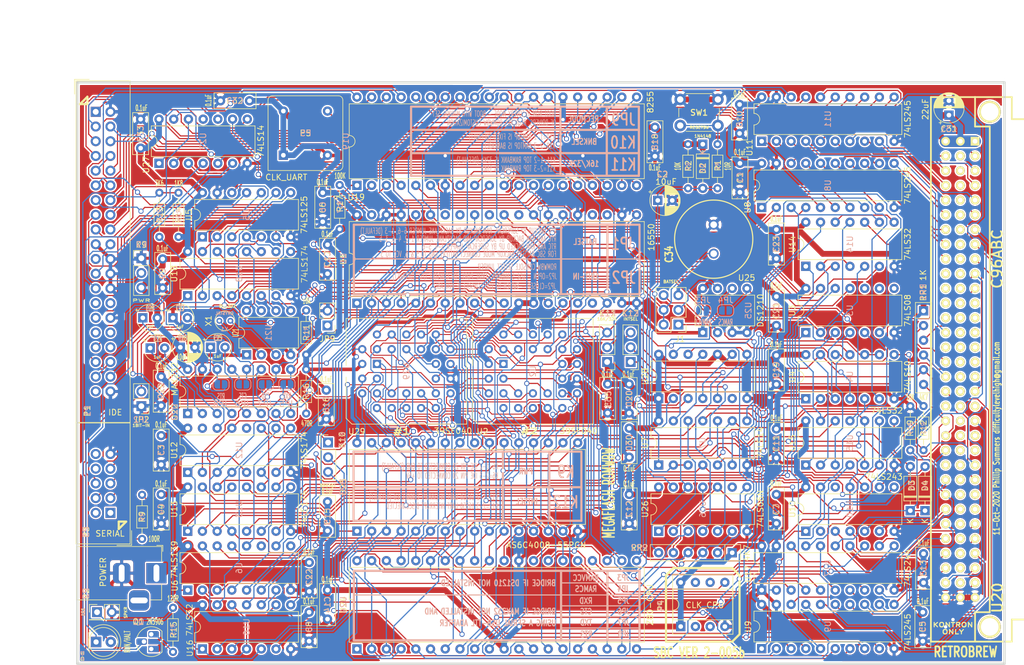
<source format=kicad_pcb>
(kicad_pcb (version 20171130) (host pcbnew "(5.1.6)-1")
  (title_block (date 2019-04-5))
  (layers (0 Component signal hide) (31 Copper signal hide) (34 B.Paste user) (35 F.Paste user) (36 B.SilkS user) (37 F.SilkS user) (38 B.Mask user) (39 F.Mask user) (44 Edge.Cuts user))
  (net 0 "")
  (net 1 //BUSAK)
  (net 2 //BUSRQ)
  (net 3 //CS_CFG)
  (net 4 //CS_CFG1)
  (net 5 //CS_CFG2)
  (net 6 //CS_PPI)
  (net 7 //CS_RAM)
  (net 8 //CS_ROM)
  (net 9 //CS_RTC)
  (net 10 //CS_UART)
  (net 11 //HALT)
  (net 12 //INT)
  (net 13 //IORQ)
  (net 14 //IOSEL)
  (net 15 //M1)
  (net 16 //MREQ)
  (net 17 //NMI)
  (net 18 //RD)
  (net 19 //RESET)
  (net 20 //RFSH)
  (net 21 //ROM_ENABLE)
  (net 22 //RTC_RD)
  (net 23 //RTC_WR)
  (net 24 //WAIT)
  (net 25 //WR)
  (net 26 /A0)
  (net 27 /A1)
  (net 28 /A10)
  (net 29 /A11)
  (net 30 /A12)
  (net 31 /A13)
  (net 32 /A14)
  (net 33 /A15)
  (net 34 /A15_RAM)
  (net 35 /A15_ROM)
  (net 36 /A16_RAM)
  (net 37 /A16_ROM)
  (net 38 /A17_RAM)
  (net 39 /A17_ROM)
  (net 40 /A18_RAM)
  (net 41 /A18_ROM)
  (net 42 /A2)
  (net 43 /A3)
  (net 44 /A4)
  (net 45 /A5)
  (net 46 /A6)
  (net 47 /A7)
  (net 48 /A8)
  (net 49 /A9)
  (net 50 /BUF_Q4)
  (net 51 /BUF_Q5)
  (net 52 /BUF_Q6)
  (net 53 /BUF_Q7)
  (net 54 /B_/BUSAK)
  (net 55 /B_/BUSRQ)
  (net 56 /B_/HALT)
  (net 57 /B_/IEO)
  (net 58 /B_/INT)
  (net 59 /B_/IORQ)
  (net 60 /B_/M1)
  (net 61 /B_/MREQ)
  (net 62 /B_/NMI)
  (net 63 /B_/RD)
  (net 64 /B_/RFSH)
  (net 65 /B_/WAIT)
  (net 66 /B_/WR)
  (net 67 /B_A0)
  (net 68 /B_A1)
  (net 69 /B_A10)
  (net 70 /B_A11)
  (net 71 /B_A12)
  (net 72 /B_A13)
  (net 73 /B_A14)
  (net 74 /B_A15)
  (net 75 /B_A2)
  (net 76 /B_A3)
  (net 77 /B_A4)
  (net 78 /B_A5)
  (net 79 /B_A6)
  (net 80 /B_A7)
  (net 81 /B_A8)
  (net 82 /B_A9)
  (net 83 /B_BAT)
  (net 84 /B_CLK_CPU)
  (net 85 /B_D0)
  (net 86 /B_D1)
  (net 87 /B_D2)
  (net 88 /B_D3)
  (net 89 /B_D4)
  (net 90 /B_D5)
  (net 91 /B_D6)
  (net 92 /B_D7)
  (net 93 /CFG1_Q0)
  (net 94 /CFG1_Q1)
  (net 95 /CFG1_Q2)
  (net 96 /CFG1_Q3)
  (net 97 /CLK_CPU)
  (net 98 /CLK_UART)
  (net 99 /CTS)
  (net 100 /CTS_TTL)
  (net 101 /D0)
  (net 102 /D1)
  (net 103 /D2)
  (net 104 /D3)
  (net 105 /D4)
  (net 106 /D5)
  (net 107 /D6)
  (net 108 /D7)
  (net 109 /DATA_DIR)
  (net 110 /DTR)
  (net 111 /INT)
  (net 112 /PA0)
  (net 113 /PA1)
  (net 114 /PA2)
  (net 115 /PA3)
  (net 116 /PA4)
  (net 117 /PA5)
  (net 118 /PA6)
  (net 119 /PA7)
  (net 120 /PB0)
  (net 121 /PB1)
  (net 122 /PB2)
  (net 123 /PB3)
  (net 124 /PB4)
  (net 125 /PB5)
  (net 126 /PB6)
  (net 127 /PB7)
  (net 128 /PC0)
  (net 129 /PC1)
  (net 130 /PC2)
  (net 131 /PC3)
  (net 132 /PC4)
  (net 133 /PC5)
  (net 134 /PC6)
  (net 135 /PC7)
  (net 136 /RESET)
  (net 137 /RTC_DQ)
  (net 138 /RTS)
  (net 139 /RTS_TTL)
  (net 140 /RX)
  (net 141 /SIN_TTL)
  (net 142 /SOUT_TTL)
  (net 143 /TX)
  (net 144 /VBAT1)
  (net 145 /VCC_SRAM)
  (net 146 GND)
  (net 147 VCC)
  (net 148 "Net-(C2-Pad1)")
  (net 149 "Net-(C24-Pad1)")
  (net 150 "Net-(C24-Pad2)")
  (net 151 "Net-(C25-Pad1)")
  (net 152 "Net-(C25-Pad2)")
  (net 153 "Net-(C26-Pad1)")
  (net 154 "Net-(C27-Pad2)")
  (net 155 "Net-(D1-Pad1)")
  (net 156 "Net-(D1-Pad2)")
  (net 157 "Net-(JP2-Pad2)")
  (net 158 "Net-(K10-Pad2)")
  (net 159 "Net-(K11-Pad2)")
  (net 160 "Net-(K12-Pad2)")
  (net 161 /B_/RESOUT)
  (net 162 //RESET_IN)
  (net 163 "Net-(U1-Pad15)")
  (net 164 "Net-(U15-Pad2)")
  (net 165 "Net-(U15-Pad3)")
  (net 166 "Net-(U3-Pad5)")
  (net 167 "Net-(U16-Pad1)")
  (net 168 "Net-(U14-Pad10)")
  (net 169 "Net-(U5-Pad12)")
  (net 170 "Net-(U15-Pad6)")
  (net 171 "Net-(U15-Pad12)")
  (net 172 "Net-(U26-Pad5)")
  (net 173 "Net-(U26-Pad1)")
  (net 174 "Net-(U14-Pad12)")
  (net 175 "Net-(U21-Pad2)")
  (net 176 "Net-(U21-Pad3)")
  (net 177 "Net-(Q1-Pad2)")
  (net 178 "Net-(Q1-Pad3)")
  (net 179 "Net-(R13-Pad2)")
  (net 180 "Net-(LS1-Pad1)")
  (net 181 "Net-(JP4-Pad2)")
  (net 182 "Net-(K9-Pad2)")
  (net 183 /-PC7)
  (net 184 /-PC5)
  (net 185 /-PC6)
  (net 186 /-PC3)
  (net 187 /-PC4)
  (net 188 "Net-(C34-Pad1)")
  (net 189 /VBAT2)
  (net 190 /~B_IQ0)
  (net 191 "Net-(U28-Pad13)")
  (net 192 "Net-(U28-Pad4)")
  (net 193 /PU4K7-B)
  (net 194 /CLKSEL)
  (net 195 "Net-(P4-Pad5)")
  (net 196 "Net-(JP9-Pad1)")
  (net 197 /~CS_ROM2)
  (net 198 /A19_ROM)
  (net 199 /~CS_ROM1)
  (net 200 /CLK_PU)
  (net 201 /PU4K7-C)
  (module Package_LCC:PLCC-32_THT-Socket (layer Component) (at 129.1844 101.9302 90)
    (fp_text reference U29 (at -11.6698 -3.4844 180) (layer F.SilkS))
    (fp_text value 39SF040 (at -11.5698 13.1156 180) (layer F.SilkS))
    (fp_text user %R (at -1.27 5.08 90) (layer B.SilkS) (effects (justify mirror)))
    (pad 29 thru_hole circle (at 5.08 0 90) (size 1.4224 1.4224) (drill 0.8) (layers *.Cu *.Mask) (net 32 /A14))
    (pad 27 thru_hole circle (at 5.08 2.54 90) (size 1.4224 1.4224) (drill 0.8) (layers *.Cu *.Mask) (net 48 /A8))
    (pad 25 thru_hole circle (at 5.08 5.08 90) (size 1.4224 1.4224) (drill 0.8) (layers *.Cu *.Mask) (net 29 /A11))
    (pad 23 thru_hole circle (at 5.08 7.62 90) (size 1.4224 1.4224) (drill 0.8) (layers *.Cu *.Mask) (net 28 /A10))
    (pad 28 thru_hole circle (at 2.54 2.54 90) (size 1.4224 1.4224) (drill 0.8) (layers *.Cu *.Mask) (net 31 /A13))
    (pad 26 thru_hole circle (at 2.54 5.08 90) (size 1.4224 1.4224) (drill 0.8) (layers *.Cu *.Mask) (net 49 /A9))
    (pad 24 thru_hole circle (at 2.54 7.62 90) (size 1.4224 1.4224) (drill 0.8) (layers *.Cu *.Mask) (net 18 //RD))
    (pad 22 thru_hole circle (at 2.54 10.16 90) (size 1.4224 1.4224) (drill 0.8) (layers *.Cu *.Mask) (net 199 /~CS_ROM1))
    (pad 20 thru_hole circle (at 2.54 12.7 90) (size 1.4224 1.4224) (drill 0.8) (layers *.Cu *.Mask) (net 107 /D6))
    (pad 18 thru_hole circle (at 0 12.7 90) (size 1.4224 1.4224) (drill 0.8) (layers *.Cu *.Mask) (net 105 /D4))
    (pad 16 thru_hole circle (at -2.54 12.7 90) (size 1.4224 1.4224) (drill 0.8) (layers *.Cu *.Mask) (net 146 GND))
    (pad 14 thru_hole circle (at -5.08 12.7 90) (size 1.4224 1.4224) (drill 0.8) (layers *.Cu *.Mask) (net 102 /D1))
    (pad 21 thru_hole circle (at 5.08 10.16 90) (size 1.4224 1.4224) (drill 0.8) (layers *.Cu *.Mask) (net 108 /D7))
    (pad 19 thru_hole circle (at 0 10.16 90) (size 1.4224 1.4224) (drill 0.8) (layers *.Cu *.Mask) (net 106 /D5))
    (pad 17 thru_hole circle (at -2.54 10.16 90) (size 1.4224 1.4224) (drill 0.8) (layers *.Cu *.Mask) (net 104 /D3))
    (pad 15 thru_hole circle (at -5.08 10.16 90) (size 1.4224 1.4224) (drill 0.8) (layers *.Cu *.Mask) (net 103 /D2))
    (pad 13 thru_hole circle (at -7.62 10.16 90) (size 1.4224 1.4224) (drill 0.8) (layers *.Cu *.Mask) (net 101 /D0))
    (pad 11 thru_hole circle (at -7.62 7.62 90) (size 1.4224 1.4224) (drill 0.8) (layers *.Cu *.Mask) (net 27 /A1))
    (pad 9 thru_hole circle (at -7.62 5.08 90) (size 1.4224 1.4224) (drill 0.8) (layers *.Cu *.Mask) (net 43 /A3))
    (pad 7 thru_hole circle (at -7.62 2.54 90) (size 1.4224 1.4224) (drill 0.8) (layers *.Cu *.Mask) (net 45 /A5))
    (pad 5 thru_hole circle (at -7.62 0 90) (size 1.4224 1.4224) (drill 0.8) (layers *.Cu *.Mask) (net 47 /A7))
    (pad 12 thru_hole circle (at -5.08 7.62 90) (size 1.4224 1.4224) (drill 0.8) (layers *.Cu *.Mask) (net 26 /A0))
    (pad 10 thru_hole circle (at -5.08 5.08 90) (size 1.4224 1.4224) (drill 0.8) (layers *.Cu *.Mask) (net 42 /A2))
    (pad 8 thru_hole circle (at -5.08 2.54 90) (size 1.4224 1.4224) (drill 0.8) (layers *.Cu *.Mask) (net 44 /A4))
    (pad 6 thru_hole circle (at -5.08 0 90) (size 1.4224 1.4224) (drill 0.8) (layers *.Cu *.Mask) (net 46 /A6))
    (pad 30 thru_hole circle (at 2.54 -2.54 90) (size 1.4224 1.4224) (drill 0.8) (layers *.Cu *.Mask) (net 39 /A17_ROM))
    (pad 32 thru_hole circle (at 0 -2.54 90) (size 1.4224 1.4224) (drill 0.8) (layers *.Cu *.Mask) (net 147 VCC))
    (pad 4 thru_hole circle (at -5.08 -2.54 90) (size 1.4224 1.4224) (drill 0.8) (layers *.Cu *.Mask) (net 30 /A12))
    (pad 2 thru_hole circle (at -2.54 -2.54 90) (size 1.4224 1.4224) (drill 0.8) (layers *.Cu *.Mask) (net 37 /A16_ROM))
    (pad 31 thru_hole circle (at 2.54 0 90) (size 1.4224 1.4224) (drill 0.8) (layers *.Cu *.Mask) (net 25 //WR))
    (pad 3 thru_hole circle (at -2.54 0 90) (size 1.4224 1.4224) (drill 0.8) (layers *.Cu *.Mask) (net 35 /A15_ROM))
    (pad 1 thru_hole rect (at 0 0 90) (size 1.4224 1.4224) (drill 0.8) (layers *.Cu *.Mask) (net 41 /A18_ROM))
  )
  (module Package_LCC:PLCC-32_THT-Socket (layer Component) (at 151.0157 101.9302 90)
    (fp_text reference U2 (at -11.6698 -3.6157 180) (layer F.SilkS))
    (fp_text value 39SF040 (at -11.5698 12.9843 180) (layer F.SilkS))
    (fp_text user %R (at -1.27 5.08 90) (layer B.SilkS) (effects (justify mirror)))
    (pad 29 thru_hole circle (at 5.08 0 90) (size 1.4224 1.4224) (drill 0.8) (layers *.Cu *.Mask) (net 32 /A14))
    (pad 27 thru_hole circle (at 5.08 2.54 90) (size 1.4224 1.4224) (drill 0.8) (layers *.Cu *.Mask) (net 48 /A8))
    (pad 25 thru_hole circle (at 5.08 5.08 90) (size 1.4224 1.4224) (drill 0.8) (layers *.Cu *.Mask) (net 29 /A11))
    (pad 23 thru_hole circle (at 5.08 7.62 90) (size 1.4224 1.4224) (drill 0.8) (layers *.Cu *.Mask) (net 28 /A10))
    (pad 28 thru_hole circle (at 2.54 2.54 90) (size 1.4224 1.4224) (drill 0.8) (layers *.Cu *.Mask) (net 31 /A13))
    (pad 26 thru_hole circle (at 2.54 5.08 90) (size 1.4224 1.4224) (drill 0.8) (layers *.Cu *.Mask) (net 49 /A9))
    (pad 24 thru_hole circle (at 2.54 7.62 90) (size 1.4224 1.4224) (drill 0.8) (layers *.Cu *.Mask) (net 18 //RD))
    (pad 22 thru_hole circle (at 2.54 10.16 90) (size 1.4224 1.4224) (drill 0.8) (layers *.Cu *.Mask) (net 197 /~CS_ROM2))
    (pad 20 thru_hole circle (at 2.54 12.7 90) (size 1.4224 1.4224) (drill 0.8) (layers *.Cu *.Mask) (net 107 /D6))
    (pad 18 thru_hole circle (at 0 12.7 90) (size 1.4224 1.4224) (drill 0.8) (layers *.Cu *.Mask) (net 105 /D4))
    (pad 16 thru_hole circle (at -2.54 12.7 90) (size 1.4224 1.4224) (drill 0.8) (layers *.Cu *.Mask) (net 146 GND))
    (pad 14 thru_hole circle (at -5.08 12.7 90) (size 1.4224 1.4224) (drill 0.8) (layers *.Cu *.Mask) (net 102 /D1))
    (pad 21 thru_hole circle (at 5.08 10.16 90) (size 1.4224 1.4224) (drill 0.8) (layers *.Cu *.Mask) (net 108 /D7))
    (pad 19 thru_hole circle (at 0 10.16 90) (size 1.4224 1.4224) (drill 0.8) (layers *.Cu *.Mask) (net 106 /D5))
    (pad 17 thru_hole circle (at -2.54 10.16 90) (size 1.4224 1.4224) (drill 0.8) (layers *.Cu *.Mask) (net 104 /D3))
    (pad 15 thru_hole circle (at -5.08 10.16 90) (size 1.4224 1.4224) (drill 0.8) (layers *.Cu *.Mask) (net 103 /D2))
    (pad 13 thru_hole circle (at -7.62 10.16 90) (size 1.4224 1.4224) (drill 0.8) (layers *.Cu *.Mask) (net 101 /D0))
    (pad 11 thru_hole circle (at -7.62 7.62 90) (size 1.4224 1.4224) (drill 0.8) (layers *.Cu *.Mask) (net 27 /A1))
    (pad 9 thru_hole circle (at -7.62 5.08 90) (size 1.4224 1.4224) (drill 0.8) (layers *.Cu *.Mask) (net 43 /A3))
    (pad 7 thru_hole circle (at -7.62 2.54 90) (size 1.4224 1.4224) (drill 0.8) (layers *.Cu *.Mask) (net 45 /A5))
    (pad 5 thru_hole circle (at -7.62 0 90) (size 1.4224 1.4224) (drill 0.8) (layers *.Cu *.Mask) (net 47 /A7))
    (pad 12 thru_hole circle (at -5.08 7.62 90) (size 1.4224 1.4224) (drill 0.8) (layers *.Cu *.Mask) (net 26 /A0))
    (pad 10 thru_hole circle (at -5.08 5.08 90) (size 1.4224 1.4224) (drill 0.8) (layers *.Cu *.Mask) (net 42 /A2))
    (pad 8 thru_hole circle (at -5.08 2.54 90) (size 1.4224 1.4224) (drill 0.8) (layers *.Cu *.Mask) (net 44 /A4))
    (pad 6 thru_hole circle (at -5.08 0 90) (size 1.4224 1.4224) (drill 0.8) (layers *.Cu *.Mask) (net 46 /A6))
    (pad 30 thru_hole circle (at 2.54 -2.54 90) (size 1.4224 1.4224) (drill 0.8) (layers *.Cu *.Mask) (net 39 /A17_ROM))
    (pad 32 thru_hole circle (at 0 -2.54 90) (size 1.4224 1.4224) (drill 0.8) (layers *.Cu *.Mask) (net 147 VCC))
    (pad 4 thru_hole circle (at -5.08 -2.54 90) (size 1.4224 1.4224) (drill 0.8) (layers *.Cu *.Mask) (net 30 /A12))
    (pad 2 thru_hole circle (at -2.54 -2.54 90) (size 1.4224 1.4224) (drill 0.8) (layers *.Cu *.Mask) (net 37 /A16_ROM))
    (pad 31 thru_hole circle (at 2.54 0 90) (size 1.4224 1.4224) (drill 0.8) (layers *.Cu *.Mask) (net 25 //WR))
    (pad 3 thru_hole circle (at -2.54 0 90) (size 1.4224 1.4224) (drill 0.8) (layers *.Cu *.Mask) (net 35 /A15_ROM))
    (pad 1 thru_hole rect (at 0 0 90) (size 1.4224 1.4224) (drill 0.8) (layers *.Cu *.Mask) (net 41 /A18_ROM))
  )
  (module Supercap:CAPPRD500W95D1350H750 (layer Component) (at 187.3 82.9 90)
    (fp_text reference C34 (at -0.1 -7.7 90) (layer F.SilkS) (effects (font (size 1.27 1) (thickness 0.25))))
    (fp_text value 0.22F hide)
    (pad 2 thru_hole circle (at 5 0 90) (size 1.725 1.725) (drill 1.15) (layers *.Cu *.Mask) (net 146 GND))
    (pad 1 thru_hole circle (at 0 0 90) (size 1.725 1.725) (drill 1.15) (layers *.Cu *.Mask) (net 188 "Net-(C34-Pad1)"))
  )
  (module Connector_PinHeader_2.54mm:PinHeader_1x02_P2.54mm_Vertical (layer Component) (at 120.6373 95.29 180)
    (fp_text reference JP9 (at 0 -2.33) (layer F.SilkS))
    (fp_text value RECMODE)
    (pad 2 thru_hole oval (at 0 2.54 180) (size 1.7 1.7) (drill 1) (layers *.Cu *.Mask) (net 146 GND))
    (pad 1 thru_hole rect (at 0 0 180) (size 1.7 1.7) (drill 1) (layers *.Cu *.Mask) (net 196 "Net-(JP9-Pad1)"))
  )
  (module Button_Switch_THT:SW_PUSH_6mm_H8mm (layer Component) (at 181.5264 56.2864)
    (fp_text reference SW1 (at 3.2512 2.286) (layer F.SilkS))
    (fp_text value RESETSW (at 3.302 4.826 180) (layer F.SilkS) (effects (font (size 0.5 0.5) (thickness 0.125))))
    (fp_text user %R (at 3.25 2.25) (layer F.SilkS))
    (pad 1 thru_hole circle (at 6.5 0 90) (size 2 2) (drill 1.1) (layers *.Cu *.Mask) (net 146 GND))
    (pad 2 thru_hole circle (at 6.5 4.5 90) (size 2 2) (drill 1.1) (layers *.Cu *.Mask) (net 162 //RESET_IN))
    (pad 1 thru_hole circle (at 0 0 90) (size 2 2) (drill 1.1) (layers *.Cu *.Mask) (net 146 GND))
    (pad 2 thru_hole circle (at 0 4.5 90) (size 2 2) (drill 1.1) (layers *.Cu *.Mask) (net 162 //RESET_IN))
  )
  (module Package_DIP:DIP-14_W7.62mm (layer Component) (at 203.2 96.52 90)
    (fp_text reference U3 (at 3.81 -2.33 90) (layer F.SilkS))
    (fp_text value 74LS08 (at 3.81 17.57 90) (layer F.SilkS))
    (fp_text user %R (at 3.81 7.62 90) (layer B.SilkS) (effects (justify mirror)))
    (pad 14 thru_hole oval (at 7.62 0 90) (size 1.6 1.6) (drill 0.8) (layers *.Cu *.Mask) (net 147 VCC))
    (pad 7 thru_hole oval (at 0 15.24 90) (size 1.6 1.6) (drill 0.8) (layers *.Cu *.Mask) (net 146 GND))
    (pad 13 thru_hole oval (at 7.62 2.54 90) (size 1.6 1.6) (drill 0.8) (layers *.Cu *.Mask) (net 159 "Net-(K11-Pad2)"))
    (pad 6 thru_hole oval (at 0 12.7 90) (size 1.6 1.6) (drill 0.8) (layers *.Cu *.Mask) (net 109 /DATA_DIR))
    (pad 12 thru_hole oval (at 7.62 5.08 90) (size 1.6 1.6) (drill 0.8) (layers *.Cu *.Mask) (net 33 /A15))
    (pad 5 thru_hole oval (at 0 10.16 90) (size 1.6 1.6) (drill 0.8) (layers *.Cu *.Mask) (net 166 "Net-(U3-Pad5)"))
    (pad 11 thru_hole oval (at 7.62 7.62 90) (size 1.6 1.6) (drill 0.8) (layers *.Cu *.Mask) (net 167 "Net-(U16-Pad1)"))
    (pad 4 thru_hole oval (at 0 7.62 90) (size 1.6 1.6) (drill 0.8) (layers *.Cu *.Mask) (net 165 "Net-(U15-Pad3)"))
    (pad 10 thru_hole oval (at 7.62 10.16 90) (size 1.6 1.6) (drill 0.8) (layers *.Cu *.Mask))
    (pad 3 thru_hole oval (at 0 5.08 90) (size 1.6 1.6) (drill 0.8) (layers *.Cu *.Mask) (net 164 "Net-(U15-Pad2)"))
    (pad 9 thru_hole oval (at 7.62 12.7 90) (size 1.6 1.6) (drill 0.8) (layers *.Cu *.Mask))
    (pad 2 thru_hole oval (at 0 2.54 90) (size 1.6 1.6) (drill 0.8) (layers *.Cu *.Mask) (net 14 //IOSEL))
    (pad 8 thru_hole oval (at 7.62 15.24 90) (size 1.6 1.6) (drill 0.8) (layers *.Cu *.Mask))
    (pad 1 thru_hole rect (at 0 0 90) (size 1.6 1.6) (drill 0.8) (layers *.Cu *.Mask) (net 16 //MREQ))
  )
  (module Package_DIP:DIP-14_W7.62mm (layer Component) (at 177.8 130.81 90)
    (fp_text reference U26 (at 3.81 -2.33 90) (layer F.SilkS))
    (fp_text value 74LS06N (at 3.81 17.57 90) (layer F.SilkS))
    (fp_text user %R (at 3.81 7.62 90) (layer B.SilkS) (effects (justify mirror)))
    (pad 14 thru_hole oval (at 7.62 0 90) (size 1.6 1.6) (drill 0.8) (layers *.Cu *.Mask) (net 147 VCC))
    (pad 7 thru_hole oval (at 0 15.24 90) (size 1.6 1.6) (drill 0.8) (layers *.Cu *.Mask) (net 146 GND))
    (pad 13 thru_hole oval (at 7.62 2.54 90) (size 1.6 1.6) (drill 0.8) (layers *.Cu *.Mask) (net 195 "Net-(P4-Pad5)"))
    (pad 6 thru_hole oval (at 0 12.7 90) (size 1.6 1.6) (drill 0.8) (layers *.Cu *.Mask) (net 17 //NMI))
    (pad 12 thru_hole oval (at 7.62 5.08 90) (size 1.6 1.6) (drill 0.8) (layers *.Cu *.Mask) (net 200 /CLK_PU))
    (pad 5 thru_hole oval (at 0 10.16 90) (size 1.6 1.6) (drill 0.8) (layers *.Cu *.Mask) (net 172 "Net-(U26-Pad5)"))
    (pad 11 thru_hole oval (at 7.62 7.62 90) (size 1.6 1.6) (drill 0.8) (layers *.Cu *.Mask) (net 8 //CS_ROM))
    (pad 4 thru_hole oval (at 0 7.62 90) (size 1.6 1.6) (drill 0.8) (layers *.Cu *.Mask) (net 160 "Net-(K12-Pad2)"))
    (pad 10 thru_hole oval (at 7.62 10.16 90) (size 1.6 1.6) (drill 0.8) (layers *.Cu *.Mask) (net 193 /PU4K7-B))
    (pad 3 thru_hole oval (at 0 5.08 90) (size 1.6 1.6) (drill 0.8) (layers *.Cu *.Mask) (net 111 /INT))
    (pad 9 thru_hole oval (at 7.62 12.7 90) (size 1.6 1.6) (drill 0.8) (layers *.Cu *.Mask))
    (pad 2 thru_hole oval (at 0 2.54 90) (size 1.6 1.6) (drill 0.8) (layers *.Cu *.Mask) (net 12 //INT))
    (pad 8 thru_hole oval (at 7.62 15.24 90) (size 1.6 1.6) (drill 0.8) (layers *.Cu *.Mask) (net 201 /PU4K7-C))
    (pad 1 thru_hole rect (at 0 0 90) (size 1.6 1.6) (drill 0.8) (layers *.Cu *.Mask) (net 173 "Net-(U26-Pad1)"))
  )
  (module Package_DIP:DIP-14_W7.62mm (layer Component) (at 91.567 67.31 90)
    (fp_text reference U27 (at -0.254 -2.2098 90) (layer F.SilkS))
    (fp_text value 74LS14 (at 3.81 17.57 90) (layer F.SilkS))
    (fp_text user %R (at 3.81 7.62 90) (layer B.SilkS) (effects (justify mirror)))
    (pad 14 thru_hole oval (at 7.62 0 90) (size 1.6 1.6) (drill 0.8) (layers *.Cu *.Mask) (net 147 VCC))
    (pad 7 thru_hole oval (at 0 15.24 90) (size 1.6 1.6) (drill 0.8) (layers *.Cu *.Mask) (net 146 GND))
    (pad 13 thru_hole oval (at 7.62 2.54 90) (size 1.6 1.6) (drill 0.8) (layers *.Cu *.Mask) (net 134 /PC6))
    (pad 6 thru_hole oval (at 0 12.7 90) (size 1.6 1.6) (drill 0.8) (layers *.Cu *.Mask) (net 187 /-PC4))
    (pad 12 thru_hole oval (at 7.62 5.08 90) (size 1.6 1.6) (drill 0.8) (layers *.Cu *.Mask) (net 185 /-PC6))
    (pad 5 thru_hole oval (at 0 10.16 90) (size 1.6 1.6) (drill 0.8) (layers *.Cu *.Mask) (net 132 /PC4))
    (pad 11 thru_hole oval (at 7.62 7.62 90) (size 1.6 1.6) (drill 0.8) (layers *.Cu *.Mask))
    (pad 4 thru_hole oval (at 0 7.62 90) (size 1.6 1.6) (drill 0.8) (layers *.Cu *.Mask) (net 184 /-PC5))
    (pad 10 thru_hole oval (at 7.62 10.16 90) (size 1.6 1.6) (drill 0.8) (layers *.Cu *.Mask))
    (pad 3 thru_hole oval (at 0 5.08 90) (size 1.6 1.6) (drill 0.8) (layers *.Cu *.Mask) (net 133 /PC5))
    (pad 9 thru_hole oval (at 7.62 12.7 90) (size 1.6 1.6) (drill 0.8) (layers *.Cu *.Mask) (net 135 /PC7))
    (pad 2 thru_hole oval (at 0 2.54 90) (size 1.6 1.6) (drill 0.8) (layers *.Cu *.Mask) (net 186 /-PC3))
    (pad 8 thru_hole oval (at 7.62 15.24 90) (size 1.6 1.6) (drill 0.8) (layers *.Cu *.Mask) (net 183 /-PC7))
    (pad 1 thru_hole rect (at 0 0 90) (size 1.6 1.6) (drill 0.8) (layers *.Cu *.Mask) (net 131 /PC3))
  )
  (module Package_DIP:DIP-14_W7.62mm (layer Component) (at 203.2 85.09 90)
    (fp_text reference U14 (at 3.81 -2.33 90) (layer F.SilkS))
    (fp_text value 74LS32 (at 3.81 17.57 90) (layer F.SilkS))
    (fp_text user %R (at 3.81 7.62 90) (layer B.SilkS) (effects (justify mirror)))
    (pad 14 thru_hole oval (at 7.62 0 90) (size 1.6 1.6) (drill 0.8) (layers *.Cu *.Mask) (net 147 VCC))
    (pad 7 thru_hole oval (at 0 15.24 90) (size 1.6 1.6) (drill 0.8) (layers *.Cu *.Mask) (net 146 GND))
    (pad 13 thru_hole oval (at 7.62 2.54 90) (size 1.6 1.6) (drill 0.8) (layers *.Cu *.Mask) (net 13 //IORQ))
    (pad 6 thru_hole oval (at 0 12.7 90) (size 1.6 1.6) (drill 0.8) (layers *.Cu *.Mask) (net 22 //RTC_RD))
    (pad 12 thru_hole oval (at 7.62 5.08 90) (size 1.6 1.6) (drill 0.8) (layers *.Cu *.Mask) (net 174 "Net-(U14-Pad12)"))
    (pad 5 thru_hole oval (at 0 10.16 90) (size 1.6 1.6) (drill 0.8) (layers *.Cu *.Mask) (net 18 //RD))
    (pad 11 thru_hole oval (at 7.62 7.62 90) (size 1.6 1.6) (drill 0.8) (layers *.Cu *.Mask) (net 14 //IOSEL))
    (pad 4 thru_hole oval (at 0 7.62 90) (size 1.6 1.6) (drill 0.8) (layers *.Cu *.Mask) (net 9 //CS_RTC))
    (pad 10 thru_hole oval (at 7.62 10.16 90) (size 1.6 1.6) (drill 0.8) (layers *.Cu *.Mask) (net 168 "Net-(U14-Pad10)"))
    (pad 3 thru_hole oval (at 0 5.08 90) (size 1.6 1.6) (drill 0.8) (layers *.Cu *.Mask) (net 23 //RTC_WR))
    (pad 9 thru_hole oval (at 7.62 12.7 90) (size 1.6 1.6) (drill 0.8) (layers *.Cu *.Mask) (net 47 /A7))
    (pad 2 thru_hole oval (at 0 2.54 90) (size 1.6 1.6) (drill 0.8) (layers *.Cu *.Mask) (net 9 //CS_RTC))
    (pad 8 thru_hole oval (at 7.62 15.24 90) (size 1.6 1.6) (drill 0.8) (layers *.Cu *.Mask) (net 174 "Net-(U14-Pad12)"))
    (pad 1 thru_hole rect (at 0 0 90) (size 1.6 1.6) (drill 0.8) (layers *.Cu *.Mask) (net 25 //WR))
  )
  (module Package_DIP:DIP-14_W7.62mm (layer Component) (at 99.06 80.01 90)
    (fp_text reference U5 (at 3.81 -2.33 90) (layer F.SilkS))
    (fp_text value 74LS125 (at 3.81 17.57 90) (layer F.SilkS))
    (fp_text user %R (at 3.81 7.62 90) (layer B.SilkS) (effects (justify mirror)))
    (pad 14 thru_hole oval (at 7.62 0 90) (size 1.6 1.6) (drill 0.8) (layers *.Cu *.Mask) (net 147 VCC))
    (pad 7 thru_hole oval (at 0 15.24 90) (size 1.6 1.6) (drill 0.8) (layers *.Cu *.Mask) (net 146 GND))
    (pad 13 thru_hole oval (at 7.62 2.54 90) (size 1.6 1.6) (drill 0.8) (layers *.Cu *.Mask) (net 146 GND))
    (pad 6 thru_hole oval (at 0 12.7 90) (size 1.6 1.6) (drill 0.8) (layers *.Cu *.Mask) (net 137 /RTC_DQ))
    (pad 12 thru_hole oval (at 7.62 5.08 90) (size 1.6 1.6) (drill 0.8) (layers *.Cu *.Mask) (net 169 "Net-(U5-Pad12)"))
    (pad 5 thru_hole oval (at 0 10.16 90) (size 1.6 1.6) (drill 0.8) (layers *.Cu *.Mask) (net 53 /BUF_Q7))
    (pad 11 thru_hole oval (at 7.62 7.62 90) (size 1.6 1.6) (drill 0.8) (layers *.Cu *.Mask) (net 155 "Net-(D1-Pad1)"))
    (pad 4 thru_hole oval (at 0 7.62 90) (size 1.6 1.6) (drill 0.8) (layers *.Cu *.Mask) (net 51 /BUF_Q5))
    (pad 10 thru_hole oval (at 7.62 10.16 90) (size 1.6 1.6) (drill 0.8) (layers *.Cu *.Mask) (net 22 //RTC_RD))
    (pad 3 thru_hole oval (at 0 5.08 90) (size 1.6 1.6) (drill 0.8) (layers *.Cu *.Mask) (net 101 /D0))
    (pad 9 thru_hole oval (at 7.62 12.7 90) (size 1.6 1.6) (drill 0.8) (layers *.Cu *.Mask) (net 157 "Net-(JP2-Pad2)"))
    (pad 2 thru_hole oval (at 0 2.54 90) (size 1.6 1.6) (drill 0.8) (layers *.Cu *.Mask) (net 137 /RTC_DQ))
    (pad 8 thru_hole oval (at 7.62 15.24 90) (size 1.6 1.6) (drill 0.8) (layers *.Cu *.Mask) (net 107 /D6))
    (pad 1 thru_hole rect (at 0 0 90) (size 1.6 1.6) (drill 0.8) (layers *.Cu *.Mask) (net 22 //RTC_RD))
  )
  (module Package_DIP:DIP-14_W7.62mm (layer Component) (at 99.06 151.13 90)
    (fp_text reference U16 (at 0.127 -2.159 90) (layer F.SilkS) (effects (font (thickness 0.125))))
    (fp_text value 74LS32 (at 5.0165 -2.2225 90) (layer F.SilkS) (effects (font (thickness 0.125))))
    (fp_text user %R (at 3.81 7.62 90) (layer B.SilkS) (effects (justify mirror)))
    (pad 14 thru_hole oval (at 7.62 0 90) (size 1.6 1.6) (drill 0.8) (layers *.Cu *.Mask) (net 147 VCC))
    (pad 7 thru_hole oval (at 0 15.24 90) (size 1.6 1.6) (drill 0.8) (layers *.Cu *.Mask) (net 146 GND))
    (pad 13 thru_hole oval (at 7.62 2.54 90) (size 1.6 1.6) (drill 0.8) (layers *.Cu *.Mask) (net 96 /CFG1_Q3))
    (pad 6 thru_hole oval (at 0 12.7 90) (size 1.6 1.6) (drill 0.8) (layers *.Cu *.Mask) (net 36 /A16_RAM))
    (pad 12 thru_hole oval (at 7.62 5.08 90) (size 1.6 1.6) (drill 0.8) (layers *.Cu *.Mask) (net 167 "Net-(U16-Pad1)"))
    (pad 5 thru_hole oval (at 0 10.16 90) (size 1.6 1.6) (drill 0.8) (layers *.Cu *.Mask) (net 94 /CFG1_Q1))
    (pad 11 thru_hole oval (at 7.62 7.62 90) (size 1.6 1.6) (drill 0.8) (layers *.Cu *.Mask) (net 40 /A18_RAM))
    (pad 4 thru_hole oval (at 0 7.62 90) (size 1.6 1.6) (drill 0.8) (layers *.Cu *.Mask) (net 167 "Net-(U16-Pad1)"))
    (pad 10 thru_hole oval (at 7.62 10.16 90) (size 1.6 1.6) (drill 0.8) (layers *.Cu *.Mask) (net 95 /CFG1_Q2))
    (pad 3 thru_hole oval (at 0 5.08 90) (size 1.6 1.6) (drill 0.8) (layers *.Cu *.Mask) (net 34 /A15_RAM))
    (pad 9 thru_hole oval (at 7.62 12.7 90) (size 1.6 1.6) (drill 0.8) (layers *.Cu *.Mask) (net 167 "Net-(U16-Pad1)"))
    (pad 2 thru_hole oval (at 0 2.54 90) (size 1.6 1.6) (drill 0.8) (layers *.Cu *.Mask) (net 158 "Net-(K10-Pad2)"))
    (pad 8 thru_hole oval (at 7.62 15.24 90) (size 1.6 1.6) (drill 0.8) (layers *.Cu *.Mask) (net 38 /A17_RAM))
    (pad 1 thru_hole rect (at 0 0 90) (size 1.6 1.6) (drill 0.8) (layers *.Cu *.Mask) (net 167 "Net-(U16-Pad1)"))
  )
  (module Package_DIP:DIP-14_W7.62mm (layer Component) (at 177.8 119.38 90)
    (fp_text reference U7 (at 3.81 -2.33 90) (layer F.SilkS))
    (fp_text value 74LS14 (at 3.81 17.57 90) (layer F.SilkS))
    (fp_text user %R (at 3.81 7.62 90) (layer B.SilkS) (effects (justify mirror)))
    (pad 14 thru_hole oval (at 7.62 0 90) (size 1.6 1.6) (drill 0.8) (layers *.Cu *.Mask) (net 147 VCC))
    (pad 7 thru_hole oval (at 0 15.24 90) (size 1.6 1.6) (drill 0.8) (layers *.Cu *.Mask) (net 146 GND))
    (pad 13 thru_hole oval (at 7.62 2.54 90) (size 1.6 1.6) (drill 0.8) (layers *.Cu *.Mask) (net 58 /B_/INT))
    (pad 6 thru_hole oval (at 0 12.7 90) (size 1.6 1.6) (drill 0.8) (layers *.Cu *.Mask) (net 171 "Net-(U15-Pad12)"))
    (pad 12 thru_hole oval (at 7.62 5.08 90) (size 1.6 1.6) (drill 0.8) (layers *.Cu *.Mask) (net 173 "Net-(U26-Pad1)"))
    (pad 5 thru_hole oval (at 0 10.16 90) (size 1.6 1.6) (drill 0.8) (layers *.Cu *.Mask) (net 170 "Net-(U15-Pad6)"))
    (pad 11 thru_hole oval (at 7.62 7.62 90) (size 1.6 1.6) (drill 0.8) (layers *.Cu *.Mask) (net 62 /B_/NMI))
    (pad 4 thru_hole oval (at 0 7.62 90) (size 1.6 1.6) (drill 0.8) (layers *.Cu *.Mask) (net 19 //RESET))
    (pad 10 thru_hole oval (at 7.62 10.16 90) (size 1.6 1.6) (drill 0.8) (layers *.Cu *.Mask) (net 172 "Net-(U26-Pad5)"))
    (pad 3 thru_hole oval (at 0 5.08 90) (size 1.6 1.6) (drill 0.8) (layers *.Cu *.Mask) (net 136 /RESET))
    (pad 9 thru_hole oval (at 7.62 12.7 90) (size 1.6 1.6) (drill 0.8) (layers *.Cu *.Mask) (net 56 /B_/HALT))
    (pad 2 thru_hole oval (at 0 2.54 90) (size 1.6 1.6) (drill 0.8) (layers *.Cu *.Mask) (net 136 /RESET))
    (pad 8 thru_hole oval (at 7.62 15.24 90) (size 1.6 1.6) (drill 0.8) (layers *.Cu *.Mask) (net 169 "Net-(U5-Pad12)"))
    (pad 1 thru_hole rect (at 0 0 90) (size 1.6 1.6) (drill 0.8) (layers *.Cu *.Mask) (net 148 "Net-(C2-Pad1)"))
  )
  (module Package_DIP:DIP-14_W7.62mm (layer Component) (at 203.2 119.38 90)
    (fp_text reference U15 (at 3.81 -2.33 90) (layer F.SilkS))
    (fp_text value 74LS32 (at 9.398 13.97 180) (layer F.SilkS))
    (fp_text user %R (at 3.81 7.62 90) (layer B.SilkS) (effects (justify mirror)))
    (pad 14 thru_hole oval (at 7.62 0 90) (size 1.6 1.6) (drill 0.8) (layers *.Cu *.Mask) (net 147 VCC))
    (pad 7 thru_hole oval (at 0 15.24 90) (size 1.6 1.6) (drill 0.8) (layers *.Cu *.Mask) (net 146 GND))
    (pad 13 thru_hole oval (at 7.62 2.54 90) (size 1.6 1.6) (drill 0.8) (layers *.Cu *.Mask) (net 16 //MREQ))
    (pad 6 thru_hole oval (at 0 12.7 90) (size 1.6 1.6) (drill 0.8) (layers *.Cu *.Mask) (net 170 "Net-(U15-Pad6)"))
    (pad 12 thru_hole oval (at 7.62 5.08 90) (size 1.6 1.6) (drill 0.8) (layers *.Cu *.Mask) (net 171 "Net-(U15-Pad12)"))
    (pad 5 thru_hole oval (at 0 10.16 90) (size 1.6 1.6) (drill 0.8) (layers *.Cu *.Mask) (net 21 //ROM_ENABLE))
    (pad 11 thru_hole oval (at 7.62 7.62 90) (size 1.6 1.6) (drill 0.8) (layers *.Cu *.Mask) (net 7 //CS_RAM))
    (pad 4 thru_hole oval (at 0 7.62 90) (size 1.6 1.6) (drill 0.8) (layers *.Cu *.Mask) (net 33 /A15))
    (pad 10 thru_hole oval (at 7.62 10.16 90) (size 1.6 1.6) (drill 0.8) (layers *.Cu *.Mask) (net 16 //MREQ))
    (pad 3 thru_hole oval (at 0 5.08 90) (size 1.6 1.6) (drill 0.8) (layers *.Cu *.Mask) (net 165 "Net-(U15-Pad3)"))
    (pad 9 thru_hole oval (at 7.62 12.7 90) (size 1.6 1.6) (drill 0.8) (layers *.Cu *.Mask) (net 170 "Net-(U15-Pad6)"))
    (pad 2 thru_hole oval (at 0 2.54 90) (size 1.6 1.6) (drill 0.8) (layers *.Cu *.Mask) (net 164 "Net-(U15-Pad2)"))
    (pad 8 thru_hole oval (at 7.62 15.24 90) (size 1.6 1.6) (drill 0.8) (layers *.Cu *.Mask) (net 8 //CS_ROM))
    (pad 1 thru_hole rect (at 0 0 90) (size 1.6 1.6) (drill 0.8) (layers *.Cu *.Mask) (net 18 //RD))
  )
  (module Package_DIP:DIP-14_W7.62mm (layer Component) (at 203.2 130.81 90)
    (fp_text reference U10 (at 3.81 -2.33 90) (layer F.SilkS))
    (fp_text value 74LS243 (at 9.398 13.462 180) (layer F.SilkS))
    (fp_text user %R (at 3.81 7.62 90) (layer B.SilkS) (effects (justify mirror)))
    (pad 14 thru_hole oval (at 7.62 0 90) (size 1.6 1.6) (drill 0.8) (layers *.Cu *.Mask) (net 147 VCC))
    (pad 7 thru_hole oval (at 0 15.24 90) (size 1.6 1.6) (drill 0.8) (layers *.Cu *.Mask) (net 146 GND))
    (pad 13 thru_hole oval (at 7.62 2.54 90) (size 1.6 1.6) (drill 0.8) (layers *.Cu *.Mask) (net 1 //BUSAK))
    (pad 6 thru_hole oval (at 0 12.7 90) (size 1.6 1.6) (drill 0.8) (layers *.Cu *.Mask) (net 63 /B_/RD))
    (pad 12 thru_hole oval (at 7.62 5.08 90) (size 1.6 1.6) (drill 0.8) (layers *.Cu *.Mask))
    (pad 5 thru_hole oval (at 0 10.16 90) (size 1.6 1.6) (drill 0.8) (layers *.Cu *.Mask) (net 66 /B_/WR))
    (pad 11 thru_hole oval (at 7.62 7.62 90) (size 1.6 1.6) (drill 0.8) (layers *.Cu *.Mask) (net 16 //MREQ))
    (pad 4 thru_hole oval (at 0 7.62 90) (size 1.6 1.6) (drill 0.8) (layers *.Cu *.Mask) (net 59 /B_/IORQ))
    (pad 10 thru_hole oval (at 7.62 10.16 90) (size 1.6 1.6) (drill 0.8) (layers *.Cu *.Mask) (net 13 //IORQ))
    (pad 3 thru_hole oval (at 0 5.08 90) (size 1.6 1.6) (drill 0.8) (layers *.Cu *.Mask) (net 61 /B_/MREQ))
    (pad 9 thru_hole oval (at 7.62 12.7 90) (size 1.6 1.6) (drill 0.8) (layers *.Cu *.Mask) (net 25 //WR))
    (pad 2 thru_hole oval (at 0 2.54 90) (size 1.6 1.6) (drill 0.8) (layers *.Cu *.Mask))
    (pad 8 thru_hole oval (at 7.62 15.24 90) (size 1.6 1.6) (drill 0.8) (layers *.Cu *.Mask) (net 18 //RD))
    (pad 1 thru_hole rect (at 0 0 90) (size 1.6 1.6) (drill 0.8) (layers *.Cu *.Mask) (net 1 //BUSAK))
  )
  (module Package_DIP:DIP-40_W15.24mm (layer Component) (at 125.73 91.44 90)
    (fp_text reference U1 (at 7.62 -2.33 90) (layer F.SilkS))
    (fp_text value 16550 (at 11.3665 50.8 90) (layer F.SilkS))
    (fp_text user %R (at 7.6708 -2.3368 90) (layer B.SilkS) (effects (justify mirror)))
    (pad 40 thru_hole oval (at 15.24 0 90) (size 1.6 1.6) (drill 0.8) (layers *.Cu *.Mask) (net 147 VCC))
    (pad 20 thru_hole oval (at 0 48.26 90) (size 1.6 1.6) (drill 0.8) (layers *.Cu *.Mask) (net 146 GND))
    (pad 39 thru_hole oval (at 15.24 2.54 90) (size 1.6 1.6) (drill 0.8) (layers *.Cu *.Mask) (net 196 "Net-(JP9-Pad1)"))
    (pad 19 thru_hole oval (at 0 45.72 90) (size 1.6 1.6) (drill 0.8) (layers *.Cu *.Mask) (net 146 GND))
    (pad 38 thru_hole oval (at 15.24 5.08 90) (size 1.6 1.6) (drill 0.8) (layers *.Cu *.Mask) (net 146 GND))
    (pad 18 thru_hole oval (at 0 43.18 90) (size 1.6 1.6) (drill 0.8) (layers *.Cu *.Mask) (net 25 //WR))
    (pad 37 thru_hole oval (at 15.24 7.62 90) (size 1.6 1.6) (drill 0.8) (layers *.Cu *.Mask) (net 146 GND))
    (pad 17 thru_hole oval (at 0 40.64 90) (size 1.6 1.6) (drill 0.8) (layers *.Cu *.Mask))
    (pad 36 thru_hole oval (at 15.24 10.16 90) (size 1.6 1.6) (drill 0.8) (layers *.Cu *.Mask) (net 100 /CTS_TTL))
    (pad 16 thru_hole oval (at 0 38.1 90) (size 1.6 1.6) (drill 0.8) (layers *.Cu *.Mask) (net 98 /CLK_UART))
    (pad 35 thru_hole oval (at 15.24 12.7 90) (size 1.6 1.6) (drill 0.8) (layers *.Cu *.Mask) (net 136 /RESET))
    (pad 15 thru_hole oval (at 0 35.56 90) (size 1.6 1.6) (drill 0.8) (layers *.Cu *.Mask) (net 163 "Net-(U1-Pad15)"))
    (pad 34 thru_hole oval (at 15.24 15.24 90) (size 1.6 1.6) (drill 0.8) (layers *.Cu *.Mask))
    (pad 14 thru_hole oval (at 0 33.02 90) (size 1.6 1.6) (drill 0.8) (layers *.Cu *.Mask) (net 10 //CS_UART))
    (pad 33 thru_hole oval (at 15.24 17.78 90) (size 1.6 1.6) (drill 0.8) (layers *.Cu *.Mask))
    (pad 13 thru_hole oval (at 0 30.48 90) (size 1.6 1.6) (drill 0.8) (layers *.Cu *.Mask) (net 147 VCC))
    (pad 32 thru_hole oval (at 15.24 20.32 90) (size 1.6 1.6) (drill 0.8) (layers *.Cu *.Mask) (net 139 /RTS_TTL))
    (pad 12 thru_hole oval (at 0 27.94 90) (size 1.6 1.6) (drill 0.8) (layers *.Cu *.Mask) (net 147 VCC))
    (pad 31 thru_hole oval (at 15.24 22.86 90) (size 1.6 1.6) (drill 0.8) (layers *.Cu *.Mask))
    (pad 11 thru_hole oval (at 0 25.4 90) (size 1.6 1.6) (drill 0.8) (layers *.Cu *.Mask) (net 142 /SOUT_TTL))
    (pad 30 thru_hole oval (at 15.24 25.4 90) (size 1.6 1.6) (drill 0.8) (layers *.Cu *.Mask) (net 111 /INT))
    (pad 10 thru_hole oval (at 0 22.86 90) (size 1.6 1.6) (drill 0.8) (layers *.Cu *.Mask) (net 141 /SIN_TTL))
    (pad 29 thru_hole oval (at 15.24 27.94 90) (size 1.6 1.6) (drill 0.8) (layers *.Cu *.Mask))
    (pad 9 thru_hole oval (at 0 20.32 90) (size 1.6 1.6) (drill 0.8) (layers *.Cu *.Mask) (net 163 "Net-(U1-Pad15)"))
    (pad 28 thru_hole oval (at 15.24 30.48 90) (size 1.6 1.6) (drill 0.8) (layers *.Cu *.Mask) (net 26 /A0))
    (pad 8 thru_hole oval (at 0 17.78 90) (size 1.6 1.6) (drill 0.8) (layers *.Cu *.Mask) (net 108 /D7))
    (pad 27 thru_hole oval (at 15.24 33.02 90) (size 1.6 1.6) (drill 0.8) (layers *.Cu *.Mask) (net 27 /A1))
    (pad 7 thru_hole oval (at 0 15.24 90) (size 1.6 1.6) (drill 0.8) (layers *.Cu *.Mask) (net 107 /D6))
    (pad 26 thru_hole oval (at 15.24 35.56 90) (size 1.6 1.6) (drill 0.8) (layers *.Cu *.Mask) (net 42 /A2))
    (pad 6 thru_hole oval (at 0 12.7 90) (size 1.6 1.6) (drill 0.8) (layers *.Cu *.Mask) (net 106 /D5))
    (pad 25 thru_hole oval (at 15.24 38.1 90) (size 1.6 1.6) (drill 0.8) (layers *.Cu *.Mask) (net 146 GND))
    (pad 5 thru_hole oval (at 0 10.16 90) (size 1.6 1.6) (drill 0.8) (layers *.Cu *.Mask) (net 105 /D4))
    (pad 24 thru_hole oval (at 15.24 40.64 90) (size 1.6 1.6) (drill 0.8) (layers *.Cu *.Mask))
    (pad 4 thru_hole oval (at 0 7.62 90) (size 1.6 1.6) (drill 0.8) (layers *.Cu *.Mask) (net 104 /D3))
    (pad 23 thru_hole oval (at 15.24 43.18 90) (size 1.6 1.6) (drill 0.8) (layers *.Cu *.Mask))
    (pad 3 thru_hole oval (at 0 5.08 90) (size 1.6 1.6) (drill 0.8) (layers *.Cu *.Mask) (net 103 /D2))
    (pad 22 thru_hole oval (at 15.24 45.72 90) (size 1.6 1.6) (drill 0.8) (layers *.Cu *.Mask) (net 146 GND))
    (pad 2 thru_hole oval (at 0 2.54 90) (size 1.6 1.6) (drill 0.8) (layers *.Cu *.Mask) (net 102 /D1))
    (pad 21 thru_hole oval (at 15.24 48.26 90) (size 1.6 1.6) (drill 0.8) (layers *.Cu *.Mask) (net 18 //RD))
    (pad 1 thru_hole rect (at 0 0 90) (size 1.6 1.6) (drill 0.8) (layers *.Cu *.Mask) (net 101 /D0))
  )
  (module library:C96ABCMC (layer Component) (at 229.87 102.87 90)
    (fp_text reference U20 (at -39.4335 6.4135 90) (layer F.SilkS) (effects (font (size 1.778 1.778) (thickness 0.3048))))
    (fp_text value C96ABC (at 19.05 6.35 90) (layer F.SilkS) (effects (font (size 1.778 1.778) (thickness 0.3048))))
    (pad A1 thru_hole rect (at 39.37 2.54 90) (size 1.524 1.524) (drill 0.8128) (layers *.Cu *.Mask F.SilkS) (net 147 VCC))
    (pad A2 thru_hole circle (at 36.83 2.54 90) (size 1.524 1.524) (drill 0.8128) (layers *.Cu *.Mask F.SilkS) (net 90 /B_D5))
    (pad A3 thru_hole circle (at 34.29 2.54 90) (size 1.524 1.524) (drill 0.8128) (layers *.Cu *.Mask F.SilkS) (net 91 /B_D6))
    (pad A4 thru_hole circle (at 31.75 2.54 90) (size 1.524 1.524) (drill 0.8128) (layers *.Cu *.Mask F.SilkS) (net 88 /B_D3))
    (pad A5 thru_hole circle (at 29.21 2.54 90) (size 1.524 1.524) (drill 0.8128) (layers *.Cu *.Mask F.SilkS) (net 89 /B_D4))
    (pad A6 thru_hole circle (at 26.67 2.54 90) (size 1.524 1.524) (drill 0.8128) (layers *.Cu *.Mask F.SilkS) (net 75 /B_A2))
    (pad A7 thru_hole circle (at 24.13 2.54 90) (size 1.524 1.524) (drill 0.8128) (layers *.Cu *.Mask F.SilkS) (net 77 /B_A4))
    (pad A8 thru_hole circle (at 21.59 2.54 90) (size 1.524 1.524) (drill 0.8128) (layers *.Cu *.Mask F.SilkS) (net 78 /B_A5))
    (pad A9 thru_hole circle (at 19.05 2.54 90) (size 1.524 1.524) (drill 0.8128) (layers *.Cu *.Mask F.SilkS) (net 79 /B_A6))
    (pad A10 thru_hole circle (at 16.51 2.54 90) (size 1.524 1.524) (drill 0.8128) (layers *.Cu *.Mask F.SilkS) (net 65 /B_/WAIT))
    (pad A11 thru_hole circle (at 13.97 2.54 90) (size 1.524 1.524) (drill 0.8128) (layers *.Cu *.Mask F.SilkS) (net 55 /B_/BUSRQ))
    (pad A12 thru_hole circle (at 11.43 2.54 90) (size 1.524 1.524) (drill 0.8128) (layers *.Cu *.Mask F.SilkS))
    (pad A13 thru_hole circle (at 8.89 2.54 90) (size 1.524 1.524) (drill 0.8128) (layers *.Cu *.Mask F.SilkS))
    (pad A14 thru_hole circle (at 6.35 2.54 90) (size 1.524 1.524) (drill 0.8128) (layers *.Cu *.Mask F.SilkS))
    (pad A15 thru_hole circle (at 3.81 2.54 90) (size 1.524 1.524) (drill 0.8128) (layers *.Cu *.Mask F.SilkS))
    (pad A16 thru_hole circle (at 1.27 2.54 90) (size 1.524 1.524) (drill 0.8128) (layers *.Cu *.Mask F.SilkS))
    (pad A17 thru_hole circle (at -1.27 2.54 90) (size 1.524 1.524) (drill 0.8128) (layers *.Cu *.Mask F.SilkS))
    (pad A18 thru_hole circle (at -3.81 2.54 90) (size 1.524 1.524) (drill 0.8128) (layers *.Cu *.Mask F.SilkS) (net 73 /B_A14))
    (pad A19 thru_hole circle (at -6.35 2.54 90) (size 1.524 1.524) (drill 0.8128) (layers *.Cu *.Mask F.SilkS))
    (pad A20 thru_hole circle (at -8.89 2.54 90) (size 1.524 1.524) (drill 0.8128) (layers *.Cu *.Mask F.SilkS) (net 60 /B_/M1))
    (pad A21 thru_hole circle (at -11.43 2.54 90) (size 1.524 1.524) (drill 0.8128) (layers *.Cu *.Mask F.SilkS))
    (pad A22 thru_hole circle (at -13.97 2.54 90) (size 1.524 1.524) (drill 0.8128) (layers *.Cu *.Mask F.SilkS))
    (pad A23 thru_hole circle (at -16.51 2.54 90) (size 1.524 1.524) (drill 0.8128) (layers *.Cu *.Mask F.SilkS) (net 190 /~B_IQ0))
    (pad A24 thru_hole circle (at -19.05 2.54 90) (size 1.524 1.524) (drill 0.8128) (layers *.Cu *.Mask F.SilkS) (net 83 /B_BAT))
    (pad A25 thru_hole circle (at -21.59 2.54 90) (size 1.524 1.524) (drill 0.8128) (layers *.Cu *.Mask F.SilkS))
    (pad A26 thru_hole circle (at -24.13 2.54 90) (size 1.524 1.524) (drill 0.8128) (layers *.Cu *.Mask F.SilkS))
    (pad A27 thru_hole circle (at -26.67 2.54 90) (size 1.524 1.524) (drill 0.8128) (layers *.Cu *.Mask F.SilkS) (net 59 /B_/IORQ))
    (pad A28 thru_hole circle (at -29.21 2.54 90) (size 1.524 1.524) (drill 0.8128) (layers *.Cu *.Mask F.SilkS) (net 64 /B_/RFSH))
    (pad A29 thru_hole circle (at -31.75 2.54 90) (size 1.524 1.524) (drill 0.8128) (layers *.Cu *.Mask F.SilkS) (net 72 /B_A13))
    (pad A30 thru_hole circle (at -34.29 2.54 90) (size 1.524 1.524) (drill 0.8128) (layers *.Cu *.Mask F.SilkS) (net 82 /B_A9))
    (pad A31 thru_hole circle (at -36.83 2.54 90) (size 1.524 1.524) (drill 0.8128) (layers *.Cu *.Mask F.SilkS) (net 54 /B_/BUSAK))
    (pad A32 thru_hole circle (at -39.37 2.54 90) (size 1.524 1.524) (drill 0.8128) (layers *.Cu *.Mask F.SilkS) (net 146 GND))
    (pad B1 thru_hole circle (at 39.37 0 90) (size 1.524 1.524) (drill 0.8128) (layers *.Cu *.Mask F.SilkS) (net 147 VCC))
    (pad B2 thru_hole circle (at 36.83 0 90) (size 1.524 1.524) (drill 0.8128) (layers *.Cu *.Mask F.SilkS))
    (pad B3 thru_hole circle (at 34.29 0 90) (size 1.524 1.524) (drill 0.8128) (layers *.Cu *.Mask F.SilkS))
    (pad B4 thru_hole circle (at 31.75 0 90) (size 1.524 1.524) (drill 0.8128) (layers *.Cu *.Mask F.SilkS))
    (pad B5 thru_hole circle (at 29.21 0 90) (size 1.524 1.524) (drill 0.8128) (layers *.Cu *.Mask F.SilkS))
    (pad B6 thru_hole circle (at 26.67 0 90) (size 1.524 1.524) (drill 0.8128) (layers *.Cu *.Mask F.SilkS))
    (pad B7 thru_hole circle (at 24.13 0 90) (size 1.524 1.524) (drill 0.8128) (layers *.Cu *.Mask F.SilkS))
    (pad B8 thru_hole circle (at 21.59 0 90) (size 1.524 1.524) (drill 0.8128) (layers *.Cu *.Mask F.SilkS))
    (pad B9 thru_hole circle (at 19.05 0 90) (size 1.524 1.524) (drill 0.8128) (layers *.Cu *.Mask F.SilkS))
    (pad B10 thru_hole circle (at 16.51 0 90) (size 1.524 1.524) (drill 0.8128) (layers *.Cu *.Mask F.SilkS))
    (pad B11 thru_hole circle (at 13.97 0 90) (size 1.524 1.524) (drill 0.8128) (layers *.Cu *.Mask F.SilkS))
    (pad B12 thru_hole circle (at 11.43 0 90) (size 1.524 1.524) (drill 0.8128) (layers *.Cu *.Mask F.SilkS))
    (pad B13 thru_hole circle (at 8.89 0 90) (size 1.524 1.524) (drill 0.8128) (layers *.Cu *.Mask F.SilkS))
    (pad B14 thru_hole circle (at 6.35 0 90) (size 1.524 1.524) (drill 0.8128) (layers *.Cu *.Mask F.SilkS))
    (pad B15 thru_hole circle (at 3.81 0 90) (size 1.524 1.524) (drill 0.8128) (layers *.Cu *.Mask F.SilkS))
    (pad B16 thru_hole circle (at 1.27 0 90) (size 1.524 1.524) (drill 0.8128) (layers *.Cu *.Mask F.SilkS))
    (pad B17 thru_hole circle (at -1.27 0 90) (size 1.524 1.524) (drill 0.8128) (layers *.Cu *.Mask F.SilkS))
    (pad B18 thru_hole circle (at -3.81 0 90) (size 1.524 1.524) (drill 0.8128) (layers *.Cu *.Mask F.SilkS))
    (pad B19 thru_hole circle (at -6.35 0 90) (size 1.524 1.524) (drill 0.8128) (layers *.Cu *.Mask F.SilkS))
    (pad B20 thru_hole circle (at -8.89 0 90) (size 1.524 1.524) (drill 0.8128) (layers *.Cu *.Mask F.SilkS))
    (pad B21 thru_hole circle (at -11.43 0 90) (size 1.524 1.524) (drill 0.8128) (layers *.Cu *.Mask F.SilkS))
    (pad B22 thru_hole circle (at -13.97 0 90) (size 1.524 1.524) (drill 0.8128) (layers *.Cu *.Mask F.SilkS))
    (pad B23 thru_hole circle (at -16.51 0 90) (size 1.524 1.524) (drill 0.8128) (layers *.Cu *.Mask F.SilkS))
    (pad B24 thru_hole circle (at -19.05 0 90) (size 1.524 1.524) (drill 0.8128) (layers *.Cu *.Mask F.SilkS))
    (pad B25 thru_hole circle (at -21.59 0 90) (size 1.524 1.524) (drill 0.8128) (layers *.Cu *.Mask F.SilkS))
    (pad B26 thru_hole circle (at -24.13 0 90) (size 1.524 1.524) (drill 0.8128) (layers *.Cu *.Mask F.SilkS))
    (pad B27 thru_hole circle (at -26.67 0 90) (size 1.524 1.524) (drill 0.8128) (layers *.Cu *.Mask F.SilkS))
    (pad B28 thru_hole circle (at -29.21 0 90) (size 1.524 1.524) (drill 0.8128) (layers *.Cu *.Mask F.SilkS))
    (pad B29 thru_hole circle (at -31.75 0 90) (size 1.524 1.524) (drill 0.8128) (layers *.Cu *.Mask F.SilkS))
    (pad B30 thru_hole circle (at -34.29 0 90) (size 1.524 1.524) (drill 0.8128) (layers *.Cu *.Mask F.SilkS))
    (pad B31 thru_hole circle (at -36.83 0 90) (size 1.524 1.524) (drill 0.8128) (layers *.Cu *.Mask F.SilkS))
    (pad B32 thru_hole circle (at -39.37 0 90) (size 1.524 1.524) (drill 0.8128) (layers *.Cu *.Mask F.SilkS) (net 146 GND))
    (pad C1 thru_hole circle (at 39.37 -2.54 90) (size 1.524 1.524) (drill 0.8128) (layers *.Cu *.Mask F.SilkS) (net 147 VCC))
    (pad C2 thru_hole circle (at 36.83 -2.54 90) (size 1.524 1.524) (drill 0.8128) (layers *.Cu *.Mask F.SilkS) (net 85 /B_D0))
    (pad C3 thru_hole circle (at 34.29 -2.54 90) (size 1.524 1.524) (drill 0.8128) (layers *.Cu *.Mask F.SilkS) (net 92 /B_D7))
    (pad C4 thru_hole circle (at 31.75 -2.54 90) (size 1.524 1.524) (drill 0.8128) (layers *.Cu *.Mask F.SilkS) (net 87 /B_D2))
    (pad C5 thru_hole circle (at 29.21 -2.54 90) (size 1.524 1.524) (drill 0.8128) (layers *.Cu *.Mask F.SilkS) (net 67 /B_A0))
    (pad C6 thru_hole circle (at 26.67 -2.54 90) (size 1.524 1.524) (drill 0.8128) (layers *.Cu *.Mask F.SilkS) (net 76 /B_A3))
    (pad C7 thru_hole circle (at 24.13 -2.54 90) (size 1.524 1.524) (drill 0.8128) (layers *.Cu *.Mask F.SilkS) (net 68 /B_A1))
    (pad C8 thru_hole circle (at 21.59 -2.54 90) (size 1.524 1.524) (drill 0.8128) (layers *.Cu *.Mask F.SilkS) (net 81 /B_A8))
    (pad C9 thru_hole circle (at 19.05 -2.54 90) (size 1.524 1.524) (drill 0.8128) (layers *.Cu *.Mask F.SilkS) (net 80 /B_A7))
    (pad C10 thru_hole circle (at 16.51 -2.54 90) (size 1.524 1.524) (drill 0.8128) (layers *.Cu *.Mask F.SilkS))
    (pad C11 thru_hole circle (at 13.97 -2.54 90) (size 1.524 1.524) (drill 0.8128) (layers *.Cu *.Mask F.SilkS))
    (pad C12 thru_hole circle (at 11.43 -2.54 90) (size 1.524 1.524) (drill 0.8128) (layers *.Cu *.Mask F.SilkS))
    (pad C13 thru_hole circle (at 8.89 -2.54 90) (size 1.524 1.524) (drill 0.8128) (layers *.Cu *.Mask F.SilkS))
    (pad C14 thru_hole circle (at 6.35 -2.54 90) (size 1.524 1.524) (drill 0.8128) (layers *.Cu *.Mask F.SilkS) (net 86 /B_D1))
    (pad C15 thru_hole circle (at 3.81 -2.54 90) (size 1.524 1.524) (drill 0.8128) (layers *.Cu *.Mask F.SilkS))
    (pad C16 thru_hole circle (at 1.27 -2.54 90) (size 1.524 1.524) (drill 0.8128) (layers *.Cu *.Mask F.SilkS) (net 57 /B_/IEO))
    (pad C17 thru_hole circle (at -1.27 -2.54 90) (size 1.524 1.524) (drill 0.8128) (layers *.Cu *.Mask F.SilkS) (net 70 /B_A11))
    (pad C18 thru_hole circle (at -3.81 -2.54 90) (size 1.524 1.524) (drill 0.8128) (layers *.Cu *.Mask F.SilkS) (net 69 /B_A10))
    (pad C19 thru_hole circle (at -6.35 -2.54 90) (size 1.524 1.524) (drill 0.8128) (layers *.Cu *.Mask F.SilkS))
    (pad C20 thru_hole circle (at -8.89 -2.54 90) (size 1.524 1.524) (drill 0.8128) (layers *.Cu *.Mask F.SilkS) (net 62 /B_/NMI))
    (pad C21 thru_hole circle (at -11.43 -2.54 90) (size 1.524 1.524) (drill 0.8128) (layers *.Cu *.Mask F.SilkS) (net 58 /B_/INT))
    (pad C22 thru_hole circle (at -13.97 -2.54 90) (size 1.524 1.524) (drill 0.8128) (layers *.Cu *.Mask F.SilkS) (net 66 /B_/WR))
    (pad C23 thru_hole circle (at -16.51 -2.54 90) (size 1.524 1.524) (drill 0.8128) (layers *.Cu *.Mask F.SilkS))
    (pad C24 thru_hole circle (at -19.05 -2.54 90) (size 1.524 1.524) (drill 0.8128) (layers *.Cu *.Mask F.SilkS) (net 63 /B_/RD))
    (pad C25 thru_hole circle (at -21.59 -2.54 90) (size 1.524 1.524) (drill 0.8128) (layers *.Cu *.Mask F.SilkS) (net 56 /B_/HALT))
    (pad C26 thru_hole circle (at -24.13 -2.54 90) (size 1.524 1.524) (drill 0.8128) (layers *.Cu *.Mask F.SilkS) (net 161 /B_/RESOUT))
    (pad C27 thru_hole circle (at -26.67 -2.54 90) (size 1.524 1.524) (drill 0.8128) (layers *.Cu *.Mask F.SilkS) (net 71 /B_A12))
    (pad C28 thru_hole circle (at -29.21 -2.54 90) (size 1.524 1.524) (drill 0.8128) (layers *.Cu *.Mask F.SilkS) (net 74 /B_A15))
    (pad C29 thru_hole circle (at -31.75 -2.54 90) (size 1.524 1.524) (drill 0.8128) (layers *.Cu *.Mask F.SilkS) (net 84 /B_CLK_CPU))
    (pad C30 thru_hole circle (at -34.29 -2.54 90) (size 1.524 1.524) (drill 0.8128) (layers *.Cu *.Mask F.SilkS) (net 61 /B_/MREQ))
    (pad C31 thru_hole circle (at -36.83 -2.54 90) (size 1.524 1.524) (drill 0.8128) (layers *.Cu *.Mask F.SilkS) (net 162 //RESET_IN))
    (pad C32 thru_hole circle (at -39.37 -2.54 90) (size 1.524 1.524) (drill 0.8128) (layers *.Cu *.Mask F.SilkS) (net 146 GND))
    (pad HOLE thru_hole circle (at -44.45 5.08 90) (size 3.81 3.81) (drill 3.048) (layers *.Cu *.Mask F.SilkS))
    (pad HOLE thru_hole circle (at 44.45 5.08 90) (size 3.81 3.81) (drill 3.048) (layers *.Cu *.Mask F.SilkS))
  )
  (module Connector_PinHeader_2.54mm:PinHeader_2x03_P2.54mm_Vertical (layer Component) (at 181.2036 95.1484 180)
    (fp_text reference J1 (at -0.3048 -2.4892 180) (layer F.SilkS))
    (fp_text value BATSEL (at 1.27 7.41) (layer F.SilkS) (effects (font (size 0.5 0.5) (thickness 0.125))))
    (pad 6 thru_hole oval (at 2.54 5.08 180) (size 1.7 1.7) (drill 1) (layers *.Cu *.Mask) (net 144 /VBAT1))
    (pad 5 thru_hole oval (at 0 5.08 180) (size 1.7 1.7) (drill 1) (layers *.Cu *.Mask) (net 146 GND))
    (pad 4 thru_hole oval (at 2.54 2.54 180) (size 1.7 1.7) (drill 1) (layers *.Cu *.Mask) (net 188 "Net-(C34-Pad1)"))
    (pad 3 thru_hole oval (at 0 2.54 180) (size 1.7 1.7) (drill 1) (layers *.Cu *.Mask) (net 189 /VBAT2))
    (pad 2 thru_hole oval (at 2.54 0 180) (size 1.7 1.7) (drill 1) (layers *.Cu *.Mask) (net 188 "Net-(C34-Pad1)"))
    (pad 1 thru_hole rect (at 0 0 180) (size 1.7 1.7) (drill 1) (layers *.Cu *.Mask) (net 83 /B_BAT))
  )
  (module Package_DIP:DIP-16_W7.62mm (layer Component) (at 96.52 110.49 90)
    (fp_text reference U22 (at 0.2286 -2.2606 90) (layer F.SilkS))
    (fp_text value MAX232 (at 5.9436 -2.2352 90) (layer F.SilkS))
    (fp_text user %R (at 0.254 -2.286 90) (layer B.SilkS) (effects (justify mirror)))
    (pad 1 thru_hole rect (at 0 0 90) (size 1.6 1.6) (drill 0.8) (layers *.Cu *.Mask) (net 149 "Net-(C24-Pad1)"))
    (pad 9 thru_hole oval (at 7.62 17.78 90) (size 1.6 1.6) (drill 0.8) (layers *.Cu *.Mask) (net 141 /SIN_TTL))
    (pad 2 thru_hole oval (at 0 2.54 90) (size 1.6 1.6) (drill 0.8) (layers *.Cu *.Mask) (net 153 "Net-(C26-Pad1)"))
    (pad 10 thru_hole oval (at 7.62 15.24 90) (size 1.6 1.6) (drill 0.8) (layers *.Cu *.Mask) (net 142 /SOUT_TTL))
    (pad 3 thru_hole oval (at 0 5.08 90) (size 1.6 1.6) (drill 0.8) (layers *.Cu *.Mask) (net 150 "Net-(C24-Pad2)"))
    (pad 11 thru_hole oval (at 7.62 12.7 90) (size 1.6 1.6) (drill 0.8) (layers *.Cu *.Mask) (net 139 /RTS_TTL))
    (pad 4 thru_hole oval (at 0 7.62 90) (size 1.6 1.6) (drill 0.8) (layers *.Cu *.Mask) (net 151 "Net-(C25-Pad1)"))
    (pad 12 thru_hole oval (at 7.62 10.16 90) (size 1.6 1.6) (drill 0.8) (layers *.Cu *.Mask) (net 100 /CTS_TTL))
    (pad 5 thru_hole oval (at 0 10.16 90) (size 1.6 1.6) (drill 0.8) (layers *.Cu *.Mask) (net 152 "Net-(C25-Pad2)"))
    (pad 13 thru_hole oval (at 7.62 7.62 90) (size 1.6 1.6) (drill 0.8) (layers *.Cu *.Mask) (net 99 /CTS))
    (pad 6 thru_hole oval (at 0 12.7 90) (size 1.6 1.6) (drill 0.8) (layers *.Cu *.Mask) (net 154 "Net-(C27-Pad2)"))
    (pad 14 thru_hole oval (at 7.62 5.08 90) (size 1.6 1.6) (drill 0.8) (layers *.Cu *.Mask) (net 138 /RTS))
    (pad 7 thru_hole oval (at 0 15.24 90) (size 1.6 1.6) (drill 0.8) (layers *.Cu *.Mask) (net 143 /TX))
    (pad 15 thru_hole oval (at 7.62 2.54 90) (size 1.6 1.6) (drill 0.8) (layers *.Cu *.Mask) (net 146 GND))
    (pad 8 thru_hole oval (at 0 17.78 90) (size 1.6 1.6) (drill 0.8) (layers *.Cu *.Mask) (net 140 /RX))
    (pad 16 thru_hole oval (at 7.62 0 90) (size 1.6 1.6) (drill 0.8) (layers *.Cu *.Mask) (net 147 VCC))
  )
  (module Package_DIP:DIP-32_W15.24mm (layer Component) (at 125.73 130.7846 90)
    (fp_text reference U23 (at 7.62 -2.33 90) (layer F.SilkS))
    (fp_text value AS6C4008-55PCN (at -2.4154 32.67 180) (layer F.SilkS))
    (fp_text user %R (at 7.5692 -2.3876 90) (layer B.SilkS) (effects (justify mirror)))
    (pad 1 thru_hole rect (at 0 0 90) (size 1.6 1.6) (drill 0.8) (layers *.Cu *.Mask) (net 40 /A18_RAM))
    (pad 17 thru_hole oval (at 15.24 38.1 90) (size 1.6 1.6) (drill 0.8) (layers *.Cu *.Mask) (net 104 /D3))
    (pad 2 thru_hole oval (at 0 2.54 90) (size 1.6 1.6) (drill 0.8) (layers *.Cu *.Mask) (net 36 /A16_RAM))
    (pad 18 thru_hole oval (at 15.24 35.56 90) (size 1.6 1.6) (drill 0.8) (layers *.Cu *.Mask) (net 105 /D4))
    (pad 3 thru_hole oval (at 0 5.08 90) (size 1.6 1.6) (drill 0.8) (layers *.Cu *.Mask) (net 32 /A14))
    (pad 19 thru_hole oval (at 15.24 33.02 90) (size 1.6 1.6) (drill 0.8) (layers *.Cu *.Mask) (net 106 /D5))
    (pad 4 thru_hole oval (at 0 7.62 90) (size 1.6 1.6) (drill 0.8) (layers *.Cu *.Mask) (net 30 /A12))
    (pad 20 thru_hole oval (at 15.24 30.48 90) (size 1.6 1.6) (drill 0.8) (layers *.Cu *.Mask) (net 107 /D6))
    (pad 5 thru_hole oval (at 0 10.16 90) (size 1.6 1.6) (drill 0.8) (layers *.Cu *.Mask) (net 47 /A7))
    (pad 21 thru_hole oval (at 15.24 27.94 90) (size 1.6 1.6) (drill 0.8) (layers *.Cu *.Mask) (net 108 /D7))
    (pad 6 thru_hole oval (at 0 12.7 90) (size 1.6 1.6) (drill 0.8) (layers *.Cu *.Mask) (net 46 /A6))
    (pad 22 thru_hole oval (at 15.24 25.4 90) (size 1.6 1.6) (drill 0.8) (layers *.Cu *.Mask) (net 181 "Net-(JP4-Pad2)"))
    (pad 7 thru_hole oval (at 0 15.24 90) (size 1.6 1.6) (drill 0.8) (layers *.Cu *.Mask) (net 45 /A5))
    (pad 23 thru_hole oval (at 15.24 22.86 90) (size 1.6 1.6) (drill 0.8) (layers *.Cu *.Mask) (net 28 /A10))
    (pad 8 thru_hole oval (at 0 17.78 90) (size 1.6 1.6) (drill 0.8) (layers *.Cu *.Mask) (net 44 /A4))
    (pad 24 thru_hole oval (at 15.24 20.32 90) (size 1.6 1.6) (drill 0.8) (layers *.Cu *.Mask) (net 18 //RD))
    (pad 9 thru_hole oval (at 0 20.32 90) (size 1.6 1.6) (drill 0.8) (layers *.Cu *.Mask) (net 43 /A3))
    (pad 25 thru_hole oval (at 15.24 17.78 90) (size 1.6 1.6) (drill 0.8) (layers *.Cu *.Mask) (net 29 /A11))
    (pad 10 thru_hole oval (at 0 22.86 90) (size 1.6 1.6) (drill 0.8) (layers *.Cu *.Mask) (net 42 /A2))
    (pad 26 thru_hole oval (at 15.24 15.24 90) (size 1.6 1.6) (drill 0.8) (layers *.Cu *.Mask) (net 49 /A9))
    (pad 11 thru_hole oval (at 0 25.4 90) (size 1.6 1.6) (drill 0.8) (layers *.Cu *.Mask) (net 27 /A1))
    (pad 27 thru_hole oval (at 15.24 12.7 90) (size 1.6 1.6) (drill 0.8) (layers *.Cu *.Mask) (net 48 /A8))
    (pad 12 thru_hole oval (at 0 27.94 90) (size 1.6 1.6) (drill 0.8) (layers *.Cu *.Mask) (net 26 /A0))
    (pad 28 thru_hole oval (at 15.24 10.16 90) (size 1.6 1.6) (drill 0.8) (layers *.Cu *.Mask) (net 31 /A13))
    (pad 13 thru_hole oval (at 0 30.48 90) (size 1.6 1.6) (drill 0.8) (layers *.Cu *.Mask) (net 101 /D0))
    (pad 29 thru_hole oval (at 15.24 7.62 90) (size 1.6 1.6) (drill 0.8) (layers *.Cu *.Mask) (net 25 //WR))
    (pad 14 thru_hole oval (at 0 33.02 90) (size 1.6 1.6) (drill 0.8) (layers *.Cu *.Mask) (net 102 /D1))
    (pad 30 thru_hole oval (at 15.24 5.08 90) (size 1.6 1.6) (drill 0.8) (layers *.Cu *.Mask) (net 38 /A17_RAM))
    (pad 15 thru_hole oval (at 0 35.56 90) (size 1.6 1.6) (drill 0.8) (layers *.Cu *.Mask) (net 103 /D2))
    (pad 31 thru_hole oval (at 15.24 2.54 90) (size 1.6 1.6) (drill 0.8) (layers *.Cu *.Mask) (net 34 /A15_RAM))
    (pad 16 thru_hole oval (at 0 38.1 90) (size 1.6 1.6) (drill 0.8) (layers *.Cu *.Mask) (net 146 GND))
    (pad 32 thru_hole oval (at 15.24 0 90) (size 1.6 1.6) (drill 0.8) (layers *.Cu *.Mask) (net 145 /VCC_SRAM))
  )
  (module Capacitor_THT:CP_Radial_D5.0mm_P2.50mm (layer Component) (at 95.25 99.06)
    (fp_text reference C28 (at 0.4064 -1.5748) (layer F.SilkS) (effects (font (size 1 0.5) (thickness 0.125))))
    (fp_text value 10uF (at 0.254 1.6764) (layer F.SilkS) (effects (font (size 1 0.5) (thickness 0.125))))
    (fp_text user %R (at 0.4318 -1.5494) (layer B.SilkS) (effects (font (size 0.9 0.5) (thickness 0.125)) (justify mirror)))
    (pad 2 thru_hole circle (at 2.5 0) (size 1.6 1.6) (drill 0.8) (layers *.Cu *.Mask) (net 146 GND))
    (pad 1 thru_hole rect (at 0 0) (size 1.6 1.6) (drill 0.8) (layers *.Cu *.Mask) (net 147 VCC))
  )
  (module Capacitor_THT:CP_Radial_D5.0mm_P2.50mm (layer Component) (at 177.6476 73.7108)
    (fp_text reference C2 (at 0.7874 -4.4958) (layer F.SilkS))
    (fp_text value 10uF (at 1.4224 -3.2258 180) (layer F.SilkS))
    (fp_text user %R (at 0.7874 -4.4958) (layer B.SilkS) (effects (justify mirror)))
    (pad 2 thru_hole circle (at 2.5 0) (size 1.6 1.6) (drill 0.8) (layers *.Cu *.Mask) (net 146 GND))
    (pad 1 thru_hole rect (at 0 0) (size 1.6 1.6) (drill 0.8) (layers *.Cu *.Mask) (net 148 "Net-(C2-Pad1)"))
  )
  (module Package_DIP:DIP-8_W7.62mm_Socket (layer Component) (at 181.61 147.2565 90)
    (fp_text reference P4 (at 3.5433 -3.429 90) (layer B.SilkS) (effects (justify mirror)))
    (fp_text value CLK_CPU (at 3.6957 4.1656) (layer F.SilkS))
    (fp_text user %R (at 3.5941 -3.429 90) (layer F.SilkS))
    (pad 8 thru_hole oval (at 7.62 0 90) (size 1.6 1.6) (drill 0.8) (layers *.Cu *.Mask) (net 147 VCC))
    (pad 4 thru_hole oval (at 0 7.62 90) (size 1.6 1.6) (drill 0.8) (layers *.Cu *.Mask) (net 146 GND))
    (pad 7 thru_hole oval (at 7.62 2.54 90) (size 1.6 1.6) (drill 0.8) (layers *.Cu *.Mask))
    (pad 3 thru_hole oval (at 0 5.08 90) (size 1.6 1.6) (drill 0.8) (layers *.Cu *.Mask))
    (pad 6 thru_hole oval (at 7.62 5.08 90) (size 1.6 1.6) (drill 0.8) (layers *.Cu *.Mask))
    (pad 2 thru_hole oval (at 0 2.54 90) (size 1.6 1.6) (drill 0.8) (layers *.Cu *.Mask))
    (pad 5 thru_hole oval (at 7.62 7.62 90) (size 1.6 1.6) (drill 0.8) (layers *.Cu *.Mask) (net 195 "Net-(P4-Pad5)"))
    (pad 1 thru_hole rect (at 0 0 90) (size 1.6 1.6) (drill 0.8) (layers *.Cu *.Mask) (net 147 VCC))
  )
  (module Capacitor_THT:CP_Radial_D5.0mm_P2.50mm (layer Component) (at 227.9015 58.9915 90)
    (fp_text reference C31 (at -2.3622 0 -180) (layer F.SilkS))
    (fp_text value 22uF (at 1.0033 -4.0513 90) (layer F.SilkS))
    (fp_text user %R (at -2.413 -0.0635 180) (layer B.SilkS) (effects (justify mirror)))
    (pad 2 thru_hole circle (at 2.5 0 90) (size 1.6 1.6) (drill 0.8) (layers *.Cu *.Mask) (net 146 GND))
    (pad 1 thru_hole rect (at 0 0 90) (size 1.6 1.6) (drill 0.8) (layers *.Cu *.Mask) (net 147 VCC))
  )
  (module Diode_THT:D_DO-35_SOD27_P7.62mm_Horizontal (layer Component) (at 185.42 64.008 270)
    (fp_text reference D2 (at 4.1656 0 270) (layer F.SilkS))
    (fp_text value 1N4148 (at -1.397 0) (layer F.SilkS) (effects (font (size 0.5 0.5) (thickness 0.125))))
    (fp_text user K (at 1.397 0 270) (layer F.SilkS))
    (fp_text user K (at 1.397 -0.0508 270) (layer B.SilkS))
    (fp_text user %R (at 4.11 0 270) (layer B.SilkS) (effects (font (size 0.8 0.8) (thickness 0.12)) (justify mirror)))
    (pad 2 thru_hole oval (at 7.62 0 270) (size 1.6 1.6) (drill 0.8) (layers *.Cu *.Mask) (net 148 "Net-(C2-Pad1)"))
    (pad 1 thru_hole rect (at 0 0 270) (size 1.6 1.6) (drill 0.8) (layers *.Cu *.Mask) (net 147 VCC))
  )
  (module Connector_BarrelJack:BarrelJack_Horizontal (layer Component) (at 91.1225 138.049)
    (fp_text reference P2 (at -12.1285 3.556 90) (layer F.SilkS))
    (fp_text value POWER (at -9.2075 -0.1905 90) (layer F.SilkS))
    (fp_text user %R (at -12.1285 3.4925 90) (layer B.SilkS) (effects (justify mirror)))
    (pad 3 thru_hole roundrect (at -3 4.7) (size 3.5 3.5) (drill oval 3 1) (layers *.Cu *.Mask))
    (pad 2 thru_hole roundrect (at -6 0) (size 3 3.5) (drill oval 1 3) (layers *.Cu *.Mask) (net 146 GND))
    (pad 1 thru_hole rect (at 0 0) (size 3.5 3.5) (drill oval 1 3) (layers *.Cu *.Mask) (net 147 VCC))
  )
  (module Resistor_THT:R_Axial_DIN0204_L3.6mm_D1.6mm_P7.62mm_Horizontal (layer Component) (at 93.98 144.018 270)
    (fp_text reference R15 (at 3.81 -0.127 270) (layer F.SilkS))
    (fp_text value 120R (at -1.5875 0) (layer F.SilkS) (effects (font (size 1 0.5) (thickness 0.125))))
    (fp_text user %R (at 3.81 0 270) (layer B.SilkS) (effects (font (size 0.72 0.72) (thickness 0.108)) (justify mirror)))
    (pad 2 thru_hole oval (at 7.62 0 270) (size 1.4 1.4) (drill 0.7) (layers *.Cu *.Mask) (net 178 "Net-(Q1-Pad3)"))
    (pad 1 thru_hole circle (at 0 0 270) (size 1.4 1.4) (drill 0.7) (layers *.Cu *.Mask) (net 180 "Net-(LS1-Pad1)"))
  )
  (module Oscillator:Oscillator_DIP-8 (layer Component) (at 113.03 65.913)
    (fp_text reference P5 (at 3.8735 -3.81) (layer B.SilkS) (effects (justify mirror)))
    (fp_text value CLK_UART (at 0.508 3.81) (layer F.SilkS))
    (fp_text user %R (at 3.81 -3.81) (layer F.SilkS))
    (pad 4 thru_hole circle (at 7.62 0) (size 1.6 1.6) (drill 0.8) (layers *.Cu *.Mask) (net 146 GND))
    (pad 5 thru_hole circle (at 7.62 -7.62) (size 1.6 1.6) (drill 0.8) (layers *.Cu *.Mask) (net 98 /CLK_UART))
    (pad 8 thru_hole circle (at 0 -7.62) (size 1.6 1.6) (drill 0.8) (layers *.Cu *.Mask) (net 147 VCC))
    (pad 1 thru_hole rect (at 0 0) (size 1.6 1.6) (drill 0.8) (layers *.Cu *.Mask) (net 147 VCC))
  )
  (module Package_DIP:DIP-40_W15.24mm (layer Component) (at 125.73 71.12 90)
    (fp_text reference U19 (at -2.032 -0.127 180) (layer F.SilkS))
    (fp_text value 8255 (at 14.3764 50.6476 90) (layer F.SilkS))
    (fp_text user %R (at 7.62 -1.9304 90) (layer B.SilkS) (effects (justify mirror)))
    (pad 40 thru_hole oval (at 15.24 0 90) (size 1.6 1.6) (drill 0.8) (layers *.Cu *.Mask) (net 116 /PA4))
    (pad 20 thru_hole oval (at 0 48.26 90) (size 1.6 1.6) (drill 0.8) (layers *.Cu *.Mask) (net 122 /PB2))
    (pad 39 thru_hole oval (at 15.24 2.54 90) (size 1.6 1.6) (drill 0.8) (layers *.Cu *.Mask) (net 117 /PA5))
    (pad 19 thru_hole oval (at 0 45.72 90) (size 1.6 1.6) (drill 0.8) (layers *.Cu *.Mask) (net 121 /PB1))
    (pad 38 thru_hole oval (at 15.24 5.08 90) (size 1.6 1.6) (drill 0.8) (layers *.Cu *.Mask) (net 118 /PA6))
    (pad 18 thru_hole oval (at 0 43.18 90) (size 1.6 1.6) (drill 0.8) (layers *.Cu *.Mask) (net 120 /PB0))
    (pad 37 thru_hole oval (at 15.24 7.62 90) (size 1.6 1.6) (drill 0.8) (layers *.Cu *.Mask) (net 119 /PA7))
    (pad 17 thru_hole oval (at 0 40.64 90) (size 1.6 1.6) (drill 0.8) (layers *.Cu *.Mask) (net 131 /PC3))
    (pad 36 thru_hole oval (at 15.24 10.16 90) (size 1.6 1.6) (drill 0.8) (layers *.Cu *.Mask) (net 25 //WR))
    (pad 16 thru_hole oval (at 0 38.1 90) (size 1.6 1.6) (drill 0.8) (layers *.Cu *.Mask) (net 130 /PC2))
    (pad 35 thru_hole oval (at 15.24 12.7 90) (size 1.6 1.6) (drill 0.8) (layers *.Cu *.Mask) (net 136 /RESET))
    (pad 15 thru_hole oval (at 0 35.56 90) (size 1.6 1.6) (drill 0.8) (layers *.Cu *.Mask) (net 129 /PC1))
    (pad 34 thru_hole oval (at 15.24 15.24 90) (size 1.6 1.6) (drill 0.8) (layers *.Cu *.Mask) (net 101 /D0))
    (pad 14 thru_hole oval (at 0 33.02 90) (size 1.6 1.6) (drill 0.8) (layers *.Cu *.Mask) (net 128 /PC0))
    (pad 33 thru_hole oval (at 15.24 17.78 90) (size 1.6 1.6) (drill 0.8) (layers *.Cu *.Mask) (net 102 /D1))
    (pad 13 thru_hole oval (at 0 30.48 90) (size 1.6 1.6) (drill 0.8) (layers *.Cu *.Mask) (net 132 /PC4))
    (pad 32 thru_hole oval (at 15.24 20.32 90) (size 1.6 1.6) (drill 0.8) (layers *.Cu *.Mask) (net 103 /D2))
    (pad 12 thru_hole oval (at 0 27.94 90) (size 1.6 1.6) (drill 0.8) (layers *.Cu *.Mask) (net 133 /PC5))
    (pad 31 thru_hole oval (at 15.24 22.86 90) (size 1.6 1.6) (drill 0.8) (layers *.Cu *.Mask) (net 104 /D3))
    (pad 11 thru_hole oval (at 0 25.4 90) (size 1.6 1.6) (drill 0.8) (layers *.Cu *.Mask) (net 134 /PC6))
    (pad 30 thru_hole oval (at 15.24 25.4 90) (size 1.6 1.6) (drill 0.8) (layers *.Cu *.Mask) (net 105 /D4))
    (pad 10 thru_hole oval (at 0 22.86 90) (size 1.6 1.6) (drill 0.8) (layers *.Cu *.Mask) (net 135 /PC7))
    (pad 29 thru_hole oval (at 15.24 27.94 90) (size 1.6 1.6) (drill 0.8) (layers *.Cu *.Mask) (net 106 /D5))
    (pad 9 thru_hole oval (at 0 20.32 90) (size 1.6 1.6) (drill 0.8) (layers *.Cu *.Mask) (net 26 /A0))
    (pad 28 thru_hole oval (at 15.24 30.48 90) (size 1.6 1.6) (drill 0.8) (layers *.Cu *.Mask) (net 107 /D6))
    (pad 8 thru_hole oval (at 0 17.78 90) (size 1.6 1.6) (drill 0.8) (layers *.Cu *.Mask) (net 27 /A1))
    (pad 27 thru_hole oval (at 15.24 33.02 90) (size 1.6 1.6) (drill 0.8) (layers *.Cu *.Mask) (net 108 /D7))
    (pad 7 thru_hole oval (at 0 15.24 90) (size 1.6 1.6) (drill 0.8) (layers *.Cu *.Mask) (net 146 GND))
    (pad 26 thru_hole oval (at 15.24 35.56 90) (size 1.6 1.6) (drill 0.8) (layers *.Cu *.Mask) (net 147 VCC))
    (pad 6 thru_hole oval (at 0 12.7 90) (size 1.6 1.6) (drill 0.8) (layers *.Cu *.Mask) (net 6 //CS_PPI))
    (pad 25 thru_hole oval (at 15.24 38.1 90) (size 1.6 1.6) (drill 0.8) (layers *.Cu *.Mask) (net 127 /PB7))
    (pad 5 thru_hole oval (at 0 10.16 90) (size 1.6 1.6) (drill 0.8) (layers *.Cu *.Mask) (net 18 //RD))
    (pad 24 thru_hole oval (at 15.24 40.64 90) (size 1.6 1.6) (drill 0.8) (layers *.Cu *.Mask) (net 126 /PB6))
    (pad 4 thru_hole oval (at 0 7.62 90) (size 1.6 1.6) (drill 0.8) (layers *.Cu *.Mask) (net 112 /PA0))
    (pad 23 thru_hole oval (at 15.24 43.18 90) (size 1.6 1.6) (drill 0.8) (layers *.Cu *.Mask) (net 125 /PB5))
    (pad 3 thru_hole oval (at 0 5.08 90) (size 1.6 1.6) (drill 0.8) (layers *.Cu *.Mask) (net 113 /PA1))
    (pad 22 thru_hole oval (at 15.24 45.72 90) (size 1.6 1.6) (drill 0.8) (layers *.Cu *.Mask) (net 124 /PB4))
    (pad 2 thru_hole oval (at 0 2.54 90) (size 1.6 1.6) (drill 0.8) (layers *.Cu *.Mask) (net 114 /PA2))
    (pad 21 thru_hole oval (at 15.24 48.26 90) (size 1.6 1.6) (drill 0.8) (layers *.Cu *.Mask) (net 123 /PB3))
    (pad 1 thru_hole rect (at 0 0 90) (size 1.6 1.6) (drill 0.8) (layers *.Cu *.Mask) (net 115 /PA3))
  )
  (module Connector_IDC:IDC-Header_2x05_P2.54mm_Vertical (layer Component) (at 83.185 127.635 180)
    (fp_text reference P3 (at 4.191 -3.302 270) (layer F.SilkS))
    (fp_text value SERIAL (at 0.0762 -3.5814 180) (layer F.SilkS))
    (fp_text user %R (at 4.191 -3.302 270) (layer B.SilkS) (effects (justify mirror)))
    (pad 10 thru_hole oval (at 2.54 10.16 180) (size 1.7272 1.7272) (drill 1.016) (layers *.Cu *.Mask))
    (pad 9 thru_hole oval (at 0 10.16 180) (size 1.7272 1.7272) (drill 1.016) (layers *.Cu *.Mask) (net 146 GND))
    (pad 8 thru_hole oval (at 2.54 7.62 180) (size 1.7272 1.7272) (drill 1.016) (layers *.Cu *.Mask))
    (pad 7 thru_hole oval (at 0 7.62 180) (size 1.7272 1.7272) (drill 1.016) (layers *.Cu *.Mask) (net 110 /DTR))
    (pad 6 thru_hole oval (at 2.54 5.08 180) (size 1.7272 1.7272) (drill 1.016) (layers *.Cu *.Mask) (net 99 /CTS))
    (pad 5 thru_hole oval (at 0 5.08 180) (size 1.7272 1.7272) (drill 1.016) (layers *.Cu *.Mask) (net 143 /TX))
    (pad 4 thru_hole oval (at 2.54 2.54 180) (size 1.7272 1.7272) (drill 1.016) (layers *.Cu *.Mask) (net 138 /RTS))
    (pad 3 thru_hole oval (at 0 2.54 180) (size 1.7272 1.7272) (drill 1.016) (layers *.Cu *.Mask) (net 140 /RX))
    (pad 2 thru_hole oval (at 2.54 0 180) (size 1.7272 1.7272) (drill 1.016) (layers *.Cu *.Mask))
    (pad 1 thru_hole rect (at 0 0 180) (size 1.7272 1.7272) (drill 1.016) (layers *.Cu *.Mask))
  )
  (module LED_THT:LED_D5.0mm (layer Component) (at 80.7085 149.9235)
    (fp_text reference D1 (at -2.3495 2.413 90) (layer F.SilkS) (effects (font (size 0.5 1) (thickness 0.125))))
    (fp_text value RUN/HALT (at 5.3975 -0.0635 90) (layer F.SilkS) (effects (font (size 1 0.5) (thickness 0.125))))
    (fp_text user %R (at -2.3495 2.413 90) (layer B.SilkS) (effects (font (size 0.5 1) (thickness 0.125)) (justify mirror)))
    (pad 2 thru_hole circle (at 2.54 0) (size 1.8 1.8) (drill 0.9) (layers *.Cu *.Mask) (net 156 "Net-(D1-Pad2)"))
    (pad 1 thru_hole rect (at 0 0) (size 1.8 1.8) (drill 0.9) (layers *.Cu *.Mask) (net 155 "Net-(D1-Pad1)"))
  )
  (module Jumper:SolderJumper-2_P1.3mm_Open_RoundedPad1.0x1.5mm (layer Copper) (at 189.357 92.71 180)
    (fp_text reference JP4 (at 0 1.8 180) (layer B.SilkS) (effects (justify mirror)))
    (fp_text value RAMCS (at 0 -2.032 180) (layer B.SilkS) (effects (font (size 1 0.5) (thickness 0.125)) (justify mirror)))
    (pad 2 smd custom (at 0.65 0 180) (size 1 0.5) (layers Copper B.Mask) (net 181 "Net-(JP4-Pad2)") (options (clearance outline) (anchor rect)) (primitives (gr_circle (center 0 -0.25) (end 0.5 -0.25) (width 0)) (gr_circle (center 0 0.25) (end 0.5 0.25) (width 0)) (gr_poly (pts (xy 0 0.75) (xy -0.5 0.75) (xy -0.5 -0.75) (xy 0 -0.75)) (width 0))))
    (pad 1 smd custom (at -0.65 0 180) (size 1 0.5) (layers Copper B.Mask) (net 7 //CS_RAM) (options (clearance outline) (anchor rect)) (primitives (gr_circle (center 0 -0.25) (end 0.5 -0.25) (width 0)) (gr_circle (center 0 0.25) (end 0.5 0.25) (width 0)) (gr_poly (pts (xy 0 0.75) (xy 0.5 0.75) (xy 0.5 -0.75) (xy 0 -0.75)) (width 0))))
  )
  (module Package_DIP:DIP-20_W7.62mm (layer Component) (at 195.58 151.0665 90)
    (fp_text reference U9 (at 3.81 -2.33 90) (layer F.SilkS))
    (fp_text value 74LS245 (at 2.7813 25.19 90) (layer F.SilkS))
    (fp_text user %R (at 3.81 11.43 90) (layer B.SilkS) (effects (justify mirror)))
    (pad 20 thru_hole oval (at 7.62 0 90) (size 1.6 1.6) (drill 0.8) (layers *.Cu *.Mask) (net 147 VCC))
    (pad 10 thru_hole oval (at 0 22.86 90) (size 1.6 1.6) (drill 0.8) (layers *.Cu *.Mask) (net 146 GND))
    (pad 19 thru_hole oval (at 7.62 2.54 90) (size 1.6 1.6) (drill 0.8) (layers *.Cu *.Mask) (net 146 GND))
    (pad 9 thru_hole oval (at 0 20.32 90) (size 1.6 1.6) (drill 0.8) (layers *.Cu *.Mask) (net 49 /A9))
    (pad 18 thru_hole oval (at 7.62 5.08 90) (size 1.6 1.6) (drill 0.8) (layers *.Cu *.Mask) (net 69 /B_A10))
    (pad 8 thru_hole oval (at 0 17.78 90) (size 1.6 1.6) (drill 0.8) (layers *.Cu *.Mask) (net 33 /A15))
    (pad 17 thru_hole oval (at 7.62 7.62 90) (size 1.6 1.6) (drill 0.8) (layers *.Cu *.Mask) (net 77 /B_A4))
    (pad 7 thru_hole oval (at 0 15.24 90) (size 1.6 1.6) (drill 0.8) (layers *.Cu *.Mask) (net 30 /A12))
    (pad 16 thru_hole oval (at 7.62 10.16 90) (size 1.6 1.6) (drill 0.8) (layers *.Cu *.Mask) (net 78 /B_A5))
    (pad 6 thru_hole oval (at 0 12.7 90) (size 1.6 1.6) (drill 0.8) (layers *.Cu *.Mask) (net 31 /A13))
    (pad 15 thru_hole oval (at 7.62 12.7 90) (size 1.6 1.6) (drill 0.8) (layers *.Cu *.Mask) (net 79 /B_A6))
    (pad 5 thru_hole oval (at 0 10.16 90) (size 1.6 1.6) (drill 0.8) (layers *.Cu *.Mask) (net 46 /A6))
    (pad 14 thru_hole oval (at 7.62 15.24 90) (size 1.6 1.6) (drill 0.8) (layers *.Cu *.Mask) (net 72 /B_A13))
    (pad 4 thru_hole oval (at 0 7.62 90) (size 1.6 1.6) (drill 0.8) (layers *.Cu *.Mask) (net 45 /A5))
    (pad 13 thru_hole oval (at 7.62 17.78 90) (size 1.6 1.6) (drill 0.8) (layers *.Cu *.Mask) (net 71 /B_A12))
    (pad 3 thru_hole oval (at 0 5.08 90) (size 1.6 1.6) (drill 0.8) (layers *.Cu *.Mask) (net 44 /A4))
    (pad 12 thru_hole oval (at 7.62 20.32 90) (size 1.6 1.6) (drill 0.8) (layers *.Cu *.Mask) (net 74 /B_A15))
    (pad 2 thru_hole oval (at 0 2.54 90) (size 1.6 1.6) (drill 0.8) (layers *.Cu *.Mask) (net 28 /A10))
    (pad 11 thru_hole oval (at 7.62 22.86 90) (size 1.6 1.6) (drill 0.8) (layers *.Cu *.Mask) (net 82 /B_A9))
    (pad 1 thru_hole rect (at 0 0 90) (size 1.6 1.6) (drill 0.8) (layers *.Cu *.Mask) (net 1 //BUSAK))
  )
  (module Package_DIP:DIP-16_W7.62mm (layer Component) (at 96.52 130.81 90)
    (fp_text reference U13 (at 3.81 -2.33 90) (layer F.SilkS))
    (fp_text value 74LS174 (at 3.81 20.11 90) (layer F.SilkS))
    (fp_text user %R (at 3.81 8.89 90) (layer B.SilkS) (effects (justify mirror)))
    (pad 16 thru_hole oval (at 7.62 0 90) (size 1.6 1.6) (drill 0.8) (layers *.Cu *.Mask) (net 147 VCC))
    (pad 8 thru_hole oval (at 0 17.78 90) (size 1.6 1.6) (drill 0.8) (layers *.Cu *.Mask) (net 146 GND))
    (pad 15 thru_hole oval (at 7.62 2.54 90) (size 1.6 1.6) (drill 0.8) (layers *.Cu *.Mask) (net 21 //ROM_ENABLE))
    (pad 7 thru_hole oval (at 0 15.24 90) (size 1.6 1.6) (drill 0.8) (layers *.Cu *.Mask) (net 39 /A17_ROM))
    (pad 14 thru_hole oval (at 7.62 5.08 90) (size 1.6 1.6) (drill 0.8) (layers *.Cu *.Mask) (net 108 /D7))
    (pad 6 thru_hole oval (at 0 12.7 90) (size 1.6 1.6) (drill 0.8) (layers *.Cu *.Mask) (net 103 /D2))
    (pad 13 thru_hole oval (at 7.62 7.62 90) (size 1.6 1.6) (drill 0.8) (layers *.Cu *.Mask) (net 105 /D4))
    (pad 5 thru_hole oval (at 0 10.16 90) (size 1.6 1.6) (drill 0.8) (layers *.Cu *.Mask) (net 37 /A16_ROM))
    (pad 12 thru_hole oval (at 7.62 10.16 90) (size 1.6 1.6) (drill 0.8) (layers *.Cu *.Mask) (net 198 /A19_ROM))
    (pad 4 thru_hole oval (at 0 7.62 90) (size 1.6 1.6) (drill 0.8) (layers *.Cu *.Mask) (net 102 /D1))
    (pad 11 thru_hole oval (at 7.62 12.7 90) (size 1.6 1.6) (drill 0.8) (layers *.Cu *.Mask) (net 104 /D3))
    (pad 3 thru_hole oval (at 0 5.08 90) (size 1.6 1.6) (drill 0.8) (layers *.Cu *.Mask) (net 101 /D0))
    (pad 10 thru_hole oval (at 7.62 15.24 90) (size 1.6 1.6) (drill 0.8) (layers *.Cu *.Mask) (net 41 /A18_ROM))
    (pad 2 thru_hole oval (at 0 2.54 90) (size 1.6 1.6) (drill 0.8) (layers *.Cu *.Mask) (net 35 /A15_ROM))
    (pad 9 thru_hole oval (at 7.62 17.78 90) (size 1.6 1.6) (drill 0.8) (layers *.Cu *.Mask) (net 5 //CS_CFG2))
    (pad 1 thru_hole rect (at 0 0 90) (size 1.6 1.6) (drill 0.8) (layers *.Cu *.Mask) (net 19 //RESET))
  )
  (module Package_DIP:DIP-16_W7.62mm (layer Component) (at 96.52 120.65 90)
    (fp_text reference U12 (at 3.81 -2.33 90) (layer F.SilkS))
    (fp_text value 74LS174 (at 3.81 20.11 90) (layer F.SilkS))
    (fp_text user %R (at 3.81 8.89 90) (layer B.SilkS) (effects (justify mirror)))
    (pad 16 thru_hole oval (at 7.62 0 90) (size 1.6 1.6) (drill 0.8) (layers *.Cu *.Mask) (net 147 VCC))
    (pad 8 thru_hole oval (at 0 17.78 90) (size 1.6 1.6) (drill 0.8) (layers *.Cu *.Mask) (net 146 GND))
    (pad 15 thru_hole oval (at 7.62 2.54 90) (size 1.6 1.6) (drill 0.8) (layers *.Cu *.Mask))
    (pad 7 thru_hole oval (at 0 15.24 90) (size 1.6 1.6) (drill 0.8) (layers *.Cu *.Mask) (net 95 /CFG1_Q2))
    (pad 14 thru_hole oval (at 7.62 5.08 90) (size 1.6 1.6) (drill 0.8) (layers *.Cu *.Mask) (net 106 /D5))
    (pad 6 thru_hole oval (at 0 12.7 90) (size 1.6 1.6) (drill 0.8) (layers *.Cu *.Mask) (net 103 /D2))
    (pad 13 thru_hole oval (at 7.62 7.62 90) (size 1.6 1.6) (drill 0.8) (layers *.Cu *.Mask) (net 105 /D4))
    (pad 5 thru_hole oval (at 0 10.16 90) (size 1.6 1.6) (drill 0.8) (layers *.Cu *.Mask) (net 94 /CFG1_Q1))
    (pad 12 thru_hole oval (at 7.62 10.16 90) (size 1.6 1.6) (drill 0.8) (layers *.Cu *.Mask))
    (pad 4 thru_hole oval (at 0 7.62 90) (size 1.6 1.6) (drill 0.8) (layers *.Cu *.Mask) (net 102 /D1))
    (pad 11 thru_hole oval (at 7.62 12.7 90) (size 1.6 1.6) (drill 0.8) (layers *.Cu *.Mask) (net 104 /D3))
    (pad 3 thru_hole oval (at 0 5.08 90) (size 1.6 1.6) (drill 0.8) (layers *.Cu *.Mask) (net 101 /D0))
    (pad 10 thru_hole oval (at 7.62 15.24 90) (size 1.6 1.6) (drill 0.8) (layers *.Cu *.Mask) (net 96 /CFG1_Q3))
    (pad 2 thru_hole oval (at 0 2.54 90) (size 1.6 1.6) (drill 0.8) (layers *.Cu *.Mask) (net 93 /CFG1_Q0))
    (pad 9 thru_hole oval (at 7.62 17.78 90) (size 1.6 1.6) (drill 0.8) (layers *.Cu *.Mask) (net 4 //CS_CFG1))
    (pad 1 thru_hole rect (at 0 0 90) (size 1.6 1.6) (drill 0.8) (layers *.Cu *.Mask) (net 19 //RESET))
  )
  (module Capacitor_THT:CP_Radial_Tantal_D4.5mm_P2.50mm (layer Component) (at 88.773 93.98)
    (fp_text reference C26 (at 1.2446 -1.6256) (layer F.SilkS) (effects (font (size 1 0.5) (thickness 0.125))))
    (fp_text value 1uF (at 1.2446 1.524) (layer F.SilkS) (effects (font (size 0.5 0.5) (thickness 0.125))))
    (fp_text user %R (at 1.25 -1.5875) (layer B.SilkS) (effects (font (size 1 0.5) (thickness 0.125)) (justify mirror)))
    (pad 2 thru_hole circle (at 2.5 0) (size 1.6 1.6) (drill 0.8) (layers *.Cu *.Mask) (net 147 VCC))
    (pad 1 thru_hole rect (at 0 0) (size 1.6 1.6) (drill 0.8) (layers *.Cu *.Mask) (net 153 "Net-(C26-Pad1)"))
  )
  (module Package_DIP:DIP-16_W7.62mm (layer Component) (at 96.52 90.17 90)
    (fp_text reference U18 (at 3.81 -2.33 90) (layer F.SilkS))
    (fp_text value 74LS174 (at 5.4356 20.1676 270) (layer F.SilkS) (effects (font (thickness 0.125))))
    (fp_text user %R (at 3.81 8.89 90) (layer B.SilkS) (effects (justify mirror)))
    (pad 16 thru_hole oval (at 7.62 0 90) (size 1.6 1.6) (drill 0.8) (layers *.Cu *.Mask) (net 147 VCC))
    (pad 8 thru_hole oval (at 0 17.78 90) (size 1.6 1.6) (drill 0.8) (layers *.Cu *.Mask) (net 146 GND))
    (pad 15 thru_hole oval (at 7.62 2.54 90) (size 1.6 1.6) (drill 0.8) (layers *.Cu *.Mask) (net 53 /BUF_Q7))
    (pad 7 thru_hole oval (at 0 15.24 90) (size 1.6 1.6) (drill 0.8) (layers *.Cu *.Mask) (net 50 /BUF_Q4))
    (pad 14 thru_hole oval (at 7.62 5.08 90) (size 1.6 1.6) (drill 0.8) (layers *.Cu *.Mask) (net 108 /D7))
    (pad 6 thru_hole oval (at 0 12.7 90) (size 1.6 1.6) (drill 0.8) (layers *.Cu *.Mask) (net 105 /D4))
    (pad 13 thru_hole oval (at 7.62 7.62 90) (size 1.6 1.6) (drill 0.8) (layers *.Cu *.Mask) (net 107 /D6))
    (pad 5 thru_hole oval (at 0 10.16 90) (size 1.6 1.6) (drill 0.8) (layers *.Cu *.Mask) (net 194 /CLKSEL))
    (pad 12 thru_hole oval (at 7.62 10.16 90) (size 1.6 1.6) (drill 0.8) (layers *.Cu *.Mask) (net 52 /BUF_Q6))
    (pad 4 thru_hole oval (at 0 7.62 90) (size 1.6 1.6) (drill 0.8) (layers *.Cu *.Mask) (net 104 /D3))
    (pad 11 thru_hole oval (at 7.62 12.7 90) (size 1.6 1.6) (drill 0.8) (layers *.Cu *.Mask) (net 106 /D5))
    (pad 3 thru_hole oval (at 0 5.08 90) (size 1.6 1.6) (drill 0.8) (layers *.Cu *.Mask) (net 103 /D2))
    (pad 10 thru_hole oval (at 7.62 15.24 90) (size 1.6 1.6) (drill 0.8) (layers *.Cu *.Mask) (net 51 /BUF_Q5))
    (pad 2 thru_hole oval (at 0 2.54 90) (size 1.6 1.6) (drill 0.8) (layers *.Cu *.Mask) (net 179 "Net-(R13-Pad2)"))
    (pad 9 thru_hole oval (at 7.62 17.78 90) (size 1.6 1.6) (drill 0.8) (layers *.Cu *.Mask) (net 23 //RTC_WR))
    (pad 1 thru_hole rect (at 0 0 90) (size 1.6 1.6) (drill 0.8) (layers *.Cu *.Mask) (net 19 //RESET))
  )
  (module Resistor_THT:R_Axial_DIN0204_L3.6mm_D1.6mm_P7.62mm_Horizontal (layer Component) (at 116.967 100.33 90)
    (fp_text reference R11 (at 3.81 0.0508 270) (layer F.SilkS) (effects (font (thickness 0.125))))
    (fp_text value 10K (at 9.271 0.127) (layer F.SilkS) (effects (font (size 1 0.5) (thickness 0.125))))
    (fp_text user %R (at 3.81 0 90) (layer B.SilkS) (effects (font (size 0.72 0.72) (thickness 0.108)) (justify mirror)))
    (pad 2 thru_hole oval (at 7.62 0 90) (size 1.4 1.4) (drill 0.7) (layers *.Cu *.Mask) (net 157 "Net-(JP2-Pad2)"))
    (pad 1 thru_hole circle (at 0 0 90) (size 1.4 1.4) (drill 0.7) (layers *.Cu *.Mask) (net 147 VCC))
  )
  (module Package_DIP:DIP-8_W7.62mm (layer Component) (at 106.68 100.3554 90)
    (fp_text reference U21 (at 3.81 -1.8796 90) (layer F.SilkS) (effects (font (size 1 0.5) (thickness 0.125))))
    (fp_text value DS1302 (at 8.4074 -3.302 180) (layer F.SilkS) (effects (font (size 0.5 0.5) (thickness 0.125))))
    (fp_text user %R (at 3.81 3.81 90) (layer B.SilkS) (effects (justify mirror)))
    (pad 8 thru_hole oval (at 7.62 0 90) (size 1.6 1.6) (drill 0.8) (layers *.Cu *.Mask) (net 188 "Net-(C34-Pad1)"))
    (pad 4 thru_hole oval (at 0 7.62 90) (size 1.6 1.6) (drill 0.8) (layers *.Cu *.Mask) (net 146 GND))
    (pad 7 thru_hole oval (at 7.62 2.54 90) (size 1.6 1.6) (drill 0.8) (layers *.Cu *.Mask) (net 52 /BUF_Q6))
    (pad 3 thru_hole oval (at 0 5.08 90) (size 1.6 1.6) (drill 0.8) (layers *.Cu *.Mask) (net 176 "Net-(U21-Pad3)"))
    (pad 6 thru_hole oval (at 7.62 5.08 90) (size 1.6 1.6) (drill 0.8) (layers *.Cu *.Mask) (net 137 /RTC_DQ))
    (pad 2 thru_hole oval (at 0 2.54 90) (size 1.6 1.6) (drill 0.8) (layers *.Cu *.Mask) (net 175 "Net-(U21-Pad2)"))
    (pad 5 thru_hole oval (at 7.62 7.62 90) (size 1.6 1.6) (drill 0.8) (layers *.Cu *.Mask) (net 50 /BUF_Q4))
    (pad 1 thru_hole rect (at 0 0 90) (size 1.6 1.6) (drill 0.8) (layers *.Cu *.Mask) (net 147 VCC))
  )
  (module Package_DIP:DIP-8_W7.62mm (layer Component) (at 185.42 96.52 90)
    (fp_text reference U25 (at 9.4488 7.5692 180) (layer F.SilkS))
    (fp_text value DS1210 (at 3.81 9.95 90) (layer F.SilkS))
    (fp_text user %R (at 3.81 7.874 90) (layer B.SilkS) (effects (justify mirror)))
    (pad 8 thru_hole oval (at 7.62 0 90) (size 1.6 1.6) (drill 0.8) (layers *.Cu *.Mask) (net 147 VCC))
    (pad 4 thru_hole oval (at 0 7.62 90) (size 1.6 1.6) (drill 0.8) (layers *.Cu *.Mask) (net 146 GND))
    (pad 7 thru_hole oval (at 7.62 2.54 90) (size 1.6 1.6) (drill 0.8) (layers *.Cu *.Mask) (net 189 /VBAT2))
    (pad 3 thru_hole oval (at 0 5.08 90) (size 1.6 1.6) (drill 0.8) (layers *.Cu *.Mask) (net 146 GND))
    (pad 6 thru_hole oval (at 7.62 5.08 90) (size 1.6 1.6) (drill 0.8) (layers *.Cu *.Mask) (net 181 "Net-(JP4-Pad2)"))
    (pad 2 thru_hole oval (at 0 2.54 90) (size 1.6 1.6) (drill 0.8) (layers *.Cu *.Mask) (net 144 /VBAT1))
    (pad 5 thru_hole oval (at 7.62 7.62 90) (size 1.6 1.6) (drill 0.8) (layers *.Cu *.Mask) (net 7 //CS_RAM))
    (pad 1 thru_hole rect (at 0 0 90) (size 1.6 1.6) (drill 0.8) (layers *.Cu *.Mask) (net 145 /VCC_SRAM))
  )
  (module Connector_PinHeader_2.54mm:PinHeader_1x03_P2.54mm_Vertical (layer Component) (at 88.519 83.693)
    (fp_text reference K9 (at 0 -2.33) (layer F.SilkS))
    (fp_text value PWR (at 0 7.2898) (layer F.SilkS) (effects (font (size 0.5 1) (thickness 0.125))))
    (fp_text user %R (at 0.0635 -2.3495 180) (layer B.SilkS) (effects (justify mirror)))
    (pad 3 thru_hole oval (at 0 5.08) (size 1.7 1.7) (drill 1) (layers *.Cu *.Mask) (net 147 VCC))
    (pad 2 thru_hole oval (at 0 2.54) (size 1.7 1.7) (drill 1) (layers *.Cu *.Mask) (net 182 "Net-(K9-Pad2)"))
    (pad 1 thru_hole rect (at 0 0) (size 1.7 1.7) (drill 1) (layers *.Cu *.Mask) (net 146 GND))
  )
  (module Resistor_THT:R_Axial_DIN0204_L3.6mm_D1.6mm_P7.62mm_Horizontal (layer Component) (at 91.6305 72.39 270)
    (fp_text reference R13 (at 3.81 -0.1016 270) (layer F.SilkS))
    (fp_text value 3K6 (at -1.651 0) (layer F.SilkS) (effects (font (size 1 0.5) (thickness 0.125))))
    (fp_text user %R (at 3.81 0 270) (layer B.SilkS) (effects (font (size 0.72 0.72) (thickness 0.108)) (justify mirror)))
    (pad 2 thru_hole oval (at 7.62 0 270) (size 1.4 1.4) (drill 0.7) (layers *.Cu *.Mask) (net 179 "Net-(R13-Pad2)"))
    (pad 1 thru_hole circle (at 0 0 270) (size 1.4 1.4) (drill 0.7) (layers *.Cu *.Mask) (net 177 "Net-(Q1-Pad2)"))
  )
  (module Resistor_THT:R_Axial_DIN0204_L3.6mm_D1.6mm_P7.62mm_Horizontal (layer Component) (at 94.9325 72.39 270)
    (fp_text reference R14 (at 3.81 0 270) (layer F.SilkS))
    (fp_text value 1K8 (at -1.6256 -0.0127) (layer F.SilkS) (effects (font (size 1 0.5) (thickness 0.125))))
    (fp_text user %R (at 3.81 0 270) (layer B.SilkS) (effects (font (size 0.72 0.72) (thickness 0.108)) (justify mirror)))
    (pad 2 thru_hole oval (at 7.62 0 270) (size 1.4 1.4) (drill 0.7) (layers *.Cu *.Mask) (net 147 VCC))
    (pad 1 thru_hole circle (at 0 0 270) (size 1.4 1.4) (drill 0.7) (layers *.Cu *.Mask) (net 177 "Net-(Q1-Pad2)"))
  )
  (module Connector_PinHeader_2.54mm:PinHeader_1x02_P2.54mm_Vertical (layer Component) (at 88.519 109.22 180)
    (fp_text reference JP2 (at 0 -2.33 180) (layer F.SilkS))
    (fp_text value 1BIT-IN (at 0.0254 -3.3274) (layer F.SilkS) (effects (font (size 0.5 0.5) (thickness 0.125))))
    (fp_text user %R (at 0.0635 -2.3495) (layer B.SilkS) (effects (justify mirror)))
    (pad 2 thru_hole oval (at 0 2.54 180) (size 1.7 1.7) (drill 1) (layers *.Cu *.Mask) (net 157 "Net-(JP2-Pad2)"))
    (pad 1 thru_hole rect (at 0 0 180) (size 1.7 1.7) (drill 1) (layers *.Cu *.Mask) (net 146 GND))
  )
  (module Package_DIP:DIP-40_W15.24mm (layer Component) (at 125.73 151.13 90)
    (fp_text reference U24 (at 7.62 -2.33 90) (layer F.SilkS))
    (fp_text value Z80-CPU (at 7.62 50.59 90) (layer F.SilkS))
    (fp_text user %R (at 7.62 -2.3368 90) (layer B.SilkS) (effects (justify mirror)))
    (pad 40 thru_hole oval (at 15.24 0 90) (size 1.6 1.6) (drill 0.8) (layers *.Cu *.Mask) (net 28 /A10))
    (pad 20 thru_hole oval (at 0 48.26 90) (size 1.6 1.6) (drill 0.8) (layers *.Cu *.Mask) (net 13 //IORQ))
    (pad 39 thru_hole oval (at 15.24 2.54 90) (size 1.6 1.6) (drill 0.8) (layers *.Cu *.Mask) (net 49 /A9))
    (pad 19 thru_hole oval (at 0 45.72 90) (size 1.6 1.6) (drill 0.8) (layers *.Cu *.Mask) (net 16 //MREQ))
    (pad 38 thru_hole oval (at 15.24 5.08 90) (size 1.6 1.6) (drill 0.8) (layers *.Cu *.Mask) (net 48 /A8))
    (pad 18 thru_hole oval (at 0 43.18 90) (size 1.6 1.6) (drill 0.8) (layers *.Cu *.Mask) (net 11 //HALT))
    (pad 37 thru_hole oval (at 15.24 7.62 90) (size 1.6 1.6) (drill 0.8) (layers *.Cu *.Mask) (net 47 /A7))
    (pad 17 thru_hole oval (at 0 40.64 90) (size 1.6 1.6) (drill 0.8) (layers *.Cu *.Mask) (net 17 //NMI))
    (pad 36 thru_hole oval (at 15.24 10.16 90) (size 1.6 1.6) (drill 0.8) (layers *.Cu *.Mask) (net 46 /A6))
    (pad 16 thru_hole oval (at 0 38.1 90) (size 1.6 1.6) (drill 0.8) (layers *.Cu *.Mask) (net 12 //INT))
    (pad 35 thru_hole oval (at 15.24 12.7 90) (size 1.6 1.6) (drill 0.8) (layers *.Cu *.Mask) (net 45 /A5))
    (pad 15 thru_hole oval (at 0 35.56 90) (size 1.6 1.6) (drill 0.8) (layers *.Cu *.Mask) (net 102 /D1))
    (pad 34 thru_hole oval (at 15.24 15.24 90) (size 1.6 1.6) (drill 0.8) (layers *.Cu *.Mask) (net 44 /A4))
    (pad 14 thru_hole oval (at 0 33.02 90) (size 1.6 1.6) (drill 0.8) (layers *.Cu *.Mask) (net 101 /D0))
    (pad 33 thru_hole oval (at 15.24 17.78 90) (size 1.6 1.6) (drill 0.8) (layers *.Cu *.Mask) (net 43 /A3))
    (pad 13 thru_hole oval (at 0 30.48 90) (size 1.6 1.6) (drill 0.8) (layers *.Cu *.Mask) (net 108 /D7))
    (pad 32 thru_hole oval (at 15.24 20.32 90) (size 1.6 1.6) (drill 0.8) (layers *.Cu *.Mask) (net 42 /A2))
    (pad 12 thru_hole oval (at 0 27.94 90) (size 1.6 1.6) (drill 0.8) (layers *.Cu *.Mask) (net 103 /D2))
    (pad 31 thru_hole oval (at 15.24 22.86 90) (size 1.6 1.6) (drill 0.8) (layers *.Cu *.Mask) (net 27 /A1))
    (pad 11 thru_hole oval (at 0 25.4 90) (size 1.6 1.6) (drill 0.8) (layers *.Cu *.Mask) (net 147 VCC))
    (pad 30 thru_hole oval (at 15.24 25.4 90) (size 1.6 1.6) (drill 0.8) (layers *.Cu *.Mask) (net 26 /A0))
    (pad 10 thru_hole oval (at 0 22.86 90) (size 1.6 1.6) (drill 0.8) (layers *.Cu *.Mask) (net 107 /D6))
    (pad 29 thru_hole oval (at 15.24 27.94 90) (size 1.6 1.6) (drill 0.8) (layers *.Cu *.Mask) (net 146 GND))
    (pad 9 thru_hole oval (at 0 20.32 90) (size 1.6 1.6) (drill 0.8) (layers *.Cu *.Mask) (net 106 /D5))
    (pad 28 thru_hole oval (at 15.24 30.48 90) (size 1.6 1.6) (drill 0.8) (layers *.Cu *.Mask) (net 20 //RFSH))
    (pad 8 thru_hole oval (at 0 17.78 90) (size 1.6 1.6) (drill 0.8) (layers *.Cu *.Mask) (net 104 /D3))
    (pad 27 thru_hole oval (at 15.24 33.02 90) (size 1.6 1.6) (drill 0.8) (layers *.Cu *.Mask) (net 15 //M1))
    (pad 7 thru_hole oval (at 0 15.24 90) (size 1.6 1.6) (drill 0.8) (layers *.Cu *.Mask) (net 105 /D4))
    (pad 26 thru_hole oval (at 15.24 35.56 90) (size 1.6 1.6) (drill 0.8) (layers *.Cu *.Mask) (net 19 //RESET))
    (pad 6 thru_hole oval (at 0 12.7 90) (size 1.6 1.6) (drill 0.8) (layers *.Cu *.Mask) (net 97 /CLK_CPU))
    (pad 25 thru_hole oval (at 15.24 38.1 90) (size 1.6 1.6) (drill 0.8) (layers *.Cu *.Mask) (net 2 //BUSRQ))
    (pad 5 thru_hole oval (at 0 10.16 90) (size 1.6 1.6) (drill 0.8) (layers *.Cu *.Mask) (net 33 /A15))
    (pad 24 thru_hole oval (at 15.24 40.64 90) (size 1.6 1.6) (drill 0.8) (layers *.Cu *.Mask) (net 24 //WAIT))
    (pad 4 thru_hole oval (at 0 7.62 90) (size 1.6 1.6) (drill 0.8) (layers *.Cu *.Mask) (net 32 /A14))
    (pad 23 thru_hole oval (at 15.24 43.18 90) (size 1.6 1.6) (drill 0.8) (layers *.Cu *.Mask) (net 1 //BUSAK))
    (pad 3 thru_hole oval (at 0 5.08 90) (size 1.6 1.6) (drill 0.8) (layers *.Cu *.Mask) (net 31 /A13))
    (pad 22 thru_hole oval (at 15.24 45.72 90) (size 1.6 1.6) (drill 0.8) (layers *.Cu *.Mask) (net 25 //WR))
    (pad 2 thru_hole oval (at 0 2.54 90) (size 1.6 1.6) (drill 0.8) (layers *.Cu *.Mask) (net 30 /A12))
    (pad 21 thru_hole oval (at 15.24 48.26 90) (size 1.6 1.6) (drill 0.8) (layers *.Cu *.Mask) (net 18 //RD))
    (pad 1 thru_hole rect (at 0 0 90) (size 1.6 1.6) (drill 0.8) (layers *.Cu *.Mask) (net 29 /A11))
  )
  (module Resistor_THT:R_Axial_DIN0204_L3.6mm_D1.6mm_P7.62mm_Horizontal (layer Component) (at 187.96 71.628 90)
    (fp_text reference R1 (at 3.937 0.0635 90) (layer F.SilkS))
    (fp_text value 10R (at 3.81 1.778 270) (layer F.SilkS) (effects (font (size 1 0.5) (thickness 0.125))))
    (fp_text user %R (at 3.81 0 90) (layer B.SilkS) (effects (font (size 0.72 0.72) (thickness 0.108)) (justify mirror)))
    (pad 2 thru_hole oval (at 7.62 0 90) (size 1.4 1.4) (drill 0.7) (layers *.Cu *.Mask) (net 162 //RESET_IN))
    (pad 1 thru_hole circle (at 0 0 90) (size 1.4 1.4) (drill 0.7) (layers *.Cu *.Mask) (net 148 "Net-(C2-Pad1)"))
  )
  (module Resistor_THT:R_Axial_DIN0204_L3.6mm_D1.6mm_P7.62mm_Horizontal (layer Component) (at 182.88 64.008 270)
    (fp_text reference R2 (at 3.7465 -0.0635 270) (layer F.SilkS))
    (fp_text value 10K (at 3.81 1.778 90) (layer F.SilkS) (effects (font (size 1 0.5) (thickness 0.125))))
    (fp_text user %R (at 3.81 0 270) (layer B.SilkS) (effects (font (size 0.72 0.72) (thickness 0.108)) (justify mirror)))
    (pad 2 thru_hole oval (at 7.62 0 270) (size 1.4 1.4) (drill 0.7) (layers *.Cu *.Mask) (net 148 "Net-(C2-Pad1)"))
    (pad 1 thru_hole circle (at 0 0 270) (size 1.4 1.4) (drill 0.7) (layers *.Cu *.Mask) (net 147 VCC))
  )
  (module Resistor_THT:R_Axial_DIN0204_L3.6mm_D1.6mm_P7.62mm_Horizontal (layer Component) (at 88.646 132.1435 90)
    (fp_text reference R9 (at 3.81 0 90) (layer F.SilkS))
    (fp_text value 100R (at 0.0127 2.0828 -180) (layer F.SilkS) (effects (font (size 1 0.5) (thickness 0.125))))
    (fp_text user %R (at 3.81 0 90) (layer B.SilkS) (effects (font (size 0.72 0.72) (thickness 0.108)) (justify mirror)))
    (pad 2 thru_hole oval (at 7.62 0 90) (size 1.4 1.4) (drill 0.7) (layers *.Cu *.Mask) (net 56 /B_/HALT))
    (pad 1 thru_hole circle (at 0 0 90) (size 1.4 1.4) (drill 0.7) (layers *.Cu *.Mask) (net 156 "Net-(D1-Pad2)"))
  )
  (module Resistor_THT:R_Axial_DIN0204_L3.6mm_D1.6mm_P7.62mm_Horizontal (layer Component) (at 223.52 109.1946 270)
    (fp_text reference R12 (at 3.8354 0 90) (layer F.SilkS))
    (fp_text value 4K7 (at -1.4986 0 180) (layer F.SilkS) (effects (font (size 1 0.5) (thickness 0.125))))
    (fp_text user %R (at 3.81 0 90) (layer B.SilkS) (effects (font (size 0.72 0.72) (thickness 0.108)) (justify mirror)))
    (pad 2 thru_hole oval (at 7.62 0 270) (size 1.4 1.4) (drill 0.7) (layers *.Cu *.Mask) (net 190 /~B_IQ0))
    (pad 1 thru_hole circle (at 0 0 270) (size 1.4 1.4) (drill 0.7) (layers *.Cu *.Mask) (net 147 VCC))
  )
  (module Capacitor_THT:C_Disc_D7.0mm_W2.5mm_P5.00mm (layer Component) (at 107.188 56.515 180)
    (fp_text reference C32 (at 2.5654 0 180) (layer F.SilkS))
    (fp_text value 0.1uF (at 7.0866 0.0762 90) (layer F.SilkS) (effects (font (size 1 0.5) (thickness 0.125))))
    (fp_text user %R (at 2.5 0 180) (layer B.SilkS) (effects (justify mirror)))
    (pad 2 thru_hole circle (at 5 0 180) (size 1.6 1.6) (drill 0.8) (layers *.Cu *.Mask) (net 146 GND))
    (pad 1 thru_hole circle (at 0 0 180) (size 1.6 1.6) (drill 0.8) (layers *.Cu *.Mask) (net 147 VCC))
  )
  (module Capacitor_THT:C_Disc_D7.0mm_W2.5mm_P5.00mm (layer Component) (at 119.8245 72.39 270)
    (fp_text reference C6 (at 2.5654 0 270) (layer F.SilkS))
    (fp_text value 0.1uF (at -1.8542 0) (layer F.SilkS) (effects (font (size 1 0.5) (thickness 0.125))))
    (fp_text user %R (at 2.5 0 270) (layer B.SilkS) (effects (justify mirror)))
    (pad 2 thru_hole circle (at 5 0 270) (size 1.6 1.6) (drill 0.8) (layers *.Cu *.Mask) (net 146 GND))
    (pad 1 thru_hole circle (at 0 0 270) (size 1.6 1.6) (drill 0.8) (layers *.Cu *.Mask) (net 147 VCC))
  )
  (module Capacitor_THT:C_Disc_D7.0mm_W2.5mm_P5.00mm (layer Component) (at 177.165 61.087 270)
    (fp_text reference C18 (at 2.54 0 270) (layer F.SilkS))
    (fp_text value 0.1uF (at 6.9596 0.0254) (layer F.SilkS) (effects (font (size 1 0.5) (thickness 0.125))))
    (fp_text user %R (at 2.5 0 270) (layer B.SilkS) (effects (justify mirror)))
    (pad 2 thru_hole circle (at 5 0 270) (size 1.6 1.6) (drill 0.8) (layers *.Cu *.Mask) (net 146 GND))
    (pad 1 thru_hole circle (at 0 0 270) (size 1.6 1.6) (drill 0.8) (layers *.Cu *.Mask) (net 147 VCC))
  )
  (module Crystal:Crystal_Round_D3.0mm_Vertical (layer Component) (at 103.886 94.488 180)
    (fp_text reference X1 (at 3.7592 0 270) (layer F.SilkS))
    (fp_text value CRYSTAL (at 1.016 1.2954) (layer B.SilkS) (effects (font (size 0.5 0.5) (thickness 0.125)) (justify mirror)))
    (fp_text user %R (at 1.016 -1.4605) (layer B.SilkS) (effects (font (size 0.7 0.7) (thickness 0.105)) (justify mirror)))
    (pad 2 thru_hole circle (at 1.9 0 180) (size 1 1) (drill 0.5) (layers *.Cu *.Mask) (net 175 "Net-(U21-Pad2)"))
    (pad 1 thru_hole circle (at 0 0 180) (size 1 1) (drill 0.5) (layers *.Cu *.Mask) (net 176 "Net-(U21-Pad3)"))
  )
  (module Capacitor_THT:C_Disc_D7.0mm_W2.5mm_P5.00mm (layer Component) (at 120.65 81.36 270)
    (fp_text reference C17 (at 2.46 0 270) (layer F.SilkS))
    (fp_text value 0.1uF (at -1.8326 0) (layer F.SilkS) (effects (font (size 1 0.5) (thickness 0.125))))
    (fp_text user %R (at 2.5 0 270) (layer B.SilkS) (effects (justify mirror)))
    (pad 2 thru_hole circle (at 5 0 270) (size 1.6 1.6) (drill 0.8) (layers *.Cu *.Mask) (net 146 GND))
    (pad 1 thru_hole circle (at 0 0 270) (size 1.6 1.6) (drill 0.8) (layers *.Cu *.Mask) (net 147 VCC))
  )
  (module Capacitor_THT:C_Disc_D7.0mm_W2.5mm_P5.00mm (layer Component) (at 198.12 100.457 270)
    (fp_text reference C19 (at 2.5146 0.0254 270) (layer F.SilkS))
    (fp_text value 0.1uF (at -1.8796 0) (layer F.SilkS) (effects (font (size 1 0.5) (thickness 0.125))))
    (fp_text user %R (at 2.5 0 270) (layer B.SilkS) (effects (justify mirror)))
    (pad 2 thru_hole circle (at 5 0 270) (size 1.6 1.6) (drill 0.8) (layers *.Cu *.Mask) (net 146 GND))
    (pad 1 thru_hole circle (at 0 0 270) (size 1.6 1.6) (drill 0.8) (layers *.Cu *.Mask) (net 147 VCC))
  )
  (module Capacitor_THT:C_Disc_D7.0mm_W2.5mm_P5.00mm (layer Component) (at 92.202 83.82 270)
    (fp_text reference C9 (at 2.4892 0.0254 270) (layer F.SilkS))
    (fp_text value 0.1uF (at -1.8288 0.0254) (layer F.SilkS) (effects (font (size 1 0.5) (thickness 0.125))))
    (fp_text user %R (at 2.5 0 270) (layer B.SilkS) (effects (justify mirror)))
    (pad 2 thru_hole circle (at 5 0 270) (size 1.6 1.6) (drill 0.8) (layers *.Cu *.Mask) (net 146 GND))
    (pad 1 thru_hole circle (at 0 0 270) (size 1.6 1.6) (drill 0.8) (layers *.Cu *.Mask) (net 147 VCC))
  )
  (module Capacitor_THT:C_Disc_D7.0mm_W2.5mm_P5.00mm (layer Component) (at 91.948 104.14 270)
    (fp_text reference C29 (at 2.5146 0 270) (layer F.SilkS))
    (fp_text value 0.1uF (at -1.8542 -0.0508) (layer F.SilkS) (effects (font (size 1 0.5) (thickness 0.125))))
    (fp_text user %R (at 2.5 0 270) (layer B.SilkS) (effects (justify mirror)))
    (pad 2 thru_hole circle (at 5 0 270) (size 1.6 1.6) (drill 0.8) (layers *.Cu *.Mask) (net 146 GND))
    (pad 1 thru_hole circle (at 0 0 270) (size 1.6 1.6) (drill 0.8) (layers *.Cu *.Mask) (net 147 VCC))
  )
  (module Capacitor_THT:CP_Radial_Tantal_D4.5mm_P2.50mm (layer Component) (at 90.043 99.187)
    (fp_text reference C24 (at 1.3462 -1.5748) (layer F.SilkS) (effects (font (size 1 0.5) (thickness 0.125))))
    (fp_text value 1uF (at 1.27 1.5494) (layer F.SilkS) (effects (font (size 0.5 0.5) (thickness 0.125))))
    (fp_text user %R (at 1.25 -1.5875) (layer B.SilkS) (effects (font (size 1 0.5) (thickness 0.125)) (justify mirror)))
    (pad 2 thru_hole circle (at 2.5 0) (size 1.6 1.6) (drill 0.8) (layers *.Cu *.Mask) (net 150 "Net-(C24-Pad2)"))
    (pad 1 thru_hole rect (at 0 0) (size 1.6 1.6) (drill 0.8) (layers *.Cu *.Mask) (net 149 "Net-(C24-Pad1)"))
  )
  (module Capacitor_THT:CP_Radial_Tantal_D4.5mm_P2.50mm (layer Component) (at 93.98 93.98)
    (fp_text reference C27 (at 1.2446 -1.6256) (layer F.SilkS) (effects (font (size 1 0.5) (thickness 0.125))))
    (fp_text value 1uF (at 1.2192 1.524) (layer F.SilkS) (effects (font (size 0.5 0.5) (thickness 0.125))))
    (fp_text user %R (at 1.25 -1.651) (layer B.SilkS) (effects (font (size 1 0.5) (thickness 0.125)) (justify mirror)))
    (pad 2 thru_hole circle (at 2.5 0) (size 1.6 1.6) (drill 0.8) (layers *.Cu *.Mask) (net 154 "Net-(C27-Pad2)"))
    (pad 1 thru_hole rect (at 0 0) (size 1.6 1.6) (drill 0.8) (layers *.Cu *.Mask) (net 146 GND))
  )
  (module Capacitor_THT:CP_Radial_Tantal_D4.5mm_P2.50mm (layer Component) (at 100.457 99.06)
    (fp_text reference C25 (at 1.2446 -1.6002) (layer F.SilkS) (effects (font (size 1 0.5) (thickness 0.125))))
    (fp_text value 1uF (at 1.2446 1.524) (layer F.SilkS) (effects (font (size 0.5 0.5) (thickness 0.125))))
    (fp_text user %R (at 1.3335 -1.5875) (layer B.SilkS) (effects (font (size 1 0.5) (thickness 0.125)) (justify mirror)))
    (pad 2 thru_hole circle (at 2.5 0) (size 1.6 1.6) (drill 0.8) (layers *.Cu *.Mask) (net 152 "Net-(C25-Pad2)"))
    (pad 1 thru_hole rect (at 0 0) (size 1.6 1.6) (drill 0.8) (layers *.Cu *.Mask) (net 151 "Net-(C25-Pad1)"))
  )
  (module Capacitor_THT:C_Disc_D7.0mm_W2.5mm_P5.00mm (layer Component) (at 91.948 114.3 270)
    (fp_text reference C3 (at 2.5146 -0.0254 270) (layer F.SilkS))
    (fp_text value 0.1uF (at -1.8796 0) (layer F.SilkS) (effects (font (size 1 0.5) (thickness 0.125))))
    (fp_text user %R (at 2.5 0 270) (layer B.SilkS) (effects (justify mirror)))
    (pad 2 thru_hole circle (at 5 0 270) (size 1.6 1.6) (drill 0.8) (layers *.Cu *.Mask) (net 146 GND))
    (pad 1 thru_hole circle (at 0 0 270) (size 1.6 1.6) (drill 0.8) (layers *.Cu *.Mask) (net 147 VCC))
  )
  (module Capacitor_THT:C_Disc_D7.0mm_W2.5mm_P5.00mm (layer Component) (at 91.948 124.46 270)
    (fp_text reference C4 (at 2.6162 0 270) (layer F.SilkS))
    (fp_text value 0.1uF (at -1.8542 0) (layer F.SilkS) (effects (font (size 1 0.5) (thickness 0.125))))
    (fp_text user %R (at 2.5 0 270) (layer B.SilkS) (effects (justify mirror)))
    (pad 2 thru_hole circle (at 5 0 270) (size 1.6 1.6) (drill 0.8) (layers *.Cu *.Mask) (net 146 GND))
    (pad 1 thru_hole circle (at 0 0 270) (size 1.6 1.6) (drill 0.8) (layers *.Cu *.Mask) (net 147 VCC))
  )
  (module Capacitor_THT:C_Disc_D7.0mm_W2.5mm_P5.00mm (layer Component) (at 117.5 136.2 270)
    (fp_text reference C22 (at 2.54 0 270) (layer F.SilkS))
    (fp_text value 0.1uF (at -1.8542 0) (layer F.SilkS) (effects (font (size 1 0.5) (thickness 0.125))))
    (fp_text user %R (at 2.5 0 270) (layer B.SilkS) (effects (justify mirror)))
    (pad 2 thru_hole circle (at 5 0 270) (size 1.6 1.6) (drill 0.8) (layers *.Cu *.Mask) (net 146 GND))
    (pad 1 thru_hole circle (at 0 0 270) (size 1.6 1.6) (drill 0.8) (layers *.Cu *.Mask) (net 147 VCC))
  )
  (module Package_DIP:DIP-16_W7.62mm (layer Component) (at 96.52 140.97 90)
    (fp_text reference U6 (at 0.762 -2.2225 90) (layer F.SilkS))
    (fp_text value 74LS139 (at 5.2705 -2.286 90) (layer F.SilkS))
    (fp_text user %R (at 3.81 8.89 90) (layer B.SilkS) (effects (justify mirror)))
    (pad 16 thru_hole oval (at 7.62 0 90) (size 1.6 1.6) (drill 0.8) (layers *.Cu *.Mask) (net 147 VCC))
    (pad 8 thru_hole oval (at 0 17.78 90) (size 1.6 1.6) (drill 0.8) (layers *.Cu *.Mask) (net 146 GND))
    (pad 15 thru_hole oval (at 7.62 2.54 90) (size 1.6 1.6) (drill 0.8) (layers *.Cu *.Mask) (net 3 //CS_CFG))
    (pad 7 thru_hole oval (at 0 15.24 90) (size 1.6 1.6) (drill 0.8) (layers *.Cu *.Mask) (net 3 //CS_CFG))
    (pad 14 thru_hole oval (at 7.62 5.08 90) (size 1.6 1.6) (drill 0.8) (layers *.Cu *.Mask) (net 27 /A1))
    (pad 6 thru_hole oval (at 0 12.7 90) (size 1.6 1.6) (drill 0.8) (layers *.Cu *.Mask) (net 9 //CS_RTC))
    (pad 13 thru_hole oval (at 7.62 7.62 90) (size 1.6 1.6) (drill 0.8) (layers *.Cu *.Mask) (net 42 /A2))
    (pad 5 thru_hole oval (at 0 10.16 90) (size 1.6 1.6) (drill 0.8) (layers *.Cu *.Mask) (net 10 //CS_UART))
    (pad 12 thru_hole oval (at 7.62 10.16 90) (size 1.6 1.6) (drill 0.8) (layers *.Cu *.Mask) (net 4 //CS_CFG1))
    (pad 4 thru_hole oval (at 0 7.62 90) (size 1.6 1.6) (drill 0.8) (layers *.Cu *.Mask) (net 6 //CS_PPI))
    (pad 11 thru_hole oval (at 7.62 12.7 90) (size 1.6 1.6) (drill 0.8) (layers *.Cu *.Mask))
    (pad 3 thru_hole oval (at 0 5.08 90) (size 1.6 1.6) (drill 0.8) (layers *.Cu *.Mask) (net 44 /A4))
    (pad 10 thru_hole oval (at 7.62 15.24 90) (size 1.6 1.6) (drill 0.8) (layers *.Cu *.Mask) (net 5 //CS_CFG2))
    (pad 2 thru_hole oval (at 0 2.54 90) (size 1.6 1.6) (drill 0.8) (layers *.Cu *.Mask) (net 43 /A3))
    (pad 9 thru_hole oval (at 7.62 17.78 90) (size 1.6 1.6) (drill 0.8) (layers *.Cu *.Mask))
    (pad 1 thru_hole rect (at 0 0 90) (size 1.6 1.6) (drill 0.8) (layers *.Cu *.Mask) (net 14 //IOSEL))
  )
  (module Capacitor_THT:C_Disc_D7.0mm_W2.5mm_P5.00mm (layer Component) (at 120.65 125.73 270)
    (fp_text reference C15 (at 2.5146 0.0254 270) (layer F.SilkS))
    (fp_text value 0.1uF (at -1.8288 0) (layer F.SilkS) (effects (font (size 1 0.5) (thickness 0.125))))
    (fp_text user %R (at 2.5 0 270) (layer B.SilkS) (effects (justify mirror)))
    (pad 2 thru_hole circle (at 5 0 270) (size 1.6 1.6) (drill 0.8) (layers *.Cu *.Mask) (net 146 GND))
    (pad 1 thru_hole circle (at 0 0 270) (size 1.6 1.6) (drill 0.8) (layers *.Cu *.Mask) (net 147 VCC))
  )
  (module Capacitor_THT:C_Disc_D7.0mm_W2.5mm_P5.00mm (layer Component) (at 120.4341 106.4514 270)
    (fp_text reference C16 (at 2.5654 0 270) (layer F.SilkS))
    (fp_text value 0.1uF (at -1.8542 0) (layer F.SilkS) (effects (font (size 1 0.5) (thickness 0.125))))
    (fp_text user %R (at 2.5 0 270) (layer B.SilkS) (effects (justify mirror)))
    (pad 2 thru_hole circle (at 5 0 270) (size 1.6 1.6) (drill 0.8) (layers *.Cu *.Mask) (net 146 GND))
    (pad 1 thru_hole circle (at 0 0 270) (size 1.6 1.6) (drill 0.8) (layers *.Cu *.Mask) (net 147 VCC))
  )
  (module Capacitor_THT:C_Disc_D7.0mm_W2.5mm_P5.00mm (layer Component) (at 117.475 144.78 270)
    (fp_text reference C8 (at 2.5654 0 270) (layer F.SilkS))
    (fp_text value 0.1uF (at -1.8542 0) (layer F.SilkS) (effects (font (size 1 0.5) (thickness 0.125))))
    (fp_text user %R (at 2.5 0 270) (layer B.SilkS) (effects (justify mirror)))
    (pad 2 thru_hole circle (at 5 0 270) (size 1.6 1.6) (drill 0.8) (layers *.Cu *.Mask) (net 146 GND))
    (pad 1 thru_hole circle (at 0 0 270) (size 1.6 1.6) (drill 0.8) (layers *.Cu *.Mask) (net 147 VCC))
  )
  (module Capacitor_THT:C_Disc_D7.0mm_W2.5mm_P5.00mm (layer Component) (at 120.65 140.97 270)
    (fp_text reference C14 (at 2.54 0 270) (layer F.SilkS) (effects (justify mirror)))
    (fp_text value 0.1uF (at -1.8542 0) (layer F.SilkS) (effects (font (size 1 0.5) (thickness 0.125))))
    (fp_text user %R (at 2.5 0 270) (layer B.SilkS) (effects (justify mirror)))
    (pad 2 thru_hole circle (at 5 0 270) (size 1.6 1.6) (drill 0.8) (layers *.Cu *.Mask) (net 146 GND))
    (pad 1 thru_hole circle (at 0 0 270) (size 1.6 1.6) (drill 0.8) (layers *.Cu *.Mask) (net 147 VCC))
  )
  (module Package_DIP:DIP-20_W7.62mm (layer Component) (at 195.58 63.5 90)
    (fp_text reference U11 (at -1.0795 -2.0955 90) (layer F.SilkS))
    (fp_text value 74LS245 (at 3.81 25.19 90) (layer F.SilkS))
    (fp_text user %R (at 3.81 11.43 90) (layer B.SilkS) (effects (justify mirror)))
    (pad 20 thru_hole oval (at 7.62 0 90) (size 1.6 1.6) (drill 0.8) (layers *.Cu *.Mask) (net 147 VCC))
    (pad 10 thru_hole oval (at 0 22.86 90) (size 1.6 1.6) (drill 0.8) (layers *.Cu *.Mask) (net 146 GND))
    (pad 19 thru_hole oval (at 7.62 2.54 90) (size 1.6 1.6) (drill 0.8) (layers *.Cu *.Mask) (net 146 GND))
    (pad 9 thru_hole oval (at 0 20.32 90) (size 1.6 1.6) (drill 0.8) (layers *.Cu *.Mask) (net 89 /B_D4))
    (pad 18 thru_hole oval (at 7.62 5.08 90) (size 1.6 1.6) (drill 0.8) (layers *.Cu *.Mask) (net 103 /D2))
    (pad 8 thru_hole oval (at 0 17.78 90) (size 1.6 1.6) (drill 0.8) (layers *.Cu *.Mask) (net 88 /B_D3))
    (pad 17 thru_hole oval (at 7.62 7.62 90) (size 1.6 1.6) (drill 0.8) (layers *.Cu *.Mask) (net 101 /D0))
    (pad 7 thru_hole oval (at 0 15.24 90) (size 1.6 1.6) (drill 0.8) (layers *.Cu *.Mask) (net 91 /B_D6))
    (pad 16 thru_hole oval (at 7.62 10.16 90) (size 1.6 1.6) (drill 0.8) (layers *.Cu *.Mask) (net 102 /D1))
    (pad 6 thru_hole oval (at 0 12.7 90) (size 1.6 1.6) (drill 0.8) (layers *.Cu *.Mask) (net 92 /B_D7))
    (pad 15 thru_hole oval (at 7.62 12.7 90) (size 1.6 1.6) (drill 0.8) (layers *.Cu *.Mask) (net 106 /D5))
    (pad 5 thru_hole oval (at 0 10.16 90) (size 1.6 1.6) (drill 0.8) (layers *.Cu *.Mask) (net 90 /B_D5))
    (pad 14 thru_hole oval (at 7.62 15.24 90) (size 1.6 1.6) (drill 0.8) (layers *.Cu *.Mask) (net 108 /D7))
    (pad 4 thru_hole oval (at 0 7.62 90) (size 1.6 1.6) (drill 0.8) (layers *.Cu *.Mask) (net 86 /B_D1))
    (pad 13 thru_hole oval (at 7.62 17.78 90) (size 1.6 1.6) (drill 0.8) (layers *.Cu *.Mask) (net 107 /D6))
    (pad 3 thru_hole oval (at 0 5.08 90) (size 1.6 1.6) (drill 0.8) (layers *.Cu *.Mask) (net 85 /B_D0))
    (pad 12 thru_hole oval (at 7.62 20.32 90) (size 1.6 1.6) (drill 0.8) (layers *.Cu *.Mask) (net 104 /D3))
    (pad 2 thru_hole oval (at 0 2.54 90) (size 1.6 1.6) (drill 0.8) (layers *.Cu *.Mask) (net 87 /B_D2))
    (pad 11 thru_hole oval (at 7.62 22.86 90) (size 1.6 1.6) (drill 0.8) (layers *.Cu *.Mask) (net 105 /D4))
    (pad 1 thru_hole rect (at 0 0 90) (size 1.6 1.6) (drill 0.8) (layers *.Cu *.Mask) (net 109 /DATA_DIR))
  )
  (module Capacitor_THT:C_Disc_D7.0mm_W2.5mm_P5.00mm (layer Component) (at 191.8335 67.31 270)
    (fp_text reference C1 (at 2.4892 -0.0254 270) (layer F.SilkS))
    (fp_text value 0.1uF (at -1.905 0) (layer F.SilkS) (effects (font (size 1 0.5) (thickness 0.125))))
    (fp_text user %R (at 2.5 0 270) (layer B.SilkS) (effects (justify mirror)))
    (pad 2 thru_hole circle (at 5 0 270) (size 1.6 1.6) (drill 0.8) (layers *.Cu *.Mask) (net 146 GND))
    (pad 1 thru_hole circle (at 0 0 270) (size 1.6 1.6) (drill 0.8) (layers *.Cu *.Mask) (net 147 VCC))
  )
  (module Capacitor_THT:C_Disc_D7.0mm_W2.5mm_P5.00mm (layer Component) (at 191.77 57.15 270)
    (fp_text reference C10 (at 2.5654 0 270) (layer F.SilkS))
    (fp_text value 0.1uF (at -1.8542 0) (layer F.SilkS) (effects (font (size 1 0.5) (thickness 0.125))))
    (fp_text user %R (at 2.5 0 270) (layer B.SilkS) (effects (justify mirror)))
    (pad 2 thru_hole circle (at 5 0 270) (size 1.6 1.6) (drill 0.8) (layers *.Cu *.Mask) (net 146 GND))
    (pad 1 thru_hole circle (at 0 0 270) (size 1.6 1.6) (drill 0.8) (layers *.Cu *.Mask) (net 147 VCC))
  )
  (module Package_DIP:DIP-20_W7.62mm (layer Component) (at 195.58 74.93 90)
    (fp_text reference U8 (at 0 -2.413 90) (layer F.SilkS))
    (fp_text value 74LS245 (at 3.81 25.19 90) (layer F.SilkS))
    (fp_text user %R (at 3.81 11.43 90) (layer B.SilkS) (effects (justify mirror)))
    (pad 20 thru_hole oval (at 7.62 0 90) (size 1.6 1.6) (drill 0.8) (layers *.Cu *.Mask) (net 147 VCC))
    (pad 10 thru_hole oval (at 0 22.86 90) (size 1.6 1.6) (drill 0.8) (layers *.Cu *.Mask) (net 146 GND))
    (pad 19 thru_hole oval (at 7.62 2.54 90) (size 1.6 1.6) (drill 0.8) (layers *.Cu *.Mask) (net 146 GND))
    (pad 9 thru_hole oval (at 0 20.32 90) (size 1.6 1.6) (drill 0.8) (layers *.Cu *.Mask) (net 29 /A11))
    (pad 18 thru_hole oval (at 7.62 5.08 90) (size 1.6 1.6) (drill 0.8) (layers *.Cu *.Mask) (net 67 /B_A0))
    (pad 8 thru_hole oval (at 0 17.78 90) (size 1.6 1.6) (drill 0.8) (layers *.Cu *.Mask) (net 32 /A14))
    (pad 17 thru_hole oval (at 7.62 7.62 90) (size 1.6 1.6) (drill 0.8) (layers *.Cu *.Mask) (net 80 /B_A7))
    (pad 7 thru_hole oval (at 0 15.24 90) (size 1.6 1.6) (drill 0.8) (layers *.Cu *.Mask) (net 42 /A2))
    (pad 16 thru_hole oval (at 7.62 10.16 90) (size 1.6 1.6) (drill 0.8) (layers *.Cu *.Mask) (net 81 /B_A8))
    (pad 6 thru_hole oval (at 0 12.7 90) (size 1.6 1.6) (drill 0.8) (layers *.Cu *.Mask) (net 43 /A3))
    (pad 15 thru_hole oval (at 7.62 12.7 90) (size 1.6 1.6) (drill 0.8) (layers *.Cu *.Mask) (net 68 /B_A1))
    (pad 5 thru_hole oval (at 0 10.16 90) (size 1.6 1.6) (drill 0.8) (layers *.Cu *.Mask) (net 27 /A1))
    (pad 14 thru_hole oval (at 7.62 15.24 90) (size 1.6 1.6) (drill 0.8) (layers *.Cu *.Mask) (net 76 /B_A3))
    (pad 4 thru_hole oval (at 0 7.62 90) (size 1.6 1.6) (drill 0.8) (layers *.Cu *.Mask) (net 48 /A8))
    (pad 13 thru_hole oval (at 7.62 17.78 90) (size 1.6 1.6) (drill 0.8) (layers *.Cu *.Mask) (net 75 /B_A2))
    (pad 3 thru_hole oval (at 0 5.08 90) (size 1.6 1.6) (drill 0.8) (layers *.Cu *.Mask) (net 47 /A7))
    (pad 12 thru_hole oval (at 7.62 20.32 90) (size 1.6 1.6) (drill 0.8) (layers *.Cu *.Mask) (net 73 /B_A14))
    (pad 2 thru_hole oval (at 0 2.54 90) (size 1.6 1.6) (drill 0.8) (layers *.Cu *.Mask) (net 26 /A0))
    (pad 11 thru_hole oval (at 7.62 22.86 90) (size 1.6 1.6) (drill 0.8) (layers *.Cu *.Mask) (net 70 /B_A11))
    (pad 1 thru_hole rect (at 0 0 90) (size 1.6 1.6) (drill 0.8) (layers *.Cu *.Mask) (net 1 //BUSAK))
  )
  (module Capacitor_THT:C_Disc_D7.0mm_W2.5mm_P5.00mm (layer Component) (at 198.12 90.297 270)
    (fp_text reference C21 (at 2.4638 0.0254 270) (layer F.SilkS))
    (fp_text value 0.1uF (at -1.8796 -0.0254) (layer F.SilkS) (effects (font (size 1 0.5) (thickness 0.125))))
    (fp_text user %R (at 2.5 0 270) (layer B.SilkS) (effects (justify mirror)))
    (pad 2 thru_hole circle (at 5 0 270) (size 1.6 1.6) (drill 0.8) (layers *.Cu *.Mask) (net 146 GND))
    (pad 1 thru_hole circle (at 0 0 270) (size 1.6 1.6) (drill 0.8) (layers *.Cu *.Mask) (net 147 VCC))
  )
  (module Capacitor_THT:C_Disc_D7.0mm_W2.5mm_P5.00mm (layer Component) (at 198.12 78.74 270)
    (fp_text reference C23 (at 2.54 0 270) (layer F.SilkS))
    (fp_text value 0.1uF (at -1.8542 0) (layer F.SilkS) (effects (font (size 1 0.5) (thickness 0.125))))
    (fp_text user %R (at 2.5 0 270) (layer B.SilkS) (effects (justify mirror)))
    (pad 2 thru_hole circle (at 5 0 270) (size 1.6 1.6) (drill 0.8) (layers *.Cu *.Mask) (net 146 GND))
    (pad 1 thru_hole circle (at 0 0 270) (size 1.6 1.6) (drill 0.8) (layers *.Cu *.Mask) (net 147 VCC))
  )
  (module Capacitor_THT:C_Disc_D7.0mm_W2.5mm_P5.00mm (layer Component) (at 172.72 105.41 270)
    (fp_text reference C20 (at 2.5 0 270) (layer F.SilkS))
    (fp_text value 0.1uF (at -1.7272 0.1016 180) (layer F.SilkS) (effects (font (size 1 0.5) (thickness 0.125))))
    (fp_text user %R (at 2.5 0 270) (layer B.SilkS) (effects (justify mirror)))
    (pad 2 thru_hole circle (at 5 0 270) (size 1.6 1.6) (drill 0.8) (layers *.Cu *.Mask) (net 146 GND))
    (pad 1 thru_hole circle (at 0 0 270) (size 1.6 1.6) (drill 0.8) (layers *.Cu *.Mask) (net 147 VCC))
  )
  (module Capacitor_THT:C_Disc_D7.0mm_W2.5mm_P5.00mm (layer Component) (at 172.72 113.03 270)
    (fp_text reference C30 (at 2.54 0 270) (layer F.SilkS))
    (fp_text value 0.1uF (at 6.9596 -0.0254) (layer F.SilkS) (effects (font (size 1 0.5) (thickness 0.125))))
    (fp_text user %R (at 2.5 0 270) (layer B.SilkS) (effects (justify mirror)))
    (pad 2 thru_hole circle (at 5 0 270) (size 1.6 1.6) (drill 0.8) (layers *.Cu *.Mask) (net 146 GND))
    (pad 1 thru_hole circle (at 0 0 270) (size 1.6 1.6) (drill 0.8) (layers *.Cu *.Mask) (net 147 VCC))
  )
  (module Capacitor_THT:C_Disc_D7.0mm_W2.5mm_P5.00mm (layer Component) (at 198.12 113.157 270)
    (fp_text reference C11 (at 2.5 0.0254 270) (layer F.SilkS))
    (fp_text value 0.1uF (at -1.8796 -0.0254) (layer F.SilkS) (effects (font (size 1 0.5) (thickness 0.125))))
    (fp_text user %R (at 2.5 0 270) (layer B.SilkS) (effects (justify mirror)))
    (pad 2 thru_hole circle (at 5 0 270) (size 1.6 1.6) (drill 0.8) (layers *.Cu *.Mask) (net 146 GND))
    (pad 1 thru_hole circle (at 0 0 270) (size 1.6 1.6) (drill 0.8) (layers *.Cu *.Mask) (net 147 VCC))
  )
  (module Capacitor_THT:C_Disc_D7.0mm_W2.5mm_P5.00mm (layer Component) (at 172.72 124.46 270)
    (fp_text reference C12 (at 2.5146 -0.0254 270) (layer F.SilkS))
    (fp_text value 0.1uF (at -1.8542 0) (layer F.SilkS) (effects (font (size 1 0.5) (thickness 0.125))))
    (fp_text user %R (at 2.5 0 270) (layer B.SilkS) (effects (justify mirror)))
    (pad 2 thru_hole circle (at 5 0 270) (size 1.6 1.6) (drill 0.8) (layers *.Cu *.Mask) (net 146 GND))
    (pad 1 thru_hole circle (at 0 0 270) (size 1.6 1.6) (drill 0.8) (layers *.Cu *.Mask) (net 147 VCC))
  )
  (module Package_DIP:DIP-20_W7.62mm (layer Component) (at 195.58 140.97 90)
    (fp_text reference U17 (at 2.794 -2.3368 90) (layer F.SilkS))
    (fp_text value 74LS244 (at 3.81 25.19 90) (layer F.SilkS))
    (fp_text user %R (at 3.81 11.43 90) (layer B.SilkS) (effects (justify mirror)))
    (pad 20 thru_hole oval (at 7.62 0 90) (size 1.6 1.6) (drill 0.8) (layers *.Cu *.Mask) (net 147 VCC))
    (pad 10 thru_hole oval (at 0 22.86 90) (size 1.6 1.6) (drill 0.8) (layers *.Cu *.Mask) (net 146 GND))
    (pad 19 thru_hole oval (at 7.62 2.54 90) (size 1.6 1.6) (drill 0.8) (layers *.Cu *.Mask) (net 146 GND))
    (pad 9 thru_hole oval (at 0 20.32 90) (size 1.6 1.6) (drill 0.8) (layers *.Cu *.Mask) (net 56 /B_/HALT))
    (pad 18 thru_hole oval (at 7.62 5.08 90) (size 1.6 1.6) (drill 0.8) (layers *.Cu *.Mask) (net 54 /B_/BUSAK))
    (pad 8 thru_hole oval (at 0 17.78 90) (size 1.6 1.6) (drill 0.8) (layers *.Cu *.Mask) (net 19 //RESET))
    (pad 17 thru_hole oval (at 7.62 7.62 90) (size 1.6 1.6) (drill 0.8) (layers *.Cu *.Mask) (net 55 /B_/BUSRQ))
    (pad 7 thru_hole oval (at 0 15.24 90) (size 1.6 1.6) (drill 0.8) (layers *.Cu *.Mask) (net 64 /B_/RFSH))
    (pad 16 thru_hole oval (at 7.62 10.16 90) (size 1.6 1.6) (drill 0.8) (layers *.Cu *.Mask) (net 60 /B_/M1))
    (pad 6 thru_hole oval (at 0 12.7 90) (size 1.6 1.6) (drill 0.8) (layers *.Cu *.Mask) (net 97 /CLK_CPU))
    (pad 15 thru_hole oval (at 7.62 12.7 90) (size 1.6 1.6) (drill 0.8) (layers *.Cu *.Mask) (net 65 /B_/WAIT))
    (pad 5 thru_hole oval (at 0 10.16 90) (size 1.6 1.6) (drill 0.8) (layers *.Cu *.Mask) (net 24 //WAIT))
    (pad 14 thru_hole oval (at 7.62 15.24 90) (size 1.6 1.6) (drill 0.8) (layers *.Cu *.Mask) (net 84 /B_CLK_CPU))
    (pad 4 thru_hole oval (at 0 7.62 90) (size 1.6 1.6) (drill 0.8) (layers *.Cu *.Mask) (net 15 //M1))
    (pad 13 thru_hole oval (at 7.62 17.78 90) (size 1.6 1.6) (drill 0.8) (layers *.Cu *.Mask) (net 20 //RFSH))
    (pad 3 thru_hole oval (at 0 5.08 90) (size 1.6 1.6) (drill 0.8) (layers *.Cu *.Mask) (net 2 //BUSRQ))
    (pad 12 thru_hole oval (at 7.62 20.32 90) (size 1.6 1.6) (drill 0.8) (layers *.Cu *.Mask) (net 161 /B_/RESOUT))
    (pad 2 thru_hole oval (at 0 2.54 90) (size 1.6 1.6) (drill 0.8) (layers *.Cu *.Mask) (net 1 //BUSAK))
    (pad 11 thru_hole oval (at 7.62 22.86 90) (size 1.6 1.6) (drill 0.8) (layers *.Cu *.Mask) (net 11 //HALT))
    (pad 1 thru_hole rect (at 0 0 90) (size 1.6 1.6) (drill 0.8) (layers *.Cu *.Mask) (net 146 GND))
  )
  (module Capacitor_THT:C_Disc_D7.0mm_W2.5mm_P5.00mm (layer Component) (at 223.393 144.78 270)
    (fp_text reference C5 (at 2.5146 0.0254 270) (layer F.SilkS))
    (fp_text value 0.1uF (at -1.8796 0) (layer F.SilkS) (effects (font (size 1 0.5) (thickness 0.125))))
    (fp_text user %R (at 2.5 0 270) (layer B.SilkS) (effects (justify mirror)))
    (pad 2 thru_hole circle (at 5 0 270) (size 1.6 1.6) (drill 0.8) (layers *.Cu *.Mask) (net 146 GND))
    (pad 1 thru_hole circle (at 0 0 270) (size 1.6 1.6) (drill 0.8) (layers *.Cu *.Mask) (net 147 VCC))
  )
  (module Capacitor_THT:C_Disc_D7.0mm_W2.5mm_P5.00mm (layer Component) (at 223.52 134.6835 270)
    (fp_text reference C13 (at 2.5273 0.0254 270) (layer F.SilkS))
    (fp_text value 0.1uF (at -1.8415 0) (layer F.SilkS) (effects (font (size 1 0.5) (thickness 0.125))))
    (fp_text user %R (at 2.5 0 270) (layer B.SilkS) (effects (justify mirror)))
    (pad 2 thru_hole circle (at 5 0 270) (size 1.6 1.6) (drill 0.8) (layers *.Cu *.Mask) (net 146 GND))
    (pad 1 thru_hole circle (at 0 0 270) (size 1.6 1.6) (drill 0.8) (layers *.Cu *.Mask) (net 147 VCC))
  )
  (module Capacitor_THT:C_Disc_D7.0mm_W2.5mm_P5.00mm (layer Component) (at 198.12 124.46 270)
    (fp_text reference C7 (at 2.6162 0 270) (layer F.SilkS))
    (fp_text value 0.1uF (at -1.905 0) (layer F.SilkS) (effects (font (size 1 0.5) (thickness 0.125))))
    (fp_text user %R (at 2.5 0 270) (layer B.SilkS) (effects (justify mirror)))
    (pad 2 thru_hole circle (at 5 0 270) (size 1.6 1.6) (drill 0.8) (layers *.Cu *.Mask) (net 146 GND))
    (pad 1 thru_hole circle (at 0 0 270) (size 1.6 1.6) (drill 0.8) (layers *.Cu *.Mask) (net 147 VCC))
  )
  (module Resistor_THT:R_Array_SIP6 (layer Component) (at 190.5 134.5184 180)
    (fp_text reference RR2 (at 16.002 0.8636 180) (layer F.SilkS))
    (fp_text value 4K7 (at -2.54 -0.0508 90) (layer F.SilkS))
    (fp_text user %R (at 16.0528 0.8636) (layer B.SilkS) (effects (justify mirror)))
    (pad 6 thru_hole oval (at 12.7 0 180) (size 1.6 1.6) (drill 0.8) (layers *.Cu *.Mask) (net 200 /CLK_PU))
    (pad 5 thru_hole oval (at 10.16 0 180) (size 1.6 1.6) (drill 0.8) (layers *.Cu *.Mask) (net 193 /PU4K7-B))
    (pad 4 thru_hole oval (at 7.62 0 180) (size 1.6 1.6) (drill 0.8) (layers *.Cu *.Mask) (net 12 //INT))
    (pad 3 thru_hole oval (at 5.08 0 180) (size 1.6 1.6) (drill 0.8) (layers *.Cu *.Mask) (net 17 //NMI))
    (pad 2 thru_hole oval (at 2.54 0 180) (size 1.6 1.6) (drill 0.8) (layers *.Cu *.Mask) (net 201 /PU4K7-C))
    (pad 1 thru_hole rect (at 0 0 180) (size 1.6 1.6) (drill 0.8) (layers *.Cu *.Mask) (net 147 VCC))
  )
  (module Resistor_THT:R_Array_SIP6 (layer Component) (at 223.52 92.7735 270)
    (fp_text reference RR1 (at -3.1623 0.0254 270) (layer F.SilkS))
    (fp_text value 1K (at -6.1595 0.0762 270) (layer F.SilkS))
    (fp_text user %R (at -3.2385 0.0635 270) (layer B.SilkS) (effects (justify mirror)))
    (pad 6 thru_hole oval (at 12.7 0 270) (size 1.6 1.6) (drill 0.8) (layers *.Cu *.Mask) (net 62 /B_/NMI))
    (pad 5 thru_hole oval (at 10.16 0 270) (size 1.6 1.6) (drill 0.8) (layers *.Cu *.Mask) (net 58 /B_/INT))
    (pad 4 thru_hole oval (at 7.62 0 270) (size 1.6 1.6) (drill 0.8) (layers *.Cu *.Mask) (net 55 /B_/BUSRQ))
    (pad 3 thru_hole oval (at 5.08 0 270) (size 1.6 1.6) (drill 0.8) (layers *.Cu *.Mask) (net 65 /B_/WAIT))
    (pad 2 thru_hole oval (at 2.54 0 270) (size 1.6 1.6) (drill 0.8) (layers *.Cu *.Mask) (net 57 /B_/IEO))
    (pad 1 thru_hole rect (at 0 0 270) (size 1.6 1.6) (drill 0.8) (layers *.Cu *.Mask) (net 147 VCC))
  )
  (module Connector_PinHeader_2.54mm:PinHeader_1x03_P2.54mm_Vertical (layer Component) (at 120.75 115.5)
    (fp_text reference K10 (at 2.4384 -0.4572 270) (layer F.SilkS))
    (fp_text value BNKSEL (at 0 7.41 180) (layer F.SilkS) (effects (font (size 0.5 0.5) (thickness 0.125))))
    (fp_text user %R (at 2.4384 -0.4572 270) (layer B.SilkS) (effects (justify mirror)))
    (pad 3 thru_hole oval (at 0 5.08) (size 1.7 1.7) (drill 1) (layers *.Cu *.Mask) (net 33 /A15))
    (pad 2 thru_hole oval (at 0 2.54) (size 1.7 1.7) (drill 1) (layers *.Cu *.Mask) (net 158 "Net-(K10-Pad2)"))
    (pad 1 thru_hole rect (at 0 0) (size 1.7 1.7) (drill 1) (layers *.Cu *.Mask) (net 93 /CFG1_Q0))
  )
  (module Connector_PinHeader_2.54mm:PinHeader_1x03_P2.54mm_Vertical (layer Component) (at 168.91 101.598 180)
    (fp_text reference K11 (at -0.09 8.398) (layer F.SilkS))
    (fp_text value 16K/32K (at 0 7.41 180) (layer F.SilkS) (effects (font (size 0.5 0.5) (thickness 0.125))))
    (fp_text user %R (at -0.09 8.398) (layer B.SilkS) (effects (justify mirror)))
    (pad 3 thru_hole oval (at 0 5.08 180) (size 1.7 1.7) (drill 1) (layers *.Cu *.Mask) (net 32 /A14))
    (pad 2 thru_hole oval (at 0 2.54 180) (size 1.7 1.7) (drill 1) (layers *.Cu *.Mask) (net 159 "Net-(K11-Pad2)"))
    (pad 1 thru_hole rect (at 0 0 180) (size 1.7 1.7) (drill 1) (layers *.Cu *.Mask) (net 147 VCC))
  )
  (module Connector_PinHeader_2.54mm:PinHeader_1x03_P2.54mm_Vertical (layer Component) (at 172.974 101.6 180)
    (fp_text reference K12 (at 0.074 8.4) (layer F.SilkS))
    (fp_text value INTSEL (at 0 7.41 180) (layer F.SilkS) (effects (font (size 0.5 0.5) (thickness 0.125))))
    (fp_text user %R (at -0.026 8.4) (layer B.SilkS) (effects (justify mirror)))
    (pad 3 thru_hole oval (at 0 5.08 180) (size 1.7 1.7) (drill 1) (layers *.Cu *.Mask) (net 190 /~B_IQ0))
    (pad 2 thru_hole oval (at 0 2.54 180) (size 1.7 1.7) (drill 1) (layers *.Cu *.Mask) (net 160 "Net-(K12-Pad2)"))
    (pad 1 thru_hole rect (at 0 0 180) (size 1.7 1.7) (drill 1) (layers *.Cu *.Mask) (net 58 /B_/INT))
  )
  (module Jumper:SolderJumper-2_P1.3mm_Open_RoundedPad1.0x1.5mm (layer Copper) (at 185.42 92.71)
    (fp_text reference JP3 (at 0 -1.778) (layer B.SilkS) (effects (justify mirror)))
    (fp_text value RAMVCC (at 0 2.032) (layer B.SilkS) (effects (font (size 1 0.5) (thickness 0.125)) (justify mirror)))
    (pad 2 smd custom (at 0.65 0) (size 1 0.5) (layers Copper B.Mask) (net 145 /VCC_SRAM) (options (clearance outline) (anchor rect)) (primitives (gr_circle (center 0 -0.25) (end 0.5 -0.25) (width 0)) (gr_circle (center 0 0.25) (end 0.5 0.25) (width 0)) (gr_poly (pts (xy 0 0.75) (xy -0.5 0.75) (xy -0.5 -0.75) (xy 0 -0.75)) (width 0))))
    (pad 1 smd custom (at -0.65 0) (size 1 0.5) (layers Copper B.Mask) (net 147 VCC) (options (clearance outline) (anchor rect)) (primitives (gr_circle (center 0 -0.25) (end 0.5 -0.25) (width 0)) (gr_circle (center 0 0.25) (end 0.5 0.25) (width 0)) (gr_poly (pts (xy 0 0.75) (xy 0.5 0.75) (xy 0.5 -0.75) (xy 0 -0.75)) (width 0))))
  )
  (module Connector_PinHeader_2.54mm:PinHeader_2x01_P2.54mm_Vertical (layer Component) (at 80.8736 144.78)
    (fp_text reference LS1 (at -2.413 -0.0635 90) (layer F.SilkS) (effects (font (size 0.5 0.5) (thickness 0.125))))
    (fp_text value SPKR (at 4.953 0.0635 90) (layer F.SilkS) (effects (font (size 0.5 0.5) (thickness 0.125))))
    (fp_text user %R (at -2.413 0 90) (layer B.SilkS) (effects (font (size 0.5 0.5) (thickness 0.125)) (justify mirror)))
    (pad 2 thru_hole oval (at 2.54 0) (size 1.7 1.7) (drill 1) (layers *.Cu *.Mask) (net 146 GND))
    (pad 1 thru_hole rect (at 0 0) (size 1.7 1.7) (drill 1) (layers *.Cu *.Mask) (net 180 "Net-(LS1-Pad1)"))
  )
  (module Capacitor_THT:C_Disc_D7.0mm_W2.5mm_P5.00mm (layer Component) (at 88.392 64.69 90)
    (fp_text reference C33 (at 2.46 0 90) (layer F.SilkS))
    (fp_text value 0.1uF (at 6.9304 0.1524 180) (layer F.SilkS) (effects (font (size 1 0.5) (thickness 0.125))))
    (fp_text user %R (at 2.5 0 90) (layer B.SilkS) (effects (justify mirror)))
    (pad 2 thru_hole circle (at 5 0 90) (size 1.6 1.6) (drill 0.8) (layers *.Cu *.Mask) (net 146 GND))
    (pad 1 thru_hole circle (at 0 0 90) (size 1.6 1.6) (drill 0.8) (layers *.Cu *.Mask) (net 147 VCC))
  )
  (module Package_TO_SOT_THT:TO-92_HandSolder (layer Component) (at 90.2335 151.13 90)
    (fp_text reference Q1 (at 4.699 -2.2225 180) (layer F.SilkS))
    (fp_text value 2N3906 (at 4.699 0.635 180) (layer F.SilkS) (effects (font (size 1 0.5) (thickness 0.125))))
    (fp_text user %R (at 4.699 -2.2225 180) (layer B.SilkS) (effects (justify mirror)))
    (pad 1 thru_hole rect (at 0 0 90) (size 1.1 1.8) (drill 0.75 (offset 0 0.4)) (layers *.Cu *.Mask) (net 147 VCC))
    (pad 3 thru_hole roundrect (at 2.54 0 90) (size 1.1 1.8) (drill 0.75 (offset 0 0.4)) (layers *.Cu *.Mask) (net 178 "Net-(Q1-Pad3)"))
    (pad 2 thru_hole roundrect (at 1.27 -1.27 90) (size 1.1 1.8) (drill 0.75 (offset 0 -0.4)) (layers *.Cu *.Mask) (net 177 "Net-(Q1-Pad2)"))
  )
  (module Resistor_THT:R_Axial_DIN0204_L3.6mm_D1.6mm_P7.62mm_Horizontal (layer Component) (at 116.967 102.87 270)
    (fp_text reference R16 (at 3.81 0 270) (layer F.SilkS))
    (fp_text value 470R (at 9.3472 -0.1016) (layer F.SilkS) (effects (font (size 1 0.5) (thickness 0.125))))
    (fp_text user %R (at 3.81 0 270) (layer B.SilkS) (effects (font (size 0.72 0.72) (thickness 0.108)) (justify mirror)))
    (pad 1 thru_hole circle (at 0 0 270) (size 1.4 1.4) (drill 0.7) (layers *.Cu *.Mask) (net 147 VCC))
    (pad 2 thru_hole oval (at 7.62 0 270) (size 1.4 1.4) (drill 0.7) (layers *.Cu *.Mask) (net 110 /DTR))
  )
  (module Connector_IDC:IDC-Header_2x20_P2.54mm_Vertical (layer Component) (at 80.645 58.42)
    (fp_text reference P1 (at -1.4605 51.6255 90) (layer F.SilkS))
    (fp_text value IDE (at 3.3655 51.8795) (layer F.SilkS))
    (fp_text user %R (at -1.397 51.6255 90) (layer B.SilkS) (effects (justify mirror)))
    (pad 1 thru_hole rect (at 0 0) (size 1.7272 1.7272) (drill 1.016) (layers *.Cu *.Mask) (net 183 /-PC7))
    (pad 2 thru_hole oval (at 2.54 0) (size 1.7272 1.7272) (drill 1.016) (layers *.Cu *.Mask) (net 146 GND))
    (pad 3 thru_hole oval (at 0 2.54) (size 1.7272 1.7272) (drill 1.016) (layers *.Cu *.Mask) (net 119 /PA7))
    (pad 4 thru_hole oval (at 2.54 2.54) (size 1.7272 1.7272) (drill 1.016) (layers *.Cu *.Mask) (net 120 /PB0))
    (pad 5 thru_hole oval (at 0 5.08) (size 1.7272 1.7272) (drill 1.016) (layers *.Cu *.Mask) (net 118 /PA6))
    (pad 6 thru_hole oval (at 2.54 5.08) (size 1.7272 1.7272) (drill 1.016) (layers *.Cu *.Mask) (net 121 /PB1))
    (pad 7 thru_hole oval (at 0 7.62) (size 1.7272 1.7272) (drill 1.016) (layers *.Cu *.Mask) (net 117 /PA5))
    (pad 8 thru_hole oval (at 2.54 7.62) (size 1.7272 1.7272) (drill 1.016) (layers *.Cu *.Mask) (net 122 /PB2))
    (pad 9 thru_hole oval (at 0 10.16) (size 1.7272 1.7272) (drill 1.016) (layers *.Cu *.Mask) (net 116 /PA4))
    (pad 10 thru_hole oval (at 2.54 10.16) (size 1.7272 1.7272) (drill 1.016) (layers *.Cu *.Mask) (net 123 /PB3))
    (pad 11 thru_hole oval (at 0 12.7) (size 1.7272 1.7272) (drill 1.016) (layers *.Cu *.Mask) (net 115 /PA3))
    (pad 12 thru_hole oval (at 2.54 12.7) (size 1.7272 1.7272) (drill 1.016) (layers *.Cu *.Mask) (net 124 /PB4))
    (pad 13 thru_hole oval (at 0 15.24) (size 1.7272 1.7272) (drill 1.016) (layers *.Cu *.Mask) (net 114 /PA2))
    (pad 14 thru_hole oval (at 2.54 15.24) (size 1.7272 1.7272) (drill 1.016) (layers *.Cu *.Mask) (net 125 /PB5))
    (pad 15 thru_hole oval (at 0 17.78) (size 1.7272 1.7272) (drill 1.016) (layers *.Cu *.Mask) (net 113 /PA1))
    (pad 16 thru_hole oval (at 2.54 17.78) (size 1.7272 1.7272) (drill 1.016) (layers *.Cu *.Mask) (net 126 /PB6))
    (pad 17 thru_hole oval (at 0 20.32) (size 1.7272 1.7272) (drill 1.016) (layers *.Cu *.Mask) (net 112 /PA0))
    (pad 18 thru_hole oval (at 2.54 20.32) (size 1.7272 1.7272) (drill 1.016) (layers *.Cu *.Mask) (net 127 /PB7))
    (pad 19 thru_hole oval (at 0 22.86) (size 1.7272 1.7272) (drill 1.016) (layers *.Cu *.Mask) (net 146 GND))
    (pad 20 thru_hole oval (at 2.54 22.86) (size 1.7272 1.7272) (drill 1.016) (layers *.Cu *.Mask) (net 182 "Net-(K9-Pad2)"))
    (pad 21 thru_hole oval (at 0 25.4) (size 1.7272 1.7272) (drill 1.016) (layers *.Cu *.Mask))
    (pad 22 thru_hole oval (at 2.54 25.4) (size 1.7272 1.7272) (drill 1.016) (layers *.Cu *.Mask) (net 146 GND))
    (pad 23 thru_hole oval (at 0 27.94) (size 1.7272 1.7272) (drill 1.016) (layers *.Cu *.Mask) (net 184 /-PC5))
    (pad 24 thru_hole oval (at 2.54 27.94) (size 1.7272 1.7272) (drill 1.016) (layers *.Cu *.Mask) (net 146 GND))
    (pad 25 thru_hole oval (at 0 30.48) (size 1.7272 1.7272) (drill 1.016) (layers *.Cu *.Mask) (net 185 /-PC6))
    (pad 26 thru_hole oval (at 2.54 30.48) (size 1.7272 1.7272) (drill 1.016) (layers *.Cu *.Mask) (net 146 GND))
    (pad 27 thru_hole oval (at 0 33.02) (size 1.7272 1.7272) (drill 1.016) (layers *.Cu *.Mask))
    (pad 28 thru_hole oval (at 2.54 33.02) (size 1.7272 1.7272) (drill 1.016) (layers *.Cu *.Mask))
    (pad 29 thru_hole oval (at 0 35.56) (size 1.7272 1.7272) (drill 1.016) (layers *.Cu *.Mask))
    (pad 30 thru_hole oval (at 2.54 35.56) (size 1.7272 1.7272) (drill 1.016) (layers *.Cu *.Mask) (net 146 GND))
    (pad 31 thru_hole oval (at 0 38.1) (size 1.7272 1.7272) (drill 1.016) (layers *.Cu *.Mask))
    (pad 32 thru_hole oval (at 2.54 38.1) (size 1.7272 1.7272) (drill 1.016) (layers *.Cu *.Mask))
    (pad 33 thru_hole oval (at 0 40.64) (size 1.7272 1.7272) (drill 1.016) (layers *.Cu *.Mask) (net 129 /PC1))
    (pad 34 thru_hole oval (at 2.54 40.64) (size 1.7272 1.7272) (drill 1.016) (layers *.Cu *.Mask))
    (pad 35 thru_hole oval (at 0 43.18) (size 1.7272 1.7272) (drill 1.016) (layers *.Cu *.Mask) (net 128 /PC0))
    (pad 36 thru_hole oval (at 2.54 43.18) (size 1.7272 1.7272) (drill 1.016) (layers *.Cu *.Mask) (net 130 /PC2))
    (pad 37 thru_hole oval (at 0 45.72) (size 1.7272 1.7272) (drill 1.016) (layers *.Cu *.Mask) (net 186 /-PC3))
    (pad 38 thru_hole oval (at 2.54 45.72) (size 1.7272 1.7272) (drill 1.016) (layers *.Cu *.Mask) (net 187 /-PC4))
    (pad 39 thru_hole oval (at 0 48.26) (size 1.7272 1.7272) (drill 1.016) (layers *.Cu *.Mask))
    (pad 40 thru_hole oval (at 2.54 48.26) (size 1.7272 1.7272) (drill 1.016) (layers *.Cu *.Mask) (net 146 GND))
  )
  (module Jumper:SolderJumper-2_P1.3mm_Open_RoundedPad1.0x1.5mm (layer Copper) (at 113.6396 105.4608 180)
    (fp_text reference JP5 (at 0 -3.3528 180) (layer B.SilkS) (effects (justify mirror)))
    (fp_text value RXD (at 0 -2.032 180) (layer B.SilkS) (effects (font (size 1 0.5) (thickness 0.125)) (justify mirror)))
    (pad 1 smd custom (at -0.65 0 180) (size 1 0.5) (layers Copper B.Mask) (net 141 /SIN_TTL) (options (clearance outline) (anchor rect)) (primitives (gr_circle (center 0 -0.25) (end 0.5 -0.25) (width 0)) (gr_circle (center 0 0.25) (end 0.5 0.25) (width 0)) (gr_poly (pts (xy 0 0.75) (xy 0.5 0.75) (xy 0.5 -0.75) (xy 0 -0.75)) (width 0))))
    (pad 2 smd custom (at 0.65 0 180) (size 1 0.5) (layers Copper B.Mask) (net 140 /RX) (options (clearance outline) (anchor rect)) (primitives (gr_circle (center 0 -0.25) (end 0.5 -0.25) (width 0)) (gr_circle (center 0 0.25) (end 0.5 0.25) (width 0)) (gr_poly (pts (xy 0 0.75) (xy -0.5 0.75) (xy -0.5 -0.75) (xy 0 -0.75)) (width 0))))
  )
  (module Jumper:SolderJumper-2_P1.3mm_Open_RoundedPad1.0x1.5mm (layer Copper) (at 106.0196 105.4608 180)
    (fp_text reference JP6 (at 0 -3.3528 180) (layer B.SilkS) (effects (justify mirror)))
    (fp_text value CTS (at 0 -2.032 180) (layer B.SilkS) (effects (font (size 1 0.5) (thickness 0.125)) (justify mirror)))
    (pad 2 smd custom (at 0.65 0 180) (size 1 0.5) (layers Copper B.Mask) (net 99 /CTS) (options (clearance outline) (anchor rect)) (primitives (gr_circle (center 0 -0.25) (end 0.5 -0.25) (width 0)) (gr_circle (center 0 0.25) (end 0.5 0.25) (width 0)) (gr_poly (pts (xy 0 0.75) (xy -0.5 0.75) (xy -0.5 -0.75) (xy 0 -0.75)) (width 0))))
    (pad 1 smd custom (at -0.65 0 180) (size 1 0.5) (layers Copper B.Mask) (net 100 /CTS_TTL) (options (clearance outline) (anchor rect)) (primitives (gr_circle (center 0 -0.25) (end 0.5 -0.25) (width 0)) (gr_circle (center 0 0.25) (end 0.5 0.25) (width 0)) (gr_poly (pts (xy 0 0.75) (xy 0.5 0.75) (xy 0.5 -0.75) (xy 0 -0.75)) (width 0))))
  )
  (module Jumper:SolderJumper-2_P1.3mm_Open_RoundedPad1.0x1.5mm (layer Copper) (at 109.9312 105.4608 180)
    (fp_text reference JP7 (at 0 -3.3528 180) (layer B.SilkS) (effects (justify mirror)))
    (fp_text value TXD (at 0 -2.032 180) (layer B.SilkS) (effects (font (size 1 0.5) (thickness 0.125)) (justify mirror)))
    (pad 1 smd custom (at -0.65 0 180) (size 1 0.5) (layers Copper B.Mask) (net 142 /SOUT_TTL) (options (clearance outline) (anchor rect)) (primitives (gr_circle (center 0 -0.25) (end 0.5 -0.25) (width 0)) (gr_circle (center 0 0.25) (end 0.5 0.25) (width 0)) (gr_poly (pts (xy 0 0.75) (xy 0.5 0.75) (xy 0.5 -0.75) (xy 0 -0.75)) (width 0))))
    (pad 2 smd custom (at 0.65 0 180) (size 1 0.5) (layers Copper B.Mask) (net 143 /TX) (options (clearance outline) (anchor rect)) (primitives (gr_circle (center 0 -0.25) (end 0.5 -0.25) (width 0)) (gr_circle (center 0 0.25) (end 0.5 0.25) (width 0)) (gr_poly (pts (xy 0 0.75) (xy -0.5 0.75) (xy -0.5 -0.75) (xy 0 -0.75)) (width 0))))
  )
  (module Jumper:SolderJumper-2_P1.3mm_Open_RoundedPad1.0x1.5mm (layer Copper) (at 102.2604 105.4608 180)
    (fp_text reference JP8 (at 0 -3.3528 180) (layer B.SilkS) (effects (justify mirror)))
    (fp_text value RTS (at 0 -2.0828 180) (layer B.SilkS) (effects (font (size 1 0.5) (thickness 0.125)) (justify mirror)))
    (pad 2 smd custom (at 0.65 0 180) (size 1 0.5) (layers Copper B.Mask) (net 138 /RTS) (options (clearance outline) (anchor rect)) (primitives (gr_circle (center 0 -0.25) (end 0.5 -0.25) (width 0)) (gr_circle (center 0 0.25) (end 0.5 0.25) (width 0)) (gr_poly (pts (xy 0 0.75) (xy -0.5 0.75) (xy -0.5 -0.75) (xy 0 -0.75)) (width 0))))
    (pad 1 smd custom (at -0.65 0 180) (size 1 0.5) (layers Copper B.Mask) (net 139 /RTS_TTL) (options (clearance outline) (anchor rect)) (primitives (gr_circle (center 0 -0.25) (end 0.5 -0.25) (width 0)) (gr_circle (center 0 0.25) (end 0.5 0.25) (width 0)) (gr_poly (pts (xy 0 0.75) (xy 0.5 0.75) (xy 0.5 -0.75) (xy 0 -0.75)) (width 0))))
  )
  (module Resistor_THT:R_Axial_DIN0204_L3.6mm_D1.6mm_P7.62mm_Horizontal (layer Component) (at 122.7455 71.0565 270)
    (fp_text reference R17 (at 3.2385 -0.0635 90) (layer F.SilkS))
    (fp_text value 100K (at -1.5875 -0.0635 180) (layer F.SilkS) (effects (font (size 1 0.5) (thickness 0.125))))
    (fp_text user %R (at 3.81 0 90) (layer B.SilkS) (effects (font (size 0.72 0.72) (thickness 0.108)) (justify mirror)))
    (pad 1 thru_hole circle (at 0 0 270) (size 1.4 1.4) (drill 0.7) (layers *.Cu *.Mask) (net 196 "Net-(JP9-Pad1)"))
    (pad 2 thru_hole oval (at 7.62 0 270) (size 1.4 1.4) (drill 0.7) (layers *.Cu *.Mask) (net 147 VCC))
  )
  (module Capacitor_THT:C_Disc_D7.0mm_W2.5mm_P5.00mm (layer Component) (at 169 105.4 270)
    (fp_text reference C35 (at 2.6 -0.1 90) (layer F.SilkS))
    (fp_text value 0.1uF (at -1.7 0 180) (layer F.SilkS) (effects (font (size 1 0.5) (thickness 0.125))))
    (fp_text user %R (at 2.6 -0.1 90) (layer B.SilkS) (effects (font (thickness 0.15) italic) (justify mirror)))
    (pad 1 thru_hole circle (at 0 0 270) (size 1.6 1.6) (drill 0.8) (layers *.Cu *.Mask) (net 147 VCC))
    (pad 2 thru_hole circle (at 5 0 270) (size 1.6 1.6) (drill 0.8) (layers *.Cu *.Mask) (net 146 GND))
  )
  (module Package_DIP:DIP-14_W7.62mm (layer Component) (at 177.7992 107.8992 90)
    (fp_text reference U28 (at 3.81 -2.33 90) (layer F.SilkS))
    (fp_text value 74LS74)
    (pad 1 thru_hole rect (at 0 0 90) (size 1.6 1.6) (drill 0.8) (layers *.Cu *.Mask) (net 147 VCC))
    (pad 8 thru_hole oval (at 7.62 15.24 90) (size 1.6 1.6) (drill 0.8) (layers *.Cu *.Mask) (net 97 /CLK_CPU))
    (pad 2 thru_hole oval (at 0 2.54 90) (size 1.6 1.6) (drill 0.8) (layers *.Cu *.Mask) (net 194 /CLKSEL))
    (pad 9 thru_hole oval (at 7.62 12.7 90) (size 1.6 1.6) (drill 0.8) (layers *.Cu *.Mask) (net 192 "Net-(U28-Pad4)"))
    (pad 3 thru_hole oval (at 0 5.08 90) (size 1.6 1.6) (drill 0.8) (layers *.Cu *.Mask) (net 195 "Net-(P4-Pad5)"))
    (pad 10 thru_hole oval (at 7.62 10.16 90) (size 1.6 1.6) (drill 0.8) (layers *.Cu *.Mask) (net 147 VCC))
    (pad 4 thru_hole oval (at 0 7.62 90) (size 1.6 1.6) (drill 0.8) (layers *.Cu *.Mask) (net 192 "Net-(U28-Pad4)"))
    (pad 11 thru_hole oval (at 7.62 7.62 90) (size 1.6 1.6) (drill 0.8) (layers *.Cu *.Mask) (net 200 /CLK_PU))
    (pad 5 thru_hole oval (at 0 10.16 90) (size 1.6 1.6) (drill 0.8) (layers *.Cu *.Mask) (net 191 "Net-(U28-Pad13)"))
    (pad 12 thru_hole oval (at 7.62 5.08 90) (size 1.6 1.6) (drill 0.8) (layers *.Cu *.Mask) (net 97 /CLK_CPU))
    (pad 6 thru_hole oval (at 0 12.7 90) (size 1.6 1.6) (drill 0.8) (layers *.Cu *.Mask))
    (pad 13 thru_hole oval (at 7.62 2.54 90) (size 1.6 1.6) (drill 0.8) (layers *.Cu *.Mask) (net 191 "Net-(U28-Pad13)"))
    (pad 7 thru_hole oval (at 0 15.24 90) (size 1.6 1.6) (drill 0.8) (layers *.Cu *.Mask) (net 146 GND))
    (pad 14 thru_hole oval (at 7.62 0 90) (size 1.6 1.6) (drill 0.8) (layers *.Cu *.Mask) (net 147 VCC))
  )
  (module Diode_THT:D_DO-35_SOD27_P7.62mm_Horizontal (layer Component) (at 221.234 127.254 90)
    (fp_text reference D3 (at 4.318 0.254 90) (layer F.SilkS))
    (fp_text value 1N4148)
    (fp_text user %R (at 4.318 0.254 90) (layer B.SilkS) (effects (font (size 0.8 0.8) (thickness 0.12)) (justify mirror)))
    (fp_text user K (at -1.778 0 90) (layer F.SilkS))
    (pad 1 thru_hole rect (at 0 0 90) (size 1.6 1.6) (drill 0.8) (layers *.Cu *.Mask) (net 199 /~CS_ROM1))
    (pad 2 thru_hole oval (at 7.62 0 90) (size 1.6 1.6) (drill 0.8) (layers *.Cu *.Mask) (net 8 //CS_ROM))
  )
  (module Diode_THT:D_DO-35_SOD27_P7.62mm_Horizontal (layer Component) (at 223.774 127.254 90)
    (fp_text reference D4 (at 4.318 0 90) (layer F.SilkS))
    (fp_text value 1N4148)
    (fp_text user K (at -1.778 0 90) (layer F.SilkS))
    (fp_text user %R (at 4.318 0 90) (layer B.SilkS) (effects (font (size 0.8 0.8) (thickness 0.12)) (justify mirror)))
    (pad 2 thru_hole oval (at 7.62 0 90) (size 1.6 1.6) (drill 0.8) (layers *.Cu *.Mask) (net 198 /A19_ROM))
    (pad 1 thru_hole rect (at 0 0 90) (size 1.6 1.6) (drill 0.8) (layers *.Cu *.Mask) (net 199 /~CS_ROM1))
  )
  (module Resistor_THT:R_Axial_DIN0204_L3.6mm_D1.6mm_P7.62mm_Horizontal (layer Component) (at 221.234 109.22 270)
    (fp_text reference R19 (at 3.81 0 90) (layer F.SilkS))
    (fp_text value 10K (at -1.524 0 180) (layer F.SilkS) (effects (font (size 1 0.5) (thickness 0.125))))
    (fp_text user %R (at 3.81 0 90) (layer B.SilkS) (effects (font (size 0.72 0.72) (thickness 0.108)) (justify mirror)))
    (pad 1 thru_hole circle (at 0 0 270) (size 1.4 1.4) (drill 0.7) (layers *.Cu *.Mask) (net 146 GND))
    (pad 2 thru_hole oval (at 7.62 0 270) (size 1.4 1.4) (drill 0.7) (layers *.Cu *.Mask) (net 199 /~CS_ROM1))
  )
  (module Package_DIP:DIP-14_W7.62mm (layer Component) (at 203.2 107.95 90)
    (fp_text reference U4 (at 3.81 -2.33 90) (layer F.SilkS))
    (fp_text value 74LS10 (at 3.81 17.57 90) (layer F.SilkS))
    (fp_text user %R (at 3.81 7.62 90) (layer B.SilkS) (effects (justify mirror)))
    (pad 1 thru_hole rect (at 0 0 90) (size 1.6 1.6) (drill 0.8) (layers *.Cu *.Mask) (net 45 /A5))
    (pad 8 thru_hole oval (at 7.62 15.24 90) (size 1.6 1.6) (drill 0.8) (layers *.Cu *.Mask) (net 197 /~CS_ROM2))
    (pad 2 thru_hole oval (at 0 2.54 90) (size 1.6 1.6) (drill 0.8) (layers *.Cu *.Mask) (net 46 /A6))
    (pad 9 thru_hole oval (at 7.62 12.7 90) (size 1.6 1.6) (drill 0.8) (layers *.Cu *.Mask) (net 198 /A19_ROM))
    (pad 3 thru_hole oval (at 0 5.08 90) (size 1.6 1.6) (drill 0.8) (layers *.Cu *.Mask) (net 18 //RD))
    (pad 10 thru_hole oval (at 7.62 10.16 90) (size 1.6 1.6) (drill 0.8) (layers *.Cu *.Mask) (net 198 /A19_ROM))
    (pad 4 thru_hole oval (at 0 7.62 90) (size 1.6 1.6) (drill 0.8) (layers *.Cu *.Mask) (net 15 //M1))
    (pad 11 thru_hole oval (at 7.62 7.62 90) (size 1.6 1.6) (drill 0.8) (layers *.Cu *.Mask) (net 193 /PU4K7-B))
    (pad 5 thru_hole oval (at 0 10.16 90) (size 1.6 1.6) (drill 0.8) (layers *.Cu *.Mask) (net 1 //BUSAK))
    (pad 12 thru_hole oval (at 7.62 5.08 90) (size 1.6 1.6) (drill 0.8) (layers *.Cu *.Mask) (net 168 "Net-(U14-Pad10)"))
    (pad 6 thru_hole oval (at 0 12.7 90) (size 1.6 1.6) (drill 0.8) (layers *.Cu *.Mask) (net 166 "Net-(U3-Pad5)"))
    (pad 13 thru_hole oval (at 7.62 2.54 90) (size 1.6 1.6) (drill 0.8) (layers *.Cu *.Mask) (net 15 //M1))
    (pad 7 thru_hole oval (at 0 15.24 90) (size 1.6 1.6) (drill 0.8) (layers *.Cu *.Mask) (net 146 GND))
    (pad 14 thru_hole oval (at 7.62 0 90) (size 1.6 1.6) (drill 0.8) (layers *.Cu *.Mask) (net 147 VCC))
  )
  (gr_text "MEGAFLASH ROMWBW" (at 169.2 124.2 90) (layer F.SilkS) (effects (font (size 2.032 1) (thickness 0.25))))
  (gr_text "BOOT ROM RECOVERY MODE - BOOT WITH MINIMAL SET" (at 149.4 58.768) (layer B.SilkS) (effects (font (size 1.016 0.508) (thickness 0.089)) (justify mirror)))
  (gr_text "OF DRIVERS. REQUIRES ROMWBW CUSTOMIZATION" (at 150.7 60.3174) (layer B.SilkS) (effects (font (size 1.016 0.508) (thickness 0.089)) (justify mirror)))
  (gr_text RECMODE (at 164.813 59.657) (layer B.SilkS) (effects (font (size 1.016 0.762) (thickness 0.1905)) (justify mirror)))
  (gr_text JP9 (at 171.7218 59.7586) (layer B.SilkS) (effects (font (size 2.032 1.524) (thickness 0.3048)) (justify mirror)))
  (gr_line (start 135.1204 61.5366) (end 174.3888 61.5366) (layer B.SilkS) (width 0.381))
  (gr_text "#2" (at 155.5 113.5) (layer F.SilkS) (effects (font (size 1.016 1.524) (thickness 0.254))))
  (gr_text "#1" (at 133.5 113.6) (layer F.SilkS) (effects (font (size 1.016 1.524) (thickness 0.254))))
  (gr_line (start 179.07 138.43) (end 180.34 137.16) (layer F.SilkS) (width 0.381))
  (gr_line (start 190.5 137.16) (end 191.77 138.43) (layer F.SilkS) (width 0.381))
  (gr_line (start 190.5 149.86) (end 191.77 148.59) (layer F.SilkS) (width 0.381))
  (gr_text "KONTRON\nONLY" (at 228.6 147.574) (layer F.SilkS) (effects (font (size 0.756 1) (thickness 0.189))))
  (gr_line (start 77.939632 57.086143) (end 79.209632 55.816143) (angle 90) (layer F.SilkS) (width 0.381))
  (gr_line (start 79.209632 55.816143) (end 79.209632 57.086143) (angle 90) (layer F.SilkS) (width 0.381))
  (gr_line (start 79.209632 57.086143) (end 77.939632 57.086143) (angle 90) (layer F.SilkS) (width 0.381))
  (gr_text "FOR SBC BATTERY BACKUP MODE CONNECT BATTERY GND TO 5 & 6, VCC TO 3" (at 144.9832 82.9818) (layer B.SilkS) (effects (font (size 1.016 0.508) (thickness 0.089)) (justify mirror)))
  (gr_text "RTC AND RAM BACKED UP BY SUPERCAP JUMPER 3-4, 5-6" (at 148.5646 81.6864) (layer B.SilkS) (effects (font (size 1.016 0.508) (thickness 0.089)) (justify mirror)))
  (gr_text "RTC AND RAM BACKUP BY SUPERCAP AND BACKPLANE JUMPER 1-2, 4-6, 3-5" (at 144.8562 80.3402) (layer B.SilkS) (effects (font (size 1.016 0.508) (thickness 0.089)) (justify mirror)))
  (gr_text "RTC BACKUP BY SUPERCAP, RAM BACKUP BY BACKPLANE JUMPER 5-6, 1-3 (DEFAULT)" (at 143.2306 78.994) (layer B.SilkS) (effects (font (size 1.016 0.508) (thickness 0.089)) (justify mirror)))
  (gr_text "ROMWBW CONSOLE SELECT JUMPER" (at 153.3906 85.1916) (layer B.SilkS) (effects (font (size 1.016 0.508) (thickness 0.089)) (justify mirror)))
  (gr_text "JP2=CLOSED - SWITCH TO VDU CONSOLE IF AVAILABLE" (at 149.4282 88.519) (layer B.SilkS) (effects (font (size 1.016 0.508) (thickness 0.089)) (justify mirror)))
  (gr_text "JP2=OPEN - USE STANDARD SERIAL PORT FOR CONSOLE I/O  (DEFAULT)" (at 146.05 86.8172) (layer B.SilkS) (effects (font (size 1.016 0.508) (thickness 0.089)) (justify mirror)))
  (gr_text JP2 (at 171.7802 87.0458) (layer B.SilkS) (effects (font (size 2.032 1.524) (thickness 0.3048)) (justify mirror)))
  (gr_text JP1 (at 171.6786 81.2038) (layer B.SilkS) (effects (font (size 2.032 1.524) (thickness 0.3048)) (justify mirror)))
  (gr_line (start 174.4726 89.8906) (end 125.1712 89.8906) (layer B.SilkS) (width 0.381))
  (gr_line (start 174.5234 83.82) (end 125.2728 83.82) (layer B.SilkS) (width 0.2))
  (gr_line (start 174.498 77.9018) (end 125.1966 77.9018) (layer B.SilkS) (width 0.381))
  (gr_line (start 160.9598 77.9018) (end 160.9598 89.7382) (layer B.SilkS) (width 0.381))
  (gr_line (start 168.9608 77.9526) (end 168.9608 89.789) (layer B.SilkS) (width 0.381))
  (gr_line (start 174.498 89.8652) (end 174.498 77.9272) (layer B.SilkS) (width 0.381))
  (gr_line (start 125.1966 77.9018) (end 125.1966 89.8398) (layer B.SilkS) (width 0.381))
  (gr_text 1BIT-IN (at 165.2524 86.8426) (layer B.SilkS) (effects (font (size 1.016 0.762) (thickness 0.1905)) (justify mirror)))
  (gr_text BATSEL (at 165.1254 80.8482) (layer B.SilkS) (effects (font (size 1.016 0.762) (thickness 0.1905)) (justify mirror)))
  (gr_text "USING A SERIAL USB-TTL ADAPTER" (at 150.0632 146.6596) (layer B.SilkS) (effects (font (size 1.016 0.762) (thickness 0.1905)) (justify mirror)))
  (gr_text RAMVCC (at 165.227 138.8618) (layer B.SilkS) (effects (font (size 1.016 0.762) (thickness 0.1905)) (justify mirror)))
  (gr_text RTS (at 165.3286 148.5646) (layer B.SilkS) (effects (font (size 1.016 0.762) (thickness 0.1905)) (justify mirror)))
  (gr_text RXD (at 165.2524 142.8242) (layer B.SilkS) (effects (font (size 1.016 0.762) (thickness 0.1905)) (justify mirror)))
  (gr_text CTS (at 165.2778 144.6784) (layer B.SilkS) (effects (font (size 1.016 0.762) (thickness 0.1905)) (justify mirror)))
  (gr_text RAMCS (at 165.2524 140.7668) (layer B.SilkS) (effects (font (size 1.016 0.762) (thickness 0.1905)) (justify mirror)))
  (gr_text TXD (at 165.2778 146.5834) (layer B.SilkS) (effects (font (size 1.016 0.762) (thickness 0.1905)) (justify mirror)))
  (gr_text JP8 (at 171.8056 148.5392) (layer B.SilkS) (effects (font (size 1.016 0.762) (thickness 0.1905)) (justify mirror)))
  (gr_text JP7 (at 171.7548 146.558) (layer B.SilkS) (effects (font (size 1.016 0.762) (thickness 0.1905)) (justify mirror)))
  (gr_text JP6 (at 171.7548 144.653) (layer B.SilkS) (effects (font (size 1.016 0.762) (thickness 0.1905)) (justify mirror)))
  (gr_text JP5 (at 171.7294 142.8242) (layer B.SilkS) (effects (font (size 1.016 0.762) (thickness 0.1905)) (justify mirror)))
  (gr_text JP4 (at 171.7294 140.7414) (layer B.SilkS) (effects (font (size 1.016 0.762) (thickness 0.1905)) (justify mirror)))
  (gr_line (start 160.9344 147.4978) (end 174.4726 147.4978) (layer B.SilkS) (width 0.2))
  (gr_line (start 160.9344 143.6878) (end 174.4726 143.6878) (layer B.SilkS) (width 0.2))
  (gr_line (start 160.9598 145.5166) (end 174.498 145.5166) (layer B.SilkS) (width 0.2))
  (gr_line (start 160.9598 139.7254) (end 174.498 139.7254) (layer B.SilkS) (width 0.2))
  (gr_line (start 174.4726 149.6314) (end 125.1712 149.6314) (layer B.SilkS) (width 0.381))
  (gr_line (start 174.4726 141.8082) (end 125.222 141.8082) (layer B.SilkS) (width 0.2))
  (gr_line (start 174.498 137.6426) (end 125.1966 137.6426) (layer B.SilkS) (width 0.381))
  (gr_text PWR (at 154.8892 120.4722) (layer B.SilkS) (effects (font (size 1.016 0.762) (thickness 0.1905)) (justify mirror)))
  (gr_text INTSEL (at 155.0416 125.6538) (layer B.SilkS) (effects (font (size 1.016 0.762) (thickness 0.1905)) (justify mirror)))
  (gr_text "K6=1-2 IDE PIN 20 CONNECTED TO GND (DEFAULT)" (at 140.0556 119.6086) (layer B.SilkS) (effects (font (size 1.016 0.508) (thickness 0.089)) (justify mirror)))
  (gr_text K12 (at 161.7472 125.8062) (layer B.SilkS) (effects (font (size 2.032 1.524) (thickness 0.3048)) (justify mirror)))
  (gr_text "K12=1-2 16550 UART INTERRUPT CONNECTED (DEFAULT)" (at 138.9634 124.9172) (layer B.SilkS) (effects (font (size 1.016 0.508) (thickness 0.089)) (justify mirror)))
  (gr_text "K6=2-3 IDE PIN 20 CONNECTED TO +5V" (at 142.1638 121.2342) (layer B.SilkS) (effects (font (size 1.016 0.508) (thickness 0.089)) (justify mirror)))
  (gr_text "K12=2-3 16550 UART INTERRUPT DISCONNECTED" (at 140.4366 126.4666) (layer B.SilkS) (effects (font (size 1.016 0.508) (thickness 0.089)) (justify mirror)))
  (gr_text K9 (at 161.798 120.5738) (layer B.SilkS) (effects (font (size 2.032 1.524) (thickness 0.3048)) (justify mirror)))
  (gr_line (start 158.9278 117.094) (end 158.9278 128.9304) (layer B.SilkS) (width 0.381))
  (gr_line (start 164.4142 117.0686) (end 125.1458 117.0686) (layer B.SilkS) (width 0.381))
  (gr_line (start 125.1966 123.209262) (end 164.465 123.209262) (layer B.SilkS) (width 0.381))
  (gr_line (start 164.465 129.0066) (end 164.465 117.0686) (layer B.SilkS) (width 0.381))
  (gr_line (start 125.1458 129.0066) (end 164.465 129.0066) (layer B.SilkS) (width 0.381))
  (gr_line (start 125.1458 117.0686) (end 125.1458 129.0066) (layer B.SilkS) (width 0.381))
  (gr_line (start 150.9268 117.0432) (end 150.9268 128.8796) (layer B.SilkS) (width 0.381))
  (gr_text "K11=1-2 TOP RAMBANK IS 32Kb (DEFAULT)" (at 151.4526 66.7436) (layer B.SilkS) (effects (font (size 1.016 0.508) (thickness 0.089)) (justify mirror)))
  (gr_text BNKSEL (at 164.9654 63.5686) (layer B.SilkS) (effects (font (size 1.016 0.762) (thickness 0.1905)) (justify mirror)))
  (gr_text K11 (at 171.7218 67.531) (layer B.SilkS) (effects (font (size 2.032 1.524) (thickness 0.3048)) (justify mirror)))
  (gr_text "K11=2-3 TOP RAMBANK IS 16Kb" (at 153.5608 68.2168) (layer B.SilkS) (effects (font (size 1.016 0.508) (thickness 0.089)) (justify mirror)))
  (gr_text 16K/32K (at 164.8638 67.3786) (layer B.SilkS) (effects (font (size 1.016 0.762) (thickness 0.1905)) (justify mirror)))
  (gr_text K10 (at 171.671 63.721) (layer B.SilkS) (effects (font (size 2.032 1.524) (thickness 0.3048)) (justify mirror)))
  (gr_text "K10=1-2 RAMTOP IS FIXED (DEFAULT)" (at 152.494 62.7304) (layer B.SilkS) (effects (font (size 1.016 0.508) (thickness 0.089)) (justify mirror)))
  (gr_text "K10=2-3 RAMTOP IS BANKABLE." (at 153.6624 64.3052) (layer B.SilkS) (effects (font (size 1.016 0.508) (thickness 0.089)) (justify mirror)))
  (gr_line (start 168.8516 57.5488) (end 168.8516 69.3852) (layer B.SilkS) (width 0.381))
  (gr_line (start 174.338 57.5234) (end 135.0696 57.5234) (layer B.SilkS) (width 0.381))
  (gr_line (start 174.3888 69.4614) (end 174.3888 57.5234) (layer B.SilkS) (width 0.381))
  (gr_line (start 135.0696 69.4614) (end 174.3888 69.4614) (layer B.SilkS) (width 0.381))
  (gr_line (start 135.0696 57.5234) (end 135.0696 69.4614) (layer B.SilkS) (width 0.381))
  (gr_line (start 135.0696 65.5498) (end 174.3888 65.5498) (layer B.SilkS) (width 0.381))
  (gr_line (start 160.8506 57.498) (end 160.8506 69.3344) (layer B.SilkS) (width 0.381))
  (gr_text "BRIDGE IF MAX232 NOT INSTALLED AND " (at 148.4376 144.653) (layer B.SilkS) (effects (font (size 1.016 0.762) (thickness 0.1905)) (justify mirror)))
  (gr_text "BRIDGE IF DS1210 NOT INSTALLED" (at 150.1394 139.7508) (layer B.SilkS) (effects (font (size 1.016 0.762) (thickness 0.1905)) (justify mirror)))
  (gr_text JP3 (at 171.704 138.8364) (layer B.SilkS) (effects (font (size 1.016 0.762) (thickness 0.1905)) (justify mirror)))
  (gr_line (start 174.498 149.606) (end 174.498 137.668) (layer B.SilkS) (width 0.381))
  (gr_line (start 125.1966 137.6426) (end 125.1966 149.5806) (layer B.SilkS) (width 0.381))
  (gr_line (start 160.9598 137.6426) (end 160.9598 149.479) (layer B.SilkS) (width 0.381))
  (gr_line (start 168.9608 137.6934) (end 168.9608 149.5298) (layer B.SilkS) (width 0.381))
  (gr_text "11-Oct-2020 Phillip Summers difficultylevelhigh@gmail.com" (at 236.1184 114.7826 90) (layer F.SilkS) (effects (font (size 1.016 0.712) (thickness 0.178))))
  (gr_line (start 84.620368 130.416657) (end 84.620368 129.146657) (angle 90) (layer F.SilkS) (width 0.381))
  (gr_line (start 85.890368 129.146657) (end 84.620368 130.416657) (angle 90) (layer F.SilkS) (width 0.381))
  (gr_line (start 84.620368 129.146657) (end 85.890368 129.146657) (angle 90) (layer F.SilkS) (width 0.381))
  (gr_text "SBC VER 2-005b" (at 184.785 151.765) (layer F.SilkS) (effects (font (size 1.75 1.2) (thickness 0.3))))
  (gr_line (start 179.07 149.86) (end 190.5 149.86) (angle 90) (layer F.SilkS) (width 0.381))
  (gr_line (start 179.07 138.43) (end 179.07 149.86) (angle 90) (layer F.SilkS) (width 0.381))
  (gr_line (start 190.5 137.16) (end 180.34 137.16) (angle 90) (layer F.SilkS) (width 0.381))
  (gr_line (start 191.77 148.59) (end 191.77 138.43) (angle 90) (layer F.SilkS) (width 0.381))
  (gr_text RETROBREW (at 230.759 151.638) (layer F.SilkS) (effects (font (size 1.75 1.25) (thickness 0.3048))))
  (gr_line (start 237.49 53.34) (end 237.49 153.67) (angle 90) (layer Edge.Cuts) (width 0.381))
  (gr_line (start 77.47 53.34) (end 237.49 53.34) (angle 90) (layer Edge.Cuts) (width 0.381))
  (gr_line (start 237.49 153.67) (end 77.47 153.67) (angle 90) (layer Edge.Cuts) (width 0.381))
  (gr_line (start 77.47 53.34) (end 77.47 153.67) (angle 90) (layer Edge.Cuts) (width 0.381))
  (segment (start 212.08492 112.522) (end 212.08492 111.15802) (width 0.2032) (layer Copper) (net 1))
  (segment (start 214.137339 109.105601) (end 212.979 110.26394) (width 0.2032) (layer Copper) (net 1))
  (segment (start 216.776399 109.105601) (end 214.137339 109.105601) (width 0.2032) (layer Copper) (net 1))
  (segment (start 217.17 108.712) (end 216.776399 109.105601) (width 0.2032) (layer Copper) (net 1))
  (segment (start 217.17 99.568) (end 217.17 108.712) (width 0.2032) (layer Copper) (net 1))
  (segment (start 212.08492 111.15802) (end 212.979 110.26394) (width 0.2032) (layer Copper) (net 1))
  (segment (start 214.63 97.028) (end 217.17 99.568) (width 0.2032) (layer Copper) (net 1))
  (segment (start 213.36 107.95) (end 213.36 109.88294) (width 0.2032) (layer Copper) (net 1))
  (segment (start 212.979 110.26394) (end 213.36 109.88294) (width 0.2032) (layer Copper) (net 1))
  (segment (start 213.36 109.88294) (end 213.7791 109.46384) (width 0.2032) (layer Copper) (net 1))
  (segment (start 209.72018 114.88674) (end 209.804 114.80292) (width 0.2032) (layer Copper) (net 1))
  (segment (start 209.804 114.80292) (end 212.08492 112.522) (width 0.2032) (layer Copper) (net 1))
  (segment (start 214.63 84.201) (end 214.63 84.4804) (width 0.2032) (layer Copper) (net 1))
  (segment (start 214.63 84.4804) (end 214.63 97.028) (width 0.2032) (layer Copper) (net 1))
  (segment (start 214.63 75.3872) (end 214.63 74.48971) (width 0.2032) (layer Copper) (net 1))
  (segment (start 214.63 84.4804) (end 214.63 80.45029) (width 0.2032) (layer Copper) (net 1))
  (segment (start 197.167412 73.317188) (end 195.58 74.9046) (width 0.2032) (layer Copper) (net 1))
  (segment (start 213.457478 73.317188) (end 197.167412 73.317188) (width 0.2032) (layer Copper) (net 1))
  (segment (start 214.63 74.48971) (end 213.457478 73.317188) (width 0.2032) (layer Copper) (net 1))
  (segment (start 214.63 80.45029) (end 217.17 77.91029) (width 0.2032) (layer Copper) (net 1))
  (segment (start 217.17 76.7842) (end 216.471401 76.085601) (width 0.2032) (layer Copper) (net 1))
  (segment (start 216.471401 76.085601) (end 215.328401 76.085601) (width 0.2032) (layer Copper) (net 1))
  (segment (start 217.17 77.91029) (end 217.17 76.7842) (width 0.2032) (layer Copper) (net 1))
  (segment (start 215.328401 76.085601) (end 214.63 75.3872) (width 0.2032) (layer Copper) (net 1))
  (segment (start 179.785405 135.674001) (end 181.384404 137.273) (width 0.2032) (layer Component) (net 1))
  (segment (start 190.606479 137.273) (end 191.461169 136.41831) (width 0.2032) (layer Component) (net 1))
  (via (at 198.62812 136.139782) (size 0.889) (drill 0.5842) (layers Component Copper) (net 1))
  (segment (start 196.85 139.327842) (end 198.62812 137.549722) (width 0.2032) (layer Copper) (net 1))
  (segment (start 203.2 130.81) (end 201.246608 130.81) (width 0.2032) (layer Component) (net 1))
  (segment (start 174.8028 134.62) (end 175.856801 135.674001) (width 0.2032) (layer Component) (net 1))
  (segment (start 181.384404 137.273) (end 190.606479 137.273) (width 0.2032) (layer Component) (net 1))
  (segment (start 199.39 132.666608) (end 199.39 135.377902) (width 0.2032) (layer Component) (net 1))
  (segment (start 199.39 135.377902) (end 198.62812 136.139782) (width 0.2032) (layer Component) (net 1))
  (segment (start 170.18 134.62) (end 174.8028 134.62) (width 0.2032) (layer Component) (net 1))
  (segment (start 168.91 135.89) (end 170.18 134.62) (width 0.2032) (layer Component) (net 1))
  (segment (start 198.349592 136.41831) (end 198.62812 136.139782) (width 0.2032) (layer Component) (net 1))
  (segment (start 201.246608 130.81) (end 199.39 132.666608) (width 0.2032) (layer Component) (net 1))
  (segment (start 198.62812 137.549722) (end 198.62812 136.139782) (width 0.2032) (layer Copper) (net 1))
  (segment (start 175.856801 135.674001) (end 179.785405 135.674001) (width 0.2032) (layer Component) (net 1))
  (segment (start 195.58 151.0665) (end 196.85 149.7965) (width 0.2032) (layer Copper) (net 1))
  (segment (start 191.461169 136.41831) (end 198.349592 136.41831) (width 0.2032) (layer Component) (net 1))
  (segment (start 207.352812 121.577188) (end 207.860812 121.577188) (width 0.2032) (layer Copper) (net 1))
  (segment (start 209.804 114.808) (end 209.804 114.80292) (width 0.2032) (layer Copper) (net 1))
  (segment (start 207.860812 121.577188) (end 209.55 119.888) (width 0.2032) (layer Copper) (net 1))
  (segment (start 209.55 119.888) (end 209.55 115.062) (width 0.2032) (layer Copper) (net 1))
  (segment (start 205.74 123.19) (end 207.352812 121.577188) (width 0.2032) (layer Copper) (net 1))
  (segment (start 209.55 115.062) (end 209.804 114.808) (width 0.2032) (layer Copper) (net 1))
  (segment (start 198.1 140.95) (end 198.12 140.97) (width 0.2032) (layer Copper) (net 1))
  (segment (start 196.85 140.95) (end 198.1 140.95) (width 0.2032) (layer Copper) (net 1))
  (segment (start 196.85 149.7965) (end 196.85 140.95) (width 0.2032) (layer Copper) (net 1))
  (segment (start 196.85 140.95) (end 196.85 139.327842) (width 0.2032) (layer Copper) (net 1))
  (segment (start 205.74 128.27) (end 203.2 130.81) (width 0.2032) (layer Copper) (net 1))
  (segment (start 205.74 123.19) (end 205.74 128.27) (width 0.2032) (layer Copper) (net 1))
  (segment (start 170.10382 142.16382) (end 163.83 135.89) (width 0.2032) (layer Component) (net 2))
  (segment (start 192.146098 142.16382) (end 170.10382 142.16382) (width 0.2032) (layer Component) (net 2))
  (segment (start 194.495519 139.814399) (end 192.146098 142.16382) (width 0.2032) (layer Component) (net 2))
  (segment (start 199.504399 139.814399) (end 194.495519 139.814399) (width 0.2032) (layer Component) (net 2))
  (segment (start 200.66 140.97) (end 199.504399 139.814399) (width 0.2032) (layer Component) (net 2))
  (segment (start 111.76 141.71168) (end 111.76 140.97) (width 0.2032) (layer Copper) (net 3))
  (segment (start 110.49 142.98168) (end 111.76 141.71168) (width 0.2032) (layer Copper) (net 3))
  (segment (start 99.06 133.35) (end 100.33 134.62) (width 0.2032) (layer Copper) (net 3))
  (segment (start 100.33 134.62) (end 100.33 144.272) (width 0.2032) (layer Copper) (net 3))
  (segment (start 100.33 144.272) (end 100.965 144.907) (width 0.2032) (layer Copper) (net 3))
  (segment (start 100.965 144.907) (end 109.855 144.907) (width 0.2032) (layer Copper) (net 3))
  (segment (start 109.855 144.907) (end 110.49 144.272) (width 0.2032) (layer Copper) (net 3))
  (segment (start 110.49 144.272) (end 110.49 142.98168) (width 0.2032) (layer Copper) (net 3))
  (segment (start 107.95 132.08) (end 106.68 133.35) (width 0.2032) (layer Copper) (net 4))
  (segment (start 107.95 119.38) (end 107.95 132.08) (width 0.2032) (layer Copper) (net 4))
  (segment (start 114.3 113.03) (end 107.95 119.38) (width 0.2032) (layer Copper) (net 4))
  (segment (start 113.03 132.08) (end 111.76 133.35) (width 0.2032) (layer Copper) (net 5))
  (segment (start 113.03 124.46) (end 113.03 132.08) (width 0.2032) (layer Copper) (net 5))
  (segment (start 114.3 123.19) (end 113.03 124.46) (width 0.2032) (layer Copper) (net 5))
  (segment (start 135.44322 89.25678) (end 133.82293 89.25678) (width 0.2032) (layer Copper) (net 6))
  (segment (start 139.7 81.51368) (end 136.804422 84.409258) (width 0.2032) (layer Copper) (net 6))
  (segment (start 136.804422 85.028474) (end 135.742791 86.090105) (width 0.2032) (layer Copper) (net 6))
  (segment (start 122.06097 101.494915) (end 122.06097 108.11424) (width 0.2032) (layer Copper) (net 6))
  (segment (start 139.7 72.39) (end 139.7 81.51368) (width 0.2032) (layer Copper) (net 6))
  (segment (start 129.702863 93.853022) (end 122.06097 101.494915) (width 0.2032) (layer Copper) (net 6))
  (segment (start 130.193571 93.853022) (end 129.702863 93.853022) (width 0.2032) (layer Copper) (net 6))
  (segment (start 133.82293 89.25678) (end 132.194399 90.885311) (width 0.2032) (layer Copper) (net 6))
  (segment (start 136.804422 84.409258) (end 136.804422 85.028474) (width 0.2032) (layer Copper) (net 6))
  (segment (start 138.43 71.12) (end 139.7 72.39) (width 0.2032) (layer Copper) (net 6))
  (segment (start 135.742791 86.090105) (end 135.742791 88.957209) (width 0.2032) (layer Copper) (net 6))
  (segment (start 132.194399 90.885311) (end 132.194399 91.852194) (width 0.2032) (layer Copper) (net 6))
  (segment (start 135.742791 88.957209) (end 135.44322 89.25678) (width 0.2032) (layer Copper) (net 6))
  (segment (start 132.194399 91.852194) (end 130.193571 93.853022) (width 0.2032) (layer Copper) (net 6))
  (segment (start 113.03 117.14521) (end 119.387605 110.787605) (width 0.2032) (layer Copper) (net 6))
  (segment (start 110.947211 125.801109) (end 113.03 123.71832) (width 0.2032) (layer Copper) (net 6))
  (segment (start 119.387605 110.787605) (end 119.278499 110.896711) (width 0.2032) (layer Copper) (net 6))
  (segment (start 122.06097 108.11424) (end 119.387605 110.787605) (width 0.2032) (layer Copper) (net 6))
  (segment (start 110.947211 129.729382) (end 110.947211 125.801109) (width 0.2032) (layer Copper) (net 6))
  (segment (start 104.14 140.97) (end 110.49 134.62) (width 0.2032) (layer Copper) (net 6))
  (segment (start 110.49 134.62) (end 110.49 130.186593) (width 0.2032) (layer Copper) (net 6))
  (segment (start 113.03 123.71832) (end 113.03 117.14521) (width 0.2032) (layer Copper) (net 6))
  (segment (start 110.49 130.186593) (end 110.947211 129.729382) (width 0.2032) (layer Copper) (net 6))
  (segment (start 193.04 89.677) (end 193.04 88.9) (width 0.2032) (layer Copper) (net 7))
  (segment (start 190.007 92.71) (end 193.04 89.677) (width 0.2032) (layer Copper) (net 7))
  (segment (start 196.4944 92.3544) (end 208.540395 92.3544) (width 0.2032) (layer Component) (net 7))
  (segment (start 212.178889 95.992894) (end 210.35011 94.164115) (width 0.2032) (layer Copper) (net 7))
  (via (at 210.35011 94.164115) (size 0.889) (drill 0.5842) (layers Component Copper) (net 7))
  (segment (start 193.04 88.9) (end 196.4944 92.3544) (width 0.2032) (layer Component) (net 7))
  (segment (start 208.540395 92.3544) (end 210.35011 94.164115) (width 0.2032) (layer Component) (net 7))
  (segment (start 210.82 111.76) (end 212.178889 110.401111) (width 0.2032) (layer Copper) (net 7))
  (segment (start 212.178889 110.401111) (end 212.178889 95.992894) (width 0.2032) (layer Copper) (net 7))
  (segment (start 221.095407 119.634) (end 221.234 119.634) (width 0.2032) (layer Component) (net 8))
  (segment (start 218.44 116.978592) (end 221.095407 119.634) (width 0.2032) (layer Component) (net 8))
  (segment (start 218.44 111.76) (end 218.44 116.978592) (width 0.2032) (layer Component) (net 8))
  (via (at 185.42 127) (size 0.889) (drill 0.5842) (layers Component Copper) (net 8))
  (segment (start 185.42 123.19) (end 185.42 127) (width 0.2032) (layer Copper) (net 8))
  (segment (start 193.86971 127) (end 197.67971 123.19) (width 0.2032) (layer Component) (net 8))
  (segment (start 185.42 127) (end 193.86971 127) (width 0.2032) (layer Component) (net 8))
  (segment (start 197.67971 123.19) (end 200.914 123.19) (width 0.2032) (layer Component) (net 8))
  (segment (start 221.234 119.634) (end 221.234 122.035407) (width 0.2032) (layer Copper) (net 8))
  (segment (start 221.234 122.035407) (end 217.735703 125.533703) (width 0.2032) (layer Copper) (net 8))
  (segment (start 217.735703 125.533703) (end 217.735703 125.672297) (width 0.2032) (layer Copper) (net 8))
  (segment (start 217.735703 125.533703) (end 217.227703 126.041703) (width 0.2032) (layer Copper) (net 8))
  (via (at 209.55 126.238) (size 0.889) (drill 0.5842) (layers Component Copper) (net 8))
  (segment (start 217.735703 125.672297) (end 217.17 126.238) (width 0.2032) (layer Copper) (net 8))
  (segment (start 217.17 126.238) (end 209.55 126.238) (width 0.2032) (layer Copper) (net 8))
  (segment (start 209.55 126.238) (end 209.55 127) (width 0.2032) (layer Component) (net 8))
  (segment (start 209.55 127) (end 208.788 127.762) (width 0.2032) (layer Component) (net 8))
  (segment (start 208.788 127.762) (end 202.692 127.762) (width 0.2032) (layer Component) (net 8))
  (segment (start 202.692 127.762) (end 200.914 125.984) (width 0.2032) (layer Component) (net 8))
  (segment (start 200.914 125.984) (end 200.914 125.984) (width 0.2032) (layer Component) (net 8))
  (via (at 200.914 125.984) (size 0.889) (drill 0.5842) (layers Component Copper) (net 8))
  (via (at 200.914 123.19) (size 0.889) (drill 0.5842) (layers Component Copper) (net 8))
  (segment (start 200.914 125.984) (end 200.914 123.19) (width 0.2032) (layer Copper) (net 8))
  (segment (start 209.7405 84.0105) (end 210.82 85.09) (width 0.2032) (layer Component) (net 9))
  (segment (start 205.74 85.09) (end 206.8195 84.0105) (width 0.2032) (layer Component) (net 9))
  (segment (start 206.895601 83.934399) (end 205.74 85.09) (width 0.2032) (layer Component) (net 9))
  (segment (start 210.82 85.09) (end 209.664399 83.934399) (width 0.2032) (layer Component) (net 9))
  (segment (start 209.664399 83.934399) (end 206.895601 83.934399) (width 0.2032) (layer Component) (net 9))
  (segment (start 200.500995 117.265195) (end 200.0504 117.715789) (width 0.2032) (layer Copper) (net 9))
  (segment (start 201.129974 116.636216) (end 200.500995 117.265195) (width 0.2032) (layer Copper) (net 9))
  (segment (start 207.01 86.36) (end 207.01 89.47658) (width 0.2032) (layer Copper) (net 9))
  (segment (start 200.986822 96.793398) (end 200.456767 97.323453) (width 0.2032) (layer Copper) (net 9))
  (segment (start 207.01 89.47658) (end 202.278002 94.208578) (width 0.2032) (layer Copper) (net 9))
  (segment (start 200.986822 95.280992) (end 200.986822 96.793398) (width 0.2032) (layer Copper) (net 9))
  (segment (start 205.74 85.09) (end 207.01 86.36) (width 0.2032) (layer Copper) (net 9))
  (segment (start 202.059236 94.208578) (end 200.986822 95.280992) (width 0.2032) (layer Copper) (net 9))
  (segment (start 201.129974 102.434952) (end 201.129974 116.636216) (width 0.2032) (layer Copper) (net 9))
  (segment (start 202.278002 94.208578) (end 202.059236 94.208578) (width 0.2032) (layer Copper) (net 9))
  (segment (start 200.456767 101.761745) (end 201.129974 102.434952) (width 0.2032) (layer Copper) (net 9))
  (segment (start 200.456767 97.323453) (end 200.456767 101.761745) (width 0.2032) (layer Copper) (net 9))
  (via (at 116.827852 126.828259) (size 0.889) (drill 0.5842) (layers Component Copper) (net 9))
  (segment (start 116.317677 127.338434) (end 116.827852 126.828259) (width 0.2032) (layer Copper) (net 9))
  (segment (start 116.317677 131.102012) (end 116.317677 127.338434) (width 0.2032) (layer Copper) (net 9))
  (segment (start 116.823356 133.366644) (end 116.823356 131.607691) (width 0.2032) (layer Copper) (net 9))
  (segment (start 116.823356 131.607691) (end 116.317677 131.102012) (width 0.2032) (layer Copper) (net 9))
  (segment (start 109.22 140.97) (end 116.823356 133.366644) (width 0.2032) (layer Copper) (net 9))
  (segment (start 200.025759 117.740431) (end 200.025759 120.542062) (width 0.2032) (layer Copper) (net 9))
  (segment (start 200.500995 117.265195) (end 200.025759 117.740431) (width 0.2032) (layer Copper) (net 9))
  (via (at 200.025759 121.170679) (size 0.889) (drill 0.5842) (layers Component Copper) (net 9))
  (segment (start 200.025759 120.542062) (end 200.025759 121.170679) (width 0.2032) (layer Copper) (net 9))
  (segment (start 172.336838 121.119977) (end 194.019941 121.119977) (width 0.2032) (layer Component) (net 9))
  (segment (start 194.019941 121.119977) (end 194.272735 121.372771) (width 0.2032) (layer Component) (net 9))
  (segment (start 123.569236 125.116388) (end 147.232824 125.116388) (width 0.2032) (layer Component) (net 9))
  (segment (start 147.232824 125.116388) (end 147.632824 124.716388) (width 0.2032) (layer Component) (net 9))
  (segment (start 116.827852 126.828259) (end 119.462651 126.828259) (width 0.2032) (layer Component) (net 9))
  (segment (start 119.462651 126.828259) (end 119.977204 127.342812) (width 0.2032) (layer Component) (net 9))
  (segment (start 119.977204 127.342812) (end 121.342812 127.342812) (width 0.2032) (layer Component) (net 9))
  (segment (start 147.632824 124.716388) (end 167.556287 124.716388) (width 0.2032) (layer Component) (net 9))
  (segment (start 167.556287 124.716388) (end 170.470179 121.802496) (width 0.2032) (layer Component) (net 9))
  (segment (start 171.654319 121.802496) (end 172.336838 121.119977) (width 0.2032) (layer Component) (net 9))
  (segment (start 195.753858 121.167368) (end 200.022448 121.167368) (width 0.2032) (layer Component) (net 9))
  (segment (start 121.342812 127.342812) (end 123.569236 125.116388) (width 0.2032) (layer Component) (net 9))
  (segment (start 200.022448 121.167368) (end 200.025759 121.170679) (width 0.2032) (layer Component) (net 9))
  (segment (start 194.272735 121.372771) (end 195.548455 121.372771) (width 0.2032) (layer Component) (net 9))
  (segment (start 195.548455 121.372771) (end 195.753858 121.167368) (width 0.2032) (layer Component) (net 9))
  (segment (start 170.470179 121.802496) (end 171.654319 121.802496) (width 0.2032) (layer Component) (net 9))
  (segment (start 158.75 91.44) (end 157.594399 90.284399) (width 0.2032) (layer Component) (net 10))
  (segment (start 157.594399 90.284399) (end 153.115311 90.284399) (width 0.2032) (layer Component) (net 10))
  (segment (start 141.977996 89.369979) (end 140.130019 89.369979) (width 0.2032) (layer Component) (net 10))
  (segment (start 149.334071 89.827188) (end 149.791281 90.284399) (width 0.2032) (layer Component) (net 10))
  (segment (start 147.440663 89.827188) (end 149.334071 89.827188) (width 0.2032) (layer Component) (net 10))
  (segment (start 146.983453 89.369977) (end 147.440663 89.827188) (width 0.2032) (layer Component) (net 10))
  (segment (start 149.791281 90.284399) (end 157.594399 90.284399) (width 0.2032) (layer Component) (net 10))
  (segment (start 145.042001 89.369977) (end 146.983453 89.369977) (width 0.2032) (layer Component) (net 10))
  (segment (start 142.402007 88.945968) (end 144.617992 88.945968) (width 0.2032) (layer Component) (net 10))
  (segment (start 144.617992 88.945968) (end 145.042001 89.369977) (width 0.2032) (layer Component) (net 10))
  (segment (start 141.977996 89.369979) (end 142.402007 88.945968) (width 0.2032) (layer Component) (net 10))
  (via (at 134.474646 90.056881) (size 0.889) (drill 0.5842) (layers Component Copper) (net 10))
  (segment (start 134.505601 91.994689) (end 134.505601 90.087836) (width 0.2032) (layer Copper) (net 10))
  (segment (start 116.32692 126.145039) (end 116.32692 118.34837) (width 0.2032) (layer Copper) (net 10))
  (segment (start 119.087188 114.176137) (end 120.559595 112.70373) (width 0.2032) (layer Copper) (net 10))
  (segment (start 120.559595 112.70373) (end 121.399678 112.70373) (width 0.2032) (layer Copper) (net 10))
  (segment (start 115.235412 131.584878) (end 115.235412 131.503103) (width 0.2032) (layer Copper) (net 10))
  (segment (start 134.505997 90.02553) (end 134.474646 90.056881) (width 0.2032) (layer Component) (net 10))
  (segment (start 131.274051 95.226239) (end 134.505601 91.994689) (width 0.2032) (layer Copper) (net 10))
  (segment (start 106.68 140.97) (end 113.03 134.62) (width 0.2032) (layer Copper) (net 10))
  (segment (start 136.47447 90.02553) (end 134.505997 90.02553) (width 0.2032) (layer Component) (net 10))
  (segment (start 121.399678 112.70373) (end 122.570045 111.533363) (width 0.2032) (layer Copper) (net 10))
  (segment (start 134.505601 90.087836) (end 134.474646 90.056881) (width 0.2032) (layer Copper) (net 10))
  (segment (start 128.976239 95.226239) (end 131.274051 95.226239) (width 0.2032) (layer Copper) (net 10))
  (segment (start 122.570045 101.632433) (end 128.976239 95.226239) (width 0.2032) (layer Copper) (net 10))
  (segment (start 122.570045 111.533363) (end 122.570045 101.632433) (width 0.2032) (layer Copper) (net 10))
  (segment (start 113.792 132.08) (end 114.74029 132.08) (width 0.2032) (layer Copper) (net 10))
  (segment (start 113.03 132.842) (end 113.792 132.08) (width 0.2032) (layer Copper) (net 10))
  (segment (start 116.32692 118.34837) (end 119.087188 115.588102) (width 0.2032) (layer Copper) (net 10))
  (segment (start 115.455601 131.282914) (end 115.455601 127.016358) (width 0.2032) (layer Copper) (net 10))
  (segment (start 115.235412 131.503103) (end 115.455601 131.282914) (width 0.2032) (layer Copper) (net 10))
  (segment (start 114.74029 132.08) (end 115.235412 131.584878) (width 0.2032) (layer Copper) (net 10))
  (segment (start 119.087188 115.588102) (end 119.087188 114.176137) (width 0.2032) (layer Copper) (net 10))
  (segment (start 113.03 134.62) (end 113.03 132.842) (width 0.2032) (layer Copper) (net 10))
  (segment (start 115.455601 127.016358) (end 116.32692 126.145039) (width 0.2032) (layer Copper) (net 10))
  (segment (start 136.47447 90.02553) (end 136.672812 89.827188) (width 0.2032) (layer Component) (net 10))
  (segment (start 139.190586 89.827188) (end 139.647796 89.369978) (width 0.2032) (layer Component) (net 10))
  (segment (start 136.672812 89.827188) (end 139.190586 89.827188) (width 0.2032) (layer Component) (net 10))
  (segment (start 139.647796 89.369978) (end 140.469979 89.369978) (width 0.2032) (layer Component) (net 10))
  (via (at 207.5434 137.71118) (size 0.889) (layers Component Copper) (net 11))
  (via (at 178.6636 138.2776) (size 0.889) (drill 0.5842) (layers Component Copper) (net 11))
  (segment (start 206.914783 137.71118) (end 206.886843 137.68324) (width 0.2032) (layer Component) (net 11))
  (segment (start 206.886843 137.68324) (end 191.489424 137.68324) (width 0.2032) (layer Component) (net 11))
  (segment (start 207.5434 137.71118) (end 206.914783 137.71118) (width 0.2032) (layer Component) (net 11))
  (segment (start 214.07882 137.71118) (end 218.44 133.35) (width 0.2032) (layer Copper) (net 11))
  (segment (start 207.5434 137.71118) (end 214.07882 137.71118) (width 0.2032) (layer Copper) (net 11))
  (segment (start 168.91 148.034846) (end 178.6636 138.2776) (width 0.2032) (layer Copper) (net 11))
  (segment (start 168.91 151.13) (end 168.91 148.034846) (width 0.2032) (layer Copper) (net 11))
  (segment (start 179.65438 138.2776) (end 178.6636 138.2776) (width 0.2032) (layer Component) (net 11))
  (segment (start 179.66699 138.29021) (end 179.65438 138.2776) (width 0.2032) (layer Component) (net 11))
  (segment (start 190.882454 138.29021) (end 179.66699 138.29021) (width 0.2032) (layer Component) (net 11))
  (segment (start 179.66699 138.29021) (end 179.543634 138.29021) (width 0.2032) (layer Component) (net 11))
  (segment (start 190.895064 138.2776) (end 191.319832 137.852832) (width 0.2032) (layer Component) (net 11))
  (segment (start 178.6636 138.2776) (end 190.895064 138.2776) (width 0.2032) (layer Component) (net 11))
  (segment (start 191.489424 137.68324) (end 191.319832 137.852832) (width 0.2032) (layer Component) (net 11))
  (segment (start 191.319832 137.852832) (end 190.882454 138.29021) (width 0.2032) (layer Component) (net 11))
  (segment (start 184.035601 133.362799) (end 182.88 134.5184) (width 0.2032) (layer Copper) (net 12))
  (segment (start 184.035601 130.255311) (end 184.035601 133.362799) (width 0.2032) (layer Copper) (net 12))
  (segment (start 183.434689 129.654399) (end 184.035601 130.255311) (width 0.2032) (layer Copper) (net 12))
  (segment (start 181.495601 129.654399) (end 183.434689 129.654399) (width 0.2032) (layer Copper) (net 12))
  (segment (start 180.34 130.81) (end 181.495601 129.654399) (width 0.2032) (layer Copper) (net 12))
  (segment (start 181.724399 135.674001) (end 182.88 134.5184) (width 0.2032) (layer Copper) (net 12))
  (segment (start 179.285999 135.674001) (end 181.724399 135.674001) (width 0.2032) (layer Copper) (net 12))
  (segment (start 163.83 151.13) (end 179.285999 135.674001) (width 0.2032) (layer Copper) (net 12))
  (segment (start 195.643582 99.341841) (end 195.986422 98.999001) (width 0.2032) (layer Copper) (net 13))
  (segment (start 205.74 79.123476) (end 205.74 77.47) (width 0.2032) (layer Copper) (net 13))
  (segment (start 195.986422 98.999001) (end 195.986422 97.690321) (width 0.2032) (layer Copper) (net 13))
  (segment (start 196.964399 87.899077) (end 205.74 79.123476) (width 0.2032) (layer Copper) (net 13))
  (segment (start 196.964399 96.712344) (end 196.964399 87.899077) (width 0.2032) (layer Copper) (net 13))
  (segment (start 195.986422 97.690321) (end 196.964399 96.712344) (width 0.2032) (layer Copper) (net 13))
  (segment (start 195.643582 104.978118) (end 195.643582 104.330418) (width 0.2032) (layer Copper) (net 13))
  (segment (start 195.643582 104.330418) (end 195.643582 99.341841) (width 0.2032) (layer Copper) (net 13))
  (via (at 194.995711 120.115458) (size 0.889) (drill 0.5842) (layers Component Copper) (net 13))
  (segment (start 194.970422 110.686946) (end 195.110023 110.826547) (width 0.2032) (layer Copper) (net 13))
  (segment (start 191.189078 141.462912) (end 191.189078 140.700808) (width 0.2032) (layer Copper) (net 13))
  (segment (start 191.189078 140.700808) (end 192.547979 139.341907) (width 0.2032) (layer Copper) (net 13))
  (segment (start 192.547979 134.671731) (end 193.967188 133.252522) (width 0.2032) (layer Copper) (net 13))
  (segment (start 179.976582 151.13) (end 182.850691 148.255891) (width 0.2032) (layer Copper) (net 13))
  (segment (start 195.110023 124.123453) (end 195.110023 120.22977) (width 0.2032) (layer Copper) (net 13))
  (segment (start 202.077165 120.662766) (end 201.085358 119.670959) (width 0.2032) (layer Component) (net 13))
  (segment (start 173.99 151.13) (end 179.976582 151.13) (width 0.2032) (layer Copper) (net 13))
  (segment (start 193.967188 133.252522) (end 193.967188 132.23342) (width 0.2032) (layer Copper) (net 13))
  (segment (start 188.857028 143.794962) (end 191.189078 141.462912) (width 0.2032) (layer Copper) (net 13))
  (segment (start 195.110023 120.22977) (end 194.995711 120.115458) (width 0.2032) (layer Copper) (net 13))
  (segment (start 213.36 123.178407) (end 211.288717 121.107124) (width 0.2032) (layer Component) (net 13))
  (segment (start 195.44021 119.670959) (end 194.995711 120.115458) (width 0.2032) (layer Component) (net 13))
  (segment (start 193.967188 132.23342) (end 194.77989 131.420718) (width 0.2032) (layer Copper) (net 13))
  (segment (start 185.338436 143.794962) (end 188.857028 143.794962) (width 0.2032) (layer Copper) (net 13))
  (segment (start 194.77989 124.453585) (end 195.110023 124.123453) (width 0.2032) (layer Copper) (net 13))
  (segment (start 194.77989 131.420718) (end 194.77989 124.453585) (width 0.2032) (layer Copper) (net 13))
  (segment (start 201.085358 119.670959) (end 195.44021 119.670959) (width 0.2032) (layer Component) (net 13))
  (segment (start 192.547979 139.341907) (end 192.547979 134.671731) (width 0.2032) (layer Copper) (net 13))
  (segment (start 213.36 123.19) (end 213.36 123.178407) (width 0.2032) (layer Component) (net 13))
  (segment (start 182.850691 146.282707) (end 185.338436 143.794962) (width 0.2032) (layer Copper) (net 13))
  (segment (start 182.850691 148.255891) (end 182.850691 146.282707) (width 0.2032) (layer Copper) (net 13))
  (segment (start 204.322835 120.662766) (end 202.077165 120.662766) (width 0.2032) (layer Component) (net 13))
  (segment (start 195.110023 110.826547) (end 195.110023 112.693453) (width 0.2032) (layer Copper) (net 13))
  (segment (start 204.767192 121.107124) (end 204.322835 120.662766) (width 0.2032) (layer Component) (net 13))
  (segment (start 211.288717 121.107124) (end 204.767192 121.107124) (width 0.2032) (layer Component) (net 13))
  (segment (start 194.652812 119.772559) (end 194.995711 120.115458) (width 0.2032) (layer Copper) (net 13))
  (segment (start 194.652812 118.635929) (end 194.652812 119.772559) (width 0.2032) (layer Copper) (net 13))
  (segment (start 194.335391 118.318509) (end 194.652812 118.635929) (width 0.2032) (layer Copper) (net 13))
  (segment (start 194.335391 113.468084) (end 194.335391 118.318509) (width 0.2032) (layer Copper) (net 13))
  (segment (start 195.110023 112.693453) (end 194.335391 113.468084) (width 0.2032) (layer Copper) (net 13))
  (segment (start 194.970422 109.852763) (end 194.970422 110.686946) (width 0.2032) (layer Copper) (net 13))
  (segment (start 195.643582 109.179603) (end 194.970422 109.852763) (width 0.2032) (layer Copper) (net 13))
  (segment (start 195.643582 104.330418) (end 195.643582 109.179603) (width 0.2032) (layer Copper) (net 13))
  (segment (start 208.788 93.472) (end 209.34426 92.91574) (width 0.2032) (layer Copper) (net 14))
  (segment (start 209.435601 92.824399) (end 208.788 93.472) (width 0.2032) (layer Copper) (net 14))
  (segment (start 209.55 92.71) (end 208.534 93.726) (width 0.2032) (layer Copper) (net 14))
  (segment (start 209.55 78.74) (end 209.55 92.71) (width 0.2032) (layer Copper) (net 14))
  (segment (start 208.534 93.726) (end 208.788 93.472) (width 0.2032) (layer Copper) (net 14))
  (segment (start 205.74 96.52) (end 208.534 93.726) (width 0.2032) (layer Copper) (net 14))
  (segment (start 210.82 77.47) (end 209.55 78.74) (width 0.2032) (layer Copper) (net 14))
  (segment (start 85.0265 151.4603) (end 95.5168 140.97) (width 0.2032) (layer Component) (net 14))
  (segment (start 79.375899 151.030981) (end 79.918519 151.573601) (width 0.2032) (layer Component) (net 14))
  (segment (start 95.5168 140.97) (end 96.52 140.97) (width 0.2032) (layer Component) (net 14))
  (segment (start 79.918519 151.573601) (end 85.0265 151.573601) (width 0.2032) (layer Component) (net 14))
  (segment (start 85.0265 151.573601) (end 85.0265 151.4603) (width 0.2032) (layer Component) (net 14))
  (segment (start 79.375899 136.651101) (end 79.375899 136.779) (width 0.2032) (layer Component) (net 14))
  (segment (start 79.375899 136.779) (end 79.375899 151.030981) (width 0.2032) (layer Component) (net 14))
  (segment (start 150.463448 87.083891) (end 160.933013 87.083891) (width 0.2032) (layer Component) (net 14))
  (segment (start 87.858633 105.556077) (end 87.858633 98.297967) (width 0.2032) (layer Component) (net 14))
  (segment (start 148.33226 86.202702) (end 149.136294 87.006736) (width 0.2032) (layer Component) (net 14))
  (segment (start 203.361399 94.141399) (end 205.74 96.52) (width 0.2032) (layer Component) (net 14))
  (segment (start 180.86585 87.299767) (end 187.707481 94.141399) (width 0.2032) (layer Component) (net 14))
  (segment (start 161.148889 87.299767) (end 180.86585 87.299767) (width 0.2032) (layer Component) (net 14))
  (segment (start 149.136294 87.006736) (end 150.386293 87.006736) (width 0.2032) (layer Component) (net 14))
  (segment (start 132.451359 87.515676) (end 133.764333 86.202702) (width 0.2032) (layer Component) (net 14))
  (segment (start 120.162269 87.515676) (end 132.451359 87.515676) (width 0.2032) (layer Component) (net 14))
  (segment (start 119.159005 86.512412) (end 120.162269 87.515676) (width 0.2032) (layer Component) (net 14))
  (segment (start 97.8916 89.34704) (end 100.726228 86.512412) (width 0.2032) (layer Component) (net 14))
  (segment (start 96.120267 96.050023) (end 97.8916 94.27869) (width 0.2032) (layer Component) (net 14))
  (segment (start 87.858633 98.297967) (end 90.106577 96.050023) (width 0.2032) (layer Component) (net 14))
  (segment (start 79.419494 118.789495) (end 79.419494 113.995216) (width 0.2032) (layer Component) (net 14))
  (segment (start 78.968588 119.240401) (end 79.419494 118.789495) (width 0.2032) (layer Component) (net 14))
  (segment (start 78.968588 120.789599) (end 78.968588 119.240401) (width 0.2032) (layer Component) (net 14))
  (segment (start 79.375899 121.196909) (end 78.968588 120.789599) (width 0.2032) (layer Component) (net 14))
  (segment (start 97.8916 94.27869) (end 97.8916 89.34704) (width 0.2032) (layer Component) (net 14))
  (segment (start 160.933013 87.083891) (end 161.148889 87.299767) (width 0.2032) (layer Component) (net 14))
  (segment (start 187.707481 94.141399) (end 203.361399 94.141399) (width 0.2032) (layer Component) (net 14))
  (segment (start 79.419494 113.995216) (end 87.858633 105.556077) (width 0.2032) (layer Component) (net 14))
  (segment (start 100.726228 86.512412) (end 119.159005 86.512412) (width 0.2032) (layer Component) (net 14))
  (segment (start 133.764333 86.202702) (end 148.33226 86.202702) (width 0.2032) (layer Component) (net 14))
  (segment (start 79.375899 136.779) (end 79.375899 121.196909) (width 0.2032) (layer Component) (net 14))
  (segment (start 90.106577 96.050023) (end 96.120267 96.050023) (width 0.2032) (layer Component) (net 14))
  (segment (start 150.386293 87.006736) (end 150.463448 87.083891) (width 0.2032) (layer Component) (net 14))
  (via (at 163.245711 134.239) (size 0.889) (drill 0.5842) (layers Component Copper) (net 15))
  (segment (start 160.401 134.239) (end 163.245711 134.239) (width 0.2032) (layer Component) (net 15))
  (segment (start 158.75 135.89) (end 160.401 134.239) (width 0.2032) (layer Component) (net 15))
  (via (at 209.25351 103.33989) (size 0.889) (drill 0.5842) (layers Component Copper) (net 15))
  (segment (start 210.82 104.90638) (end 209.25351 103.33989) (width 0.2032) (layer Copper) (net 15))
  (segment (start 210.82 107.95) (end 210.82 104.90638) (width 0.2032) (layer Copper) (net 15))
  (segment (start 205.74 100.33) (end 208.74989 103.33989) (width 0.2032) (layer Component) (net 15))
  (segment (start 208.74989 103.33989) (end 209.25351 103.33989) (width 0.2032) (layer Component) (net 15))
  (segment (start 165.1 136.4996) (end 170.306923 141.706523) (width 0.2032) (layer Component) (net 15))
  (segment (start 170.306923 141.706523) (end 191.956802 141.706523) (width 0.2032) (layer Component) (net 15))
  (segment (start 191.956802 141.706523) (end 194.306137 139.357188) (width 0.2032) (layer Component) (net 15))
  (segment (start 194.306137 139.357188) (end 201.587188 139.357188) (width 0.2032) (layer Component) (net 15))
  (segment (start 201.587188 139.357188) (end 203.2 140.97) (width 0.2032) (layer Component) (net 15))
  (segment (start 165.1 135.464672) (end 165.1 136.4996) (width 0.2032) (layer Component) (net 15))
  (segment (start 163.245711 134.239) (end 163.874328 134.239) (width 0.2032) (layer Component) (net 15))
  (segment (start 163.874328 134.239) (end 165.1 135.464672) (width 0.2032) (layer Component) (net 15))
  (via (at 163.473364 98.001484) (size 0.889) (drill 0.5842) (layers Component Copper) (net 15))
  (segment (start 165.68422 130.31578) (end 165.68422 117.79248) (width 0.2032) (layer Copper) (net 15))
  (segment (start 165.68422 131.800491) (end 163.245711 134.239) (width 0.2032) (layer Copper) (net 15))
  (segment (start 165.68422 130.31578) (end 165.68422 131.800491) (width 0.2032) (layer Copper) (net 15))
  (segment (start 165.68422 130.31578) (end 165.68422 130.66607) (width 0.2032) (layer Copper) (net 15))
  (segment (start 169.863373 97.751027) (end 163.723821 97.751027) (width 0.2032) (layer Component) (net 15))
  (segment (start 188.506782 102.629587) (end 188.447557 102.688812) (width 0.2032) (layer Component) (net 15))
  (segment (start 163.723821 97.751027) (end 163.473364 98.001484) (width 0.2032) (layer Component) (net 15))
  (segment (start 175.154155 96.915865) (end 173.552689 95.314399) (width 0.2032) (layer Component) (net 15))
  (segment (start 173.552689 95.314399) (end 172.300001 95.314399) (width 0.2032) (layer Component) (net 15))
  (segment (start 189.334107 102.688812) (end 189.274882 102.629587) (width 0.2032) (layer Component) (net 15))
  (segment (start 205.74 100.33) (end 203.381188 102.688812) (width 0.2032) (layer Component) (net 15))
  (segment (start 203.381188 102.688812) (end 189.334107 102.688812) (width 0.2032) (layer Component) (net 15))
  (segment (start 188.447557 102.688812) (end 178.448522 102.688812) (width 0.2032) (layer Component) (net 15))
  (segment (start 178.448522 102.688812) (end 175.154155 99.394445) (width 0.2032) (layer Component) (net 15))
  (segment (start 172.300001 95.314399) (end 169.863373 97.751027) (width 0.2032) (layer Component) (net 15))
  (segment (start 189.274882 102.629587) (end 188.506782 102.629587) (width 0.2032) (layer Component) (net 15))
  (segment (start 175.154155 99.394445) (end 175.154155 96.915865) (width 0.2032) (layer Component) (net 15))
  (segment (start 165.68422 115.25) (end 165.684219 117.8) (width 0.2032) (layer Copper) (net 15))
  (segment (start 165.684218 106.753263) (end 165.249394 106.318439) (width 0.2032) (layer Copper) (net 15))
  (segment (start 165.249394 106.318439) (end 165.249394 99.395986) (width 0.2032) (layer Copper) (net 15))
  (segment (start 163.854892 98.001484) (end 163.473364 98.001484) (width 0.2032) (layer Copper) (net 15))
  (segment (start 165.684218 115.272597) (end 165.684218 106.753263) (width 0.2032) (layer Copper) (net 15))
  (segment (start 165.249394 99.395986) (end 163.854892 98.001484) (width 0.2032) (layer Copper) (net 15))
  (segment (start 206.895601 110.604399) (end 205.74 111.76) (width 0.2032) (layer Component) (net 16))
  (segment (start 213.36 111.76) (end 212.204399 110.604399) (width 0.2032) (layer Component) (net 16))
  (segment (start 212.204399 110.604399) (end 206.895601 110.604399) (width 0.2032) (layer Component) (net 16))
  (segment (start 194.779899 135.928101) (end 195.4403 135.2677) (width 0.2032) (layer Component) (net 16))
  (segment (start 191.782701 135.928101) (end 194.779899 135.928101) (width 0.2032) (layer Component) (net 16))
  (segment (start 194.8942 135.8138) (end 195.4403 135.2677) (width 0.2032) (layer Component) (net 16))
  (segment (start 192.300901 135.928101) (end 191.782701 135.928101) (width 0.2032) (layer Component) (net 16))
  (segment (start 191.782701 135.928101) (end 182.313251 135.928101) (width 0.2032) (layer Component) (net 16))
  (segment (start 182.313251 135.928101) (end 181.768454 136.472898) (width 0.2032) (layer Component) (net 16))
  (segment (start 171.45 146.791352) (end 181.768454 136.472898) (width 0.2032) (layer Copper) (net 16))
  (via (at 181.768454 136.472898) (size 0.889) (drill 0.5842) (layers Component Copper) (net 16))
  (segment (start 171.45 151.13) (end 171.45 146.791352) (width 0.2032) (layer Copper) (net 16))
  (segment (start 202.044399 97.675601) (end 203.2 96.52) (width 0.2032) (layer Copper) (net 16))
  (segment (start 202.044399 100.884689) (end 202.044399 97.675601) (width 0.2032) (layer Copper) (net 16))
  (segment (start 204.47 103.31029) (end 202.044399 100.884689) (width 0.2032) (layer Copper) (net 16))
  (segment (start 204.47 109.35863) (end 204.47 103.31029) (width 0.2032) (layer Copper) (net 16))
  (segment (start 205.74 111.76) (end 205.74 110.62863) (width 0.2032) (layer Copper) (net 16))
  (segment (start 205.74 110.62863) (end 204.47 109.35863) (width 0.2032) (layer Copper) (net 16))
  (segment (start 213.36 117.68328) (end 213.36 111.76) (width 0.2032) (layer Copper) (net 16))
  (segment (start 210.82 122.05863) (end 212.09 120.78863) (width 0.2032) (layer Copper) (net 16))
  (segment (start 212.09 120.78863) (end 212.09 118.95328) (width 0.2032) (layer Copper) (net 16))
  (segment (start 210.82 123.19) (end 210.82 122.05863) (width 0.2032) (layer Copper) (net 16))
  (segment (start 212.09 118.95328) (end 213.36 117.68328) (width 0.2032) (layer Copper) (net 16))
  (segment (start 196.767951 133.045211) (end 196.767951 133.940049) (width 0.2032) (layer Component) (net 16))
  (segment (start 197.639551 132.173611) (end 196.767951 133.045211) (width 0.2032) (layer Component) (net 16))
  (segment (start 199.236405 132.173611) (end 197.639551 132.173611) (width 0.2032) (layer Component) (net 16))
  (segment (start 202.638957 128.771059) (end 199.236405 132.173611) (width 0.2032) (layer Component) (net 16))
  (segment (start 209.556941 128.771059) (end 202.638957 128.771059) (width 0.2032) (layer Component) (net 16))
  (segment (start 196.767951 133.940049) (end 195.4403 135.2677) (width 0.2032) (layer Component) (net 16))
  (segment (start 210.82 127.508) (end 209.556941 128.771059) (width 0.2032) (layer Component) (net 16))
  (segment (start 210.82 123.19) (end 210.82 127.508) (width 0.2032) (layer Component) (net 16))
  (segment (start 167.525601 152.285601) (end 166.37 151.13) (width 0.2032) (layer Copper) (net 17))
  (segment (start 187.947201 133.362799) (end 190.5 130.81) (width 0.2032) (layer Copper) (net 17))
  (segment (start 186.575601 133.362799) (end 187.947201 133.362799) (width 0.2032) (layer Copper) (net 17))
  (segment (start 185.42 134.5184) (end 186.575601 133.362799) (width 0.2032) (layer Copper) (net 17))
  (segment (start 182.207799 137.730601) (end 185.42 134.5184) (width 0.2032) (layer Copper) (net 17))
  (segment (start 181.856252 137.730601) (end 182.207799 137.730601) (width 0.2032) (layer Copper) (net 17))
  (segment (start 172.834399 146.752453) (end 180.392826 139.194026) (width 0.2032) (layer Copper) (net 17))
  (segment (start 172.834399 151.455891) (end 172.834399 146.752453) (width 0.2032) (layer Copper) (net 17))
  (segment (start 172.004689 152.285601) (end 172.834399 151.455891) (width 0.2032) (layer Copper) (net 17))
  (segment (start 172.004689 152.285601) (end 167.525601 152.285601) (width 0.2032) (layer Copper) (net 17))
  (segment (start 180.17744 139.409413) (end 180.392826 139.194026) (width 0.2032) (layer Copper) (net 17))
  (segment (start 180.392826 139.194026) (end 181.856252 137.730601) (width 0.2032) (layer Copper) (net 17))
  (segment (start 208.28 107.95) (end 207.17256 106.84256) (width 0.2032) (layer Component) (net 18))
  (segment (start 207.124399 106.794399) (end 208.28 107.95) (width 0.2032) (layer Component) (net 18))
  (segment (start 204.216 111.125) (end 204.355601 111.264601) (width 0.2032) (layer Copper) (net 18))
  (segment (start 214.56396 122.428) (end 213.128772 120.992812) (width 0.2032) (layer Component) (net 18))
  (segment (start 214.63 122.49404) (end 214.63 122.936) (width 0.2032) (layer Component) (net 18))
  (segment (start 213.128772 120.992812) (end 214.63 122.49404) (width 0.2032) (layer Component) (net 18))
  (segment (start 214.63 122.936) (end 214.63 122.809) (width 0.2032) (layer Component) (net 18))
  (segment (start 217.17 124.46) (end 218.44 123.19) (width 0.2032) (layer Component) (net 18))
  (segment (start 215.138 124.46) (end 217.17 124.46) (width 0.2032) (layer Component) (net 18))
  (segment (start 214.63 123.952) (end 215.138 124.46) (width 0.2032) (layer Component) (net 18))
  (segment (start 214.63 122.936) (end 214.63 123.952) (width 0.2032) (layer Component) (net 18))
  (segment (start 207.073599 106.743599) (end 208.28 107.95) (width 0.2032) (layer Component) (net 18))
  (segment (start 197.040401 106.743599) (end 207.073599 106.743599) (width 0.2032) (layer Component) (net 18))
  (segment (start 197.269199 106.743599) (end 197.040401 106.743599) (width 0.2032) (layer Component) (net 18))
  (segment (start 204.216 111.125) (end 204.47 111.379) (width 0.2032) (layer Copper) (net 18))
  (segment (start 204.47 118.11) (end 204.47 111.379) (width 0.2032) (layer Copper) (net 18))
  (segment (start 203.2 119.38) (end 204.47 118.11) (width 0.2032) (layer Copper) (net 18))
  (segment (start 207.124399 100.884689) (end 207.124399 100.850799) (width 0.2032) (layer Copper) (net 18))
  (segment (start 165.066145 71.472225) (end 166.751 73.15708) (width 0.2032) (layer Component) (net 18))
  (segment (start 165.066145 70.645855) (end 165.066145 71.472225) (width 0.2032) (layer Component) (net 18))
  (segment (start 166.751 73.15708) (end 170.94708 73.15708) (width 0.2032) (layer Component) (net 18))
  (segment (start 163.813081 69.392791) (end 165.066145 70.645855) (width 0.2032) (layer Component) (net 18))
  (segment (start 135.89 71.12) (end 137.985555 73.215555) (width 0.2032) (layer Component) (net 18))
  (segment (start 137.985555 73.215555) (end 153.451505 73.215555) (width 0.2032) (layer Component) (net 18))
  (segment (start 153.451505 73.215555) (end 154.92095 71.74611) (width 0.2032) (layer Component) (net 18))
  (segment (start 154.92095 71.74611) (end 154.92095 70.46595) (width 0.2032) (layer Component) (net 18))
  (segment (start 154.92095 70.46595) (end 155.994109 69.392791) (width 0.2032) (layer Component) (net 18))
  (segment (start 170.94708 73.15708) (end 173.99 76.2) (width 0.2032) (layer Component) (net 18))
  (segment (start 155.994109 69.392791) (end 163.813081 69.392791) (width 0.2032) (layer Component) (net 18))
  (segment (start 207.6704 107.3404) (end 208.28 107.95) (width 0.2032) (layer Copper) (net 18))
  (segment (start 207.124399 100.884689) (end 207.6704 101.43069) (width 0.2032) (layer Copper) (net 18))
  (segment (start 207.6704 101.43069) (end 207.6704 107.3404) (width 0.2032) (layer Copper) (net 18))
  (segment (start 201.371189 97.702219) (end 201.371189 101.382981) (width 0.2032) (layer Copper) (net 18))
  (segment (start 201.934743 95.626257) (end 201.934743 97.138665) (width 0.2032) (layer Copper) (net 18))
  (segment (start 207.01 95.91294) (end 207.01 97.143408) (width 0.2032) (layer Copper) (net 18))
  (segment (start 204.47 95.504) (end 204.089 95.123) (width 0.2032) (layer Copper) (net 18))
  (segment (start 201.371189 101.382981) (end 202.044395 102.056187) (width 0.2032) (layer Copper) (net 18))
  (segment (start 204.089 95.123) (end 202.438 95.123) (width 0.2032) (layer Copper) (net 18))
  (segment (start 202.044395 102.056187) (end 202.044395 108.953394) (width 0.2032) (layer Copper) (net 18))
  (segment (start 204.978 97.79) (end 204.47 97.282) (width 0.2032) (layer Copper) (net 18))
  (segment (start 201.934743 97.138665) (end 201.371189 97.702219) (width 0.2032) (layer Copper) (net 18))
  (segment (start 202.044395 108.953394) (end 204.216 111.125) (width 0.2032) (layer Copper) (net 18))
  (segment (start 204.47 97.282) (end 204.47 95.504) (width 0.2032) (layer Copper) (net 18))
  (segment (start 208.30032 94.62262) (end 207.01 95.91294) (width 0.2032) (layer Copper) (net 18))
  (segment (start 202.438 95.123) (end 201.934743 95.626257) (width 0.2032) (layer Copper) (net 18))
  (segment (start 206.363408 97.79) (end 204.978 97.79) (width 0.2032) (layer Copper) (net 18))
  (segment (start 209.55 94.62262) (end 208.30032 94.62262) (width 0.2032) (layer Copper) (net 18))
  (segment (start 207.01 97.143408) (end 206.363408 97.79) (width 0.2032) (layer Copper) (net 18))
  (via (at 175.071717 90.214468) (size 0.889) (drill 0.5842) (layers Component Copper) (net 18))
  (segment (start 172.413543 82.000985) (end 175.234212 84.821654) (width 0.2032) (layer Copper) (net 18))
  (segment (start 175.234212 90.051973) (end 175.071717 90.214468) (width 0.2032) (layer Copper) (net 18))
  (segment (start 172.413543 77.776457) (end 172.413543 82.000985) (width 0.2032) (layer Copper) (net 18))
  (segment (start 175.234212 84.821654) (end 175.234212 90.051973) (width 0.2032) (layer Copper) (net 18))
  (segment (start 173.99 76.2) (end 172.413543 77.776457) (width 0.2032) (layer Copper) (net 18))
  (segment (start 212.09 91.208525) (end 212.09 86.36) (width 0.2032) (layer Copper) (net 18))
  (segment (start 212.09 86.36) (end 213.36 85.09) (width 0.2032) (layer Copper) (net 18))
  (segment (start 209.55 94.62262) (end 209.511889 94.584509) (width 0.2032) (layer Copper) (net 18))
  (segment (start 175.001786 90.284399) (end 163.275311 90.284399) (width 0.2032) (layer Component) (net 18))
  (segment (start 175.071717 90.214468) (end 175.001786 90.284399) (width 0.2032) (layer Component) (net 18))
  (segment (start 163.275311 90.284399) (end 162.445601 91.114109) (width 0.2032) (layer Component) (net 18))
  (segment (start 162.445601 91.114109) (end 162.445601 91.994689) (width 0.2032) (layer Component) (net 18))
  (segment (start 161.844689 92.595601) (end 161.154399 92.595601) (width 0.2032) (layer Component) (net 18))
  (via (at 160.524635 93.294095) (size 0.889) (drill 0.5842) (layers Component Copper) (net 18))
  (via (at 140 92.7) (size 0.889) (drill 0.5842) (layers Component Copper) (net 18))
  (via (at 147.073547 93.191957) (size 0.889) (drill 0.5842) (layers Component Copper) (net 18))
  (segment (start 147.220547 93.510069) (end 147.073547 93.363069) (width 0.2032) (layer Component) (net 18))
  (segment (start 144.056721 90.300999) (end 144.649001 90.893279) (width 0.17) (layer Component) (net 18))
  (segment (start 142.370999 91.708029) (end 142.370999 90.893279) (width 0.17) (layer Component) (net 18))
  (segment (start 142.963279 90.300999) (end 144.056721 90.300999) (width 0.17) (layer Component) (net 18))
  (segment (start 142.370999 90.893279) (end 142.963279 90.300999) (width 0.17) (layer Component) (net 18))
  (segment (start 147.073547 93.363069) (end 147.073547 93.191957) (width 0.2032) (layer Component) (net 18))
  (segment (start 140 92.7) (end 141.379028 92.7) (width 0.17) (layer Component) (net 18))
  (segment (start 144.649001 90.893279) (end 144.649001 91.727458) (width 0.17) (layer Component) (net 18))
  (segment (start 144.649001 91.727458) (end 145.500543 92.579) (width 0.17) (layer Component) (net 18))
  (segment (start 141.379028 92.7) (end 142.370999 91.708029) (width 0.17) (layer Component) (net 18))
  (segment (start 160.524635 93.294095) (end 160.329793 93.099253) (width 0.17) (layer Component) (net 18))
  (segment (start 145.500543 92.579) (end 146.46059 92.579) (width 0.17) (layer Component) (net 18))
  (segment (start 147.166251 93.099253) (end 147.073547 93.191957) (width 0.17) (layer Component) (net 18))
  (segment (start 160.329793 93.099253) (end 147.166251 93.099253) (width 0.17) (layer Component) (net 18))
  (segment (start 146.46059 92.579) (end 147.073547 93.191957) (width 0.17) (layer Component) (net 18))
  (via (at 174.23211 108.027061) (size 0.889) (drill 0.5842) (layers Component Copper) (net 18))
  (segment (start 197.040401 106.743599) (end 182.274511 106.743599) (width 0.2032) (layer Component) (net 18))
  (segment (start 175.129611 114.229595) (end 174.591611 113.691595) (width 0.2032) (layer Copper) (net 18))
  (segment (start 181.601545 107.416565) (end 181.601545 108.297145) (width 0.2032) (layer Component) (net 18))
  (segment (start 181.601545 108.297145) (end 180.843889 109.054801) (width 0.2032) (layer Component) (net 18))
  (segment (start 182.274511 106.743599) (end 181.601545 107.416565) (width 0.2032) (layer Component) (net 18))
  (segment (start 175.744785 109.054801) (end 174.717045 108.027061) (width 0.2032) (layer Component) (net 18))
  (segment (start 174.717045 108.027061) (end 174.23211 108.027061) (width 0.2032) (layer Component) (net 18))
  (segment (start 175.071717 90.214468) (end 175.145601 90.288352) (width 0.2032) (layer Copper) (net 18))
  (segment (start 173.621755 108.637416) (end 174.23211 108.027061) (width 0.2032) (layer Copper) (net 18))
  (segment (start 173.621755 109.39548) (end 173.621755 108.637416) (width 0.2032) (layer Copper) (net 18))
  (segment (start 174.591611 110.365336) (end 173.621755 109.39548) (width 0.2032) (layer Copper) (net 18))
  (segment (start 174.591611 113.691595) (end 174.591611 110.365336) (width 0.2032) (layer Copper) (net 18))
  (segment (start 175.145601 90.288352) (end 175.145601 107.11357) (width 0.2032) (layer Copper) (net 18))
  (segment (start 175.129611 134.750389) (end 175.129611 114.229595) (width 0.2032) (layer Copper) (net 18))
  (segment (start 173.99 135.89) (end 175.129611 134.750389) (width 0.2032) (layer Copper) (net 18))
  (segment (start 175.145601 107.11357) (end 174.23211 108.027061) (width 0.2032) (layer Copper) (net 18))
  (segment (start 180.843889 109.054801) (end 175.744785 109.054801) (width 0.2032) (layer Component) (net 18))
  (segment (start 143.505657 96.759847) (end 147.073547 93.191957) (width 0.2032) (layer Copper) (net 18))
  (segment (start 143.505657 97.562172) (end 143.505657 96.759847) (width 0.2032) (layer Copper) (net 18))
  (segment (start 144.342789 102.226941) (end 144.342789 98.399304) (width 0.2032) (layer Copper) (net 18))
  (segment (start 144.778134 102.662286) (end 144.342789 102.226941) (width 0.2032) (layer Copper) (net 18))
  (segment (start 145.660623 108.637505) (end 144.778134 107.755016) (width 0.2032) (layer Copper) (net 18))
  (segment (start 145.660623 115.180623) (end 145.660623 108.637505) (width 0.2032) (layer Copper) (net 18))
  (segment (start 144.778134 107.755016) (end 144.778134 102.662286) (width 0.2032) (layer Copper) (net 18))
  (segment (start 146.05 115.57) (end 145.660623 115.180623) (width 0.2032) (layer Copper) (net 18))
  (segment (start 144.342789 98.399304) (end 143.505657 97.562172) (width 0.2032) (layer Copper) (net 18))
  (segment (start 161.844689 92.595601) (end 161.223129 92.595601) (width 0.2032) (layer Component) (net 18))
  (segment (start 162.445601 91.994689) (end 161.844689 92.595601) (width 0.2032) (layer Component) (net 18))
  (segment (start 161.223129 92.595601) (end 160.524635 93.294095) (width 0.2032) (layer Component) (net 18))
  (segment (start 209.55 93.748526) (end 209.849263 93.449263) (width 0.2032) (layer Copper) (net 18))
  (segment (start 209.849263 93.449263) (end 212.09 91.208525) (width 0.2032) (layer Copper) (net 18))
  (segment (start 209.799263 93.499263) (end 209.849263 93.449263) (width 0.2032) (layer Copper) (net 18))
  (segment (start 207.124399 99.569009) (end 209.55 97.143408) (width 0.2032) (layer Copper) (net 18))
  (segment (start 207.124399 100.884689) (end 207.124399 99.569009) (width 0.2032) (layer Copper) (net 18))
  (segment (start 209.55 97.143408) (end 209.55 93.748526) (width 0.2032) (layer Copper) (net 18))
  (segment (start 159.702501 94.116229) (end 160.524635 93.294095) (width 0.2032) (layer Copper) (net 18))
  (segment (start 159.702501 98.323399) (end 159.702501 94.116229) (width 0.2032) (layer Copper) (net 18))
  (segment (start 158.6357 99.3902) (end 159.702501 98.323399) (width 0.2032) (layer Copper) (net 18))
  (segment (start 137.871201 94.828799) (end 140 92.7) (width 0.2032) (layer Copper) (net 18))
  (segment (start 137.871201 98.323399) (end 137.871201 94.828799) (width 0.2032) (layer Copper) (net 18))
  (segment (start 136.8044 99.3902) (end 137.871201 98.323399) (width 0.2032) (layer Copper) (net 18))
  (segment (start 211.820997 120.992812) (end 213.128772 120.992812) (width 0.2032) (layer Component) (net 18))
  (segment (start 211.478099 120.649913) (end 211.820997 120.992812) (width 0.2032) (layer Component) (net 18))
  (segment (start 203.686661 119.38) (end 204.956574 120.649913) (width 0.2032) (layer Component) (net 18))
  (segment (start 204.956574 120.649913) (end 211.478099 120.649913) (width 0.2032) (layer Component) (net 18))
  (segment (start 203.2 119.38) (end 203.686661 119.38) (width 0.2032) (layer Component) (net 18))
  (segment (start 101.99116 118.745) (end 101.99116 117.983) (width 0.2032) (layer Copper) (net 19))
  (segment (start 96.52 120.65) (end 98.044 119.126) (width 0.2032) (layer Copper) (net 19))
  (segment (start 98.044 119.126) (end 101.61016 119.126) (width 0.2032) (layer Copper) (net 19))
  (segment (start 101.61016 119.126) (end 101.99116 118.745) (width 0.2032) (layer Copper) (net 19))
  (via (at 87.058532 103.617988) (size 0.889) (drill 0.5842) (layers Component Copper) (net 19))
  (segment (start 101.10216 117.094) (end 98.463886 117.094) (width 0.2032) (layer Copper) (net 19))
  (segment (start 93.103601 108.175449) (end 88.54614 103.617988) (width 0.2032) (layer Copper) (net 19))
  (segment (start 98.463886 117.094) (end 93.103601 111.733715) (width 0.2032) (layer Copper) (net 19))
  (segment (start 101.99116 117.983) (end 101.10216 117.094) (width 0.2032) (layer Copper) (net 19))
  (segment (start 93.103601 111.733715) (end 93.103601 108.175449) (width 0.2032) (layer Copper) (net 19))
  (segment (start 88.54614 103.617988) (end 87.058532 103.617988) (width 0.2032) (layer Copper) (net 19))
  (segment (start 97.79 129.54) (end 96.52 130.81) (width 0.2032) (layer Copper) (net 19))
  (segment (start 96.52 120.65) (end 97.79 121.92) (width 0.2032) (layer Copper) (net 19))
  (segment (start 97.79 121.92) (end 97.79 129.54) (width 0.2032) (layer Copper) (net 19))
  (segment (start 95.324399 91.365601) (end 96.52 90.17) (width 0.2032) (layer Component) (net 19))
  (segment (start 95.324399 94.875683) (end 95.324399 91.365601) (width 0.2032) (layer Component) (net 19))
  (segment (start 94.60727 95.592812) (end 95.324399 94.875683) (width 0.2032) (layer Component) (net 19))
  (segment (start 89.827188 95.592812) (end 94.60727 95.592812) (width 0.2032) (layer Component) (net 19))
  (segment (start 87.058532 103.617988) (end 87.058532 98.361468) (width 0.2032) (layer Component) (net 19))
  (segment (start 87.058532 98.361468) (end 89.827188 95.592812) (width 0.2032) (layer Component) (net 19))
  (segment (start 160.02 125.323601) (end 159.259139 124.56274) (width 0.2032) (layer Copper) (net 19))
  (segment (start 160.02 131.25029) (end 160.02 125.323601) (width 0.2032) (layer Copper) (net 19))
  (segment (start 161.29 132.52029) (end 160.02 131.25029) (width 0.2032) (layer Copper) (net 19))
  (segment (start 161.29 135.89) (end 161.29 132.52029) (width 0.2032) (layer Copper) (net 19))
  (segment (start 159.259139 124.56274) (end 159.259139 123.742679) (width 0.2032) (layer Copper) (net 19))
  (segment (start 160.02 126.6952) (end 160.02 125.323601) (width 0.2032) (layer Copper) (net 19))
  (via (at 159.259139 123.742679) (size 0.889) (drill 0.5842) (layers Component Copper) (net 19))
  (segment (start 172.252988 120.557234) (end 184.242766 120.557234) (width 0.2032) (layer Component) (net 19))
  (segment (start 184.242766 120.557234) (end 185.42 119.38) (width 0.2032) (layer Component) (net 19))
  (segment (start 159.259139 123.742679) (end 167.851381 123.742679) (width 0.2032) (layer Component) (net 19))
  (segment (start 171.464937 121.345285) (end 172.252988 120.557234) (width 0.2032) (layer Component) (net 19))
  (segment (start 167.851381 123.742679) (end 170.248775 121.345285) (width 0.2032) (layer Component) (net 19))
  (segment (start 170.248775 121.345285) (end 171.464937 121.345285) (width 0.2032) (layer Component) (net 19))
  (segment (start 147.043443 124.659177) (end 147.443442 124.259177) (width 0.2032) (layer Component) (net 19))
  (segment (start 99.377656 126.949144) (end 115.522817 126.949144) (width 0.2032) (layer Component) (net 19))
  (segment (start 116.443803 126.028158) (end 119.309143 126.028158) (width 0.2032) (layer Component) (net 19))
  (segment (start 96.52 129.8068) (end 99.377656 126.949144) (width 0.2032) (layer Component) (net 19))
  (segment (start 121.153431 126.885601) (end 123.379854 124.659177) (width 0.2032) (layer Component) (net 19))
  (segment (start 115.522817 126.949144) (end 116.443803 126.028158) (width 0.2032) (layer Component) (net 19))
  (segment (start 96.52 130.81) (end 96.52 129.8068) (width 0.2032) (layer Component) (net 19))
  (segment (start 158.742641 124.259177) (end 159.259139 123.742679) (width 0.2032) (layer Component) (net 19))
  (segment (start 147.443442 124.259177) (end 158.742641 124.259177) (width 0.2032) (layer Component) (net 19))
  (segment (start 120.166586 126.885601) (end 121.153431 126.885601) (width 0.2032) (layer Component) (net 19))
  (segment (start 119.309143 126.028158) (end 120.166586 126.885601) (width 0.2032) (layer Component) (net 19))
  (segment (start 123.379854 124.659177) (end 147.043443 124.659177) (width 0.2032) (layer Component) (net 19))
  (segment (start 207.01 134.62) (end 213.36 140.97) (width 0.2032) (layer Component) (net 19))
  (segment (start 207.772 129.54) (end 207.01 130.302) (width 0.2032) (layer Component) (net 19))
  (segment (start 209.804 129.54) (end 207.772 129.54) (width 0.2032) (layer Component) (net 19))
  (segment (start 207.01 130.302) (end 207.01 134.62) (width 0.2032) (layer Component) (net 19))
  (segment (start 212.09 122.555) (end 212.09 127.254) (width 0.2032) (layer Component) (net 19))
  (segment (start 212.09 127.254) (end 209.804 129.54) (width 0.2032) (layer Component) (net 19))
  (segment (start 195.359073 120.91556) (end 195.904056 120.370577) (width 0.2032) (layer Component) (net 19))
  (segment (start 194.590973 120.91556) (end 195.359073 120.91556) (width 0.2032) (layer Component) (net 19))
  (segment (start 195.904056 120.370577) (end 200.409809 120.370577) (width 0.2032) (layer Component) (net 19))
  (segment (start 186.702766 120.662766) (end 194.338179 120.662766) (width 0.2032) (layer Component) (net 19))
  (segment (start 200.409809 120.370577) (end 201.159209 121.119977) (width 0.2032) (layer Component) (net 19))
  (segment (start 185.42 119.38) (end 186.702766 120.662766) (width 0.2032) (layer Component) (net 19))
  (segment (start 201.159209 121.119977) (end 204.133453 121.119977) (width 0.2032) (layer Component) (net 19))
  (segment (start 211.099391 121.564391) (end 212.09 122.555) (width 0.2032) (layer Component) (net 19))
  (segment (start 204.133453 121.119977) (end 204.577866 121.564391) (width 0.2032) (layer Component) (net 19))
  (segment (start 194.338179 120.662766) (end 194.590973 120.91556) (width 0.2032) (layer Component) (net 19))
  (segment (start 204.577866 121.564391) (end 211.099391 121.564391) (width 0.2032) (layer Component) (net 19))
  (via (at 206.70774 136.87552) (size 0.889) (layers Component Copper) (net 20))
  (segment (start 209.83448 136.87552) (end 213.36 133.35) (width 0.2032) (layer Copper) (net 20))
  (segment (start 206.70774 136.87552) (end 209.83448 136.87552) (width 0.2032) (layer Copper) (net 20))
  (segment (start 167.64 134.874) (end 167.64 136.33029) (width 0.2032) (layer Component) (net 20))
  (segment (start 158.661101 133.438899) (end 166.204899 133.438899) (width 0.2032) (layer Component) (net 20))
  (segment (start 206.014734 136.939909) (end 206.079123 136.87552) (width 0.2032) (layer Component) (net 20))
  (segment (start 190.795861 137.730211) (end 191.586163 136.939909) (width 0.2032) (layer Component) (net 20))
  (segment (start 156.21 135.89) (end 158.661101 133.438899) (width 0.2032) (layer Component) (net 20))
  (segment (start 191.586163 136.939909) (end 206.014734 136.939909) (width 0.2032) (layer Component) (net 20))
  (segment (start 166.204899 133.438899) (end 167.64 134.874) (width 0.2032) (layer Component) (net 20))
  (segment (start 168.355311 137.045601) (end 180.510412 137.045601) (width 0.2032) (layer Component) (net 20))
  (segment (start 206.079123 136.87552) (end 206.70774 136.87552) (width 0.2032) (layer Component) (net 20))
  (segment (start 181.195022 137.730211) (end 190.795861 137.730211) (width 0.2032) (layer Component) (net 20))
  (segment (start 167.64 136.33029) (end 168.355311 137.045601) (width 0.2032) (layer Component) (net 20))
  (segment (start 180.510412 137.045601) (end 181.195022 137.730211) (width 0.2032) (layer Component) (net 20))
  (segment (start 128.868147 123.728369) (end 127.731853 123.728369) (width 0.2032) (layer Component) (net 21))
  (segment (start 127.731853 123.728369) (end 127.715467 123.744755) (width 0.2032) (layer Component) (net 21))
  (segment (start 197.363949 116.544188) (end 196.672211 117.235926) (width 0.2032) (layer Component) (net 21))
  (segment (start 146.664678 123.744755) (end 128.884533 123.744755) (width 0.2032) (layer Component) (net 21))
  (segment (start 167.815507 122.485367) (end 156.728261 122.485367) (width 0.2032) (layer Component) (net 21))
  (segment (start 188.323212 116.363134) (end 186.919158 117.767188) (width 0.2032) (layer Component) (net 21))
  (segment (start 117.43402 123.744755) (end 115.664721 125.514055) (width 0.2032) (layer Component) (net 21))
  (segment (start 186.919158 117.767188) (end 175.402892 117.767188) (width 0.2032) (layer Component) (net 21))
  (segment (start 190.685208 117.749108) (end 189.299234 116.363134) (width 0.2032) (layer Component) (net 21))
  (segment (start 199.297042 116.97716) (end 198.86407 116.544188) (width 0.2032) (layer Component) (net 21))
  (segment (start 189.299234 116.363134) (end 188.323212 116.363134) (width 0.2032) (layer Component) (net 21))
  (segment (start 156.728261 122.485367) (end 155.868873 123.344755) (width 0.2032) (layer Component) (net 21))
  (segment (start 213.36 119.38) (end 213.36 118.24863) (width 0.2032) (layer Component) (net 21))
  (segment (start 196.672211 117.333056) (end 196.256159 117.749108) (width 0.2032) (layer Component) (net 21))
  (segment (start 127.715467 123.744755) (end 117.43402 123.744755) (width 0.2032) (layer Component) (net 21))
  (segment (start 196.256159 117.749108) (end 190.685208 117.749108) (width 0.2032) (layer Component) (net 21))
  (segment (start 198.86407 116.544188) (end 197.363949 116.544188) (width 0.2032) (layer Component) (net 21))
  (segment (start 101.384055 125.514055) (end 99.06 123.19) (width 0.2032) (layer Component) (net 21))
  (segment (start 213.36 118.24863) (end 212.08853 116.97716) (width 0.2032) (layer Component) (net 21))
  (segment (start 196.672211 117.235926) (end 196.672211 117.333056) (width 0.2032) (layer Component) (net 21))
  (segment (start 171.874223 119.642812) (end 171.086172 120.430863) (width 0.2032) (layer Component) (net 21))
  (segment (start 128.884533 123.744755) (end 128.868147 123.728369) (width 0.2032) (layer Component) (net 21))
  (segment (start 173.527268 119.642812) (end 171.874223 119.642812) (width 0.2032) (layer Component) (net 21))
  (segment (start 155.868873 123.344755) (end 147.064678 123.344755) (width 0.2032) (layer Component) (net 21))
  (segment (start 175.402892 117.767188) (end 173.527268 119.642812) (width 0.2032) (layer Component) (net 21))
  (segment (start 171.086172 120.430863) (end 169.870011 120.430863) (width 0.2032) (layer Component) (net 21))
  (segment (start 212.08853 116.97716) (end 199.297042 116.97716) (width 0.2032) (layer Component) (net 21))
  (segment (start 147.064678 123.344755) (end 146.664678 123.744755) (width 0.2032) (layer Component) (net 21))
  (segment (start 115.664721 125.514055) (end 101.384055 125.514055) (width 0.2032) (layer Component) (net 21))
  (segment (start 169.870011 120.430863) (end 167.815507 122.485367) (width 0.2032) (layer Component) (net 21))
  (segment (start 105.537 76.073) (end 109.22 72.39) (width 0.2032) (layer Copper) (net 22))
  (segment (start 99.822 84.632789) (end 99.533273 84.632789) (width 0.2032) (layer Component) (net 22))
  (segment (start 97.904399 81.165601) (end 99.06 80.01) (width 0.2032) (layer Component) (net 22))
  (segment (start 97.904399 83.033807) (end 97.904399 81.165601) (width 0.2032) (layer Component) (net 22))
  (segment (start 99.822 84.632789) (end 99.503381 84.632789) (width 0.2032) (layer Component) (net 22))
  (segment (start 99.503381 84.632789) (end 97.904399 83.033807) (width 0.2032) (layer Component) (net 22))
  (segment (start 103.759 76.073) (end 102.997 76.073) (width 0.2032) (layer Copper) (net 22))
  (segment (start 103.124 76.073) (end 103.759 76.073) (width 0.2032) (layer Copper) (net 22))
  (segment (start 103.759 76.073) (end 105.537 76.073) (width 0.2032) (layer Copper) (net 22))
  (segment (start 102.997 76.073) (end 99.06 80.01) (width 0.2032) (layer Copper) (net 22))
  (segment (start 213.70281 87.28719) (end 215.9 85.09) (width 0.2032) (layer Component) (net 22))
  (segment (start 207.98781 87.28719) (end 213.70281 87.28719) (width 0.2032) (layer Component) (net 22))
  (segment (start 207.01 89.34029) (end 207.01 88.265) (width 0.2032) (layer Component) (net 22))
  (segment (start 205.380272 90.970017) (end 207.01 89.34029) (width 0.2032) (layer Component) (net 22))
  (segment (start 207.01 88.265) (end 207.98781 87.28719) (width 0.2032) (layer Component) (net 22))
  (segment (start 99.822 84.632789) (end 125.486196 84.632789) (width 0.2032) (layer Component) (net 22))
  (segment (start 201.796492 90.970017) (end 205.380272 90.970017) (width 0.2032) (layer Component) (net 22))
  (segment (start 126.565666 85.712259) (end 132.96159 85.712259) (width 0.2032) (layer Component) (net 22))
  (segment (start 132.96159 85.712259) (end 133.385569 85.28828) (width 0.2032) (layer Component) (net 22))
  (segment (start 125.486196 84.632789) (end 126.565666 85.712259) (width 0.2032) (layer Component) (net 22))
  (segment (start 133.385569 85.28828) (end 148.711024 85.28828) (width 0.2032) (layer Component) (net 22))
  (segment (start 196.402443 85.575967) (end 201.796492 90.970017) (width 0.2032) (layer Component) (net 22))
  (segment (start 149.503291 86.080547) (end 183.219453 86.080547) (width 0.2032) (layer Component) (net 22))
  (segment (start 148.711024 85.28828) (end 149.503291 86.080547) (width 0.2032) (layer Component) (net 22))
  (segment (start 183.219453 86.080547) (end 183.724033 85.575967) (width 0.2032) (layer Component) (net 22))
  (segment (start 183.724033 85.575967) (end 196.402443 85.575967) (width 0.2032) (layer Component) (net 22))
  (segment (start 204.47 88.773) (end 204.47 88.07029) (width 0.2032) (layer Component) (net 23))
  (segment (start 204.47 88.519) (end 204.47 88.773) (width 0.2032) (layer Component) (net 23))
  (segment (start 204.47 88.07029) (end 207.45029 85.09) (width 0.2032) (layer Component) (net 23))
  (segment (start 207.45029 85.09) (end 208.28 85.09) (width 0.2032) (layer Component) (net 23))
  (segment (start 116.790118 82.55) (end 114.3 82.55) (width 0.2032) (layer Component) (net 23))
  (segment (start 152.782754 82.55) (end 153.666377 83.433623) (width 0.2032) (layer Component) (net 23))
  (segment (start 153.205566 82.972812) (end 153.666377 83.433623) (width 0.2032) (layer Component) (net 23))
  (segment (start 114.3 82.55) (end 152.782754 82.55) (width 0.2032) (layer Component) (net 23))
  (segment (start 155.616377 85.383623) (end 153.666377 83.433623) (width 0.2032) (layer Component) (net 23))
  (segment (start 173.959681 84.289821) (end 172.865879 85.383623) (width 0.2032) (layer Component) (net 23))
  (segment (start 204.47 89.34029) (end 203.754689 90.055601) (width 0.2032) (layer Component) (net 23))
  (segment (start 202.645311 90.055601) (end 196.879531 84.289821) (width 0.2032) (layer Component) (net 23))
  (segment (start 172.865879 85.383623) (end 155.616377 85.383623) (width 0.2032) (layer Component) (net 23))
  (segment (start 204.47 88.773) (end 204.47 89.34029) (width 0.2032) (layer Component) (net 23))
  (segment (start 203.754689 90.055601) (end 202.645311 90.055601) (width 0.2032) (layer Component) (net 23))
  (segment (start 196.879531 84.289821) (end 173.959681 84.289821) (width 0.2032) (layer Component) (net 23))
  (segment (start 171.729312 141.249312) (end 166.37 135.89) (width 0.2032) (layer Component) (net 24))
  (segment (start 191.76742 141.249312) (end 171.729312 141.249312) (width 0.2032) (layer Component) (net 24))
  (segment (start 194.116755 138.899977) (end 191.76742 141.249312) (width 0.2032) (layer Component) (net 24))
  (segment (start 203.669977 138.899977) (end 194.116755 138.899977) (width 0.2032) (layer Component) (net 24))
  (segment (start 205.74 140.97) (end 203.669977 138.899977) (width 0.2032) (layer Component) (net 24))
  (via (at 153.891682 59.792083) (size 0.889) (drill 0.5842) (layers Component Copper) (net 25))
  (segment (start 135.89 55.88) (end 139.44778 59.43778) (width 0.2032) (layer Component) (net 25))
  (segment (start 153.537379 59.43778) (end 153.891682 59.792083) (width 0.2032) (layer Component) (net 25))
  (segment (start 139.44778 59.43778) (end 153.537379 59.43778) (width 0.2032) (layer Component) (net 25))
  (segment (start 167.271349 89.801349) (end 168.91 91.44) (width 0.2032) (layer Copper) (net 25))
  (segment (start 167.271349 84.711519) (end 167.271349 89.801349) (width 0.2032) (layer Copper) (net 25))
  (segment (start 165.1 72.04964) (end 167.63746 74.5871) (width 0.2032) (layer Copper) (net 25))
  (segment (start 165.1 70.67971) (end 165.1 72.04964) (width 0.2032) (layer Copper) (net 25))
  (segment (start 164.384689 69.964399) (end 165.1 70.67971) (width 0.2032) (layer Copper) (net 25))
  (segment (start 164.071399 69.964399) (end 164.384689 69.964399) (width 0.2032) (layer Copper) (net 25))
  (segment (start 154.343582 60.236582) (end 164.071399 69.964399) (width 0.2032) (layer Copper) (net 25))
  (segment (start 154.336181 60.236582) (end 154.343582 60.236582) (width 0.2032) (layer Copper) (net 25))
  (segment (start 153.891682 59.792083) (end 154.336181 60.236582) (width 0.2032) (layer Copper) (net 25))
  (segment (start 167.63746 74.5871) (end 167.63746 84.345408) (width 0.2032) (layer Copper) (net 25))
  (segment (start 167.63746 84.345408) (end 167.271349 84.711519) (width 0.2032) (layer Copper) (net 25))
  (segment (start 133.35 115.294666) (end 133.35 115.5446) (width 0.2032) (layer Copper) (net 25))
  (via (at 165.217731 96.336203) (size 0.889) (drill 0.5842) (layers Component Copper) (net 25))
  (via (at 167.5 116.25) (size 0.889) (drill 0.5842) (layers Component Copper) (net 25))
  (segment (start 166.707209 97.825681) (end 166.707209 105.707209) (width 0.2032) (layer Copper) (net 25))
  (segment (start 165.217731 96.336203) (end 166.707209 97.825681) (width 0.2032) (layer Copper) (net 25))
  (segment (start 184.79922 116.25) (end 185.02461 116.02461) (width 0.17) (layer Component) (net 25))
  (segment (start 165.217731 95.132269) (end 168.91 91.44) (width 0.2032) (layer Copper) (net 25))
  (segment (start 165.217731 96.336203) (end 165.217731 95.132269) (width 0.2032) (layer Copper) (net 25))
  (segment (start 167.505791 116.255791) (end 167.5 116.25) (width 0.2032) (layer Component) (net 25))
  (segment (start 185.02461 116.02461) (end 184.793429 116.255791) (width 0.2032) (layer Component) (net 25))
  (segment (start 184.793429 116.255791) (end 167.505791 116.255791) (width 0.2032) (layer Component) (net 25))
  (segment (start 130.234601 98.339999) (end 129.1844 99.3902) (width 0.17) (layer Component) (net 25))
  (segment (start 151.0157 99.3902) (end 150.62964 99.3902) (width 0.17) (layer Component) (net 25))
  (segment (start 139.360001 98.339999) (end 130.234601 98.339999) (width 0.17) (layer Component) (net 25))
  (segment (start 150.62964 99.3902) (end 149.155428 97.915988) (width 0.17) (layer Component) (net 25))
  (segment (start 139.784012 97.915988) (end 139.5 98.2) (width 0.17) (layer Component) (net 25))
  (segment (start 139.817212 97.882788) (end 139.5 98.2) (width 0.17) (layer Component) (net 25))
  (segment (start 139.817212 97.882788) (end 142.217212 97.882788) (width 0.17) (layer Component) (net 25))
  (segment (start 139.5 98.2) (end 139.360001 98.339999) (width 0.17) (layer Component) (net 25))
  (segment (start 149.155428 97.915988) (end 147.015988 97.915988) (width 0.17) (layer Component) (net 25))
  (segment (start 147.015988 97.915988) (end 146.184012 97.915988) (width 0.17) (layer Component) (net 25))
  (segment (start 144.2 96.4) (end 143.7 96.4) (width 0.17) (layer Component) (net 25))
  (segment (start 144.046377 96.4) (end 144.2 96.4) (width 0.17) (layer Component) (net 25))
  (segment (start 143.7 96.4) (end 143.5 96.6) (width 0.17) (layer Component) (net 25))
  (segment (start 142.217212 97.882788) (end 143.5 96.6) (width 0.17) (layer Component) (net 25))
  (segment (start 144.2 96.4) (end 144.5 96.4) (width 0.17) (layer Component) (net 25))
  (segment (start 143.5 96.6) (end 143.6 96.5) (width 0.17) (layer Component) (net 25))
  (segment (start 144.2 96.4) (end 144.7 96.4) (width 0.17) (layer Component) (net 25))
  (segment (start 144.8 96.5) (end 145 96.7) (width 0.17) (layer Component) (net 25))
  (segment (start 144.70978 96.40978) (end 144.8 96.5) (width 0.17) (layer Component) (net 25))
  (segment (start 145.91599 97.915988) (end 145.100001 97.099999) (width 0.17) (layer Component) (net 25))
  (segment (start 145.100001 97.099999) (end 145.094914 97.094912) (width 0.17) (layer Component) (net 25))
  (segment (start 147.015988 97.915988) (end 145.91599 97.915988) (width 0.17) (layer Component) (net 25))
  (segment (start 145.100001 96.800001) (end 144.8 96.5) (width 0.17) (layer Component) (net 25))
  (segment (start 145.100001 97.099999) (end 145.100001 96.800001) (width 0.17) (layer Component) (net 25))
  (segment (start 128.641597 103.419999) (end 129.688497 103.419999) (width 0.17) (layer Copper) (net 25))
  (segment (start 128.134199 100.440401) (end 128.134199 102.912601) (width 0.17) (layer Copper) (net 25))
  (segment (start 128.134199 102.912601) (end 128.641597 103.419999) (width 0.17) (layer Copper) (net 25))
  (segment (start 129.688497 103.419999) (end 130.234601 103.966103) (width 0.17) (layer Copper) (net 25))
  (segment (start 130.234601 104.974297) (end 129.688497 105.520401) (width 0.17) (layer Copper) (net 25))
  (segment (start 129.688497 105.520401) (end 129.119901 105.520401) (width 0.17) (layer Copper) (net 25))
  (segment (start 130.234601 103.966103) (end 130.234601 104.974297) (width 0.17) (layer Copper) (net 25))
  (segment (start 128.134199 106.506103) (end 128.134199 108.446461) (width 0.17) (layer Copper) (net 25))
  (segment (start 128.134199 108.446461) (end 127.710188 108.870472) (width 0.17) (layer Copper) (net 25))
  (segment (start 129.119901 105.520401) (end 128.134199 106.506103) (width 0.17) (layer Copper) (net 25))
  (segment (start 127.710188 108.870472) (end 127.710188 110.540469) (width 0.17) (layer Copper) (net 25))
  (segment (start 127.710188 110.540469) (end 131.151311 113.981592) (width 0.17) (layer Copper) (net 25))
  (segment (start 131.151311 113.981592) (end 131.787005 113.981592) (width 0.17) (layer Copper) (net 25))
  (segment (start 129.1844 99.3902) (end 128.134199 100.440401) (width 0.17) (layer Copper) (net 25))
  (segment (start 131.787005 113.981592) (end 133.35 115.5446) (width 0.17) (layer Copper) (net 25))
  (segment (start 167.773355 127.220732) (end 167.773355 132.213355) (width 0.2032) (layer Copper) (net 25))
  (segment (start 167.5 126.947377) (end 167.773355 127.220732) (width 0.2032) (layer Copper) (net 25))
  (segment (start 167.5 125.1) (end 167.5 126.947377) (width 0.2032) (layer Copper) (net 25))
  (segment (start 167.5 125.1) (end 167.5 116.25) (width 0.2032) (layer Copper) (net 25))
  (segment (start 167.5 125.484152) (end 167.5 125.1) (width 0.2032) (layer Copper) (net 25))
  (segment (start 167.773355 132.213355) (end 171.45 135.89) (width 0.2032) (layer Copper) (net 25))
  (segment (start 167.2 115.95) (end 167.5 116.25) (width 0.2032) (layer Copper) (net 25))
  (segment (start 167.2 106.2) (end 167.2 115.95) (width 0.2032) (layer Copper) (net 25))
  (segment (start 166.707209 105.707209) (end 167.2 106.2) (width 0.2032) (layer Copper) (net 25))
  (segment (start 155.160081 101.747401) (end 153.893637 101.747401) (width 0.2032) (layer Component) (net 25))
  (segment (start 153.893637 101.747401) (end 151.536436 99.3902) (width 0.2032) (layer Component) (net 25))
  (segment (start 159.052383 100.552383) (end 156.355099 100.552383) (width 0.2032) (layer Component) (net 25))
  (segment (start 160.108899 99.495867) (end 159.052383 100.552383) (width 0.2032) (layer Component) (net 25))
  (segment (start 156.355099 100.552383) (end 155.160081 101.747401) (width 0.2032) (layer Component) (net 25))
  (segment (start 160.108899 98.878135) (end 160.108899 99.495867) (width 0.2032) (layer Component) (net 25))
  (segment (start 161.686394 97.917001) (end 161.070033 97.917001) (width 0.2032) (layer Component) (net 25))
  (segment (start 161.070033 97.917001) (end 160.108899 98.878135) (width 0.2032) (layer Component) (net 25))
  (segment (start 163.267192 96.336203) (end 161.686394 97.917001) (width 0.2032) (layer Component) (net 25))
  (segment (start 151.536436 99.3902) (end 151.0157 99.3902) (width 0.2032) (layer Component) (net 25))
  (segment (start 165.217731 96.336203) (end 163.267192 96.336203) (width 0.2032) (layer Component) (net 25))
  (via (at 200.19011 115.286867) (size 0.889) (drill 0.5842) (layers Component Copper) (net 25))
  (segment (start 200.529611 96.604011) (end 199.999556 97.134066) (width 0.2032) (layer Copper) (net 25))
  (segment (start 217.17 121.92) (end 217.17 118.756592) (width 0.2032) (layer Component) (net 25))
  (segment (start 204.47 86.36) (end 204.47 90.256286) (width 0.2032) (layer Copper) (net 25))
  (segment (start 200.672765 114.804212) (end 200.19011 115.286867) (width 0.2032) (layer Copper) (net 25))
  (segment (start 203.2 85.09) (end 204.47 86.36) (width 0.2032) (layer Copper) (net 25))
  (segment (start 217.17 118.756592) (end 213.700275 115.286867) (width 0.2032) (layer Component) (net 25))
  (segment (start 199.999556 101.951127) (end 200.672765 102.624336) (width 0.2032) (layer Copper) (net 25))
  (segment (start 200.672765 102.624336) (end 200.672765 114.804212) (width 0.2032) (layer Copper) (net 25))
  (segment (start 215.9 123.19) (end 217.17 121.92) (width 0.2032) (layer Component) (net 25))
  (segment (start 200.529611 94.196675) (end 200.529611 96.604011) (width 0.2032) (layer Copper) (net 25))
  (segment (start 213.700275 115.286867) (end 200.19011 115.286867) (width 0.2032) (layer Component) (net 25))
  (segment (start 199.999556 97.134066) (end 199.999556 101.951127) (width 0.2032) (layer Copper) (net 25))
  (segment (start 204.47 90.256286) (end 200.529611 94.196675) (width 0.2032) (layer Copper) (net 25))
  (segment (start 190.382629 114.849) (end 190.884062 114.849) (width 0.2032) (layer Component) (net 25))
  (segment (start 190.884062 114.849) (end 192.187564 116.152502) (width 0.2032) (layer Component) (net 25))
  (segment (start 193.392778 116.152502) (end 194.258413 115.286867) (width 0.2032) (layer Component) (net 25))
  (segment (start 190.288564 114.754935) (end 190.382629 114.849) (width 0.2032) (layer Component) (net 25))
  (segment (start 194.258413 115.286867) (end 200.19011 115.286867) (width 0.2032) (layer Component) (net 25))
  (segment (start 192.187564 116.152502) (end 193.392778 116.152502) (width 0.2032) (layer Component) (net 25))
  (segment (start 186.294285 114.754935) (end 190.288564 114.754935) (width 0.2032) (layer Component) (net 25))
  (segment (start 185.02461 116.02461) (end 186.294285 114.754935) (width 0.2032) (layer Component) (net 25))
  (via (at 159.44088 79.2988) (size 0.889) (layers Component Copper) (net 26))
  (segment (start 151.13 133.35) (end 153.67 130.81) (width 0.2032) (layer Component) (net 26))
  (segment (start 151.13 135.89) (end 151.13 133.35) (width 0.2032) (layer Component) (net 26))
  (via (at 150.8506 69.54013) (size 0.889) (drill 0.5842) (layers Component Copper) (net 26))
  (segment (start 147.62987 69.54013) (end 150.8506 69.54013) (width 0.2032) (layer Component) (net 26))
  (segment (start 146.05 71.12) (end 147.62987 69.54013) (width 0.2032) (layer Component) (net 26))
  (segment (start 156.21 76.2) (end 158.75 78.74) (width 0.2032) (layer Component) (net 26))
  (segment (start 159.3088 79.2988) (end 159.44088 79.2988) (width 0.2032) (layer Component) (net 26))
  (segment (start 156.21 76.2) (end 159.3088 79.2988) (width 0.2032) (layer Component) (net 26))
  (segment (start 151.55673 69.54013) (end 150.8506 69.54013) (width 0.2032) (layer Copper) (net 26))
  (segment (start 152.4 70.3834) (end 151.55673 69.54013) (width 0.2032) (layer Copper) (net 26))
  (segment (start 152.4 72.39) (end 152.4 70.3834) (width 0.2032) (layer Copper) (net 26))
  (segment (start 156.21 76.2) (end 152.4 72.39) (width 0.2032) (layer Copper) (net 26))
  (segment (start 159.555235 79.184445) (end 159.44088 79.2988) (width 0.2032) (layer Component) (net 26))
  (segment (start 198.12 74.93) (end 193.865555 79.184445) (width 0.2032) (layer Component) (net 26))
  (segment (start 193.865555 79.184445) (end 159.555235 79.184445) (width 0.2032) (layer Component) (net 26))
  (via (at 155.045499 105.3) (size 0.889) (drill 0.5842) (layers Component Copper) (net 26))
  (segment (start 156.9255 105.3) (end 158.6357 107.0102) (width 0.2032) (layer Component) (net 26))
  (segment (start 155.045499 105.3) (end 156.9255 105.3) (width 0.2032) (layer Component) (net 26))
  (via (at 155 116.6834) (size 0.889) (drill 0.5842) (layers Component Copper) (net 26))
  (segment (start 155 129.48) (end 155 116.6834) (width 0.2032) (layer Copper) (net 26))
  (segment (start 154.9834 116.6834) (end 155 116.6834) (width 0.2032) (layer Copper) (net 26))
  (segment (start 153.67 130.81) (end 155 129.48) (width 0.2032) (layer Copper) (net 26))
  (segment (start 155 115.04431) (end 155 116.6834) (width 0.17) (layer Copper) (net 26))
  (segment (start 155.045499 110.068617) (end 156.959389 111.982507) (width 0.17) (layer Copper) (net 26))
  (segment (start 156.959389 111.982507) (end 156.959389 113.084921) (width 0.17) (layer Copper) (net 26))
  (segment (start 159.44088 79.2988) (end 155.045499 83.694181) (width 0.17) (layer Copper) (net 26))
  (segment (start 155.045499 83.694181) (end 155.045499 110.068617) (width 0.17) (layer Copper) (net 26))
  (segment (start 156.959389 113.084921) (end 156.672155 113.372155) (width 0.17) (layer Copper) (net 26))
  (segment (start 156.772155 113.272155) (end 156.672155 113.372155) (width 0.17) (layer Copper) (net 26))
  (segment (start 156.672155 113.372155) (end 155 115.04431) (width 0.17) (layer Copper) (net 26))
  (segment (start 134.750999 116.091321) (end 134.750999 114.997879) (width 0.17) (layer Component) (net 26))
  (via (at 139.228241 114.113155) (size 0.889) (drill 0.5842) (layers Component Copper) (net 26))
  (segment (start 136.257701 117.598023) (end 134.750999 116.091321) (width 0.17) (layer Component) (net 26))
  (segment (start 154.9834 116.7) (end 149.768008 116.7) (width 0.17) (layer Component) (net 26))
  (segment (start 135.348878 114.4) (end 136.24847 114.4) (width 0.17) (layer Component) (net 26))
  (segment (start 149.768008 116.7) (end 148.869985 117.598023) (width 0.17) (layer Component) (net 26))
  (segment (start 148.869985 117.598023) (end 136.257701 117.598023) (width 0.17) (layer Component) (net 26))
  (segment (start 137.871201 112.756115) (end 139.228241 114.113155) (width 0.2032) (layer Copper) (net 26))
  (segment (start 138.843316 113.72823) (end 139.228241 114.113155) (width 0.17) (layer Component) (net 26))
  (segment (start 137.871201 108.077001) (end 137.871201 112.756115) (width 0.2032) (layer Copper) (net 26))
  (segment (start 136.24847 114.4) (end 136.92024 113.72823) (width 0.17) (layer Component) (net 26))
  (segment (start 134.750999 114.997879) (end 135.348878 114.4) (width 0.17) (layer Component) (net 26))
  (segment (start 136.92024 113.72823) (end 138.843316 113.72823) (width 0.17) (layer Component) (net 26))
  (segment (start 136.8044 107.0102) (end 137.871201 108.077001) (width 0.2032) (layer Copper) (net 26))
  (segment (start 148.59 133.35) (end 148.59 135.89) (width 0.2032) (layer Component) (net 27))
  (segment (start 151.13 130.81) (end 148.59 133.35) (width 0.2032) (layer Component) (net 27))
  (segment (start 155.960981 72.275601) (end 155.655311 72.275601) (width 0.2032) (layer Copper) (net 27))
  (segment (start 160.1216 78.49108) (end 160.70921 78.49108) (width 0.2032) (layer Copper) (net 27))
  (segment (start 160.70921 78.49108) (end 162.5092 76.69109) (width 0.2032) (layer Copper) (net 27))
  (segment (start 160.70326 78.49108) (end 160.1216 78.49108) (width 0.2032) (layer Copper) (net 27))
  (segment (start 194.609918 73.66) (end 194.424399 73.845519) (width 0.2032) (layer Component) (net 27))
  (segment (start 205.74 74.93) (end 204.940001 74.130001) (width 0.2032) (layer Component) (net 27))
  (segment (start 203.897382 73.075789) (end 195.194129 73.075789) (width 0.2032) (layer Component) (net 27))
  (segment (start 204.940001 74.118408) (end 203.897382 73.075789) (width 0.2032) (layer Component) (net 27))
  (segment (start 204.940001 74.130001) (end 204.940001 74.118408) (width 0.2032) (layer Component) (net 27))
  (segment (start 195.194129 73.075789) (end 194.609918 73.66) (width 0.2032) (layer Component) (net 27))
  (segment (start 158.61538 74.93) (end 155.960981 72.275601) (width 0.2032) (layer Copper) (net 27))
  (segment (start 158.75 75.06462) (end 158.75 76.2) (width 0.2032) (layer Copper) (net 27))
  (segment (start 158.61538 74.93) (end 158.75 75.06462) (width 0.2032) (layer Copper) (net 27))
  (segment (start 162.052 74.9808) (end 162.5092 75.438) (width 0.2032) (layer Copper) (net 27))
  (segment (start 162.5092 76.69109) (end 162.5092 75.438) (width 0.2032) (layer Copper) (net 27))
  (segment (start 158.66618 74.9808) (end 158.61538 74.93) (width 0.2032) (layer Copper) (net 27))
  (segment (start 162.052 74.9808) (end 158.66618 74.9808) (width 0.2032) (layer Copper) (net 27))
  (segment (start 143.51 71.12) (end 145.899478 68.730522) (width 0.2032) (layer Component) (net 27))
  (via (at 151.897754 68.783133) (size 0.889) (drill 0.5842) (layers Component Copper) (net 27))
  (segment (start 153.00031 68.74002) (end 152.957197 68.783133) (width 0.2032) (layer Copper) (net 27))
  (segment (start 152.957197 68.783133) (end 151.897754 68.783133) (width 0.2032) (layer Copper) (net 27))
  (segment (start 153.00031 68.74002) (end 151.66594 68.74002) (width 0.2032) (layer Copper) (net 27))
  (segment (start 151.216526 68.730522) (end 151.269137 68.783133) (width 0.2032) (layer Component) (net 27))
  (segment (start 151.269137 68.783133) (end 151.897754 68.783133) (width 0.2032) (layer Component) (net 27))
  (segment (start 145.899478 68.730522) (end 151.216526 68.730522) (width 0.2032) (layer Component) (net 27))
  (segment (start 154.973855 70.713565) (end 153.00031 68.74002) (width 0.2032) (layer Copper) (net 27))
  (segment (start 154.973855 71.594145) (end 154.973855 70.713565) (width 0.2032) (layer Copper) (net 27))
  (segment (start 155.655311 72.275601) (end 154.973855 71.594145) (width 0.2032) (layer Copper) (net 27))
  (segment (start 160.1216 78.49108) (end 159.1056 78.49108) (width 0.2032) (layer Copper) (net 27))
  (segment (start 159.1056 78.49108) (end 152.35428 85.2424) (width 0.2032) (layer Copper) (net 27))
  (segment (start 152.35428 85.2424) (end 152.35428 91.92601) (width 0.2032) (layer Copper) (net 27))
  (segment (start 152.35428 91.92601) (end 150.208113 94.072177) (width 0.2032) (layer Copper) (net 27))
  (via (at 148.264683 109.833602) (size 0.889) (drill 0.5842) (layers Component Copper) (net 27))
  (segment (start 148.264683 110.963623) (end 148.264683 109.833602) (width 0.17) (layer Copper) (net 27))
  (segment (start 149.031482 110.600401) (end 148.264683 109.833602) (width 0.17) (layer Component) (net 27))
  (segment (start 157.585499 108.499999) (end 155.591603 108.499999) (width 0.17) (layer Component) (net 27))
  (segment (start 154.605901 110.054297) (end 154.059797 110.600401) (width 0.17) (layer Component) (net 27))
  (segment (start 155.591603 108.499999) (end 154.605901 109.485701) (width 0.17) (layer Component) (net 27))
  (segment (start 154.059797 110.600401) (end 149.031482 110.600401) (width 0.17) (layer Component) (net 27))
  (segment (start 154.605901 109.485701) (end 154.605901 110.054297) (width 0.17) (layer Component) (net 27))
  (segment (start 158.6357 109.5502) (end 157.585499 108.499999) (width 0.17) (layer Component) (net 27))
  (segment (start 151.13 130.81) (end 151.13 121.958092) (width 0.2032) (layer Copper) (net 27))
  (segment (start 152.41163 115.996522) (end 152.41163 115.156062) (width 0.2032) (layer Copper) (net 27))
  (segment (start 153.169755 119.918337) (end 153.169755 116.754647) (width 0.2032) (layer Copper) (net 27))
  (segment (start 151.13 121.958092) (end 153.169755 119.918337) (width 0.2032) (layer Copper) (net 27))
  (segment (start 153.169755 116.754647) (end 152.41163 115.996522) (width 0.2032) (layer Copper) (net 27))
  (segment (start 142.955311 137.045601) (end 142.354399 136.444689) (width 0.2032) (layer Component) (net 27))
  (segment (start 148.59 135.89) (end 147.434399 137.045601) (width 0.2032) (layer Component) (net 27))
  (segment (start 142.354399 135.618319) (end 140.556058 133.819978) (width 0.2032) (layer Component) (net 27))
  (segment (start 147.434399 137.045601) (end 142.955311 137.045601) (width 0.2032) (layer Component) (net 27))
  (segment (start 116.02949 135.044399) (end 115.653866 135.420023) (width 0.2032) (layer Component) (net 27))
  (segment (start 142.354399 136.444689) (end 142.354399 135.618319) (width 0.2032) (layer Component) (net 27))
  (segment (start 103.670023 135.420023) (end 101.6 133.35) (width 0.2032) (layer Component) (net 27))
  (segment (start 115.653866 135.420023) (end 103.670023 135.420023) (width 0.2032) (layer Component) (net 27))
  (segment (start 124.980022 133.819978) (end 122.626614 133.819978) (width 0.2032) (layer Component) (net 27))
  (segment (start 124.980022 133.819978) (end 124.800607 133.819978) (width 0.2032) (layer Component) (net 27))
  (segment (start 140.556058 133.819978) (end 124.980022 133.819978) (width 0.2032) (layer Component) (net 27))
  (segment (start 121.355601 135.044399) (end 120.544399 135.044399) (width 0.2032) (layer Component) (net 27))
  (segment (start 121.402193 135.044399) (end 121.773296 134.673296) (width 0.2032) (layer Component) (net 27))
  (segment (start 120.544399 135.044399) (end 121.402193 135.044399) (width 0.2032) (layer Component) (net 27))
  (segment (start 120.544399 135.044399) (end 116.02949 135.044399) (width 0.2032) (layer Component) (net 27))
  (segment (start 122.626614 133.819978) (end 121.773296 134.673296) (width 0.2032) (layer Component) (net 27))
  (segment (start 121.773296 134.673296) (end 121.47184 134.974752) (width 0.2032) (layer Component) (net 27))
  (segment (start 148.264683 111.009115) (end 152.41163 115.156062) (width 0.17) (layer Copper) (net 27))
  (segment (start 148.264683 109.833602) (end 148.264683 111.009115) (width 0.17) (layer Copper) (net 27))
  (segment (start 147.425497 101.656143) (end 146.171489 100.402135) (width 0.17) (layer Copper) (net 27))
  (segment (start 147.425497 107.514295) (end 147.425497 101.656143) (width 0.17) (layer Copper) (net 27))
  (segment (start 148.264683 109.833602) (end 148.264683 108.353481) (width 0.17) (layer Copper) (net 27))
  (segment (start 150.208113 94.374337) (end 150.208113 94.072177) (width 0.17) (layer Copper) (net 27))
  (segment (start 148.264683 108.353481) (end 147.425497 107.514295) (width 0.17) (layer Copper) (net 27))
  (segment (start 146.171489 98.410961) (end 150.208113 94.374337) (width 0.17) (layer Copper) (net 27))
  (segment (start 146.171489 100.402135) (end 146.171489 98.410961) (width 0.17) (layer Copper) (net 27))
  (segment (start 140.748379 109.651979) (end 139.799957 110.600401) (width 0.17) (layer Component) (net 27))
  (segment (start 138.860389 110.600401) (end 137.810188 109.5502) (width 0.17) (layer Component) (net 27))
  (segment (start 139.799957 110.600401) (end 138.860389 110.600401) (width 0.17) (layer Component) (net 27))
  (segment (start 148.08306 109.651979) (end 140.748379 109.651979) (width 0.17) (layer Component) (net 27))
  (segment (start 148.264683 109.833602) (end 148.08306 109.651979) (width 0.17) (layer Component) (net 27))
  (segment (start 137.810188 109.5502) (end 136.8044 109.5502) (width 0.17) (layer Component) (net 27))
  (segment (start 160.145864 78.727234) (end 158.75 77.33137) (width 0.2032) (layer Component) (net 27))
  (segment (start 181.421736 78.727234) (end 160.145864 78.727234) (width 0.2032) (layer Component) (net 27))
  (segment (start 158.75 77.33137) (end 158.75 76.2) (width 0.2032) (layer Component) (net 27))
  (segment (start 183.88547 76.2635) (end 181.421736 78.727234) (width 0.2032) (layer Component) (net 27))
  (segment (start 192.006418 76.2635) (end 183.88547 76.2635) (width 0.2032) (layer Component) (net 27))
  (segment (start 194.609918 73.66) (end 192.006418 76.2635) (width 0.2032) (layer Component) (net 27))
  (segment (start 126.885601 134.734399) (end 125.73 135.89) (width 0.2032) (layer Component) (net 28))
  (segment (start 128.824689 134.734399) (end 126.885601 134.734399) (width 0.2032) (layer Component) (net 28))
  (segment (start 129.654399 135.564109) (end 128.824689 134.734399) (width 0.2032) (layer Component) (net 28))
  (segment (start 142.04442 137.81532) (end 141.5796 137.3505) (width 0.2032) (layer Component) (net 28))
  (segment (start 141.5796 137.3505) (end 130.55092 137.3505) (width 0.2032) (layer Component) (net 28))
  (segment (start 130.55092 137.3505) (end 129.654399 136.453979) (width 0.2032) (layer Component) (net 28))
  (segment (start 129.654399 136.453979) (end 129.654399 135.564109) (width 0.2032) (layer Component) (net 28))
  (segment (start 151.085471 144.862471) (end 185.425202 144.862471) (width 0.2032) (layer Component) (net 28))
  (via (at 185.425202 144.862471) (size 0.889) (drill 0.5842) (layers Component Copper) (net 28))
  (segment (start 186.053819 144.862471) (end 185.425202 144.862471) (width 0.2032) (layer Copper) (net 28))
  (segment (start 187.974805 146.783457) (end 186.053819 144.862471) (width 0.2032) (layer Copper) (net 28))
  (segment (start 187.974805 147.711595) (end 187.974805 146.783457) (width 0.2032) (layer Copper) (net 28))
  (segment (start 192.485311 152.222101) (end 187.974805 147.711595) (width 0.2032) (layer Copper) (net 28))
  (segment (start 196.964399 152.222101) (end 192.485311 152.222101) (width 0.2032) (layer Copper) (net 28))
  (segment (start 198.12 151.0665) (end 196.964399 152.222101) (width 0.2032) (layer Copper) (net 28))
  (segment (start 151.085471 144.862471) (end 144.03832 137.81532) (width 0.2032) (layer Component) (net 28))
  (segment (start 144.03832 137.81532) (end 142.04442 137.81532) (width 0.2032) (layer Component) (net 28))
  (segment (start 137.848726 96.8502) (end 138.898926 95.8) (width 0.17) (layer Component) (net 28))
  (segment (start 136.8044 96.8502) (end 137.848726 96.8502) (width 0.17) (layer Component) (net 28))
  (segment (start 138.898926 95.8) (end 139.5 95.8) (width 0.17) (layer Component) (net 28))
  (segment (start 139.5 95.8) (end 139.8 95.8) (width 0.17) (layer Component) (net 28))
  (segment (start 141.778002 96.422354) (end 142.648376 95.55198) (width 0.17) (layer Component) (net 28))
  (segment (start 139.5 95.8) (end 140.431182 95.8) (width 0.17) (layer Component) (net 28))
  (segment (start 140.431182 95.8) (end 141.053536 96.422354) (width 0.17) (layer Component) (net 28))
  (segment (start 141.053536 96.422354) (end 141.778002 96.422354) (width 0.17) (layer Component) (net 28))
  (segment (start 142.648376 95.55198) (end 145.14802 95.55198) (width 0.17) (layer Component) (net 28))
  (segment (start 145.14802 95.55198) (end 145.281207 95.55198) (width 0.17) (layer Component) (net 28))
  (segment (start 146.206435 96.477208) (end 146.291264 96.477208) (width 0.17) (layer Component) (net 28))
  (segment (start 145.14802 95.55198) (end 145.305263 95.55198) (width 0.17) (layer Component) (net 28))
  (segment (start 148.911453 96.472729) (end 146.295743 96.472729) (width 0.17) (layer Component) (net 28))
  (segment (start 157.585499 97.900401) (end 150.339124 97.9004) (width 0.17) (layer Component) (net 28))
  (segment (start 146.226012 96.472729) (end 146.295743 96.472729) (width 0.17) (layer Component) (net 28))
  (segment (start 146.291264 96.477208) (end 146.295743 96.472729) (width 0.17) (layer Component) (net 28))
  (segment (start 150.339124 97.9004) (end 148.911453 96.472729) (width 0.17) (layer Component) (net 28))
  (segment (start 158.6357 96.8502) (end 157.585499 97.900401) (width 0.17) (layer Component) (net 28))
  (via (at 146.295743 96.472729) (size 0.889) (drill 0.5842) (layers Component Copper) (net 28))
  (segment (start 145.305263 95.55198) (end 146.226012 96.472729) (width 0.17) (layer Component) (net 28))
  (segment (start 145.240611 97.527861) (end 145.240611 100.717493) (width 0.17) (layer Copper) (net 28))
  (segment (start 146.295743 96.472729) (end 145.240611 97.527861) (width 0.17) (layer Copper) (net 28))
  (segment (start 145.240611 100.717493) (end 145.786573 101.263455) (width 0.17) (layer Copper) (net 28))
  (segment (start 146.558444 108.265616) (end 146.558444 113.513044) (width 0.17) (layer Copper) (net 28))
  (segment (start 145.786573 107.493745) (end 146.558444 108.265616) (width 0.17) (layer Copper) (net 28))
  (segment (start 146.558444 113.513044) (end 148.59 115.5446) (width 0.17) (layer Copper) (net 28))
  (segment (start 145.786573 101.263455) (end 145.786573 107.493745) (width 0.17) (layer Copper) (net 28))
  (segment (start 148.717 137.81532) (end 149.745601 136.786719) (width 0.2032) (layer Component) (net 28))
  (segment (start 148.59 115.57) (end 148.59 124.905464) (width 0.2032) (layer Copper) (net 28))
  (segment (start 152.285601 131.536539) (end 152.285601 130.229911) (width 0.2032) (layer Component) (net 28))
  (segment (start 151.568044 129.512354) (end 147.798232 129.512354) (width 0.2032) (layer Component) (net 28))
  (segment (start 149.745601 134.076539) (end 152.285601 131.536539) (width 0.2032) (layer Component) (net 28))
  (via (at 147.798232 129.512354) (size 0.889) (drill 0.5842) (layers Component Copper) (net 28))
  (segment (start 144.03832 137.81532) (end 148.717 137.81532) (width 0.2032) (layer Component) (net 28))
  (segment (start 149.745601 136.786719) (end 149.745601 134.076539) (width 0.2032) (layer Component) (net 28))
  (segment (start 148.59 124.905464) (end 148.816976 125.13244) (width 0.2032) (layer Copper) (net 28))
  (segment (start 152.285601 130.229911) (end 151.568044 129.512354) (width 0.2032) (layer Component) (net 28))
  (segment (start 148.816976 125.13244) (end 148.816975 128.493611) (width 0.2032) (layer Copper) (net 28))
  (segment (start 148.816975 128.493611) (end 147.798232 129.512354) (width 0.2032) (layer Copper) (net 28))
  (via (at 157.37078 75.0951) (size 0.889) (layers Component Copper) (net 29))
  (segment (start 157.37078 75.0951) (end 157.815279 74.650601) (width 0.2032) (layer Component) (net 29))
  (segment (start 161.450891 74.650601) (end 162.674399 75.874109) (width 0.2032) (layer Component) (net 29))
  (segment (start 162.674399 75.874109) (end 162.674399 76.683807) (width 0.2032) (layer Component) (net 29))
  (segment (start 162.674399 76.683807) (end 163.346193 77.355601) (width 0.2032) (layer Component) (net 29))
  (segment (start 163.346193 77.355601) (end 180.853591 77.355601) (width 0.2032) (layer Component) (net 29))
  (segment (start 212.42528 71.45528) (end 215.9 74.93) (width 0.2032) (layer Component) (net 29))
  (segment (start 194.6529 71.45528) (end 212.42528 71.45528) (width 0.2032) (layer Component) (net 29))
  (segment (start 157.815279 74.650601) (end 161.450891 74.650601) (width 0.2032) (layer Component) (net 29))
  (segment (start 191.216313 74.891867) (end 194.6529 71.45528) (width 0.2032) (layer Component) (net 29))
  (segment (start 183.317325 74.891867) (end 191.216313 74.891867) (width 0.2032) (layer Component) (net 29))
  (segment (start 180.853591 77.355601) (end 183.317325 74.891867) (width 0.2032) (layer Component) (net 29))
  (segment (start 125.73 151.13) (end 126.885601 152.285601) (width 0.2032) (layer Copper) (net 29))
  (segment (start 132.08 147.193) (end 139.814399 139.458601) (width 0.2032) (layer Copper) (net 29))
  (segment (start 126.885601 152.285601) (end 131.364689 152.285601) (width 0.2032) (layer Copper) (net 29))
  (segment (start 142.60576 129.820832) (end 142.60576 116.47424) (width 0.2032) (layer Copper) (net 29))
  (segment (start 131.364689 152.285601) (end 132.08 151.57029) (width 0.2032) (layer Copper) (net 29))
  (segment (start 132.08 151.57029) (end 132.08 147.193) (width 0.2032) (layer Copper) (net 29))
  (segment (start 139.814399 139.458601) (end 139.814399 135.335311) (width 0.2032) (layer Copper) (net 29))
  (segment (start 139.814399 135.335311) (end 142.2654 132.88431) (width 0.2032) (layer Copper) (net 29))
  (segment (start 142.2654 132.88431) (end 142.2654 130.161192) (width 0.2032) (layer Copper) (net 29))
  (segment (start 142.2654 130.161192) (end 142.60576 129.820832) (width 0.2032) (layer Copper) (net 29))
  (segment (start 142.60576 116.47424) (end 143.51 115.57) (width 0.2032) (layer Copper) (net 29))
  (segment (start 143.814812 105.564812) (end 143.814812 104.821746) (width 0.2032) (layer Copper) (net 29))
  (segment (start 134.65046 96.8502) (end 136.125974 95.374686) (width 0.17) (layer Component) (net 29))
  (segment (start 157.37078 78.2447) (end 144.846371 90.769109) (width 0.2032) (layer Copper) (net 29))
  (via (at 143.8 94.34446) (size 0.889) (drill 0.5842) (layers Component Copper) (net 29))
  (segment (start 144.846371 93.298089) (end 143.8 94.34446) (width 0.2032) (layer Copper) (net 29))
  (segment (start 144.846371 90.769109) (end 144.846371 93.298089) (width 0.2032) (layer Copper) (net 29))
  (segment (start 136.125974 95.374686) (end 138.124956 95.374686) (width 0.17) (layer Component) (net 29))
  (segment (start 157.37078 75.0951) (end 157.37078 78.2447) (width 0.2032) (layer Copper) (net 29))
  (segment (start 134.2644 96.8502) (end 134.65046 96.8502) (width 0.17) (layer Component) (net 29))
  (segment (start 138.124956 95.374686) (end 138.674563 94.825079) (width 0.17) (layer Component) (net 29))
  (segment (start 138.674563 94.825079) (end 142.075995 94.825079) (width 0.17) (layer Component) (net 29))
  (segment (start 142.075995 94.825079) (end 142.556614 94.34446) (width 0.17) (layer Component) (net 29))
  (segment (start 142.556614 94.34446) (end 143.8 94.34446) (width 0.17) (layer Component) (net 29))
  (segment (start 152.254464 95.754106) (end 151.765575 95.265217) (width 0.17) (layer Component) (net 29))
  (segment (start 146.217784 95.265217) (end 145.297027 94.34446) (width 0.17) (layer Component) (net 29))
  (segment (start 156.0957 96.8502) (end 154.999606 95.754106) (width 0.17) (layer Component) (net 29))
  (segment (start 154.999606 95.754106) (end 152.254464 95.754106) (width 0.17) (layer Component) (net 29))
  (segment (start 151.765575 95.265217) (end 146.217784 95.265217) (width 0.17) (layer Component) (net 29))
  (segment (start 145.297027 94.34446) (end 143.8 94.34446) (width 0.17) (layer Component) (net 29))
  (segment (start 144.309999 112.903967) (end 144.060411 112.654379) (width 0.2032) (layer Copper) (net 29))
  (segment (start 144.060411 108.360411) (end 143.816203 108.116203) (width 0.2032) (layer Copper) (net 29))
  (segment (start 144.060411 112.654379) (end 144.060411 108.360411) (width 0.2032) (layer Copper) (net 29))
  (segment (start 143.816203 105.566203) (end 143.814812 105.564812) (width 0.2032) (layer Copper) (net 29))
  (segment (start 143.816203 108.116203) (end 143.816203 105.566203) (width 0.2032) (layer Copper) (net 29))
  (segment (start 144.309999 114.744601) (end 144.309999 112.903967) (width 0.2032) (layer Copper) (net 29))
  (segment (start 143.51 115.5446) (end 144.309999 114.744601) (width 0.2032) (layer Copper) (net 29))
  (segment (start 142.525149 96.281665) (end 143.8 95.006814) (width 0.2032) (layer Copper) (net 29))
  (segment (start 143.8 95.006814) (end 143.8 94.34446) (width 0.2032) (layer Copper) (net 29))
  (segment (start 142.525149 97.874851) (end 142.525149 96.281665) (width 0.2032) (layer Copper) (net 29))
  (segment (start 143.408412 102.74819) (end 143.408412 98.758113) (width 0.2032) (layer Copper) (net 29))
  (segment (start 143.814812 103.15459) (end 143.408412 102.74819) (width 0.2032) (layer Copper) (net 29))
  (segment (start 143.408412 98.758113) (end 142.525149 97.874851) (width 0.2032) (layer Copper) (net 29))
  (segment (start 143.814812 105.564812) (end 143.814812 103.15459) (width 0.2032) (layer Copper) (net 29))
  (segment (start 209.16138 152.78862) (end 210.82 151.13) (width 0.2032) (layer Component) (net 30))
  (segment (start 129.92862 152.78862) (end 209.16138 152.78862) (width 0.2032) (layer Component) (net 30))
  (segment (start 128.27 151.13) (end 129.92862 152.78862) (width 0.2032) (layer Component) (net 30))
  (segment (start 124.574399 137.074399) (end 128.27 140.77) (width 0.2032) (layer Copper) (net 30))
  (segment (start 124.574399 135.402872) (end 124.574399 137.074399) (width 0.2032) (layer Copper) (net 30))
  (segment (start 125.812851 134.16442) (end 124.574399 135.402872) (width 0.2032) (layer Copper) (net 30))
  (segment (start 127.378765 134.16442) (end 125.812851 134.16442) (width 0.2032) (layer Copper) (net 30))
  (segment (start 128.988205 132.55498) (end 127.378765 134.16442) (width 0.2032) (layer Copper) (net 30))
  (segment (start 133.5405 130.6195) (end 131.60502 132.55498) (width 0.2032) (layer Copper) (net 30))
  (segment (start 128.27 140.77) (end 128.27 151.13) (width 0.2032) (layer Copper) (net 30))
  (segment (start 131.60502 132.55498) (end 128.988205 132.55498) (width 0.2032) (layer Copper) (net 30))
  (segment (start 133.35 119.75) (end 133.35 130.7846) (width 0.17) (layer Copper) (net 30))
  (segment (start 126.6444 107.0102) (end 126.6444 111.353358) (width 0.17) (layer Copper) (net 30))
  (segment (start 129.409001 115.809001) (end 133.35 119.75) (width 0.17) (layer Copper) (net 30))
  (segment (start 129.409001 114.117959) (end 129.409001 115.809001) (width 0.17) (layer Copper) (net 30))
  (segment (start 126.6444 111.353358) (end 129.409001 114.117959) (width 0.17) (layer Copper) (net 30))
  (segment (start 147.5655 106.1) (end 144.475041 106.1) (width 0.2032) (layer Component) (net 30))
  (segment (start 144.475041 106.1) (end 142.130582 108.444459) (width 0.2032) (layer Component) (net 30))
  (segment (start 148.4757 107.0102) (end 147.5655 106.1) (width 0.2032) (layer Component) (net 30))
  (segment (start 134.804627 111.899999) (end 134.098438 112.606188) (width 0.17) (layer Component) (net 30))
  (segment (start 134.098438 112.606188) (end 130.306547 112.606189) (width 0.17) (layer Component) (net 30))
  (segment (start 137.902553 112.325671) (end 137.476881 111.899999) (width 0.17) (layer Component) (net 30))
  (segment (start 137.476881 111.899999) (end 134.804627 111.899999) (width 0.17) (layer Component) (net 30))
  (segment (start 126.6444 108.944042) (end 126.6444 107.0102) (width 0.17) (layer Component) (net 30))
  (segment (start 130.306547 112.606189) (end 126.6444 108.944042) (width 0.17) (layer Component) (net 30))
  (via (at 142.130582 108.444459) (size 0.889) (drill 0.5842) (layers Component Copper) (net 30))
  (via (at 142.24 112.522) (size 0.889) (drill 0.5842) (layers Component Copper) (net 30))
  (segment (start 137.902553 112.325671) (end 142.043671 112.325671) (width 0.17) (layer Component) (net 30))
  (segment (start 142.043671 112.325671) (end 142.24 112.522) (width 0.17) (layer Component) (net 30))
  (segment (start 142.130582 112.412582) (end 142.24 112.522) (width 0.2032) (layer Copper) (net 30))
  (segment (start 142.130582 108.444459) (end 142.130582 112.412582) (width 0.2032) (layer Copper) (net 30))
  (segment (start 207.124399 152.285601) (end 208.28 151.13) (width 0.2032) (layer Component) (net 31))
  (segment (start 131.965601 152.285601) (end 207.124399 152.285601) (width 0.2032) (layer Component) (net 31))
  (segment (start 130.81 151.13) (end 131.965601 152.285601) (width 0.2032) (layer Component) (net 31))
  (via (at 152.75715 114.356198) (size 0.889) (drill 0.5842) (layers Component Copper) (net 31))
  (segment (start 152.75715 114.17455) (end 152.75715 114.356198) (width 0.2032) (layer Copper) (net 31))
  (segment (start 135.89 115.5446) (end 136.073117 115.5446) (width 0.2032) (layer Component) (net 31))
  (segment (start 136.073117 115.5446) (end 137.685929 117.157412) (width 0.2032) (layer Component) (net 31))
  (segment (start 149.974399 114.856487) (end 150.474688 114.356198) (width 0.2032) (layer Component) (net 31))
  (segment (start 137.685929 117.157412) (end 148.61947 117.157412) (width 0.2032) (layer Component) (net 31))
  (segment (start 150.474688 114.356198) (end 152.75715 114.356198) (width 0.2032) (layer Component) (net 31))
  (segment (start 149.974399 115.802483) (end 149.974399 114.856487) (width 0.2032) (layer Component) (net 31))
  (segment (start 148.61947 117.157412) (end 149.974399 115.802483) (width 0.2032) (layer Component) (net 31))
  (segment (start 152.065901 100.879999) (end 153.5557 99.3902) (width 0.17) (layer Copper) (net 31))
  (segment (start 150.033299 100.879999) (end 152.065901 100.879999) (width 0.17) (layer Copper) (net 31))
  (segment (start 149.541489 101.371809) (end 150.033299 100.879999) (width 0.17) (layer Copper) (net 31))
  (segment (start 149.541489 111.140537) (end 149.541489 101.371809) (width 0.17) (layer Copper) (net 31))
  (segment (start 152.75715 114.356198) (end 149.541489 111.140537) (width 0.17) (layer Copper) (net 31))
  (segment (start 128.926138 133.26364) (end 132.77342 133.26364) (width 0.2032) (layer Copper) (net 31))
  (segment (start 132.77342 133.26364) (end 134.62 131.41706) (width 0.2032) (layer Copper) (net 31))
  (segment (start 134.62 131.41706) (end 134.62 129.16844) (width 0.2032) (layer Copper) (net 31))
  (segment (start 135.89 127.89844) (end 135.89 115.57) (width 0.2032) (layer Copper) (net 31))
  (segment (start 130.81 142.663408) (end 127.114399 138.967807) (width 0.2032) (layer Copper) (net 31))
  (segment (start 134.62 129.16844) (end 135.89 127.89844) (width 0.2032) (layer Copper) (net 31))
  (segment (start 130.81 151.13) (end 130.81 142.663408) (width 0.2032) (layer Copper) (net 31))
  (segment (start 127.114399 135.075379) (end 128.926138 133.26364) (width 0.2032) (layer Copper) (net 31))
  (segment (start 127.114399 138.967807) (end 127.114399 135.075379) (width 0.2032) (layer Copper) (net 31))
  (segment (start 135.677321 115.5446) (end 135.89 115.5446) (width 0.17) (layer Copper) (net 31))
  (segment (start 134.11431 113.981589) (end 135.677321 115.5446) (width 0.17) (layer Copper) (net 31))
  (segment (start 133.681947 113.981589) (end 134.11431 113.981589) (width 0.17) (layer Copper) (net 31))
  (segment (start 132.833928 113.13357) (end 133.681947 113.981589) (width 0.17) (layer Copper) (net 31))
  (segment (start 131.502573 113.13357) (end 132.833928 113.13357) (width 0.17) (layer Copper) (net 31))
  (segment (start 130.674199 112.305195) (end 131.502573 113.13357) (width 0.17) (layer Copper) (net 31))
  (segment (start 130.674199 106.506103) (end 130.674199 112.305195) (width 0.17) (layer Copper) (net 31))
  (segment (start 131.7244 105.455902) (end 130.674199 106.506103) (width 0.17) (layer Copper) (net 31))
  (segment (start 131.7244 99.3902) (end 131.7244 105.455902) (width 0.17) (layer Copper) (net 31))
  (segment (start 192.950416 98.259988) (end 193.281002 97.929402) (width 0.2032) (layer Copper) (net 32))
  (segment (start 167.704399 97.723601) (end 168.91 96.518) (width 0.2032) (layer Copper) (net 32))
  (segment (start 167.704399 100.748201) (end 167.704399 97.723601) (width 0.2032) (layer Copper) (net 32))
  (segment (start 167.704399 100.463519) (end 167.704399 100.748201) (width 0.2032) (layer Copper) (net 32))
  (segment (start 177.692752 98.807869) (end 179.98356 98.807869) (width 0.2032) (layer Component) (net 32))
  (segment (start 193.281002 97.929402) (end 192.847034 98.36337) (width 0.2032) (layer Copper) (net 32))
  (segment (start 180.428059 98.36337) (end 179.98356 98.807869) (width 0.2032) (layer Copper) (net 32))
  (via (at 179.98356 98.807869) (size 0.889) (drill 0.5842) (layers Component Copper) (net 32))
  (segment (start 168.91 96.518) (end 170.570812 94.857188) (width 0.2032) (layer Component) (net 32))
  (segment (start 192.847034 98.36337) (end 180.428059 98.36337) (width 0.2032) (layer Copper) (net 32))
  (segment (start 173.742071 94.857188) (end 177.692752 98.807869) (width 0.2032) (layer Component) (net 32))
  (segment (start 170.570812 94.857188) (end 173.742071 94.857188) (width 0.2032) (layer Component) (net 32))
  (segment (start 124.117188 136.131212) (end 124.117188 135.21349) (width 0.2032) (layer Copper) (net 32))
  (segment (start 124.117188 135.21349) (end 124.407539 134.923139) (width 0.2032) (layer Copper) (net 32))
  (segment (start 124.117188 136.131212) (end 124.117188 135.343988) (width 0.2032) (layer Copper) (net 32))
  (segment (start 124.184749 135.145929) (end 124.407539 134.923139) (width 0.2032) (layer Copper) (net 32))
  (segment (start 126.123469 133.207209) (end 127.689383 133.207209) (width 0.2032) (layer Copper) (net 32))
  (segment (start 124.407539 134.923139) (end 126.123469 133.207209) (width 0.2032) (layer Copper) (net 32))
  (segment (start 127.689383 133.207209) (end 130.111992 130.7846) (width 0.2032) (layer Copper) (net 32))
  (segment (start 130.111992 130.7846) (end 130.81 130.7846) (width 0.2032) (layer Copper) (net 32))
  (segment (start 129.1844 96.8502) (end 130.5346 95.5) (width 0.17) (layer Component) (net 32))
  (segment (start 130.5346 95.5) (end 135.401018 95.5) (width 0.17) (layer Component) (net 32))
  (via (at 153.183035 94.746365) (size 0.889) (drill 0.5842) (layers Component Copper) (net 32))
  (segment (start 155.667885 94.746365) (end 153.183035 94.746365) (width 0.17) (layer Component) (net 32))
  (segment (start 156.599864 95.678344) (end 155.667885 94.746365) (width 0.17) (layer Component) (net 32))
  (segment (start 164.716006 95.678344) (end 156.599864 95.678344) (width 0.17) (layer Component) (net 32))
  (segment (start 167.944701 95.552701) (end 164.841649 95.552701) (width 0.17) (layer Component) (net 32))
  (segment (start 168.91 96.518) (end 167.944701 95.552701) (width 0.17) (layer Component) (net 32))
  (segment (start 164.841649 95.552701) (end 164.716006 95.678344) (width 0.17) (layer Component) (net 32))
  (segment (start 137.777919 94.4) (end 137.36368 94.814239) (width 0.17) (layer Component) (net 32))
  (segment (start 141.5 94.4) (end 141.199998 94.4) (width 0.17) (layer Component) (net 32))
  (segment (start 137.777919 94.4) (end 137.363678 94.814241) (width 0.17) (layer Component) (net 32))
  (segment (start 141.5 94.4) (end 137.777919 94.4) (width 0.17) (layer Component) (net 32))
  (segment (start 136.08678 94.814241) (end 135.85051 95.05051) (width 0.17) (layer Component) (net 32))
  (segment (start 135.401018 95.5) (end 135.85051 95.05051) (width 0.17) (layer Component) (net 32))
  (segment (start 137.363678 94.814241) (end 136.08678 94.814241) (width 0.17) (layer Component) (net 32))
  (segment (start 135.85051 95.05051) (end 135.950343 94.950677) (width 0.17) (layer Component) (net 32))
  (segment (start 146.393415 94.841206) (end 145.418831 93.866622) (width 0.17) (layer Component) (net 32))
  (segment (start 145.418831 93.866622) (end 144.481746 93.866622) (width 0.17) (layer Component) (net 32))
  (segment (start 144.176082 93.560958) (end 142.339042 93.560958) (width 0.17) (layer Component) (net 32))
  (segment (start 142.339042 93.560958) (end 141.5 94.4) (width 0.17) (layer Component) (net 32))
  (segment (start 153.183035 94.746365) (end 153.088194 94.841206) (width 0.17) (layer Component) (net 32))
  (segment (start 153.088194 94.841206) (end 146.393415 94.841206) (width 0.17) (layer Component) (net 32))
  (segment (start 144.481746 93.866622) (end 144.176082 93.560958) (width 0.17) (layer Component) (net 32))
  (segment (start 131.71932 152.76068) (end 133.35 151.13) (width 0.2032) (layer Copper) (net 32))
  (segment (start 125.222 152.76068) (end 131.71932 152.76068) (width 0.2032) (layer Copper) (net 32))
  (segment (start 124.117188 151.655868) (end 125.222 152.76068) (width 0.2032) (layer Copper) (net 32))
  (segment (start 124.117188 149.917188) (end 124.117188 151.655868) (width 0.2032) (layer Copper) (net 32))
  (segment (start 125.7 148.334376) (end 124.117188 149.917188) (width 0.2032) (layer Copper) (net 32))
  (segment (start 125.7 139) (end 125.7 148.334376) (width 0.2032) (layer Copper) (net 32))
  (segment (start 124.117188 137.417188) (end 125.7 139) (width 0.2032) (layer Copper) (net 32))
  (segment (start 124.117188 136.131212) (end 124.117188 137.417188) (width 0.2032) (layer Copper) (net 32))
  (via (at 170.764299 118.1403) (size 0.889) (drill 0.5842) (layers Component Copper) (net 32))
  (segment (start 168.451587 103.342789) (end 169.299672 103.342789) (width 0.2032) (layer Copper) (net 32))
  (segment (start 170.764299 117.511683) (end 170.764299 118.1403) (width 0.2032) (layer Copper) (net 32))
  (segment (start 167.704399 102.595601) (end 168.451587 103.342789) (width 0.2032) (layer Copper) (net 32))
  (segment (start 169.299672 103.342789) (end 170.612812 104.655929) (width 0.2032) (layer Copper) (net 32))
  (segment (start 167.704399 100.748201) (end 167.704399 102.595601) (width 0.2032) (layer Copper) (net 32))
  (segment (start 170.612812 104.655929) (end 170.612812 117.360196) (width 0.2032) (layer Copper) (net 32))
  (segment (start 170.612812 117.360196) (end 170.764299 117.511683) (width 0.2032) (layer Copper) (net 32))
  (segment (start 130.81 130.7846) (end 130.81 120.360954) (width 0.2032) (layer Copper) (net 32))
  (segment (start 130.81 120.360954) (end 130.813699 120.357255) (width 0.2032) (layer Copper) (net 32))
  (segment (start 170.764299 118.1403) (end 170.135682 118.1403) (width 0.2032) (layer Component) (net 32))
  (segment (start 149.151946 119.548054) (end 148.342745 120.357255) (width 0.2032) (layer Component) (net 32))
  (segment (start 148.342745 120.357255) (end 130.813699 120.357255) (width 0.2032) (layer Component) (net 32))
  (via (at 130.813699 120.357255) (size 0.889) (drill 0.5842) (layers Component Copper) (net 32))
  (segment (start 168.727928 119.548054) (end 149.151946 119.548054) (width 0.2032) (layer Component) (net 32))
  (segment (start 170.135682 118.1403) (end 168.727928 119.548054) (width 0.2032) (layer Component) (net 32))
  (segment (start 153.119535 94.746365) (end 153.183035 94.746365) (width 0.2032) (layer Copper) (net 32))
  (segment (start 151.0157 96.8502) (end 153.119535 94.746365) (width 0.2032) (layer Copper) (net 32))
  (segment (start 199.39 74.295) (end 199.910601 73.774399) (width 0.2032) (layer Copper) (net 32))
  (segment (start 199.39 84.180291) (end 199.39 74.295) (width 0.2032) (layer Copper) (net 32))
  (segment (start 194.271899 96.938505) (end 194.271899 96.135951) (width 0.2032) (layer Copper) (net 32))
  (segment (start 196.049977 94.357873) (end 196.049977 87.520314) (width 0.2032) (layer Copper) (net 32))
  (segment (start 194.271899 96.135951) (end 196.049977 94.357873) (width 0.2032) (layer Copper) (net 32))
  (segment (start 199.910601 73.774399) (end 212.204399 73.774399) (width 0.2032) (layer Copper) (net 32))
  (segment (start 212.204399 73.774399) (end 213.36 74.93) (width 0.2032) (layer Copper) (net 32))
  (segment (start 193.281002 97.929402) (end 194.271899 96.938505) (width 0.2032) (layer Copper) (net 32))
  (segment (start 196.049977 87.520314) (end 199.39 84.180291) (width 0.2032) (layer Copper) (net 32))
  (segment (start 202.3999 145.034) (end 202.044399 144.678499) (width 0.2032) (layer Copper) (net 33))
  (segment (start 202.13828 144.77238) (end 202.3999 145.034) (width 0.2032) (layer Copper) (net 33))
  (segment (start 201.93 144.5641) (end 203.1619 145.796) (width 0.2032) (layer Copper) (net 33))
  (segment (start 201.93 131.87172) (end 201.93 144.5641) (width 0.2032) (layer Copper) (net 33))
  (segment (start 202.3999 145.034) (end 203.1619 145.796) (width 0.2032) (layer Copper) (net 33))
  (segment (start 207.01 150.28926) (end 207.33258 149.96668) (width 0.2032) (layer Copper) (net 33))
  (segment (start 135.89 151.13) (end 137.502812 152.742812) (width 0.2032) (layer Copper) (net 33))
  (segment (start 137.502812 152.742812) (end 175.131981 152.742812) (width 0.2032) (layer Copper) (net 33))
  (segment (start 175.131981 152.742812) (end 175.142053 152.73274) (width 0.2032) (layer Copper) (net 33))
  (segment (start 175.142053 152.73274) (end 206.04226 152.73274) (width 0.2032) (layer Copper) (net 33))
  (segment (start 206.04226 152.73274) (end 207.01 151.765) (width 0.2032) (layer Copper) (net 33))
  (segment (start 207.01 151.765) (end 207.01 150.28926) (width 0.2032) (layer Copper) (net 33))
  (segment (start 207.33258 149.96668) (end 207.34782 149.96668) (width 0.2032) (layer Copper) (net 33))
  (segment (start 212.204399 149.910899) (end 213.36 151.0665) (width 0.2032) (layer Copper) (net 33))
  (segment (start 207.403601 149.910899) (end 212.204399 149.910899) (width 0.2032) (layer Copper) (net 33))
  (segment (start 207.34782 149.96668) (end 207.403601 149.910899) (width 0.2032) (layer Copper) (net 33))
  (segment (start 203.1619 145.796) (end 207.33258 149.96668) (width 0.2032) (layer Copper) (net 33))
  (segment (start 122.069231 141.319231) (end 122.069231 141.708952) (width 0.2032) (layer Copper) (net 33))
  (via (at 121.726332 144.501907) (size 0.889) (drill 0.5842) (layers Component Copper) (net 33))
  (segment (start 122.069231 141.319231) (end 122.069231 144.159008) (width 0.2032) (layer Copper) (net 33))
  (segment (start 122.069231 144.159008) (end 121.726332 144.501907) (width 0.2032) (layer Copper) (net 33))
  (segment (start 129.261907 144.501907) (end 121.726332 144.501907) (width 0.2032) (layer Component) (net 33))
  (segment (start 135.89 151.13) (end 129.261907 144.501907) (width 0.2032) (layer Component) (net 33))
  (segment (start 122.069231 141.319231) (end 122.069231 140.415823) (width 0.2032) (layer Copper) (net 33))
  (segment (start 122.069231 140.415823) (end 121.502179 139.848772) (width 0.2032) (layer Copper) (net 33))
  (segment (start 123.05961 132.847205) (end 123.05961 122.88961) (width 0.2032) (layer Copper) (net 33))
  (segment (start 121.502179 134.404636) (end 123.05961 132.847205) (width 0.2032) (layer Copper) (net 33))
  (segment (start 123.05961 122.88961) (end 120.75 120.58) (width 0.2032) (layer Copper) (net 33))
  (segment (start 121.502179 139.848772) (end 121.502179 134.404636) (width 0.2032) (layer Copper) (net 33))
  (segment (start 202.514211 94.665789) (end 202.248618 94.665789) (width 0.2032) (layer Copper) (net 33))
  (segment (start 201.587183 116.825599) (end 200.790388 117.622394) (width 0.2032) (layer Copper) (net 33))
  (segment (start 202.248618 94.665789) (end 201.444033 95.470374) (width 0.2032) (layer Copper) (net 33))
  (segment (start 200.790388 120.866118) (end 201.93 122.00573) (width 0.2032) (layer Copper) (net 33))
  (segment (start 201.444033 96.982782) (end 200.913978 97.512837) (width 0.2032) (layer Copper) (net 33))
  (segment (start 201.587183 102.245568) (end 201.587183 116.825599) (width 0.2032) (layer Copper) (net 33))
  (segment (start 208.28 88.9) (end 202.514211 94.665789) (width 0.2032) (layer Copper) (net 33))
  (segment (start 201.444033 95.470374) (end 201.444033 96.982782) (width 0.2032) (layer Copper) (net 33))
  (segment (start 200.790388 117.622394) (end 200.790388 120.866118) (width 0.2032) (layer Copper) (net 33))
  (segment (start 200.913978 101.572363) (end 201.587183 102.245568) (width 0.2032) (layer Copper) (net 33))
  (segment (start 200.913978 97.512837) (end 200.913978 101.572363) (width 0.2032) (layer Copper) (net 33))
  (segment (start 208.165601 122.034399) (end 210.82 119.38) (width 0.2032) (layer Copper) (net 33))
  (segment (start 207.124399 122.635311) (end 207.725311 122.034399) (width 0.2032) (layer Copper) (net 33))
  (segment (start 207.725311 122.034399) (end 208.165601 122.034399) (width 0.2032) (layer Copper) (net 33))
  (segment (start 207.124399 123.511089) (end 207.124399 123.304399) (width 0.2032) (layer Copper) (net 33))
  (segment (start 207.124399 123.304399) (end 207.124399 122.635311) (width 0.2032) (layer Copper) (net 33))
  (segment (start 202.13828 132.08) (end 201.93 131.87172) (width 0.2032) (layer Copper) (net 33))
  (segment (start 204.47 130.36971) (end 204.47 131.699) (width 0.2032) (layer Copper) (net 33))
  (segment (start 204.47 131.699) (end 204.089 132.08) (width 0.2032) (layer Copper) (net 33))
  (segment (start 204.089 132.08) (end 202.13828 132.08) (width 0.2032) (layer Copper) (net 33))
  (segment (start 201.93 122.00573) (end 201.93 130.048) (width 0.2032) (layer Copper) (net 33))
  (segment (start 201.93 130.048) (end 201.93 131.87172) (width 0.2032) (layer Copper) (net 33))
  (segment (start 206.408855 124.299145) (end 207.124399 123.583601) (width 0.2032) (layer Copper) (net 33))
  (segment (start 206.408855 128.430855) (end 206.408855 124.299145) (width 0.2032) (layer Copper) (net 33))
  (segment (start 206.408855 128.430855) (end 204.47 130.36971) (width 0.2032) (layer Copper) (net 33))
  (segment (start 207.124399 123.304399) (end 207.124399 123.583601) (width 0.2032) (layer Copper) (net 33))
  (segment (start 105.295603 149.974397) (end 104.14 151.13) (width 0.2032) (layer Copper) (net 34))
  (segment (start 111.851905 149.974397) (end 105.295603 149.974397) (width 0.2032) (layer Copper) (net 34))
  (segment (start 114.243491 147.582811) (end 111.851905 149.974397) (width 0.2032) (layer Copper) (net 34))
  (segment (start 127.114399 131.640283) (end 126.814481 131.940201) (width 0.2032) (layer Copper) (net 34))
  (segment (start 124.6 144.376882) (end 121.394072 147.58281) (width 0.2032) (layer Copper) (net 34))
  (segment (start 127.114399 130.229911) (end 127.114399 131.640283) (width 0.2032) (layer Copper) (net 34))
  (segment (start 129.34431 128) (end 127.114399 130.229911) (width 0.2032) (layer Copper) (net 34))
  (segment (start 128.27 115.5446) (end 129.34431 116.61891) (width 0.2032) (layer Copper) (net 34))
  (segment (start 126.814481 131.940201) (end 126.082917 131.940201) (width 0.2032) (layer Copper) (net 34))
  (segment (start 126.082917 131.940201) (end 123.0757 134.947418) (width 0.2032) (layer Copper) (net 34))
  (segment (start 129.34431 116.61891) (end 129.34431 128) (width 0.2032) (layer Copper) (net 34))
  (segment (start 124.6 139.3) (end 124.6 144.376882) (width 0.2032) (layer Copper) (net 34))
  (segment (start 121.394072 147.58281) (end 114.243491 147.582811) (width 0.2032) (layer Copper) (net 34))
  (segment (start 123.0757 134.947418) (end 123.0757 137.7757) (width 0.2032) (layer Copper) (net 34))
  (segment (start 123.0757 137.7757) (end 124.6 139.3) (width 0.2032) (layer Copper) (net 34))
  (segment (start 162.648899 104.575867) (end 162.648899 103.958135) (width 0.2032) (layer Component) (net 35))
  (segment (start 162.648899 103.958135) (end 163.307034 103.3) (width 0.2032) (layer Component) (net 35))
  (segment (start 161.687765 105.537001) (end 162.648899 104.575867) (width 0.2032) (layer Component) (net 35))
  (segment (start 151.0157 104.4702) (end 159.596834 104.4702) (width 0.2032) (layer Component) (net 35))
  (segment (start 159.596834 104.4702) (end 160.663635 105.537001) (width 0.2032) (layer Component) (net 35))
  (segment (start 160.663635 105.537001) (end 161.687765 105.537001) (width 0.2032) (layer Component) (net 35))
  (via (at 168.3 107.5) (size 0.889) (drill 0.5842) (layers Component Copper) (net 35))
  (via (at 169.5 126.3) (size 0.889) (drill 0.5842) (layers Component Copper) (net 35))
  (segment (start 169.506978 126.293022) (end 169.5 126.3) (width 0.2032) (layer Copper) (net 35))
  (segment (start 168.3 107.475634) (end 168.3 107.5) (width 0.2032) (layer Component) (net 35))
  (segment (start 163.307034 103.3) (end 164.124366 103.3) (width 0.2032) (layer Component) (net 35))
  (segment (start 164.124366 103.3) (end 168.3 107.475634) (width 0.2032) (layer Component) (net 35))
  (segment (start 167.844399 111.054689) (end 167.844399 107.955601) (width 0.2032) (layer Copper) (net 35))
  (segment (start 169.5 112.71029) (end 167.844399 111.054689) (width 0.2032) (layer Copper) (net 35))
  (segment (start 167.844399 107.955601) (end 168.3 107.5) (width 0.2032) (layer Copper) (net 35))
  (segment (start 169.5 126.3) (end 169.5 112.71029) (width 0.2032) (layer Copper) (net 35))
  (via (at 134.2 126.3) (size 0.889) (drill 0.5842) (layers Component Copper) (net 35))
  (segment (start 134.2 126.3) (end 169.5 126.3) (width 0.17) (layer Component) (net 35))
  (segment (start 102.241631 127.628369) (end 99.06 130.81) (width 0.2032) (layer Component) (net 35))
  (segment (start 118.517373 127.628369) (end 102.241631 127.628369) (width 0.2032) (layer Component) (net 35))
  (segment (start 119.450821 127.463021) (end 118.682721 127.463021) (width 0.2032) (layer Component) (net 35))
  (segment (start 118.682721 127.463021) (end 118.517373 127.628369) (width 0.2032) (layer Component) (net 35))
  (segment (start 134.2 126.3) (end 133.755501 125.855501) (width 0.2032) (layer Component) (net 35))
  (segment (start 121.342791 128.057209) (end 120.045009 128.057209) (width 0.2032) (layer Component) (net 35))
  (segment (start 133.755501 125.855501) (end 123.544499 125.855501) (width 0.2032) (layer Component) (net 35))
  (segment (start 123.544499 125.855501) (end 121.342791 128.057209) (width 0.2032) (layer Component) (net 35))
  (segment (start 120.045009 128.057209) (end 119.450821 127.463021) (width 0.2032) (layer Component) (net 35))
  (segment (start 127.286178 110.716101) (end 127.286178 108.69484) (width 0.17) (layer Copper) (net 35))
  (segment (start 127.710188 108.27083) (end 127.710188 105.944412) (width 0.17) (layer Copper) (net 35))
  (segment (start 130.97568 114.405603) (end 127.286178 110.716101) (width 0.17) (layer Copper) (net 35))
  (segment (start 127.286178 108.69484) (end 127.710188 108.27083) (width 0.17) (layer Copper) (net 35))
  (segment (start 134.2 126.3) (end 134.2 118.080322) (width 0.17) (layer Copper) (net 35))
  (segment (start 134.2 118.080322) (end 131.949001 115.829323) (width 0.17) (layer Copper) (net 35))
  (segment (start 127.710188 105.944412) (end 129.1844 104.4702) (width 0.17) (layer Copper) (net 35))
  (segment (start 131.949001 115.829323) (end 131.949001 114.748643) (width 0.17) (layer Copper) (net 35))
  (segment (start 131.949001 114.748643) (end 131.605961 114.405603) (width 0.17) (layer Copper) (net 35))
  (segment (start 131.605961 114.405603) (end 130.97568 114.405603) (width 0.17) (layer Copper) (net 35))
  (segment (start 124.381565 134.30252) (end 124.655742 134.028342) (width 0.2032) (layer Copper) (net 36))
  (segment (start 124.281092 134.402992) (end 125.411392 133.272692) (width 0.2032) (layer Copper) (net 36))
  (segment (start 124.655742 134.028342) (end 125.411392 133.272692) (width 0.2032) (layer Copper) (net 36))
  (segment (start 124.655742 134.028342) (end 124.281092 134.402992) (width 0.2032) (layer Copper) (net 36))
  (segment (start 125.411392 133.272692) (end 125.967043 132.717043) (width 0.2032) (layer Copper) (net 36))
  (segment (start 125.967043 132.717043) (end 127.467043 132.717043) (width 0.2032) (layer Copper) (net 36))
  (segment (start 128.27 131.914086) (end 128.27 130.7846) (width 0.2032) (layer Copper) (net 36))
  (segment (start 127.467043 132.717043) (end 128.27 131.914086) (width 0.2032) (layer Copper) (net 36))
  (segment (start 123.532911 136.667089) (end 123.532911 135.151173) (width 0.2032) (layer Copper) (net 36))
  (segment (start 123.532911 135.151173) (end 123.742042 134.942042) (width 0.2032) (layer Copper) (net 36))
  (segment (start 123.532911 136.667089) (end 123.532911 136.245589) (width 0.2032) (layer Copper) (net 36))
  (segment (start 123.597822 135.086262) (end 123.742042 134.942042) (width 0.2032) (layer Copper) (net 36))
  (segment (start 123.742042 134.942042) (end 124.281092 134.402992) (width 0.2032) (layer Copper) (net 36))
  (segment (start 123.532911 136.667089) (end 123.532911 137.532911) (width 0.2032) (layer Copper) (net 36))
  (segment (start 121.583455 148.040019) (end 114.849981 148.040019) (width 0.2032) (layer Copper) (net 36))
  (segment (start 123.532911 137.532911) (end 125.2 139.2) (width 0.2032) (layer Copper) (net 36))
  (segment (start 125.2 139.2) (end 125.2 144.423476) (width 0.2032) (layer Copper) (net 36))
  (segment (start 114.849981 148.040019) (end 111.76 151.13) (width 0.2032) (layer Copper) (net 36))
  (segment (start 125.2 144.423476) (end 121.583455 148.040019) (width 0.2032) (layer Copper) (net 36))
  (segment (start 108.847209 128.642791) (end 106.68 130.81) (width 0.2032) (layer Component) (net 37))
  (segment (start 119.450821 129.044589) (end 119.432177 129.063233) (width 0.2032) (layer Component) (net 37))
  (segment (start 118.226668 128.642791) (end 108.847209 128.642791) (width 0.2032) (layer Component) (net 37))
  (segment (start 118.64711 129.063233) (end 118.226668 128.642791) (width 0.2032) (layer Component) (net 37))
  (segment (start 119.432177 129.063233) (end 119.236767 129.063233) (width 0.2032) (layer Component) (net 37))
  (segment (start 119.236767 129.063233) (end 125.736767 129.063233) (width 0.2032) (layer Component) (net 37))
  (segment (start 119.236767 129.063233) (end 118.64711 129.063233) (width 0.2032) (layer Component) (net 37))
  (segment (start 125.736767 129.063233) (end 127.1 127.7) (width 0.2032) (layer Component) (net 37))
  (via (at 127.1 127.7) (size 0.889) (drill 0.5842) (layers Component Copper) (net 37))
  (segment (start 125.577599 106.542789) (end 125.577599 110.909675) (width 0.2032) (layer Copper) (net 37))
  (segment (start 125.577599 110.909675) (end 127.1 112.432076) (width 0.2032) (layer Copper) (net 37))
  (segment (start 126.6444 105.475988) (end 125.577599 106.542789) (width 0.2032) (layer Copper) (net 37))
  (segment (start 127.1 112.432076) (end 127.1 127.7) (width 0.2032) (layer Copper) (net 37))
  (segment (start 126.6444 104.4702) (end 126.6444 105.475988) (width 0.2032) (layer Copper) (net 37))
  (segment (start 144.882081 104.4702) (end 148.4757 104.4702) (width 0.17) (layer Component) (net 37))
  (segment (start 138.840303 105.520401) (end 143.83188 105.520401) (width 0.17) (layer Component) (net 37))
  (segment (start 136.739901 103.419999) (end 138.840303 105.520401) (width 0.17) (layer Component) (net 37))
  (segment (start 143.83188 105.520401) (end 144.882081 104.4702) (width 0.17) (layer Component) (net 37))
  (segment (start 127.694601 103.419999) (end 136.739901 103.419999) (width 0.17) (layer Component) (net 37))
  (segment (start 126.6444 104.4702) (end 127.694601 103.419999) (width 0.17) (layer Component) (net 37))
  (via (at 118.67896 117.45214) (size 0.889) (drill 0.5842) (layers Component Copper) (net 38))
  (segment (start 120.171311 119.245601) (end 118.67896 117.75325) (width 0.2032) (layer Component) (net 38))
  (segment (start 121.328689 119.245601) (end 120.171311 119.245601) (width 0.2032) (layer Component) (net 38))
  (segment (start 118.67896 117.75325) (end 118.67896 117.45214) (width 0.2032) (layer Component) (net 38))
  (segment (start 123.09929 117.475) (end 121.328689 119.245601) (width 0.2032) (layer Component) (net 38))
  (segment (start 128.8796 117.475) (end 123.09929 117.475) (width 0.2032) (layer Component) (net 38))
  (segment (start 130.81 115.5446) (end 128.8796 117.475) (width 0.2032) (layer Component) (net 38))
  (segment (start 118.085578 127.432224) (end 118.085578 125.290946) (width 0.2032) (layer Copper) (net 38))
  (segment (start 117.232099 128.285703) (end 118.085578 127.432224) (width 0.2032) (layer Copper) (net 38))
  (segment (start 118.085578 125.290946) (end 118.67896 124.697565) (width 0.2032) (layer Copper) (net 38))
  (segment (start 117.232098 130.723247) (end 117.232099 128.285703) (width 0.2032) (layer Copper) (net 38))
  (segment (start 114.3 143.51) (end 115.455601 142.354399) (width 0.2032) (layer Copper) (net 38))
  (segment (start 117.737778 131.228927) (end 117.232098 130.723247) (width 0.2032) (layer Copper) (net 38))
  (segment (start 118.67896 124.697565) (end 118.67896 117.45214) (width 0.2032) (layer Copper) (net 38))
  (segment (start 117.737778 134.251932) (end 117.737778 131.228927) (width 0.2032) (layer Copper) (net 38))
  (segment (start 115.455601 136.534109) (end 117.737778 134.251932) (width 0.2032) (layer Copper) (net 38))
  (segment (start 115.455601 142.354399) (end 115.455601 136.534109) (width 0.2032) (layer Copper) (net 38))
  (segment (start 112.915601 129.654399) (end 117.407531 129.654399) (width 0.2032) (layer Component) (net 39))
  (segment (start 117.407531 129.654399) (end 118.0322 130.279068) (width 0.2032) (layer Component) (net 39))
  (via (at 118.0322 130.279068) (size 0.889) (drill 0.5842) (layers Component Copper) (net 39))
  (segment (start 111.76 130.81) (end 112.915601 129.654399) (width 0.2032) (layer Component) (net 39))
  (segment (start 118.0322 128.132194) (end 118.0322 130.279068) (width 0.2032) (layer Copper) (net 39))
  (segment (start 118.622416 125.400701) (end 118.622416 127.541978) (width 0.2032) (layer Copper) (net 39))
  (segment (start 118.622416 127.541978) (end 118.0322 128.132194) (width 0.2032) (layer Copper) (net 39))
  (segment (start 119.544399 124.478718) (end 118.622416 125.400701) (width 0.2032) (layer Copper) (net 39))
  (segment (start 120.748977 113.160941) (end 119.544399 114.365519) (width 0.2032) (layer Copper) (net 39))
  (segment (start 121.739059 113.160941) (end 120.748977 113.160941) (width 0.2032) (layer Copper) (net 39))
  (segment (start 119.544399 114.365519) (end 119.544399 124.478718) (width 0.2032) (layer Copper) (net 39))
  (segment (start 123.083841 111.816159) (end 121.739059 113.160941) (width 0.2032) (layer Copper) (net 39))
  (segment (start 123.083841 101.76523) (end 123.083841 111.816159) (width 0.2032) (layer Copper) (net 39))
  (segment (start 125.458871 99.3902) (end 123.083841 101.76523) (width 0.2032) (layer Copper) (net 39))
  (segment (start 126.6444 99.3902) (end 125.458871 99.3902) (width 0.2032) (layer Copper) (net 39))
  (segment (start 128.118612 100.864412) (end 126.6444 99.3902) (width 0.17) (layer Component) (net 39))
  (segment (start 131.745914 102.459112) (end 130.151214 100.864412) (width 0.17) (layer Component) (net 39))
  (segment (start 133.663901 102.459112) (end 131.745914 102.459112) (width 0.17) (layer Component) (net 39))
  (segment (start 130.151214 100.864412) (end 128.118612 100.864412) (width 0.17) (layer Component) (net 39))
  (segment (start 135.682612 100.440401) (end 133.663901 102.459112) (width 0.17) (layer Component) (net 39))
  (segment (start 144.248287 100.292489) (end 144.100375 100.440401) (width 0.17) (layer Component) (net 39))
  (segment (start 147.573411 100.292489) (end 144.248287 100.292489) (width 0.17) (layer Component) (net 39))
  (segment (start 144.100375 100.440401) (end 135.682612 100.440401) (width 0.17) (layer Component) (net 39))
  (segment (start 148.4757 99.3902) (end 147.573411 100.292489) (width 0.17) (layer Component) (net 39))
  (segment (start 116.154211 131.851156) (end 116.134022 131.830967) (width 0.2032) (layer Copper) (net 40))
  (segment (start 116.188656 131.885601) (end 116.134022 131.830967) (width 0.2032) (layer Component) (net 40))
  (segment (start 107.95 142.24) (end 107.95 140.36294) (width 0.2032) (layer Copper) (net 40))
  (segment (start 106.68 143.51) (end 107.95 142.24) (width 0.2032) (layer Copper) (net 40))
  (segment (start 116.003402 133.345858) (end 116.003402 131.919263) (width 0.2032) (layer Copper) (net 40))
  (via (at 116.003402 131.919263) (size 0.889) (drill 0.5842) (layers Component Copper) (net 40))
  (segment (start 113.9063 135.44296) (end 116.003402 133.345858) (width 0.2032) (layer Copper) (net 40))
  (segment (start 107.95 140.36294) (end 112.86998 135.44296) (width 0.2032) (layer Copper) (net 40))
  (segment (start 112.86998 135.44296) (end 113.9063 135.44296) (width 0.2032) (layer Copper) (net 40))
  (segment (start 121.110619 131.942789) (end 116.026928 131.942789) (width 0.2032) (layer Component) (net 40))
  (segment (start 122.268808 130.7846) (end 121.110619 131.942789) (width 0.2032) (layer Component) (net 40))
  (segment (start 125.73 130.7846) (end 122.268808 130.7846) (width 0.2032) (layer Component) (net 40))
  (segment (start 116.026928 131.942789) (end 116.003402 131.919263) (width 0.2032) (layer Component) (net 40))
  (segment (start 129.1844 101.9302) (end 129.1844 102.244741) (width 0.2032) (layer Copper) (net 41))
  (segment (start 129.1844 101.9302) (end 129.1844 102.294718) (width 0.18) (layer Copper) (net 41))
  (segment (start 135.842656 100.879999) (end 133.839532 102.883123) (width 0.17) (layer Component) (net 41))
  (segment (start 151.0157 101.9302) (end 150.1345 101.9302) (width 0.17) (layer Component) (net 41))
  (segment (start 150.1345 101.9302) (end 148.920799 100.716499) (width 0.17) (layer Component) (net 41))
  (segment (start 144.423918 100.7165) (end 144.260419 100.879999) (width 0.17) (layer Component) (net 41))
  (segment (start 144.260419 100.879999) (end 135.842656 100.879999) (width 0.17) (layer Component) (net 41))
  (segment (start 133.839532 102.883123) (end 132.736107 102.883122) (width 0.17) (layer Component) (net 41))
  (segment (start 148.920799 100.716499) (end 144.423918 100.7165) (width 0.17) (layer Component) (net 41))
  (segment (start 130.0656 101.9302) (end 130.674199 102.538799) (width 0.17) (layer Copper) (net 41))
  (segment (start 130.250188 106.330472) (end 130.250188 107.49871) (width 0.17) (layer Copper) (net 41))
  (segment (start 128.680303 108.499999) (end 128.134199 109.046103) (width 0.17) (layer Copper) (net 41))
  (segment (start 128.134199 109.046103) (end 128.134199 110.364838) (width 0.17) (layer Copper) (net 41))
  (segment (start 128.134199 110.364838) (end 131.326942 113.557581) (width 0.17) (layer Copper) (net 41))
  (segment (start 129.1844 101.9302) (end 130.0656 101.9302) (width 0.17) (layer Copper) (net 41))
  (segment (start 132.658297 113.557581) (end 133.506316 114.4056) (width 0.17) (layer Copper) (net 41))
  (segment (start 130.674199 102.538799) (end 130.674199 105.906461) (width 0.17) (layer Copper) (net 41))
  (segment (start 131.326942 113.557581) (end 132.658297 113.557581) (width 0.17) (layer Copper) (net 41))
  (segment (start 129.248899 108.499999) (end 128.680303 108.499999) (width 0.17) (layer Copper) (net 41))
  (segment (start 133.506316 114.4056) (end 133.896722 114.4056) (width 0.17) (layer Copper) (net 41))
  (segment (start 130.250188 107.49871) (end 129.248899 108.499999) (width 0.17) (layer Copper) (net 41))
  (segment (start 130.674199 105.906461) (end 130.250188 106.330472) (width 0.17) (layer Copper) (net 41))
  (segment (start 133.896722 114.4056) (end 134.557521 115.066399) (width 0.17) (layer Copper) (net 41))
  (via (at 135 121.92) (size 0.889) (drill 0.5842) (layers Component Copper) (net 41))
  (segment (start 130.137322 102.883122) (end 129.1844 101.9302) (width 0.17) (layer Component) (net 41))
  (segment (start 132.736107 102.883122) (end 130.137322 102.883122) (width 0.17) (layer Component) (net 41))
  (segment (start 119.981929 122.242812) (end 134.677188 122.242812) (width 0.2032) (layer Component) (net 41))
  (segment (start 119.659118 121.92) (end 119.981929 122.242812) (width 0.2032) (layer Component) (net 41))
  (segment (start 134.677188 122.242812) (end 135 121.92) (width 0.2032) (layer Component) (net 41))
  (segment (start 111.76 123.19) (end 113.03 121.92) (width 0.2032) (layer Component) (net 41))
  (segment (start 113.03 121.92) (end 119.659118 121.92) (width 0.2032) (layer Component) (net 41))
  (segment (start 135 116.4) (end 134.557521 115.957521) (width 0.17) (layer Copper) (net 41))
  (segment (start 135 121.92) (end 135 116.4) (width 0.17) (layer Copper) (net 41))
  (segment (start 134.557521 115.066399) (end 134.557521 115.957521) (width 0.17) (layer Copper) (net 41))
  (segment (start 146.05 133.39572) (end 146.05 133.35) (width 0.2032) (layer Component) (net 42))
  (segment (start 146.05 133.39572) (end 146.05 135.89) (width 0.2032) (layer Component) (net 42))
  (segment (start 161.417 76.2) (end 161.29 76.2) (width 0.2032) (layer Component) (net 42))
  (segment (start 162.216999 76.999999) (end 161.925 76.708) (width 0.2032) (layer Component) (net 42))
  (segment (start 161.925 76.708) (end 161.417 76.2) (width 0.2032) (layer Component) (net 42))
  (segment (start 191.422042 75.349078) (end 194.609753 72.161367) (width 0.2032) (layer Component) (net 42))
  (segment (start 183.506706 75.349078) (end 191.422042 75.349078) (width 0.2032) (layer Component) (net 42))
  (segment (start 194.609753 72.161367) (end 208.051367 72.161367) (width 0.2032) (layer Component) (net 42))
  (segment (start 208.051367 72.161367) (end 210.82 74.93) (width 0.2032) (layer Component) (net 42))
  (segment (start 161.925 76.708) (end 163.029812 77.812812) (width 0.2032) (layer Component) (net 42))
  (segment (start 181.042972 77.812812) (end 183.506706 75.349078) (width 0.2032) (layer Component) (net 42))
  (segment (start 163.029812 77.812812) (end 181.042972 77.812812) (width 0.2032) (layer Component) (net 42))
  (segment (start 146.464204 97.495128) (end 149.750904 94.208428) (width 0.2032) (layer Copper) (net 42))
  (segment (start 149.750904 94.208428) (end 149.750904 87.185376) (width 0.2032) (layer Copper) (net 42))
  (segment (start 161.29 77.24394) (end 161.29 76.2) (width 0.2032) (layer Copper) (net 42))
  (segment (start 160.50768 78.02626) (end 161.29 77.24394) (width 0.2032) (layer Copper) (net 42))
  (segment (start 158.91002 78.02626) (end 160.50768 78.02626) (width 0.2032) (layer Copper) (net 42))
  (segment (start 149.750904 87.185376) (end 158.91002 78.02626) (width 0.2032) (layer Copper) (net 42))
  (segment (start 146.05 133.39572) (end 146.017047 133.362767) (width 0.2032) (layer Component) (net 42))
  (segment (start 124.562767 133.362767) (end 124.311609 133.362767) (width 0.2032) (layer Component) (net 42))
  (segment (start 124.562767 133.362767) (end 122.437233 133.362767) (width 0.2032) (layer Component) (net 42))
  (segment (start 146.017047 133.362767) (end 124.562767 133.362767) (width 0.2032) (layer Component) (net 42))
  (segment (start 115.464484 134.962812) (end 105.752812 134.962812) (width 0.2032) (layer Component) (net 42))
  (segment (start 105.752812 134.962812) (end 104.14 133.35) (width 0.2032) (layer Component) (net 42))
  (segment (start 121.282458 134.517542) (end 115.909754 134.517542) (width 0.2032) (layer Component) (net 42))
  (segment (start 148.59 130.7846) (end 146.4746 132.9) (width 0.2032) (layer Component) (net 42))
  (segment (start 146.4746 132.9) (end 122.130068 132.9) (width 0.2032) (layer Component) (net 42))
  (segment (start 122.130068 132.9) (end 120.930068 134.1) (width 0.2032) (layer Component) (net 42))
  (segment (start 116.327296 134.1) (end 115.713648 134.713648) (width 0.2032) (layer Component) (net 42))
  (segment (start 120.930068 134.1) (end 116.327296 134.1) (width 0.2032) (layer Component) (net 42))
  (segment (start 115.909754 134.517542) (end 115.713648 134.713648) (width 0.2032) (layer Component) (net 42))
  (segment (start 115.713648 134.713648) (end 115.464484 134.962812) (width 0.2032) (layer Component) (net 42))
  (segment (start 122.437233 133.362767) (end 122.15 133.65) (width 0.2032) (layer Component) (net 42))
  (segment (start 122.25 133.55) (end 122.15 133.65) (width 0.2032) (layer Component) (net 42))
  (segment (start 122.15 133.65) (end 121.282458 134.517542) (width 0.2032) (layer Component) (net 42))
  (segment (start 140.9 110.1) (end 140.4 110.6) (width 0.17) (layer Component) (net 42))
  (segment (start 141.27599 110.07599) (end 141.02401 110.07599) (width 0.17) (layer Component) (net 42))
  (segment (start 146.496661 110.07599) (end 147.341955 110.921284) (width 0.17) (layer Component) (net 42))
  (via (at 147.341955 110.921284) (size 0.889) (drill 0.5842) (layers Component Copper) (net 42))
  (segment (start 148.59 130.81) (end 149.745601 129.654399) (width 0.2032) (layer Copper) (net 42))
  (segment (start 149.745601 129.654399) (end 149.745601 113.32493) (width 0.2032) (layer Copper) (net 42))
  (segment (start 149.745601 113.32493) (end 147.341955 110.921284) (width 0.2032) (layer Copper) (net 42))
  (segment (start 146.897456 110.476785) (end 147.341955 110.921284) (width 0.17) (layer Component) (net 42))
  (segment (start 141.27599 110.07599) (end 146.496661 110.07599) (width 0.17) (layer Component) (net 42))
  (segment (start 146.89191 110.476785) (end 146.897456 110.476785) (width 0.17) (layer Component) (net 42))
  (segment (start 139.975588 111.02441) (end 138.684759 111.024411) (width 0.17) (layer Component) (net 42))
  (segment (start 138.684759 111.024411) (end 138.260749 110.600401) (width 0.17) (layer Component) (net 42))
  (segment (start 141.27599 110.07599) (end 140.924008 110.07599) (width 0.17) (layer Component) (net 42))
  (segment (start 140.924008 110.07599) (end 139.975588 111.02441) (width 0.17) (layer Component) (net 42))
  (segment (start 138.260749 110.600401) (end 135.799599 110.600401) (width 0.17) (layer Component) (net 42))
  (segment (start 135.799599 110.600401) (end 135.500043 110.600401) (width 0.17) (layer Component) (net 42))
  (segment (start 146.629667 97.329667) (end 147.079667 96.879667) (width 0.2032) (layer Copper) (net 42))
  (segment (start 146.464206 97.495128) (end 146.629667 97.329667) (width 0.2032) (layer Copper) (net 42))
  (segment (start 135.799599 110.600401) (end 133.791553 110.600401) (width 0.17) (layer Component) (net 42))
  (segment (start 134.2644 107.0102) (end 134.2644 108.015988) (width 0.17) (layer Copper) (net 42))
  (segment (start 133.214199 110.408203) (end 133.598975 110.792979) (width 0.17) (layer Copper) (net 42))
  (segment (start 133.791553 110.600401) (end 133.598975 110.792979) (width 0.17) (layer Component) (net 42))
  (via (at 133.598975 110.792979) (size 0.889) (drill 0.5842) (layers Component Copper) (net 42))
  (segment (start 134.2644 108.015988) (end 133.214199 109.066189) (width 0.17) (layer Copper) (net 42))
  (segment (start 133.214199 109.066189) (end 133.214199 110.408203) (width 0.17) (layer Copper) (net 42))
  (segment (start 156.0957 107.0102) (end 155.089912 107.0102) (width 0.17) (layer Component) (net 42))
  (segment (start 145.683779 98.275555) (end 145.683779 100.537543) (width 0.2032) (layer Copper) (net 42))
  (via (at 146.635893 106.90011) (size 0.889) (drill 0.5842) (layers Component Copper) (net 42))
  (segment (start 147.341955 110.921284) (end 147.341955 108.191727) (width 0.17) (layer Copper) (net 42))
  (segment (start 154.039711 108.060401) (end 147.796184 108.060401) (width 0.17) (layer Component) (net 42))
  (segment (start 146.629667 97.329667) (end 145.683779 98.275555) (width 0.2032) (layer Copper) (net 42))
  (segment (start 155.089912 107.0102) (end 154.039711 108.060401) (width 0.17) (layer Component) (net 42))
  (segment (start 145.683779 100.537543) (end 146.635893 101.489657) (width 0.2032) (layer Copper) (net 42))
  (segment (start 146.635893 101.489657) (end 146.635893 106.90011) (width 0.2032) (layer Copper) (net 42))
  (segment (start 147.796184 108.060401) (end 146.635893 106.90011) (width 0.17) (layer Component) (net 42))
  (segment (start 147.341955 108.191727) (end 146.635893 107.485665) (width 0.17) (layer Copper) (net 42))
  (segment (start 146.635893 107.485665) (end 146.635893 106.90011) (width 0.17) (layer Copper) (net 42))
  (via (at 160.02 77.216) (size 0.889) (layers Component Copper) (net 43))
  (segment (start 143.51 135.89) (end 143.51 136.017) (width 0.2032) (layer Copper) (net 43))
  (segment (start 143.51 136.017) (end 143.764 136.271) (width 0.2032) (layer Copper) (net 43))
  (segment (start 143.868903 148.59) (end 143.868903 136.375903) (width 0.2032) (layer Copper) (net 43))
  (segment (start 143.868903 136.375903) (end 143.51 136.017) (width 0.2032) (layer Copper) (net 43))
  (via (at 143.868903 148.59) (size 0.889) (drill 0.5842) (layers Component Copper) (net 43))
  (segment (start 100.444399 142.354399) (end 99.06 140.97) (width 0.2032) (layer Component) (net 43))
  (segment (start 113.144399 143.184109) (end 112.314689 142.354399) (width 0.2032) (layer Component) (net 43))
  (segment (start 112.314689 142.354399) (end 100.444399 142.354399) (width 0.2032) (layer Component) (net 43))
  (segment (start 113.144399 144.064689) (end 113.144399 143.184109) (width 0.2032) (layer Component) (net 43))
  (segment (start 115.015311 145.935601) (end 113.144399 144.064689) (width 0.2032) (layer Component) (net 43))
  (segment (start 118.029689 145.935601) (end 115.015311 145.935601) (width 0.2032) (layer Component) (net 43))
  (segment (start 120.922501 143.042789) (end 118.029689 145.935601) (width 0.2032) (layer Component) (net 43))
  (segment (start 138.321692 143.042789) (end 120.922501 143.042789) (width 0.2032) (layer Component) (net 43))
  (segment (start 143.868903 148.59) (end 138.321692 143.042789) (width 0.2032) (layer Component) (net 43))
  (segment (start 138.260708 111.2) (end 138.50913 111.44842) (width 0.17) (layer Component) (net 43))
  (segment (start 139.751581 111.448419) (end 140.148419 111.448419) (width 0.17) (layer Component) (net 43))
  (segment (start 138.50913 111.44842) (end 139.751581 111.448419) (width 0.17) (layer Component) (net 43))
  (segment (start 139.751581 111.448419) (end 139.84842 111.448419) (width 0.17) (layer Component) (net 43))
  (segment (start 143.3 110.6) (end 143.972369 110.6) (width 0.17) (layer Component) (net 43))
  (via (at 144.860521 111) (size 0.889) (drill 0.5842) (layers Component Copper) (net 43))
  (segment (start 154.438249 111.207651) (end 149.647157 111.207651) (width 0.17) (layer Component) (net 43))
  (segment (start 148.927702 111.927106) (end 145.787627 111.927106) (width 0.17) (layer Component) (net 43))
  (segment (start 143.3 110.6) (end 144.460521 110.6) (width 0.17) (layer Component) (net 43))
  (segment (start 156.0957 109.5502) (end 154.438249 111.207651) (width 0.17) (layer Component) (net 43))
  (segment (start 145.787627 111.927106) (end 144.860521 111) (width 0.17) (layer Component) (net 43))
  (segment (start 149.647157 111.207651) (end 148.927702 111.927106) (width 0.17) (layer Component) (net 43))
  (segment (start 144.460521 110.6) (end 144.860521 111) (width 0.17) (layer Component) (net 43))
  (segment (start 140.6 110.99964) (end 140.6 111) (width 0.17) (layer Component) (net 43))
  (segment (start 139.751581 111.448419) (end 140.151221 111.448419) (width 0.17) (layer Component) (net 43))
  (segment (start 140.151221 111.448419) (end 140.74982 110.84982) (width 0.17) (layer Component) (net 43))
  (segment (start 140.6 110.99964) (end 140.74982 110.84982) (width 0.17) (layer Component) (net 43))
  (segment (start 144.860521 111) (end 144.854976 111.482607) (width 0.2032) (layer Copper) (net 43))
  (segment (start 144.857211 116.062101) (end 144.860521 111) (width 0.2032) (layer Copper) (net 43))
  (segment (start 146.05 117.25489) (end 144.857211 116.062101) (width 0.2032) (layer Copper) (net 43))
  (segment (start 143.51 135.89) (end 146.05 133.35) (width 0.2032) (layer Copper) (net 43))
  (segment (start 146.05 133.35) (end 146.05 117.25489) (width 0.2032) (layer Copper) (net 43))
  (segment (start 138.085121 111.024411) (end 138.50913 111.44842) (width 0.17) (layer Component) (net 43))
  (segment (start 135.475589 111.024411) (end 138.085121 111.024411) (width 0.17) (layer Component) (net 43))
  (segment (start 134.975589 111.024411) (end 135.475589 111.024411) (width 0.17) (layer Component) (net 43))
  (segment (start 159.391383 77.216) (end 160.02 77.216) (width 0.2032) (layer Copper) (net 43))
  (segment (start 158.71444 77.56144) (end 159.045943 77.56144) (width 0.2032) (layer Copper) (net 43))
  (segment (start 159.045943 77.56144) (end 159.391383 77.216) (width 0.2032) (layer Copper) (net 43))
  (segment (start 147.205601 89.070279) (end 158.71444 77.56144) (width 0.2032) (layer Copper) (net 43))
  (segment (start 147.205601 91.994689) (end 147.205601 89.070279) (width 0.2032) (layer Copper) (net 43))
  (segment (start 146.73759 92.4627) (end 147.205601 91.994689) (width 0.2032) (layer Copper) (net 43))
  (segment (start 146.625952 92.4627) (end 146.73759 92.4627) (width 0.2032) (layer Copper) (net 43))
  (segment (start 145.385546 93.703106) (end 146.625952 92.4627) (width 0.2032) (layer Copper) (net 43))
  (segment (start 145.385546 94.067861) (end 145.385546 93.703106) (width 0.2032) (layer Copper) (net 43))
  (segment (start 143.048446 97.751554) (end 143.048446 96.404962) (width 0.2032) (layer Copper) (net 43))
  (segment (start 143.885578 98.588686) (end 143.048446 97.751554) (width 0.2032) (layer Copper) (net 43))
  (segment (start 143.885578 102.578763) (end 143.885578 98.588686) (width 0.2032) (layer Copper) (net 43))
  (segment (start 144.320923 103.014108) (end 143.885578 102.578763) (width 0.2032) (layer Copper) (net 43))
  (segment (start 144.320923 107.97433) (end 144.320923 103.014108) (width 0.2032) (layer Copper) (net 43))
  (segment (start 144.860521 111) (end 144.860521 108.513928) (width 0.2032) (layer Copper) (net 43))
  (segment (start 143.048446 96.404962) (end 145.385546 94.067861) (width 0.2032) (layer Copper) (net 43))
  (segment (start 144.860521 108.513928) (end 144.320923 107.97433) (width 0.2032) (layer Copper) (net 43))
  (segment (start 132.815475 111.169061) (end 133.222894 111.57648) (width 0.17) (layer Component) (net 43))
  (segment (start 133.222894 111.57648) (end 133.928862 111.57648) (width 0.17) (layer Component) (net 43))
  (segment (start 134.2644 109.5502) (end 133.258612 109.5502) (width 0.17) (layer Component) (net 43))
  (segment (start 133.258612 109.5502) (end 132.815474 109.993338) (width 0.17) (layer Component) (net 43))
  (segment (start 133.928862 111.57648) (end 134.480931 111.024411) (width 0.17) (layer Component) (net 43))
  (segment (start 132.815474 109.993338) (end 132.815475 111.169061) (width 0.17) (layer Component) (net 43))
  (segment (start 134.480931 111.024411) (end 135.475589 111.024411) (width 0.17) (layer Component) (net 43))
  (segment (start 161.074023 78.270023) (end 160.02 77.216) (width 0.2032) (layer Component) (net 43))
  (segment (start 181.232355 78.270023) (end 161.074023 78.270023) (width 0.2032) (layer Component) (net 43))
  (segment (start 183.696089 75.806289) (end 181.232355 78.270023) (width 0.2032) (layer Component) (net 43))
  (segment (start 194.830722 72.618578) (end 191.643011 75.806289) (width 0.2032) (layer Component) (net 43))
  (segment (start 205.968578 72.618578) (end 194.830722 72.618578) (width 0.2032) (layer Component) (net 43))
  (segment (start 191.643011 75.806289) (end 183.696089 75.806289) (width 0.2032) (layer Component) (net 43))
  (segment (start 208.28 74.93) (end 205.968578 72.618578) (width 0.2032) (layer Component) (net 43))
  (segment (start 140.74982 110.84982) (end 141.02565 110.57399) (width 0.17) (layer Component) (net 43))
  (segment (start 141.02565 110.57399) (end 143.27399 110.57399) (width 0.17) (layer Component) (net 43))
  (segment (start 143.27399 110.57399) (end 143.3 110.6) (width 0.17) (layer Component) (net 43))
  (segment (start 143.51 133.35) (end 140.97 135.89) (width 0.2032) (layer Copper) (net 44))
  (segment (start 143.51 130.81) (end 143.51 133.35) (width 0.2032) (layer Copper) (net 44))
  (segment (start 140.97 135.89) (end 139.357189 134.277189) (width 0.2032) (layer Component) (net 44))
  (segment (start 125.036101 134.277189) (end 139.357189 134.277189) (width 0.2032) (layer Component) (net 44))
  (segment (start 113.96 142.24) (end 115.57 142.24) (width 0.2032) (layer Component) (net 44))
  (segment (start 143.257757 141.603243) (end 143.178236 141.52372) (width 0.2032) (layer Component) (net 44))
  (segment (start 141.606757 139.952243) (end 143.257757 141.603243) (width 0.2032) (layer Component) (net 44))
  (segment (start 141.468913 139.814399) (end 141.606757 139.952243) (width 0.2032) (layer Component) (net 44))
  (segment (start 141.481514 139.827) (end 141.606757 139.952243) (width 0.2032) (layer Component) (net 44))
  (segment (start 125.844399 139.814399) (end 125.414399 139.814399) (width 0.2032) (layer Component) (net 44))
  (segment (start 199.644009 150.050509) (end 200.66 151.0665) (width 0.2032) (layer Component) (net 44))
  (segment (start 198.435395 149.671605) (end 197.804605 149.671605) (width 0.2032) (layer Component) (net 44))
  (segment (start 199.265105 149.671605) (end 200.66 151.0665) (width 0.2032) (layer Component) (net 44))
  (segment (start 197.804605 149.671605) (end 199.265105 149.671605) (width 0.2032) (layer Component) (net 44))
  (segment (start 192.507243 149.894409) (end 192.284439 149.671605) (width 0.2032) (layer Component) (net 44))
  (segment (start 151.326121 149.671605) (end 150.179258 148.524742) (width 0.2032) (layer Component) (net 44))
  (segment (start 150.179258 148.524742) (end 143.257757 141.603243) (width 0.2032) (layer Component) (net 44))
  (segment (start 192.284439 149.671605) (end 151.326121 149.671605) (width 0.2032) (layer Component) (net 44))
  (segment (start 197.804605 149.671605) (end 197.581801 149.894409) (width 0.2032) (layer Component) (net 44))
  (segment (start 197.581801 149.894409) (end 192.507243 149.894409) (width 0.2032) (layer Component) (net 44))
  (segment (start 113.144399 141.894399) (end 113.49 142.24) (width 0.2032) (layer Component) (net 44))
  (segment (start 113.144399 140.644109) (end 113.144399 141.894399) (width 0.2032) (layer Component) (net 44))
  (segment (start 112.314689 139.814399) (end 113.144399 140.644109) (width 0.2032) (layer Component) (net 44))
  (segment (start 102.42971 140.97) (end 103.585311 139.814399) (width 0.2032) (layer Component) (net 44))
  (segment (start 103.585311 139.814399) (end 112.314689 139.814399) (width 0.2032) (layer Component) (net 44))
  (segment (start 101.6 140.97) (end 102.42971 140.97) (width 0.2032) (layer Component) (net 44))
  (segment (start 116.945311 142.355601) (end 118.054689 142.355601) (width 0.2032) (layer Component) (net 44))
  (segment (start 116.82971 142.24) (end 116.945311 142.355601) (width 0.2032) (layer Component) (net 44))
  (segment (start 113.96 142.24) (end 116.82971 142.24) (width 0.2032) (layer Component) (net 44))
  (segment (start 118.054689 142.355601) (end 119.494399 140.915891) (width 0.2032) (layer Component) (net 44))
  (segment (start 113.49 142.24) (end 113.96 142.24) (width 0.2032) (layer Component) (net 44))
  (via (at 123.1 139.2) (size 0.889) (drill 0.5842) (layers Component Copper) (net 44))
  (segment (start 123.714399 139.814399) (end 123.1 139.2) (width 0.2032) (layer Component) (net 44))
  (segment (start 125.414399 139.814399) (end 123.714399 139.814399) (width 0.2032) (layer Component) (net 44))
  (segment (start 125.414399 139.814399) (end 141.468913 139.814399) (width 0.2032) (layer Component) (net 44))
  (segment (start 120.70971 139.2) (end 123.1 139.2) (width 0.2032) (layer Component) (net 44))
  (segment (start 119.494399 140.915891) (end 119.494399 140.415311) (width 0.2032) (layer Component) (net 44))
  (segment (start 119.494399 140.415311) (end 120.70971 139.2) (width 0.2032) (layer Component) (net 44))
  (segment (start 123.1 136.21329) (end 124.806645 134.506645) (width 0.17) (layer Component) (net 44))
  (segment (start 123.1 139.2) (end 123.1 136.21329) (width 0.17) (layer Component) (net 44))
  (segment (start 124.806645 134.506645) (end 125.036101 134.277189) (width 0.2032) (layer Component) (net 44))
  (via (at 124.1 105.5) (size 0.889) (drill 0.5842) (layers Component Copper) (net 44))
  (segment (start 123.957432 115.357432) (end 123.957432 115.642568) (width 0.17) (layer Copper) (net 44))
  (segment (start 130.234601 105.520401) (end 131.7244 107.0102) (width 0.17) (layer Component) (net 44))
  (segment (start 124.120401 105.520401) (end 130.234601 105.520401) (width 0.17) (layer Component) (net 44))
  (segment (start 124.1 105.5) (end 124.120401 105.520401) (width 0.17) (layer Component) (net 44))
  (segment (start 122.5 134.7) (end 122.5 138.6) (width 0.2032) (layer Copper) (net 44))
  (segment (start 122.5 138.6) (end 123.1 139.2) (width 0.2032) (layer Copper) (net 44))
  (segment (start 123.957432 115.642568) (end 123.957432 120.600839) (width 0.2032) (layer Copper) (net 44))
  (segment (start 123.957432 120.600839) (end 123.974032 120.617439) (width 0.2032) (layer Copper) (net 44))
  (segment (start 123.974032 133.225969) (end 122.5 134.7) (width 0.2032) (layer Copper) (net 44))
  (segment (start 123.974032 120.617439) (end 123.974032 121.025968) (width 0.2032) (layer Copper) (net 44))
  (segment (start 123.974032 121.025968) (end 123.974032 133.225969) (width 0.2032) (layer Copper) (net 44))
  (segment (start 123.974032 121.025968) (end 123.974032 113.625968) (width 0.2032) (layer Copper) (net 44))
  (segment (start 123.957432 113.609368) (end 123.957432 106.242568) (width 0.2032) (layer Copper) (net 44))
  (segment (start 123.974032 113.625968) (end 123.957432 113.609368) (width 0.2032) (layer Copper) (net 44))
  (segment (start 123.957432 115.642568) (end 123.957432 106.242568) (width 0.2032) (layer Copper) (net 44))
  (segment (start 123.957432 105.642568) (end 124.1 105.5) (width 0.2032) (layer Copper) (net 44))
  (segment (start 123.957432 106.242568) (end 123.957432 105.642568) (width 0.2032) (layer Copper) (net 44))
  (segment (start 144.375933 105.57599) (end 143.991924 105.959999) (width 0.17) (layer Component) (net 44))
  (segment (start 152.12149 105.57599) (end 144.375933 105.57599) (width 0.17) (layer Component) (net 44))
  (segment (start 143.991924 105.959999) (end 132.774601 105.959999) (width 0.17) (layer Component) (net 44))
  (segment (start 132.774601 105.959999) (end 131.7244 107.0102) (width 0.17) (layer Component) (net 44))
  (segment (start 153.5557 107.0102) (end 152.12149 105.57599) (width 0.17) (layer Component) (net 44))
  (segment (start 138.43 135.89) (end 138.43 138.084778) (width 0.2032) (layer Copper) (net 45))
  (segment (start 138.43 138.084778) (end 139.014289 138.669067) (width 0.2032) (layer Copper) (net 45))
  (via (at 139.014289 138.669067) (size 0.889) (drill 0.5842) (layers Component Copper) (net 45))
  (segment (start 201.227808 149.094308) (end 203.2 151.0665) (width 0.2032) (layer Component) (net 45))
  (segment (start 140.970175 138.669067) (end 151.395416 149.094308) (width 0.2032) (layer Component) (net 45))
  (segment (start 139.014289 138.669067) (end 140.970175 138.669067) (width 0.2032) (layer Component) (net 45))
  (segment (start 151.395416 149.094308) (end 192.891292 149.094308) (width 0.2032) (layer Component) (net 45))
  (segment (start 192.891292 149.094308) (end 201.227808 149.094308) (width 0.2032) (layer Component) (net 45))
  (via (at 192.891292 149.094308) (size 0.889) (drill 0.5842) (layers Component Copper) (net 45))
  (via (at 156.175879 112.649623) (size 0.889) (drill 0.5842) (layers Component Copper) (net 45))
  (segment (start 156.175879 112.170379) (end 156.175879 112.649623) (width 0.17) (layer Copper) (net 45))
  (segment (start 153.5557 109.5502) (end 156.175879 112.170379) (width 0.17) (layer Copper) (net 45))
  (segment (start 140.97 133.35) (end 140.97 130.81) (width 0.2032) (layer Copper) (net 45))
  (segment (start 140.97 130.81) (end 142.125601 129.654399) (width 0.2032) (layer Copper) (net 45))
  (segment (start 138.43 135.89) (end 140.97 133.35) (width 0.2032) (layer Copper) (net 45))
  (segment (start 142.125601 129.654399) (end 142.125601 116.192399) (width 0.2032) (layer Copper) (net 45))
  (segment (start 142.125601 116.192399) (end 142.125601 114.668399) (width 0.2032) (layer Copper) (net 45))
  (segment (start 132.391464 110.217264) (end 132.391464 111.344692) (width 0.17) (layer Component) (net 45))
  (segment (start 132.391464 111.344692) (end 133.22895 112.182178) (width 0.17) (layer Component) (net 45))
  (segment (start 134.656563 111.448421) (end 137.909493 111.448421) (width 0.17) (layer Component) (net 45))
  (segment (start 137.909493 111.448421) (end 138.362732 111.90166) (width 0.17) (layer Component) (net 45))
  (segment (start 133.922806 112.182178) (end 134.656563 111.448421) (width 0.17) (layer Component) (net 45))
  (segment (start 131.7244 109.5502) (end 132.391464 110.217264) (width 0.17) (layer Component) (net 45))
  (segment (start 133.22895 112.182178) (end 133.922806 112.182178) (width 0.17) (layer Component) (net 45))
  (segment (start 138.362732 111.90166) (end 140.82834 111.90166) (width 0.17) (layer Component) (net 45))
  (via (at 141.224 111.506) (size 0.889) (drill 0.5842) (layers Component Copper) (net 45))
  (segment (start 140.82834 111.90166) (end 141.224 111.506) (width 0.17) (layer Component) (net 45))
  (segment (start 141.224 113.004798) (end 142.125601 113.906399) (width 0.2032) (layer Copper) (net 45))
  (segment (start 141.224 111.506) (end 141.224 113.004798) (width 0.2032) (layer Copper) (net 45))
  (segment (start 142.125601 114.668399) (end 142.125601 113.906399) (width 0.2032) (layer Copper) (net 45))
  (segment (start 183.808327 109.121383) (end 194.51602 109.121383) (width 0.2032) (layer Component) (net 45))
  (segment (start 172.474109 111.565601) (end 173.274689 111.565601) (width 0.2032) (layer Component) (net 45))
  (segment (start 203.2 107.95) (end 198.200285 107.95) (width 0.2032) (layer Component) (net 45))
  (segment (start 173.274689 111.565601) (end 174.646635 110.193655) (width 0.2032) (layer Component) (net 45))
  (via (at 195.772461 110.377824) (size 0.889) (drill 0.5842) (layers Component Copper) (net 45))
  (segment (start 194.51602 109.121383) (end 195.772461 110.377824) (width 0.2032) (layer Component) (net 45))
  (segment (start 174.646635 110.193655) (end 182.736055 110.193655) (width 0.2032) (layer Component) (net 45))
  (segment (start 182.736055 110.193655) (end 183.808327 109.121383) (width 0.2032) (layer Component) (net 45))
  (segment (start 198.200285 107.95) (end 195.772461 110.377824) (width 0.2032) (layer Component) (net 45))
  (segment (start 156.175879 112.649623) (end 171.390087 112.649623) (width 0.2032) (layer Component) (net 45))
  (segment (start 171.390087 112.649623) (end 172.474109 111.565601) (width 0.2032) (layer Component) (net 45))
  (segment (start 193.335791 137.588109) (end 194.424399 136.499501) (width 0.2032) (layer Copper) (net 45))
  (segment (start 194.424399 132.702201) (end 195.579971 131.546629) (width 0.2032) (layer Copper) (net 45))
  (segment (start 195.579971 131.546629) (end 195.579971 120.71535) (width 0.2032) (layer Copper) (net 45))
  (segment (start 195.579971 120.71535) (end 195.795813 120.499508) (width 0.2032) (layer Copper) (net 45))
  (segment (start 195.567234 110.583051) (end 195.772461 110.377824) (width 0.2032) (layer Copper) (net 45))
  (segment (start 195.795813 120.499508) (end 195.795813 119.626521) (width 0.2032) (layer Copper) (net 45))
  (segment (start 195.567234 112.882835) (end 195.567234 110.583051) (width 0.2032) (layer Copper) (net 45))
  (segment (start 195.110023 113.340045) (end 195.567234 112.882835) (width 0.2032) (layer Copper) (net 45))
  (segment (start 195.795813 119.626521) (end 195.110023 118.940731) (width 0.2032) (layer Copper) (net 45))
  (segment (start 193.335791 148.649809) (end 193.335791 137.588109) (width 0.2032) (layer Copper) (net 45))
  (segment (start 195.110023 118.940731) (end 195.110023 113.340045) (width 0.2032) (layer Copper) (net 45))
  (segment (start 192.891292 149.094308) (end 193.335791 148.649809) (width 0.2032) (layer Copper) (net 45))
  (segment (start 194.424399 136.499501) (end 194.424399 132.702201) (width 0.2032) (layer Copper) (net 45))
  (segment (start 205.74 107.95) (end 205.041501 108.648499) (width 0.2032) (layer Component) (net 46))
  (segment (start 205.74 107.95) (end 204.978 108.712) (width 0.2032) (layer Component) (net 46))
  (segment (start 204.978 108.712) (end 204.577866 109.112134) (width 0.2032) (layer Component) (net 46))
  (segment (start 204.978 108.712) (end 204.584399 109.105601) (width 0.2032) (layer Component) (net 46))
  (segment (start 204.492473 109.197527) (end 198.183512 109.197527) (width 0.2032) (layer Component) (net 46))
  (segment (start 205.74 107.95) (end 204.492473 109.197527) (width 0.2032) (layer Component) (net 46))
  (via (at 199.644 109.22) (size 0.889) (drill 0.5842) (layers Component Copper) (net 46))
  (via (at 154.481302 113.071344) (size 0.889) (drill 0.5842) (layers Component Copper) (net 46))
  (segment (start 152.065901 108.060401) (end 152.065901 110.655943) (width 0.17) (layer Copper) (net 46))
  (segment (start 152.065901 110.655943) (end 154.481302 113.071344) (width 0.17) (layer Copper) (net 46))
  (segment (start 151.0157 107.0102) (end 152.065901 108.060401) (width 0.17) (layer Copper) (net 46))
  (segment (start 150.466355 113.071344) (end 149.605911 113.931788) (width 0.2032) (layer Component) (net 46))
  (segment (start 154.481302 113.071344) (end 150.466355 113.071344) (width 0.2032) (layer Component) (net 46))
  (segment (start 135.89 133.35) (end 135.89 135.89) (width 0.2032) (layer Copper) (net 46))
  (segment (start 138.43 130.81) (end 135.89 133.35) (width 0.2032) (layer Copper) (net 46))
  (via (at 139.999899 108.302158) (size 0.889) (drill 0.5842) (layers Component Copper) (net 46))
  (segment (start 129.1844 107.0102) (end 130.234601 108.060401) (width 0.17) (layer Component) (net 46))
  (segment (start 139.758142 108.060401) (end 139.999899 108.302158) (width 0.17) (layer Component) (net 46))
  (segment (start 130.234601 108.060401) (end 139.758142 108.060401) (width 0.17) (layer Component) (net 46))
  (via (at 140.371217 114.104113) (size 0.889) (drill 0.5842) (layers Component Copper) (net 46))
  (segment (start 139.999899 108.626833) (end 140.411201 109.038135) (width 0.2032) (layer Copper) (net 46))
  (segment (start 139.999899 108.302158) (end 139.999899 108.626833) (width 0.2032) (layer Copper) (net 46))
  (segment (start 140.465514 114.19841) (end 140.371217 114.104113) (width 0.2032) (layer Component) (net 46))
  (segment (start 138.43 130.7846) (end 139.798507 129.416093) (width 0.2032) (layer Copper) (net 46))
  (segment (start 139.798507 129.416093) (end 139.798507 114.676823) (width 0.2032) (layer Copper) (net 46))
  (segment (start 140.411201 110.042206) (end 139.920661 110.532746) (width 0.2032) (layer Copper) (net 46))
  (segment (start 139.920661 113.653557) (end 140.371217 114.104113) (width 0.2032) (layer Copper) (net 46))
  (segment (start 139.920661 110.532746) (end 139.920661 113.653557) (width 0.2032) (layer Copper) (net 46))
  (segment (start 140.411201 109.038135) (end 140.411201 110.042206) (width 0.2032) (layer Copper) (net 46))
  (segment (start 139.798507 114.676823) (end 140.371217 114.104113) (width 0.2032) (layer Copper) (net 46))
  (segment (start 146.91359 114.19841) (end 147.180212 113.931788) (width 0.2032) (layer Component) (net 46))
  (segment (start 142.84959 114.19841) (end 146.91359 114.19841) (width 0.2032) (layer Component) (net 46))
  (segment (start 142.84959 114.19841) (end 140.465514 114.19841) (width 0.2032) (layer Component) (net 46))
  (segment (start 143.00159 114.19841) (end 142.84959 114.19841) (width 0.2032) (layer Component) (net 46))
  (segment (start 149.605911 113.931788) (end 147.180212 113.931788) (width 0.2032) (layer Component) (net 46))
  (segment (start 166.483507 114.266493) (end 182.083797 114.266493) (width 0.2032) (layer Component) (net 46))
  (segment (start 184.166945 112.183345) (end 184.166945 111.260609) (width 0.2032) (layer Component) (net 46))
  (segment (start 185.737577 109.689977) (end 193.897019 109.689977) (width 0.2032) (layer Component) (net 46))
  (segment (start 154.481302 113.071344) (end 154.884535 113.474577) (width 0.2032) (layer Component) (net 46))
  (segment (start 165.691591 113.474577) (end 166.483507 114.266493) (width 0.2032) (layer Component) (net 46))
  (segment (start 196.201808 111.179231) (end 198.183512 109.197527) (width 0.2032) (layer Component) (net 46))
  (segment (start 184.166945 111.260609) (end 185.737577 109.689977) (width 0.2032) (layer Component) (net 46))
  (segment (start 195.386273 111.179231) (end 196.201808 111.179231) (width 0.2032) (layer Component) (net 46))
  (segment (start 182.083797 114.266493) (end 184.166945 112.183345) (width 0.2032) (layer Component) (net 46))
  (segment (start 154.884535 113.474577) (end 165.691591 113.474577) (width 0.2032) (layer Component) (net 46))
  (segment (start 193.897019 109.689977) (end 195.386273 111.179231) (width 0.2032) (layer Component) (net 46))
  (segment (start 199.39 120.67234) (end 199.39 109.474) (width 0.2032) (layer Copper) (net 46))
  (segment (start 205.74 151.13) (end 199.428221 144.818221) (width 0.2032) (layer Copper) (net 46))
  (segment (start 199.428221 128.446813) (end 196.900791 125.919383) (width 0.2032) (layer Copper) (net 46))
  (segment (start 196.900791 125.919383) (end 196.900791 123.161549) (width 0.2032) (layer Copper) (net 46))
  (segment (start 196.900791 123.161549) (end 199.39 120.67234) (width 0.2032) (layer Copper) (net 46))
  (segment (start 199.428221 144.818221) (end 199.428221 128.446813) (width 0.2032) (layer Copper) (net 46))
  (segment (start 199.39 109.474) (end 199.644 109.22) (width 0.2032) (layer Copper) (net 46))
  (segment (start 214.63 76.2) (end 215.9 77.47) (width 0.2032) (layer Copper) (net 47))
  (segment (start 201.93 76.2) (end 214.63 76.2) (width 0.2032) (layer Copper) (net 47))
  (segment (start 200.66 74.93) (end 201.93 76.2) (width 0.2032) (layer Copper) (net 47))
  (via (at 154.595606 114.317176) (size 0.889) (drill 0.5842) (layers Component Copper) (net 47))
  (segment (start 152.33948 113.556088) (end 153.834518 113.556088) (width 0.2032) (layer Component) (net 47))
  (segment (start 153.834518 113.556088) (end 154.595606 114.317176) (width 0.2032) (layer Component) (net 47))
  (segment (start 152.268688 113.62688) (end 152.33948 113.556088) (width 0.2032) (layer Component) (net 47))
  (segment (start 151.0157 109.5502) (end 151.0157 110.73727) (width 0.17) (layer Copper) (net 47))
  (segment (start 151.0157 110.73727) (end 154.595606 114.317176) (width 0.17) (layer Copper) (net 47))
  (segment (start 135.89 130.81) (end 133.35 133.35) (width 0.2032) (layer Copper) (net 47))
  (segment (start 135.89 130.1496) (end 135.89 130.81) (width 0.2032) (layer Copper) (net 47))
  (segment (start 133.35 133.35) (end 133.35 135.89) (width 0.2032) (layer Copper) (net 47))
  (via (at 131.5 111.241985) (size 0.889) (drill 0.5842) (layers Component Copper) (net 47))
  (via (at 137.120468 114.687584) (size 0.889) (drill 0.5842) (layers Component Copper) (net 47))
  (segment (start 147.434399 115.870491) (end 146.604689 116.700201) (width 0.2032) (layer Component) (net 47))
  (segment (start 135.137962 114.405599) (end 136.838483 114.405599) (width 0.17) (layer Copper) (net 47))
  (segment (start 154.595606 114.317176) (end 153.834527 113.556097) (width 0.2032) (layer Component) (net 47))
  (segment (start 133.857578 113.557578) (end 134.289941 113.557578) (width 0.17) (layer Copper) (net 47))
  (segment (start 137.875311 116.700201) (end 137.120468 115.945358) (width 0.2032) (layer Component) (net 47))
  (segment (start 134.289941 113.557578) (end 135.137962 114.405599) (width 0.17) (layer Copper) (net 47))
  (segment (start 147.434399 114.565601) (end 147.434399 115.870491) (width 0.2032) (layer Component) (net 47))
  (segment (start 147.611001 114.388999) (end 147.434399 114.565601) (width 0.2032) (layer Component) (net 47))
  (segment (start 136.838483 114.405599) (end 137.120468 114.687584) (width 0.17) (layer Copper) (net 47))
  (segment (start 131.541985 111.241985) (end 133.857578 113.557578) (width 0.17) (layer Copper) (net 47))
  (segment (start 149.795293 114.388999) (end 147.611001 114.388999) (width 0.2032) (layer Component) (net 47))
  (segment (start 150.628195 113.556097) (end 149.795293 114.388999) (width 0.2032) (layer Component) (net 47))
  (segment (start 153.834527 113.556097) (end 150.628195 113.556097) (width 0.2032) (layer Component) (net 47))
  (segment (start 137.120468 129.554132) (end 137.120468 114.687584) (width 0.17) (layer Copper) (net 47))
  (segment (start 135.89 130.7846) (end 137.120468 129.554132) (width 0.17) (layer Copper) (net 47))
  (segment (start 137.120468 115.945358) (end 137.120468 114.687584) (width 0.2032) (layer Component) (net 47))
  (segment (start 146.604689 116.700201) (end 137.875311 116.700201) (width 0.2032) (layer Component) (net 47))
  (segment (start 129.1844 109.655815) (end 129.1844 109.5502) (width 0.2032) (layer Component) (net 47))
  (segment (start 130.876185 111.241985) (end 131.5 111.241985) (width 0.17) (layer Component) (net 47))
  (segment (start 129.1844 109.5502) (end 130.876185 111.241985) (width 0.17) (layer Component) (net 47))
  (segment (start 193.033413 114.12347) (end 193.033413 114.685886) (width 0.2032) (layer Copper) (net 47))
  (via (at 193.033413 114.685886) (size 0.889) (drill 0.5842) (layers Component Copper) (net 47))
  (segment (start 196.507188 96.522962) (end 195.529211 97.500939) (width 0.2032) (layer Copper) (net 47))
  (segment (start 201.93 76.2) (end 201.93 82.286884) (width 0.2032) (layer Copper) (net 47))
  (segment (start 201.93 82.286884) (end 196.507188 87.709695) (width 0.2032) (layer Copper) (net 47))
  (segment (start 194.652812 112.504071) (end 193.033413 114.12347) (width 0.2032) (layer Copper) (net 47))
  (segment (start 184.727811 114.839789) (end 185.848113 113.719487) (width 0.2032) (layer Component) (net 47))
  (segment (start 191.596323 113.248796) (end 193.033413 114.685886) (width 0.2032) (layer Component) (net 47))
  (segment (start 185.848113 113.719487) (end 189.914791 113.719487) (width 0.2032) (layer Component) (net 47))
  (segment (start 194.513211 109.663381) (end 194.513211 110.876328) (width 0.2032) (layer Copper) (net 47))
  (segment (start 190.385482 113.248796) (end 191.596323 113.248796) (width 0.2032) (layer Component) (net 47))
  (segment (start 166.410211 114.839789) (end 184.727811 114.839789) (width 0.2032) (layer Component) (net 47))
  (segment (start 154.595606 114.317176) (end 165.887598 114.317176) (width 0.2032) (layer Component) (net 47))
  (segment (start 165.887598 114.317176) (end 166.410211 114.839789) (width 0.2032) (layer Component) (net 47))
  (segment (start 194.652812 111.015929) (end 194.652812 112.504071) (width 0.2032) (layer Copper) (net 47))
  (segment (start 194.513211 110.876328) (end 194.652812 111.015929) (width 0.2032) (layer Copper) (net 47))
  (segment (start 195.186371 108.990221) (end 194.513211 109.663381) (width 0.2032) (layer Copper) (net 47))
  (segment (start 195.186371 99.152459) (end 195.186371 108.990221) (width 0.2032) (layer Copper) (net 47))
  (segment (start 195.529211 98.809619) (end 195.186371 99.152459) (width 0.2032) (layer Copper) (net 47))
  (segment (start 195.529211 97.500939) (end 195.529211 98.809619) (width 0.2032) (layer Copper) (net 47))
  (segment (start 196.507188 87.709695) (end 196.507188 96.522962) (width 0.2032) (layer Copper) (net 47))
  (segment (start 189.914791 113.719487) (end 190.385482 113.248796) (width 0.2032) (layer Component) (net 47))
  (via (at 149.884647 78.041423) (size 0.889) (drill 0.5842) (layers Component Copper) (net 48))
  (segment (start 142.320963 92.473463) (end 142.320963 94.330837) (width 0.2032) (layer Copper) (net 48))
  (segment (start 142.320963 92.629037) (end 142.320963 92.473463) (width 0.2032) (layer Copper) (net 48))
  (segment (start 142.320963 94.330837) (end 142.3162 94.3356) (width 0.2032) (layer Copper) (net 48))
  (segment (start 142.320962 84.10412) (end 148.383659 78.041423) (width 0.2032) (layer Copper) (net 48))
  (segment (start 148.383659 78.041423) (end 149.884647 78.041423) (width 0.2032) (layer Copper) (net 48))
  (segment (start 142.320963 92.473463) (end 142.320962 84.10412) (width 0.2032) (layer Copper) (net 48))
  (segment (start 141.398747 95.253053) (end 141.398747 95.608581) (width 0.2032) (layer Copper) (net 48))
  (via (at 141.398747 95.608581) (size 0.889) (drill 0.5842) (layers Component Copper) (net 48))
  (segment (start 138.80493 95.294354) (end 141.08452 95.294354) (width 0.17) (layer Component) (net 48))
  (segment (start 141.08452 95.294354) (end 141.398747 95.608581) (width 0.17) (layer Component) (net 48))
  (segment (start 136.301605 95.798697) (end 138.300587 95.798697) (width 0.17) (layer Component) (net 48))
  (segment (start 131.7244 96.8502) (end 132.774601 97.900401) (width 0.17) (layer Component) (net 48))
  (segment (start 135.754199 96.346103) (end 136.301605 95.798697) (width 0.17) (layer Component) (net 48))
  (segment (start 135.754199 96.914699) (end 135.754199 96.346103) (width 0.17) (layer Component) (net 48))
  (segment (start 138.300587 95.798697) (end 138.80493 95.294354) (width 0.17) (layer Component) (net 48))
  (segment (start 142.320963 94.330837) (end 141.398747 95.253053) (width 0.2032) (layer Copper) (net 48))
  (segment (start 132.774601 97.900401) (end 134.768497 97.900401) (width 0.17) (layer Component) (net 48))
  (segment (start 134.768497 97.900401) (end 135.754199 96.914699) (width 0.17) (layer Component) (net 48))
  (segment (start 152.549912 96.8502) (end 151.38894 95.689228) (width 0.17) (layer Component) (net 48))
  (segment (start 145.480894 95.127969) (end 142.372747 95.127969) (width 0.17) (layer Component) (net 48))
  (segment (start 141.892135 95.608581) (end 141.398747 95.608581) (width 0.17) (layer Component) (net 48))
  (segment (start 151.38894 95.689228) (end 146.042153 95.689228) (width 0.17) (layer Component) (net 48))
  (segment (start 153.5557 96.8502) (end 152.549912 96.8502) (width 0.17) (layer Component) (net 48))
  (segment (start 146.042153 95.689228) (end 145.480894 95.127969) (width 0.17) (layer Component) (net 48))
  (segment (start 142.372747 95.127969) (end 141.892135 95.608581) (width 0.17) (layer Component) (net 48))
  (segment (start 201.72426 76.40574) (end 203.2 74.93) (width 0.2032) (layer Component) (net 48))
  (segment (start 197.33006 76.40574) (end 201.72426 76.40574) (width 0.2032) (layer Component) (net 48))
  (segment (start 194.094144 79.641656) (end 197.33006 76.40574) (width 0.2032) (layer Component) (net 48))
  (segment (start 157.7 81.3) (end 171.5 81.3) (width 0.2032) (layer Component) (net 48))
  (segment (start 149.884647 78.041423) (end 152.318121 78.041423) (width 0.2032) (layer Component) (net 48))
  (segment (start 171.5 81.3) (end 173.158344 79.641656) (width 0.2032) (layer Component) (net 48))
  (segment (start 155.015667 78.615667) (end 157.7 81.3) (width 0.2032) (layer Component) (net 48))
  (segment (start 152.318121 78.041423) (end 152.661031 78.384333) (width 0.2032) (layer Component) (net 48))
  (segment (start 173.158344 79.641656) (end 194.094144 79.641656) (width 0.2032) (layer Component) (net 48))
  (segment (start 152.661031 78.384333) (end 155.015667 78.384333) (width 0.2032) (layer Component) (net 48))
  (segment (start 155.015667 78.384333) (end 155.015667 78.615667) (width 0.2032) (layer Component) (net 48))
  (segment (start 128.134199 98.886103) (end 128.134199 99.894297) (width 0.17) (layer Component) (net 48))
  (via (at 133.28782 101.675611) (size 0.889) (drill 0.5842) (layers Component Copper) (net 48))
  (segment (start 132.05261 100.440401) (end 133.28782 101.675611) (width 0.17) (layer Component) (net 48))
  (segment (start 131.7244 96.8502) (end 130.658612 97.915988) (width 0.17) (layer Component) (net 48))
  (segment (start 128.680303 100.440401) (end 132.05261 100.440401) (width 0.17) (layer Component) (net 48))
  (segment (start 128.134199 99.894297) (end 128.680303 100.440401) (width 0.17) (layer Component) (net 48))
  (segment (start 129.104314 97.915988) (end 128.134199 98.886103) (width 0.17) (layer Component) (net 48))
  (segment (start 130.658612 97.915988) (end 129.104314 97.915988) (width 0.17) (layer Component) (net 48))
  (segment (start 137.22858 131.34848) (end 134.62 133.95706) (width 0.2032) (layer Copper) (net 48))
  (segment (start 137.972789 129.324929) (end 137.22858 130.069138) (width 0.2032) (layer Copper) (net 48))
  (segment (start 134.62 133.95706) (end 134.62 136.33029) (width 0.2032) (layer Copper) (net 48))
  (segment (start 133.904689 137.045601) (end 131.965601 137.045601) (width 0.2032) (layer Copper) (net 48))
  (segment (start 137.22858 130.069138) (end 137.22858 131.34848) (width 0.2032) (layer Copper) (net 48))
  (segment (start 134.62 136.33029) (end 133.904689 137.045601) (width 0.2032) (layer Copper) (net 48))
  (segment (start 138.43 115.57) (end 137.972789 116.027211) (width 0.2032) (layer Copper) (net 48))
  (segment (start 137.972789 116.027211) (end 137.972789 129.324929) (width 0.2032) (layer Copper) (net 48))
  (segment (start 131.965601 137.045601) (end 130.81 135.89) (width 0.2032) (layer Copper) (net 48))
  (segment (start 138.43 115.5446) (end 138.43 114.837534) (width 0.17) (layer Copper) (net 48))
  (segment (start 135.331201 111.314431) (end 138.43 114.41323) (width 0.2032) (layer Copper) (net 48))
  (segment (start 135.331201 103.718992) (end 135.331201 111.314431) (width 0.2032) (layer Copper) (net 48))
  (segment (start 138.43 114.41323) (end 138.43 115.5446) (width 0.2032) (layer Copper) (net 48))
  (segment (start 133.28782 101.675611) (end 135.331201 103.718992) (width 0.2032) (layer Copper) (net 48))
  (segment (start 140.763022 137.81532) (end 151.38528 148.437578) (width 0.2032) (layer Component) (net 49))
  (segment (start 192.363872 148.437578) (end 192.507243 148.294207) (width 0.2032) (layer Component) (net 49))
  (segment (start 214.744399 149.910899) (end 215.9 151.0665) (width 0.2032) (layer Component) (net 49))
  (segment (start 130.19532 137.81532) (end 140.763022 137.81532) (width 0.2032) (layer Component) (net 49))
  (segment (start 128.27 135.89) (end 130.19532 137.81532) (width 0.2032) (layer Component) (net 49))
  (segment (start 202.690991 149.910899) (end 214.744399 149.910899) (width 0.2032) (layer Component) (net 49))
  (segment (start 201.074299 148.294207) (end 202.690991 149.910899) (width 0.2032) (layer Component) (net 49))
  (segment (start 192.507243 148.294207) (end 201.074299 148.294207) (width 0.2032) (layer Component) (net 49))
  (segment (start 151.38528 148.437578) (end 192.363872 148.437578) (width 0.2032) (layer Component) (net 49))
  (via (at 164.588747 94.637742) (size 0.889) (drill 0.5842) (layers Component Copper) (net 49))
  (segment (start 164.144248 95.082241) (end 157.154259 95.082241) (width 0.2032) (layer Component) (net 49))
  (segment (start 164.588747 94.637742) (end 164.144248 95.082241) (width 0.2032) (layer Component) (net 49))
  (via (at 156.966852 94.894834) (size 0.889) (drill 0.5842) (layers Component Copper) (net 49))
  (segment (start 157.154259 95.082241) (end 156.966852 94.894834) (width 0.2032) (layer Component) (net 49))
  (segment (start 128.27 135.89) (end 129.882812 137.502812) (width 0.2032) (layer Copper) (net 49))
  (segment (start 129.882812 137.502812) (end 135.987478 137.502812) (width 0.2032) (layer Copper) (net 49))
  (segment (start 135.987478 137.502812) (end 137.045601 136.444689) (width 0.2032) (layer Copper) (net 49))
  (segment (start 137.045601 136.444689) (end 137.045601 135.257639) (width 0.2032) (layer Copper) (net 49))
  (segment (start 139.7 132.60324) (end 139.7 130.161192) (width 0.2032) (layer Copper) (net 49))
  (segment (start 137.045601 135.257639) (end 139.7 132.60324) (width 0.2032) (layer Copper) (net 49))
  (segment (start 139.7 130.161192) (end 140.480596 129.380596) (width 0.2032) (layer Copper) (net 49))
  (segment (start 140.480596 129.380596) (end 140.7541 129.107092) (width 0.2032) (layer Copper) (net 49))
  (segment (start 140.97 115.57) (end 140.97 128.77081) (width 0.2032) (layer Copper) (net 49))
  (segment (start 140.97 128.77081) (end 140.9573 128.78351) (width 0.2032) (layer Copper) (net 49))
  (segment (start 140.9573 128.903892) (end 140.9573 128.78351) (width 0.2032) (layer Copper) (net 49))
  (via (at 140.9573 128.78351) (size 0.889) (drill 0.5842) (layers Component Copper) (net 49))
  (segment (start 140.9573 128.5367) (end 140.9573 128.78351) (width 0.2032) (layer Copper) (net 49))
  (segment (start 140.480596 129.380596) (end 140.9573 128.903892) (width 0.2032) (layer Copper) (net 49))
  (segment (start 166.618732 127.250259) (end 166.973254 127.604781) (width 0.2032) (layer Copper) (net 49))
  (segment (start 166.418732 127.050259) (end 166.973254 127.604781) (width 0.2032) (layer Component) (net 49))
  (segment (start 166.618732 106.368732) (end 166.618732 127.250259) (width 0.2032) (layer Copper) (net 49))
  (segment (start 164.144248 95.082241) (end 164.144248 96.894248) (width 0.2032) (layer Copper) (net 49))
  (segment (start 166.25 99) (end 166.25 106) (width 0.2032) (layer Copper) (net 49))
  (segment (start 140.9573 128.78351) (end 142.690551 127.050259) (width 0.2032) (layer Component) (net 49))
  (segment (start 142.690551 127.050259) (end 166.418732 127.050259) (width 0.2032) (layer Component) (net 49))
  (segment (start 166.25 106) (end 166.618732 106.368732) (width 0.2032) (layer Copper) (net 49))
  (segment (start 164.144248 96.894248) (end 166.25 99) (width 0.2032) (layer Copper) (net 49))
  (segment (start 164.588747 94.637742) (end 164.144248 95.082241) (width 0.2032) (layer Copper) (net 49))
  (via (at 166.973254 127.604781) (size 0.889) (drill 0.5842) (layers Component Copper) (net 49))
  (segment (start 157.162501 95.090483) (end 156.966852 94.894834) (width 0.2032) (layer Copper) (net 49))
  (segment (start 157.162501 98.323399) (end 157.162501 95.090483) (width 0.2032) (layer Copper) (net 49))
  (segment (start 156.0957 99.3902) (end 157.162501 98.323399) (width 0.2032) (layer Copper) (net 49))
  (segment (start 141.173172 115.341428) (end 141.173172 113.600562) (width 0.2032) (layer Copper) (net 49))
  (segment (start 140.97 110.13) (end 140.97 108.950341) (width 0.2032) (layer Copper) (net 49))
  (segment (start 140.97 108.950341) (end 140.817599 108.79794) (width 0.2032) (layer Copper) (net 49))
  (segment (start 140.817599 108.79794) (end 140.817599 104.364533) (width 0.2032) (layer Copper) (net 49))
  (segment (start 134.975599 100.101399) (end 134.2644 99.3902) (width 0.2032) (layer Copper) (net 49))
  (segment (start 139.856465 103.403399) (end 138.277599 103.403399) (width 0.2032) (layer Copper) (net 49))
  (segment (start 140.377872 110.722128) (end 140.97 110.13) (width 0.2032) (layer Copper) (net 49))
  (segment (start 140.377872 112.805262) (end 140.377872 110.722128) (width 0.2032) (layer Copper) (net 49))
  (segment (start 140.97 115.5446) (end 141.173172 115.341428) (width 0.2032) (layer Copper) (net 49))
  (segment (start 138.277599 103.403399) (end 134.975599 100.101399) (width 0.2032) (layer Copper) (net 49))
  (segment (start 141.173172 113.600562) (end 140.377872 112.805262) (width 0.2032) (layer Copper) (net 49))
  (segment (start 140.817599 104.364533) (end 139.856465 103.403399) (width 0.2032) (layer Copper) (net 49))
  (segment (start 114.3 92.71) (end 114.3 92.7354) (width 0.2032) (layer Component) (net 50))
  (segment (start 114.3 92.71) (end 114.3 92.7354) (width 0.2032) (layer Copper) (net 50))
  (segment (start 111.76 90.17) (end 114.3 92.71) (width 0.2032) (layer Copper) (net 50))
  (segment (start 111.76 82.55) (end 110.604399 81.394399) (width 0.2032) (layer Copper) (net 51))
  (segment (start 107.479999 80.809999) (end 106.68 80.01) (width 0.2032) (layer Copper) (net 51))
  (segment (start 110.604399 81.394399) (end 108.710991 81.394399) (width 0.2032) (layer Copper) (net 51))
  (segment (start 108.126591 80.809999) (end 107.479999 80.809999) (width 0.2032) (layer Copper) (net 51))
  (segment (start 108.710991 81.394399) (end 108.126591 80.809999) (width 0.2032) (layer Copper) (net 51))
  (segment (start 109.22 92.71) (end 108.15574 91.64574) (width 0.2032) (layer Copper) (net 52))
  (segment (start 107.95 91.4654) (end 109.22 92.7354) (width 0.2032) (layer Copper) (net 52))
  (segment (start 107.95 83.82) (end 107.95 91.4654) (width 0.2032) (layer Copper) (net 52))
  (segment (start 106.68 82.55) (end 107.95 83.82) (width 0.2032) (layer Copper) (net 52))
  (segment (start 107.95 81.28) (end 109.22 80.01) (width 0.2032) (layer Component) (net 53))
  (segment (start 100.33 81.28) (end 107.95 81.28) (width 0.2032) (layer Component) (net 53))
  (segment (start 99.06 82.55) (end 100.33 81.28) (width 0.2032) (layer Component) (net 53))
  (segment (start 231.141525 140.968475) (end 232.41 139.7) (width 0.2032) (layer Component) (net 54))
  (segment (start 229.487475 140.968475) (end 231.141525 140.968475) (width 0.2032) (layer Component) (net 54))
  (segment (start 228.611175 141.844775) (end 229.487475 140.968475) (width 0.2032) (layer Component) (net 54))
  (segment (start 209.59064 141.6685) (end 210.1596 142.23746) (width 0.2032) (layer Component) (net 54))
  (segment (start 209.59064 138.6078) (end 209.59064 141.6685) (width 0.2032) (layer Component) (net 54))
  (segment (start 207.05064 136.0678) (end 209.59064 138.6078) (width 0.2032) (layer Component) (net 54))
  (segment (start 212.09 143.8783) (end 212.852 144.6403) (width 0.2032) (layer Component) (net 54))
  (segment (start 203.3778 136.0678) (end 207.05064 136.0678) (width 0.2032) (layer Component) (net 54))
  (segment (start 218.937516 144.6403) (end 221.782261 141.795555) (width 0.2032) (layer Component) (net 54))
  (segment (start 200.66 133.35) (end 203.3778 136.0678) (width 0.2032) (layer Component) (net 54))
  (segment (start 211.38896 142.23746) (end 212.09 142.9385) (width 0.2032) (layer Component) (net 54))
  (segment (start 212.09 142.9385) (end 212.09 143.8783) (width 0.2032) (layer Component) (net 54))
  (segment (start 210.1596 142.23746) (end 211.38896 142.23746) (width 0.2032) (layer Component) (net 54))
  (segment (start 221.782261 141.795555) (end 225.142333 141.795555) (width 0.2032) (layer Component) (net 54))
  (segment (start 212.852 144.6403) (end 218.937516 144.6403) (width 0.2032) (layer Component) (net 54))
  (segment (start 227.866449 143.357601) (end 228.611175 142.612875) (width 0.2032) (layer Component) (net 54))
  (segment (start 225.142333 141.795555) (end 226.70438 143.357601) (width 0.2032) (layer Component) (net 54))
  (segment (start 228.611175 142.612875) (end 228.611175 141.844775) (width 0.2032) (layer Component) (net 54))
  (segment (start 226.70438 143.357601) (end 227.866449 143.357601) (width 0.2032) (layer Component) (net 54))
  (segment (start 223.52 100.3935) (end 225.9584 102.8319) (width 0.2032) (layer Component) (net 55))
  (segment (start 231.292399 90.017601) (end 232.41 88.9) (width 0.2032) (layer Component) (net 55))
  (segment (start 231.292399 101.831651) (end 231.292399 90.017601) (width 0.2032) (layer Component) (net 55))
  (segment (start 230.29215 102.8319) (end 231.292399 101.831651) (width 0.2032) (layer Component) (net 55))
  (segment (start 225.9584 102.8319) (end 230.29215 102.8319) (width 0.2032) (layer Component) (net 55))
  (segment (start 224.675601 101.549101) (end 223.52 100.3935) (width 0.2032) (layer Copper) (net 55))
  (segment (start 224.675601 109.601289) (end 223.913795 110.363095) (width 0.2032) (layer Copper) (net 55))
  (segment (start 224.675601 106.502101) (end 224.675601 109.601289) (width 0.2032) (layer Copper) (net 55))
  (segment (start 224.675601 106.730899) (end 224.675601 106.502101) (width 0.2032) (layer Copper) (net 55))
  (segment (start 223.913795 110.363095) (end 224.575601 109.701289) (width 0.2032) (layer Copper) (net 55))
  (segment (start 224.675601 106.502101) (end 224.675601 101.549101) (width 0.2032) (layer Copper) (net 55))
  (segment (start 219.748101 114.528789) (end 223.913795 110.363095) (width 0.2032) (layer Copper) (net 55))
  (segment (start 219.748101 115.954049) (end 219.748101 114.528789) (width 0.2032) (layer Copper) (net 55))
  (segment (start 203.2 133.35) (end 203.85786 133.35) (width 0.2032) (layer Copper) (net 55))
  (segment (start 217.148845 118.553305) (end 219.748101 115.954049) (width 0.2032) (layer Copper) (net 55))
  (segment (start 207.992145 125.255855) (end 213.004435 125.255855) (width 0.2032) (layer Copper) (net 55))
  (segment (start 205.12786 132.08) (end 206.18029 132.08) (width 0.2032) (layer Copper) (net 55))
  (segment (start 207.124399 131.135891) (end 207.124399 126.123601) (width 0.2032) (layer Copper) (net 55))
  (segment (start 206.18029 132.08) (end 207.124399 131.135891) (width 0.2032) (layer Copper) (net 55))
  (segment (start 214.515601 123.744689) (end 214.515601 122.474689) (width 0.2032) (layer Copper) (net 55))
  (segment (start 213.004435 125.255855) (end 214.515601 123.744689) (width 0.2032) (layer Copper) (net 55))
  (segment (start 207.124399 126.123601) (end 207.992145 125.255855) (width 0.2032) (layer Copper) (net 55))
  (segment (start 214.515601 122.474689) (end 217.148845 119.841445) (width 0.2032) (layer Copper) (net 55))
  (segment (start 203.85786 133.35) (end 205.12786 132.08) (width 0.2032) (layer Copper) (net 55))
  (segment (start 217.148845 119.841445) (end 217.148845 118.553305) (width 0.2032) (layer Copper) (net 55))
  (segment (start 92.202 125.98908) (end 92.19692 125.984) (width 0.2032) (layer Component) (net 56))
  (segment (start 91.25879 125.98908) (end 92.202 125.98908) (width 0.2032) (layer Component) (net 56))
  (segment (start 88.646 124.5235) (end 90.1065 125.984) (width 0.2032) (layer Component) (net 56))
  (segment (start 92.19692 125.984) (end 90.1065 125.984) (width 0.2032) (layer Component) (net 56))
  (via (at 188.8998 117.1702) (size 0.889) (drill 0.5842) (layers Component Copper) (net 56))
  (segment (start 188.8998 113.3602) (end 188.8998 117.1702) (width 0.2032) (layer Copper) (net 56))
  (segment (start 190.5 111.76) (end 188.8998 113.3602) (width 0.2032) (layer Copper) (net 56))
  (segment (start 171.275554 120.888074) (end 172.063606 120.100023) (width 0.2032) (layer Component) (net 56))
  (segment (start 127.921235 124.18558) (end 128.678765 124.18558) (width 0.2032) (layer Component) (net 56))
  (segment (start 156.058256 123.801966) (end 156.917644 122.942578) (width 0.2032) (layer Component) (net 56))
  (segment (start 128.678765 124.18558) (end 128.695151 124.201966) (width 0.2032) (layer Component) (net 56))
  (segment (start 173.813605 120.100023) (end 175.689229 118.224399) (width 0.2032) (layer Component) (net 56))
  (segment (start 146.85406 124.201966) (end 147.25406 123.801966) (width 0.2032) (layer Component) (net 56))
  (segment (start 172.063606 120.100023) (end 173.813605 120.100023) (width 0.2032) (layer Component) (net 56))
  (segment (start 127.904849 124.201966) (end 127.921235 124.18558) (width 0.2032) (layer Component) (net 56))
  (segment (start 128.695151 124.201966) (end 146.85406 124.201966) (width 0.2032) (layer Component) (net 56))
  (segment (start 117.623403 124.201966) (end 127.904849 124.201966) (width 0.2032) (layer Component) (net 56))
  (segment (start 147.25406 123.801966) (end 156.058256 123.801966) (width 0.2032) (layer Component) (net 56))
  (segment (start 92.202 125.98908) (end 115.836289 125.98908) (width 0.2032) (layer Component) (net 56))
  (segment (start 168.004889 122.942578) (end 170.059393 120.888074) (width 0.2032) (layer Component) (net 56))
  (segment (start 170.059393 120.888074) (end 171.275554 120.888074) (width 0.2032) (layer Component) (net 56))
  (segment (start 115.836289 125.98908) (end 117.623403 124.201966) (width 0.2032) (layer Component) (net 56))
  (segment (start 175.689229 118.224399) (end 187.845601 118.224399) (width 0.2032) (layer Component) (net 56))
  (segment (start 156.917644 122.942578) (end 168.004889 122.942578) (width 0.2032) (layer Component) (net 56))
  (segment (start 187.845601 118.224399) (end 188.8998 117.1702) (width 0.2032) (layer Component) (net 56))
  (segment (start 213.271188 110.147188) (end 213.457478 110.147188) (width 0.2032) (layer Component) (net 56))
  (segment (start 190.75412 111.76) (end 191.909721 112.915601) (width 0.2032) (layer Component) (net 56))
  (segment (start 201.248311 112.001399) (end 203.102522 110.147188) (width 0.2032) (layer Component) (net 56))
  (segment (start 203.102522 110.147188) (end 204.050812 110.147188) (width 0.2032) (layer Component) (net 56))
  (segment (start 197.565311 112.001399) (end 201.248311 112.001399) (width 0.2032) (layer Component) (net 56))
  (segment (start 191.909721 112.915601) (end 196.651109 112.915601) (width 0.2032) (layer Component) (net 56))
  (segment (start 190.5 111.76) (end 190.75412 111.76) (width 0.2032) (layer Component) (net 56))
  (segment (start 196.651109 112.915601) (end 197.565311 112.001399) (width 0.2032) (layer Component) (net 56))
  (segment (start 204.050812 110.147188) (end 213.271188 110.147188) (width 0.2032) (layer Component) (net 56))
  (segment (start 220.77943 117.895601) (end 221.852484 117.895601) (width 0.2032) (layer Component) (net 56))
  (segment (start 222.435281 118.478399) (end 224.788992 118.478399) (width 0.2032) (layer Component) (net 56))
  (segment (start 221.852484 117.895601) (end 222.435281 118.478399) (width 0.2032) (layer Component) (net 56))
  (segment (start 220.178399 117.29457) (end 220.77943 117.895601) (width 0.2032) (layer Component) (net 56))
  (segment (start 226.212399 123.342399) (end 227.33 124.46) (width 0.2032) (layer Component) (net 56))
  (segment (start 226.212399 119.901806) (end 226.212399 123.342399) (width 0.2032) (layer Component) (net 56))
  (segment (start 224.788992 118.478399) (end 226.212399 119.901806) (width 0.2032) (layer Component) (net 56))
  (segment (start 220.178399 111.788109) (end 220.178399 117.29457) (width 0.2032) (layer Component) (net 56))
  (segment (start 213.271188 110.147188) (end 218.537478 110.147188) (width 0.2032) (layer Component) (net 56))
  (segment (start 218.537478 110.147188) (end 220.178399 111.788109) (width 0.2032) (layer Component) (net 56))
  (segment (start 228.447601 127.536449) (end 228.447601 125.577601) (width 0.2032) (layer Copper) (net 56))
  (segment (start 228.447601 125.577601) (end 227.33 124.46) (width 0.2032) (layer Copper) (net 56))
  (segment (start 220.195967 140.924323) (end 220.195967 139.931967) (width 0.2032) (layer Copper) (net 56))
  (segment (start 217.055601 142.125601) (end 218.994689 142.125601) (width 0.2032) (layer Copper) (net 56))
  (segment (start 218.994689 142.125601) (end 220.195967 140.924323) (width 0.2032) (layer Copper) (net 56))
  (segment (start 215.9 140.97) (end 217.055601 142.125601) (width 0.2032) (layer Copper) (net 56))
  (segment (start 220.195967 139.931967) (end 219.202 138.938) (width 0.2032) (layer Copper) (net 56))
  (segment (start 225.307354 129.946422) (end 227.136175 128.117601) (width 0.2032) (layer Copper) (net 56))
  (segment (start 227.136175 128.117601) (end 227.866449 128.117601) (width 0.2032) (layer Copper) (net 56))
  (segment (start 227.866449 128.117601) (end 228.447601 127.536449) (width 0.2032) (layer Copper) (net 56))
  (segment (start 219.202 138.938) (end 219.202 135.532988) (width 0.2032) (layer Copper) (net 56))
  (segment (start 219.202 135.532988) (end 224.788566 129.946422) (width 0.2032) (layer Copper) (net 56))
  (segment (start 224.788566 129.946422) (end 225.307354 129.946422) (width 0.2032) (layer Copper) (net 56))
  (segment (start 224.967899 99.237899) (end 227.33 101.6) (width 0.2032) (layer Component) (net 57))
  (segment (start 223.194109 99.237899) (end 224.967899 99.237899) (width 0.2032) (layer Component) (net 57))
  (segment (start 222.364399 98.408189) (end 223.194109 99.237899) (width 0.2032) (layer Component) (net 57))
  (segment (start 222.364399 96.469101) (end 222.364399 98.408189) (width 0.2032) (layer Component) (net 57))
  (segment (start 223.52 95.3135) (end 222.364399 96.469101) (width 0.2032) (layer Component) (net 57))
  (segment (start 228.6 113.03) (end 227.33 114.3) (width 0.2032) (layer Component) (net 58))
  (segment (start 226.706592 110.49) (end 228.092 110.49) (width 0.2032) (layer Component) (net 58))
  (segment (start 228.6 110.998) (end 228.6 113.03) (width 0.2032) (layer Component) (net 58))
  (segment (start 225.132812 108.91622) (end 226.706592 110.49) (width 0.2032) (layer Component) (net 58))
  (segment (start 228.092 110.49) (end 228.6 110.998) (width 0.2032) (layer Component) (net 58))
  (segment (start 225.132812 104.546312) (end 225.132812 108.91622) (width 0.2032) (layer Component) (net 58))
  (segment (start 223.52 102.9335) (end 225.132812 104.546312) (width 0.2032) (layer Component) (net 58))
  (segment (start 172.974 101.6) (end 174.0272 101.6) (width 0.2032) (layer Component) (net 58))
  (segment (start 222.313509 104.139991) (end 223.52 102.9335) (width 0.2032) (layer Component) (net 58))
  (segment (start 217.716091 104.139991) (end 222.313509 104.139991) (width 0.2032) (layer Component) (net 58))
  (segment (start 217.716091 104.139991) (end 218.058991 104.139991) (width 0.2032) (layer Component) (net 58))
  (segment (start 181.494801 110.605199) (end 181.494801 104.229799) (width 0.2032) (layer Copper) (net 58))
  (segment (start 180.34 111.76) (end 181.494801 110.605199) (width 0.2032) (layer Copper) (net 58))
  (via (at 181.494801 104.229799) (size 0.889) (drill 0.5842) (layers Component Copper) (net 58))
  (segment (start 181.325875 104.060873) (end 181.494801 104.229799) (width 0.2032) (layer Component) (net 58))
  (segment (start 199.159873 104.139991) (end 217.716091 104.139991) (width 0.2032) (layer Component) (net 58))
  (segment (start 198.816983 103.797101) (end 199.159873 104.139991) (width 0.2032) (layer Component) (net 58))
  (segment (start 197.497699 103.797101) (end 198.816983 103.797101) (width 0.2032) (layer Component) (net 58))
  (segment (start 181.709279 104.444277) (end 181.494801 104.229799) (width 0.2032) (layer Component) (net 58))
  (segment (start 176.656999 104.229799) (end 176.2184 103.7912) (width 0.2032) (layer Component) (net 58))
  (segment (start 181.494801 104.229799) (end 176.656999 104.229799) (width 0.2032) (layer Component) (net 58))
  (segment (start 174.0272 101.6) (end 176.2184 103.7912) (width 0.2032) (layer Component) (net 58))
  (segment (start 176.2184 103.7912) (end 176.488073 104.060873) (width 0.2032) (layer Component) (net 58))
  (segment (start 197.065001 104.229799) (end 197.497699 103.797101) (width 0.2032) (layer Component) (net 58))
  (segment (start 181.494801 104.229799) (end 197.065001 104.229799) (width 0.2032) (layer Component) (net 58))
  (segment (start 231.197704 130.752296) (end 232.41 129.54) (width 0.2032) (layer Component) (net 59))
  (segment (start 210.82 130.81) (end 211.975601 131.965601) (width 0.2032) (layer Component) (net 59))
  (segment (start 211.975601 131.965601) (end 211.975601 133.675891) (width 0.2032) (layer Component) (net 59))
  (segment (start 211.975601 133.675891) (end 212.805311 134.505601) (width 0.2032) (layer Component) (net 59))
  (segment (start 212.805311 134.505601) (end 220.470991 134.505601) (width 0.2032) (layer Component) (net 59))
  (segment (start 220.470991 134.505601) (end 224.224296 130.752296) (width 0.2032) (layer Component) (net 59))
  (segment (start 224.224296 130.752296) (end 231.197704 130.752296) (width 0.2032) (layer Component) (net 59))
  (segment (start 225.368449 150.935601) (end 233.984812 142.319238) (width 0.2032) (layer Copper) (net 60))
  (segment (start 233.984812 142.319238) (end 233.984812 113.334812) (width 0.2032) (layer Copper) (net 60))
  (segment (start 205.74 133.35) (end 205.74 138.46302) (width 0.2032) (layer Copper) (net 60))
  (segment (start 205.74 138.46302) (end 207.024805 139.747825) (width 0.2032) (layer Copper) (net 60))
  (segment (start 233.984812 113.334812) (end 232.41 111.76) (width 0.2032) (layer Copper) (net 60))
  (segment (start 207.024805 139.747825) (end 207.024805 143.901595) (width 0.2032) (layer Copper) (net 60))
  (segment (start 220.658601 150.935601) (end 225.368449 150.935601) (width 0.2032) (layer Copper) (net 60))
  (segment (start 207.024805 143.901595) (end 210.328811 147.205601) (width 0.2032) (layer Copper) (net 60))
  (segment (start 210.328811 147.205601) (end 216.928601 147.205601) (width 0.2032) (layer Copper) (net 60))
  (segment (start 216.928601 147.205601) (end 220.658601 150.935601) (width 0.2032) (layer Copper) (net 60))
  (segment (start 209.079999 131.609999) (end 208.28 130.81) (width 0.2032) (layer Component) (net 61))
  (segment (start 209.079999 131.621591) (end 209.079999 131.609999) (width 0.2032) (layer Component) (net 61))
  (segment (start 227.33 137.16) (end 226.568001 137.921999) (width 0.2032) (layer Component) (net 61))
  (segment (start 226.568001 137.921999) (end 213.573359 137.921999) (width 0.2032) (layer Component) (net 61))
  (segment (start 213.573359 137.921999) (end 209.55 133.89864) (width 0.2032) (layer Component) (net 61))
  (segment (start 209.55 132.091592) (end 209.079999 131.621591) (width 0.2032) (layer Component) (net 61))
  (segment (start 209.55 133.89864) (end 209.55 132.091592) (width 0.2032) (layer Component) (net 61))
  (segment (start 227.33 111.76) (end 226.568001 110.998001) (width 0.2032) (layer Component) (net 62))
  (segment (start 226.568001 110.998001) (end 224.675601 109.105601) (width 0.2032) (layer Component) (net 62))
  (segment (start 226.50196 110.93196) (end 226.568001 110.998001) (width 0.2032) (layer Component) (net 62))
  (segment (start 218.354949 109.686051) (end 218.761349 109.686051) (width 0.2032) (layer Component) (net 62))
  (segment (start 224.675601 109.105601) (end 224.675601 106.629101) (width 0.2032) (layer Component) (net 62))
  (segment (start 224.675601 106.629101) (end 223.52 105.4735) (width 0.2032) (layer Component) (net 62))
  (segment (start 222.370555 116.311747) (end 222.370555 117.227445) (width 0.2032) (layer Component) (net 62))
  (segment (start 222.370555 117.227445) (end 223.013311 117.870201) (width 0.2032) (layer Component) (net 62))
  (segment (start 226.212399 112.877601) (end 227.33 111.76) (width 0.2032) (layer Component) (net 62))
  (segment (start 226.212399 115.684491) (end 226.212399 112.877601) (width 0.2032) (layer Component) (net 62))
  (segment (start 224.026689 117.870201) (end 226.212399 115.684491) (width 0.2032) (layer Component) (net 62))
  (segment (start 221.83239 112.795507) (end 221.83239 115.773583) (width 0.2032) (layer Component) (net 62))
  (segment (start 223.013311 117.870201) (end 224.026689 117.870201) (width 0.2032) (layer Component) (net 62))
  (segment (start 221.83239 115.773583) (end 222.370555 116.311747) (width 0.2032) (layer Component) (net 62))
  (segment (start 218.735949 109.699066) (end 221.83239 112.795507) (width 0.2032) (layer Component) (net 62))
  (segment (start 218.735949 109.686051) (end 218.735949 109.699066) (width 0.2032) (layer Component) (net 62))
  (segment (start 218.354949 109.686051) (end 218.735949 109.686051) (width 0.2032) (layer Component) (net 62))
  (segment (start 202.904051 109.686051) (end 218.354949 109.686051) (width 0.2032) (layer Component) (net 62))
  (segment (start 197.386058 111.534058) (end 201.06906 111.534058) (width 0.2032) (layer Component) (net 62))
  (segment (start 197.056586 111.863531) (end 197.386058 111.534058) (width 0.2032) (layer Component) (net 62))
  (segment (start 194.792588 111.863531) (end 197.056586 111.863531) (width 0.2032) (layer Component) (net 62))
  (segment (start 201.06906 111.534058) (end 202.904051 109.699066) (width 0.2032) (layer Component) (net 62))
  (segment (start 193.354834 110.425777) (end 194.792588 111.863531) (width 0.2032) (layer Component) (net 62))
  (segment (start 202.904051 109.699066) (end 202.904051 109.686051) (width 0.2032) (layer Component) (net 62))
  (segment (start 186.754223 110.425777) (end 193.354834 110.425777) (width 0.2032) (layer Component) (net 62))
  (segment (start 185.42 111.76) (end 186.754223 110.425777) (width 0.2032) (layer Component) (net 62))
  (segment (start 227.33 121.92) (end 227.33 122.705185) (width 0.2032) (layer Copper) (net 63))
  (segment (start 225.95842 128.648766) (end 225.283163 129.324023) (width 0.2032) (layer Copper) (net 63))
  (segment (start 227.33 122.705185) (end 225.95842 124.076765) (width 0.2032) (layer Copper) (net 63))
  (segment (start 225.283163 129.324023) (end 217.385977 129.324023) (width 0.2032) (layer Copper) (net 63))
  (segment (start 225.95842 124.076765) (end 225.95842 128.648766) (width 0.2032) (layer Copper) (net 63))
  (segment (start 217.385977 129.324023) (end 215.9 130.81) (width 0.2032) (layer Copper) (net 63))
  (segment (start 230.204775 135.939275) (end 231.14 135.00405) (width 0.2032) (layer Component) (net 64))
  (segment (start 231.14 133.35) (end 232.41 132.08) (width 0.2032) (layer Component) (net 64))
  (segment (start 229.436675 135.939275) (end 230.204775 135.939275) (width 0.2032) (layer Component) (net 64))
  (segment (start 228.6127 136.76325) (end 229.436675 135.939275) (width 0.2032) (layer Component) (net 64))
  (segment (start 227.9396 138.43) (end 228.6127 137.7569) (width 0.2032) (layer Component) (net 64))
  (segment (start 210.82 140.97) (end 212.09 142.24) (width 0.2032) (layer Component) (net 64))
  (segment (start 231.14 135.00405) (end 231.14 133.35) (width 0.2032) (layer Component) (net 64))
  (segment (start 212.09 142.24) (end 214.122 142.24) (width 0.2032) (layer Component) (net 64))
  (segment (start 214.122 142.24) (end 214.63 141.732) (width 0.2032) (layer Component) (net 64))
  (segment (start 228.6127 137.7569) (end 228.6127 136.76325) (width 0.2032) (layer Component) (net 64))
  (segment (start 214.63 141.732) (end 214.63 140.52971) (width 0.2032) (layer Component) (net 64))
  (segment (start 214.63 140.52971) (end 216.72971 138.43) (width 0.2032) (layer Component) (net 64))
  (segment (start 216.72971 138.43) (end 227.9396 138.43) (width 0.2032) (layer Component) (net 64))
  (segment (start 232.41 86.36) (end 232.08996 86.68004) (width 0.2032) (layer Copper) (net 65))
  (segment (start 231.292399 87.477601) (end 232.41 86.36) (width 0.2032) (layer Component) (net 65))
  (segment (start 229.638349 87.477601) (end 231.292399 87.477601) (width 0.2032) (layer Component) (net 65))
  (segment (start 228.752399 94.234001) (end 228.752399 88.363551) (width 0.2032) (layer Component) (net 65))
  (segment (start 227.584001 95.402399) (end 228.752399 94.234001) (width 0.2032) (layer Component) (net 65))
  (segment (start 225.971101 95.402399) (end 227.584001 95.402399) (width 0.2032) (layer Component) (net 65))
  (segment (start 228.752399 88.363551) (end 229.638349 87.477601) (width 0.2032) (layer Component) (net 65))
  (segment (start 223.52 97.8535) (end 225.971101 95.402399) (width 0.2032) (layer Component) (net 65))
  (segment (start 209.4738 132.1562) (end 208.28 133.35) (width 0.2032) (layer Copper) (net 65))
  (segment (start 211.412888 132.1562) (end 209.4738 132.1562) (width 0.2032) (layer Copper) (net 65))
  (segment (start 224.9044 128.409601) (end 214.050109 128.409601) (width 0.2032) (layer Copper) (net 65))
  (segment (start 212.204399 130.255311) (end 212.204399 131.364689) (width 0.2032) (layer Copper) (net 65))
  (segment (start 224.929601 119.079311) (end 224.929601 128.3844) (width 0.2032) (layer Copper) (net 65))
  (segment (start 224.328689 118.478399) (end 224.929601 119.079311) (width 0.2032) (layer Copper) (net 65))
  (segment (start 232.054399 107.797601) (end 231.078025 108.773975) (width 0.2032) (layer Copper) (net 65))
  (segment (start 224.929601 128.3844) (end 224.9044 128.409601) (width 0.2032) (layer Copper) (net 65))
  (segment (start 223.555197 118.478399) (end 224.328689 118.478399) (width 0.2032) (layer Copper) (net 65))
  (segment (start 222.464399 114.971551) (end 222.464399 117.387601) (width 0.2032) (layer Copper) (net 65))
  (segment (start 232.946449 107.797601) (end 232.054399 107.797601) (width 0.2032) (layer Copper) (net 65))
  (segment (start 233.68 107.06405) (end 232.946449 107.797601) (width 0.2032) (layer Copper) (net 65))
  (segment (start 233.68 87.63) (end 233.68 107.06405) (width 0.2032) (layer Copper) (net 65))
  (segment (start 232.41 86.36) (end 233.68 87.63) (width 0.2032) (layer Copper) (net 65))
  (segment (start 222.464399 117.387601) (end 223.555197 118.478399) (width 0.2032) (layer Copper) (net 65))
  (segment (start 231.078025 108.773975) (end 231.078025 109.666025) (width 0.2032) (layer Copper) (net 65))
  (segment (start 214.050109 128.409601) (end 212.204399 130.255311) (width 0.2032) (layer Copper) (net 65))
  (segment (start 230.255575 110.488475) (end 226.947475 110.488475) (width 0.2032) (layer Copper) (net 65))
  (segment (start 231.078025 109.666025) (end 230.255575 110.488475) (width 0.2032) (layer Copper) (net 65))
  (segment (start 212.204399 131.364689) (end 211.412888 132.1562) (width 0.2032) (layer Copper) (net 65))
  (segment (start 226.947475 110.488475) (end 222.464399 114.971551) (width 0.2032) (layer Copper) (net 65))
  (segment (start 213.36 130.81) (end 215.303188 128.866812) (width 0.2032) (layer Copper) (net 66))
  (segment (start 215.303188 128.866812) (end 225.093782 128.866812) (width 0.2032) (layer Copper) (net 66))
  (segment (start 225.386812 118.783188) (end 227.33 116.84) (width 0.2032) (layer Copper) (net 66))
  (segment (start 225.093782 128.866812) (end 225.386812 128.573782) (width 0.2032) (layer Copper) (net 66))
  (segment (start 225.386812 128.573782) (end 225.386812 118.783188) (width 0.2032) (layer Copper) (net 66))
  (segment (start 200.66 67.31) (end 202.272812 65.697188) (width 0.2032) (layer Component) (net 67))
  (segment (start 202.272812 65.697188) (end 214.252411 65.697188) (width 0.2032) (layer Component) (net 67))
  (segment (start 214.252411 65.697188) (end 214.709622 66.154399) (width 0.2032) (layer Component) (net 67))
  (segment (start 219.824399 66.154399) (end 227.33 73.66) (width 0.2032) (layer Component) (net 67))
  (segment (start 214.709622 66.154399) (end 219.824399 66.154399) (width 0.2032) (layer Component) (net 67))
  (segment (start 211.053647 70.083647) (end 208.28 67.31) (width 0.2032) (layer Component) (net 68))
  (segment (start 216.78024 70.083647) (end 211.053647 70.083647) (width 0.2032) (layer Component) (net 68))
  (segment (start 225.436593 78.74) (end 216.78024 70.083647) (width 0.2032) (layer Component) (net 68))
  (segment (start 227.33 78.74) (end 225.436593 78.74) (width 0.2032) (layer Component) (net 68))
  (segment (start 209.55 144.11706) (end 209.55 142.70736) (width 0.2032) (layer Component) (net 69))
  (segment (start 219.30106 145.56994) (end 211.00288 145.56994) (width 0.2032) (layer Component) (net 69))
  (segment (start 222.161023 142.709977) (end 219.30106 145.56994) (width 0.2032) (layer Component) (net 69))
  (segment (start 234.7341 142.216543) (end 232.678619 144.272023) (width 0.2032) (layer Component) (net 69))
  (segment (start 209.55 142.70736) (end 209.01914 142.1765) (width 0.2032) (layer Component) (net 69))
  (segment (start 211.00288 145.56994) (end 209.55 144.11706) (width 0.2032) (layer Component) (net 69))
  (segment (start 224.326453 142.709977) (end 222.161023 142.709977) (width 0.2032) (layer Component) (net 69))
  (segment (start 234.7341 109.89005) (end 234.7341 142.216543) (width 0.2032) (layer Component) (net 69))
  (segment (start 225.888499 144.272023) (end 224.326453 142.709977) (width 0.2032) (layer Component) (net 69))
  (segment (start 232.678619 144.272023) (end 225.888499 144.272023) (width 0.2032) (layer Component) (net 69))
  (segment (start 232.79405 107.95) (end 234.7341 109.89005) (width 0.2032) (layer Component) (net 69))
  (segment (start 228.6 107.95) (end 232.79405 107.95) (width 0.2032) (layer Component) (net 69))
  (segment (start 201.9935 142.1765) (end 200.66 143.51) (width 0.2032) (layer Component) (net 69))
  (segment (start 227.33 106.68) (end 228.6 107.95) (width 0.2032) (layer Component) (net 69))
  (segment (start 209.01914 142.1765) (end 201.9935 142.1765) (width 0.2032) (layer Component) (net 69))
  (segment (start 225.132812 101.942812) (end 225.132812 74.002812) (width 0.2032) (layer Copper) (net 70))
  (segment (start 225.132812 74.002812) (end 218.44 67.31) (width 0.2032) (layer Copper) (net 70))
  (segment (start 227.33 104.14) (end 225.132812 101.942812) (width 0.2032) (layer Copper) (net 70))
  (segment (start 228.6 130.81) (end 227.33 129.54) (width 0.2032) (layer Copper) (net 71))
  (segment (start 228.092 133.35) (end 228.6 132.842) (width 0.2032) (layer Copper) (net 71))
  (segment (start 228.6 132.842) (end 228.6 130.81) (width 0.2032) (layer Copper) (net 71))
  (segment (start 222.5675 133.92571) (end 223.14321 133.35) (width 0.2032) (layer Copper) (net 71))
  (segment (start 222.364399 134.128811) (end 222.5675 133.92571) (width 0.2032) (layer Copper) (net 71))
  (segment (start 228.092 133.35) (end 223.14321 133.35) (width 0.2032) (layer Copper) (net 71))
  (segment (start 221.110387 143.132995) (end 219.184071 145.059311) (width 0.2032) (layer Copper) (net 71))
  (segment (start 221.110389 142.541411) (end 221.110387 143.132995) (width 0.2032) (layer Copper) (net 71))
  (segment (start 214.97281 145.05931) (end 213.36 143.4465) (width 0.2032) (layer Copper) (net 71))
  (segment (start 218.16069 145.05931) (end 214.97281 145.05931) (width 0.2032) (layer Copper) (net 71))
  (segment (start 219.184071 145.059311) (end 218.16069 145.05931) (width 0.2032) (layer Copper) (net 71))
  (segment (start 222.364399 134.128811) (end 222.696605 133.796605) (width 0.2032) (layer Copper) (net 71))
  (segment (start 221.110389 138.083901) (end 222.364399 136.829891) (width 0.2032) (layer Copper) (net 71))
  (segment (start 221.110389 140.077611) (end 221.110389 138.083901) (width 0.2032) (layer Copper) (net 71))
  (segment (start 222.364399 136.829891) (end 222.364399 134.128811) (width 0.2032) (layer Copper) (net 71))
  (segment (start 221.110389 140.077611) (end 221.110389 142.541411) (width 0.2032) (layer Copper) (net 71))
  (segment (start 223.14321 133.35) (end 222.696605 133.796605) (width 0.2032) (layer Copper) (net 71))
  (segment (start 212.407511 145.097511) (end 219.126897 145.097511) (width 0.2032) (layer Component) (net 72))
  (segment (start 234.17276 142.13129) (end 234.17276 136.38276) (width 0.2032) (layer Component) (net 72))
  (segment (start 219.126897 145.097511) (end 221.971642 142.252766) (width 0.2032) (layer Component) (net 72))
  (segment (start 221.971642 142.252766) (end 224.515835 142.252766) (width 0.2032) (layer Component) (net 72))
  (segment (start 226.077881 143.814812) (end 232.489237 143.814812) (width 0.2032) (layer Component) (net 72))
  (segment (start 234.17276 136.38276) (end 232.41 134.62) (width 0.2032) (layer Component) (net 72))
  (segment (start 224.515835 142.252766) (end 226.077881 143.814812) (width 0.2032) (layer Component) (net 72))
  (segment (start 232.489237 143.814812) (end 234.17276 142.13129) (width 0.2032) (layer Component) (net 72))
  (segment (start 210.82 143.51) (end 212.407511 145.097511) (width 0.2032) (layer Component) (net 72))
  (segment (start 215.9 67.31) (end 215.138 67.31) (width 0.2032) (layer Component) (net 73))
  (segment (start 214.249 66.421) (end 214.06613 66.23813) (width 0.2032) (layer Component) (net 73))
  (segment (start 213.982399 66.154399) (end 214.249 66.421) (width 0.2032) (layer Component) (net 73))
  (segment (start 213.614 66.154399) (end 213.982399 66.154399) (width 0.2032) (layer Component) (net 73))
  (segment (start 215.138 67.31) (end 214.249 66.421) (width 0.2032) (layer Component) (net 73))
  (segment (start 213.914689 66.154399) (end 213.614 66.154399) (width 0.2032) (layer Component) (net 73))
  (segment (start 213.614 66.154399) (end 209.943601 66.154399) (width 0.2032) (layer Component) (net 73))
  (segment (start 209.943601 66.154399) (end 209.55 66.548) (width 0.2032) (layer Component) (net 73))
  (segment (start 209.55 66.548) (end 209.55 67.771628) (width 0.2032) (layer Component) (net 73))
  (segment (start 209.55 67.771628) (end 211.404808 69.626436) (width 0.2032) (layer Component) (net 73))
  (segment (start 211.404808 69.626436) (end 218.216436 69.626436) (width 0.2032) (layer Component) (net 73))
  (segment (start 218.216436 69.626436) (end 226.06 77.47) (width 0.2032) (layer Component) (net 73))
  (segment (start 227.8634 77.47) (end 228.092 77.47) (width 0.2032) (layer Component) (net 73))
  (segment (start 226.06 77.47) (end 227.8634 77.47) (width 0.2032) (layer Component) (net 73))
  (segment (start 230.25405 77.47) (end 227.8634 77.47) (width 0.2032) (layer Component) (net 73))
  (segment (start 231.138475 78.354425) (end 230.25405 77.47) (width 0.2032) (layer Component) (net 73))
  (segment (start 233.527601 85.823551) (end 232.641651 84.937601) (width 0.2032) (layer Component) (net 73))
  (segment (start 233.527601 105.562399) (end 233.527601 85.823551) (width 0.2032) (layer Component) (net 73))
  (segment (start 232.641651 84.937601) (end 231.873551 84.937601) (width 0.2032) (layer Component) (net 73))
  (segment (start 231.873551 84.937601) (end 231.138475 84.202525) (width 0.2032) (layer Component) (net 73))
  (segment (start 232.41 106.68) (end 233.527601 105.562399) (width 0.2032) (layer Component) (net 73))
  (segment (start 231.138475 84.202525) (end 231.138475 78.354425) (width 0.2032) (layer Component) (net 73))
  (segment (start 227.33 132.08) (end 223.766617 132.08) (width 0.2032) (layer Copper) (net 74))
  (segment (start 223.766617 132.08) (end 221.226617 134.62) (width 0.2032) (layer Copper) (net 74))
  (segment (start 221.226617 134.62) (end 220.776789 135.069828) (width 0.2032) (layer Copper) (net 74))
  (segment (start 220.178399 135.668218) (end 223.766617 132.08) (width 0.2032) (layer Copper) (net 74))
  (segment (start 215.9 143.4465) (end 217.055601 144.602101) (width 0.2032) (layer Copper) (net 74))
  (segment (start 217.055601 144.602101) (end 218.994689 144.602101) (width 0.2032) (layer Copper) (net 74))
  (segment (start 220.653178 142.943612) (end 220.653178 139.627178) (width 0.2032) (layer Copper) (net 74))
  (segment (start 218.994689 144.602101) (end 220.653178 142.943612) (width 0.2032) (layer Copper) (net 74))
  (segment (start 220.178399 139.152399) (end 220.178399 135.668218) (width 0.2032) (layer Copper) (net 74))
  (segment (start 220.653178 139.627178) (end 220.178399 139.152399) (width 0.2032) (layer Copper) (net 74))
  (segment (start 214.73158 68.68158) (end 213.36 67.31) (width 0.2032) (layer Component) (net 75))
  (segment (start 220.75138 68.68158) (end 214.73158 68.68158) (width 0.2032) (layer Component) (net 75))
  (segment (start 226.9998 74.93) (end 220.75138 68.68158) (width 0.2032) (layer Component) (net 75))
  (segment (start 231.14 74.93) (end 226.9998 74.93) (width 0.2032) (layer Component) (net 75))
  (segment (start 232.41 76.2) (end 231.14 74.93) (width 0.2032) (layer Component) (net 75))
  (segment (start 210.82 67.31) (end 212.648791 69.138791) (width 0.2032) (layer Component) (net 76))
  (segment (start 220.268791 69.138791) (end 227.33 76.2) (width 0.2032) (layer Component) (net 76))
  (segment (start 212.648791 69.138791) (end 220.268791 69.138791) (width 0.2032) (layer Component) (net 76))
  (segment (start 207.530709 147.777209) (end 203.2 143.4465) (width 0.2032) (layer Copper) (net 77))
  (segment (start 216.853617 147.777209) (end 207.530709 147.777209) (width 0.2032) (layer Copper) (net 77))
  (segment (start 225.557832 151.392812) (end 220.46922 151.392812) (width 0.2032) (layer Copper) (net 77))
  (segment (start 220.46922 151.392812) (end 216.853617 147.777209) (width 0.2032) (layer Copper) (net 77))
  (segment (start 232.41 78.74) (end 235.06684 81.39684) (width 0.2032) (layer Copper) (net 77))
  (segment (start 235.06684 81.39684) (end 235.06684 141.883803) (width 0.2032) (layer Copper) (net 77))
  (segment (start 235.06684 141.883803) (end 225.557832 151.392812) (width 0.2032) (layer Copper) (net 77))
  (segment (start 206.657916 143.51) (end 207.750017 144.602101) (width 0.2032) (layer Component) (net 78))
  (segment (start 207.750017 144.602101) (end 208.725509 144.602101) (width 0.2032) (layer Component) (net 78))
  (segment (start 205.74 143.51) (end 206.657916 143.51) (width 0.2032) (layer Component) (net 78))
  (segment (start 219.970739 146.491971) (end 222.838311 143.624399) (width 0.2032) (layer Component) (net 78))
  (segment (start 208.725509 144.602101) (end 210.615378 146.491971) (width 0.2032) (layer Component) (net 78))
  (segment (start 235.658671 84.528671) (end 232.41 81.28) (width 0.2032) (layer Component) (net 78))
  (segment (start 235.658671 142.585158) (end 235.658671 84.528671) (width 0.2032) (layer Component) (net 78))
  (segment (start 233.00505 145.238779) (end 235.658671 142.585158) (width 0.2032) (layer Component) (net 78))
  (segment (start 225.562069 145.238779) (end 233.00505 145.238779) (width 0.2032) (layer Component) (net 78))
  (segment (start 223.947689 143.624399) (end 225.562069 145.238779) (width 0.2032) (layer Component) (net 78))
  (segment (start 222.838311 143.624399) (end 223.947689 143.624399) (width 0.2032) (layer Component) (net 78))
  (segment (start 210.615378 146.491971) (end 219.970739 146.491971) (width 0.2032) (layer Component) (net 78))
  (segment (start 225.751451 144.781568) (end 232.815668 144.781568) (width 0.2032) (layer Component) (net 79))
  (segment (start 224.137071 143.167188) (end 225.751451 144.781568) (width 0.2032) (layer Component) (net 79))
  (segment (start 235.20146 86.61146) (end 232.41 83.82) (width 0.2032) (layer Component) (net 79))
  (segment (start 232.815668 144.781568) (end 235.20146 142.395776) (width 0.2032) (layer Component) (net 79))
  (segment (start 222.465812 143.167188) (end 224.137071 143.167188) (width 0.2032) (layer Component) (net 79))
  (segment (start 219.59824 146.03476) (end 222.465812 143.167188) (width 0.2032) (layer Component) (net 79))
  (segment (start 210.80476 146.03476) (end 219.59824 146.03476) (width 0.2032) (layer Component) (net 79))
  (segment (start 208.28 143.51) (end 210.80476 146.03476) (width 0.2032) (layer Component) (net 79))
  (segment (start 235.20146 142.395776) (end 235.20146 86.61146) (width 0.2032) (layer Component) (net 79))
  (segment (start 226.212399 82.702399) (end 227.33 83.82) (width 0.2032) (layer Component) (net 80))
  (segment (start 226.212399 80.992109) (end 226.212399 82.702399) (width 0.2032) (layer Component) (net 80))
  (segment (start 216.218359 70.998069) (end 226.212399 80.992109) (width 0.2032) (layer Component) (net 80))
  (segment (start 206.888069 70.998069) (end 216.218359 70.998069) (width 0.2032) (layer Component) (net 80))
  (segment (start 203.2 67.31) (end 206.888069 70.998069) (width 0.2032) (layer Component) (net 80))
  (segment (start 216.590858 70.540858) (end 227.33 81.28) (width 0.2032) (layer Component) (net 81))
  (segment (start 208.970858 70.540858) (end 216.590858 70.540858) (width 0.2032) (layer Component) (net 81))
  (segment (start 205.74 67.31) (end 208.970858 70.540858) (width 0.2032) (layer Component) (net 81))
  (segment (start 220.87205 141.01445) (end 218.44 143.4465) (width 0.2032) (layer Component) (net 82))
  (segment (start 232.41 137.16) (end 231.116125 138.453875) (width 0.2032) (layer Component) (net 82))
  (segment (start 231.116125 138.453875) (end 229.462075 138.453875) (width 0.2032) (layer Component) (net 82))
  (segment (start 229.462075 138.453875) (end 228.611175 139.304775) (width 0.2032) (layer Component) (net 82))
  (segment (start 228.611175 139.304775) (end 228.611175 140.072875) (width 0.2032) (layer Component) (net 82))
  (segment (start 228.611175 140.072875) (end 227.6696 141.01445) (width 0.2032) (layer Component) (net 82))
  (segment (start 227.6696 141.01445) (end 220.87205 141.01445) (width 0.2032) (layer Component) (net 82))
  (segment (start 186.288482 95.1484) (end 186.804399 95.664317) (width 0.2032) (layer Component) (net 83))
  (segment (start 186.804399 97.074689) (end 187.968455 98.238745) (width 0.2032) (layer Component) (net 83))
  (segment (start 186.804399 95.664317) (end 186.804399 97.074689) (width 0.2032) (layer Component) (net 83))
  (segment (start 181.2036 95.1484) (end 186.288482 95.1484) (width 0.2032) (layer Component) (net 83))
  (segment (start 187.968455 98.238745) (end 192.904347 98.238745) (width 0.2032) (layer Component) (net 83))
  (segment (start 193.789201 99.123599) (end 192.904347 98.238745) (width 0.2032) (layer Component) (net 83))
  (segment (start 194.195601 99.123599) (end 193.789201 99.123599) (width 0.2032) (layer Component) (net 83))
  (segment (start 193.814799 99.123599) (end 194.195601 99.123599) (width 0.2032) (layer Component) (net 83))
  (segment (start 231.128825 111.364775) (end 231.128825 120.638825) (width 0.2032) (layer Component) (net 83))
  (segment (start 230.239825 110.475775) (end 231.128825 111.364775) (width 0.2032) (layer Component) (net 83))
  (segment (start 227.750625 107.986575) (end 228.598475 108.834425) (width 0.2032) (layer Component) (net 83))
  (segment (start 231.128825 120.638825) (end 232.41 121.92) (width 0.2032) (layer Component) (net 83))
  (segment (start 226.982525 107.986575) (end 227.750625 107.986575) (width 0.2032) (layer Component) (net 83))
  (segment (start 225.590023 106.594073) (end 226.982525 107.986575) (width 0.2032) (layer Component) (net 83))
  (segment (start 225.590023 103.293233) (end 225.590023 106.594073) (width 0.2032) (layer Component) (net 83))
  (segment (start 206.223807 99.174399) (end 206.988845 99.939437) (width 0.2032) (layer Component) (net 83))
  (segment (start 194.292339 99.220337) (end 197.418676 99.220337) (width 0.2032) (layer Component) (net 83))
  (segment (start 197.418676 99.220337) (end 197.464614 99.174399) (width 0.2032) (layer Component) (net 83))
  (segment (start 194.195601 99.123599) (end 194.292339 99.220337) (width 0.2032) (layer Component) (net 83))
  (segment (start 197.464614 99.174399) (end 206.223807 99.174399) (width 0.2032) (layer Component) (net 83))
  (segment (start 206.988845 99.939437) (end 206.988845 100.749135) (width 0.2032) (layer Component) (net 83))
  (segment (start 228.598475 108.834425) (end 228.598475 109.602525) (width 0.2032) (layer Component) (net 83))
  (segment (start 206.988845 100.749135) (end 208.182522 101.942812) (width 0.2032) (layer Component) (net 83))
  (segment (start 228.598475 109.602525) (end 229.471725 110.475775) (width 0.2032) (layer Component) (net 83))
  (segment (start 208.182522 101.942812) (end 222.800398 101.942812) (width 0.2032) (layer Component) (net 83))
  (segment (start 222.800398 101.942812) (end 222.965311 101.777899) (width 0.2032) (layer Component) (net 83))
  (segment (start 229.471725 110.475775) (end 230.239825 110.475775) (width 0.2032) (layer Component) (net 83))
  (segment (start 222.965311 101.777899) (end 224.074689 101.777899) (width 0.2032) (layer Component) (net 83))
  (segment (start 224.074689 101.777899) (end 225.590023 103.293233) (width 0.2032) (layer Component) (net 83))
  (segment (start 222.965311 135.839101) (end 226.110899 135.839101) (width 0.2032) (layer Component) (net 84))
  (segment (start 226.110899 135.839101) (end 227.33 134.62) (width 0.2032) (layer Component) (net 84))
  (segment (start 222.25421 135.128) (end 222.965311 135.839101) (width 0.2032) (layer Component) (net 84))
  (segment (start 212.598 135.128) (end 222.25421 135.128) (width 0.2032) (layer Component) (net 84))
  (segment (start 212.598 135.128) (end 210.82 133.35) (width 0.2032) (layer Component) (net 84))
  (segment (start 206.616399 64.655601) (end 201.815601 64.655601) (width 0.2032) (layer Component) (net 85))
  (segment (start 227.33 66.04) (end 226.25237 66.04) (width 0.2032) (layer Component) (net 85))
  (segment (start 226.25237 66.04) (end 222.556769 62.344399) (width 0.2032) (layer Component) (net 85))
  (segment (start 207.01 64.262) (end 206.616399 64.655601) (width 0.2032) (layer Component) (net 85))
  (segment (start 201.815601 64.655601) (end 200.66 63.5) (width 0.2032) (layer Component) (net 85))
  (segment (start 207.01 62.89294) (end 207.01 64.262) (width 0.2032) (layer Component) (net 85))
  (segment (start 207.558541 62.344399) (end 207.01 62.89294) (width 0.2032) (layer Component) (net 85))
  (segment (start 222.556769 62.344399) (end 207.558541 62.344399) (width 0.2032) (layer Component) (net 85))
  (segment (start 205.624592 65.924592) (end 203.2 63.5) (width 0.2032) (layer Copper) (net 86))
  (segment (start 218.959592 65.924592) (end 205.624592 65.924592) (width 0.2032) (layer Copper) (net 86))
  (segment (start 225.590023 72.555023) (end 218.959592 65.924592) (width 0.2032) (layer Copper) (net 86))
  (segment (start 225.590023 94.780023) (end 225.590023 72.555023) (width 0.2032) (layer Copper) (net 86))
  (segment (start 227.33 96.52) (end 225.590023 94.780023) (width 0.2032) (layer Copper) (net 86))
  (segment (start 221.907188 65.697188) (end 227.33 71.12) (width 0.2032) (layer Component) (net 87))
  (segment (start 214.899003 65.697188) (end 221.907188 65.697188) (width 0.2032) (layer Component) (net 87))
  (segment (start 214.314627 65.112812) (end 214.899003 65.697188) (width 0.2032) (layer Component) (net 87))
  (segment (start 199.732812 65.112812) (end 214.314627 65.112812) (width 0.2032) (layer Component) (net 87))
  (segment (start 198.12 63.5) (end 199.732812 65.112812) (width 0.2032) (layer Component) (net 87))
  (segment (start 215.173785 64.655601) (end 224.068541 64.655601) (width 0.2032) (layer Component) (net 88))
  (segment (start 214.018184 63.5) (end 215.173785 64.655601) (width 0.2032) (layer Component) (net 88))
  (segment (start 213.36 63.5) (end 214.018184 63.5) (width 0.2032) (layer Component) (net 88))
  (segment (start 230.632 67.31) (end 226.72294 67.31) (width 0.2032) (layer Component) (net 88))
  (segment (start 231.14 67.818) (end 230.632 67.31) (width 0.2032) (layer Component) (net 88))
  (segment (start 231.14 69.85) (end 231.14 67.818) (width 0.2032) (layer Component) (net 88))
  (segment (start 232.41 71.12) (end 231.14 69.85) (width 0.2032) (layer Component) (net 88))
  (segment (start 224.068541 64.655601) (end 226.72294 67.31) (width 0.2032) (layer Component) (net 88))
  (segment (start 231.09174 72.34174) (end 232.41 73.66) (width 0.2032) (layer Copper) (net 89))
  (segment (start 226.74072 72.34174) (end 231.09174 72.34174) (width 0.2032) (layer Copper) (net 89))
  (segment (start 219.866361 65.467381) (end 226.74072 72.34174) (width 0.2032) (layer Copper) (net 89))
  (segment (start 217.867381 65.467381) (end 219.866361 65.467381) (width 0.2032) (layer Copper) (net 89))
  (segment (start 215.9 63.5) (end 217.867381 65.467381) (width 0.2032) (layer Copper) (net 89))
  (segment (start 232.41 66.04) (end 231.28224 64.91224) (width 0.2032) (layer Component) (net 90))
  (segment (start 205.74 63.5) (end 207.35798 61.88202) (width 0.2032) (layer Component) (net 90))
  (segment (start 226.768488 64.855611) (end 231.225611 64.855611) (width 0.2032) (layer Component) (net 90))
  (segment (start 231.225611 64.855611) (end 232.41 66.04) (width 0.2032) (layer Component) (net 90))
  (segment (start 223.794897 61.88202) (end 226.768488 64.855611) (width 0.2032) (layer Component) (net 90))
  (segment (start 207.35798 61.88202) (end 223.794897 61.88202) (width 0.2032) (layer Component) (net 90))
  (segment (start 211.975601 62.344399) (end 210.82 63.5) (width 0.2032) (layer Copper) (net 91))
  (segment (start 216.776399 62.344399) (end 211.975601 62.344399) (width 0.2032) (layer Copper) (net 91))
  (segment (start 232.41 68.58) (end 231.14 67.31) (width 0.2032) (layer Copper) (net 91))
  (segment (start 231.14 67.31) (end 222.5548 67.31) (width 0.2032) (layer Copper) (net 91))
  (segment (start 222.5548 67.31) (end 220.0148 64.77) (width 0.2032) (layer Copper) (net 91))
  (segment (start 217.181592 62.749592) (end 216.776399 62.344399) (width 0.2032) (layer Copper) (net 91))
  (segment (start 220.0148 64.77) (end 217.816592 64.77) (width 0.2032) (layer Copper) (net 91))
  (segment (start 217.816592 64.77) (end 217.181592 64.135) (width 0.2032) (layer Copper) (net 91))
  (segment (start 217.181592 64.135) (end 217.181592 62.749592) (width 0.2032) (layer Copper) (net 91))
  (segment (start 227.33 68.58) (end 223.989977 65.239977) (width 0.2032) (layer Component) (net 92))
  (segment (start 209.435601 64.655601) (end 208.28 63.5) (width 0.2032) (layer Component) (net 92))
  (segment (start 223.989977 65.239977) (end 215.111569 65.239977) (width 0.2032) (layer Component) (net 92))
  (segment (start 215.111569 65.239977) (end 214.527193 64.655601) (width 0.2032) (layer Component) (net 92))
  (segment (start 214.527193 64.655601) (end 209.435601 64.655601) (width 0.2032) (layer Component) (net 92))
  (segment (start 113.745311 114.185601) (end 113.144399 113.584689) (width 0.2032) (layer Component) (net 93))
  (segment (start 113.144399 113.584689) (end 113.144399 112.636399) (width 0.2032) (layer Component) (net 93))
  (segment (start 113.144399 112.636399) (end 112.25521 111.74721) (width 0.2032) (layer Component) (net 93))
  (segment (start 112.25521 111.74721) (end 111.30692 111.74721) (width 0.2032) (layer Component) (net 93))
  (segment (start 111.30692 111.74721) (end 110.443544 110.883834) (width 0.2032) (layer Component) (net 93))
  (segment (start 104.694689 111.645601) (end 103.814109 111.645601) (width 0.2032) (layer Component) (net 93))
  (segment (start 99.06 117.28029) (end 99.06 120.65) (width 0.2032) (layer Component) (net 93))
  (segment (start 103.814109 111.645601) (end 102.984399 112.475311) (width 0.2032) (layer Component) (net 93))
  (segment (start 105.295601 111.044689) (end 104.694689 111.645601) (width 0.2032) (layer Component) (net 93))
  (segment (start 102.984399 112.475311) (end 102.984399 113.355891) (width 0.2032) (layer Component) (net 93))
  (segment (start 106.125311 109.334399) (end 105.295601 110.164109) (width 0.2032) (layer Component) (net 93))
  (segment (start 105.295601 110.164109) (end 105.295601 111.044689) (width 0.2032) (layer Component) (net 93))
  (segment (start 102.984399 113.355891) (end 99.06 117.28029) (width 0.2032) (layer Component) (net 93))
  (segment (start 110.443544 109.774456) (end 110.003487 109.334399) (width 0.2032) (layer Component) (net 93))
  (segment (start 110.003487 109.334399) (end 106.125311 109.334399) (width 0.2032) (layer Component) (net 93))
  (segment (start 110.443544 110.883834) (end 110.443544 109.774456) (width 0.2032) (layer Component) (net 93))
  (segment (start 114.564399 114.185601) (end 119.435601 114.185601) (width 0.2032) (layer Component) (net 93))
  (segment (start 114.854689 114.185601) (end 114.564399 114.185601) (width 0.2032) (layer Component) (net 93))
  (segment (start 119.435601 114.185601) (end 120.75 115.5) (width 0.2032) (layer Component) (net 93))
  (segment (start 114.564399 114.185601) (end 113.745311 114.185601) (width 0.2032) (layer Component) (net 93))
  (via (at 100.746871 117.89411) (size 0.889) (drill 0.5842) (layers Component Copper) (net 94))
  (segment (start 95.92055 117.89411) (end 93.967212 119.847448) (width 0.2032) (layer Copper) (net 94))
  (segment (start 93.967212 119.847448) (end 93.967212 142.442922) (width 0.2032) (layer Copper) (net 94))
  (segment (start 106.68 120.65) (end 103.92411 117.89411) (width 0.2032) (layer Component) (net 94))
  (segment (start 103.92411 117.89411) (end 100.746871 117.89411) (width 0.2032) (layer Component) (net 94))
  (segment (start 100.746871 117.89411) (end 95.92055 117.89411) (width 0.2032) (layer Copper) (net 94))
  (segment (start 97.904399 152.214481) (end 98.470918 152.781) (width 0.2032) (layer Copper) (net 94))
  (segment (start 94.110388 142.586098) (end 97.904399 146.380109) (width 0.2032) (layer Copper) (net 94))
  (segment (start 93.967212 142.442922) (end 94.110388 142.442922) (width 0.2032) (layer Copper) (net 94))
  (segment (start 97.904399 146.380109) (end 97.904399 152.214481) (width 0.2032) (layer Copper) (net 94))
  (segment (start 94.110388 142.442922) (end 94.110388 142.586098) (width 0.2032) (layer Copper) (net 94))
  (segment (start 107.569 152.781) (end 109.22 151.13) (width 0.2032) (layer Copper) (net 94))
  (segment (start 98.470918 152.781) (end 107.569 152.781) (width 0.2032) (layer Copper) (net 94))
  (segment (start 111.76 120.65) (end 113.03 119.38) (width 0.2032) (layer Component) (net 95))
  (segment (start 113.03 119.38) (end 117.856 119.38) (width 0.2032) (layer Component) (net 95))
  (via (at 117.856 119.38) (size 0.889) (drill 0.5842) (layers Component Copper) (net 95))
  (segment (start 110.49 140.36294) (end 110.49 142.24) (width 0.2032) (layer Copper) (net 95))
  (segment (start 116.774888 128.096321) (end 116.774889 130.91263) (width 0.2032) (layer Copper) (net 95))
  (segment (start 117.628367 119.607633) (end 117.628367 127.242842) (width 0.2032) (layer Copper) (net 95))
  (segment (start 116.774889 130.91263) (end 117.280567 131.418308) (width 0.2032) (layer Copper) (net 95))
  (segment (start 117.628367 127.242842) (end 116.774888 128.096321) (width 0.2032) (layer Copper) (net 95))
  (segment (start 117.280567 131.418308) (end 117.280567 133.572373) (width 0.2032) (layer Copper) (net 95))
  (segment (start 117.856 119.38) (end 117.628367 119.607633) (width 0.2032) (layer Copper) (net 95))
  (segment (start 117.280567 133.572373) (end 110.49 140.36294) (width 0.2032) (layer Copper) (net 95))
  (segment (start 110.49 142.24) (end 109.22 143.51) (width 0.2032) (layer Copper) (net 95))
  (segment (start 102.87 142.24) (end 101.6 143.51) (width 0.2032) (layer Copper) (net 96))
  (segment (start 111.76 113.03) (end 111.76 113.69294) (width 0.2032) (layer Copper) (net 96))
  (segment (start 111.76 113.69294) (end 105.41 120.04294) (width 0.2032) (layer Copper) (net 96))
  (segment (start 105.41 120.04294) (end 105.41 135.9027) (width 0.2032) (layer Copper) (net 96))
  (segment (start 105.41 135.9027) (end 102.87 138.4427) (width 0.2032) (layer Copper) (net 96))
  (segment (start 102.87 138.4427) (end 102.87 142.24) (width 0.2032) (layer Copper) (net 96))
  (segment (start 184.034801 99.123599) (end 182.8792 100.2792) (width 0.2032) (layer Component) (net 97))
  (segment (start 191.249201 99.123599) (end 184.034801 99.123599) (width 0.2032) (layer Component) (net 97))
  (segment (start 191.883599 99.123599) (end 193.0392 100.2792) (width 0.2032) (layer Component) (net 97))
  (segment (start 191.249201 99.123599) (end 191.883599 99.123599) (width 0.2032) (layer Component) (net 97))
  (segment (start 191.833599 99.123599) (end 191.249201 99.123599) (width 0.2032) (layer Component) (net 97))
  (via (at 149.8346 145.669) (size 0.889) (drill 0.5842) (layers Component Copper) (net 97))
  (segment (start 193.0908 133.482318) (end 193.195059 133.378059) (width 0.2032) (layer Copper) (net 97))
  (via (at 188.530421 142.96393) (size 0.889) (drill 0.5842) (layers Component Copper) (net 97))
  (segment (start 188.531499 142.887701) (end 188.530421 142.888779) (width 0.2032) (layer Copper) (net 97))
  (segment (start 188.530421 142.888779) (end 188.530421 142.96393) (width 0.2032) (layer Copper) (net 97))
  (segment (start 139.585601 152.285601) (end 138.43 151.13) (width 0.2032) (layer Copper) (net 97))
  (segment (start 144.894399 151.904601) (end 144.513399 152.285601) (width 0.2032) (layer Copper) (net 97))
  (segment (start 144.513399 152.285601) (end 139.585601 152.285601) (width 0.2032) (layer Copper) (net 97))
  (segment (start 149.250988 146.279188) (end 149.250988 146.278012) (width 0.2032) (layer Copper) (net 97))
  (segment (start 149.250988 146.279188) (end 144.894399 150.635777) (width 0.2032) (layer Copper) (net 97))
  (segment (start 185.811537 145.682814) (end 188.530421 142.96393) (width 0.2032) (layer Component) (net 97))
  (segment (start 149.8346 145.669) (end 185.811537 145.682814) (width 0.2032) (layer Component) (net 97))
  (segment (start 149.3774 146.1262) (end 149.8346 145.669) (width 0.2032) (layer Copper) (net 97))
  (segment (start 149.3774 146.1516) (end 149.3774 146.1262) (width 0.2032) (layer Copper) (net 97))
  (segment (start 149.250988 146.278012) (end 149.3774 146.1516) (width 0.2032) (layer Copper) (net 97))
  (segment (start 149.3774 146.1516) (end 149.5806 145.9484) (width 0.2032) (layer Copper) (net 97))
  (segment (start 144.894399 150.609201) (end 149.8346 145.669) (width 0.2032) (layer Copper) (net 97))
  (segment (start 144.894399 151.549001) (end 144.894399 150.609201) (width 0.2032) (layer Copper) (net 97))
  (segment (start 144.894399 150.635777) (end 144.894399 151.549001) (width 0.2032) (layer Copper) (net 97))
  (segment (start 144.894399 151.549001) (end 144.894399 151.904601) (width 0.2032) (layer Copper) (net 97))
  (segment (start 193.195059 133.378059) (end 191.722818 134.8503) (width 0.2032) (layer Copper) (net 97))
  (segment (start 191.722818 134.8503) (end 191.722818 139.035541) (width 0.2032) (layer Copper) (net 97))
  (segment (start 188.530421 142.96393) (end 188.530421 142.227938) (width 0.2032) (layer Copper) (net 97))
  (segment (start 192.556992 138.201367) (end 191.722818 139.035541) (width 0.2032) (layer Component) (net 97))
  (segment (start 188.530421 142.227938) (end 191.722818 139.035541) (width 0.2032) (layer Copper) (net 97))
  (segment (start 208.28 140.97) (end 205.511367 138.201367) (width 0.2032) (layer Component) (net 97))
  (via (at 191.722818 139.035541) (size 0.889) (drill 0.5842) (layers Component Copper) (net 97))
  (segment (start 205.511367 138.201367) (end 192.556992 138.201367) (width 0.2032) (layer Component) (net 97))
  (segment (start 194.195601 122.635311) (end 194.195601 123.744689) (width 0.2032) (layer Copper) (net 97))
  (segment (start 191.77 113.399407) (end 191.566789 113.602618) (width 0.2032) (layer Copper) (net 97))
  (segment (start 194.195601 123.744689) (end 193.594689 124.345601) (width 0.2032) (layer Copper) (net 97))
  (segment (start 192.747898 126.11405) (end 194.195601 127.561753) (width 0.2032) (layer Copper) (net 97))
  (segment (start 193.594689 124.345601) (end 193.090789 124.345601) (width 0.2032) (layer Copper) (net 97))
  (segment (start 193.195059 132.358957) (end 193.195059 133.378059) (width 0.2032) (layer Copper) (net 97))
  (segment (start 194.195601 131.358415) (end 193.195059 132.358957) (width 0.2032) (layer Copper) (net 97))
  (segment (start 194.195601 127.561753) (end 194.195601 131.358415) (width 0.2032) (layer Copper) (net 97))
  (segment (start 192.747898 124.688492) (end 192.747898 126.11405) (width 0.2032) (layer Copper) (net 97))
  (segment (start 193.090789 124.345601) (end 192.747898 124.688492) (width 0.2032) (layer Copper) (net 97))
  (segment (start 193.594689 122.034399) (end 194.195601 122.635311) (width 0.2032) (layer Copper) (net 97))
  (segment (start 193.090789 122.034399) (end 193.594689 122.034399) (width 0.2032) (layer Copper) (net 97))
  (segment (start 191.77 120.71361) (end 193.090789 122.034399) (width 0.2032) (layer Copper) (net 97))
  (segment (start 191.77 115.454593) (end 191.77 120.71361) (width 0.2032) (layer Copper) (net 97))
  (segment (start 191.566789 115.251382) (end 191.77 115.454593) (width 0.2032) (layer Copper) (net 97))
  (segment (start 191.566789 113.602618) (end 191.566789 115.251382) (width 0.2032) (layer Copper) (net 97))
  (segment (start 191.77 102.67977) (end 191.77 113.399407) (width 0.2032) (layer Copper) (net 97))
  (segment (start 193.0392 101.41057) (end 191.77 102.67977) (width 0.2032) (layer Copper) (net 97))
  (segment (start 193.0392 100.2792) (end 193.0392 101.41057) (width 0.2032) (layer Copper) (net 97))
  (via (at 152.850978 60.264747) (size 0.889) (drill 0.5842) (layers Component Copper) (net 98))
  (segment (start 122.621747 60.264747) (end 152.850978 60.264747) (width 0.2032) (layer Component) (net 98))
  (segment (start 120.65 58.293) (end 122.621747 60.264747) (width 0.2032) (layer Component) (net 98))
  (segment (start 152.850978 61.422571) (end 152.850978 60.264747) (width 0.2032) (layer Copper) (net 98))
  (segment (start 160.211618 68.783211) (end 152.850978 61.422571) (width 0.2032) (layer Copper) (net 98))
  (segment (start 162.59302 70.148613) (end 161.227618 68.783211) (width 0.2032) (layer Copper) (net 98))
  (segment (start 162.59302 71.59498) (end 162.59302 70.148613) (width 0.2032) (layer Copper) (net 98))
  (segment (start 163.83 91.44) (end 165.1 90.17) (width 0.2032) (layer Copper) (net 98))
  (segment (start 165.1 90.17) (end 165.1 74.10196) (width 0.2032) (layer Copper) (net 98))
  (segment (start 165.1 74.10196) (end 162.59302 71.59498) (width 0.2032) (layer Copper) (net 98))
  (segment (start 161.227618 68.783211) (end 160.211618 68.783211) (width 0.2032) (layer Copper) (net 98))
  (segment (start 105.3696 104.0996) (end 105.3696 105.4608) (width 0.2032) (layer Copper) (net 99))
  (segment (start 104.14 102.87) (end 105.3696 104.0996) (width 0.2032) (layer Copper) (net 99))
  (segment (start 102.527188 101.257188) (end 96.037312 101.257188) (width 0.2032) (layer Component) (net 99))
  (segment (start 96.037312 101.257188) (end 95.364399 101.930101) (width 0.2032) (layer Component) (net 99))
  (segment (start 104.14 102.87) (end 102.527188 101.257188) (width 0.2032) (layer Component) (net 99))
  (segment (start 88.581601 107.885601) (end 89.097689 107.885601) (width 0.2032) (layer Component) (net 99))
  (segment (start 95.364399 102.433891) (end 92.549145 105.249145) (width 0.2032) (layer Component) (net 99))
  (segment (start 92.549145 105.249145) (end 92.527999 105.270291) (width 0.2032) (layer Component) (net 99))
  (segment (start 92.470646 105.327644) (end 92.549145 105.249145) (width 0.2032) (layer Component) (net 99))
  (segment (start 95.364399 102.433891) (end 95.364399 101.930101) (width 0.2032) (layer Component) (net 99))
  (segment (start 89.912689 107.885601) (end 95.364399 102.433891) (width 0.2032) (layer Component) (net 99))
  (segment (start 88.581601 107.885601) (end 89.912689 107.885601) (width 0.2032) (layer Component) (net 99))
  (segment (start 87.513317 107.885601) (end 88.581601 107.885601) (width 0.2032) (layer Component) (net 99))
  (segment (start 81.915 113.483918) (end 87.513317 107.885601) (width 0.2032) (layer Component) (net 99))
  (segment (start 81.915 118.009418) (end 81.915 113.483918) (width 0.2032) (layer Component) (net 99))
  (segment (start 80.645 122.555) (end 80.645 121.819418) (width 0.2032) (layer Component) (net 99))
  (segment (start 80.645 121.819418) (end 79.425799 120.600217) (width 0.2032) (layer Component) (net 99))
  (segment (start 79.425799 120.600217) (end 79.425799 119.429783) (width 0.2032) (layer Component) (net 99))
  (segment (start 79.425799 119.429783) (end 80.161381 118.694201) (width 0.2032) (layer Component) (net 99))
  (segment (start 80.161381 118.694201) (end 81.230217 118.694201) (width 0.2032) (layer Component) (net 99))
  (segment (start 81.230217 118.694201) (end 81.915 118.009418) (width 0.2032) (layer Component) (net 99))
  (segment (start 106.68 105.4504) (end 106.6696 105.4608) (width 0.2032) (layer Copper) (net 100))
  (segment (start 106.68 102.87) (end 106.68 105.4504) (width 0.2032) (layer Copper) (net 100))
  (segment (start 107.95 101.6) (end 106.68 102.87) (width 0.2032) (layer Component) (net 100))
  (segment (start 110.604399 102.260499) (end 109.9439 101.6) (width 0.2032) (layer Component) (net 100))
  (segment (start 110.604399 103.424689) (end 110.604399 102.260499) (width 0.2032) (layer Component) (net 100))
  (segment (start 111.205311 104.025601) (end 110.604399 103.424689) (width 0.2032) (layer Component) (net 100))
  (segment (start 114.854689 104.025601) (end 111.205311 104.025601) (width 0.2032) (layer Component) (net 100))
  (segment (start 115.455601 102.819109) (end 115.455601 103.424689) (width 0.2032) (layer Component) (net 100))
  (segment (start 115.455601 103.424689) (end 114.854689 104.025601) (width 0.2032) (layer Component) (net 100))
  (segment (start 109.9439 101.6) (end 107.95 101.6) (width 0.2032) (layer Component) (net 100))
  (segment (start 117.079799 101.814399) (end 117.311401 101.814399) (width 0.2032) (layer Component) (net 100))
  (segment (start 117.079799 101.814399) (end 116.460311 101.814399) (width 0.2032) (layer Component) (net 100))
  (segment (start 117.079799 101.814399) (end 117.717801 101.814399) (width 0.2032) (layer Component) (net 100))
  (via (at 120.4595 101.8032) (size 0.889) (drill 0.5842) (layers Component Copper) (net 100))
  (segment (start 116.47151 101.8032) (end 115.627055 102.647655) (width 0.2032) (layer Component) (net 100))
  (segment (start 120.4595 101.8032) (end 116.47151 101.8032) (width 0.2032) (layer Component) (net 100))
  (segment (start 116.460311 101.814399) (end 115.627055 102.647655) (width 0.2032) (layer Component) (net 100))
  (segment (start 115.627055 102.647655) (end 115.455601 102.819109) (width 0.2032) (layer Component) (net 100))
  (segment (start 135.89 84.64971) (end 129.425601 91.114109) (width 0.2032) (layer Copper) (net 100))
  (segment (start 129.425601 92.837099) (end 120.4595 101.8032) (width 0.2032) (layer Copper) (net 100))
  (segment (start 135.89 76.2) (end 135.89 84.64971) (width 0.2032) (layer Copper) (net 100))
  (segment (start 129.425601 91.114109) (end 129.425601 92.837099) (width 0.2032) (layer Copper) (net 100))
  (segment (start 140.97 55.88) (end 129.654399 67.195601) (width 0.2032) (layer Copper) (net 101))
  (segment (start 100.444399 121.805601) (end 100.584 121.666) (width 0.2032) (layer Copper) (net 101))
  (segment (start 100.584 121.666) (end 100.33 121.92) (width 0.2032) (layer Copper) (net 101))
  (segment (start 101.6 120.65) (end 100.584 121.666) (width 0.2032) (layer Copper) (net 101))
  (segment (start 100.33 121.92) (end 100.33 129.54) (width 0.2032) (layer Copper) (net 101))
  (segment (start 100.33 129.54) (end 101.6 130.81) (width 0.2032) (layer Copper) (net 101))
  (segment (start 129.654399 67.195601) (end 129.654399 72.136) (width 0.2032) (layer Copper) (net 101))
  (segment (start 140.97 55.88) (end 142.582812 54.267188) (width 0.2032) (layer Component) (net 101))
  (segment (start 132.0737 74.5553) (end 129.654399 72.136) (width 0.2032) (layer Copper) (net 101))
  (segment (start 194.830601 57.035601) (end 192.062188 54.267188) (width 0.2032) (layer Component) (net 101))
  (segment (start 202.044399 57.035601) (end 194.830601 57.035601) (width 0.2032) (layer Component) (net 101))
  (segment (start 203.2 55.88) (end 202.044399 57.035601) (width 0.2032) (layer Component) (net 101))
  (segment (start 142.582812 54.267188) (end 192.062188 54.267188) (width 0.2032) (layer Component) (net 101))
  (segment (start 132.0737 83.8391) (end 132.0737 85.0963) (width 0.2032) (layer Copper) (net 101))
  (segment (start 132.0737 83.8391) (end 132.0737 84.0168) (width 0.2032) (layer Copper) (net 101))
  (segment (start 132.0737 85.0963) (end 125.73 91.44) (width 0.2032) (layer Copper) (net 101))
  (segment (start 132.0737 80.1763) (end 132.0737 83.8391) (width 0.2032) (layer Copper) (net 101))
  (segment (start 161.1757 109.5502) (end 161.1757 109.6137) (width 0.2032) (layer Component) (net 101))
  (segment (start 110.49 111.36884) (end 109.984441 111.874399) (width 0.2032) (layer Copper) (net 101))
  (segment (start 107.95 112.268) (end 107.95 114.3) (width 0.2032) (layer Copper) (net 101))
  (segment (start 109.984441 111.874399) (end 108.343601 111.874399) (width 0.2032) (layer Copper) (net 101))
  (segment (start 107.95 114.3) (end 101.6 120.65) (width 0.2032) (layer Copper) (net 101))
  (segment (start 110.49 110.0836) (end 110.49 111.36884) (width 0.2032) (layer Copper) (net 101))
  (segment (start 108.343601 111.874399) (end 107.95 112.268) (width 0.2032) (layer Copper) (net 101))
  (segment (start 161.1757 109.5502) (end 160.085179 110.640721) (width 0.2032) (layer Component) (net 101))
  (via (at 159.535721 110.640721) (size 0.889) (drill 0.5842) (layers Component Copper) (net 101))
  (segment (start 160.085179 110.640721) (end 159.535721 110.640721) (width 0.2032) (layer Component) (net 101))
  (segment (start 117.5766 106.4641) (end 117.5639 106.4514) (width 0.2032) (layer Component) (net 101))
  (via (at 117.5766 106.4641) (size 0.889) (drill 0.5842) (layers Component Copper) (net 101))
  (segment (start 115.163512 108.877188) (end 117.5766 106.4641) (width 0.2032) (layer Copper) (net 101))
  (segment (start 115.163512 108.877188) (end 111.696412 108.877188) (width 0.2032) (layer Copper) (net 101))
  (segment (start 111.696412 108.877188) (end 110.49 110.0836) (width 0.2032) (layer Copper) (net 101))
  (segment (start 159.535721 113.114392) (end 159.535721 110.640721) (width 0.2032) (layer Copper) (net 101))
  (segment (start 157.594399 132.194399) (end 156.21 130.81) (width 0.2032) (layer Copper) (net 101))
  (segment (start 158.75 151.13) (end 157.594399 149.974399) (width 0.2032) (layer Copper) (net 101))
  (segment (start 157.594399 149.974399) (end 157.594399 132.194399) (width 0.2032) (layer Copper) (net 101))
  (segment (start 157.48 115.170113) (end 159.535721 113.114392) (width 0.2032) (layer Copper) (net 101))
  (segment (start 157.48 129.54) (end 157.48 115.170113) (width 0.2032) (layer Copper) (net 101))
  (segment (start 156.21 130.81) (end 157.48 129.54) (width 0.2032) (layer Copper) (net 101))
  (segment (start 125.73 91.44) (end 125.73 95.111111) (width 0.2032) (layer Copper) (net 101))
  (segment (start 125.73 95.111111) (end 122.634288 98.206823) (width 0.2032) (layer Copper) (net 101))
  (segment (start 119.202187 103.468738) (end 117.5766 105.094325) (width 0.2032) (layer Copper) (net 101))
  (segment (start 117.5766 105.094325) (end 117.5766 106.4641) (width 0.2032) (layer Copper) (net 101))
  (segment (start 121.344287 98.206823) (end 119.202187 100.348923) (width 0.2032) (layer Copper) (net 101))
  (segment (start 119.202187 100.348923) (end 119.202187 103.468738) (width 0.2032) (layer Copper) (net 101))
  (segment (start 122.634288 98.206823) (end 121.344287 98.206823) (width 0.2032) (layer Copper) (net 101))
  (via (at 126.75 80.25) (size 0.889) (drill 0.5842) (layers Component Copper) (net 101))
  (segment (start 122.204399 80.204399) (end 126.704399 80.204399) (width 0.2032) (layer Component) (net 101))
  (segment (start 126.704399 80.204399) (end 126.75 80.25) (width 0.2032) (layer Component) (net 101))
  (segment (start 122.204399 80.204399) (end 122.495399 80.204399) (width 0.2032) (layer Component) (net 101))
  (segment (start 132 80.25) (end 132.0737 80.1763) (width 0.2032) (layer Copper) (net 101))
  (segment (start 126.75 80.25) (end 132 80.25) (width 0.2032) (layer Copper) (net 101))
  (segment (start 132.0737 74.5553) (end 132.0737 80.1763) (width 0.2032) (layer Copper) (net 101))
  (segment (start 110.49 79.375) (end 110.49 80.45029) (width 0.2032) (layer Component) (net 101))
  (segment (start 111.205311 81.165601) (end 116.052311 81.165601) (width 0.2032) (layer Component) (net 101))
  (segment (start 116.052311 81.165601) (end 116.979499 82.092789) (width 0.2032) (layer Component) (net 101))
  (segment (start 120.095311 80.204399) (end 122.204399 80.204399) (width 0.2032) (layer Component) (net 101))
  (segment (start 116.979499 82.092789) (end 119.494399 82.092789) (width 0.2032) (layer Component) (net 101))
  (segment (start 119.494399 80.805311) (end 120.095311 80.204399) (width 0.2032) (layer Component) (net 101))
  (segment (start 109.855 78.74) (end 110.49 79.375) (width 0.2032) (layer Component) (net 101))
  (segment (start 105.41 78.74) (end 109.855 78.74) (width 0.2032) (layer Component) (net 101))
  (segment (start 110.49 80.45029) (end 111.205311 81.165601) (width 0.2032) (layer Component) (net 101))
  (segment (start 104.14 80.01) (end 105.41 78.74) (width 0.2032) (layer Component) (net 101))
  (segment (start 119.494399 82.092789) (end 119.494399 80.805311) (width 0.2032) (layer Component) (net 101))
  (via (at 119.066771 128.263123) (size 0.889) (drill 0.5842) (layers Component Copper) (net 101))
  (segment (start 118.889228 128.08558) (end 119.066771 128.263123) (width 0.2032) (layer Component) (net 101))
  (segment (start 104.32442 128.08558) (end 118.889228 128.08558) (width 0.2032) (layer Component) (net 101))
  (segment (start 101.6 130.81) (end 104.32442 128.08558) (width 0.2032) (layer Component) (net 101))
  (segment (start 119.25 128.446352) (end 119.066771 128.263123) (width 0.2032) (layer Copper) (net 101))
  (segment (start 119.066771 128.263123) (end 119.066771 132.082683) (width 0.2032) (layer Copper) (net 101))
  (via (at 118.537879 133.240192) (size 0.889) (drill 0.5842) (layers Component Copper) (net 101))
  (segment (start 119.066771 132.082683) (end 118.537879 132.611575) (width 0.2032) (layer Copper) (net 101))
  (segment (start 118.537879 132.611575) (end 118.537879 133.240192) (width 0.2032) (layer Copper) (net 101))
  (segment (start 144.665601 130.458709) (end 144.665601 131.339289) (width 0.2032) (layer Component) (net 101))
  (segment (start 121.943822 132.439654) (end 121.143284 133.240192) (width 0.2032) (layer Component) (net 101))
  (segment (start 156.21 130.7846) (end 154.137644 128.712244) (width 0.2032) (layer Component) (net 101))
  (segment (start 143.565236 132.439654) (end 121.943822 132.439654) (width 0.2032) (layer Component) (net 101))
  (segment (start 121.143284 133.240192) (end 118.537879 133.240192) (width 0.2032) (layer Component) (net 101))
  (segment (start 144.665601 131.339289) (end 143.565236 132.439654) (width 0.2032) (layer Component) (net 101))
  (segment (start 146.412066 128.712244) (end 144.665601 130.458709) (width 0.2032) (layer Component) (net 101))
  (segment (start 154.137644 128.712244) (end 146.412066 128.712244) (width 0.2032) (layer Component) (net 101))
  (segment (start 129.119901 108.499999) (end 138.294199 108.499999) (width 0.17) (layer Component) (net 101))
  (segment (start 128.134199 107.514297) (end 129.119901 108.499999) (width 0.17) (layer Component) (net 101))
  (segment (start 138.294199 108.499999) (end 139.3444 109.5502) (width 0.17) (layer Component) (net 101))
  (segment (start 126.403921 105.959999) (end 127.148497 105.959999) (width 0.17) (layer Component) (net 101))
  (segment (start 126.402908 105.961012) (end 126.403921 105.959999) (width 0.17) (layer Component) (net 101))
  (segment (start 127.148497 105.959999) (end 128.134199 106.945701) (width 0.17) (layer Component) (net 101))
  (segment (start 125.961012 105.961012) (end 126.402908 105.961012) (width 0.17) (layer Component) (net 101))
  (segment (start 124.331623 107.590401) (end 125.961012 105.961012) (width 0.17) (layer Component) (net 101))
  (segment (start 118.702901 107.590401) (end 124.331623 107.590401) (width 0.17) (layer Component) (net 101))
  (segment (start 128.134199 106.945701) (end 128.134199 107.514297) (width 0.17) (layer Component) (net 101))
  (segment (start 117.5766 106.4641) (end 118.702901 107.590401) (width 0.17) (layer Component) (net 101))
  (segment (start 102.87 129.54) (end 104.14 130.81) (width 0.2032) (layer Copper) (net 102))
  (segment (start 102.87 121.92) (end 102.87 129.54) (width 0.2032) (layer Copper) (net 102))
  (segment (start 104.14 120.65) (end 102.87 121.92) (width 0.2032) (layer Copper) (net 102))
  (segment (start 144.309999 56.679999) (end 143.51 55.88) (width 0.2032) (layer Component) (net 102))
  (segment (start 154.847143 57.95772) (end 146.4056 57.95772) (width 0.2032) (layer Component) (net 102))
  (segment (start 216.184447 59.791633) (end 193.425029 59.791633) (width 0.2032) (layer Component) (net 102))
  (segment (start 190.570281 60.248809) (end 188.677089 62.142001) (width 0.2032) (layer Component) (net 102))
  (segment (start 180.915389 62.142001) (end 178.244233 59.470845) (width 0.2032) (layer Component) (net 102))
  (segment (start 174.727872 59.470845) (end 174.159628 58.9026) (width 0.2032) (layer Component) (net 102))
  (segment (start 188.677089 62.142001) (end 180.915389 62.142001) (width 0.2032) (layer Component) (net 102))
  (segment (start 155.792023 58.9026) (end 154.847143 57.95772) (width 0.2032) (layer Component) (net 102))
  (segment (start 219.595601 55.257601) (end 219.595601 56.380479) (width 0.2032) (layer Component) (net 102))
  (segment (start 174.159628 58.9026) (end 155.792023 58.9026) (width 0.2032) (layer Component) (net 102))
  (segment (start 146.4056 57.95772) (end 145.127879 56.679999) (width 0.2032) (layer Component) (net 102))
  (segment (start 178.244233 59.470845) (end 174.727872 59.470845) (width 0.2032) (layer Component) (net 102))
  (segment (start 192.967853 60.248809) (end 190.570281 60.248809) (width 0.2032) (layer Component) (net 102))
  (segment (start 145.127879 56.679999) (end 144.309999 56.679999) (width 0.2032) (layer Component) (net 102))
  (segment (start 219.595601 56.380479) (end 216.184447 59.791633) (width 0.2032) (layer Component) (net 102))
  (segment (start 193.425029 59.791633) (end 192.967853 60.248809) (width 0.2032) (layer Component) (net 102))
  (segment (start 219.062399 54.724399) (end 219.595601 55.257601) (width 0.2032) (layer Component) (net 102))
  (segment (start 206.895601 54.724399) (end 219.062399 54.724399) (width 0.2032) (layer Component) (net 102))
  (segment (start 205.74 55.88) (end 206.895601 54.724399) (width 0.2032) (layer Component) (net 102))
  (segment (start 132.08 67.31) (end 143.51 55.88) (width 0.2032) (layer Copper) (net 102))
  (segment (start 132.08 72.009) (end 132.08 67.31) (width 0.2032) (layer Copper) (net 102))
  (segment (start 128.27 91.44) (end 128.27 90.298108) (width 0.2032) (layer Copper) (net 102))
  (segment (start 134.62 83.948108) (end 134.62 74.549) (width 0.2032) (layer Copper) (net 102))
  (segment (start 134.62 74.549) (end 132.08 72.009) (width 0.2032) (layer Copper) (net 102))
  (segment (start 128.27 90.298108) (end 134.62 83.948108) (width 0.2032) (layer Copper) (net 102))
  (segment (start 113.144399 110.815891) (end 113.144399 109.935311) (width 0.2032) (layer Copper) (net 102))
  (segment (start 118.9609 106.4768) (end 118.9609 104.356617) (width 0.2032) (layer Copper) (net 102))
  (segment (start 111.035803 111.874399) (end 112.085891 111.874399) (width 0.2032) (layer Copper) (net 102))
  (segment (start 121.533669 98.664034) (end 122.82367 98.664034) (width 0.2032) (layer Copper) (net 102))
  (segment (start 110.49 112.420202) (end 111.035803 111.874399) (width 0.2032) (layer Copper) (net 102))
  (segment (start 113.745312 109.334399) (end 116.103301 109.334399) (width 0.2032) (layer Copper) (net 102))
  (segment (start 128.27 93.217704) (end 128.27 91.44) (width 0.2032) (layer Copper) (net 102))
  (segment (start 104.14 120.65) (end 110.49 114.3) (width 0.2032) (layer Copper) (net 102))
  (segment (start 122.82367 98.664034) (end 128.27 93.217704) (width 0.2032) (layer Copper) (net 102))
  (segment (start 118.9609 104.356617) (end 119.659398 103.65812) (width 0.2032) (layer Copper) (net 102))
  (segment (start 112.085891 111.874399) (end 113.144399 110.815891) (width 0.2032) (layer Copper) (net 102))
  (segment (start 110.49 114.3) (end 110.49 112.420202) (width 0.2032) (layer Copper) (net 102))
  (segment (start 119.659398 100.538304) (end 121.533669 98.664034) (width 0.2032) (layer Copper) (net 102))
  (segment (start 116.103301 109.334399) (end 118.9609 106.4768) (width 0.2032) (layer Copper) (net 102))
  (segment (start 113.144399 109.935311) (end 113.745312 109.334399) (width 0.2032) (layer Copper) (net 102))
  (segment (start 119.659398 103.65812) (end 119.659398 100.538304) (width 0.2032) (layer Copper) (net 102))
  (segment (start 110.756601 134.505601) (end 115.275102 134.505601) (width 0.2032) (layer Component) (net 102))
  (segment (start 109.82706 132.08) (end 110.49 132.74294) (width 0.2032) (layer Component) (net 102))
  (segment (start 104.14 130.81) (end 105.41 132.08) (width 0.2032) (layer Component) (net 102))
  (segment (start 110.49 132.74294) (end 110.49 134.239) (width 0.2032) (layer Component) (net 102))
  (segment (start 110.49 134.239) (end 110.756601 134.505601) (width 0.2032) (layer Component) (net 102))
  (segment (start 105.41 132.08) (end 109.82706 132.08) (width 0.2032) (layer Component) (net 102))
  (segment (start 123.117555 131.982445) (end 122.982445 131.982445) (width 0.2032) (layer Component) (net 102))
  (segment (start 123.117555 131.982445) (end 121.717555 131.982445) (width 0.2032) (layer Component) (net 102))
  (segment (start 121.717555 131.982445) (end 121.300001 132.399999) (width 0.2032) (layer Component) (net 102))
  (segment (start 117.380705 132.399999) (end 116.690352 133.090352) (width 0.2032) (layer Component) (net 102))
  (segment (start 121.300001 132.399999) (end 117.380705 132.399999) (width 0.2032) (layer Component) (net 102))
  (segment (start 115.275102 134.505601) (end 116.690352 133.090352) (width 0.2032) (layer Component) (net 102))
  (segment (start 116.690352 133.090352) (end 116.863372 132.917331) (width 0.2032) (layer Component) (net 102))
  (segment (start 142.872746 109.22797) (end 141.764553 109.22797) (width 0.17) (layer Component) (net 102))
  (segment (start 141.183502 108.646919) (end 141.183502 107.711098) (width 0.17) (layer Component) (net 102))
  (segment (start 162.665499 108.060401) (end 155.431559 108.060401) (width 0.17) (layer Component) (net 102))
  (segment (start 143.616304 108.484412) (end 142.872746 109.22797) (width 0.17) (layer Component) (net 102))
  (segment (start 155.007548 108.484412) (end 143.616304 108.484412) (width 0.17) (layer Component) (net 102))
  (segment (start 163.7157 107.0102) (end 162.665499 108.060401) (width 0.17) (layer Component) (net 102))
  (segment (start 141.764553 109.22797) (end 141.183502 108.646919) (width 0.17) (layer Component) (net 102))
  (segment (start 141.183502 107.711098) (end 141.8844 107.0102) (width 0.17) (layer Component) (net 102))
  (segment (start 155.431559 108.060401) (end 155.007548 108.484412) (width 0.17) (layer Component) (net 102))
  (segment (start 123.117555 131.982445) (end 141.449729 131.982445) (width 0.2032) (layer Component) (net 102))
  (segment (start 142.354399 131.077775) (end 142.354399 130.263801) (width 0.2032) (layer Component) (net 102))
  (segment (start 141.449729 131.982445) (end 142.354399 131.077775) (width 0.2032) (layer Component) (net 102))
  (segment (start 142.354399 130.263801) (end 144.363167 128.255033) (width 0.2032) (layer Component) (net 102))
  (segment (start 144.363167 128.255033) (end 156.195033 128.255033) (width 0.2032) (layer Component) (net 102))
  (segment (start 156.195033 128.255033) (end 158.75 130.81) (width 0.2032) (layer Component) (net 102))
  (segment (start 158.75 117.6401) (end 160.121633 116.268467) (width 0.2032) (layer Copper) (net 102))
  (segment (start 158.75 123.067666) (end 158.75 117.6401) (width 0.2032) (layer Copper) (net 102))
  (segment (start 161.29 151.13) (end 160.02 149.86) (width 0.2032) (layer Copper) (net 102))
  (segment (start 158.75 124.417692) (end 158.459037 124.126729) (width 0.2032) (layer Copper) (net 102))
  (segment (start 158.75 130.81) (end 158.75 124.417692) (width 0.2032) (layer Copper) (net 102))
  (segment (start 160.02 132.08) (end 158.75 130.81) (width 0.2032) (layer Copper) (net 102))
  (segment (start 163.7157 108.525005) (end 162.581155 109.65955) (width 0.2032) (layer Component) (net 102))
  (segment (start 163.7157 107.0102) (end 163.7157 108.525005) (width 0.2032) (layer Component) (net 102))
  (via (at 162.581155 109.65955) (size 0.889) (drill 0.5842) (layers Component Copper) (net 102))
  (segment (start 158.459037 123.358629) (end 158.75 123.067666) (width 0.2032) (layer Copper) (net 102))
  (segment (start 158.459037 124.126729) (end 158.459037 123.358629) (width 0.2032) (layer Copper) (net 102))
  (segment (start 160.02 149.86) (end 160.02 132.08) (width 0.2032) (layer Copper) (net 102))
  (segment (start 160.121633 116.268467) (end 160.121633 114.014706) (width 0.2032) (layer Copper) (net 102))
  (segment (start 160.121633 114.014706) (end 162.581155 111.555184) (width 0.2032) (layer Copper) (net 102))
  (segment (start 162.581155 111.555184) (end 162.581155 109.65955) (width 0.2032) (layer Copper) (net 102))
  (segment (start 198.99884 54.21884) (end 200.66 55.88) (width 0.2032) (layer Copper) (net 103))
  (segment (start 147.71116 54.21884) (end 198.99884 54.21884) (width 0.2032) (layer Copper) (net 103))
  (segment (start 146.05 55.88) (end 147.71116 54.21884) (width 0.2032) (layer Copper) (net 103))
  (segment (start 162.445601 133.731) (end 162.445601 138.036399) (width 0.2032) (layer Copper) (net 103))
  (segment (start 110.49 129.54) (end 109.22 130.81) (width 0.2032) (layer Copper) (net 103))
  (segment (start 110.49 121.92) (end 110.49 129.54) (width 0.2032) (layer Copper) (net 103))
  (segment (start 109.22 120.65) (end 110.49 121.92) (width 0.2032) (layer Copper) (net 103))
  (segment (start 130.81 90.376302) (end 136.347211 84.839092) (width 0.2032) (layer Copper) (net 103))
  (segment (start 137.045601 83.488791) (end 137.045601 74.625101) (width 0.2032) (layer Copper) (net 103))
  (segment (start 143.812271 57.083949) (end 144.846051 57.083949) (width 0.2032) (layer Copper) (net 103))
  (segment (start 134.62 66.27622) (end 143.812271 57.083949) (width 0.2032) (layer Copper) (net 103))
  (segment (start 130.81 91.44) (end 130.81 90.376302) (width 0.2032) (layer Copper) (net 103))
  (segment (start 137.045601 74.625101) (end 134.62 72.1995) (width 0.2032) (layer Copper) (net 103))
  (segment (start 136.347211 84.187181) (end 137.045601 83.488791) (width 0.2032) (layer Copper) (net 103))
  (segment (start 134.62 72.1995) (end 134.62 66.27622) (width 0.2032) (layer Copper) (net 103))
  (segment (start 136.347211 84.839092) (end 136.347211 84.187181) (width 0.2032) (layer Copper) (net 103))
  (segment (start 144.846051 57.083949) (end 146.05 55.88) (width 0.2032) (layer Copper) (net 103))
  (segment (start 121.589701 107.938916) (end 121.589701 101.319591) (width 0.2032) (layer Copper) (net 103))
  (segment (start 121.589701 101.319591) (end 130.81 92.099292) (width 0.2032) (layer Copper) (net 103))
  (segment (start 130.81 92.099292) (end 130.81 91.44) (width 0.2032) (layer Copper) (net 103))
  (segment (start 161.912399 152.285601) (end 154.825601 152.285601) (width 0.2032) (layer Copper) (net 103))
  (segment (start 154.825601 152.285601) (end 153.67 151.13) (width 0.2032) (layer Copper) (net 103))
  (segment (start 162.445601 151.752399) (end 161.912399 152.285601) (width 0.2032) (layer Copper) (net 103))
  (segment (start 162.445601 133.731) (end 162.445601 151.752399) (width 0.2032) (layer Copper) (net 103))
  (segment (start 103.629855 91.370145) (end 102.42971 90.17) (width 0.2032) (layer Component) (net 103))
  (segment (start 104.650145 91.370145) (end 103.629855 91.370145) (width 0.2032) (layer Component) (net 103))
  (segment (start 105.5 90.52029) (end 104.650145 91.370145) (width 0.2032) (layer Component) (net 103))
  (segment (start 105.5 89.646592) (end 105.5 90.52029) (width 0.2032) (layer Component) (net 103))
  (segment (start 107.046614 88.099978) (end 105.5 89.646592) (width 0.2032) (layer Component) (net 103))
  (segment (start 116.453385 88.099978) (end 107.046614 88.099978) (width 0.2032) (layer Component) (net 103))
  (segment (start 119.095017 90.74161) (end 116.453385 88.099978) (width 0.2032) (layer Component) (net 103))
  (segment (start 124.188308 90.74161) (end 119.095017 90.74161) (width 0.2032) (layer Component) (net 103))
  (segment (start 124.645519 90.284399) (end 124.188308 90.74161) (width 0.2032) (layer Component) (net 103))
  (segment (start 128.824689 90.284399) (end 124.645519 90.284399) (width 0.2032) (layer Component) (net 103))
  (segment (start 129.98029 91.44) (end 128.824689 90.284399) (width 0.2032) (layer Component) (net 103))
  (segment (start 130.81 91.44) (end 129.98029 91.44) (width 0.2032) (layer Component) (net 103))
  (segment (start 102.42971 90.17) (end 101.6 90.17) (width 0.2032) (layer Component) (net 103))
  (segment (start 136.925 92.325) (end 137.029001 92.220999) (width 0.17) (layer Copper) (net 103))
  (segment (start 133.838872 88.411128) (end 134.942681 88.411128) (width 0.2032) (layer Copper) (net 103))
  (segment (start 130.81 91.44) (end 133.838872 88.411128) (width 0.2032) (layer Copper) (net 103))
  (via (at 134.942681 88.411128) (size 0.889) (drill 0.5842) (layers Component Copper) (net 103))
  (segment (start 137.274206 88.438869) (end 137.27511 88.437965) (width 0.2032) (layer Copper) (net 103))
  (segment (start 137.274206 91.975794) (end 137.274206 88.438869) (width 0.2032) (layer Copper) (net 103))
  (segment (start 136.925 92.325) (end 137.274206 91.975794) (width 0.2032) (layer Copper) (net 103))
  (via (at 137.27511 88.437965) (size 0.889) (drill 0.5842) (layers Component Copper) (net 103))
  (segment (start 134.969518 88.437965) (end 134.942681 88.411128) (width 0.2032) (layer Component) (net 103))
  (segment (start 137.27511 88.437965) (end 134.969518 88.437965) (width 0.2032) (layer Component) (net 103))
  (segment (start 110.832812 129.197188) (end 109.22 130.81) (width 0.2032) (layer Component) (net 103))
  (segment (start 140.573251 129.583611) (end 140.510084 129.520444) (width 0.2032) (layer Component) (net 103))
  (segment (start 161.29 130.81) (end 158.277822 127.797822) (width 0.2032) (layer Component) (net 103))
  (segment (start 143.127138 127.797822) (end 141.341349 129.583611) (width 0.2032) (layer Component) (net 103))
  (segment (start 118.134472 129.197188) (end 110.832812 129.197188) (width 0.2032) (layer Component) (net 103))
  (segment (start 141.341349 129.583611) (end 140.573251 129.583611) (width 0.2032) (layer Component) (net 103))
  (segment (start 118.457728 129.520444) (end 118.134472 129.197188) (width 0.2032) (layer Component) (net 103))
  (segment (start 140.510084 129.520444) (end 118.457728 129.520444) (width 0.2032) (layer Component) (net 103))
  (segment (start 158.277822 127.797822) (end 143.127138 127.797822) (width 0.2032) (layer Component) (net 103))
  (segment (start 162.56 129.54) (end 161.29 130.81) (width 0.2032) (layer Copper) (net 103))
  (segment (start 161.1757 107.0102) (end 162.116318 107.0102) (width 0.2032) (layer Copper) (net 103))
  (segment (start 162.445601 131.965601) (end 162.445601 133.731) (width 0.2032) (layer Copper) (net 103))
  (segment (start 162.116318 107.0102) (end 163.953059 108.846941) (width 0.2032) (layer Copper) (net 103))
  (segment (start 161.29 130.81) (end 162.445601 131.965601) (width 0.2032) (layer Copper) (net 103))
  (segment (start 163.953059 113.541941) (end 162.56 114.935) (width 0.2032) (layer Copper) (net 103))
  (segment (start 163.953059 108.846941) (end 163.953059 113.541941) (width 0.2032) (layer Copper) (net 103))
  (segment (start 162.56 114.935) (end 162.56 129.54) (width 0.2032) (layer Copper) (net 103))
  (segment (start 133.214199 96.035801) (end 136.925 92.325) (width 0.17) (layer Copper) (net 103))
  (segment (start 133.214199 100.493939) (end 133.214199 96.035801) (width 0.17) (layer Copper) (net 103))
  (segment (start 139.3444 106.62414) (end 133.214199 100.493939) (width 0.17) (layer Copper) (net 103))
  (segment (start 139.3444 107.0102) (end 139.3444 106.62414) (width 0.17) (layer Copper) (net 103))
  (segment (start 109.22 120.308616) (end 109.22 120.65) (width 0.2032) (layer Copper) (net 103))
  (segment (start 119.014308 110.514308) (end 109.22 120.308616) (width 0.2032) (layer Copper) (net 103))
  (segment (start 119.014308 110.514308) (end 121.589701 107.938916) (width 0.2032) (layer Copper) (net 103))
  (segment (start 109.22 123.19) (end 110.49 121.92) (width 0.2032) (layer Component) (net 104))
  (segment (start 147.205601 119.073798) (end 147.205601 118.910279) (width 0.2032) (layer Copper) (net 104))
  (segment (start 152.4 55.43971) (end 151.684689 54.724399) (width 0.2032) (layer Component) (net 104))
  (segment (start 193.046265 58.877211) (end 192.703453 59.220023) (width 0.2032) (layer Component) (net 104))
  (segment (start 153.047601 57.035601) (end 152.4 56.388) (width 0.2032) (layer Component) (net 104))
  (segment (start 155.21821 57.035601) (end 153.047601 57.035601) (width 0.2032) (layer Component) (net 104))
  (segment (start 190.836547 59.220023) (end 190.172948 58.556423) (width 0.2032) (layer Component) (net 104))
  (segment (start 152.4 56.388) (end 152.4 55.43971) (width 0.2032) (layer Component) (net 104))
  (segment (start 175.106636 58.556423) (end 174.523174 57.97296) (width 0.2032) (layer Component) (net 104))
  (segment (start 212.902789 58.877211) (end 193.046265 58.877211) (width 0.2032) (layer Component) (net 104))
  (segment (start 149.745601 54.724399) (end 148.59 55.88) (width 0.2032) (layer Component) (net 104))
  (segment (start 151.684689 54.724399) (end 149.745601 54.724399) (width 0.2032) (layer Component) (net 104))
  (segment (start 190.172948 58.556423) (end 175.106636 58.556423) (width 0.2032) (layer Component) (net 104))
  (segment (start 156.155569 57.97296) (end 155.21821 57.035601) (width 0.2032) (layer Component) (net 104))
  (segment (start 174.523174 57.97296) (end 156.155569 57.97296) (width 0.2032) (layer Component) (net 104))
  (segment (start 192.703453 59.220023) (end 190.836547 59.220023) (width 0.2032) (layer Component) (net 104))
  (segment (start 215.9 55.88) (end 212.902789 58.877211) (width 0.2032) (layer Component) (net 104))
  (segment (start 110.49 121.92) (end 110.49 118.4148) (width 0.2032) (layer Component) (net 104))
  (segment (start 110.49 114.3) (end 109.22 113.03) (width 0.2032) (layer Component) (net 104))
  (segment (start 110.49 118.4148) (end 110.49 114.3) (width 0.2032) (layer Component) (net 104))
  (segment (start 159.905601 55.325311) (end 159.905601 63.348819) (width 0.2032) (layer Copper) (net 104))
  (segment (start 159.66586 63.58856) (end 159.66586 64.265674) (width 0.2032) (layer Copper) (net 104))
  (segment (start 167.606145 70.645855) (end 167.606145 72.843825) (width 0.2032) (layer Copper) (net 104))
  (segment (start 167.606145 72.843825) (end 170.071579 75.309259) (width 0.2032) (layer Copper) (net 104))
  (segment (start 148.59 55.88) (end 149.745601 54.724399) (width 0.2032) (layer Copper) (net 104))
  (segment (start 170.071579 84.334821) (end 168.91 85.4964) (width 0.2032) (layer Copper) (net 104))
  (segment (start 166.010267 69.049977) (end 167.606145 70.645855) (width 0.2032) (layer Copper) (net 104))
  (via (at 168.845931 89.484289) (size 0.889) (drill 0.5842) (layers Component Copper) (net 104))
  (segment (start 149.745601 54.724399) (end 159.304689 54.724399) (width 0.2032) (layer Copper) (net 104))
  (segment (start 170.071579 75.309259) (end 170.071579 84.334821) (width 0.2032) (layer Copper) (net 104))
  (segment (start 159.304689 54.724399) (end 159.905601 55.325311) (width 0.2032) (layer Copper) (net 104))
  (segment (start 168.91 85.4964) (end 168.91 89.484289) (width 0.2032) (layer Copper) (net 104))
  (segment (start 159.905601 63.348819) (end 159.66586 63.58856) (width 0.2032) (layer Copper) (net 104))
  (segment (start 168.91 89.484289) (end 168.845931 89.484289) (width 0.2032) (layer Copper) (net 104))
  (segment (start 164.450162 69.049977) (end 166.010267 69.049977) (width 0.2032) (layer Copper) (net 104))
  (segment (start 159.66586 64.265674) (end 164.450162 69.049977) (width 0.2032) (layer Copper) (net 104))
  (segment (start 133.35 91.44) (end 133.35 90.5764) (width 0.2032) (layer Component) (net 104))
  (segment (start 160.125499 103.419999) (end 161.1757 104.4702) (width 0.17) (layer Component) (net 104))
  (segment (start 140.394601 103.419999) (end 160.125499 103.419999) (width 0.17) (layer Component) (net 104))
  (segment (start 139.3444 104.4702) (end 140.394601 103.419999) (width 0.17) (layer Component) (net 104))
  (segment (start 104.14 90.17) (end 106.667233 87.642767) (width 0.2032) (layer Component) (net 104))
  (segment (start 116.642767 87.642767) (end 119.284399 90.284399) (width 0.2032) (layer Component) (net 104))
  (segment (start 123.998927 90.284399) (end 124.456137 89.827188) (width 0.2032) (layer Component) (net 104))
  (segment (start 106.667233 87.642767) (end 116.642767 87.642767) (width 0.2032) (layer Component) (net 104))
  (segment (start 119.284399 90.284399) (end 123.998927 90.284399) (width 0.2032) (layer Component) (net 104))
  (via (at 162.6 89.5) (size 0.889) (drill 0.5842) (layers Component Copper) (net 104))
  (segment (start 168.845931 89.484289) (end 162.184289 89.484289) (width 0.2032) (layer Component) (net 104))
  (segment (start 146.870831 129.962159) (end 147.205601 130.296929) (width 0.2032) (layer Copper) (net 104))
  (segment (start 147.199899 128.848667) (end 146.870831 129.177735) (width 0.2032) (layer Copper) (net 104))
  (segment (start 146.870831 129.177735) (end 146.870831 129.962159) (width 0.2032) (layer Copper) (net 104))
  (segment (start 147.205601 147.434399) (end 143.51 151.13) (width 0.2032) (layer Copper) (net 104))
  (segment (start 147.205601 130.296929) (end 147.205601 147.434399) (width 0.2032) (layer Copper) (net 104))
  (segment (start 133.35 89.91574) (end 133.43287 89.83287) (width 0.2032) (layer Component) (net 104))
  (segment (start 133.35 91.44) (end 133.35 89.91574) (width 0.2032) (layer Component) (net 104))
  (segment (start 133.41574 89.85) (end 133.43287 89.83287) (width 0.2032) (layer Component) (net 104))
  (segment (start 134.026582 89.239158) (end 137.655221 89.239158) (width 0.2032) (layer Component) (net 104))
  (segment (start 149.628765 88.83558) (end 149.70592 88.912735) (width 0.2032) (layer Component) (net 104))
  (segment (start 138.07475 88.60922) (end 138.652424 88.031546) (width 0.2032) (layer Component) (net 104))
  (segment (start 137.655221 89.239158) (end 138.07475 88.819629) (width 0.2032) (layer Component) (net 104))
  (segment (start 138.07475 88.819629) (end 138.07475 88.60922) (width 0.2032) (layer Component) (net 104))
  (segment (start 138.652424 88.031546) (end 147.574732 88.031546) (width 0.2032) (layer Component) (net 104))
  (segment (start 147.574732 88.031546) (end 148.378766 88.83558) (width 0.2032) (layer Component) (net 104))
  (segment (start 148.378766 88.83558) (end 149.628765 88.83558) (width 0.2032) (layer Component) (net 104))
  (segment (start 149.70592 88.912735) (end 160.175485 88.912735) (width 0.2032) (layer Component) (net 104))
  (segment (start 160.175485 88.912735) (end 160.747039 89.484289) (width 0.2032) (layer Component) (net 104))
  (segment (start 160.747039 89.484289) (end 162.184289 89.484289) (width 0.2032) (layer Component) (net 104))
  (segment (start 147.205601 118.910279) (end 147.134066 118.838744) (width 0.2032) (layer Copper) (net 104))
  (segment (start 160.561256 118.838744) (end 147.134066 118.838744) (width 0.2032) (layer Component) (net 104))
  (segment (start 163.83 115.57) (end 160.561256 118.838744) (width 0.2032) (layer Component) (net 104))
  (via (at 147.134066 118.838744) (size 0.889) (drill 0.5842) (layers Component Copper) (net 104))
  (segment (start 118.1233 118.3767) (end 110.5281 118.3767) (width 0.2032) (layer Component) (net 104))
  (segment (start 118.8733 119.1267) (end 118.1233 118.3767) (width 0.2032) (layer Component) (net 104))
  (segment (start 120.171311 121.785601) (end 118.8733 120.48759) (width 0.2032) (layer Component) (net 104))
  (segment (start 121.328689 121.785601) (end 120.171311 121.785601) (width 0.2032) (layer Component) (net 104))
  (segment (start 118.8733 120.48759) (end 118.8733 119.1267) (width 0.2032) (layer Component) (net 104))
  (segment (start 110.5281 118.3767) (end 110.49 118.4148) (width 0.2032) (layer Component) (net 104))
  (segment (start 164.792183 114.582417) (end 163.83 115.5446) (width 0.2032) (layer Copper) (net 104))
  (segment (start 164.765901 103.365901) (end 164.792183 103.392183) (width 0.17) (layer Copper) (net 104))
  (segment (start 162.253717 103.392183) (end 161.1757 104.4702) (width 0.2032) (layer Copper) (net 104))
  (segment (start 164.792183 103.392183) (end 162.253717 103.392183) (width 0.2032) (layer Copper) (net 104))
  (segment (start 133.438552 89.827188) (end 133.58287 89.68287) (width 0.2032) (layer Component) (net 104))
  (segment (start 131.572812 89.827188) (end 133.438552 89.827188) (width 0.2032) (layer Component) (net 104))
  (segment (start 124.456137 89.827188) (end 131.572812 89.827188) (width 0.2032) (layer Component) (net 104))
  (segment (start 133.58287 89.68287) (end 134.026582 89.239158) (width 0.2032) (layer Component) (net 104))
  (segment (start 133.43287 89.83287) (end 133.58287 89.68287) (width 0.2032) (layer Component) (net 104))
  (segment (start 131.572812 89.827188) (end 131.737188 89.827188) (width 0.2032) (layer Component) (net 104))
  (segment (start 146.415665 119.557145) (end 147.134066 118.838744) (width 0.2032) (layer Component) (net 104))
  (segment (start 123.557145 119.557145) (end 146.415665 119.557145) (width 0.2032) (layer Component) (net 104))
  (segment (start 123.557145 119.557145) (end 121.328689 121.785601) (width 0.2032) (layer Component) (net 104))
  (segment (start 147.199899 118.904577) (end 147.134066 118.838744) (width 0.2032) (layer Copper) (net 104))
  (segment (start 147.199899 126.700101) (end 147.199899 118.904577) (width 0.2032) (layer Copper) (net 104))
  (segment (start 147.199899 125.715951) (end 147.199899 126.700101) (width 0.2032) (layer Copper) (net 104))
  (segment (start 147.199899 126.700101) (end 147.199899 128.848667) (width 0.2032) (layer Copper) (net 104))
  (segment (start 164.792183 104.092183) (end 164.792183 114.582417) (width 0.2032) (layer Copper) (net 104))
  (segment (start 164.792183 103.392183) (end 164.792183 104.092183) (width 0.2032) (layer Copper) (net 104))
  (segment (start 162.648899 98.878135) (end 162.666512 98.860522) (width 0.2032) (layer Copper) (net 104))
  (segment (start 164.792183 101.427817) (end 164.227765 100.863399) (width 0.2032) (layer Copper) (net 104))
  (segment (start 162.6 90.128617) (end 162.6 89.5) (width 0.2032) (layer Copper) (net 104))
  (segment (start 162.648899 99.902265) (end 162.648899 98.878135) (width 0.2032) (layer Copper) (net 104))
  (segment (start 162.666512 98.860522) (end 162.666512 90.195129) (width 0.2032) (layer Copper) (net 104))
  (segment (start 162.666512 90.195129) (end 162.6 90.128617) (width 0.2032) (layer Copper) (net 104))
  (segment (start 164.792183 104.092183) (end 164.792183 101.427817) (width 0.2032) (layer Copper) (net 104))
  (segment (start 163.610033 100.863399) (end 162.648899 99.902265) (width 0.2032) (layer Copper) (net 104))
  (segment (start 164.227765 100.863399) (end 163.610033 100.863399) (width 0.2032) (layer Copper) (net 104))
  (segment (start 103.07574 124.25426) (end 104.14 123.19) (width 0.2032) (layer Component) (net 105))
  (segment (start 100.3427 123.317) (end 100.3427 123.6853) (width 0.2032) (layer Component) (net 105))
  (segment (start 100.3427 123.317) (end 100.3427 123.48972) (width 0.2032) (layer Component) (net 105))
  (segment (start 100.3427 123.6853) (end 101.092 124.4346) (width 0.2032) (layer Component) (net 105))
  (segment (start 101.092 124.4346) (end 102.8954 124.4346) (width 0.2032) (layer Component) (net 105))
  (segment (start 102.8954 124.4346) (end 104.14 123.19) (width 0.2032) (layer Component) (net 105))
  (segment (start 215.138 59.182) (end 215.03386 59.28614) (width 0.2032) (layer Component) (net 105))
  (segment (start 218.44 55.88) (end 215.138 59.182) (width 0.2032) (layer Component) (net 105))
  (segment (start 100.3427 118.752876) (end 100.3427 123.317) (width 0.2032) (layer Component) (net 105))
  (segment (start 99.94677 118.356946) (end 100.3427 118.752876) (width 0.2032) (layer Component) (net 105))
  (segment (start 99.94677 117.22323) (end 99.94677 118.356946) (width 0.2032) (layer Component) (net 105))
  (segment (start 104.14 113.03) (end 99.94677 117.22323) (width 0.2032) (layer Component) (net 105))
  (segment (start 151.13 55.88) (end 152.742812 57.492812) (width 0.2032) (layer Component) (net 105))
  (segment (start 190.647166 59.677234) (end 192.892835 59.677234) (width 0.2032) (layer Component) (net 105))
  (segment (start 174.917254 59.013634) (end 189.983566 59.013634) (width 0.2032) (layer Component) (net 105))
  (segment (start 193.235647 59.334422) (end 214.985578 59.334422) (width 0.2032) (layer Component) (net 105))
  (segment (start 152.742812 57.492812) (end 155.028828 57.492812) (width 0.2032) (layer Component) (net 105))
  (segment (start 155.028828 57.492812) (end 155.981405 58.445389) (width 0.2032) (layer Component) (net 105))
  (segment (start 174.34901 58.445389) (end 174.917254 59.013634) (width 0.2032) (layer Component) (net 105))
  (segment (start 189.983566 59.013634) (end 190.647166 59.677234) (width 0.2032) (layer Component) (net 105))
  (segment (start 192.892835 59.677234) (end 193.235647 59.334422) (width 0.2032) (layer Component) (net 105))
  (segment (start 214.985578 59.334422) (end 215.138 59.182) (width 0.2032) (layer Component) (net 105))
  (segment (start 155.981405 58.445389) (end 174.34901 58.445389) (width 0.2032) (layer Component) (net 105))
  (segment (start 142.934601 102.980401) (end 141.8844 101.9302) (width 0.17) (layer Component) (net 105))
  (segment (start 163.7157 101.9302) (end 162.665499 102.980401) (width 0.17) (layer Component) (net 105))
  (segment (start 162.665499 102.980401) (end 142.934601 102.980401) (width 0.17) (layer Component) (net 105))
  (segment (start 121.215989 91.544399) (end 110.594399 91.544399) (width 0.2032) (layer Component) (net 105))
  (segment (start 122.27856 92.60697) (end 121.215989 91.544399) (width 0.2032) (layer Component) (net 105))
  (segment (start 110.594399 91.544399) (end 109.22 90.17) (width 0.2032) (layer Component) (net 105))
  (segment (start 133.824652 92.60697) (end 122.27856 92.60697) (width 0.2032) (layer Component) (net 105))
  (segment (start 134.991622 91.44) (end 133.824652 92.60697) (width 0.2032) (layer Component) (net 105))
  (segment (start 135.89 91.44) (end 134.991622 91.44) (width 0.2032) (layer Component) (net 105))
  (segment (start 105.41 111.76) (end 104.14 113.03) (width 0.2032) (layer Component) (net 105))
  (segment (start 117.55273 114.642812) (end 111.56961 114.642812) (width 0.2032) (layer Component) (net 105))
  (segment (start 110.49 112.395) (end 109.855 111.76) (width 0.2032) (layer Component) (net 105))
  (segment (start 122.794399 116.705601) (end 119.615519 116.705601) (width 0.2032) (layer Component) (net 105))
  (segment (start 110.49 113.563202) (end 110.49 112.395) (width 0.2032) (layer Component) (net 105))
  (segment (start 111.56961 114.642812) (end 110.49 113.563202) (width 0.2032) (layer Component) (net 105))
  (segment (start 109.855 111.76) (end 105.41 111.76) (width 0.2032) (layer Component) (net 105))
  (segment (start 125.111001 114.388999) (end 122.794399 116.705601) (width 0.2032) (layer Component) (net 105))
  (segment (start 119.615519 116.705601) (end 117.55273 114.642812) (width 0.2032) (layer Component) (net 105))
  (segment (start 136.475 86.775) (end 137.78992 85.46008) (width 0.2032) (layer Copper) (net 105))
  (segment (start 142.24 80.2132) (end 142.24 64.77) (width 0.2032) (layer Copper) (net 105))
  (segment (start 137.78992 85.46008) (end 137.78992 84.66328) (width 0.2032) (layer Copper) (net 105))
  (segment (start 137.78992 84.66328) (end 142.24 80.2132) (width 0.2032) (layer Copper) (net 105))
  (segment (start 142.24 64.77) (end 151.13 55.88) (width 0.2032) (layer Copper) (net 105))
  (segment (start 136.475 86.775) (end 136.475 90.855) (width 0.2032) (layer Copper) (net 105))
  (segment (start 136.475 90.855) (end 135.89 91.44) (width 0.2032) (layer Copper) (net 105))
  (segment (start 132.194399 116.099289) (end 132.194399 114.405601) (width 0.2032) (layer Component) (net 105))
  (segment (start 132.194399 114.405601) (end 132.211001 114.388999) (width 0.2032) (layer Component) (net 105))
  (segment (start 132.211001 114.388999) (end 125.111001 114.388999) (width 0.2032) (layer Component) (net 105))
  (segment (start 133.788999 114.388999) (end 134.736763 114.388999) (width 0.2032) (layer Component) (net 105))
  (segment (start 133.788999 114.388999) (end 132.211001 114.388999) (width 0.2032) (layer Component) (net 105))
  (segment (start 134.609559 112.709559) (end 134.8 112.9) (width 0.17) (layer Copper) (net 105))
  (segment (start 134.709559 112.809559) (end 134.8 112.9) (width 0.17) (layer Copper) (net 105))
  (segment (start 142.354399 149.745601) (end 142.354399 135.389521) (width 0.2032) (layer Copper) (net 105))
  (segment (start 142.354399 135.389521) (end 144.720428 133.023492) (width 0.2032) (layer Copper) (net 105))
  (via (at 144.720428 118.520428) (size 0.889) (drill 0.5842) (layers Component Copper) (net 105))
  (segment (start 144.720428 133.023492) (end 144.720428 118.520428) (width 0.2032) (layer Copper) (net 105))
  (segment (start 140.97 151.13) (end 142.354399 149.745601) (width 0.2032) (layer Copper) (net 105))
  (segment (start 133.947555 117.852445) (end 132.194399 116.099289) (width 0.2032) (layer Component) (net 105))
  (segment (start 134.07862 117.98351) (end 133.947555 117.852445) (width 0.2032) (layer Component) (net 105))
  (segment (start 134.133744 118.038634) (end 133.947555 117.852445) (width 0.2032) (layer Component) (net 105))
  (segment (start 132.774601 94.555399) (end 135.89 91.44) (width 0.17) (layer Copper) (net 105))
  (segment (start 132.790188 103.082146) (end 132.504318 102.796276) (width 0.17) (layer Copper) (net 105))
  (segment (start 132.774601 101.029246) (end 132.774601 94.555399) (width 0.17) (layer Copper) (net 105))
  (segment (start 132.504318 102.796276) (end 132.504318 101.299529) (width 0.17) (layer Copper) (net 105))
  (segment (start 132.504318 101.299529) (end 132.774601 101.029246) (width 0.17) (layer Copper) (net 105))
  (segment (start 160.125499 107.514297) (end 160.125499 103.966103) (width 0.17) (layer Copper) (net 105))
  (segment (start 163.512448 109.235566) (end 162.337283 108.060401) (width 0.17) (layer Copper) (net 105))
  (segment (start 160.125499 103.966103) (end 161.111201 102.980401) (width 0.17) (layer Copper) (net 105))
  (segment (start 162.709912 101.9302) (end 163.7157 101.9302) (width 0.17) (layer Copper) (net 105))
  (segment (start 160.671603 108.060401) (end 160.125499 107.514297) (width 0.17) (layer Copper) (net 105))
  (segment (start 161.659711 102.980401) (end 162.709912 101.9302) (width 0.17) (layer Copper) (net 105))
  (segment (start 163.512448 113.322152) (end 163.512448 109.235566) (width 0.17) (layer Copper) (net 105))
  (segment (start 162.337283 108.060401) (end 160.671603 108.060401) (width 0.17) (layer Copper) (net 105))
  (segment (start 161.111201 102.980401) (end 161.659711 102.980401) (width 0.17) (layer Copper) (net 105))
  (segment (start 161.29 115.5446) (end 163.512448 113.322152) (width 0.17) (layer Copper) (net 105))
  (segment (start 144.238634 118.038634) (end 144.720428 118.520428) (width 0.2032) (layer Component) (net 105))
  (segment (start 143.561366 118.038634) (end 144.238634 118.038634) (width 0.2032) (layer Component) (net 105))
  (segment (start 143.833233 118.038634) (end 143.561366 118.038634) (width 0.2032) (layer Component) (net 105))
  (segment (start 143.561366 118.038634) (end 134.133744 118.038634) (width 0.2032) (layer Component) (net 105))
  (segment (start 158.576388 118.283612) (end 161.29 115.57) (width 0.2032) (layer Component) (net 105))
  (segment (start 145.202222 118.038634) (end 148.015516 118.038634) (width 0.2032) (layer Component) (net 105))
  (segment (start 148.260494 118.283612) (end 158.576388 118.283612) (width 0.2032) (layer Component) (net 105))
  (segment (start 148.015516 118.038634) (end 148.260494 118.283612) (width 0.2032) (layer Component) (net 105))
  (segment (start 144.720428 118.520428) (end 145.202222 118.038634) (width 0.2032) (layer Component) (net 105))
  (segment (start 133.222894 111.57648) (end 133.47648 111.57648) (width 0.17) (layer Copper) (net 105))
  (segment (start 133.47648 111.57648) (end 135.05 113.15) (width 0.17) (layer Copper) (net 105))
  (segment (start 134.8 112.9) (end 135.05 113.15) (width 0.17) (layer Copper) (net 105))
  (segment (start 132.790188 111.143774) (end 133.222894 111.57648) (width 0.17) (layer Copper) (net 105))
  (segment (start 132.790188 110.590188) (end 132.790188 111.143774) (width 0.17) (layer Copper) (net 105))
  (segment (start 132.790188 110.709812) (end 132.790188 110.590188) (width 0.17) (layer Copper) (net 105))
  (segment (start 132.790188 110.590188) (end 132.790188 103.082146) (width 0.17) (layer Copper) (net 105))
  (segment (start 135.482568 113.582568) (end 135.482568 113.590621) (width 0.17) (layer Copper) (net 105))
  (segment (start 134.68419 114.388999) (end 135.482568 113.590621) (width 0.2032) (layer Component) (net 105))
  (segment (start 135.05 113.15) (end 135.482568 113.582568) (width 0.17) (layer Copper) (net 105))
  (via (at 135.482568 113.590621) (size 0.889) (drill 0.5842) (layers Component Copper) (net 105))
  (segment (start 133.788999 114.388999) (end 134.68419 114.388999) (width 0.2032) (layer Component) (net 105))
  (segment (start 92.895519 92.824399) (end 92.824399 92.895519) (width 0.2032) (layer Copper) (net 106))
  (segment (start 106.21431 93.98) (end 106.091555 93.857245) (width 0.2032) (layer Copper) (net 106))
  (segment (start 104.33471 92.1004) (end 105.253355 93.019045) (width 0.2032) (layer Copper) (net 106))
  (segment (start 105.253355 93.019045) (end 105.058709 92.824399) (width 0.2032) (layer Copper) (net 106))
  (segment (start 106.091555 93.857245) (end 105.253355 93.019045) (width 0.2032) (layer Copper) (net 106))
  (segment (start 102.755601 109.752193) (end 102.755601 111.874399) (width 0.2032) (layer Copper) (net 106))
  (segment (start 100.504796 107.501388) (end 102.755601 109.752193) (width 0.2032) (layer Copper) (net 106))
  (segment (start 98.602789 106.595565) (end 99.508612 107.501388) (width 0.2032) (layer Copper) (net 106))
  (segment (start 98.602789 105.599381) (end 98.602789 106.595565) (width 0.2032) (layer Copper) (net 106))
  (segment (start 97.904399 104.900991) (end 98.602789 105.599381) (width 0.2032) (layer Copper) (net 106))
  (segment (start 97.904399 102.315311) (end 97.904399 104.900991) (width 0.2032) (layer Copper) (net 106))
  (segment (start 102.755601 111.874399) (end 101.6 113.03) (width 0.2032) (layer Copper) (net 106))
  (segment (start 92.824399 92.895519) (end 92.824399 95.064481) (width 0.2032) (layer Copper) (net 106))
  (segment (start 99.508612 107.501388) (end 100.504796 107.501388) (width 0.2032) (layer Copper) (net 106))
  (segment (start 92.824399 95.064481) (end 92.895519 95.135601) (width 0.2032) (layer Copper) (net 106))
  (segment (start 92.895519 95.135601) (end 94.023011 95.135601) (width 0.2032) (layer Copper) (net 106))
  (segment (start 94.023011 95.135601) (end 96.594399 97.706989) (width 0.2032) (layer Copper) (net 106))
  (segment (start 96.594399 97.706989) (end 96.594399 101.005311) (width 0.2032) (layer Copper) (net 106))
  (segment (start 96.594399 101.005311) (end 97.904399 102.315311) (width 0.2032) (layer Copper) (net 106))
  (segment (start 206.667188 57.492812) (end 208.28 55.88) (width 0.2032) (layer Component) (net 106))
  (segment (start 194.551212 57.492812) (end 206.667188 57.492812) (width 0.2032) (layer Component) (net 106))
  (segment (start 191.782799 54.724399) (end 194.551212 57.492812) (width 0.2032) (layer Component) (net 106))
  (segment (start 154.825601 54.724399) (end 191.782799 54.724399) (width 0.2032) (layer Component) (net 106))
  (segment (start 153.67 55.88) (end 154.825601 54.724399) (width 0.2032) (layer Component) (net 106))
  (segment (start 105.295601 91.139509) (end 104.33471 92.1004) (width 0.2032) (layer Copper) (net 106))
  (segment (start 109.22 82.55) (end 108.39029 82.55) (width 0.2032) (layer Copper) (net 106))
  (segment (start 108.39029 82.55) (end 107.234689 81.394399) (width 0.2032) (layer Copper) (net 106))
  (segment (start 107.234689 81.394399) (end 106.125311 81.394399) (width 0.2032) (layer Copper) (net 106))
  (segment (start 105.295601 82.224109) (end 105.295601 91.139509) (width 0.2032) (layer Copper) (net 106))
  (segment (start 106.125311 81.394399) (end 105.295601 82.224109) (width 0.2032) (layer Copper) (net 106))
  (via (at 110.831041 94.78011) (size 0.889) (drill 0.5842) (layers Component Copper) (net 106))
  (segment (start 107.01442 94.78011) (end 110.831041 94.78011) (width 0.2032) (layer Copper) (net 106))
  (segment (start 106.091555 93.857245) (end 107.01442 94.78011) (width 0.2032) (layer Copper) (net 106))
  (segment (start 138.43 91.44) (end 139.02995 91.44) (width 0.2032) (layer Copper) (net 106))
  (segment (start 102.485951 92.541919) (end 103.893191 92.541919) (width 0.2032) (layer Copper) (net 106))
  (segment (start 93.619518 92.1004) (end 102.044432 92.1004) (width 0.2032) (layer Copper) (net 106))
  (segment (start 103.893191 92.541919) (end 104.33471 92.1004) (width 0.2032) (layer Copper) (net 106))
  (segment (start 92.824399 92.895519) (end 93.619518 92.1004) (width 0.2032) (layer Copper) (net 106))
  (segment (start 102.044432 92.1004) (end 102.485951 92.541919) (width 0.2032) (layer Copper) (net 106))
  (via (at 159.9692 89.8906) (size 0.889) (drill 0.5842) (layers Component Copper) (net 106))
  (segment (start 159.976331 113.296898) (end 158.75 114.523229) (width 0.17) (layer Copper) (net 106))
  (segment (start 160.319222 111.016802) (end 159.976331 111.359693) (width 0.17) (layer Copper) (net 106))
  (segment (start 159.976331 111.359693) (end 159.976331 113.296898) (width 0.17) (layer Copper) (net 106))
  (segment (start 160.319222 110.26464) (end 160.319222 111.016802) (width 0.17) (layer Copper) (net 106))
  (segment (start 158.75 114.523229) (end 158.75 115.5446) (width 0.17) (layer Copper) (net 106))
  (segment (start 159.701487 109.646905) (end 160.319222 110.26464) (width 0.17) (layer Copper) (net 106))
  (segment (start 159.701487 103.404413) (end 159.701487 109.646905) (width 0.17) (layer Copper) (net 106))
  (segment (start 161.1757 101.9302) (end 159.701487 103.404413) (width 0.17) (layer Copper) (net 106))
  (segment (start 146.440671 88.912736) (end 146.362456 88.912736) (width 0.2032) (layer Component) (net 106))
  (segment (start 159.524701 89.446101) (end 149.592693 89.446101) (width 0.2032) (layer Component) (net 106))
  (segment (start 146.560618 88.792789) (end 146.440671 88.912736) (width 0.2032) (layer Component) (net 106))
  (segment (start 148.189384 89.292791) (end 147.689382 88.792789) (width 0.2032) (layer Component) (net 106))
  (segment (start 149.439383 89.292791) (end 148.189384 89.292791) (width 0.2032) (layer Component) (net 106))
  (segment (start 159.9692 89.8906) (end 159.524701 89.446101) (width 0.2032) (layer Component) (net 106))
  (segment (start 149.592693 89.446101) (end 149.439383 89.292791) (width 0.2032) (layer Component) (net 106))
  (segment (start 147.689382 88.792789) (end 146.560618 88.792789) (width 0.2032) (layer Component) (net 106))
  (segment (start 138.43 91.44) (end 138.246883 91.44) (width 0.2032) (layer Component) (net 106))
  (segment (start 138.246883 91.44) (end 136.634071 93.052812) (width 0.2032) (layer Component) (net 106))
  (segment (start 134.202017 93.522791) (end 124.744591 93.522791) (width 0.2032) (layer Component) (net 106))
  (segment (start 136.634071 93.052812) (end 134.671997 93.052812) (width 0.2032) (layer Component) (net 106))
  (segment (start 134.671997 93.052812) (end 134.202017 93.522791) (width 0.2032) (layer Component) (net 106))
  (segment (start 124.744591 93.522791) (end 121.508691 96.758691) (width 0.2032) (layer Component) (net 106))
  (segment (start 153.67 55.88) (end 144.78 64.77) (width 0.2032) (layer Copper) (net 106))
  (segment (start 144.78 64.77) (end 144.78 78.44282) (width 0.2032) (layer Copper) (net 106))
  (via (at 138.847694 89.027078) (size 0.889) (drill 0.5842) (layers Component Copper) (net 106))
  (segment (start 139.386015 88.488757) (end 138.847694 89.027078) (width 0.2032) (layer Component) (net 106))
  (segment (start 144.78 78.44282) (end 138.847694 84.375126) (width 0.2032) (layer Copper) (net 106))
  (segment (start 138.847694 84.375126) (end 138.847694 89.027078) (width 0.2032) (layer Copper) (net 106))
  (segment (start 145.938477 88.488757) (end 139.386015 88.488757) (width 0.2032) (layer Component) (net 106))
  (segment (start 146.362456 88.912736) (end 145.938477 88.488757) (width 0.2032) (layer Component) (net 106))
  (segment (start 138.847694 91.022306) (end 138.43 91.44) (width 0.2032) (layer Copper) (net 106))
  (segment (start 138.847694 89.027078) (end 138.847694 91.022306) (width 0.2032) (layer Copper) (net 106))
  (segment (start 149.745601 143.497399) (end 149.745601 130.484109) (width 0.2032) (layer Copper) (net 106))
  (segment (start 149.745601 130.484109) (end 150.4569 129.77281) (width 0.2032) (layer Copper) (net 106))
  (segment (start 151.964967 120.476532) (end 151.964967 117.48351) (width 0.2032) (layer Copper) (net 106))
  (segment (start 150.902867 146.277133) (end 150.902867 144.654665) (width 0.2032) (layer Copper) (net 106))
  (segment (start 150.4569 121.984599) (end 151.964967 120.476532) (width 0.2032) (layer Copper) (net 106))
  (segment (start 146.05 151.13) (end 150.902867 146.277133) (width 0.2032) (layer Copper) (net 106))
  (via (at 151.964967 117.48351) (size 0.889) (drill 0.5842) (layers Component Copper) (net 106))
  (segment (start 150.4569 129.77281) (end 150.4569 121.984599) (width 0.2032) (layer Copper) (net 106))
  (segment (start 150.902867 144.654665) (end 149.745601 143.497399) (width 0.2032) (layer Copper) (net 106))
  (segment (start 156.81109 117.48351) (end 158.75 115.5446) (width 0.2032) (layer Component) (net 106))
  (segment (start 151.964967 117.48351) (end 156.81109 117.48351) (width 0.2032) (layer Component) (net 106))
  (segment (start 117.562728 94.78011) (end 119.541309 96.758691) (width 0.2032) (layer Component) (net 106))
  (segment (start 110.831041 94.78011) (end 117.562728 94.78011) (width 0.2032) (layer Component) (net 106))
  (segment (start 121.508691 96.758691) (end 119.541309 96.758691) (width 0.2032) (layer Component) (net 106))
  (segment (start 160.674872 92.510594) (end 159.9692 91.804922) (width 0.17) (layer Copper) (net 106))
  (segment (start 161.851401 97.900401) (end 162.225901 97.525901) (width 0.17) (layer Copper) (net 106))
  (segment (start 162.225901 93.849019) (end 160.887476 92.510594) (width 0.17) (layer Copper) (net 106))
  (segment (start 161.111201 97.900401) (end 161.851401 97.900401) (width 0.17) (layer Copper) (net 106))
  (segment (start 160.125499 98.886103) (end 161.111201 97.900401) (width 0.17) (layer Copper) (net 106))
  (segment (start 159.9692 91.804922) (end 159.9692 89.8906) (width 0.17) (layer Copper) (net 106))
  (segment (start 160.125499 100.879999) (end 160.125499 98.886103) (width 0.17) (layer Copper) (net 106))
  (segment (start 162.225901 97.525901) (end 162.225901 93.849019) (width 0.17) (layer Copper) (net 106))
  (segment (start 160.887476 92.510594) (end 160.674872 92.510594) (width 0.17) (layer Copper) (net 106))
  (segment (start 161.1757 101.9302) (end 160.125499 100.879999) (width 0.17) (layer Copper) (net 106))
  (segment (start 137.731415 92.138585) (end 138.43 91.44) (width 0.2032) (layer Copper) (net 106))
  (segment (start 135.737599 94.158993) (end 137.731415 92.165177) (width 0.2032) (layer Copper) (net 106))
  (segment (start 135.737599 99.902265) (end 135.737599 94.158993) (width 0.2032) (layer Copper) (net 106))
  (segment (start 137.731415 92.165177) (end 137.731415 92.138585) (width 0.2032) (layer Copper) (net 106))
  (segment (start 137.765534 101.9302) (end 135.737599 99.902265) (width 0.2032) (layer Copper) (net 106))
  (segment (start 139.3444 101.9302) (end 137.765534 101.9302) (width 0.2032) (layer Copper) (net 106))
  (segment (start 112.76076 73.92924) (end 114.3 72.39) (width 0.2032) (layer Copper) (net 107))
  (segment (start 111.125 73.92924) (end 112.76076 73.92924) (width 0.2032) (layer Copper) (net 107))
  (segment (start 105.43794 79.6163) (end 111.125 73.92924) (width 0.2032) (layer Copper) (net 107))
  (segment (start 105.43794 81.25206) (end 105.43794 79.6163) (width 0.2032) (layer Copper) (net 107))
  (segment (start 104.14 82.55) (end 105.43794 81.25206) (width 0.2032) (layer Copper) (net 107))
  (segment (start 174.702407 57.5056) (end 175.296018 58.099212) (width 0.2032) (layer Component) (net 107))
  (segment (start 190.36233 58.099212) (end 191.025929 58.762812) (width 0.2032) (layer Component) (net 107))
  (segment (start 192.856883 58.42) (end 210.82 58.42) (width 0.2032) (layer Component) (net 107))
  (segment (start 210.82 58.42) (end 213.36 55.88) (width 0.2032) (layer Component) (net 107))
  (segment (start 192.514071 58.762812) (end 192.856883 58.42) (width 0.2032) (layer Component) (net 107))
  (segment (start 191.025929 58.762812) (end 192.514071 58.762812) (width 0.2032) (layer Component) (net 107))
  (segment (start 157.8356 57.5056) (end 174.702407 57.5056) (width 0.2032) (layer Component) (net 107))
  (segment (start 156.21 55.88) (end 157.8356 57.5056) (width 0.2032) (layer Component) (net 107))
  (segment (start 175.296018 58.099212) (end 190.36233 58.099212) (width 0.2032) (layer Component) (net 107))
  (segment (start 148.59 151.13) (end 154.94 144.78) (width 0.2032) (layer Copper) (net 107))
  (segment (start 156.21 128.93294) (end 156.21 115.57) (width 0.2032) (layer Copper) (net 107))
  (segment (start 154.94 130.20294) (end 156.21 128.93294) (width 0.2032) (layer Copper) (net 107))
  (segment (start 154.94 144.78) (end 154.94 130.20294) (width 0.2032) (layer Copper) (net 107))
  (via (at 140.951621 83.75) (size 0.889) (drill 0.5842) (layers Component Copper) (net 107))
  (segment (start 146.921402 99.3902) (end 141.8844 99.3902) (width 0.17) (layer Component) (net 107))
  (segment (start 149.525901 98.886103) (end 148.979797 98.339999) (width 0.17) (layer Component) (net 107))
  (segment (start 149.525901 99.454699) (end 149.525901 98.886103) (width 0.17) (layer Component) (net 107))
  (segment (start 150.511603 100.440401) (end 149.525901 99.454699) (width 0.17) (layer Component) (net 107))
  (segment (start 151.558503 100.440401) (end 150.511603 100.440401) (width 0.17) (layer Component) (net 107))
  (segment (start 157.596891 102.196891) (end 153.314993 102.196891) (width 0.17) (layer Component) (net 107))
  (segment (start 147.971603 98.339999) (end 146.921402 99.3902) (width 0.17) (layer Component) (net 107))
  (segment (start 148.979797 98.339999) (end 147.971603 98.339999) (width 0.17) (layer Component) (net 107))
  (segment (start 153.314993 102.196891) (end 151.558503 100.440401) (width 0.17) (layer Component) (net 107))
  (segment (start 140.97 91.44) (end 140.951621 83.75) (width 0.2032) (layer Copper) (net 107))
  (segment (start 140.919988 83.718367) (end 140.951621 83.75) (width 0.2032) (layer Component) (net 107))
  (segment (start 104.14 82.55) (end 105.308367 83.718367) (width 0.2032) (layer Component) (net 107))
  (segment (start 105.308367 83.718367) (end 140.919988 83.718367) (width 0.2032) (layer Component) (net 107))
  (segment (start 142.02849 83.75) (end 147.32 78.45849) (width 0.2032) (layer Copper) (net 107))
  (segment (start 147.32 78.45849) (end 147.32 63.96498) (width 0.2032) (layer Copper) (net 107))
  (segment (start 140.951621 83.75) (end 142.02849 83.75) (width 0.2032) (layer Copper) (net 107))
  (segment (start 155.410001 56.679999) (end 156.21 55.88) (width 0.2032) (layer Copper) (net 107))
  (segment (start 154.604981 56.679999) (end 155.410001 56.679999) (width 0.2032) (layer Copper) (net 107))
  (segment (start 147.32 63.96498) (end 154.604981 56.679999) (width 0.2032) (layer Copper) (net 107))
  (segment (start 140.598381 98.104181) (end 141.8844 99.3902) (width 0.2032) (layer Copper) (net 107))
  (segment (start 140.598381 95.22533) (end 140.598381 98.104181) (width 0.2032) (layer Copper) (net 107))
  (segment (start 140.97 94.853711) (end 140.598381 95.22533) (width 0.2032) (layer Copper) (net 107))
  (segment (start 140.97 91.44) (end 140.97 94.853711) (width 0.2032) (layer Copper) (net 107))
  (segment (start 157.569912 102.22387) (end 157.596891 102.196891) (width 0.17) (layer Copper) (net 107))
  (via (at 157.4 102) (size 0.889) (drill 0.5842) (layers Component Copper) (net 107))
  (segment (start 162.648899 100.457001) (end 163.7157 99.3902) (width 0.2032) (layer Component) (net 107))
  (segment (start 161.070033 100.457001) (end 162.648899 100.457001) (width 0.2032) (layer Component) (net 107))
  (segment (start 159.527034 102) (end 161.013517 100.513517) (width 0.2032) (layer Component) (net 107))
  (segment (start 157.4 102) (end 159.527034 102) (width 0.2032) (layer Component) (net 107))
  (segment (start 161.013517 100.513517) (end 161.070033 100.457001) (width 0.2032) (layer Component) (net 107))
  (segment (start 157.2773 114.4773) (end 156.21 115.5446) (width 0.2032) (layer Copper) (net 107))
  (segment (start 157.4 102) (end 157.4 114.3546) (width 0.2032) (layer Copper) (net 107))
  (segment (start 157.4 114.3546) (end 157.2773 114.4773) (width 0.2032) (layer Copper) (net 107))
  (segment (start 101.6 123.19) (end 102.66426 122.12574) (width 0.2032) (layer Component) (net 108))
  (segment (start 107.95 122.809) (end 107.95 122.555) (width 0.2032) (layer Component) (net 108))
  (segment (start 107.95 122.682) (end 107.95 122.809) (width 0.2032) (layer Component) (net 108))
  (segment (start 107.95 122.555) (end 107.429399 122.034399) (width 0.2032) (layer Component) (net 108))
  (segment (start 107.429399 122.034399) (end 102.755601 122.034399) (width 0.2032) (layer Component) (net 108))
  (segment (start 102.755601 122.034399) (end 101.6 123.19) (width 0.2032) (layer Component) (net 108))
  (segment (start 149.86 76.832644) (end 150.178678 77.151322) (width 0.2032) (layer Copper) (net 108))
  (segment (start 149.86 62.865) (end 149.86 76.832644) (width 0.2032) (layer Copper) (net 108))
  (segment (start 149.974399 76.947042) (end 150.178678 77.151322) (width 0.2032) (layer Copper) (net 108))
  (segment (start 158.75 55.88) (end 156.70784 57.92216) (width 0.2032) (layer Copper) (net 108))
  (segment (start 156.70784 57.92216) (end 154.009413 57.92216) (width 0.2032) (layer Copper) (net 108))
  (segment (start 149.86 62.071574) (end 150.733287 61.198287) (width 0.2032) (layer Copper) (net 108))
  (segment (start 149.86 62.865) (end 149.86 62.071574) (width 0.2032) (layer Copper) (net 108))
  (segment (start 150.733287 61.198287) (end 150.610987 61.320586) (width 0.2032) (layer Copper) (net 108))
  (segment (start 154.009413 57.92216) (end 150.733287 61.198287) (width 0.2032) (layer Copper) (net 108))
  (segment (start 149.86 62.865) (end 149.86 62.461974) (width 0.2032) (layer Copper) (net 108))
  (segment (start 191.215311 58.305601) (end 190.551711 57.642001) (width 0.2032) (layer Component) (net 108))
  (segment (start 192.324689 58.305601) (end 191.215311 58.305601) (width 0.2032) (layer Component) (net 108))
  (segment (start 190.551711 57.642001) (end 175.4854 57.642001) (width 0.2032) (layer Component) (net 108))
  (segment (start 210.82 55.88) (end 208.749977 57.950023) (width 0.2032) (layer Component) (net 108))
  (segment (start 175.4854 57.642001) (end 174.879 57.035601) (width 0.2032) (layer Component) (net 108))
  (segment (start 174.879 57.035601) (end 159.905601 57.035601) (width 0.2032) (layer Component) (net 108))
  (segment (start 159.905601 57.035601) (end 158.75 55.88) (width 0.2032) (layer Component) (net 108))
  (segment (start 192.680267 57.950023) (end 192.324689 58.305601) (width 0.2032) (layer Component) (net 108))
  (segment (start 208.749977 57.950023) (end 192.680267 57.950023) (width 0.2032) (layer Component) (net 108))
  (segment (start 154.659589 100.5497) (end 154.261989 100.9473) (width 0.17) (layer Component) (net 108))
  (segment (start 154.659589 98.324411) (end 154.659589 100.5497) (width 0.17) (layer Component) (net 108))
  (via (at 154.261989 100.9473) (size 0.889) (drill 0.5842) (layers Component Copper) (net 108))
  (segment (start 103.225578 84.175578) (end 125.780866 84.175578) (width 0.2032) (layer Component) (net 108))
  (segment (start 101.6 82.55) (end 103.225578 84.175578) (width 0.2032) (layer Component) (net 108))
  (segment (start 125.780866 84.175578) (end 126.552644 84.947356) (width 0.2032) (layer Component) (net 108))
  (segment (start 159.701489 98.324411) (end 161.1757 96.8502) (width 0.17) (layer Component) (net 108))
  (segment (start 154.659589 98.324411) (end 159.701489 98.324411) (width 0.17) (layer Component) (net 108))
  (segment (start 153.67 115.5446) (end 153.67 120.602244) (width 0.2032) (layer Copper) (net 108))
  (segment (start 153.67 120.602244) (end 152.358409 121.913835) (width 0.2032) (layer Copper) (net 108))
  (segment (start 147.434399 151.684689) (end 147.434399 150.575311) (width 0.2032) (layer Copper) (net 108))
  (segment (start 152.358409 145.651301) (end 152.358409 121.913835) (width 0.2032) (layer Copper) (net 108))
  (segment (start 148.035311 152.285601) (end 147.434399 151.684689) (width 0.2032) (layer Copper) (net 108))
  (segment (start 155.054399 149.974399) (end 153.115311 149.974399) (width 0.2032) (layer Copper) (net 108))
  (segment (start 152.285601 150.804109) (end 152.285601 151.752399) (width 0.2032) (layer Copper) (net 108))
  (segment (start 147.434399 150.575311) (end 152.358409 145.651301) (width 0.2032) (layer Copper) (net 108))
  (segment (start 153.115311 149.974399) (end 152.285601 150.804109) (width 0.2032) (layer Copper) (net 108))
  (segment (start 151.752399 152.285601) (end 148.035311 152.285601) (width 0.2032) (layer Copper) (net 108))
  (via (at 152.358409 121.913835) (size 0.889) (drill 0.5842) (layers Component Copper) (net 108))
  (segment (start 152.285601 151.752399) (end 151.752399 152.285601) (width 0.2032) (layer Copper) (net 108))
  (segment (start 156.21 151.13) (end 155.054399 149.974399) (width 0.2032) (layer Copper) (net 108))
  (via (at 143.121064 84.48817) (size 0.889) (drill 0.5842) (layers Component Copper) (net 108))
  (segment (start 143.51 84.877106) (end 143.121064 84.48817) (width 0.2032) (layer Copper) (net 108))
  (segment (start 143.51 91.44) (end 143.51 84.877106) (width 0.2032) (layer Copper) (net 108))
  (segment (start 144.622067 84.48817) (end 143.121064 84.48817) (width 0.2032) (layer Copper) (net 108))
  (segment (start 150.684748 78.425489) (end 144.622067 84.48817) (width 0.2032) (layer Copper) (net 108))
  (segment (start 150.178678 77.151322) (end 150.684748 77.657391) (width 0.2032) (layer Copper) (net 108))
  (segment (start 150.684748 77.657391) (end 150.684748 78.425489) (width 0.2032) (layer Copper) (net 108))
  (segment (start 139.3444 96.8502) (end 141.949798 96.8502) (width 0.17) (layer Component) (net 108))
  (segment (start 145.524012 96.62437) (end 145.524012 96.82437) (width 0.17) (layer Component) (net 108))
  (segment (start 145.524012 96.82437) (end 146.04697 97.347328) (width 0.17) (layer Component) (net 108))
  (segment (start 149.18641 97.347328) (end 150.163492 98.32441) (width 0.17) (layer Component) (net 108))
  (segment (start 146.04697 97.347328) (end 149.18641 97.347328) (width 0.17) (layer Component) (net 108))
  (segment (start 144.875632 95.97599) (end 145.524012 96.62437) (width 0.17) (layer Component) (net 108))
  (segment (start 142.824008 95.97599) (end 144.875632 95.97599) (width 0.17) (layer Component) (net 108))
  (segment (start 150.163492 98.32441) (end 154.659589 98.324411) (width 0.17) (layer Component) (net 108))
  (segment (start 141.949798 96.8502) (end 142.824008 95.97599) (width 0.17) (layer Component) (net 108))
  (segment (start 126.552644 84.947356) (end 133.0799 84.947356) (width 0.2032) (layer Component) (net 108))
  (segment (start 142.778165 84.831069) (end 143.121064 84.48817) (width 0.2032) (layer Component) (net 108))
  (segment (start 133.0799 84.947356) (end 133.196187 84.831069) (width 0.2032) (layer Component) (net 108))
  (segment (start 133.196187 84.831069) (end 142.778165 84.831069) (width 0.2032) (layer Component) (net 108))
  (segment (start 147.202413 121.913835) (end 152.358409 121.913835) (width 0.2032) (layer Component) (net 108))
  (segment (start 115.18392 124.3584) (end 116.822219 122.720101) (width 0.2032) (layer Component) (net 108))
  (segment (start 107.95 122.809) (end 107.95 123.79706) (width 0.2032) (layer Component) (net 108))
  (segment (start 107.95 123.79706) (end 108.51134 124.3584) (width 0.2032) (layer Component) (net 108))
  (segment (start 116.822219 122.720101) (end 146.396147 122.720101) (width 0.2032) (layer Component) (net 108))
  (segment (start 146.396147 122.720101) (end 147.202413 121.913835) (width 0.2032) (layer Component) (net 108))
  (segment (start 108.51134 124.3584) (end 115.18392 124.3584) (width 0.2032) (layer Component) (net 108))
  (segment (start 142.920854 92.029146) (end 143.51 91.44) (width 0.2032) (layer Copper) (net 108))
  (segment (start 139.3444 96.8502) (end 139.3444 97.855988) (width 0.2032) (layer Copper) (net 108))
  (segment (start 141.372335 100.457001) (end 142.396465 100.457001) (width 0.2032) (layer Copper) (net 108))
  (segment (start 142.951201 99.902265) (end 142.951201 98.947494) (width 0.2032) (layer Copper) (net 108))
  (segment (start 139.3444 97.855988) (end 140.411201 98.922789) (width 0.2032) (layer Copper) (net 108))
  (segment (start 140.411201 98.922789) (end 140.411201 99.495867) (width 0.2032) (layer Copper) (net 108))
  (segment (start 140.411201 99.495867) (end 141.372335 100.457001) (width 0.2032) (layer Copper) (net 108))
  (segment (start 142.951201 98.947494) (end 142.001853 97.998147) (width 0.2032) (layer Copper) (net 108))
  (segment (start 142.920854 95.232554) (end 142.920854 92.029146) (width 0.2032) (layer Copper) (net 108))
  (segment (start 142.396465 100.457001) (end 142.951201 99.902265) (width 0.2032) (layer Copper) (net 108))
  (segment (start 142.001853 97.998147) (end 142.001853 96.151555) (width 0.2032) (layer Copper) (net 108))
  (segment (start 142.001853 96.151555) (end 142.920854 95.232554) (width 0.2032) (layer Copper) (net 108))
  (segment (start 152.228888 102.980401) (end 154.261989 100.9473) (width 0.17) (layer Copper) (net 108))
  (segment (start 149.965499 103.966103) (end 150.951201 102.980401) (width 0.17) (layer Copper) (net 108))
  (segment (start 149.9655 110.286712) (end 149.965499 103.966103) (width 0.17) (layer Copper) (net 108))
  (segment (start 150.951201 102.980401) (end 152.228888 102.980401) (width 0.17) (layer Copper) (net 108))
  (segment (start 153.67 113.991212) (end 149.9655 110.286712) (width 0.17) (layer Copper) (net 108))
  (segment (start 153.67 115.5446) (end 153.67 113.991212) (width 0.17) (layer Copper) (net 108))
  (segment (start 197.612 65.024) (end 196.088 63.5) (width 0.2032) (layer Copper) (net 109))
  (segment (start 197.243601 64.655601) (end 197.612 65.024) (width 0.2032) (layer Copper) (net 109))
  (segment (start 196.088 63.5) (end 195.58 63.5) (width 0.2032) (layer Copper) (net 109))
  (segment (start 217.17 95.25) (end 215.9 96.52) (width 0.2032) (layer Copper) (net 109))
  (segment (start 217.17 80.859793) (end 217.17 95.25) (width 0.2032) (layer Copper) (net 109))
  (segment (start 219.595601 78.434192) (end 217.17 80.859793) (width 0.2032) (layer Copper) (net 109))
  (segment (start 219.595601 76.915311) (end 219.595601 78.434192) (width 0.2032) (layer Copper) (net 109))
  (segment (start 218.829479 76.149189) (end 219.595601 76.915311) (width 0.2032) (layer Copper) (net 109))
  (segment (start 197.612 65.024) (end 199.39 66.802) (width 0.2032) (layer Copper) (net 109))
  (segment (start 199.39 66.802) (end 199.39 68.072) (width 0.2032) (layer Copper) (net 109))
  (segment (start 199.39 68.072) (end 203.936589 72.618589) (width 0.2032) (layer Copper) (net 109))
  (segment (start 203.936589 72.618589) (end 215.468189 72.618589) (width 0.2032) (layer Copper) (net 109))
  (segment (start 215.468189 72.618589) (end 217.17 74.3204) (width 0.2032) (layer Copper) (net 109))
  (segment (start 217.982789 76.149189) (end 218.829479 76.149189) (width 0.2032) (layer Copper) (net 109))
  (segment (start 217.17 75.3364) (end 217.982789 76.149189) (width 0.2032) (layer Copper) (net 109))
  (segment (start 217.17 74.3204) (end 217.17 75.3364) (width 0.2032) (layer Copper) (net 109))
  (segment (start 116.967 110.49) (end 116.967 108.918262) (width 0.2032) (layer Component) (net 110))
  (segment (start 108.838998 107.811408) (end 105.708524 107.811408) (width 0.2032) (layer Component) (net 110))
  (segment (start 116.967 108.918262) (end 114.151441 106.102703) (width 0.2032) (layer Component) (net 110))
  (segment (start 105.708524 107.811408) (end 105.135787 108.384145) (width 0.2032) (layer Component) (net 110))
  (segment (start 110.547703 106.102703) (end 108.838998 107.811408) (width 0.2032) (layer Component) (net 110))
  (segment (start 94.688855 108.384145) (end 83.185 119.888) (width 0.2032) (layer Component) (net 110))
  (segment (start 83.185 119.888) (end 83.185 120.015) (width 0.2032) (layer Component) (net 110))
  (segment (start 105.135787 108.384145) (end 94.688855 108.384145) (width 0.2032) (layer Component) (net 110))
  (segment (start 114.151441 106.102703) (end 110.547703 106.102703) (width 0.2032) (layer Component) (net 110))
  (via (at 166.3 80.1) (size 0.889) (layers Component Copper) (net 111))
  (segment (start 159.894303 80.10652) (end 159.1056 80.10652) (width 0.2032) (layer Component) (net 111))
  (segment (start 159.09908 80.1) (end 158.94954 79.95046) (width 0.2032) (layer Component) (net 111))
  (segment (start 166.3 80.1) (end 159.09908 80.1) (width 0.2032) (layer Component) (net 111))
  (segment (start 159.1056 80.10652) (end 158.94954 79.95046) (width 0.2032) (layer Component) (net 111))
  (segment (start 156.926202 77.927122) (end 158.94954 79.95046) (width 0.2032) (layer Component) (net 111))
  (segment (start 152.857122 77.927122) (end 156.926202 77.927122) (width 0.2032) (layer Component) (net 111))
  (segment (start 151.13 76.2) (end 152.857122 77.927122) (width 0.2032) (layer Component) (net 111))
  (segment (start 179.112345 133.747945) (end 179.112345 134.868648) (width 0.2032) (layer Copper) (net 111))
  (segment (start 170.213855 135.483565) (end 166.14143 131.41114) (width 0.2032) (layer Copper) (net 111))
  (segment (start 166.3 89.79971) (end 166.3 80.1) (width 0.2032) (layer Copper) (net 111))
  (segment (start 182.080001 131.609999) (end 181.250291 131.609999) (width 0.2032) (layer Copper) (net 111))
  (segment (start 166.141429 106.563881) (end 165.71442 106.13687) (width 0.2032) (layer Copper) (net 111))
  (segment (start 170.213855 136.364145) (end 170.213855 135.483565) (width 0.2032) (layer Copper) (net 111))
  (segment (start 173.130611 139.280901) (end 170.213855 136.364145) (width 0.2032) (layer Copper) (net 111))
  (segment (start 165.214399 91.765891) (end 165.214399 90.885311) (width 0.2032) (layer Copper) (net 111))
  (segment (start 182.88 130.81) (end 182.080001 131.609999) (width 0.2032) (layer Copper) (net 111))
  (segment (start 181.250291 131.609999) (end 179.112345 133.747945) (width 0.2032) (layer Copper) (net 111))
  (segment (start 165.214399 90.885311) (end 166.3 89.79971) (width 0.2032) (layer Copper) (net 111))
  (segment (start 163.542789 96.939382) (end 163.542789 93.437501) (width 0.2032) (layer Copper) (net 111))
  (segment (start 165.71442 106.13687) (end 165.71442 104.321235) (width 0.2032) (layer Copper) (net 111))
  (segment (start 174.700092 139.280901) (end 173.130611 139.280901) (width 0.2032) (layer Copper) (net 111))
  (segment (start 165.707209 104.314024) (end 165.707209 99.103801) (width 0.2032) (layer Copper) (net 111))
  (segment (start 165.707209 99.103801) (end 163.542789 96.939382) (width 0.2032) (layer Copper) (net 111))
  (segment (start 163.542789 93.437501) (end 165.214399 91.765891) (width 0.2032) (layer Copper) (net 111))
  (segment (start 179.112345 134.868648) (end 174.700092 139.280901) (width 0.2032) (layer Copper) (net 111))
  (segment (start 166.14143 131.41114) (end 166.141429 106.563881) (width 0.2032) (layer Copper) (net 111))
  (segment (start 165.71442 104.321235) (end 165.707209 104.314024) (width 0.2032) (layer Copper) (net 111))
  (segment (start 81.864201 79.959201) (end 80.645 78.74) (width 0.2032) (layer Component) (net 112))
  (segment (start 83.770217 79.959201) (end 81.864201 79.959201) (width 0.2032) (layer Component) (net 112))
  (segment (start 87.055552 76.673866) (end 83.770217 79.959201) (width 0.2032) (layer Component) (net 112))
  (segment (start 87.055552 71.905839) (end 87.055552 76.673866) (width 0.2032) (layer Component) (net 112))
  (segment (start 133.35 71.12) (end 131.699053 69.469053) (width 0.2032) (layer Component) (net 112))
  (segment (start 95.439189 71.334399) (end 87.626992 71.334399) (width 0.2032) (layer Component) (net 112))
  (segment (start 111.7596 69.469053) (end 110.718169 68.427622) (width 0.2032) (layer Component) (net 112))
  (segment (start 131.699053 69.469053) (end 111.7596 69.469053) (width 0.2032) (layer Component) (net 112))
  (segment (start 110.718169 68.427622) (end 108.285933 68.427622) (width 0.2032) (layer Component) (net 112))
  (segment (start 108.285933 68.427622) (end 105.524399 71.189156) (width 0.2032) (layer Component) (net 112))
  (segment (start 105.524399 71.189156) (end 105.524399 72.715891) (width 0.2032) (layer Component) (net 112))
  (segment (start 105.524399 72.715891) (end 104.694689 73.545601) (width 0.2032) (layer Component) (net 112))
  (segment (start 104.694689 73.545601) (end 97.650391 73.545601) (width 0.2032) (layer Component) (net 112))
  (segment (start 97.650391 73.545601) (end 95.439189 71.334399) (width 0.2032) (layer Component) (net 112))
  (segment (start 87.626992 71.334399) (end 87.055552 71.905839) (width 0.2032) (layer Component) (net 112))
  (segment (start 98.222509 75.374445) (end 98.679056 75.374444) (width 0.2032) (layer Component) (net 113))
  (segment (start 84.455 84.354418) (end 83.770217 85.039201) (width 0.2032) (layer Component) (net 113))
  (segment (start 84.455 84.074) (end 84.455 84.354418) (width 0.2032) (layer Component) (net 113))
  (segment (start 84.455 84.074) (end 84.455 84.293224) (width 0.2032) (layer Component) (net 113))
  (segment (start 79.425799 77.419201) (end 80.645 76.2) (width 0.2032) (layer Component) (net 113))
  (segment (start 79.425799 84.405217) (end 79.425799 77.419201) (width 0.2032) (layer Component) (net 113))
  (segment (start 80.059783 85.039201) (end 79.425799 84.405217) (width 0.2032) (layer Component) (net 113))
  (segment (start 83.770217 85.039201) (end 80.059783 85.039201) (width 0.2032) (layer Component) (net 113))
  (segment (start 88.203072 76.377335) (end 97.219619 76.377335) (width 0.2032) (layer Component) (net 113))
  (segment (start 97.219619 76.377335) (end 98.222509 75.374445) (width 0.2032) (layer Component) (net 113))
  (segment (start 84.455 80.125407) (end 88.203072 76.377335) (width 0.2032) (layer Component) (net 113))
  (segment (start 84.455 84.074) (end 84.455 80.125407) (width 0.2032) (layer Component) (net 113))
  (segment (start 98.222509 75.374445) (end 116.764963 75.374445) (width 0.2032) (layer Component) (net 113))
  (segment (start 128.903477 73.026523) (end 130.81 71.12) (width 0.2032) (layer Component) (net 113))
  (segment (start 116.764963 75.374445) (end 117.946036 74.193373) (width 0.2032) (layer Component) (net 113))
  (segment (start 122.160884 73.026523) (end 128.903477 73.026523) (width 0.2032) (layer Component) (net 113))
  (segment (start 120.994034 74.193373) (end 122.160884 73.026523) (width 0.2032) (layer Component) (net 113))
  (segment (start 117.946036 74.193373) (end 120.994034 74.193373) (width 0.2032) (layer Component) (net 113))
  (via (at 88.455705 75.574592) (size 0.889) (drill 0.5842) (layers Component Copper) (net 114))
  (segment (start 87.760314 74.879201) (end 88.455705 75.574592) (width 0.2032) (layer Copper) (net 114))
  (segment (start 81.864201 74.879201) (end 87.760314 74.879201) (width 0.2032) (layer Copper) (net 114))
  (segment (start 80.645 73.66) (end 81.864201 74.879201) (width 0.2032) (layer Copper) (net 114))
  (segment (start 89.113062 74.917235) (end 88.455705 75.574592) (width 0.2032) (layer Component) (net 114))
  (segment (start 117.756653 73.736162) (end 116.575581 74.917235) (width 0.2032) (layer Component) (net 114))
  (segment (start 128.27 71.12) (end 126.820688 72.569312) (width 0.2032) (layer Component) (net 114))
  (segment (start 120.804652 73.736162) (end 117.756653 73.736162) (width 0.2032) (layer Component) (net 114))
  (segment (start 126.820688 72.569312) (end 121.971502 72.569312) (width 0.2032) (layer Component) (net 114))
  (segment (start 121.971502 72.569312) (end 120.804652 73.736162) (width 0.2032) (layer Component) (net 114))
  (segment (start 116.575581 74.917235) (end 89.113062 74.917235) (width 0.2032) (layer Component) (net 114))
  (segment (start 98.552 74.460023) (end 97.801538 74.460023) (width 0.2032) (layer Component) (net 115))
  (segment (start 98.552 74.460023) (end 116.044187 74.460023) (width 0.2032) (layer Component) (net 115))
  (segment (start 116.044187 74.460023) (end 119.38421 71.12) (width 0.2032) (layer Component) (net 115))
  (segment (start 98.552 74.460023) (end 90.025788 74.460023) (width 0.2032) (layer Component) (net 115))
  (via (at 87.855654 72.289889) (size 0.889) (drill 0.5842) (layers Component Copper) (net 115))
  (segment (start 90.025788 74.460023) (end 87.855654 72.289889) (width 0.2032) (layer Component) (net 115))
  (segment (start 85.466564 69.900799) (end 87.855654 72.289889) (width 0.2032) (layer Copper) (net 115))
  (segment (start 81.864201 69.900799) (end 85.466564 69.900799) (width 0.2032) (layer Copper) (net 115))
  (segment (start 80.645 71.12) (end 81.864201 69.900799) (width 0.2032) (layer Copper) (net 115))
  (segment (start 124.7268 71.12) (end 125.73 71.12) (width 0.2032) (layer Component) (net 115))
  (segment (start 123.734699 72.112101) (end 124.7268 71.12) (width 0.2032) (layer Component) (net 115))
  (segment (start 121.451601 72.112101) (end 123.734699 72.112101) (width 0.2032) (layer Component) (net 115))
  (segment (start 120.4595 71.12) (end 121.451601 72.112101) (width 0.2032) (layer Component) (net 115))
  (segment (start 119.38421 71.12) (end 120.4595 71.12) (width 0.2032) (layer Component) (net 115))
  (segment (start 81.965799 56.845201) (end 83.959601 54.851399) (width 0.2032) (layer Copper) (net 116))
  (segment (start 83.959601 54.851399) (end 124.701399 54.851399) (width 0.2032) (layer Copper) (net 116))
  (segment (start 124.701399 54.851399) (end 125.73 55.88) (width 0.2032) (layer Copper) (net 116))
  (segment (start 81.965799 67.259201) (end 80.645 68.58) (width 0.2032) (layer Copper) (net 116))
  (segment (start 81.965799 58.7375) (end 81.965799 67.259201) (width 0.2032) (layer Copper) (net 116))
  (segment (start 81.965799 59.005217) (end 81.965799 58.7375) (width 0.2032) (layer Copper) (net 116))
  (segment (start 81.965799 58.7375) (end 81.965799 56.845201) (width 0.2032) (layer Copper) (net 116))
  (segment (start 121.267071 55.918188) (end 122.384484 57.035601) (width 0.2032) (layer Component) (net 117))
  (segment (start 122.384484 57.035601) (end 127.114399 57.035601) (width 0.2032) (layer Component) (net 117))
  (segment (start 127.114399 57.035601) (end 128.27 55.88) (width 0.2032) (layer Component) (net 117))
  (segment (start 110.298337 55.918188) (end 121.267071 55.918188) (width 0.2032) (layer Component) (net 117))
  (segment (start 108.406112 57.810412) (end 110.298337 55.918188) (width 0.2032) (layer Component) (net 117))
  (segment (start 99.8855 56.794412) (end 100.9015 57.810412) (width 0.2032) (layer Component) (net 117))
  (segment (start 99.8855 56.757407) (end 99.8855 56.794412) (width 0.2032) (layer Component) (net 117))
  (segment (start 100.9015 57.810412) (end 108.406112 57.810412) (width 0.2032) (layer Component) (net 117))
  (segment (start 78.968588 57.082537) (end 80.221925 55.8292) (width 0.2032) (layer Component) (net 117))
  (segment (start 80.221925 55.8292) (end 98.957293 55.8292) (width 0.2032) (layer Component) (net 117))
  (segment (start 98.957293 55.8292) (end 99.8855 56.757407) (width 0.2032) (layer Component) (net 117))
  (segment (start 78.968588 64.363588) (end 78.968588 57.082537) (width 0.2032) (layer Component) (net 117))
  (segment (start 80.645 66.04) (end 78.968588 64.363588) (width 0.2032) (layer Component) (net 117))
  (segment (start 79.425799 57.271919) (end 79.425799 62.280799) (width 0.2032) (layer Component) (net 118))
  (segment (start 121.077689 56.375399) (end 110.487719 56.375399) (width 0.2032) (layer Component) (net 118))
  (segment (start 108.595495 58.267623) (end 100.121505 58.267623) (width 0.2032) (layer Component) (net 118))
  (segment (start 129.159 57.531) (end 122.23329 57.531) (width 0.2032) (layer Component) (net 118))
  (segment (start 80.411307 56.286411) (end 79.425799 57.271919) (width 0.2032) (layer Component) (net 118))
  (segment (start 99.956383 58.1025) (end 98.140294 56.286411) (width 0.2032) (layer Component) (net 118))
  (segment (start 130.81 55.88) (end 129.159 57.531) (width 0.2032) (layer Component) (net 118))
  (segment (start 79.425799 62.280799) (end 80.645 63.5) (width 0.2032) (layer Component) (net 118))
  (segment (start 100.121505 58.267623) (end 99.956383 58.1025) (width 0.2032) (layer Component) (net 118))
  (segment (start 98.140294 56.286411) (end 80.411307 56.286411) (width 0.2032) (layer Component) (net 118))
  (segment (start 122.23329 57.531) (end 121.077689 56.375399) (width 0.2032) (layer Component) (net 118))
  (segment (start 110.487719 56.375399) (end 108.595495 58.267623) (width 0.2032) (layer Component) (net 118))
  (segment (start 131.826 54.356) (end 133.35 55.88) (width 0.2032) (layer Copper) (net 119))
  (segment (start 79.425799 59.740799) (end 80.645 60.96) (width 0.2032) (layer Copper) (net 119))
  (segment (start 79.425799 57.271919) (end 79.425799 59.740799) (width 0.2032) (layer Copper) (net 119))
  (segment (start 82.341718 54.356) (end 79.425799 57.271919) (width 0.2032) (layer Copper) (net 119))
  (segment (start 131.826 54.356) (end 82.341718 54.356) (width 0.2032) (layer Copper) (net 119))
  (segment (start 91.7575 64.917331) (end 91.44 64.917331) (width 0.2032) (layer Component) (net 120))
  (segment (start 84.8995 62.6745) (end 88.8365 62.6745) (width 0.2032) (layer Copper) (net 120))
  (segment (start 83.185 60.96) (end 84.8995 62.6745) (width 0.2032) (layer Copper) (net 120))
  (segment (start 91.7575 64.917331) (end 91.055129 64.917331) (width 0.2032) (layer Component) (net 120))
  (segment (start 91.055129 64.917331) (end 88.752012 62.614214) (width 0.2032) (layer Component) (net 120))
  (via (at 88.752012 62.614214) (size 0.889) (drill 0.5842) (layers Component Copper) (net 120))
  (segment (start 109.794249 64.917331) (end 91.7575 64.917331) (width 0.2032) (layer Component) (net 120))
  (segment (start 112.40273 67.525812) (end 109.794249 64.917331) (width 0.2032) (layer Component) (net 120))
  (segment (start 165.315812 67.525812) (end 112.40273 67.525812) (width 0.2032) (layer Component) (net 120))
  (segment (start 168.91 71.12) (end 165.315812 67.525812) (width 0.2032) (layer Component) (net 120))
  (segment (start 83.185 63.5) (end 89.01842 63.5) (width 0.2032) (layer Copper) (net 121))
  (segment (start 89.01842 63.5) (end 90.34985 62.16857) (width 0.2032) (layer Copper) (net 121))
  (via (at 90.34985 62.16857) (size 0.889) (drill 0.5842) (layers Component Copper) (net 121))
  (segment (start 92.138546 63.957266) (end 90.34985 62.16857) (width 0.2032) (layer Component) (net 121))
  (segment (start 171.45 69.98863) (end 165.349492 63.888122) (width 0.2032) (layer Component) (net 121))
  (segment (start 161.506223 63.888122) (end 161.271355 63.653254) (width 0.2032) (layer Component) (net 121))
  (segment (start 158.346161 64.744578) (end 120.970801 64.744578) (width 0.2032) (layer Component) (net 121))
  (segment (start 160.060639 63.0301) (end 158.346161 64.744578) (width 0.2032) (layer Component) (net 121))
  (segment (start 160.716174 63.0301) (end 160.060639 63.0301) (width 0.2032) (layer Component) (net 121))
  (segment (start 171.45 71.12) (end 171.45 69.98863) (width 0.2032) (layer Component) (net 121))
  (segment (start 161.271355 63.585281) (end 160.716174 63.0301) (width 0.2032) (layer Component) (net 121))
  (segment (start 120.183489 63.957266) (end 92.138546 63.957266) (width 0.2032) (layer Component) (net 121))
  (segment (start 120.970801 64.744578) (end 120.183489 63.957266) (width 0.2032) (layer Component) (net 121))
  (segment (start 161.271355 63.653254) (end 161.271355 63.585281) (width 0.2032) (layer Component) (net 121))
  (segment (start 165.349492 63.888122) (end 161.506223 63.888122) (width 0.2032) (layer Component) (net 121))
  (segment (start 84.874188 62.484) (end 84.874188 62.327929) (width 0.2032) (layer Component) (net 122))
  (segment (start 83.720614 69.799201) (end 82.599783 69.799201) (width 0.2032) (layer Component) (net 122))
  (segment (start 82.599783 69.799201) (end 81.965799 69.165217) (width 0.2032) (layer Component) (net 122))
  (segment (start 81.965799 69.165217) (end 81.965799 67.259201) (width 0.2032) (layer Component) (net 122))
  (segment (start 84.874188 62.484) (end 84.874188 68.645627) (width 0.2032) (layer Component) (net 122))
  (segment (start 81.965799 67.259201) (end 83.185 66.04) (width 0.2032) (layer Component) (net 122))
  (segment (start 84.874188 68.645627) (end 83.720614 69.799201) (width 0.2032) (layer Component) (net 122))
  (segment (start 165.7985 62.9285) (end 173.99 71.12) (width 0.2032) (layer Component) (net 122))
  (segment (start 165.49878 62.62878) (end 165.7985 62.9285) (width 0.2032) (layer Component) (net 122))
  (segment (start 164.457032 61.587032) (end 165.7985 62.9285) (width 0.2032) (layer Component) (net 122))
  (segment (start 87.819382 58.517183) (end 92.362683 58.517183) (width 0.2032) (layer Component) (net 122))
  (segment (start 84.874188 61.462377) (end 87.819382 58.517183) (width 0.2032) (layer Component) (net 122))
  (segment (start 156.841375 61.587032) (end 164.457032 61.587032) (width 0.2032) (layer Component) (net 122))
  (segment (start 155.195118 63.233289) (end 156.841375 61.587032) (width 0.2032) (layer Component) (net 122))
  (segment (start 121.399287 63.233289) (end 155.195118 63.233289) (width 0.2032) (layer Component) (net 122))
  (segment (start 120.751636 62.585637) (end 121.399287 63.233289) (width 0.2032) (layer Component) (net 122))
  (segment (start 92.80525 58.95975) (end 92.80525 60.09854) (width 0.2032) (layer Component) (net 122))
  (segment (start 92.362683 58.517183) (end 92.80525 58.95975) (width 0.2032) (layer Component) (net 122))
  (segment (start 84.874188 62.484) (end 84.874188 61.462377) (width 0.2032) (layer Component) (net 122))
  (segment (start 95.292347 62.585637) (end 120.751636 62.585637) (width 0.2032) (layer Component) (net 122))
  (segment (start 92.80525 60.09854) (end 95.292347 62.585637) (width 0.2032) (layer Component) (net 122))
  (via (at 167.62984 62.24016) (size 0.889) (layers Component Copper) (net 123))
  (segment (start 173.99 55.88) (end 167.62984 62.24016) (width 0.2032) (layer Copper) (net 123))
  (segment (start 87.63 58.059972) (end 84.404201 61.285771) (width 0.2032) (layer Component) (net 123))
  (segment (start 84.404201 61.285771) (end 84.404201 67.360799) (width 0.2032) (layer Component) (net 123))
  (segment (start 94.529859 58.059972) (end 87.63 58.059972) (width 0.2032) (layer Component) (net 123))
  (segment (start 120.941013 62.128422) (end 97.375132 62.128422) (width 0.2032) (layer Component) (net 123))
  (segment (start 165.756753 62.24016) (end 164.646414 61.129821) (width 0.2032) (layer Component) (net 123))
  (segment (start 164.646414 61.129821) (end 156.651993 61.129821) (width 0.2032) (layer Component) (net 123))
  (segment (start 156.651993 61.129821) (end 155.005736 62.776078) (width 0.2032) (layer Component) (net 123))
  (segment (start 121.588669 62.776078) (end 120.941013 62.128422) (width 0.2032) (layer Component) (net 123))
  (segment (start 97.375132 62.128422) (end 95.410855 60.164145) (width 0.2032) (layer Component) (net 123))
  (segment (start 95.410855 58.940969) (end 94.529859 58.059972) (width 0.2032) (layer Component) (net 123))
  (segment (start 95.410855 60.164145) (end 95.410855 58.940969) (width 0.2032) (layer Component) (net 123))
  (segment (start 155.005736 62.776078) (end 121.588669 62.776078) (width 0.2032) (layer Component) (net 123))
  (segment (start 84.404201 67.360799) (end 83.185 68.58) (width 0.2032) (layer Component) (net 123))
  (segment (start 167.62984 62.24016) (end 165.756753 62.24016) (width 0.2032) (layer Component) (net 123))
  (segment (start 87.550508 57.492871) (end 96.266 57.492871) (width 0.2032) (layer Component) (net 124))
  (segment (start 99.457921 61.671211) (end 121.130395 61.671211) (width 0.2032) (layer Component) (net 124))
  (segment (start 81.128619 67.360799) (end 81.965799 66.523619) (width 0.2032) (layer Component) (net 124))
  (segment (start 82.524598 59.639201) (end 85.404178 59.639201) (width 0.2032) (layer Component) (net 124))
  (segment (start 165.698573 60.67261) (end 165.982683 60.95672) (width 0.2032) (layer Component) (net 124))
  (segment (start 80.161381 69.900799) (end 79.425799 69.165217) (width 0.2032) (layer Component) (net 124))
  (segment (start 85.404178 59.639201) (end 87.550508 57.492871) (width 0.2032) (layer Component) (net 124))
  (segment (start 83.185 71.12) (end 81.965799 69.900799) (width 0.2032) (layer Component) (net 124))
  (segment (start 81.965799 69.900799) (end 80.161381 69.900799) (width 0.2032) (layer Component) (net 124))
  (segment (start 79.425799 69.165217) (end 79.425799 68.072) (width 0.2032) (layer Component) (net 124))
  (segment (start 80.137 67.360799) (end 81.128619 67.360799) (width 0.2032) (layer Component) (net 124))
  (segment (start 81.965799 66.523619) (end 81.965799 60.198) (width 0.2032) (layer Component) (net 124))
  (segment (start 154.736833 62.318867) (end 156.38309 60.67261) (width 0.2032) (layer Component) (net 124))
  (segment (start 171.45 55.88) (end 166.6113 60.7187) (width 0.2032) (layer Copper) (net 124))
  (segment (start 97.950855 60.164145) (end 99.457921 61.671211) (width 0.2032) (layer Component) (net 124))
  (segment (start 165.982683 60.95672) (end 166.6113 60.95672) (width 0.2032) (layer Component) (net 124))
  (segment (start 121.130395 61.671211) (end 121.778051 62.318867) (width 0.2032) (layer Component) (net 124))
  (segment (start 79.425799 68.072) (end 80.137 67.360799) (width 0.2032) (layer Component) (net 124))
  (segment (start 121.778051 62.318867) (end 154.736833 62.318867) (width 0.2032) (layer Component) (net 124))
  (segment (start 166.6113 60.7187) (end 166.6113 60.95672) (width 0.2032) (layer Copper) (net 124))
  (via (at 166.6113 60.95672) (size 0.889) (drill 0.5842) (layers Component Copper) (net 124))
  (segment (start 97.950855 59.177727) (end 97.950855 60.164145) (width 0.2032) (layer Component) (net 124))
  (segment (start 81.965799 60.198) (end 82.524598 59.639201) (width 0.2032) (layer Component) (net 124))
  (segment (start 96.266 57.492871) (end 97.950855 59.177727) (width 0.2032) (layer Component) (net 124))
  (segment (start 156.38309 60.67261) (end 165.698573 60.67261) (width 0.2032) (layer Component) (net 124))
  (segment (start 168.91 56.11368) (end 168.91 55.88) (width 0.2032) (layer Copper) (net 125))
  (segment (start 83.185 73.66) (end 83.185 72.924418) (width 0.2032) (layer Component) (net 125))
  (segment (start 163.61918 61.4045) (end 163.61918 62.65418) (width 0.2032) (layer Copper) (net 125))
  (segment (start 163.61918 61.4045) (end 168.91 56.11368) (width 0.2032) (layer Copper) (net 125))
  (via (at 163.61918 62.65418) (size 0.889) (drill 0.5842) (layers Component Copper) (net 125))
  (segment (start 163.009243 62.044243) (end 163.61918 62.65418) (width 0.2032) (layer Component) (net 125))
  (segment (start 92.905718 60.845601) (end 95.102965 63.042848) (width 0.2032) (layer Component) (net 125))
  (segment (start 155.3845 63.6905) (end 157.030757 62.044243) (width 0.2032) (layer Component) (net 125))
  (segment (start 85.471001 71.373999) (end 85.471001 63.211911) (width 0.2032) (layer Component) (net 125))
  (segment (start 121.209905 63.6905) (end 155.3845 63.6905) (width 0.2032) (layer Component) (net 125))
  (segment (start 157.030757 62.044243) (end 163.009243 62.044243) (width 0.2032) (layer Component) (net 125))
  (segment (start 95.102965 63.042848) (end 120.562254 63.042848) (width 0.2032) (layer Component) (net 125))
  (segment (start 120.562254 63.042848) (end 121.209905 63.6905) (width 0.2032) (layer Component) (net 125))
  (segment (start 87.837311 60.845601) (end 92.905718 60.845601) (width 0.2032) (layer Component) (net 125))
  (segment (start 83.185 73.66) (end 85.471001 71.373999) (width 0.2032) (layer Component) (net 125))
  (segment (start 85.471001 63.211911) (end 87.837311 60.845601) (width 0.2032) (layer Component) (net 125))
  (segment (start 121.790765 64.16042) (end 121.033235 64.16042) (width 0.2032) (layer Component) (net 126))
  (segment (start 121.803474 64.147711) (end 121.790765 64.16042) (width 0.2032) (layer Component) (net 126))
  (segment (start 121.033235 64.16042) (end 120.753815 63.881) (width 0.2032) (layer Component) (net 126))
  (segment (start 120.372871 63.500055) (end 92.888962 63.500055) (width 0.2032) (layer Component) (net 126))
  (segment (start 92.888962 63.500055) (end 90.69172 61.302812) (width 0.2032) (layer Component) (net 126))
  (segment (start 85.928211 63.562381) (end 85.928211 73.456789) (width 0.2032) (layer Component) (net 126))
  (segment (start 85.928211 73.456789) (end 83.185 76.2) (width 0.2032) (layer Component) (net 126))
  (segment (start 90.69172 61.302812) (end 88.18778 61.302812) (width 0.2032) (layer Component) (net 126))
  (segment (start 120.753815 63.881) (end 120.372871 63.500055) (width 0.2032) (layer Component) (net 126))
  (segment (start 88.18778 61.302812) (end 85.928211 63.562381) (width 0.2032) (layer Component) (net 126))
  (via (at 161.895086 63.084145) (size 0.889) (drill 0.5842) (layers Component Copper) (net 126))
  (segment (start 166.37 55.88) (end 166.37 57.51068) (width 0.2032) (layer Copper) (net 126))
  (segment (start 159.267102 62.502838) (end 161.313779 62.502838) (width 0.2032) (layer Component) (net 126))
  (segment (start 161.895086 61.985594) (end 161.895086 63.084145) (width 0.2032) (layer Copper) (net 126))
  (segment (start 121.020526 64.147711) (end 157.622229 64.147711) (width 0.2032) (layer Component) (net 126))
  (segment (start 157.622229 64.147711) (end 159.267102 62.502838) (width 0.2032) (layer Component) (net 126))
  (segment (start 166.37 57.51068) (end 161.895086 61.985594) (width 0.2032) (layer Copper) (net 126))
  (segment (start 120.753815 63.881) (end 121.020526 64.147711) (width 0.2032) (layer Component) (net 126))
  (segment (start 161.313779 62.502838) (end 161.895086 63.084145) (width 0.2032) (layer Component) (net 126))
  (segment (start 86.385422 75.539578) (end 83.185 78.74) (width 0.2032) (layer Component) (net 127))
  (segment (start 86.385422 64.008) (end 86.385422 75.539578) (width 0.2032) (layer Component) (net 127))
  (segment (start 86.385422 63.754) (end 86.385422 64.008) (width 0.2032) (layer Component) (net 127))
  (segment (start 161.733495 65.201789) (end 160.486198 63.954492) (width 0.2032) (layer Component) (net 127))
  (segment (start 160.486198 62.459762) (end 160.486198 63.954492) (width 0.2032) (layer Copper) (net 127))
  (segment (start 163.83 59.11596) (end 160.486198 62.459762) (width 0.2032) (layer Copper) (net 127))
  (segment (start 165.519101 66.385939) (end 165.519101 65.617841) (width 0.2032) (layer Component) (net 127))
  (segment (start 88.377162 61.760023) (end 89.509523 61.760023) (width 0.2032) (layer Component) (net 127))
  (segment (start 165.103049 65.201789) (end 161.733495 65.201789) (width 0.2032) (layer Component) (net 127))
  (via (at 160.486198 63.954492) (size 0.889) (drill 0.5842) (layers Component Copper) (net 127))
  (segment (start 89.549748 61.800248) (end 89.549748 62.55262) (width 0.2032) (layer Component) (net 127))
  (segment (start 117.441187 64.414477) (end 120.095311 67.068601) (width 0.2032) (layer Component) (net 127))
  (segment (start 91.411605 64.414477) (end 117.441187 64.414477) (width 0.2032) (layer Component) (net 127))
  (segment (start 89.549748 62.55262) (end 91.411605 64.414477) (width 0.2032) (layer Component) (net 127))
  (segment (start 86.385422 63.751763) (end 88.377162 61.760023) (width 0.2032) (layer Component) (net 127))
  (segment (start 163.83 55.88) (end 163.83 59.11596) (width 0.2032) (layer Copper) (net 127))
  (segment (start 89.509523 61.760023) (end 89.549748 61.800248) (width 0.2032) (layer Component) (net 127))
  (segment (start 164.836439 67.068601) (end 165.519101 66.385939) (width 0.2032) (layer Component) (net 127))
  (segment (start 165.519101 65.617841) (end 165.103049 65.201789) (width 0.2032) (layer Component) (net 127))
  (segment (start 86.385422 64.008) (end 86.385422 63.751763) (width 0.2032) (layer Component) (net 127))
  (segment (start 120.095311 67.068601) (end 164.836439 67.068601) (width 0.2032) (layer Component) (net 127))
  (segment (start 98.806 76.288866) (end 98.601727 76.288866) (width 0.2032) (layer Component) (net 128))
  (segment (start 98.805998 76.288868) (end 98.601726 76.288868) (width 0.2032) (layer Component) (net 128))
  (segment (start 98.806 76.288866) (end 98.805998 76.288868) (width 0.2032) (layer Component) (net 128))
  (segment (start 85.595883 81.536236) (end 85.595883 82.169) (width 0.2032) (layer Component) (net 128))
  (segment (start 79.375 93.445582) (end 79.375 100.33) (width 0.2032) (layer Component) (net 128))
  (segment (start 80.059783 92.760799) (end 79.375 93.445582) (width 0.2032) (layer Component) (net 128))
  (segment (start 83.668619 92.760799) (end 80.059783 92.760799) (width 0.2032) (layer Component) (net 128))
  (segment (start 84.88679 91.542628) (end 83.668619 92.760799) (width 0.2032) (layer Component) (net 128))
  (segment (start 79.375 100.33) (end 80.645 101.6) (width 0.2032) (layer Component) (net 128))
  (segment (start 85.267792 86.613998) (end 84.88679 86.995) (width 0.2032) (layer Component) (net 128))
  (segment (start 85.267793 84.838236) (end 85.267792 86.613998) (width 0.2032) (layer Component) (net 128))
  (segment (start 85.595883 84.510144) (end 85.267793 84.838236) (width 0.2032) (layer Component) (net 128))
  (segment (start 85.595883 82.169) (end 85.595883 84.510144) (width 0.2032) (layer Component) (net 128))
  (segment (start 84.88679 86.995) (end 84.88679 91.542628) (width 0.2032) (layer Component) (net 128))
  (segment (start 97.536 77.354594) (end 88.518998 77.354594) (width 0.2032) (layer Component) (net 128))
  (segment (start 98.601726 76.288868) (end 97.536 77.354594) (width 0.2032) (layer Component) (net 128))
  (segment (start 85.595883 80.277709) (end 85.595883 82.169) (width 0.2032) (layer Component) (net 128))
  (segment (start 88.518998 77.354594) (end 85.595883 80.277709) (width 0.2032) (layer Component) (net 128))
  (segment (start 116.84 76.288866) (end 98.806 76.288866) (width 0.2032) (layer Component) (net 128))
  (segment (start 116.840002 76.288864) (end 116.84 76.288866) (width 0.2032) (layer Component) (net 128))
  (segment (start 127.508 74.041) (end 122.555 74.041) (width 0.2032) (layer Component) (net 128))
  (segment (start 122.555 74.041) (end 121.798796 74.797204) (width 0.2032) (layer Component) (net 128))
  (segment (start 121.798796 74.797204) (end 121.798796 74.808796) (width 0.2032) (layer Component) (net 128))
  (segment (start 121.798796 74.808796) (end 121.499803 75.107789) (width 0.2032) (layer Component) (net 128))
  (segment (start 121.499803 75.107789) (end 118.324803 75.107789) (width 0.2032) (layer Component) (net 128))
  (segment (start 118.324803 75.107789) (end 117.143728 76.288864) (width 0.2032) (layer Component) (net 128))
  (segment (start 117.143728 76.288864) (end 116.840002 76.288864) (width 0.2032) (layer Component) (net 128))
  (segment (start 128.016185 74.549185) (end 127.762 74.295) (width 0.2032) (layer Component) (net 128))
  (segment (start 127.762 74.295) (end 127.508 74.041) (width 0.2032) (layer Component) (net 128))
  (segment (start 128.054188 74.587188) (end 127.762 74.295) (width 0.2032) (layer Component) (net 128))
  (segment (start 155.282812 74.587188) (end 158.75 71.12) (width 0.2032) (layer Component) (net 128))
  (segment (start 153.835188 74.587188) (end 155.282812 74.587188) (width 0.2032) (layer Component) (net 128))
  (segment (start 154.204596 74.587188) (end 153.835188 74.587188) (width 0.2032) (layer Component) (net 128))
  (segment (start 153.835188 74.587188) (end 128.054188 74.587188) (width 0.2032) (layer Component) (net 128))
  (segment (start 127.760991 75.044399) (end 127.303781 74.587188) (width 0.2032) (layer Component) (net 129))
  (segment (start 85.344 87.249) (end 85.344 94.234) (width 0.2032) (layer Component) (net 129))
  (segment (start 86.053093 80.697907) (end 86.053093 84.699526) (width 0.2032) (layer Component) (net 129))
  (segment (start 97.547593 77.989593) (end 88.761407 77.989593) (width 0.2032) (layer Component) (net 129))
  (segment (start 88.761407 77.989593) (end 86.053093 80.697907) (width 0.2032) (layer Component) (net 129))
  (segment (start 154.015214 75.044399) (end 127.760991 75.044399) (width 0.2032) (layer Component) (net 129))
  (segment (start 86.053093 84.699526) (end 85.725002 85.027617) (width 0.2032) (layer Component) (net 129))
  (segment (start 84.277201 95.300799) (end 82.194402 95.300799) (width 0.2032) (layer Component) (net 129))
  (segment (start 85.344 94.234) (end 84.277201 95.300799) (width 0.2032) (layer Component) (net 129))
  (segment (start 81.864201 97.840799) (end 80.645 99.06) (width 0.2032) (layer Component) (net 129))
  (segment (start 117.475 76.746077) (end 98.791109 76.746077) (width 0.2032) (layer Component) (net 129))
  (segment (start 85.725002 85.027617) (end 85.725001 86.867999) (width 0.2032) (layer Component) (net 129))
  (segment (start 121.689186 75.565) (end 118.656077 75.565) (width 0.2032) (layer Component) (net 129))
  (segment (start 98.791109 76.746077) (end 97.547593 77.989593) (width 0.2032) (layer Component) (net 129))
  (segment (start 154.053235 75.08242) (end 154.015214 75.044399) (width 0.2032) (layer Component) (net 129))
  (segment (start 85.725001 86.867999) (end 85.344 87.249) (width 0.2032) (layer Component) (net 129))
  (segment (start 118.656077 75.565) (end 117.475 76.746077) (width 0.2032) (layer Component) (net 129))
  (segment (start 122.666998 74.587188) (end 121.689186 75.565) (width 0.2032) (layer Component) (net 129))
  (segment (start 157.52826 73.16216) (end 155.608 75.08242) (width 0.2032) (layer Component) (net 129))
  (segment (start 81.864201 95.631) (end 81.864201 97.840799) (width 0.2032) (layer Component) (net 129))
  (segment (start 127.303781 74.587188) (end 122.666998 74.587188) (width 0.2032) (layer Component) (net 129))
  (segment (start 82.194402 95.300799) (end 81.864201 95.631) (width 0.2032) (layer Component) (net 129))
  (segment (start 155.608 75.08242) (end 154.053235 75.08242) (width 0.2032) (layer Component) (net 129))
  (segment (start 159.24784 73.16216) (end 157.52826 73.16216) (width 0.2032) (layer Component) (net 129))
  (segment (start 161.29 71.12) (end 159.24784 73.16216) (width 0.2032) (layer Component) (net 129))
  (segment (start 81.965799 102.819201) (end 83.185 101.6) (width 0.2032) (layer Component) (net 130))
  (segment (start 80.059783 102.819201) (end 81.965799 102.819201) (width 0.2032) (layer Component) (net 130))
  (segment (start 84.404201 89.485217) (end 83.770217 90.119201) (width 0.2032) (layer Component) (net 130))
  (segment (start 84.404201 86.741) (end 84.404201 89.485217) (width 0.2032) (layer Component) (net 130))
  (segment (start 78.917791 91.059) (end 78.917791 101.677209) (width 0.2032) (layer Component) (net 130))
  (segment (start 121.734589 74.129978) (end 121.213985 74.650582) (width 0.2032) (layer Component) (net 130))
  (segment (start 78.917791 101.677209) (end 80.059783 102.819201) (width 0.2032) (layer Component) (net 130))
  (segment (start 121.213985 74.650582) (end 118.135418 74.650582) (width 0.2032) (layer Component) (net 130))
  (segment (start 118.135418 74.650582) (end 116.954345 75.831655) (width 0.2032) (layer Component) (net 130))
  (segment (start 83.770217 90.119201) (end 79.85759 90.119201) (width 0.2032) (layer Component) (net 130))
  (segment (start 84.810584 84.648855) (end 84.810583 86.334618) (width 0.2032) (layer Component) (net 130))
  (segment (start 116.954345 75.831655) (end 98.411891 75.831655) (width 0.2032) (layer Component) (net 130))
  (segment (start 79.85759 90.119201) (end 78.917791 91.059) (width 0.2032) (layer Component) (net 130))
  (segment (start 84.810583 86.334618) (end 84.404201 86.741) (width 0.2032) (layer Component) (net 130))
  (segment (start 85.066816 84.392621) (end 84.810584 84.648855) (width 0.2032) (layer Component) (net 130))
  (segment (start 97.409 76.834546) (end 88.392454 76.834546) (width 0.2032) (layer Component) (net 130))
  (segment (start 98.411891 75.831655) (end 97.409 76.834546) (width 0.2032) (layer Component) (net 130))
  (segment (start 85.09 81.764816) (end 85.066816 81.788) (width 0.2032) (layer Component) (net 130))
  (segment (start 85.09 80.137) (end 85.09 81.764816) (width 0.2032) (layer Component) (net 130))
  (segment (start 85.066816 81.788) (end 85.066816 84.392621) (width 0.2032) (layer Component) (net 130))
  (segment (start 85.066816 81.28) (end 85.066816 81.788) (width 0.2032) (layer Component) (net 130))
  (segment (start 88.392454 76.834546) (end 85.09 80.137) (width 0.2032) (layer Component) (net 130))
  (segment (start 121.427283 74.437283) (end 121.213985 74.650582) (width 0.2032) (layer Component) (net 130))
  (segment (start 127.762 73.533) (end 122.301 73.533) (width 0.2032) (layer Component) (net 130))
  (segment (start 121.427283 74.406717) (end 121.427283 74.437283) (width 0.2032) (layer Component) (net 130))
  (segment (start 122.301 73.533) (end 121.427283 74.406717) (width 0.2032) (layer Component) (net 130))
  (segment (start 128.143 73.914) (end 127.762 73.533) (width 0.2032) (layer Component) (net 130))
  (segment (start 128.272234 74.043234) (end 128.143 73.914) (width 0.2032) (layer Component) (net 130))
  (segment (start 128.358976 74.129976) (end 128.143 73.914) (width 0.2032) (layer Component) (net 130))
  (segment (start 157.509645 70.650065) (end 157.509645 71.530645) (width 0.2032) (layer Component) (net 130))
  (segment (start 162.674399 69.964399) (end 158.195311 69.964399) (width 0.2032) (layer Component) (net 130))
  (segment (start 158.195311 69.964399) (end 157.509645 70.650065) (width 0.2032) (layer Component) (net 130))
  (segment (start 163.83 71.12) (end 162.674399 69.964399) (width 0.2032) (layer Component) (net 130))
  (segment (start 154.910314 74.129976) (end 157.509645 71.530645) (width 0.2032) (layer Component) (net 130))
  (segment (start 153.631976 74.129976) (end 154.910314 74.129976) (width 0.2032) (layer Component) (net 130))
  (segment (start 153.846616 74.129976) (end 153.631976 74.129976) (width 0.2032) (layer Component) (net 130))
  (segment (start 153.631976 74.129976) (end 128.358976 74.129976) (width 0.2032) (layer Component) (net 130))
  (via (at 103.886 57.01031) (size 0.889) (drill 0.5842) (layers Component Copper) (net 131))
  (segment (start 103.886 57.01031) (end 106.197378 54.698932) (width 0.2032) (layer Component) (net 131))
  (via (at 154.601293 58.89602) (size 0.889) (drill 0.5842) (layers Component Copper) (net 131))
  (segment (start 137.045601 56.205891) (end 139.73573 58.89602) (width 0.2032) (layer Component) (net 131))
  (segment (start 139.73573 58.89602) (end 154.601293 58.89602) (width 0.2032) (layer Component) (net 131))
  (segment (start 137.045601 55.325311) (end 137.045601 56.205891) (width 0.2032) (layer Component) (net 131))
  (segment (start 136.419222 54.698932) (end 137.045601 55.325311) (width 0.2032) (layer Component) (net 131))
  (segment (start 106.197378 54.698932) (end 136.419222 54.698932) (width 0.2032) (layer Component) (net 131))
  (segment (start 159.208649 63.503376) (end 154.601293 58.89602) (width 0.2032) (layer Copper) (net 131))
  (segment (start 159.208649 64.455056) (end 159.208649 63.503376) (width 0.2032) (layer Copper) (net 131))
  (segment (start 164.26078 69.507188) (end 159.208649 64.455056) (width 0.2032) (layer Copper) (net 131))
  (segment (start 164.757188 69.507188) (end 164.26078 69.507188) (width 0.2032) (layer Copper) (net 131))
  (segment (start 166.37 71.12) (end 164.757188 69.507188) (width 0.2032) (layer Copper) (net 131))
  (segment (start 92.775258 66.101742) (end 91.567 67.31) (width 0.2032) (layer Copper) (net 131))
  (segment (start 92.775258 59.311452) (end 92.775258 66.101742) (width 0.2032) (layer Copper) (net 131))
  (segment (start 94.009522 58.077188) (end 92.775258 59.311452) (width 0.2032) (layer Copper) (net 131))
  (segment (start 103.886 57.01031) (end 102.819122 58.077188) (width 0.2032) (layer Copper) (net 131))
  (segment (start 102.819122 58.077188) (end 94.009522 58.077188) (width 0.2032) (layer Copper) (net 131))
  (segment (start 108.712 69.226768) (end 108.712 68.961) (width 0.2032) (layer Copper) (net 132))
  (segment (start 123.444 69.926264) (end 123.183293 69.926264) (width 0.2032) (layer Component) (net 132))
  (via (at 108.71472 69.229488) (size 0.889) (drill 0.5842) (layers Component Copper) (net 132))
  (segment (start 123.444 69.926264) (end 109.411496 69.926264) (width 0.2032) (layer Component) (net 132))
  (segment (start 108.71472 69.229799) (end 108.71472 69.229488) (width 0.2032) (layer Component) (net 132))
  (segment (start 109.411496 69.926264) (end 108.71472 69.229488) (width 0.2032) (layer Component) (net 132))
  (segment (start 109.157152 69.672231) (end 108.71472 69.229799) (width 0.2032) (layer Component) (net 132))
  (segment (start 108.712 69.226768) (end 108.71472 69.229488) (width 0.2032) (layer Copper) (net 132))
  (segment (start 108.71472 67.50743) (end 108.71472 69.229488) (width 0.2032) (layer Copper) (net 132))
  (segment (start 107.361689 66.154399) (end 108.71472 67.50743) (width 0.2032) (layer Copper) (net 132))
  (segment (start 101.727 67.31) (end 102.882601 66.154399) (width 0.2032) (layer Copper) (net 132))
  (segment (start 102.882601 66.154399) (end 107.361689 66.154399) (width 0.2032) (layer Copper) (net 132))
  (segment (start 153.657234 73.672766) (end 156.21 71.12) (width 0.2032) (layer Component) (net 132))
  (segment (start 133.792026 73.672766) (end 153.657234 73.672766) (width 0.2032) (layer Component) (net 132))
  (segment (start 132.046145 71.926885) (end 133.792026 73.672766) (width 0.2032) (layer Component) (net 132))
  (segment (start 132.046145 70.645855) (end 132.046145 71.926885) (width 0.2032) (layer Component) (net 132))
  (segment (start 131.326554 69.926264) (end 132.046145 70.645855) (width 0.2032) (layer Component) (net 132))
  (segment (start 123.444 69.926264) (end 131.326554 69.926264) (width 0.2032) (layer Component) (net 132))
  (segment (start 152.14346 72.64654) (end 152.870001 71.919999) (width 0.2032) (layer Component) (net 133))
  (segment (start 152.870001 71.919999) (end 153.67 71.12) (width 0.2032) (layer Component) (net 133))
  (segment (start 101.5365 69.03721) (end 100.91421 69.03721) (width 0.2032) (layer Component) (net 133))
  (segment (start 98.37421 69.03721) (end 96.647 67.31) (width 0.2032) (layer Component) (net 133))
  (segment (start 101.5365 69.03721) (end 98.37421 69.03721) (width 0.2032) (layer Component) (net 133))
  (segment (start 108.096551 67.970411) (end 107.029752 69.03721) (width 0.2032) (layer Component) (net 133))
  (segment (start 152.057188 72.732812) (end 140.888176 72.732812) (width 0.2032) (layer Component) (net 133))
  (segment (start 110.907551 67.970411) (end 108.096551 67.970411) (width 0.2032) (layer Component) (net 133))
  (segment (start 107.029752 69.03721) (end 101.5365 69.03721) (width 0.2032) (layer Component) (net 133))
  (segment (start 111.921 68.98386) (end 110.907551 67.970411) (width 0.2032) (layer Component) (net 133))
  (segment (start 138.00415 68.98386) (end 111.921 68.98386) (width 0.2032) (layer Component) (net 133))
  (segment (start 139.814399 70.794109) (end 138.00415 68.98386) (width 0.2032) (layer Component) (net 133))
  (segment (start 139.814399 71.659035) (end 139.814399 70.794109) (width 0.2032) (layer Component) (net 133))
  (segment (start 140.888176 72.732812) (end 139.814399 71.659035) (width 0.2032) (layer Component) (net 133))
  (segment (start 152.870001 71.919999) (end 152.057188 72.732812) (width 0.2032) (layer Component) (net 133))
  (segment (start 95.262601 58.534399) (end 97.201689 58.534399) (width 0.2032) (layer Copper) (net 134))
  (segment (start 94.107 59.69) (end 95.262601 58.534399) (width 0.2032) (layer Copper) (net 134))
  (via (at 100.584 65.7225) (size 0.889) (drill 0.5842) (layers Component Copper) (net 134))
  (segment (start 152.781 68.3768) (end 152.387223 67.983023) (width 0.2032) (layer Component) (net 134))
  (segment (start 101.212617 65.7225) (end 100.584 65.7225) (width 0.2032) (layer Component) (net 134))
  (segment (start 152.387223 67.983023) (end 112.213349 67.983023) (width 0.2032) (layer Component) (net 134))
  (segment (start 151.13 71.12) (end 152.781 69.469) (width 0.2032) (layer Component) (net 134))
  (segment (start 152.781 69.469) (end 152.781 68.3768) (width 0.2032) (layer Component) (net 134))
  (segment (start 101.545289 65.389828) (end 101.212617 65.7225) (width 0.2032) (layer Component) (net 134))
  (segment (start 109.620154 65.389828) (end 101.545289 65.389828) (width 0.2032) (layer Component) (net 134))
  (segment (start 112.213349 67.983023) (end 109.620154 65.389828) (width 0.2032) (layer Component) (net 134))
  (segment (start 97.946645 63.085145) (end 98.45675 63.59525) (width 0.2032) (layer Copper) (net 134))
  (segment (start 97.946645 59.279355) (end 97.946645 63.085145) (width 0.2032) (layer Copper) (net 134))
  (segment (start 98.45675 63.59525) (end 100.584 65.7225) (width 0.2032) (layer Copper) (net 134))
  (segment (start 98.031399 63.169899) (end 98.45675 63.59525) (width 0.2032) (layer Copper) (net 134))
  (segment (start 97.201689 58.534399) (end 97.946645 59.279355) (width 0.2032) (layer Copper) (net 134))
  (via (at 108.528748 66.18993) (size 0.889) (drill 0.5842) (layers Component Copper) (net 135))
  (segment (start 104.267 61.928182) (end 108.528748 66.18993) (width 0.2032) (layer Copper) (net 135))
  (segment (start 104.267 59.69) (end 104.267 61.928182) (width 0.2032) (layer Copper) (net 135))
  (segment (start 147.434399 72.275601) (end 142.955311 72.275601) (width 0.2032) (layer Component) (net 135))
  (segment (start 109.773663 66.18993) (end 108.528748 66.18993) (width 0.2032) (layer Component) (net 135))
  (segment (start 112.102773 68.51904) (end 109.773663 66.18993) (width 0.2032) (layer Component) (net 135))
  (segment (start 142.955311 72.275601) (end 142.354399 71.674689) (width 0.2032) (layer Component) (net 135))
  (segment (start 140.07933 68.51904) (end 112.102773 68.51904) (width 0.2032) (layer Component) (net 135))
  (segment (start 142.354399 70.794109) (end 140.07933 68.51904) (width 0.2032) (layer Component) (net 135))
  (segment (start 142.354399 71.674689) (end 142.354399 70.794109) (width 0.2032) (layer Component) (net 135))
  (segment (start 148.59 71.12) (end 147.434399 72.275601) (width 0.2032) (layer Component) (net 135))
  (segment (start 180.34 119.38) (end 182.88 119.38) (width 0.2032) (layer Component) (net 136))
  (segment (start 143.383 59.2836) (end 143.383 59.25565) (width 0.2032) (layer Copper) (net 136))
  (segment (start 140.43405 57.88405) (end 144.7546 57.88405) (width 0.2032) (layer Component) (net 136))
  (segment (start 138.43 55.88) (end 140.43405 57.88405) (width 0.2032) (layer Component) (net 136))
  (segment (start 144.310101 58.328549) (end 144.7546 57.88405) (width 0.2032) (layer Copper) (net 136))
  (segment (start 143.383 59.25565) (end 144.310101 58.328549) (width 0.2032) (layer Copper) (net 136))
  (via (at 144.7546 57.88405) (size 0.889) (drill 0.5842) (layers Component Copper) (net 136))
  (segment (start 137.045601 73.684231) (end 137.045601 65.593049) (width 0.2032) (layer Copper) (net 136))
  (segment (start 137.045601 65.593049) (end 144.310101 58.328549) (width 0.2032) (layer Copper) (net 136))
  (segment (start 138.43 75.06863) (end 137.045601 73.684231) (width 0.2032) (layer Copper) (net 136))
  (segment (start 138.43 76.2) (end 138.43 75.06863) (width 0.2032) (layer Copper) (net 136))
  (segment (start 176.808194 120.535601) (end 176.044032 119.771439) (width 0.2032) (layer Copper) (net 136))
  (segment (start 179.184399 120.535601) (end 176.808194 120.535601) (width 0.2032) (layer Copper) (net 136))
  (segment (start 180.34 119.38) (end 179.184399 120.535601) (width 0.2032) (layer Copper) (net 136))
  (via (at 173.213645 81.504405) (size 0.889) (drill 0.5842) (layers Component Copper) (net 136))
  (segment (start 176.044031 117.700231) (end 176.044031 113.850831) (width 0.2032) (layer Copper) (net 136))
  (segment (start 176.044032 119.771439) (end 176.044031 117.700231) (width 0.2032) (layer Copper) (net 136))
  (segment (start 175.729177 96.027655) (end 175.729177 109.362445) (width 0.2032) (layer Copper) (net 136))
  (segment (start 176.044031 113.007507) (end 176.044031 117.700231) (width 0.2032) (layer Copper) (net 136))
  (segment (start 175.729177 109.362445) (end 175.729977 109.363245) (width 0.2032) (layer Copper) (net 136))
  (segment (start 175.729977 109.363245) (end 175.729977 112.693453) (width 0.2032) (layer Copper) (net 136))
  (segment (start 175.871827 84.162587) (end 175.871827 95.885005) (width 0.2032) (layer Copper) (net 136))
  (segment (start 175.729977 112.693453) (end 176.044031 113.007507) (width 0.2032) (layer Copper) (net 136))
  (segment (start 175.871827 95.885005) (end 175.729177 96.027655) (width 0.2032) (layer Copper) (net 136))
  (segment (start 173.213645 81.504405) (end 175.871827 84.162587) (width 0.2032) (layer Copper) (net 136))
  (segment (start 154.11563 78.91563) (end 157.148904 81.948904) (width 0.2032) (layer Component) (net 136))
  (segment (start 157.148904 81.948904) (end 172.769146 81.948904) (width 0.2032) (layer Component) (net 136))
  (segment (start 138.43 76.2) (end 141.14563 78.91563) (width 0.2032) (layer Component) (net 136))
  (segment (start 172.769146 81.948904) (end 173.213645 81.504405) (width 0.2032) (layer Component) (net 136))
  (segment (start 141.14563 78.91563) (end 154.11563 78.91563) (width 0.2032) (layer Component) (net 136))
  (segment (start 112.86236 81.11236) (end 111.76 80.01) (width 0.2032) (layer Copper) (net 137))
  (segment (start 111.76 80.01) (end 113.0427 81.2927) (width 0.2032) (layer Copper) (net 137))
  (segment (start 111.037161 78.155791) (end 111.76 78.87863) (width 0.2032) (layer Component) (net 137))
  (segment (start 111.76 78.87863) (end 111.76 80.01) (width 0.2032) (layer Component) (net 137))
  (segment (start 103.454209 78.155791) (end 111.037161 78.155791) (width 0.2032) (layer Component) (net 137))
  (segment (start 101.6 80.01) (end 103.454209 78.155791) (width 0.2032) (layer Component) (net 137))
  (segment (start 110.604399 85.534401) (end 113.0427 83.0961) (width 0.2032) (layer Copper) (net 137))
  (segment (start 110.604399 91.579799) (end 110.604399 85.534401) (width 0.2032) (layer Copper) (net 137))
  (segment (start 111.76 92.7354) (end 110.604399 91.579799) (width 0.2032) (layer Copper) (net 137))
  (segment (start 113.0427 81.2927) (end 113.0427 83.0961) (width 0.2032) (layer Copper) (net 137))
  (segment (start 101.6104 102.8804) (end 101.6 102.87) (width 0.2032) (layer Copper) (net 138))
  (segment (start 101.6104 105.4608) (end 101.6104 102.8804) (width 0.2032) (layer Copper) (net 138))
  (segment (start 80.645 125.095) (end 81.965799 123.774201) (width 0.2032) (layer Component) (net 138))
  (segment (start 90.074135 109.303575) (end 95.186931 104.190779) (width 0.2032) (layer Component) (net 138))
  (segment (start 83.732207 118.694201) (end 84.404201 118.022207) (width 0.2032) (layer Component) (net 138))
  (segment (start 95.186931 104.190779) (end 96.836497 104.190779) (width 0.2032) (layer Component) (net 138))
  (segment (start 98.505311 101.714399) (end 100.444399 101.714399) (width 0.2032) (layer Component) (net 138))
  (segment (start 96.836497 104.190779) (end 97.79 103.237276) (width 0.2032) (layer Component) (net 138))
  (segment (start 97.79 103.237276) (end 97.79 102.42971) (width 0.2032) (layer Component) (net 138))
  (segment (start 100.444399 101.714399) (end 101.6 102.87) (width 0.2032) (layer Component) (net 138))
  (segment (start 97.79 102.42971) (end 98.505311 101.714399) (width 0.2032) (layer Component) (net 138))
  (segment (start 90.074135 109.886135) (end 90.074135 109.303575) (width 0.2032) (layer Component) (net 138))
  (segment (start 89.534669 110.425601) (end 90.074135 109.886135) (width 0.2032) (layer Component) (net 138))
  (segment (start 81.965799 123.774201) (end 81.965799 119.328185) (width 0.2032) (layer Component) (net 138))
  (segment (start 88.429981 110.425601) (end 89.534669 110.425601) (width 0.2032) (layer Component) (net 138))
  (segment (start 84.404201 114.451381) (end 88.429981 110.425601) (width 0.2032) (layer Component) (net 138))
  (segment (start 84.404201 118.022207) (end 84.404201 114.451381) (width 0.2032) (layer Component) (net 138))
  (segment (start 82.599783 118.694201) (end 83.732207 118.694201) (width 0.2032) (layer Component) (net 138))
  (segment (start 81.965799 119.328185) (end 82.599783 118.694201) (width 0.2032) (layer Component) (net 138))
  (segment (start 108.064399 104.025601) (end 109.22 102.87) (width 0.2032) (layer Component) (net 139))
  (segment (start 102.9104 105.4608) (end 102.9208 105.4608) (width 0.2032) (layer Copper) (net 139))
  (segment (start 106.794399 104.025601) (end 107.835601 104.025601) (width 0.2032) (layer Component) (net 139))
  (segment (start 107.835601 104.025601) (end 108.064399 104.025601) (width 0.2032) (layer Component) (net 139))
  (segment (start 102.9104 105.4608) (end 102.9104 106.308392) (width 0.2032) (layer Copper) (net 139))
  (segment (start 101.631551 104.025601) (end 99.90184 105.755312) (width 0.2032) (layer Component) (net 139))
  (segment (start 107.835601 104.025601) (end 101.631551 104.025601) (width 0.2032) (layer Component) (net 139))
  (via (at 99.90184 105.755312) (size 0.889) (drill 0.5842) (layers Component Copper) (net 139))
  (segment (start 100.712938 106.56641) (end 102.652382 106.56641) (width 0.2032) (layer Copper) (net 139))
  (segment (start 99.90184 105.755312) (end 100.712938 106.56641) (width 0.2032) (layer Copper) (net 139))
  (segment (start 102.9104 106.308392) (end 102.704396 106.514396) (width 0.2032) (layer Copper) (net 139))
  (segment (start 146.05 76.2) (end 146.05 78.105) (width 0.2032) (layer Copper) (net 139))
  (segment (start 146.05 78.105) (end 146.05 78.359) (width 0.2032) (layer Copper) (net 139))
  (via (at 131.191 81.25) (size 0.889) (drill 0.5842) (layers Component Copper) (net 139))
  (via (at 143.25 81.25) (size 0.889) (drill 0.5842) (layers Component Copper) (net 139))
  (segment (start 108.420001 107.352999) (end 108.420001 103.669999) (width 0.2032) (layer Copper) (net 139))
  (segment (start 122.444906 97.749612) (end 121.154906 97.749612) (width 0.2032) (layer Copper) (net 139))
  (segment (start 121.154906 97.749612) (end 118.022601 100.881917) (width 0.2032) (layer Copper) (net 139))
  (segment (start 118.022601 100.881917) (end 118.022601 104.00173) (width 0.2032) (layer Copper) (net 139))
  (segment (start 118.022601 104.00173) (end 113.604354 108.419977) (width 0.2032) (layer Copper) (net 139))
  (segment (start 109.486979 108.419977) (end 108.420001 107.352999) (width 0.2032) (layer Copper) (net 139))
  (segment (start 108.420001 103.669999) (end 109.22 102.87) (width 0.2032) (layer Copper) (net 139))
  (segment (start 124.574399 95.620119) (end 122.444906 97.749612) (width 0.2032) (layer Copper) (net 139))
  (segment (start 113.604354 108.419977) (end 109.486979 108.419977) (width 0.2032) (layer Copper) (net 139))
  (segment (start 124.574399 95.620119) (end 124.574399 87.866601) (width 0.2032) (layer Copper) (net 139))
  (segment (start 124.574399 87.866601) (end 131.191 81.25) (width 0.2032) (layer Copper) (net 139))
  (segment (start 146.05 78.486) (end 143.25 81.25) (width 0.2032) (layer Copper) (net 139))
  (segment (start 146.05 78.105) (end 146.05 78.486) (width 0.2032) (layer Copper) (net 139))
  (segment (start 143.25 81.25) (end 131.191 81.25) (width 0.2032) (layer Component) (net 139))
  (segment (start 112.9896 105.4608) (end 112.9896 106.9744) (width 0.2032) (layer Copper) (net 140))
  (segment (start 112.9896 105.4608) (end 112.9896 107.29189) (width 0.2032) (layer Copper) (net 140))
  (segment (start 107.955553 108.873973) (end 107.962467 108.867059) (width 0.2032) (layer Component) (net 140))
  (segment (start 107.603973 108.873973) (end 107.955553 108.873973) (width 0.2032) (layer Component) (net 140))
  (segment (start 105.939145 108.873973) (end 107.603973 108.873973) (width 0.2032) (layer Component) (net 140))
  (segment (start 105.478719 109.334399) (end 105.939145 108.873973) (width 0.2032) (layer Component) (net 140))
  (segment (start 95.203311 109.334399) (end 105.478719 109.334399) (width 0.2032) (layer Component) (net 140))
  (segment (start 90.792399 113.745311) (end 95.203311 109.334399) (width 0.2032) (layer Component) (net 140))
  (segment (start 90.792399 117.487601) (end 90.792399 113.745311) (width 0.2032) (layer Component) (net 140))
  (segment (start 83.185 125.095) (end 90.792399 117.487601) (width 0.2032) (layer Component) (net 140))
  (segment (start 114.3 109.082183) (end 112.837684 107.619867) (width 0.2032) (layer Component) (net 140))
  (segment (start 111.583578 108.873973) (end 112.837684 107.619867) (width 0.2032) (layer Component) (net 140))
  (segment (start 107.603973 108.873973) (end 111.583578 108.873973) (width 0.2032) (layer Component) (net 140))
  (segment (start 112.9896 105.4608) (end 112.9896 107.467951) (width 0.2032) (layer Copper) (net 140))
  (segment (start 114.3 110.49) (end 114.3 109.082183) (width 0.2032) (layer Component) (net 140))
  (segment (start 112.9896 107.467951) (end 112.837684 107.619867) (width 0.2032) (layer Copper) (net 140))
  (via (at 112.837684 107.619867) (size 0.889) (drill 0.5842) (layers Component Copper) (net 140))
  (segment (start 114.3 105.4504) (end 114.2896 105.4608) (width 0.2032) (layer Copper) (net 141))
  (segment (start 114.3 102.87) (end 114.3 105.4504) (width 0.2032) (layer Copper) (net 141))
  (segment (start 134.3914 93.98) (end 134.861379 93.510021) (width 0.2032) (layer Component) (net 141))
  (segment (start 135.115379 93.510021) (end 134.930047 93.510021) (width 0.2032) (layer Component) (net 141))
  (segment (start 134.861379 93.510021) (end 135.115379 93.510021) (width 0.2032) (layer Component) (net 141))
  (segment (start 148.59 91.44) (end 148.373775 91.44) (width 0.2032) (layer Component) (net 141))
  (segment (start 148.59 91.44) (end 147.76029 91.44) (width 0.2032) (layer Component) (net 141))
  (segment (start 147.76029 91.44) (end 146.785145 90.464855) (width 0.2032) (layer Component) (net 141))
  (segment (start 146.785145 90.464855) (end 146.734712 90.414422) (width 0.2032) (layer Component) (net 141))
  (segment (start 114.3 102.87) (end 115.455601 101.714399) (width 0.2032) (layer Component) (net 141))
  (segment (start 115.455601 100.279109) (end 118.224099 97.510611) (width 0.2032) (layer Component) (net 141))
  (segment (start 115.455601 101.714399) (end 115.455601 100.279109) (width 0.2032) (layer Component) (net 141))
  (segment (start 121.403365 97.51061) (end 121.26061 97.51061) (width 0.2032) (layer Component) (net 141))
  (segment (start 132.769999 93.980001) (end 134.3914 93.98) (width 0.2032) (layer Component) (net 141))
  (segment (start 132.613399 93.980001) (end 132.769999 93.980001) (width 0.2032) (layer Component) (net 141))
  (segment (start 124.933974 93.980001) (end 121.403365 97.51061) (width 0.2032) (layer Component) (net 141))
  (segment (start 132.769999 93.980001) (end 124.933974 93.980001) (width 0.2032) (layer Component) (net 141))
  (segment (start 118.224099 97.510611) (end 121.26061 97.51061) (width 0.2032) (layer Component) (net 141))
  (segment (start 140.415311 90.284399) (end 142.356761 90.284399) (width 0.2032) (layer Component) (net 141))
  (segment (start 146.604689 90.284399) (end 146.785145 90.464855) (width 0.2032) (layer Component) (net 141))
  (segment (start 138.91452 92.595601) (end 139.585601 91.92452) (width 0.2032) (layer Component) (net 141))
  (segment (start 136.823454 93.510021) (end 137.737874 92.595601) (width 0.2032) (layer Component) (net 141))
  (segment (start 144.239229 89.860389) (end 144.663239 90.284399) (width 0.2032) (layer Component) (net 141))
  (segment (start 142.780772 89.860388) (end 144.239229 89.860389) (width 0.2032) (layer Component) (net 141))
  (segment (start 144.663239 90.284399) (end 146.604689 90.284399) (width 0.2032) (layer Component) (net 141))
  (segment (start 135.115379 93.510021) (end 136.823454 93.510021) (width 0.2032) (layer Component) (net 141))
  (segment (start 142.356761 90.284399) (end 142.780772 89.860388) (width 0.2032) (layer Component) (net 141))
  (segment (start 137.737874 92.595601) (end 138.91452 92.595601) (width 0.2032) (layer Component) (net 141))
  (segment (start 139.585601 91.92452) (end 139.585601 91.114109) (width 0.2032) (layer Component) (net 141))
  (segment (start 139.585601 91.114109) (end 140.415311 90.284399) (width 0.2032) (layer Component) (net 141))
  (segment (start 111.76 104.882) (end 111.76 102.87) (width 0.2032) (layer Copper) (net 142))
  (segment (start 111.1812 105.4608) (end 111.76 104.882) (width 0.2032) (layer Copper) (net 142))
  (segment (start 110.5812 105.4608) (end 111.1812 105.4608) (width 0.2032) (layer Copper) (net 142))
  (segment (start 139.76872 90.284399) (end 140.22593 89.827189) (width 0.2032) (layer Component) (net 142))
  (segment (start 137.906986 90.284399) (end 139.76872 90.284399) (width 0.2032) (layer Component) (net 142))
  (segment (start 140.22593 89.827189) (end 142.16738 89.827188) (width 0.2032) (layer Component) (net 142))
  (segment (start 142.16738 89.827188) (end 142.591389 89.403179) (width 0.2032) (layer Component) (net 142))
  (segment (start 146.794071 89.827188) (end 147.251282 90.284399) (width 0.2032) (layer Component) (net 142))
  (segment (start 147.251282 90.284399) (end 149.137807 90.284399) (width 0.2032) (layer Component) (net 142))
  (segment (start 149.137807 90.284399) (end 150.293408 91.44) (width 0.2032) (layer Component) (net 142))
  (segment (start 150.293408 91.44) (end 151.13 91.44) (width 0.2032) (layer Component) (net 142))
  (segment (start 142.591389 89.403179) (end 144.42861 89.403179) (width 0.2032) (layer Component) (net 142))
  (segment (start 144.42861 89.403179) (end 144.85262 89.827188) (width 0.2032) (layer Component) (net 142))
  (segment (start 144.85262 89.827188) (end 146.794071 89.827188) (width 0.2032) (layer Component) (net 142))
  (segment (start 137.045601 91.145784) (end 137.145693 91.045693) (width 0.2032) (layer Component) (net 142))
  (segment (start 137.145693 91.045693) (end 137.906986 90.284399) (width 0.2032) (layer Component) (net 142))
  (segment (start 112.915601 101.714399) (end 111.76 102.87) (width 0.2032) (layer Copper) (net 142))
  (segment (start 115.697 100.66869) (end 114.651291 101.714399) (width 0.2032) (layer Copper) (net 142))
  (segment (start 114.651291 101.714399) (end 112.915601 101.714399) (width 0.2032) (layer Copper) (net 142))
  (via (at 118.1 94.1) (size 0.889) (drill 0.5842) (layers Component Copper) (net 142))
  (segment (start 118.115601 94.084399) (end 118.1 94.1) (width 0.2032) (layer Component) (net 142))
  (segment (start 121.087191 94.084399) (end 118.115601 94.084399) (width 0.2032) (layer Component) (net 142))
  (segment (start 122.107409 93.064181) (end 121.087191 94.084399) (width 0.2032) (layer Component) (net 142))
  (segment (start 134.014034 93.064181) (end 122.107409 93.064181) (width 0.2032) (layer Component) (net 142))
  (segment (start 137.045601 91.145785) (end 137.045601 91.994689) (width 0.2032) (layer Component) (net 142))
  (segment (start 137.045601 91.994689) (end 136.444689 92.595601) (width 0.2032) (layer Component) (net 142))
  (segment (start 136.444689 92.595601) (end 134.482615 92.595601) (width 0.2032) (layer Component) (net 142))
  (segment (start 137.145693 91.045693) (end 137.045601 91.145785) (width 0.2032) (layer Component) (net 142))
  (segment (start 134.482615 92.595601) (end 134.014034 93.064181) (width 0.2032) (layer Component) (net 142))
  (segment (start 118.1 97.294) (end 115.697 99.697) (width 0.2032) (layer Copper) (net 142))
  (segment (start 118.1 94.1) (end 118.1 97.294) (width 0.2032) (layer Copper) (net 142))
  (segment (start 115.697 99.697) (end 115.697 100.66869) (width 0.2032) (layer Copper) (net 142))
  (segment (start 112.915601 111.645601) (end 114.922399 111.645601) (width 0.2032) (layer Component) (net 143))
  (segment (start 111.76 110.49) (end 112.915601 111.645601) (width 0.2032) (layer Component) (net 143))
  (segment (start 114.922399 111.645601) (end 115.455601 111.112399) (width 0.2032) (layer Component) (net 143))
  (segment (start 115.455601 111.112399) (end 115.455601 110.121601) (width 0.2032) (layer Component) (net 143))
  (segment (start 115.455601 110.121601) (end 115.455601 109.935311) (width 0.2032) (layer Component) (net 143))
  (segment (start 109.2812 105.4608) (end 109.2812 106.509027) (width 0.2032) (layer Copper) (net 143))
  (segment (start 105.441339 108.725185) (end 105.559262 108.607262) (width 0.2032) (layer Component) (net 143))
  (segment (start 83.185 122.555) (end 84.455 121.285) (width 0.2032) (layer Component) (net 143))
  (segment (start 84.455 119.354582) (end 94.968226 108.841356) (width 0.2032) (layer Component) (net 143))
  (segment (start 84.455 121.285) (end 84.455 119.354582) (width 0.2032) (layer Component) (net 143))
  (segment (start 94.968226 108.841356) (end 105.325169 108.841356) (width 0.2032) (layer Component) (net 143))
  (segment (start 105.325169 108.841356) (end 105.559262 108.607262) (width 0.2032) (layer Component) (net 143))
  (segment (start 109.624175 108.270331) (end 110.274639 107.619867) (width 0.2032) (layer Component) (net 143))
  (via (at 110.274639 107.619867) (size 0.889) (drill 0.5842) (layers Component Copper) (net 143))
  (segment (start 109.2812 106.626428) (end 110.274639 107.619867) (width 0.2032) (layer Copper) (net 143))
  (segment (start 105.559262 108.607262) (end 105.749762 108.416762) (width 0.2032) (layer Component) (net 143))
  (segment (start 113.69038 106.70538) (end 111.189126 106.70538) (width 0.2032) (layer Component) (net 143))
  (segment (start 107.766172 108.416762) (end 107.912603 108.270331) (width 0.2032) (layer Component) (net 143))
  (segment (start 105.749762 108.416762) (end 107.766172 108.416762) (width 0.2032) (layer Component) (net 143))
  (segment (start 111.189126 106.70538) (end 110.274639 107.619867) (width 0.2032) (layer Component) (net 143))
  (segment (start 107.912603 108.270331) (end 109.624175 108.270331) (width 0.2032) (layer Component) (net 143))
  (segment (start 115.455601 108.470601) (end 113.69038 106.70538) (width 0.2032) (layer Component) (net 143))
  (segment (start 115.455601 110.121601) (end 115.455601 108.470601) (width 0.2032) (layer Component) (net 143))
  (segment (start 109.2812 105.4608) (end 109.2812 106.626428) (width 0.2032) (layer Copper) (net 143))
  (segment (start 187.03281 95.246136) (end 186.693863 94.907189) (width 0.2032) (layer Component) (net 144))
  (segment (start 187.03281 95.246136) (end 187.96 96.173326) (width 0.2032) (layer Component) (net 144))
  (segment (start 187.96 96.173326) (end 187.96 96.52) (width 0.2032) (layer Component) (net 144))
  (segment (start 179.997999 91.402799) (end 178.6636 90.0684) (width 0.2032) (layer Component) (net 144))
  (segment (start 182.428881 91.402799) (end 179.997999 91.402799) (width 0.2032) (layer Component) (net 144))
  (segment (start 185.717271 94.691189) (end 182.428881 91.402799) (width 0.2032) (layer Component) (net 144))
  (segment (start 186.477864 94.691189) (end 185.717271 94.691189) (width 0.2032) (layer Component) (net 144))
  (segment (start 187.03281 95.246136) (end 186.477864 94.691189) (width 0.2032) (layer Component) (net 144))
  (segment (start 185.42 94.207592) (end 185.42 96.52) (width 0.6096) (layer Copper) (net 145))
  (segment (start 186.07 92.71) (end 186.07 93.557592) (width 0.6096) (layer Copper) (net 145))
  (segment (start 186.07 93.557592) (end 185.42 94.207592) (width 0.6096) (layer Copper) (net 145))
  (via (at 125.620949 100.7) (size 0.889) (drill 0.5842) (layers Component Copper) (net 145))
  (segment (start 185.382799 96.557201) (end 185.42 96.52) (width 0.6096) (layer Component) (net 145))
  (segment (start 185.382799 96.557201) (end 177.757201 96.557201) (width 0.6096) (layer Component) (net 145))
  (segment (start 177.757201 96.557201) (end 174.1 92.9) (width 0.6096) (layer Component) (net 145))
  (segment (start 160.93644 94.310794) (end 160.389206 94.310794) (width 0.6096) (layer Component) (net 145))
  (segment (start 161.063458 94.310794) (end 160.389206 94.310794) (width 0.6096) (layer Component) (net 145))
  (segment (start 174.1 92.9) (end 162.474252 92.9) (width 0.6096) (layer Component) (net 145))
  (segment (start 160.389206 94.310794) (end 157.810794 94.310794) (width 0.6096) (layer Component) (net 145))
  (segment (start 146.66009 94.197395) (end 145.685506 93.222811) (width 0.6096) (layer Component) (net 145))
  (segment (start 134.643155 94.730876) (end 129.184233 94.730876) (width 0.6096) (layer Component) (net 145))
  (segment (start 157.243063 93.743063) (end 149.246451 93.743063) (width 0.6096) (layer Component) (net 145))
  (segment (start 137.542991 93.724444) (end 137.097004 94.170431) (width 0.6096) (layer Component) (net 145))
  (segment (start 137.097004 94.170431) (end 135.2036 94.170431) (width 0.6096) (layer Component) (net 145))
  (segment (start 144.748421 93.222811) (end 144.442757 92.917147) (width 0.6096) (layer Component) (net 145))
  (segment (start 129.184233 94.730876) (end 125.17645 98.738659) (width 0.6096) (layer Component) (net 145))
  (segment (start 142.072366 92.917148) (end 141.26507 93.724444) (width 0.6096) (layer Component) (net 145))
  (segment (start 157.810794 94.310794) (end 157.243063 93.743063) (width 0.6096) (layer Component) (net 145))
  (segment (start 148.792119 94.197395) (end 146.66009 94.197395) (width 0.6096) (layer Component) (net 145))
  (segment (start 144.442757 92.917147) (end 142.072366 92.917148) (width 0.6096) (layer Component) (net 145))
  (segment (start 145.685506 93.222811) (end 144.748421 93.222811) (width 0.6096) (layer Component) (net 145))
  (segment (start 149.246451 93.743063) (end 148.792119 94.197395) (width 0.6096) (layer Component) (net 145))
  (segment (start 135.2036 94.170431) (end 134.643155 94.730876) (width 0.6096) (layer Component) (net 145))
  (segment (start 141.26507 93.724444) (end 137.542991 93.724444) (width 0.6096) (layer Component) (net 145))
  (segment (start 125.86041 115.41419) (end 125.86041 112.126448) (width 0.6096) (layer Copper) (net 145))
  (segment (start 124.917188 111.183226) (end 124.917188 106.1677) (width 0.6096) (layer Copper) (net 145))
  (segment (start 125.86041 112.126448) (end 124.917188 111.183226) (width 0.6096) (layer Copper) (net 145))
  (segment (start 125.73 115.5446) (end 125.86041 115.41419) (width 0.6096) (layer Copper) (net 145))
  (segment (start 124.917188 106.1677) (end 125.17645 105.908438) (width 0.6096) (layer Copper) (net 145))
  (segment (start 162.474252 92.9) (end 161.063458 94.310794) (width 0.6096) (layer Component) (net 145))
  (segment (start 125.17645 100.255501) (end 125.620949 100.7) (width 0.6096) (layer Component) (net 145))
  (segment (start 125.17645 99.37645) (end 125.17645 100.255501) (width 0.6096) (layer Component) (net 145))
  (segment (start 125.17645 98.738659) (end 125.17645 99.37645) (width 0.6096) (layer Component) (net 145))
  (segment (start 125.17645 99.37645) (end 125.17645 99.91515) (width 0.6096) (layer Component) (net 145))
  (segment (start 125.17645 101.47645) (end 125.17645 101.144499) (width 0.6096) (layer Copper) (net 145))
  (segment (start 125.17645 101.144499) (end 125.620949 100.7) (width 0.6096) (layer Copper) (net 145))
  (segment (start 125.17645 105.908438) (end 125.17645 101.47645) (width 0.6096) (layer Copper) (net 145))
  (segment (start 193.43878 143.11122) (end 193.43878 147.32) (width 0.6096) (layer Component) (net 146))
  (segment (start 198.12 132.08) (end 198.12 133.35) (width 0.6096) (layer Copper) (net 146))
  (segment (start 226.06 142.24) (end 223.52 139.7) (width 0.6096) (layer Copper) (net 146))
  (segment (start 227.33 142.24) (end 226.06 142.24) (width 0.6096) (layer Copper) (net 146))
  (segment (start 191.77 62.23) (end 198.12 55.88) (width 0.6096) (layer Copper) (net 146))
  (segment (start 117.45722 83.16722) (end 114.3 80.01) (width 0.6096) (layer Copper) (net 146))
  (segment (start 173.99 91.44) (end 171.45 91.44) (width 0.6096) (layer Component) (net 146))
  (segment (start 219.71 139.7) (end 218.44 140.97) (width 0.6096) (layer Component) (net 146))
  (segment (start 223.52 139.7) (end 219.71 139.7) (width 0.6096) (layer Component) (net 146))
  (segment (start 227.33 142.24) (end 229.87 142.24) (width 0.6096) (layer Copper) (net 146))
  (segment (start 114.3 90.17) (end 114.998499 89.471501) (width 0.6096) (layer Copper) (net 146))
  (segment (start 165.188801 74.841199) (end 163.83 76.2) (width 0.6096) (layer Component) (net 146))
  (segment (start 170.091199 74.841199) (end 165.188801 74.841199) (width 0.6096) (layer Component) (net 146))
  (segment (start 171.45 76.2) (end 170.091199 74.841199) (width 0.6096) (layer Component) (net 146))
  (segment (start 117.45722 87.01278) (end 114.3 90.17) (width 0.6096) (layer Copper) (net 146))
  (segment (start 157.099 132.461) (end 153.67 135.89) (width 0.6096) (layer Component) (net 146))
  (segment (start 162.179 132.461) (end 157.099 132.461) (width 0.6096) (layer Component) (net 146))
  (segment (start 162.179 132.461) (end 163.83 130.81) (width 0.6096) (layer Component) (net 146))
  (via (at 164.719 66.00189) (size 0.889) (drill 0.5842) (layers Component Copper) (net 146))
  (segment (start 140.843 66.04) (end 140.88111 66.00189) (width 0.6096) (layer Component) (net 146))
  (via (at 140.97 66.00189) (size 0.889) (drill 0.5842) (layers Component Copper) (net 146))
  (segment (start 140.97 71.12) (end 140.97 66.00189) (width 0.6096) (layer Copper) (net 146))
  (segment (start 120.65 65.96) (end 140.92811 65.96) (width 0.6096) (layer Component) (net 146))
  (segment (start 140.92811 65.96) (end 140.97 66.00189) (width 0.6096) (layer Component) (net 146))
  (segment (start 164.75711 66.04) (end 164.719 66.00189) (width 0.6096) (layer Copper) (net 146))
  (segment (start 140.88111 66.00189) (end 164.719 66.00189) (width 0.6096) (layer Component) (net 146))
  (segment (start 114.3 80.01) (end 117.094 77.216) (width 0.6096) (layer Copper) (net 146))
  (segment (start 114.3 120.65) (end 114.3 120.523) (width 0.6096) (layer Copper) (net 146))
  (segment (start 115.658801 122.008801) (end 114.3 120.65) (width 0.6096) (layer Copper) (net 146))
  (segment (start 115.658801 125.641199) (end 115.658801 122.008801) (width 0.6096) (layer Copper) (net 146))
  (segment (start 114.3 130.81) (end 114.3 127) (width 0.6096) (layer Copper) (net 146))
  (segment (start 114.3 127) (end 115.658801 125.641199) (width 0.6096) (layer Copper) (net 146))
  (segment (start 114.3 117.418446) (end 114.3 120.65) (width 0.6096) (layer Copper) (net 146))
  (segment (start 114.3 151.13) (end 116.078 151.13) (width 0.6096) (layer Component) (net 146))
  (segment (start 116.078 151.13) (end 120.65 146.558) (width 0.6096) (layer Component) (net 146))
  (segment (start 120.65 146.558) (end 120.65 146.05) (width 0.6096) (layer Component) (net 146))
  (segment (start 198.12 57.01137) (end 202.792618 61.683988) (width 0.6096) (layer Copper) (net 146))
  (segment (start 198.12 55.88) (end 198.12 57.01137) (width 0.6096) (layer Copper) (net 146))
  (segment (start 217.755358 61.683988) (end 218.44 62.36863) (width 0.6096) (layer Copper) (net 146))
  (segment (start 202.792618 61.683988) (end 217.755358 61.683988) (width 0.6096) (layer Copper) (net 146))
  (segment (start 218.44 62.36863) (end 218.44 63.5) (width 0.6096) (layer Copper) (net 146))
  (segment (start 193.43878 143.11122) (end 195.58 140.97) (width 0.6096) (layer Component) (net 146))
  (segment (start 198.12 143.51) (end 195.58 140.97) (width 0.6096) (layer Component) (net 146))
  (segment (start 97.75 100.19137) (end 97.75 99.06) (width 0.6096) (layer Copper) (net 146))
  (segment (start 99.03163 101.473) (end 97.75 100.19137) (width 0.6096) (layer Copper) (net 146))
  (segment (start 99.06 102.87) (end 99.06 101.473) (width 0.6096) (layer Copper) (net 146))
  (segment (start 117.268 77.39) (end 119.8245 77.39) (width 0.6096) (layer Copper) (net 146))
  (segment (start 117.094 77.216) (end 117.268 77.39) (width 0.6096) (layer Copper) (net 146))
  (segment (start 80.645 81.28) (end 83.185 83.82) (width 0.6096) (layer Component) (net 146))
  (segment (start 93.98 90.598) (end 92.202 88.82) (width 0.6096) (layer Component) (net 146))
  (segment (start 93.98 93.98) (end 93.98 90.598) (width 0.6096) (layer Component) (net 146))
  (segment (start 111.2266 97.282) (end 114.3 100.3554) (width 0.6096) (layer Component) (net 146))
  (segment (start 84.607401 92.557599) (end 83.185 93.98) (width 0.6096) (layer Copper) (net 146))
  (segment (start 84.607401 90.322401) (end 84.607401 92.557599) (width 0.6096) (layer Copper) (net 146))
  (segment (start 83.185 88.9) (end 84.607401 90.322401) (width 0.6096) (layer Copper) (net 146))
  (segment (start 83.185 86.36) (end 83.185 88.9) (width 0.6096) (layer Component) (net 146))
  (segment (start 83.185 83.82) (end 83.185 86.36) (width 0.6096) (layer Copper) (net 146))
  (segment (start 115.39804 70.44004) (end 117.094 72.136) (width 0.6096) (layer Copper) (net 146))
  (segment (start 117.094 77.216) (end 117.094 72.136) (width 0.6096) (layer Copper) (net 146))
  (segment (start 109.728 70.44004) (end 115.39804 70.44004) (width 0.6096) (layer Copper) (net 146))
  (segment (start 116.12296 70.44004) (end 120.65 65.913) (width 0.6096) (layer Copper) (net 146))
  (segment (start 115.39804 70.44004) (end 116.12296 70.44004) (width 0.6096) (layer Copper) (net 146))
  (segment (start 102.235 56.515) (end 102.743 56.007) (width 0.6096) (layer Copper) (net 146))
  (segment (start 102.188 56.515) (end 102.235 56.515) (width 0.6096) (layer Copper) (net 146))
  (segment (start 102.987999 55.715001) (end 102.188 56.515) (width 0.6096) (layer Copper) (net 146))
  (segment (start 104.229001 55.715001) (end 102.987999 55.715001) (width 0.6096) (layer Copper) (net 146))
  (segment (start 106.807 58.293) (end 104.229001 55.715001) (width 0.6096) (layer Copper) (net 146))
  (segment (start 108.331 58.293) (end 106.807 58.293) (width 0.6096) (layer Copper) (net 146))
  (segment (start 109.728 59.69) (end 108.331 58.293) (width 0.6096) (layer Copper) (net 146))
  (segment (start 109.728 70.44004) (end 109.728 59.69) (width 0.6096) (layer Copper) (net 146))
  (segment (start 88.392 83.82) (end 88.519 83.693) (width 0.6096) (layer Copper) (net 146))
  (segment (start 83.185 83.82) (end 88.392 83.82) (width 0.6096) (layer Copper) (net 146))
  (segment (start 87.122 58.42) (end 83.185 58.42) (width 0.6096) (layer Copper) (net 146))
  (segment (start 88.392 59.69) (end 87.122 58.42) (width 0.6096) (layer Copper) (net 146))
  (segment (start 106.68 67.31) (end 106.807 67.31) (width 0.6096) (layer Copper) (net 146))
  (segment (start 103.54996 70.44004) (end 103.505 70.485) (width 0.6096) (layer Copper) (net 146))
  (segment (start 109.728 70.44004) (end 103.54996 70.44004) (width 0.6096) (layer Copper) (net 146))
  (segment (start 101.6 72.39) (end 103.505 70.485) (width 0.6096) (layer Copper) (net 146))
  (segment (start 103.505 70.485) (end 106.68 67.31) (width 0.6096) (layer Copper) (net 146))
  (segment (start 164.719 66.00189) (end 177.07989 66.00189) (width 0.6096) (layer Copper) (net 146))
  (segment (start 87.45019 140.44019) (end 85.059 138.049) (width 0.6096) (layer Component) (net 146))
  (segment (start 92.281889 140.44019) (end 91.186 140.44019) (width 0.6096) (layer Component) (net 146))
  (segment (start 87.51369 140.44019) (end 85.1225 138.049) (width 0.6096) (layer Component) (net 146))
  (segment (start 90.805 140.44019) (end 87.51369 140.44019) (width 0.6096) (layer Component) (net 146))
  (segment (start 91.186 140.44019) (end 90.805 140.44019) (width 0.6096) (layer Component) (net 146))
  (segment (start 90.805 140.44019) (end 87.45019 140.44019) (width 0.6096) (layer Component) (net 146))
  (segment (start 225.4485 56.4915) (end 218.44 63.5) (width 0.6096) (layer Copper) (net 146))
  (segment (start 227.9015 56.4915) (end 225.4485 56.4915) (width 0.6096) (layer Copper) (net 146))
  (segment (start 120.038446 111.68) (end 119.704446 112.014) (width 0.6096) (layer Copper) (net 146))
  (segment (start 119.958446 111.76) (end 119.704446 112.014) (width 0.6096) (layer Copper) (net 146))
  (segment (start 119.704446 112.014) (end 114.3 117.418446) (width 0.6096) (layer Copper) (net 146))
  (segment (start 195.2625 65.6425) (end 191.77 62.15) (width 0.6096) (layer Copper) (net 146))
  (segment (start 195.571199 65.951199) (end 191.77 62.15) (width 0.6096) (layer Copper) (net 146))
  (segment (start 196.761199 65.951199) (end 195.571199 65.951199) (width 0.6096) (layer Copper) (net 146))
  (segment (start 198.12 67.31) (end 196.761199 65.951199) (width 0.6096) (layer Copper) (net 146))
  (segment (start 195.9445 85.9155) (end 198.12 83.74) (width 0.6096) (layer Copper) (net 146))
  (segment (start 130.81 76.2) (end 133.35 76.2) (width 0.6096) (layer Component) (net 146))
  (segment (start 128.820001 78.189999) (end 130.81 76.2) (width 0.6096) (layer Copper) (net 146))
  (segment (start 91.948 126.471026) (end 91.948 129.46) (width 0.6096) (layer Copper) (net 146))
  (segment (start 91.948 122.448974) (end 93.306801 123.807775) (width 0.6096) (layer Copper) (net 146))
  (segment (start 93.306801 123.807775) (end 93.306801 125.112225) (width 0.6096) (layer Copper) (net 146))
  (segment (start 93.306801 125.112225) (end 91.948 126.471026) (width 0.6096) (layer Copper) (net 146))
  (segment (start 91.948 119.3) (end 91.948 122.448974) (width 0.6096) (layer Copper) (net 146))
  (segment (start 97.75 99.06) (end 97.75 97.92863) (width 0.6096) (layer Copper) (net 146))
  (segment (start 93.98 94.15863) (end 93.98 93.98) (width 0.6096) (layer Copper) (net 146))
  (segment (start 97.75 97.92863) (end 93.98 94.15863) (width 0.6096) (layer Copper) (net 146))
  (segment (start 175.806199 67.445801) (end 177.165 66.087) (width 0.6096) (layer Copper) (net 146))
  (segment (start 175.806199 71.843801) (end 175.806199 67.445801) (width 0.6096) (layer Copper) (net 146))
  (segment (start 171.45 76.2) (end 175.806199 71.843801) (width 0.6096) (layer Copper) (net 146))
  (segment (start 195.474699 68.668801) (end 191.8335 72.31) (width 0.6096) (layer Component) (net 146))
  (segment (start 196.761199 68.668801) (end 195.474699 68.668801) (width 0.6096) (layer Component) (net 146))
  (segment (start 198.12 67.31) (end 196.761199 68.668801) (width 0.6096) (layer Component) (net 146))
  (segment (start 179.967599 57.845201) (end 181.5264 56.2864) (width 0.6096) (layer Copper) (net 146))
  (segment (start 179.967599 61.856975) (end 179.967599 57.845201) (width 0.6096) (layer Copper) (net 146))
  (segment (start 177.165 64.659574) (end 179.967599 61.856975) (width 0.6096) (layer Copper) (net 146))
  (segment (start 177.165 66.087) (end 177.165 64.659574) (width 0.6096) (layer Copper) (net 146))
  (segment (start 181.2036 88.866319) (end 185.691118 84.378801) (width 0.6096) (layer Copper) (net 146))
  (segment (start 181.2036 90.0684) (end 181.2036 88.866319) (width 0.6096) (layer Copper) (net 146))
  (segment (start 189.23 147.32) (end 193.43878 147.32) (width 0.6096) (layer Component) (net 146))
  (segment (start 171.361199 116.671199) (end 171.361199 111.768801) (width 0.6096) (layer Copper) (net 146))
  (segment (start 171.361199 111.768801) (end 172.72 110.41) (width 0.6096) (layer Copper) (net 146))
  (segment (start 172.72 118.03) (end 171.361199 116.671199) (width 0.6096) (layer Copper) (net 146))
  (segment (start 193.04 96.52) (end 190.5 96.52) (width 0.6096) (layer Copper) (net 146))
  (segment (start 198.12 129.46) (end 198.12 133.35) (width 0.6096) (layer Copper) (net 146))
  (segment (start 177.165 70.7282) (end 180.1476 73.7108) (width 0.6096) (layer Component) (net 146))
  (segment (start 177.165 66.087) (end 177.165 70.7282) (width 0.6096) (layer Component) (net 146))
  (segment (start 219.798801 134.002225) (end 219.798801 132.168801) (width 0.6096) (layer Copper) (net 146))
  (segment (start 218.44 140.97) (end 218.44 135.361026) (width 0.6096) (layer Copper) (net 146))
  (segment (start 219.798801 132.168801) (end 218.44 130.81) (width 0.6096) (layer Copper) (net 146))
  (segment (start 218.44 135.361026) (end 219.798801 134.002225) (width 0.6096) (layer Copper) (net 146))
  (segment (start 220.256012 83.273988) (end 220.256012 75.614642) (width 0.6096) (layer Copper) (net 146))
  (segment (start 220.256012 75.614642) (end 219.57137 74.93) (width 0.6096) (layer Copper) (net 146))
  (segment (start 218.44 85.09) (end 220.256012 83.273988) (width 0.6096) (layer Copper) (net 146))
  (segment (start 219.57137 74.93) (end 218.44 74.93) (width 0.6096) (layer Copper) (net 146))
  (segment (start 91.948 112.288974) (end 91.948 109.14) (width 0.6096) (layer Copper) (net 146))
  (segment (start 93.306801 113.647775) (end 91.948 112.288974) (width 0.6096) (layer Copper) (net 146))
  (segment (start 93.306801 117.941199) (end 93.306801 113.647775) (width 0.6096) (layer Copper) (net 146))
  (segment (start 91.948 119.3) (end 93.306801 117.941199) (width 0.6096) (layer Copper) (net 146))
  (segment (start 83.185 106.68) (end 83.185 117.475) (width 0.6096) (layer Copper) (net 146))
  (segment (start 88.599 109.14) (end 88.519 109.22) (width 0.6096) (layer Copper) (net 146))
  (segment (start 91.948 109.14) (end 88.599 109.14) (width 0.6096) (layer Copper) (net 146))
  (segment (start 88.519 112.141) (end 83.185 117.475) (width 0.6096) (layer Copper) (net 146))
  (segment (start 88.519 109.22) (end 88.519 112.141) (width 0.6096) (layer Copper) (net 146))
  (segment (start 91.948 109.14) (end 91.948 108.897853) (width 0.6096) (layer Component) (net 146))
  (segment (start 93.238289 107.607563) (end 92.802926 108.042926) (width 0.6096) (layer Component) (net 146))
  (segment (start 91.948 108.897853) (end 92.802926 108.042926) (width 0.6096) (layer Component) (net 146))
  (segment (start 102.666193 107.607563) (end 103.212437 107.607563) (width 0.6096) (layer Component) (net 146))
  (segment (start 103.212437 107.607563) (end 98.767437 107.607563) (width 0.6096) (layer Component) (net 146))
  (segment (start 98.767437 107.607563) (end 93.238289 107.607563) (width 0.6096) (layer Component) (net 146))
  (segment (start 194.39 129.46) (end 198.12 129.46) (width 0.6096) (layer Component) (net 146))
  (segment (start 193.04 130.81) (end 194.39 129.46) (width 0.6096) (layer Component) (net 146))
  (segment (start 190.4327 73.7108) (end 191.8335 72.31) (width 0.6096) (layer Component) (net 146))
  (segment (start 180.1476 73.7108) (end 190.4327 73.7108) (width 0.6096) (layer Component) (net 146))
  (segment (start 191.8335 73.279) (end 191.8335 72.31) (width 0.6096) (layer Copper) (net 146))
  (segment (start 187.325 77.7875) (end 191.8335 73.279) (width 0.6096) (layer Copper) (net 146))
  (segment (start 191.8335 77.4065) (end 191.81 77.43) (width 0.6096) (layer Copper) (net 146))
  (segment (start 191.8335 72.31) (end 191.8335 77.4065) (width 0.6096) (layer Copper) (net 146))
  (segment (start 198.12 83.74) (end 191.81 77.43) (width 0.6096) (layer Copper) (net 146))
  (segment (start 232.41 142.24) (end 229.87 142.24) (width 1) (layer Component) (net 146))
  (segment (start 171.45 76.2) (end 171.45 91.335748) (width 0.6096) (layer Copper) (net 146))
  (segment (start 171.45 91.335748) (end 171.45 91.44) (width 0.6096) (layer Copper) (net 146))
  (segment (start 97.75 99.06) (end 97.75 97.92863) (width 0.6096) (layer Component) (net 146))
  (segment (start 98.39663 97.282) (end 111.2266 97.282) (width 0.6096) (layer Component) (net 146))
  (segment (start 97.75 97.92863) (end 98.39663 97.282) (width 0.6096) (layer Component) (net 146))
  (segment (start 222.1065 151.0665) (end 223.393 149.78) (width 0.6096) (layer Component) (net 146))
  (segment (start 218.44 151.0665) (end 222.1065 151.0665) (width 0.6096) (layer Component) (net 146))
  (segment (start 224.87 149.78) (end 227.33 147.32) (width 0.6096) (layer Copper) (net 146))
  (segment (start 223.393 149.78) (end 224.87 149.78) (width 0.6096) (layer Copper) (net 146))
  (segment (start 181.5264 56.2864) (end 188.0264 56.2864) (width 1) (layer Component) (net 146))
  (segment (start 228.6 146.05) (end 232.41 142.24) (width 0.6096) (layer Copper) (net 146))
  (via (at 228.6 146.05) (size 0.889) (drill 0.5842) (layers Component Copper) (net 146))
  (segment (start 227.33 147.32) (end 228.6 146.05) (width 0.6096) (layer Copper) (net 146))
  (via (at 227.33 147.32) (size 0.889) (drill 0.5842) (layers Component Copper) (net 146))
  (segment (start 83.4136 139.7579) (end 83.4136 144.78) (width 0.6096) (layer Component) (net 146))
  (segment (start 85.1225 138.049) (end 83.4136 139.7579) (width 0.6096) (layer Component) (net 146))
  (segment (start 98.767437 105.112355) (end 98.767437 105.447637) (width 0.6096) (layer Component) (net 146))
  (segment (start 98.767437 105.447637) (end 98.767437 107.607563) (width 0.6096) (layer Component) (net 146))
  (segment (start 98.7552 103.1748) (end 99.06 102.87) (width 0.6096) (layer Component) (net 146))
  (segment (start 98.7552 104.2416) (end 98.7552 103.1748) (width 0.6096) (layer Component) (net 146))
  (segment (start 98.767437 105.447637) (end 98.767437 104.253837) (width 0.6096) (layer Component) (net 146))
  (segment (start 98.767437 104.253837) (end 98.7552 104.2416) (width 0.6096) (layer Component) (net 146))
  (segment (start 200.970553 147.2565) (end 189.23 147.2565) (width 0.6096) (layer Component) (net 146))
  (segment (start 215.77046 148.46046) (end 202.174513 148.46046) (width 0.6096) (layer Component) (net 146))
  (segment (start 218.44 151.13) (end 215.77046 148.46046) (width 0.6096) (layer Component) (net 146))
  (segment (start 202.174513 148.46046) (end 200.970553 147.2565) (width 0.6096) (layer Component) (net 146))
  (segment (start 123.322026 77.39) (end 119.8245 77.39) (width 0.6096) (layer Copper) (net 146))
  (segment (start 124.122025 78.189999) (end 123.322026 77.39) (width 0.6096) (layer Copper) (net 146))
  (segment (start 128.820001 78.189999) (end 124.122025 78.189999) (width 0.6096) (layer Copper) (net 146))
  (segment (start 91.567 56.515) (end 88.392 59.69) (width 0.6096) (layer Copper) (net 146))
  (segment (start 102.188 56.515) (end 91.567 56.515) (width 0.6096) (layer Copper) (net 146))
  (segment (start 114.808 89.662) (end 114.3 90.17) (width 0.6096) (layer Copper) (net 146))
  (segment (start 88.519 84.201877) (end 91.402001 87.084878) (width 0.6096) (layer Copper) (net 146))
  (segment (start 91.402001 87.084878) (end 91.402001 88.020001) (width 0.6096) (layer Copper) (net 146))
  (segment (start 91.402001 88.020001) (end 92.202 88.82) (width 0.6096) (layer Copper) (net 146))
  (segment (start 88.519 83.693) (end 88.519 84.201877) (width 0.6096) (layer Copper) (net 146))
  (segment (start 218.44 107.95) (end 216.52231 106.03231) (width 0.6096) (layer Component) (net 146))
  (segment (start 216.52231 106.03231) (end 198.69531 106.03231) (width 0.6096) (layer Component) (net 146))
  (segment (start 198.69531 106.03231) (end 198.12 105.457) (width 0.6096) (layer Component) (net 146))
  (segment (start 114.3 99.22403) (end 115.697 97.82703) (width 0.6096) (layer Copper) (net 146))
  (segment (start 115.697 91.567) (end 114.3 90.17) (width 0.6096) (layer Copper) (net 146))
  (segment (start 114.3 100.3554) (end 114.3 99.22403) (width 0.6096) (layer Copper) (net 146))
  (segment (start 115.697 97.82703) (end 115.697 91.567) (width 0.6096) (layer Copper) (net 146))
  (segment (start 113.78308 104.80038) (end 120.4341 111.4514) (width 0.6096) (layer Component) (net 146))
  (segment (start 107.348476 104.800379) (end 113.78308 104.80038) (width 0.6096) (layer Component) (net 146))
  (segment (start 104.541291 107.607563) (end 107.348476 104.800379) (width 0.6096) (layer Component) (net 146))
  (segment (start 103.212437 107.607563) (end 104.541291 107.607563) (width 0.6096) (layer Component) (net 146))
  (segment (start 197.62481 137.61907) (end 197.62481 133.84519) (width 0.6096) (layer Copper) (net 146))
  (segment (start 195.58 140.97) (end 195.58 139.66388) (width 0.6096) (layer Copper) (net 146))
  (segment (start 197.62481 133.84519) (end 198.12 133.35) (width 0.6096) (layer Copper) (net 146))
  (segment (start 195.58 139.66388) (end 197.62481 137.61907) (width 0.6096) (layer Copper) (net 146))
  (segment (start 114.6175 90.4875) (end 114.3 90.17) (width 0.6096) (layer Copper) (net 146))
  (segment (start 120.28678 85.99678) (end 120.65 86.36) (width 0.6096) (layer Copper) (net 146))
  (segment (start 117.45722 85.99678) (end 120.28678 85.99678) (width 0.6096) (layer Copper) (net 146))
  (segment (start 117.45722 83.16722) (end 117.45722 85.99678) (width 0.6096) (layer Copper) (net 146))
  (segment (start 117.45722 85.99678) (end 117.45722 87.01278) (width 0.6096) (layer Copper) (net 146))
  (segment (start 102.854549 139.611199) (end 103.31176 139.153988) (width 0.6096) (layer Component) (net 146))
  (segment (start 103.31176 139.153988) (end 113.615358 139.153988) (width 0.6096) (layer Component) (net 146))
  (segment (start 94.002643 139.611199) (end 102.854549 139.611199) (width 0.6096) (layer Component) (net 146))
  (segment (start 114.3 139.83863) (end 114.3 140.97) (width 0.6096) (layer Component) (net 146))
  (segment (start 93.173652 140.44019) (end 94.002643 139.611199) (width 0.6096) (layer Component) (net 146))
  (segment (start 113.615358 139.153988) (end 114.3 139.83863) (width 0.6096) (layer Component) (net 146))
  (segment (start 91.186 140.44019) (end 93.173652 140.44019) (width 0.6096) (layer Component) (net 146))
  (segment (start 120.6373 93.0275) (end 120.6373 92.196003) (width 0.2032) (layer Copper) (net 146))
  (segment (start 120.727628 92.659672) (end 120.6373 92.75) (width 0.6096) (layer Copper) (net 146))
  (segment (start 120.727628 86.437628) (end 120.727628 92.659672) (width 0.6096) (layer Copper) (net 146))
  (segment (start 120.65 86.36) (end 120.727628 86.437628) (width 0.6096) (layer Copper) (net 146))
  (segment (start 120.142001 85.852001) (end 120.65 86.36) (width 0.6096) (layer Component) (net 146))
  (segment (start 95.169999 85.852001) (end 120.142001 85.852001) (width 0.6096) (layer Component) (net 146))
  (segment (start 92.202 88.82) (end 95.169999 85.852001) (width 0.6096) (layer Component) (net 146))
  (segment (start 117.33 140.97) (end 117.5 140.8) (width 0.6096) (layer Component) (net 146))
  (segment (start 120.15481 131.22519) (end 120.65 130.73) (width 0.6096) (layer Copper) (net 146))
  (segment (start 117.27 140.97) (end 117.5 141.2) (width 0.6096) (layer Component) (net 146))
  (segment (start 114.3 140.97) (end 117.27 140.97) (width 0.6096) (layer Component) (net 146))
  (segment (start 117.018117 130.81) (end 117.490495 131.282378) (width 0.6096) (layer Component) (net 146))
  (segment (start 114.3 130.81) (end 117.018117 130.81) (width 0.6096) (layer Component) (net 146))
  (segment (start 117.490495 131.282378) (end 120.177622 131.282378) (width 0.6096) (layer Component) (net 146))
  (segment (start 120.177622 131.282378) (end 120.65 130.81) (width 0.6096) (layer Component) (net 146))
  (segment (start 117.5 142.82) (end 117.5 140.8) (width 0.6096) (layer Copper) (net 146))
  (segment (start 119.541189 138.758811) (end 119.541189 132.561427) (width 0.6096) (layer Copper) (net 146))
  (segment (start 119.541189 132.561427) (end 120.65 131.452616) (width 0.6096) (layer Copper) (net 146))
  (segment (start 120.65 131.452616) (end 120.65 130.73) (width 0.6096) (layer Copper) (net 146))
  (segment (start 117.5 140.8) (end 119.541189 138.758811) (width 0.6096) (layer Copper) (net 146))
  (segment (start 120.65 145.97) (end 117.5 142.82) (width 0.6096) (layer Copper) (net 146))
  (segment (start 159.054136 111.644022) (end 162.206078 111.644022) (width 0.6096) (layer Component) (net 146))
  (segment (start 154.704924 111.851462) (end 154.988566 111.56782) (width 0.6096) (layer Component) (net 146))
  (segment (start 164.985701 108.864399) (end 164.985701 105.740201) (width 0.6096) (layer Component) (net 146))
  (segment (start 164.985701 105.740201) (end 163.7157 104.4702) (width 0.6096) (layer Component) (net 146))
  (segment (start 158.977934 111.56782) (end 159.054136 111.644022) (width 0.6096) (layer Component) (net 146))
  (segment (start 162.206078 111.644022) (end 164.985701 108.864399) (width 0.6096) (layer Component) (net 146))
  (segment (start 150.748538 111.851462) (end 154.704924 111.851462) (width 0.6096) (layer Component) (net 146))
  (segment (start 154.988566 111.56782) (end 158.977934 111.56782) (width 0.6096) (layer Component) (net 146))
  (segment (start 149.95 112.65) (end 150.748538 111.851462) (width 0.6096) (layer Component) (net 146))
  (segment (start 149.65619 112.94381) (end 149.95 112.65) (width 0.6096) (layer Component) (net 146))
  (segment (start 143.155792 108.855792) (end 143.4 109.1) (width 0.6096) (layer Copper) (net 146))
  (segment (start 143.155792 105.741592) (end 143.155792 108.855792) (width 0.6096) (layer Copper) (net 146))
  (segment (start 141.8844 104.4702) (end 143.155792 105.741592) (width 0.6096) (layer Copper) (net 146))
  (via (at 143.353558 113.131678) (size 0.889) (drill 0.5842) (layers Component Copper) (net 146))
  (segment (start 143.4 109.1) (end 143.4 113.085236) (width 0.6096) (layer Copper) (net 146))
  (segment (start 143.4 113.085236) (end 143.353558 113.131678) (width 0.6096) (layer Copper) (net 146))
  (segment (start 149.453558 113.146442) (end 149.95 112.65) (width 0.6096) (layer Component) (net 146))
  (segment (start 143.353558 113.131678) (end 149.453558 113.146442) (width 0.6096) (layer Component) (net 146))
  (segment (start 174.078801 104.636527) (end 172.451075 103.008801) (width 0.6096) (layer Copper) (net 146))
  (segment (start 173.99 92.57137) (end 173.99 91.44) (width 0.6096) (layer Copper) (net 146))
  (segment (start 172.72 110.41) (end 172.72 107.971859) (width 0.6096) (layer Copper) (net 146))
  (segment (start 172.72 107.971859) (end 174.078801 106.613058) (width 0.6096) (layer Copper) (net 146))
  (segment (start 170.942 102.088007) (end 170.942 95.61937) (width 0.6096) (layer Copper) (net 146))
  (segment (start 174.078801 106.613058) (end 174.078801 104.636527) (width 0.6096) (layer Copper) (net 146))
  (segment (start 172.451075 103.008801) (end 171.862794 103.008801) (width 0.6096) (layer Copper) (net 146))
  (segment (start 170.942 95.61937) (end 173.99 92.57137) (width 0.6096) (layer Copper) (net 146))
  (segment (start 171.862794 103.008801) (end 170.942 102.088007) (width 0.6096) (layer Copper) (net 146))
  (segment (start 172.72 110.41) (end 169.6555 110.41) (width 0.6096) (layer Component) (net 146))
  (segment (start 171.361199 119.388801) (end 172.72 118.03) (width 0.6096) (layer Copper) (net 146))
  (segment (start 171.361199 125.112225) (end 171.361199 119.388801) (width 0.6096) (layer Copper) (net 146))
  (segment (start 172.72 129.46) (end 172.72 126.471026) (width 0.6096) (layer Copper) (net 146))
  (segment (start 172.72 126.471026) (end 171.361199 125.112225) (width 0.6096) (layer Copper) (net 146))
  (segment (start 171.3954 130.7846) (end 172.72 129.46) (width 0.6096) (layer Component) (net 146))
  (segment (start 163.83 130.7846) (end 171.3954 130.7846) (width 0.6096) (layer Component) (net 146))
  (segment (start 169.09 110.41) (end 169 110.5) (width 0.6096) (layer Component) (net 146))
  (segment (start 172.72 110.41) (end 169.09 110.41) (width 0.6096) (layer Component) (net 146))
  (segment (start 169 110.5) (end 169 109.7545) (width 0.6096) (layer Component) (net 146))
  (segment (start 169.01 110.41) (end 169 110.4) (width 0.6096) (layer Component) (net 146))
  (segment (start 172.72 110.41) (end 169.01 110.41) (width 0.6096) (layer Component) (net 146))
  (segment (start 164.985701 106.385701) (end 164.985701 105.740201) (width 0.6096) (layer Component) (net 146))
  (segment (start 169 110.4) (end 164.985701 106.385701) (width 0.6096) (layer Component) (net 146))
  (segment (start 219.798801 95.161199) (end 218.44 96.52) (width 0.6096) (layer Copper) (net 146))
  (segment (start 218.44 85.09) (end 219.798801 86.448801) (width 0.6096) (layer Copper) (net 146))
  (segment (start 219.798801 86.448801) (end 219.798801 95.161199) (width 0.6096) (layer Copper) (net 146))
  (segment (start 142.947236 113.538) (end 143.353558 113.131678) (width 0.6096) (layer Component) (net 146))
  (segment (start 141.224 113.538) (end 142.947236 113.538) (width 0.6096) (layer Component) (net 146))
  (segment (start 140.770421 113.084421) (end 141.224 113.538) (width 0.6096) (layer Component) (net 146))
  (segment (start 137.750817 113.084421) (end 140.770421 113.084421) (width 0.6096) (layer Component) (net 146))
  (segment (start 122.2327 113.25) (end 134.365112 113.25) (width 0.6096) (layer Component) (net 146))
  (segment (start 134.365112 113.25) (end 135.071302 112.54381) (width 0.6096) (layer Component) (net 146))
  (segment (start 120.4341 111.4514) (end 122.2327 113.25) (width 0.6096) (layer Component) (net 146))
  (segment (start 135.071302 112.54381) (end 137.210206 112.54381) (width 0.6096) (layer Component) (net 146))
  (segment (start 137.210206 112.54381) (end 137.750817 113.084421) (width 0.6096) (layer Component) (net 146))
  (segment (start 218.44 119.38) (end 218.694 119.38) (width 0.6096) (layer Copper) (net 146))
  (segment (start 219.964 107.95) (end 221.234 109.22) (width 0.6096) (layer Component) (net 146))
  (segment (start 218.44 107.95) (end 219.964 107.95) (width 0.6096) (layer Component) (net 146))
  (segment (start 219.798801 121.870171) (end 218.44 120.51137) (width 0.6096) (layer Component) (net 146))
  (segment (start 218.44 120.51137) (end 218.44 119.38) (width 0.6096) (layer Component) (net 146))
  (segment (start 219.798801 129.451199) (end 219.798801 121.870171) (width 0.6096) (layer Component) (net 146))
  (segment (start 218.44 130.81) (end 219.798801 129.451199) (width 0.6096) (layer Component) (net 146))
  (segment (start 197.481199 84.378801) (end 198.12 83.74) (width 0.6096) (layer Copper) (net 146))
  (segment (start 185.691118 84.378801) (end 197.481199 84.378801) (width 0.6096) (layer Copper) (net 146))
  (segment (start 195.389566 86.470434) (end 195.389566 93.039064) (width 0.6096) (layer Copper) (net 146))
  (segment (start 195.389566 93.039064) (end 193.04 95.38863) (width 0.6096) (layer Copper) (net 146))
  (segment (start 193.04 96.52) (end 194.263 95.297) (width 0.6096) (layer Component) (net 146))
  (segment (start 193.04 95.38863) (end 193.04 96.52) (width 0.6096) (layer Copper) (net 146))
  (segment (start 194.263 95.297) (end 198.12 95.297) (width 0.6096) (layer Component) (net 146))
  (segment (start 198.12 83.74) (end 195.389566 86.470434) (width 0.6096) (layer Copper) (net 146))
  (segment (start 196.92621 104.26321) (end 196.92621 101.274236) (width 0.6096) (layer Copper) (net 146))
  (segment (start 196.92621 101.274236) (end 196.761199 101.109225) (width 0.6096) (layer Copper) (net 146))
  (segment (start 196.761199 101.109225) (end 196.761199 99.804775) (width 0.6096) (layer Copper) (net 146))
  (segment (start 196.761199 99.804775) (end 197.848547 98.717427) (width 0.6096) (layer Copper) (net 146))
  (segment (start 197.848547 95.568453) (end 198.12 95.297) (width 0.6096) (layer Copper) (net 146))
  (segment (start 198.12 105.457) (end 196.92621 104.26321) (width 0.6096) (layer Copper) (net 146))
  (segment (start 197.848547 98.717427) (end 197.848547 95.568453) (width 0.6096) (layer Copper) (net 146))
  (segment (start 193.55327 118.86673) (end 197.41027 118.86673) (width 0.6096) (layer Component) (net 146))
  (segment (start 197.41027 118.86673) (end 198.12 118.157) (width 0.6096) (layer Component) (net 146))
  (segment (start 193.04 119.38) (end 193.55327 118.86673) (width 0.6096) (layer Component) (net 146))
  (segment (start 196.74035 107.8992) (end 196.922141 107.717409) (width 0.6096) (layer Component) (net 146))
  (via (at 196.922141 107.717409) (size 0.889) (drill 0.5842) (layers Component Copper) (net 146))
  (segment (start 193.0392 107.8992) (end 196.74035 107.8992) (width 0.6096) (layer Component) (net 146))
  (segment (start 198.12 115.168026) (end 196.761199 113.809225) (width 0.6096) (layer Copper) (net 146))
  (segment (start 196.761199 113.809225) (end 196.761199 111.943832) (width 0.6096) (layer Copper) (net 146))
  (segment (start 197.232974 106.344026) (end 198.12 105.457) (width 0.6096) (layer Copper) (net 146))
  (segment (start 196.761199 111.943832) (end 197.232974 111.472057) (width 0.6096) (layer Copper) (net 146))
  (segment (start 197.232974 111.472057) (end 197.232974 106.344026) (width 0.6096) (layer Copper) (net 146))
  (segment (start 198.12 118.157) (end 198.12 115.168026) (width 0.6096) (layer Copper) (net 146))
  (segment (start 198.12 119.28837) (end 198.12 118.157) (width 0.6096) (layer Copper) (net 146))
  (segment (start 196.240381 127.580381) (end 196.240381 121.167989) (width 0.6096) (layer Copper) (net 146))
  (segment (start 198.12 129.46) (end 196.240381 127.580381) (width 0.6096) (layer Copper) (net 146))
  (segment (start 196.240381 121.167989) (end 198.12 119.28837) (width 0.6096) (layer Copper) (net 146))
  (segment (start 219.798801 106.591199) (end 218.44 107.95) (width 0.6096) (layer Copper) (net 146))
  (segment (start 218.44 96.52) (end 219.798801 97.878802) (width 0.6096) (layer Copper) (net 146))
  (segment (start 219.798801 97.878802) (end 219.798801 106.591199) (width 0.6096) (layer Copper) (net 146))
  (segment (start 168.9 104.8) (end 169.506978 105.406978) (width 0.2032) (layer Copper) (net 147))
  (via (at 161.29 59.75821) (size 0.889) (layers Component Copper) (net 147))
  (segment (start 225.04146 61.21146) (end 227.33 63.5) (width 1) (layer Component) (net 147))
  (segment (start 195.58 55.88) (end 194.31 57.15) (width 1) (layer Copper) (net 147))
  (segment (start 203.2 77.47) (end 201.93 78.74) (width 1) (layer Component) (net 147))
  (segment (start 201.93 78.74) (end 198.12 78.74) (width 1) (layer Component) (net 147))
  (segment (start 95.25 99.08837) (end 95.25 99.187) (width 0.6096) (layer Copper) (net 147))
  (segment (start 201.841199 78.828801) (end 201.93 78.74) (width 0.6096) (layer Component) (net 147))
  (segment (start 203.2 88.9) (end 201.841199 87.541199) (width 1) (layer Component) (net 147))
  (segment (start 198.12 90.297) (end 201.803 90.297) (width 1) (layer Copper) (net 147))
  (segment (start 201.803 90.297) (end 203.2 88.9) (width 1) (layer Copper) (net 147))
  (segment (start 198.247 100.33) (end 198.12 100.457) (width 0.6096) (layer Component) (net 147))
  (segment (start 224.856408 61.026409) (end 195.132591 61.026409) (width 1) (layer Component) (net 147))
  (segment (start 227.33 63.5) (end 224.856408 61.026409) (width 1) (layer Component) (net 147))
  (segment (start 195.132591 61.026409) (end 194.025999 62.133001) (width 1) (layer Component) (net 147))
  (segment (start 193.421 67.31) (end 193.04 67.31) (width 1) (layer Copper) (net 147))
  (segment (start 195.58 67.31) (end 193.421 67.31) (width 1) (layer Copper) (net 147))
  (segment (start 193.421 67.31) (end 191.77 67.31) (width 1) (layer Copper) (net 147))
  (segment (start 206.121 82.931) (end 201.93 78.74) (width 1) (layer Component) (net 147))
  (segment (start 218.821 82.931) (end 206.121 82.931) (width 1) (layer Component) (net 147))
  (segment (start 223.52 87.63) (end 218.821 82.931) (width 1) (layer Component) (net 147))
  (segment (start 223.52 92.71) (end 223.52 87.63) (width 1) (layer Component) (net 147))
  (segment (start 203.2 100.33) (end 198.247 100.33) (width 1) (layer Component) (net 147))
  (segment (start 116.967 100.33) (end 116.967 100.203) (width 0.6096) (layer Copper) (net 147))
  (segment (start 92.126252 83.82) (end 92.202 83.82) (width 0.6096) (layer Component) (net 147))
  (segment (start 94.9325 80.01) (end 96.52 80.01) (width 0.6096) (layer Copper) (net 147))
  (segment (start 96.52 82.55) (end 96.52 80.01) (width 0.6096) (layer Copper) (net 147))
  (segment (start 96.52 80.01) (end 96.52 74.93) (width 0.6096) (layer Copper) (net 147))
  (segment (start 224.856408 61.026409) (end 224.856408 61.020592) (width 0.6096) (layer Component) (net 147))
  (segment (start 224.856408 61.020592) (end 226.8855 58.9915) (width 1) (layer Component) (net 147))
  (segment (start 226.8855 58.9915) (end 227.838 58.9915) (width 1) (layer Component) (net 147))
  (segment (start 116.967 100.33) (end 116.967 102.87) (width 0.6096) (layer Copper) (net 147))
  (segment (start 191.77 57.15) (end 194.31 57.15) (width 1) (layer Copper) (net 147))
  (segment (start 208.371105 145.457712) (end 210.260973 147.347579) (width 1) (layer Component) (net 147))
  (segment (start 195.58 143.4465) (end 197.591212 145.457712) (width 1) (layer Component) (net 147))
  (segment (start 197.591212 145.457712) (end 208.371105 145.457712) (width 1) (layer Component) (net 147))
  (segment (start 94.965999 124.744001) (end 96.52 123.19) (width 1) (layer Copper) (net 147))
  (segment (start 94.965999 132.213201) (end 94.965999 124.744001) (width 1) (layer Copper) (net 147))
  (segment (start 94.965999 132.213201) (end 94.965999 132.684999) (width 1) (layer Copper) (net 147))
  (segment (start 94.965999 132.213201) (end 94.965999 132.811999) (width 1) (layer Copper) (net 147))
  (segment (start 94.965999 132.811999) (end 95.504 133.35) (width 1) (layer Copper) (net 147))
  (segment (start 95.504 133.35) (end 96.52 133.35) (width 1) (layer Copper) (net 147))
  (segment (start 95.25 114.3) (end 96.52 113.03) (width 1) (layer Component) (net 147))
  (segment (start 91.948 114.3) (end 95.25 114.3) (width 1) (layer Component) (net 147))
  (segment (start 94.965999 114.584001) (end 96.52 113.03) (width 1) (layer Component) (net 147))
  (segment (start 94.965999 122.767369) (end 94.965999 114.584001) (width 1) (layer Component) (net 147))
  (segment (start 95.25 124.46) (end 96.52 123.19) (width 1) (layer Component) (net 147))
  (segment (start 91.948 124.46) (end 95.25 124.46) (width 1) (layer Component) (net 147))
  (segment (start 95.38863 123.19) (end 94.965999 122.767369) (width 1) (layer Component) (net 147))
  (segment (start 96.52 123.19) (end 95.38863 123.19) (width 1) (layer Component) (net 147))
  (segment (start 96.52 113.03) (end 95.609902 113.03) (width 1) (layer Copper) (net 147))
  (segment (start 95.609902 113.03) (end 94.488 111.908098) (width 1) (layer Copper) (net 147))
  (segment (start 94.488 106.68) (end 91.948 104.14) (width 1) (layer Copper) (net 147))
  (segment (start 94.488 111.908098) (end 94.488 106.68) (width 1) (layer Copper) (net 147))
  (segment (start 91.948 102.362) (end 95.25 99.06) (width 1) (layer Component) (net 147))
  (segment (start 91.948 104.14) (end 91.948 102.362) (width 1) (layer Component) (net 147))
  (segment (start 91.273 93.98) (end 91.273 91.527) (width 1) (layer Component) (net 147))
  (segment (start 91.273 91.527) (end 88.519 88.773) (width 1) (layer Component) (net 147))
  (segment (start 92.202 85.09) (end 92.202 83.82) (width 1) (layer Component) (net 147))
  (segment (start 88.519 88.773) (end 92.202 85.09) (width 1) (layer Component) (net 147))
  (segment (start 96.52 74.93) (end 99.06 72.39) (width 1) (layer Copper) (net 147))
  (segment (start 96.4565 80.01) (end 96.52 80.0735) (width 1) (layer Copper) (net 147))
  (segment (start 94.9325 80.01) (end 96.4565 80.01) (width 1) (layer Copper) (net 147))
  (segment (start 96.52 82.55) (end 96.52 80.0735) (width 1) (layer Copper) (net 147))
  (segment (start 96.52 80.0735) (end 96.52 74.93) (width 1) (layer Copper) (net 147))
  (segment (start 88.392 67.092202) (end 88.392 64.69) (width 1) (layer Component) (net 147))
  (segment (start 91.778586 70.478788) (end 88.392 67.092202) (width 1) (layer Component) (net 147))
  (segment (start 97.148788 70.478788) (end 91.778586 70.478788) (width 1) (layer Component) (net 147))
  (segment (start 99.06 72.39) (end 97.148788 70.478788) (width 1) (layer Component) (net 147))
  (segment (start 91.567 62.64637) (end 91.567 59.69) (width 1) (layer Copper) (net 147))
  (segment (start 89.52337 64.69) (end 91.567 62.64637) (width 1) (layer Copper) (net 147))
  (segment (start 88.392 64.69) (end 89.52337 64.69) (width 1) (layer Copper) (net 147))
  (segment (start 111.252 56.515) (end 113.03 58.293) (width 1) (layer Copper) (net 147))
  (segment (start 107.188 56.515) (end 111.252 56.515) (width 1) (layer Copper) (net 147))
  (segment (start 113.03 58.293) (end 113.03 65.913) (width 1) (layer Copper) (net 147))
  (segment (start 121.395921 64.358999) (end 122.3645 65.327578) (width 1) (layer Copper) (net 147))
  (segment (start 116.384001 64.358999) (end 121.395921 64.358999) (width 1) (layer Copper) (net 147))
  (segment (start 113.03 65.913) (end 114.83 65.913) (width 1) (layer Copper) (net 147))
  (segment (start 114.83 65.913) (end 116.384001 64.358999) (width 1) (layer Copper) (net 147))
  (segment (start 121.92 72.39) (end 125.73 76.2) (width 1) (layer Copper) (net 147))
  (segment (start 119.8245 72.39) (end 121.92 72.39) (width 1) (layer Copper) (net 147))
  (segment (start 125.73 76.2) (end 125.73 76.28) (width 1) (layer Component) (net 147))
  (segment (start 116.967 100.203) (end 116.967 102.87) (width 1) (layer Copper) (net 147))
  (segment (start 91.44 151.13) (end 90.2335 151.13) (width 1) (layer Component) (net 147))
  (segment (start 99.06 143.51) (end 91.44 151.13) (width 1) (layer Component) (net 147))
  (segment (start 91.273 95.11137) (end 91.273 93.98) (width 1) (layer Copper) (net 147))
  (segment (start 95.22163 99.06) (end 91.273 95.11137) (width 1) (layer Copper) (net 147))
  (segment (start 95.25 101.6) (end 96.52 102.87) (width 1) (layer Copper) (net 147))
  (segment (start 95.25 99.06) (end 95.25 101.6) (width 1) (layer Copper) (net 147))
  (segment (start 95.25 99.06) (end 95.22163 99.06) (width 1) (layer Copper) (net 147))
  (segment (start 181.61 147.32) (end 181.61 139.7) (width 0.6096) (layer Copper) (net 147))
  (segment (start 181.61 139.6365) (end 181.61 147.2565) (width 1) (layer Copper) (net 147))
  (segment (start 201.645999 79.024001) (end 201.645999 87.345999) (width 1) (layer Component) (net 147))
  (segment (start 201.645999 87.345999) (end 203.2 88.9) (width 1) (layer Component) (net 147))
  (segment (start 201.93 78.74) (end 201.645999 79.024001) (width 1) (layer Component) (net 147))
  (segment (start 177.7492 100.2792) (end 177.7492 100.383452) (width 0.6096) (layer Copper) (net 147))
  (segment (start 201.803 113.157) (end 203.2 111.76) (width 0.6096) (layer Component) (net 147))
  (segment (start 198.12 113.157) (end 201.803 113.157) (width 0.6096) (layer Component) (net 147))
  (segment (start 193.844712 69.045288) (end 193.844712 76.151914) (width 1) (layer Copper) (net 147))
  (segment (start 196.432798 78.74) (end 198.12 78.74) (width 1) (layer Copper) (net 147))
  (segment (start 195.58 67.31) (end 193.844712 69.045288) (width 1) (layer Copper) (net 147))
  (segment (start 193.844712 76.151914) (end 196.432798 78.74) (width 1) (layer Copper) (net 147))
  (segment (start 140.97 140.97) (end 151.13 151.13) (width 1) (layer Component) (net 147))
  (segment (start 120.65 140.97) (end 140.97 140.97) (width 1) (layer Component) (net 147))
  (segment (start 95.25 83.82) (end 96.52 82.55) (width 1) (layer Component) (net 147))
  (segment (start 92.202 83.82) (end 95.25 83.82) (width 1) (layer Component) (net 147))
  (segment (start 190.215999 65.692499) (end 191.8335 67.31) (width 1) (layer Copper) (net 147))
  (segment (start 191.77 59.638722) (end 190.215999 61.192723) (width 1) (layer Copper) (net 147))
  (segment (start 191.77 57.15) (end 191.77 59.638722) (width 1) (layer Copper) (net 147))
  (segment (start 190.215999 63.850999) (end 190.211398 63.8556) (width 1) (layer Copper) (net 147))
  (segment (start 190.215999 61.192723) (end 190.215999 63.850999) (width 1) (layer Copper) (net 147))
  (segment (start 190.215999 63.850999) (end 190.215999 65.692499) (width 1) (layer Copper) (net 147))
  (segment (start 201.93 124.46) (end 198.12 124.46) (width 1) (layer Component) (net 147))
  (segment (start 203.2 123.19) (end 201.93 124.46) (width 1) (layer Component) (net 147))
  (segment (start 191.6684 133.35) (end 190.5 134.5184) (width 1) (layer Component) (net 147))
  (segment (start 195.58 133.35) (end 191.6684 133.35) (width 1) (layer Component) (net 147))
  (segment (start 185.174099 136.072401) (end 181.61 139.6365) (width 1) (layer Copper) (net 147))
  (segment (start 188.945999 136.072401) (end 185.174099 136.072401) (width 1) (layer Copper) (net 147))
  (segment (start 190.5 134.5184) (end 188.945999 136.072401) (width 1) (layer Copper) (net 147))
  (segment (start 177.7992 111.7592) (end 177.8 111.76) (width 1) (layer Copper) (net 147))
  (segment (start 177.7992 107.8992) (end 177.7992 111.7592) (width 1) (layer Copper) (net 147))
  (segment (start 169.799 61.087) (end 168.47021 59.75821) (width 1) (layer Component) (net 147))
  (segment (start 168.47021 59.75821) (end 161.29 59.75821) (width 1) (layer Component) (net 147))
  (segment (start 161.29 59.75821) (end 161.29 55.88) (width 1) (layer Copper) (net 147))
  (segment (start 161.29 59.75821) (end 155.76079 59.75821) (width 1) (layer Component) (net 147))
  (segment (start 155.76079 59.75821) (end 154.055743 61.463257) (width 1) (layer Component) (net 147))
  (segment (start 122.132455 61.463257) (end 121.4848 60.815601) (width 1) (layer Component) (net 147))
  (segment (start 154.055743 61.463257) (end 122.132455 61.463257) (width 1) (layer Component) (net 147))
  (segment (start 115.552601 60.815601) (end 113.03 58.293) (width 1) (layer Component) (net 147))
  (segment (start 121.4848 60.815601) (end 115.552601 60.815601) (width 1) (layer Component) (net 147))
  (segment (start 169.799 61.087) (end 177.165 61.087) (width 1) (layer Component) (net 147))
  (segment (start 180.086 64.008) (end 182.88 64.008) (width 1) (layer Component) (net 147))
  (segment (start 177.165 61.087) (end 180.086 64.008) (width 1) (layer Component) (net 147))
  (segment (start 182.88 64.008) (end 185.42 64.008) (width 1) (layer Component) (net 147))
  (segment (start 186.922 67.31) (end 195.58 67.31) (width 1) (layer Component) (net 147))
  (segment (start 185.42 65.808) (end 186.922 67.31) (width 1) (layer Component) (net 147))
  (segment (start 185.42 64.008) (end 185.42 65.808) (width 1) (layer Component) (net 147))
  (segment (start 194.025999 65.117501) (end 191.8335 67.31) (width 1) (layer Component) (net 147))
  (segment (start 194.025999 62.133001) (end 194.025999 65.117501) (width 1) (layer Component) (net 147))
  (segment (start 174.274001 114.584001) (end 172.72 113.03) (width 1) (layer Copper) (net 147))
  (segment (start 172.72 120.329922) (end 174.274001 118.775921) (width 1) (layer Copper) (net 147))
  (segment (start 172.72 124.46) (end 172.72 120.329922) (width 1) (layer Copper) (net 147))
  (segment (start 174.274001 118.775921) (end 174.274001 114.584001) (width 1) (layer Copper) (net 147))
  (segment (start 156.21 91.44) (end 153.67 91.44) (width 1) (layer Component) (net 147))
  (segment (start 220.825421 147.347579) (end 223.393 144.78) (width 1) (layer Component) (net 147))
  (segment (start 210.260973 147.347579) (end 220.825421 147.347579) (width 1) (layer Component) (net 147))
  (segment (start 181.61 147.2565) (end 153.7335 147.2565) (width 1) (layer Component) (net 147))
  (via (at 153.7335 147.2565) (size 0.889) (drill 0.5842) (layers Component Copper) (net 147))
  (segment (start 151.13 149.86) (end 153.7335 147.2565) (width 1) (layer Copper) (net 147))
  (segment (start 151.13 151.13) (end 151.13 149.86) (width 1) (layer Copper) (net 147))
  (segment (start 94.965999 134.904001) (end 96.52 133.35) (width 1) (layer Copper) (net 147))
  (segment (start 96.244306 143.51) (end 94.965999 142.231693) (width 1) (layer Copper) (net 147))
  (segment (start 94.965999 142.231693) (end 94.965999 134.904001) (width 1) (layer Copper) (net 147))
  (segment (start 99.06 143.51) (end 96.244306 143.51) (width 1) (layer Copper) (net 147))
  (segment (start 91.821 138.049) (end 96.52 133.35) (width 2) (layer Component) (net 147))
  (segment (start 91.1225 138.049) (end 91.821 138.049) (width 2) (layer Component) (net 147))
  (segment (start 229.87 63.5) (end 227.33 63.5) (width 2) (layer Copper) (net 147))
  (segment (start 229.87 63.5) (end 232.41 63.5) (width 2) (layer Copper) (net 147))
  (segment (start 229.87 63.5) (end 229.87 60.96) (width 1) (layer Copper) (net 147))
  (segment (start 229.87 60.96) (end 227.9015 58.9915) (width 1) (layer Copper) (net 147))
  (segment (start 232.41 63.5) (end 227.33 63.5) (width 2) (layer Component) (net 147))
  (segment (start 106.616599 100.418801) (end 106.68 100.3554) (width 0.6096) (layer Component) (net 147))
  (segment (start 95.25 99.06) (end 96.608801 100.418801) (width 0.6096) (layer Component) (net 147))
  (segment (start 96.608801 100.418801) (end 106.616599 100.418801) (width 0.6096) (layer Component) (net 147))
  (segment (start 119.8245 69.469) (end 119.8245 72.39) (width 1) (layer Copper) (net 147))
  (segment (start 122.3645 66.929) (end 119.8245 69.469) (width 1) (layer Copper) (net 147))
  (segment (start 122.3645 65.327578) (end 122.3645 66.929) (width 1) (layer Copper) (net 147))
  (segment (start 123.2535 78.6765) (end 125.73 76.2) (width 1) (layer Component) (net 147))
  (segment (start 122.7455 78.6765) (end 123.2535 78.6765) (width 1) (layer Component) (net 147))
  (segment (start 116.2685 145.9865) (end 117.475 144.78) (width 1) (layer Copper) (net 147))
  (segment (start 99.06 144.64137) (end 100.40513 145.9865) (width 1) (layer Copper) (net 147))
  (segment (start 100.40513 145.9865) (end 116.2685 145.9865) (width 1) (layer Copper) (net 147))
  (segment (start 99.06 143.51) (end 99.06 144.64137) (width 1) (layer Copper) (net 147))
  (segment (start 116.967 102.9843) (end 120.4341 106.4514) (width 0.6096) (layer Component) (net 147))
  (segment (start 116.967 102.87) (end 116.967 102.9843) (width 0.6096) (layer Component) (net 147))
  (segment (start 125.7046 102.87) (end 116.967 102.87) (width 0.6096) (layer Component) (net 147))
  (segment (start 126.6444 101.9302) (end 125.7046 102.87) (width 0.6096) (layer Component) (net 147))
  (segment (start 194.221199 139.722959) (end 194.221199 142.087699) (width 0.6096) (layer Copper) (net 147))
  (segment (start 195.58 138.364158) (end 194.221199 139.722959) (width 0.6096) (layer Copper) (net 147))
  (segment (start 195.58 134.1882) (end 195.58 138.364158) (width 0.6096) (layer Copper) (net 147))
  (segment (start 194.221199 142.087699) (end 195.58 143.4465) (width 0.6096) (layer Copper) (net 147))
  (segment (start 195.58 133.35) (end 195.58 134.1882) (width 1) (layer Copper) (net 147))
  (segment (start 179.353201 101.833201) (end 177.7992 100.2792) (width 1) (layer Component) (net 147))
  (segment (start 186.405199 101.833201) (end 179.353201 101.833201) (width 1) (layer Component) (net 147))
  (segment (start 187.9592 100.2792) (end 186.405199 101.833201) (width 1) (layer Component) (net 147))
  (segment (start 156.21 91.44) (end 156.243356 84.031156) (width 1) (layer Copper) (net 147))
  (via (at 156.243356 84.031156) (size 0.889) (drill 0.5842) (layers Component Copper) (net 147))
  (segment (start 177.7992 107.8992) (end 178.14761 107.55079) (width 1) (layer Copper) (net 147))
  (segment (start 178.14761 100.62761) (end 177.7992 100.2792) (width 1) (layer Copper) (net 147))
  (segment (start 177.7992 107.8992) (end 177.7992 100.2792) (width 1) (layer Copper) (net 147))
  (segment (start 188.123907 100.2792) (end 187.9592 100.2792) (width 1) (layer Component) (net 147))
  (segment (start 189.677908 101.833201) (end 188.123907 100.2792) (width 1) (layer Component) (net 147))
  (segment (start 198.12 100.457) (end 196.743799 101.833201) (width 1) (layer Component) (net 147))
  (segment (start 196.743799 101.833201) (end 189.677908 101.833201) (width 1) (layer Component) (net 147))
  (segment (start 96.52 133.35) (end 99.445634 136.275634) (width 1) (layer Component) (net 147))
  (segment (start 172.568869 83.844131) (end 175.895 80.518) (width 1) (layer Component) (net 147))
  (segment (start 125.73 76.2) (end 129.30124 79.77124) (width 1) (layer Component) (net 147))
  (segment (start 175.895 80.518) (end 196.342 80.518) (width 1) (layer Component) (net 147))
  (segment (start 151.72436 79.77124) (end 155.797251 83.844131) (width 1) (layer Component) (net 147))
  (segment (start 129.30124 79.77124) (end 151.72436 79.77124) (width 1) (layer Component) (net 147))
  (segment (start 196.342 80.518) (end 198.12 78.74) (width 1) (layer Component) (net 147))
  (segment (start 155.797251 83.844131) (end 172.568869 83.844131) (width 1) (layer Component) (net 147))
  (segment (start 222.161199 94.132301) (end 223.52 92.7735) (width 0.6096) (layer Copper) (net 147))
  (segment (start 222.161199 107.835799) (end 222.161199 94.132301) (width 0.6096) (layer Copper) (net 147))
  (segment (start 223.52 109.1946) (end 222.161199 107.835799) (width 0.6096) (layer Copper) (net 147))
  (segment (start 198.12 90.297) (end 195.168999 87.345999) (width 1) (layer Component) (net 147))
  (segment (start 187.214082 87.345999) (end 185.660081 88.9) (width 1) (layer Component) (net 147))
  (segment (start 185.660081 88.9) (end 185.42 88.9) (width 1) (layer Component) (net 147))
  (segment (start 198.919999 96.964967) (end 198.919999 99.657001) (width 1) (layer Copper) (net 147))
  (segment (start 199.674 91.851) (end 199.674 96.210966) (width 1) (layer Copper) (net 147))
  (segment (start 198.919999 99.657001) (end 198.12 100.457) (width 1) (layer Copper) (net 147))
  (segment (start 198.12 90.297) (end 199.674 91.851) (width 1) (layer Copper) (net 147))
  (segment (start 199.674 96.210966) (end 198.919999 96.964967) (width 1) (layer Copper) (net 147))
  (segment (start 172.72 124.46) (end 177.66137 124.46) (width 1) (layer Component) (net 147))
  (segment (start 177.8 124.32137) (end 177.8 123.19) (width 1) (layer Component) (net 147))
  (segment (start 177.66137 124.46) (end 177.8 124.32137) (width 1) (layer Component) (net 147))
  (segment (start 117.364502 100.33) (end 116.967 100.33) (width 1) (layer Copper) (net 147))
  (segment (start 122.090501 96.894001) (end 120.402999 96.894001) (width 1) (layer Copper) (net 147))
  (segment (start 122.711209 96.273293) (end 122.090501 96.894001) (width 1) (layer Copper) (net 147))
  (segment (start 120.402999 96.894001) (end 116.967 100.33) (width 1) (layer Copper) (net 147))
  (segment (start 122.711209 83.421209) (end 122.711209 96.273293) (width 1) (layer Copper) (net 147))
  (segment (start 120.65 81.36) (end 122.711209 83.421209) (width 1) (layer Copper) (net 147))
  (segment (start 120.65 80.772) (end 122.7455 78.6765) (width 1) (layer Copper) (net 147))
  (segment (start 120.65 81.36) (end 120.65 80.772) (width 1) (layer Copper) (net 147))
  (segment (start 176.53 113.03) (end 177.8 111.76) (width 1) (layer Component) (net 147))
  (segment (start 172.72 113.03) (end 176.53 113.03) (width 1) (layer Component) (net 147))
  (segment (start 114.824366 136.275634) (end 117.024366 136.275634) (width 1) (layer Component) (net 147))
  (segment (start 99.445634 136.275634) (end 114.824366 136.275634) (width 1) (layer Component) (net 147))
  (segment (start 114.824366 136.275634) (end 116.327366 136.275634) (width 1) (layer Component) (net 147))
  (segment (start 148.4757 101.519806) (end 148.4757 101.9302) (width 1) (layer Copper) (net 147))
  (segment (start 153.67 92.09899) (end 147.0105 98.75849) (width 1) (layer Copper) (net 147))
  (segment (start 147.0105 100.054606) (end 148.4757 101.519806) (width 1) (layer Copper) (net 147))
  (segment (start 147.0105 98.75849) (end 147.0105 100.054606) (width 1) (layer Copper) (net 147))
  (segment (start 153.67 91.44) (end 153.67 92.09899) (width 1) (layer Copper) (net 147))
  (segment (start 117.424369 136.275631) (end 117.5 136.2) (width 1) (layer Component) (net 147))
  (segment (start 99.445631 136.275631) (end 117.424369 136.275631) (width 1) (layer Component) (net 147))
  (segment (start 96.52 133.35) (end 99.445631 136.275631) (width 1) (layer Component) (net 147))
  (segment (start 120.65 141.605) (end 117.475 144.78) (width 1) (layer Component) (net 147))
  (segment (start 120.65 140.97) (end 120.65 141.605) (width 1) (layer Component) (net 147))
  (segment (start 120.65 125.73) (end 120.65 128.430078) (width 1) (layer Copper) (net 147))
  (segment (start 120.65 128.430078) (end 122.204001 129.984079) (width 1) (layer Copper) (net 147))
  (segment (start 122.204001 129.984079) (end 122.204001 131.475921) (width 1) (layer Copper) (net 147))
  (segment (start 122.204001 131.475921) (end 120.6 133.079922) (width 1) (layer Copper) (net 147))
  (segment (start 120.6 140.92) (end 120.65 140.97) (width 1) (layer Copper) (net 147))
  (segment (start 120.6 133.079922) (end 120.6 140.92) (width 1) (layer Copper) (net 147))
  (segment (start 172.72 105.363391) (end 168.954609 101.598) (width 1) (layer Copper) (net 147))
  (segment (start 168.954609 101.598) (end 168.91 101.598) (width 1) (layer Copper) (net 147))
  (segment (start 172.72 105.41) (end 172.72 105.363391) (width 1) (layer Copper) (net 147))
  (segment (start 169.09 105.41) (end 169 105.5) (width 1) (layer Component) (net 147))
  (segment (start 175.878031 107.8992) (end 174.807391 106.82856) (width 1) (layer Component) (net 147))
  (segment (start 177.7992 107.8992) (end 175.878031 107.8992) (width 1) (layer Component) (net 147))
  (segment (start 174.807391 106.82856) (end 174.13856 106.82856) (width 1) (layer Component) (net 147))
  (segment (start 174.13856 106.82856) (end 172.72 105.41) (width 1) (layer Component) (net 147))
  (segment (start 169.01 105.41) (end 169 105.4) (width 1) (layer Component) (net 147))
  (segment (start 172.72 105.41) (end 169.01 105.41) (width 1) (layer Component) (net 147))
  (segment (start 169 101.688) (end 168.91 101.598) (width 1) (layer Component) (net 147))
  (segment (start 169 105.4) (end 169 101.688) (width 1) (layer Component) (net 147))
  (segment (start 184.77 89.55) (end 184.77 92.71) (width 0.6096) (layer Copper) (net 147))
  (segment (start 185.42 88.9) (end 184.77 89.55) (width 0.6096) (layer Copper) (net 147))
  (segment (start 195.168999 87.345999) (end 187.214082 87.345999) (width 1) (layer Component) (net 147))
  (segment (start 221.965999 143.352999) (end 221.966 138.438306) (width 1) (layer Copper) (net 147))
  (segment (start 223.52 136.884306) (end 223.52 134.6835) (width 1) (layer Copper) (net 147))
  (segment (start 223.393 144.78) (end 221.965999 143.352999) (width 1) (layer Copper) (net 147))
  (segment (start 221.966 138.438306) (end 223.52 136.884306) (width 1) (layer Copper) (net 147))
  (segment (start 203.2 116.422798) (end 201.645999 117.976799) (width 1) (layer Copper) (net 147))
  (segment (start 201.645999 120.504629) (end 203.2 122.05863) (width 1) (layer Copper) (net 147))
  (segment (start 203.2 111.76) (end 203.2 116.422798) (width 1) (layer Copper) (net 147))
  (segment (start 203.2 122.05863) (end 203.2 123.19) (width 1) (layer Copper) (net 147))
  (segment (start 201.645999 117.976799) (end 201.645999 120.504629) (width 1) (layer Copper) (net 147))
  (segment (start 198.865921 131.014001) (end 196.784629 131.014001) (width 1) (layer Component) (net 147))
  (segment (start 199.674001 126.014001) (end 199.674001 130.205921) (width 1) (layer Component) (net 147))
  (segment (start 198.12 124.46) (end 199.674001 126.014001) (width 1) (layer Component) (net 147))
  (segment (start 195.58 132.21863) (end 195.58 133.35) (width 1) (layer Component) (net 147))
  (segment (start 199.674001 130.205921) (end 198.865921 131.014001) (width 1) (layer Component) (net 147))
  (segment (start 196.784629 131.014001) (end 195.58 132.21863) (width 1) (layer Component) (net 147))
  (segment (start 198.291785 112.985215) (end 198.12 113.157) (width 1) (layer Copper) (net 147))
  (segment (start 198.12 101.58837) (end 199.817154 103.285524) (width 1) (layer Copper) (net 147))
  (segment (start 198.291785 107.585137) (end 198.291785 112.985215) (width 1) (layer Copper) (net 147))
  (segment (start 199.817154 103.285524) (end 199.817154 106.059768) (width 1) (layer Copper) (net 147))
  (segment (start 198.12 100.457) (end 198.12 101.58837) (width 1) (layer Copper) (net 147))
  (segment (start 199.817154 106.059768) (end 198.291785 107.585137) (width 1) (layer Copper) (net 147))
  (segment (start 177.6476 78.8924) (end 177.6476 73.7108) (width 0.2032) (layer Copper) (net 148))
  (segment (start 177.6476 78.8924) (end 177.6476 78.5876) (width 0.2032) (layer Copper) (net 148))
  (segment (start 178.7272 71.628) (end 187.96 71.628) (width 0.2032) (layer Copper) (net 148))
  (segment (start 177.6476 73.7108) (end 177.6476 72.7076) (width 0.2032) (layer Copper) (net 148))
  (segment (start 177.6476 72.7076) (end 178.7272 71.628) (width 0.2032) (layer Copper) (net 148))
  (segment (start 176.186388 109.173063) (end 176.187188 109.173863) (width 0.2032) (layer Copper) (net 148))
  (segment (start 176.187188 109.173863) (end 176.187188 112.504071) (width 0.2032) (layer Copper) (net 148))
  (segment (start 177.6476 78.8924) (end 177.6476 88.157726) (width 0.2032) (layer Copper) (net 148))
  (segment (start 177.8 114.116883) (end 177.8 119.38) (width 0.2032) (layer Copper) (net 148))
  (segment (start 176.329038 96.074387) (end 176.186388 96.217037) (width 0.2032) (layer Copper) (net 148))
  (segment (start 177.6476 88.157726) (end 176.329038 89.476288) (width 0.2032) (layer Copper) (net 148))
  (segment (start 176.329038 89.476288) (end 176.329038 96.074387) (width 0.2032) (layer Copper) (net 148))
  (segment (start 176.187188 112.504071) (end 177.8 114.116883) (width 0.2032) (layer Copper) (net 148))
  (segment (start 176.186388 96.217037) (end 176.186388 109.173063) (width 0.2032) (layer Copper) (net 148))
  (segment (start 96.52 110.49) (end 96.52 106.183593) (width 0.2032) (layer Copper) (net 149))
  (segment (start 92.825408 102.489) (end 92.792475 102.489) (width 0.2032) (layer Copper) (net 149))
  (segment (start 96.52 106.183593) (end 92.825408 102.489) (width 0.2032) (layer Copper) (net 149))
  (segment (start 90.424 100.120525) (end 90.074684 99.771209) (width 0.2032) (layer Copper) (net 149))
  (segment (start 90.043 99.739525) (end 90.424 100.120525) (width 0.2032) (layer Copper) (net 149))
  (segment (start 90.043 99.187) (end 90.043 99.739525) (width 0.2032) (layer Copper) (net 149))
  (segment (start 90.633475 100.33) (end 90.424 100.120525) (width 0.2032) (layer Copper) (net 149))
  (segment (start 92.792475 102.489) (end 90.633475 100.33) (width 0.2032) (layer Copper) (net 149))
  (segment (start 90.633475 100.33) (end 90.506475 100.203) (width 0.2032) (layer Copper) (net 149))
  (segment (start 92.583 100.584) (end 92.583 99.187) (width 0.2032) (layer Copper) (net 150))
  (segment (start 97.79 105.791) (end 97.663 105.664) (width 0.2032) (layer Copper) (net 150))
  (segment (start 97.663 105.664) (end 92.583 100.584) (width 0.2032) (layer Copper) (net 150))
  (segment (start 100.776815 109.690001) (end 100.800001 109.690001) (width 0.2032) (layer Copper) (net 150))
  (segment (start 98.145578 107.058764) (end 100.776815 109.690001) (width 0.2032) (layer Copper) (net 150))
  (segment (start 100.800001 109.690001) (end 101.6 110.49) (width 0.2032) (layer Copper) (net 150))
  (segment (start 97.663 105.664) (end 98.145578 106.146578) (width 0.2032) (layer Copper) (net 150))
  (segment (start 98.145578 106.146578) (end 98.145578 107.058764) (width 0.2032) (layer Copper) (net 150))
  (segment (start 104.14 110.49) (end 100.694177 107.044177) (width 0.2032) (layer Copper) (net 151))
  (segment (start 100.694177 107.044177) (end 100.059177 107.044177) (width 0.2032) (layer Copper) (net 151))
  (segment (start 100.059177 107.044177) (end 99.06 106.045) (width 0.2032) (layer Copper) (net 151))
  (segment (start 100.457 100.0632) (end 100.457 99.06) (width 0.2032) (layer Copper) (net 151))
  (segment (start 100.444399 100.075801) (end 100.457 100.0632) (width 0.2032) (layer Copper) (net 151))
  (segment (start 100.444399 103.195891) (end 100.444399 100.075801) (width 0.2032) (layer Copper) (net 151))
  (segment (start 99.06 104.58029) (end 100.444399 103.195891) (width 0.2032) (layer Copper) (net 151))
  (segment (start 99.06 106.045) (end 99.06 104.58029) (width 0.2032) (layer Copper) (net 151))
  (segment (start 104.237355 108.047355) (end 106.68 110.49) (width 0.2032) (layer Copper) (net 152))
  (segment (start 104.237355 104.677645) (end 104.237355 108.047355) (width 0.2032) (layer Copper) (net 152))
  (segment (start 102.957 103.39729) (end 104.237355 104.677645) (width 0.2032) (layer Copper) (net 152))
  (segment (start 102.957 99.06) (end 102.957 103.39729) (width 0.2032) (layer Copper) (net 152))
  (segment (start 99.06 110.49) (end 97.688367 109.118367) (width 0.2032) (layer Copper) (net 153))
  (segment (start 97.688367 109.118367) (end 97.688367 106.705368) (width 0.2032) (layer Copper) (net 153))
  (segment (start 97.688367 106.705368) (end 91.387399 100.404399) (width 0.2032) (layer Copper) (net 153))
  (segment (start 91.387399 100.404399) (end 91.387399 97.597599) (width 0.2032) (layer Copper) (net 153))
  (segment (start 88.773 94.9832) (end 88.773 93.98) (width 0.2032) (layer Copper) (net 153))
  (segment (start 91.387399 97.597599) (end 88.773 94.9832) (width 0.2032) (layer Copper) (net 153))
  (segment (start 107.835601 109.105601) (end 109.22 110.49) (width 0.2032) (layer Copper) (net 154))
  (segment (start 107.835601 102.247601) (end 107.835601 109.105601) (width 0.2032) (layer Copper) (net 154))
  (segment (start 107.099001 101.511001) (end 107.835601 102.247601) (width 0.2032) (layer Copper) (net 154))
  (segment (start 96.52 93.98) (end 99.822 97.282) (width 0.2032) (layer Copper) (net 154))
  (segment (start 99.822 97.282) (end 102.88929 97.282) (width 0.2032) (layer Copper) (net 154))
  (segment (start 102.88929 97.282) (end 104.112601 98.505311) (width 0.2032) (layer Copper) (net 154))
  (segment (start 104.112601 98.505311) (end 104.112601 100.028083) (width 0.2032) (layer Copper) (net 154))
  (segment (start 104.112601 100.028083) (end 105.595519 101.511001) (width 0.2032) (layer Copper) (net 154))
  (segment (start 105.595519 101.511001) (end 107.099001 101.511001) (width 0.2032) (layer Copper) (net 154))
  (segment (start 104.14 74.93) (end 106.68 72.39) (width 0.2032) (layer Copper) (net 155))
  (segment (start 101.899918 74.93) (end 104.14 74.93) (width 0.2032) (layer Copper) (net 155))
  (segment (start 97.675601 79.154317) (end 101.899918 74.93) (width 0.2032) (layer Copper) (net 155))
  (segment (start 82.701381 105.359201) (end 81.864201 106.196381) (width 0.2032) (layer Copper) (net 155))
  (segment (start 100.215601 90.724689) (end 99.614689 91.325601) (width 0.2032) (layer Copper) (net 155))
  (segment (start 99.614689 91.325601) (end 93.747724 91.325601) (width 0.2032) (layer Copper) (net 155))
  (segment (start 93.747724 91.325601) (end 92.337906 92.735419) (width 0.2032) (layer Copper) (net 155))
  (segment (start 92.337906 92.735419) (end 87.777499 92.735419) (width 0.2032) (layer Copper) (net 155))
  (segment (start 87.777499 92.735419) (end 86.893422 93.619496) (width 0.2032) (layer Copper) (net 155))
  (segment (start 83.770217 105.359201) (end 82.701381 105.359201) (width 0.2032) (layer Copper) (net 155))
  (segment (start 81.864201 112.815206) (end 78.968588 115.710819) (width 0.2032) (layer Copper) (net 155))
  (segment (start 81.864201 106.196381) (end 81.864201 112.815206) (width 0.2032) (layer Copper) (net 155))
  (segment (start 80.7085 148.729724) (end 80.7085 149.9235) (width 0.2032) (layer Copper) (net 155))
  (segment (start 78.968588 146.989812) (end 80.7085 148.729724) (width 0.2032) (layer Copper) (net 155))
  (segment (start 78.968588 115.710819) (end 78.968588 146.989812) (width 0.2032) (layer Copper) (net 155))
  (segment (start 100.215601 90.724689) (end 100.215601 87.452101) (width 0.2032) (layer Copper) (net 155))
  (segment (start 97.675601 84.975601) (end 98.2345 85.5345) (width 0.2032) (layer Copper) (net 155))
  (segment (start 97.675601 83.134101) (end 97.675601 84.975601) (width 0.2032) (layer Copper) (net 155))
  (segment (start 97.675601 83.134101) (end 97.675601 79.154317) (width 0.2032) (layer Copper) (net 155))
  (segment (start 97.675601 83.82) (end 97.675601 83.134101) (width 0.2032) (layer Copper) (net 155))
  (segment (start 100.215601 87.452101) (end 98.2345 85.5345) (width 0.2032) (layer Copper) (net 155))
  (segment (start 86.893422 102.235996) (end 85.064709 104.064709) (width 0.2032) (layer Copper) (net 155))
  (segment (start 86.893422 98.706578) (end 86.893422 102.235996) (width 0.2032) (layer Copper) (net 155))
  (segment (start 86.893422 98.706578) (end 86.893422 99.040868) (width 0.2032) (layer Copper) (net 155))
  (segment (start 86.893422 93.619496) (end 86.893422 98.706578) (width 0.2032) (layer Copper) (net 155))
  (segment (start 85.344 103.785418) (end 85.064709 104.064709) (width 0.2032) (layer Copper) (net 155))
  (segment (start 85.064709 104.064709) (end 83.770217 105.359201) (width 0.2032) (layer Copper) (net 155))
  (segment (start 86.06343 132.1435) (end 88.646 132.1435) (width 0.2032) (layer Component) (net 156))
  (segment (start 82.207999 148.882999) (end 83.2485 149.9235) (width 0.2032) (layer Component) (net 156))
  (segment (start 82.207999 135.998931) (end 82.207999 148.882999) (width 0.2032) (layer Component) (net 156))
  (segment (start 86.06343 132.1435) (end 82.207999 135.998931) (width 0.2032) (layer Component) (net 156))
  (segment (start 115.785999 93.891001) (end 116.967 92.71) (width 0.2032) (layer Component) (net 157))
  (via (at 102.87 91.741818) (size 0.889) (drill 0.5842) (layers Component Copper) (net 157))
  (segment (start 105.452289 76.987421) (end 102.897512 79.542198) (width 0.2032) (layer Copper) (net 157))
  (segment (start 102.87 91.327802) (end 102.87 91.741818) (width 0.2032) (layer Copper) (net 157))
  (segment (start 102.897512 91.30029) (end 102.87 91.327802) (width 0.2032) (layer Copper) (net 157))
  (segment (start 102.897512 79.542198) (end 102.897512 91.30029) (width 0.2032) (layer Copper) (net 157))
  (segment (start 107.162579 76.987421) (end 105.452289 76.987421) (width 0.2032) (layer Copper) (net 157))
  (segment (start 111.76 72.39) (end 107.162579 76.987421) (width 0.2032) (layer Copper) (net 157))
  (segment (start 89.94913 97.040788) (end 95.776095 97.040788) (width 0.2032) (layer Component) (net 157))
  (segment (start 88.519 106.68) (end 88.519 98.470918) (width 0.2032) (layer Component) (net 157))
  (segment (start 88.519 98.470918) (end 89.94913 97.040788) (width 0.2032) (layer Component) (net 157))
  (segment (start 101.075066 91.741818) (end 100.608442 92.208442) (width 0.2032) (layer Component) (net 157))
  (segment (start 102.87 91.741818) (end 101.075066 91.741818) (width 0.2032) (layer Component) (net 157))
  (segment (start 95.776095 97.040788) (end 100.608442 92.208442) (width 0.2032) (layer Component) (net 157))
  (segment (start 100.608442 92.208442) (end 100.958182 91.858701) (width 0.2032) (layer Component) (net 157))
  (segment (start 115.697 93.98) (end 115.951 93.726) (width 0.2032) (layer Component) (net 157))
  (segment (start 106.02 93.98) (end 115.697 93.98) (width 0.2032) (layer Component) (net 157))
  (segment (start 103.354935 91.741818) (end 103.513117 91.9) (width 0.2032) (layer Component) (net 157))
  (segment (start 102.87 91.741818) (end 103.354935 91.741818) (width 0.2032) (layer Component) (net 157))
  (segment (start 103.513117 91.9) (end 104.65 91.9) (width 0.2032) (layer Component) (net 157))
  (segment (start 105.52 93.48) (end 106.02 93.98) (width 0.2032) (layer Component) (net 157))
  (segment (start 104.65 91.9) (end 105.52 92.77) (width 0.2032) (layer Component) (net 157))
  (segment (start 105.52 92.77) (end 105.52 93.48) (width 0.2032) (layer Component) (net 157))
  (segment (start 103.395929 149.517188) (end 106.299088 149.517188) (width 0.2032) (layer Copper) (net 158))
  (segment (start 101.6 151.13) (end 103.212812 149.517188) (width 0.2032) (layer Copper) (net 158))
  (segment (start 103.212812 149.517188) (end 106.299088 149.517188) (width 0.2032) (layer Copper) (net 158))
  (segment (start 121.95939 134.594018) (end 123.516821 133.036587) (width 0.2032) (layer Copper) (net 158))
  (segment (start 121.95939 139.65939) (end 121.95939 134.594018) (width 0.2032) (layer Copper) (net 158))
  (segment (start 123.516821 133.036587) (end 123.516821 120.806821) (width 0.2032) (layer Copper) (net 158))
  (segment (start 122.526442 140.226442) (end 121.95939 139.65939) (width 0.2032) (layer Copper) (net 158))
  (segment (start 122.526442 145.803848) (end 122.526442 140.226442) (width 0.2032) (layer Copper) (net 158))
  (segment (start 123.516821 120.806821) (end 120.75 118.04) (width 0.2032) (layer Copper) (net 158))
  (segment (start 111.662522 149.517188) (end 114.054109 147.125601) (width 0.2032) (layer Copper) (net 158))
  (segment (start 106.299088 149.517188) (end 111.662522 149.517188) (width 0.2032) (layer Copper) (net 158))
  (segment (start 121.204689 147.125601) (end 122.526442 145.803848) (width 0.2032) (layer Copper) (net 158))
  (segment (start 114.054109 147.125601) (end 121.204689 147.125601) (width 0.2032) (layer Copper) (net 158))
  (segment (start 203.944071 90.512811) (end 202.455928 90.51281) (width 0.2032) (layer Component) (net 159))
  (segment (start 204.12719 90.51281) (end 205.74 88.9) (width 0.2032) (layer Component) (net 159))
  (segment (start 202.455928 90.51281) (end 204.12719 90.51281) (width 0.2032) (layer Component) (net 159))
  (segment (start 168.91 99.058) (end 170.115601 97.852399) (width 0.2032) (layer Copper) (net 159))
  (segment (start 170.115601 97.852399) (end 170.115601 94.653999) (width 0.2032) (layer Copper) (net 159))
  (segment (start 170.115601 94.653999) (end 170.115601 94.576001) (width 0.2032) (layer Copper) (net 159))
  (segment (start 172.728455 91.871835) (end 172.728455 86.705197) (width 0.2032) (layer Copper) (net 159))
  (segment (start 197.03304 85.089922) (end 174.34373 85.089922) (width 0.2032) (layer Component) (net 159))
  (via (at 174.34373 85.089922) (size 0.889) (drill 0.5842) (layers Component Copper) (net 159))
  (segment (start 202.455928 90.51281) (end 197.03304 85.089922) (width 0.2032) (layer Component) (net 159))
  (segment (start 170.115601 94.484689) (end 172.728455 91.871835) (width 0.2032) (layer Copper) (net 159))
  (segment (start 172.728455 86.705197) (end 174.34373 85.089922) (width 0.2032) (layer Copper) (net 159))
  (segment (start 170.115601 94.653999) (end 170.115601 94.484689) (width 0.2032) (layer Copper) (net 159))
  (segment (start 186.69 129.54) (end 185.42 130.81) (width 0.2032) (layer Copper) (net 160))
  (segment (start 186.69 118.9228) (end 186.69 129.54) (width 0.2032) (layer Copper) (net 160))
  (segment (start 184.2008 116.4336) (end 184.3659 116.5987) (width 0.2032) (layer Copper) (net 160))
  (segment (start 184.3659 116.5987) (end 186.69 118.9228) (width 0.2032) (layer Copper) (net 160))
  (segment (start 184.23382 116.46662) (end 184.3659 116.5987) (width 0.2032) (layer Copper) (net 160))
  (segment (start 184.2008 112.7252) (end 184.2008 113.2713) (width 0.2032) (layer Copper) (net 160))
  (segment (start 184.2008 113.2713) (end 184.2008 116.4336) (width 0.2032) (layer Copper) (net 160))
  (segment (start 176.6189 102.7049) (end 177.060023 103.146023) (width 0.2032) (layer Component) (net 160))
  (segment (start 172.974 99.06) (end 176.6189 102.7049) (width 0.2032) (layer Component) (net 160))
  (segment (start 184.2008 113.2713) (end 184.2008 111.26891) (width 0.2032) (layer Copper) (net 160))
  (segment (start 184.2008 111.26891) (end 186.803599 108.666111) (width 0.2032) (layer Copper) (net 160))
  (segment (start 176.6189 102.7049) (end 177.343689 103.429689) (width 0.2032) (layer Component) (net 160))
  (segment (start 177.343689 103.429689) (end 188.890832 103.429689) (width 0.2032) (layer Component) (net 160))
  (segment (start 186.803599 108.666111) (end 186.803599 105.516922) (width 0.2032) (layer Copper) (net 160))
  (via (at 188.890832 103.429689) (size 0.889) (drill 0.5842) (layers Component Copper) (net 160))
  (segment (start 186.803599 105.516922) (end 188.890832 103.429689) (width 0.2032) (layer Copper) (net 160))
  (segment (start 217.17 132.08) (end 215.9 133.35) (width 0.2032) (layer Component) (net 161))
  (segment (start 222.25 132.08) (end 227.33 127) (width 0.2032) (layer Component) (net 161))
  (segment (start 218.2876 132.08) (end 222.25 132.08) (width 0.2032) (layer Component) (net 161))
  (segment (start 218.2876 132.08) (end 217.17 132.08) (width 0.2032) (layer Component) (net 161))
  (segment (start 219.202 132.08) (end 218.2876 132.08) (width 0.2032) (layer Component) (net 161))
  (segment (start 188.0264 60.7864) (end 181.5264 60.7864) (width 0.2032) (layer Copper) (net 162))
  (segment (start 188.0264 63.9416) (end 187.96 64.008) (width 0.2032) (layer Copper) (net 162))
  (segment (start 188.0264 60.7864) (end 188.0264 63.9416) (width 0.2032) (layer Copper) (net 162))
  (segment (start 188.0264 59.18331) (end 188.0264 60.7864) (width 0.2032) (layer Copper) (net 162))
  (segment (start 192.485311 54.724399) (end 188.0264 59.18331) (width 0.2032) (layer Copper) (net 162))
  (segment (start 198.674689 54.724399) (end 192.485311 54.724399) (width 0.2032) (layer Copper) (net 162))
  (segment (start 199.356145 55.405855) (end 198.674689 54.724399) (width 0.2032) (layer Copper) (net 162))
  (segment (start 199.356145 56.286435) (end 199.356145 55.405855) (width 0.2032) (layer Copper) (net 162))
  (segment (start 200.105311 57.035601) (end 199.356145 56.286435) (width 0.2032) (layer Copper) (net 162))
  (segment (start 218.994689 57.035601) (end 200.105311 57.035601) (width 0.2032) (layer Copper) (net 162))
  (segment (start 233.197399 110.337601) (end 234.315 109.22) (width 0.2032) (layer Copper) (net 162))
  (segment (start 232.178349 110.337601) (end 233.197399 110.337601) (width 0.2032) (layer Copper) (net 162))
  (segment (start 231.292399 114.836449) (end 231.292399 111.223551) (width 0.2032) (layer Copper) (net 162))
  (segment (start 232.027475 115.571525) (end 231.292399 114.836449) (width 0.2032) (layer Copper) (net 162))
  (segment (start 233.527601 116.303551) (end 232.795575 115.571525) (width 0.2032) (layer Copper) (net 162))
  (segment (start 233.527601 137.696449) (end 233.527601 116.303551) (width 0.2032) (layer Copper) (net 162))
  (segment (start 231.14 79.12405) (end 231.14 78.35595) (width 0.2032) (layer Copper) (net 162))
  (segment (start 228.598475 138.431525) (end 232.792525 138.431525) (width 0.2032) (layer Copper) (net 162))
  (segment (start 227.33 139.7) (end 228.598475 138.431525) (width 0.2032) (layer Copper) (net 162))
  (segment (start 234.315 109.22) (end 234.315 81.53095) (width 0.2032) (layer Copper) (net 162))
  (segment (start 231.14 78.35595) (end 231.873551 77.622399) (width 0.2032) (layer Copper) (net 162))
  (segment (start 232.795575 115.571525) (end 232.027475 115.571525) (width 0.2032) (layer Copper) (net 162))
  (segment (start 232.946449 80.162399) (end 232.178349 80.162399) (width 0.2032) (layer Copper) (net 162))
  (segment (start 232.178349 80.162399) (end 231.14 79.12405) (width 0.2032) (layer Copper) (net 162))
  (segment (start 231.292399 111.223551) (end 232.178349 110.337601) (width 0.2032) (layer Copper) (net 162))
  (segment (start 231.873551 77.622399) (end 232.641651 77.622399) (width 0.2032) (layer Copper) (net 162))
  (segment (start 234.315 81.53095) (end 232.946449 80.162399) (width 0.2032) (layer Copper) (net 162))
  (segment (start 232.641651 77.622399) (end 233.765611 76.498439) (width 0.2032) (layer Copper) (net 162))
  (segment (start 220.694391 55.335899) (end 218.994689 57.035601) (width 0.2032) (layer Copper) (net 162))
  (segment (start 233.765611 76.498439) (end 233.765611 60.645321) (width 0.2032) (layer Copper) (net 162))
  (segment (start 232.792525 138.431525) (end 233.527601 137.696449) (width 0.2032) (layer Copper) (net 162))
  (segment (start 233.765611 60.645321) (end 228.456189 55.335899) (width 0.2032) (layer Copper) (net 162))
  (segment (start 228.456189 55.335899) (end 220.694391 55.335899) (width 0.2032) (layer Copper) (net 162))
  (segment (start 146.485308 91.44) (end 146.05 91.44) (width 0.2032) (layer Component) (net 163))
  (segment (start 147.640909 92.595601) (end 146.485308 91.44) (width 0.2032) (layer Component) (net 163))
  (segment (start 160.134399 92.595601) (end 147.640909 92.595601) (width 0.2032) (layer Component) (net 163))
  (segment (start 161.29 91.44) (end 160.134399 92.595601) (width 0.2032) (layer Component) (net 163))
  (segment (start 207.01 118.11) (end 205.74 119.38) (width 0.2032) (layer Copper) (net 164))
  (segment (start 208.28 96.52) (end 205.625601 99.174399) (width 0.2032) (layer Copper) (net 164))
  (segment (start 205.625601 99.174399) (end 205.066999 99.174399) (width 0.2032) (layer Copper) (net 164))
  (segment (start 205.066999 99.174399) (end 204.47 99.771398) (width 0.2032) (layer Copper) (net 164))
  (segment (start 204.47 99.771398) (end 204.47 100.9396) (width 0.2032) (layer Copper) (net 164))
  (segment (start 204.47 100.9396) (end 207.01 103.4796) (width 0.2032) (layer Copper) (net 164))
  (segment (start 207.01 103.4796) (end 207.01 118.11) (width 0.2032) (layer Copper) (net 164))
  (segment (start 208.28 115.66398) (end 208.28 116.078) (width 0.2032) (layer Copper) (net 165))
  (segment (start 208.28 116.078) (end 208.28 119.38) (width 0.2032) (layer Copper) (net 165))
  (segment (start 208.45272 105.83672) (end 208.45272 101.86757) (width 0.2032) (layer Copper) (net 165))
  (segment (start 209.55 106.934) (end 208.45272 105.83672) (width 0.2032) (layer Copper) (net 165))
  (segment (start 209.55 113.03) (end 209.55 106.934) (width 0.2032) (layer Copper) (net 165))
  (segment (start 208.28 114.3) (end 209.55 113.03) (width 0.2032) (layer Copper) (net 165))
  (segment (start 208.28 116.078) (end 208.28 114.3) (width 0.2032) (layer Copper) (net 165))
  (segment (start 209.554245 97.785755) (end 210.82 96.52) (width 0.2032) (layer Copper) (net 165))
  (segment (start 209.554245 100.766045) (end 209.554245 97.785755) (width 0.2032) (layer Copper) (net 165))
  (segment (start 208.45272 101.86757) (end 209.554245 100.766045) (width 0.2032) (layer Copper) (net 165))
  (segment (start 214.63 97.79) (end 213.36 96.52) (width 0.2032) (layer Copper) (net 166))
  (segment (start 214.63 106.68) (end 214.63 97.79) (width 0.2032) (layer Copper) (net 166))
  (segment (start 215.9 107.95) (end 214.63 106.68) (width 0.2032) (layer Copper) (net 166))
  (segment (start 110.49 144.78) (end 111.76 143.51) (width 0.2032) (layer Component) (net 167))
  (segment (start 105.41 144.78) (end 110.49 144.78) (width 0.2032) (layer Component) (net 167))
  (segment (start 106.68 146.05) (end 106.68 151.13) (width 0.2032) (layer Component) (net 167))
  (segment (start 105.283 144.653) (end 106.68 146.05) (width 0.2032) (layer Component) (net 167))
  (segment (start 104.14 143.51) (end 105.283 144.653) (width 0.2032) (layer Component) (net 167))
  (segment (start 105.283 144.653) (end 105.41 144.78) (width 0.2032) (layer Component) (net 167))
  (segment (start 105.524399 152.285601) (end 106.68 151.13) (width 0.2032) (layer Copper) (net 167))
  (segment (start 100.215601 152.285601) (end 105.524399 152.285601) (width 0.2032) (layer Copper) (net 167))
  (segment (start 99.06 151.13) (end 100.215601 152.285601) (width 0.2032) (layer Copper) (net 167))
  (segment (start 186.859681 86.490389) (end 196.023679 86.490389) (width 0.2032) (layer Component) (net 167))
  (segment (start 186.545605 86.804456) (end 186.859681 86.490389) (width 0.2032) (layer Component) (net 167))
  (segment (start 196.023679 86.490389) (end 201.417729 91.884439) (width 0.2032) (layer Component) (net 167))
  (segment (start 201.417729 91.884439) (end 207.835561 91.884439) (width 0.2032) (layer Component) (net 167))
  (segment (start 207.835561 91.884439) (end 210.82 88.9) (width 0.2032) (layer Component) (net 167))
  (segment (start 181.295544 86.804456) (end 180.504456 86.804456) (width 0.2032) (layer Component) (net 167))
  (segment (start 180.784544 86.804456) (end 180.504456 86.804456) (width 0.2032) (layer Component) (net 167))
  (segment (start 186.545605 86.804456) (end 181.295544 86.804456) (width 0.2032) (layer Component) (net 167))
  (segment (start 181.295544 86.804456) (end 181.017131 86.804456) (width 0.2032) (layer Component) (net 167))
  (segment (start 98.0568 151.13) (end 99.06 151.13) (width 0.2032) (layer Component) (net 167))
  (segment (start 97.509199 150.582399) (end 98.0568 151.13) (width 0.2032) (layer Component) (net 167))
  (segment (start 78.511377 119.05102) (end 78.511377 120.978981) (width 0.2032) (layer Component) (net 167))
  (segment (start 78.918688 115.581312) (end 78.918688 118.643709) (width 0.2032) (layer Component) (net 167))
  (segment (start 78.918688 118.643709) (end 78.511377 119.05102) (width 0.2032) (layer Component) (net 167))
  (segment (start 78.918688 121.386292) (end 78.918688 151.220363) (width 0.2032) (layer Component) (net 167))
  (segment (start 79.733926 152.035601) (end 91.817981 152.035601) (width 0.2032) (layer Component) (net 167))
  (segment (start 78.511377 120.978981) (end 78.918688 121.386292) (width 0.2032) (layer Component) (net 167))
  (segment (start 78.918688 151.220363) (end 79.733926 152.035601) (width 0.2032) (layer Component) (net 167))
  (segment (start 78.918688 115.581312) (end 78.918688 115.748688) (width 0.2032) (layer Component) (net 167))
  (segment (start 91.817981 152.035601) (end 93.271183 150.582399) (width 0.2032) (layer Component) (net 167))
  (segment (start 93.271183 150.582399) (end 97.509199 150.582399) (width 0.2032) (layer Component) (net 167))
  (segment (start 89.420601 95.135601) (end 86.233045 98.323157) (width 0.2032) (layer Component) (net 167))
  (segment (start 92.428601 94.534689) (end 91.827689 95.135601) (width 0.2032) (layer Component) (net 167))
  (segment (start 91.046399 90.090383) (end 92.428601 91.472585) (width 0.2032) (layer Component) (net 167))
  (segment (start 91.046399 88.265311) (end 91.046399 90.090383) (width 0.2032) (layer Component) (net 167))
  (segment (start 94.12012 85.19159) (end 91.046399 88.265311) (width 0.2032) (layer Component) (net 167))
  (segment (start 125.398405 85.19159) (end 94.12012 85.19159) (width 0.2032) (layer Component) (net 167))
  (segment (start 148.521642 85.745491) (end 133.574951 85.745491) (width 0.2032) (layer Component) (net 167))
  (segment (start 161.300171 86.804456) (end 161.122395 86.62668) (width 0.2032) (layer Component) (net 167))
  (segment (start 180.504456 86.804456) (end 161.300171 86.804456) (width 0.2032) (layer Component) (net 167))
  (segment (start 91.827689 95.135601) (end 89.420601 95.135601) (width 0.2032) (layer Component) (net 167))
  (segment (start 150.65283 86.62668) (end 150.575675 86.549525) (width 0.2032) (layer Component) (net 167))
  (segment (start 150.575675 86.549525) (end 149.325676 86.549525) (width 0.2032) (layer Component) (net 167))
  (segment (start 86.233045 98.323157) (end 86.233045 106.298955) (width 0.2032) (layer Component) (net 167))
  (segment (start 161.122395 86.62668) (end 150.65283 86.62668) (width 0.2032) (layer Component) (net 167))
  (segment (start 133.150973 86.16947) (end 126.376284 86.16947) (width 0.2032) (layer Component) (net 167))
  (segment (start 149.325676 86.549525) (end 148.521642 85.745491) (width 0.2032) (layer Component) (net 167))
  (segment (start 126.376284 86.16947) (end 125.398405 85.19159) (width 0.2032) (layer Component) (net 167))
  (segment (start 92.428601 91.472585) (end 92.428601 94.534689) (width 0.2032) (layer Component) (net 167))
  (segment (start 133.574951 85.745491) (end 133.150973 86.16947) (width 0.2032) (layer Component) (net 167))
  (segment (start 86.233045 106.298955) (end 78.918688 113.613312) (width 0.2032) (layer Component) (net 167))
  (segment (start 78.918688 113.613312) (end 78.918688 115.581312) (width 0.2032) (layer Component) (net 167))
  (segment (start 213.36 77.47) (end 217.17 81.28) (width 0.2032) (layer Component) (net 168))
  (segment (start 217.17 81.28) (end 218.44 81.28) (width 0.2032) (layer Component) (net 168))
  (segment (start 218.44 81.28) (end 224.675601 87.515601) (width 0.2032) (layer Component) (net 168))
  (segment (start 224.675601 87.515601) (end 224.675601 93.857981) (width 0.2032) (layer Component) (net 168))
  (segment (start 224.675601 93.857981) (end 224.426582 94.107) (width 0.2032) (layer Component) (net 168))
  (segment (start 217.284399 95.643601) (end 218.821 94.107) (width 0.2032) (layer Component) (net 168))
  (segment (start 217.284399 100.655891) (end 217.284399 95.643601) (width 0.2032) (layer Component) (net 168))
  (segment (start 216.454689 101.485601) (end 217.284399 100.655891) (width 0.2032) (layer Component) (net 168))
  (segment (start 210.265311 101.485601) (end 216.454689 101.485601) (width 0.2032) (layer Component) (net 168))
  (segment (start 209.10971 100.33) (end 210.265311 101.485601) (width 0.2032) (layer Component) (net 168))
  (segment (start 208.28 100.33) (end 209.10971 100.33) (width 0.2032) (layer Component) (net 168))
  (segment (start 224.426582 94.107) (end 218.821 94.107) (width 0.2032) (layer Component) (net 168))
  (segment (start 104.14 72.39) (end 105.295601 71.234399) (width 0.2032) (layer Copper) (net 169))
  (segment (start 105.295601 71.234399) (end 109.774689 71.234399) (width 0.2032) (layer Copper) (net 169))
  (segment (start 110.375601 71.835311) (end 110.375601 72.944689) (width 0.2032) (layer Copper) (net 169))
  (segment (start 110.375601 72.944689) (end 106.79008 76.53021) (width 0.2032) (layer Copper) (net 169))
  (segment (start 109.774689 71.234399) (end 110.375601 71.835311) (width 0.2032) (layer Copper) (net 169))
  (segment (start 100.444399 79.399193) (end 100.444399 85.699943) (width 0.2032) (layer Copper) (net 169))
  (segment (start 100.444399 85.699943) (end 102.056978 87.312522) (width 0.2032) (layer Copper) (net 169))
  (segment (start 103.313382 76.53021) (end 100.444399 79.399193) (width 0.2032) (layer Copper) (net 169))
  (segment (start 106.79008 76.53021) (end 103.313382 76.53021) (width 0.2032) (layer Copper) (net 169))
  (via (at 102.056978 87.312522) (size 0.889) (drill 0.5842) (layers Component Copper) (net 169))
  (segment (start 188.582201 95.364399) (end 189.238455 96.020653) (width 0.2032) (layer Component) (net 169))
  (segment (start 189.238455 96.020653) (end 189.238455 96.968745) (width 0.2032) (layer Component) (net 169))
  (segment (start 102.056978 87.312522) (end 102.326709 87.042791) (width 0.2032) (layer Component) (net 169))
  (segment (start 132.613628 88) (end 133.953715 86.659913) (width 0.2032) (layer Component) (net 169))
  (segment (start 133.953715 86.659913) (end 148.142878 86.659913) (width 0.2032) (layer Component) (net 169))
  (segment (start 150.274066 87.541102) (end 160.743631 87.541102) (width 0.2032) (layer Component) (net 169))
  (segment (start 160.743631 87.541102) (end 160.959507 87.756978) (width 0.2032) (layer Component) (net 169))
  (segment (start 160.959507 87.756978) (end 180.676468 87.756978) (width 0.2032) (layer Component) (net 169))
  (segment (start 180.676468 87.756978) (end 188.283889 95.364399) (width 0.2032) (layer Component) (net 169))
  (segment (start 189.238455 96.968745) (end 189.95089 97.68118) (width 0.2032) (layer Component) (net 169))
  (segment (start 188.283889 95.364399) (end 188.582201 95.364399) (width 0.2032) (layer Component) (net 169))
  (via (at 194.27189 98.125679) (size 0.889) (drill 0.5842) (layers Component Copper) (net 169))
  (segment (start 148.946912 87.463947) (end 150.196911 87.463947) (width 0.2032) (layer Component) (net 169))
  (segment (start 120 88) (end 132.613628 88) (width 0.2032) (layer Component) (net 169))
  (segment (start 119.042791 87.042791) (end 120 88) (width 0.2032) (layer Component) (net 169))
  (segment (start 148.142878 86.659913) (end 148.946912 87.463947) (width 0.2032) (layer Component) (net 169))
  (segment (start 102.326709 87.042791) (end 119.042791 87.042791) (width 0.2032) (layer Component) (net 169))
  (segment (start 193.827391 97.68118) (end 194.27189 98.125679) (width 0.2032) (layer Component) (net 169))
  (segment (start 189.95089 97.68118) (end 193.827391 97.68118) (width 0.2032) (layer Component) (net 169))
  (segment (start 150.196911 87.463947) (end 150.274066 87.541102) (width 0.2032) (layer Component) (net 169))
  (segment (start 194.194801 107.344511) (end 194.106789 107.256499) (width 0.2032) (layer Copper) (net 169))
  (segment (start 194.194801 108.434607) (end 194.194801 107.344511) (width 0.2032) (layer Copper) (net 169))
  (segment (start 194.106789 100.902618) (end 194.27189 100.737517) (width 0.2032) (layer Copper) (net 169))
  (segment (start 193.04 111.76) (end 193.04 109.589408) (width 0.2032) (layer Copper) (net 169))
  (segment (start 194.106789 107.256499) (end 194.106789 100.902618) (width 0.2032) (layer Copper) (net 169))
  (segment (start 193.04 109.589408) (end 194.194801 108.434607) (width 0.2032) (layer Copper) (net 169))
  (segment (start 194.27189 100.737517) (end 194.27189 98.125679) (width 0.2032) (layer Copper) (net 169))
  (segment (start 215.9 111.76) (end 215.9 119.38) (width 0.2032) (layer Copper) (net 170))
  (segment (start 189.133681 118.206319) (end 187.96 119.38) (width 0.2032) (layer Component) (net 170))
  (segment (start 197.129422 117.425308) (end 197.129422 117.522438) (width 0.2032) (layer Component) (net 170))
  (segment (start 197.553331 117.001399) (end 197.129422 117.425308) (width 0.2032) (layer Component) (net 170))
  (segment (start 212.598 120.523) (end 212.09 120.015) (width 0.2032) (layer Component) (net 170))
  (segment (start 197.129422 117.522438) (end 196.445541 118.206319) (width 0.2032) (layer Component) (net 170))
  (segment (start 212.79271 120.523) (end 212.598 120.523) (width 0.2032) (layer Component) (net 170))
  (segment (start 214.744399 120.535601) (end 212.805311 120.535601) (width 0.2032) (layer Component) (net 170))
  (segment (start 196.445541 118.206319) (end 189.133681 118.206319) (width 0.2032) (layer Component) (net 170))
  (segment (start 211.696399 118.224399) (end 199.897689 118.224399) (width 0.2032) (layer Component) (net 170))
  (segment (start 212.09 120.015) (end 212.09 118.618) (width 0.2032) (layer Component) (net 170))
  (segment (start 212.09 118.618) (end 211.696399 118.224399) (width 0.2032) (layer Component) (net 170))
  (segment (start 198.674689 117.001399) (end 197.553331 117.001399) (width 0.2032) (layer Component) (net 170))
  (segment (start 212.805311 120.535601) (end 212.79271 120.523) (width 0.2032) (layer Component) (net 170))
  (segment (start 215.9 119.38) (end 214.744399 120.535601) (width 0.2032) (layer Component) (net 170))
  (segment (start 199.897689 118.224399) (end 198.674689 117.001399) (width 0.2032) (layer Component) (net 170))
  (segment (start 192.413072 115.695291) (end 190.766679 114.048898) (width 0.2032) (layer Component) (net 171))
  (segment (start 208.28 111.76) (end 205.553235 114.486765) (width 0.2032) (layer Component) (net 171))
  (segment (start 190.5 119.38) (end 190.5 114.315577) (width 0.2032) (layer Copper) (net 171))
  (via (at 190.766679 114.048898) (size 0.889) (drill 0.5842) (layers Component Copper) (net 171))
  (segment (start 205.553235 114.486765) (end 194.411922 114.486765) (width 0.2032) (layer Component) (net 171))
  (segment (start 194.411922 114.486765) (end 193.203396 115.695291) (width 0.2032) (layer Component) (net 171))
  (segment (start 193.203396 115.695291) (end 192.413072 115.695291) (width 0.2032) (layer Component) (net 171))
  (segment (start 190.5 114.315577) (end 190.766679 114.048898) (width 0.2032) (layer Copper) (net 171))
  (segment (start 189.23 129.54) (end 187.96 130.81) (width 0.2032) (layer Copper) (net 172))
  (segment (start 189.23 118.9228) (end 189.23 129.54) (width 0.2032) (layer Copper) (net 172))
  (segment (start 187.96 117.6528) (end 189.23 118.9228) (width 0.2032) (layer Copper) (net 172))
  (segment (start 187.96 111.76) (end 187.96 117.6528) (width 0.2032) (layer Copper) (net 172))
  (segment (start 182.88 111.76) (end 182.88 117.66971) (width 0.2032) (layer Copper) (net 173))
  (segment (start 183.874845 118.664555) (end 183.874845 118.673045) (width 0.2032) (layer Copper) (net 173))
  (segment (start 182.88 117.66971) (end 183.874845 118.664555) (width 0.2032) (layer Copper) (net 173))
  (segment (start 184.1246 124.4854) (end 177.8 130.81) (width 0.2032) (layer Copper) (net 173))
  (segment (start 184.1246 118.9228) (end 184.1246 124.4854) (width 0.2032) (layer Copper) (net 173))
  (segment (start 183.874845 118.673045) (end 184.1246 118.9228) (width 0.2032) (layer Copper) (net 173))
  (segment (start 208.28 77.47) (end 209.49412 76.25588) (width 0.2032) (layer Component) (net 174))
  (segment (start 209.49412 76.25588) (end 217.214288 76.25588) (width 0.2032) (layer Component) (net 174))
  (segment (start 217.214288 76.25588) (end 217.628409 76.670001) (width 0.2032) (layer Component) (net 174))
  (segment (start 217.640001 76.670001) (end 218.44 77.47) (width 0.2032) (layer Component) (net 174))
  (segment (start 217.628409 76.670001) (end 217.640001 76.670001) (width 0.2032) (layer Component) (net 174))
  (segment (start 105.8926 97.028) (end 109.22 100.3554) (width 0.2032) (layer Copper) (net 175))
  (segment (start 104.521 97.028) (end 105.8926 97.028) (width 0.2032) (layer Copper) (net 175))
  (segment (start 101.981 94.488) (end 104.521 97.028) (width 0.2032) (layer Copper) (net 175))
  (segment (start 105.41 96.012) (end 103.886 94.488) (width 0.2032) (layer Copper) (net 176))
  (segment (start 107.442 96.012) (end 105.41 96.012) (width 0.2032) (layer Copper) (net 176))
  (segment (start 107.442 96.012) (end 111.76 100.33) (width 0.2032) (layer Copper) (net 176))
  (segment (start 91.694 72.39) (end 94.869 72.39) (width 0.2032) (layer Component) (net 177))
  (segment (start 79.524019 151.179101) (end 87.644399 151.179101) (width 0.2032) (layer Copper) (net 177))
  (segment (start 78.4225 150.077582) (end 79.524019 151.179101) (width 0.2032) (layer Copper) (net 177))
  (segment (start 91.6305 72.39) (end 90.930501 73.089999) (width 0.2032) (layer Copper) (net 177))
  (segment (start 90.930501 73.089999) (end 84.419417 73.089999) (width 0.2032) (layer Copper) (net 177))
  (segment (start 84.419417 73.089999) (end 83.770217 72.440799) (width 0.2032) (layer Copper) (net 177))
  (segment (start 87.644399 151.179101) (end 88.9635 149.86) (width 0.2032) (layer Copper) (net 177))
  (segment (start 83.770217 72.440799) (end 80.059783 72.440799) (width 0.2032) (layer Copper) (net 177))
  (segment (start 80.059783 72.440799) (end 78.4225 74.078082) (width 0.2032) (layer Copper) (net 177))
  (segment (start 78.4225 74.078082) (end 78.4225 150.077582) (width 0.2032) (layer Copper) (net 177))
  (segment (start 90.932 148.59) (end 93.98 151.638) (width 0.2032) (layer Copper) (net 178))
  (segment (start 90.2335 148.59) (end 90.932 148.59) (width 0.2032) (layer Copper) (net 178))
  (segment (start 99.06 87.4395) (end 91.6305 80.01) (width 0.2032) (layer Copper) (net 179))
  (segment (start 99.06 90.17) (end 99.06 87.4395) (width 0.2032) (layer Copper) (net 179))
  (segment (start 94.4245 144.018) (end 92.456899 145.985601) (width 0.2032) (layer Copper) (net 180))
  (segment (start 92.456899 145.985601) (end 82.079201 145.985601) (width 0.2032) (layer Copper) (net 180))
  (segment (start 82.079201 145.985601) (end 80.8736 144.78) (width 0.2032) (layer Copper) (net 180))
  (segment (start 188.707 90.693) (end 188.707 92.71) (width 0.2032) (layer Copper) (net 181))
  (segment (start 190.5 88.9) (end 188.707 90.693) (width 0.2032) (layer Copper) (net 181))
  (via (at 189.2808 105.8926) (size 0.889) (drill 0.5842) (layers Component Copper) (net 181))
  (segment (start 179.0065 98.653402) (end 179.0065 105.4608) (width 0.2032) (layer Copper) (net 181))
  (segment (start 179.984301 97.675601) (end 179.0065 98.653402) (width 0.2032) (layer Copper) (net 181))
  (segment (start 179.0065 105.4608) (end 179.438399 105.892699) (width 0.2032) (layer Copper) (net 181))
  (segment (start 186.504481 97.675601) (end 179.984301 97.675601) (width 0.2032) (layer Copper) (net 181))
  (segment (start 186.575601 97.604481) (end 186.504481 97.675601) (width 0.2032) (layer Copper) (net 181))
  (via (at 179.438399 105.892699) (size 0.889) (drill 0.5842) (layers Component Copper) (net 181))
  (segment (start 188.707 92.71) (end 186.575601 94.841399) (width 0.2032) (layer Copper) (net 181))
  (segment (start 186.575601 94.841399) (end 186.575601 97.604481) (width 0.2032) (layer Copper) (net 181))
  (segment (start 189.2808 105.8926) (end 179.438399 105.892699) (width 0.2032) (layer Component) (net 181))
  (via (at 186.678335 115.555037) (size 0.889) (drill 0.5842) (layers Component Copper) (net 181))
  (segment (start 189.2808 105.8926) (end 189.2808 108.28789) (width 0.2032) (layer Copper) (net 181))
  (segment (start 189.2808 108.28789) (end 186.678335 110.890355) (width 0.2032) (layer Copper) (net 181))
  (segment (start 186.678335 110.890355) (end 186.678335 115.555037) (width 0.2032) (layer Copper) (net 181))
  (segment (start 151.13 120.179972) (end 150.961816 120.348156) (width 0.2032) (layer Copper) (net 181))
  (segment (start 151.13 115.5446) (end 151.13 120.179972) (width 0.2032) (layer Copper) (net 181))
  (via (at 150.961816 120.348156) (size 0.889) (drill 0.5842) (layers Component Copper) (net 181))
  (segment (start 171.148348 118.940401) (end 170.067287 118.940401) (width 0.2032) (layer Component) (net 181))
  (segment (start 170.067287 118.940401) (end 168.659532 120.348156) (width 0.2032) (layer Component) (net 181))
  (segment (start 168.659532 120.348156) (end 150.961816 120.348156) (width 0.2032) (layer Component) (net 181))
  (segment (start 171.5644 117.47531) (end 171.5644 118.524349) (width 0.2032) (layer Component) (net 181))
  (segment (start 171.5644 118.524349) (end 171.148348 118.940401) (width 0.2032) (layer Component) (net 181))
  (segment (start 186.678335 115.555037) (end 185.380681 116.852691) (width 0.2032) (layer Component) (net 181))
  (segment (start 185.380681 116.852691) (end 172.187019 116.852691) (width 0.2032) (layer Component) (net 181))
  (segment (start 172.187019 116.852691) (end 171.5644 117.47531) (width 0.2032) (layer Component) (net 181))
  (segment (start 79.348582 86.868) (end 80.059783 87.579201) (width 0.2032) (layer Copper) (net 182))
  (segment (start 79.348582 83.312) (end 79.348582 86.868) (width 0.2032) (layer Copper) (net 182))
  (segment (start 80.161381 82.499201) (end 79.348582 83.312) (width 0.2032) (layer Copper) (net 182))
  (segment (start 83.185 81.28) (end 81.965799 82.499201) (width 0.2032) (layer Copper) (net 182))
  (segment (start 81.965799 82.499201) (end 80.161381 82.499201) (width 0.2032) (layer Copper) (net 182))
  (segment (start 87.172799 87.579201) (end 88.519 86.233) (width 0.2032) (layer Copper) (net 182))
  (segment (start 86.4235 87.579201) (end 87.172799 87.579201) (width 0.2032) (layer Copper) (net 182))
  (segment (start 80.059783 87.579201) (end 86.4235 87.579201) (width 0.2032) (layer Copper) (net 182))
  (segment (start 86.4235 87.579201) (end 87.045799 87.579201) (width 0.2032) (layer Copper) (net 182))
  (segment (start 105.283 61.214) (end 101.2825 61.214) (width 0.2032) (layer Component) (net 183))
  (segment (start 82.321378 56.743622) (end 80.645 58.42) (width 0.2032) (layer Component) (net 183))
  (segment (start 106.807 59.69) (end 105.283 61.214) (width 0.2032) (layer Component) (net 183))
  (segment (start 101.2825 61.214) (end 100.423145 60.354645) (width 0.2032) (layer Component) (net 183))
  (segment (start 100.423145 60.354645) (end 100.423145 59.215855) (width 0.2032) (layer Component) (net 183))
  (segment (start 100.423145 59.215855) (end 97.950912 56.743622) (width 0.2032) (layer Component) (net 183))
  (segment (start 97.950912 56.743622) (end 82.321378 56.743622) (width 0.2032) (layer Component) (net 183))
  (segment (start 95.162601 71.334399) (end 99.187 67.31) (width 0.2032) (layer Copper) (net 184))
  (segment (start 93.472 71.8185) (end 93.956101 71.334399) (width 0.2032) (layer Copper) (net 184))
  (segment (start 93.472 73.429185) (end 93.472 71.8185) (width 0.2032) (layer Copper) (net 184))
  (segment (start 80.645 86.36) (end 81.88959 85.11541) (width 0.2032) (layer Copper) (net 184))
  (segment (start 93.956101 71.334399) (end 95.162601 71.334399) (width 0.2032) (layer Copper) (net 184))
  (segment (start 81.88959 85.11541) (end 81.88959 83.310992) (width 0.2032) (layer Copper) (net 184))
  (segment (start 81.88959 83.310992) (end 82.55 82.650582) (width 0.2032) (layer Copper) (net 184))
  (segment (start 82.55 82.650582) (end 82.55 82.600799) (width 0.2032) (layer Copper) (net 184))
  (segment (start 82.55 82.600799) (end 84.300386 82.600799) (width 0.2032) (layer Copper) (net 184))
  (segment (start 84.300386 82.600799) (end 93.472 73.429185) (width 0.2032) (layer Copper) (net 184))
  (segment (start 79.629 80.01) (end 85.673092 80.01) (width 0.2032) (layer Copper) (net 185))
  (segment (start 78.879711 80.759289) (end 79.629 80.01) (width 0.2032) (layer Copper) (net 185))
  (segment (start 78.879711 87.134711) (end 78.879711 80.759289) (width 0.2032) (layer Copper) (net 185))
  (segment (start 80.645 88.9) (end 78.879711 87.134711) (width 0.2032) (layer Copper) (net 185))
  (segment (start 92.557046 73.126046) (end 92.772601 72.910491) (width 0.2032) (layer Copper) (net 185))
  (segment (start 85.673092 80.01) (end 92.557046 73.126046) (width 0.2032) (layer Copper) (net 185))
  (segment (start 96.647 63.05971) (end 96.647 59.69) (width 0.2032) (layer Copper) (net 185))
  (segment (start 92.844554 66.862156) (end 96.647 63.05971) (width 0.2032) (layer Copper) (net 185))
  (segment (start 92.844554 72.838538) (end 92.844554 66.862156) (width 0.2032) (layer Copper) (net 185))
  (segment (start 92.557046 73.126046) (end 92.844554 72.838538) (width 0.2032) (layer Copper) (net 185))
  (segment (start 95.262601 66.154399) (end 94.107 67.31) (width 0.2032) (layer Copper) (net 186))
  (segment (start 99.741689 66.154399) (end 95.262601 66.154399) (width 0.2032) (layer Copper) (net 186))
  (segment (start 100.342601 66.755311) (end 99.741689 66.154399) (width 0.2032) (layer Copper) (net 186))
  (segment (start 100.342601 68.478689) (end 100.342601 66.755311) (width 0.2032) (layer Copper) (net 186))
  (segment (start 99.35229 69.469) (end 100.342601 68.478689) (width 0.2032) (layer Copper) (net 186))
  (segment (start 99.834911 68.986379) (end 99.35229 69.469) (width 0.2032) (layer Copper) (net 186))
  (segment (start 89.916 78.90529) (end 89.916 84.611012) (width 0.2032) (layer Copper) (net 186))
  (segment (start 93.395789 88.090801) (end 93.395789 89.336502) (width 0.2032) (layer Copper) (net 186))
  (segment (start 93.395789 89.336502) (end 90.911293 91.820997) (width 0.2032) (layer Copper) (net 186))
  (segment (start 90.911293 91.820997) (end 87.398735 91.820997) (width 0.2032) (layer Copper) (net 186))
  (segment (start 81.965799 102.819201) (end 80.645 104.14) (width 0.2032) (layer Copper) (net 186))
  (segment (start 85.979 93.240732) (end 85.979 98.171) (width 0.2032) (layer Copper) (net 186))
  (segment (start 87.398735 91.820997) (end 85.979 93.240732) (width 0.2032) (layer Copper) (net 186))
  (segment (start 81.965799 100.838) (end 81.965799 102.819201) (width 0.2032) (layer Copper) (net 186))
  (segment (start 82.423 100.380799) (end 81.965799 100.838) (width 0.2032) (layer Copper) (net 186))
  (segment (start 89.916 84.611012) (end 93.395789 88.090801) (width 0.2032) (layer Copper) (net 186))
  (segment (start 83.769201 100.380799) (end 82.423 100.380799) (width 0.2032) (layer Copper) (net 186))
  (segment (start 99.35229 69.469) (end 89.916 78.90529) (width 0.2032) (layer Copper) (net 186))
  (segment (start 85.979 98.171) (end 83.769201 100.380799) (width 0.2032) (layer Copper) (net 186))
  (segment (start 86.436211 100.888789) (end 83.185 104.14) (width 0.2032) (layer Copper) (net 187))
  (segment (start 104.267 67.31) (end 102.13341 69.44359) (width 0.2032) (layer Copper) (net 187))
  (segment (start 93.853 87.757) (end 93.853 89.525883) (width 0.2032) (layer Copper) (net 187))
  (segment (start 102.13341 69.44359) (end 100.22841 69.44359) (width 0.2032) (layer Copper) (net 187))
  (segment (start 91.109792 92.269091) (end 91.109792 92.278208) (width 0.2032) (layer Copper) (net 187))
  (segment (start 90.384399 79.287601) (end 90.384399 84.432819) (width 0.2032) (layer Copper) (net 187))
  (segment (start 100.22841 69.44359) (end 90.384399 79.287601) (width 0.2032) (layer Copper) (net 187))
  (segment (start 90.384399 84.432819) (end 93.853 87.757) (width 0.2032) (layer Copper) (net 187))
  (segment (start 93.853 89.525883) (end 91.109792 92.269091) (width 0.2032) (layer Copper) (net 187))
  (segment (start 91.109792 92.278208) (end 87.588117 92.278208) (width 0.2032) (layer Copper) (net 187))
  (segment (start 87.588117 92.278208) (end 86.436211 93.430114) (width 0.2032) (layer Copper) (net 187))
  (segment (start 86.436211 93.430114) (end 86.436211 100.888789) (width 0.2032) (layer Copper) (net 187))
  (segment (start 178.6636 92.6084) (end 178.6636 95.1484) (width 0.2032) (layer Copper) (net 188))
  (segment (start 187.325 82.8675) (end 186.1693 82.8675) (width 0.2032) (layer Copper) (net 188))
  (segment (start 179.9717 91.3003) (end 178.6636 92.6084) (width 0.2032) (layer Copper) (net 188))
  (segment (start 179.9717 89.0651) (end 179.9717 91.3003) (width 0.2032) (layer Copper) (net 188))
  (segment (start 186.1693 82.8675) (end 179.9717 89.0651) (width 0.2032) (layer Copper) (net 188))
  (segment (start 114.820799 89.014399) (end 114.854689 89.014399) (width 0.2032) (layer Component) (net 188))
  (via (at 116.5606 90.424) (size 0.889) (drill 0.5842) (layers Component Copper) (net 188))
  (segment (start 116.26429 90.424) (end 116.5606 90.424) (width 0.2032) (layer Component) (net 188))
  (via (at 118.466205 88.334677) (size 0.889) (drill 0.5842) (layers Component Copper) (net 188))
  (segment (start 116.5606 90.424) (end 118.466205 88.518395) (width 0.2032) (layer Copper) (net 188))
  (segment (start 118.466205 88.518395) (end 118.466205 88.334677) (width 0.2032) (layer Copper) (net 188))
  (segment (start 113.675379 89.014399) (end 114.058799 89.014399) (width 0.2032) (layer Component) (net 188))
  (segment (start 106.68 92.7354) (end 108.064399 91.351001) (width 0.2032) (layer Component) (net 188))
  (segment (start 108.064399 91.351001) (end 108.064399 89.625379) (width 0.2032) (layer Component) (net 188))
  (segment (start 108.064399 89.625379) (end 108.675378 89.0144) (width 0.2032) (layer Component) (net 188))
  (segment (start 111.9856 89.0144) (end 112.324622 89.0144) (width 0.2032) (layer Component) (net 188))
  (segment (start 108.675378 89.0144) (end 111.9856 89.0144) (width 0.2032) (layer Component) (net 188))
  (segment (start 115.151 89.0144) (end 116.5606 90.424) (width 0.2032) (layer Component) (net 188))
  (segment (start 114.7144 89.0144) (end 115.151 89.0144) (width 0.2032) (layer Component) (net 188))
  (segment (start 111.9856 89.0144) (end 114.7144 89.0144) (width 0.2032) (layer Component) (net 188))
  (segment (start 114.7144 89.0144) (end 114.85469 89.0144) (width 0.2032) (layer Component) (net 188))
  (segment (start 177.813601 91.758401) (end 178.6636 92.6084) (width 0.2032) (layer Component) (net 188))
  (segment (start 177.813601 91.745701) (end 177.813601 91.758401) (width 0.2032) (layer Component) (net 188))
  (segment (start 174.752088 88.684188) (end 177.813601 91.745701) (width 0.2032) (layer Component) (net 188))
  (segment (start 118.3005 88.6206) (end 119.253 89.5731) (width 0.2032) (layer Component) (net 188))
  (segment (start 119.253 89.5731) (end 124.063632 89.5731) (width 0.2032) (layer Component) (net 188))
  (segment (start 124.063632 89.5731) (end 124.266755 89.369977) (width 0.2032) (layer Component) (net 188))
  (segment (start 124.266755 89.369977) (end 132.536837 89.369977) (width 0.2032) (layer Component) (net 188))
  (segment (start 149.818147 88.378369) (end 149.895302 88.455524) (width 0.2032) (layer Component) (net 188))
  (segment (start 160.593531 88.684188) (end 174.752088 88.684188) (width 0.2032) (layer Component) (net 188))
  (segment (start 149.895302 88.455524) (end 160.364867 88.455524) (width 0.2032) (layer Component) (net 188))
  (segment (start 132.536837 89.369977) (end 134.332479 87.574335) (width 0.2032) (layer Component) (net 188))
  (segment (start 160.364867 88.455524) (end 160.593531 88.684188) (width 0.2032) (layer Component) (net 188))
  (segment (start 134.332479 87.574335) (end 147.764114 87.574335) (width 0.2032) (layer Component) (net 188))
  (segment (start 147.764114 87.574335) (end 148.568148 88.378369) (width 0.2032) (layer Component) (net 188))
  (segment (start 148.568148 88.378369) (end 149.818147 88.378369) (width 0.2032) (layer Component) (net 188))
  (segment (start 186.804399 87.744399) (end 187.96 88.9) (width 0.2032) (layer Copper) (net 189))
  (segment (start 184.865311 87.744399) (end 186.804399 87.744399) (width 0.2032) (layer Copper) (net 189))
  (segment (start 182.866412 89.743298) (end 184.865311 87.744399) (width 0.2032) (layer Copper) (net 189))
  (segment (start 182.866412 90.945588) (end 182.866412 89.743298) (width 0.2032) (layer Copper) (net 189))
  (segment (start 181.2036 92.6084) (end 182.866412 90.945588) (width 0.2032) (layer Copper) (net 189))
  (segment (start 231.394 118.364) (end 232.41 119.38) (width 0.2032) (layer Copper) (net 190))
  (segment (start 217.068378 105.359222) (end 217.559512 105.359222) (width 0.2032) (layer Component) (net 190))
  (segment (start 231.128825 118.098825) (end 232.41 119.38) (width 0.2032) (layer Copper) (net 190))
  (segment (start 231.128825 116.444775) (end 231.128825 118.098825) (width 0.2032) (layer Copper) (net 190))
  (segment (start 230.25405 115.57) (end 231.128825 116.444775) (width 0.2032) (layer Copper) (net 190))
  (segment (start 224.7646 115.57) (end 230.25405 115.57) (width 0.2032) (layer Copper) (net 190))
  (segment (start 223.52 116.8146) (end 224.7646 115.57) (width 0.2032) (layer Copper) (net 190))
  (segment (start 198.674689 104.301399) (end 199.732512 105.359222) (width 0.2032) (layer Component) (net 190))
  (segment (start 197.639993 104.301399) (end 198.674689 104.301399) (width 0.2032) (layer Component) (net 190))
  (segment (start 175.907492 105.0299) (end 196.911492 105.0299) (width 0.2032) (layer Component) (net 190))
  (segment (start 199.732512 105.359222) (end 217.068378 105.359222) (width 0.2032) (layer Component) (net 190))
  (segment (start 172.974 96.52) (end 171.768399 97.725601) (width 0.2032) (layer Component) (net 190))
  (segment (start 171.768399 97.725601) (end 171.768399 102.734481) (width 0.2032) (layer Component) (net 190))
  (segment (start 171.839519 102.805601) (end 173.683193 102.805601) (width 0.2032) (layer Component) (net 190))
  (segment (start 196.911492 105.0299) (end 197.639993 104.301399) (width 0.2032) (layer Component) (net 190))
  (segment (start 173.683193 102.805601) (end 175.907492 105.0299) (width 0.2032) (layer Component) (net 190))
  (segment (start 171.768399 102.734481) (end 171.839519 102.805601) (width 0.2032) (layer Component) (net 190))
  (segment (start 222.289601 108.713311) (end 222.289601 115.584201) (width 0.2032) (layer Component) (net 190))
  (segment (start 217.373222 105.359222) (end 218.935512 105.359222) (width 0.2032) (layer Component) (net 190))
  (segment (start 217.500178 105.359222) (end 217.373222 105.359222) (width 0.2032) (layer Component) (net 190))
  (segment (start 222.289601 115.584201) (end 223.52 116.8146) (width 0.2032) (layer Component) (net 190))
  (segment (start 218.935512 105.359222) (end 222.289601 108.713311) (width 0.2032) (layer Component) (net 190))
  (segment (start 217.373222 105.359222) (end 217.068378 105.359222) (width 0.2032) (layer Component) (net 190))
  (segment (start 187.9592 107.8992) (end 187.9592 105.6267) (width 0.2032) (layer Copper) (net 191))
  (segment (start 181.494801 99.123599) (end 180.3392 100.2792) (width 0.2032) (layer Copper) (net 191))
  (segment (start 191.053889 99.123599) (end 181.494801 99.123599) (width 0.2032) (layer Copper) (net 191))
  (segment (start 191.654801 99.724511) (end 191.053889 99.123599) (width 0.2032) (layer Copper) (net 191))
  (segment (start 191.654801 101.931099) (end 191.654801 99.724511) (width 0.2032) (layer Copper) (net 191))
  (segment (start 187.9592 105.6267) (end 191.654801 101.931099) (width 0.2032) (layer Copper) (net 191))
  (segment (start 185.4192 105.3592) (end 190.4992 100.2792) (width 0.2032) (layer Copper) (net 192))
  (segment (start 185.4192 107.8992) (end 185.4192 105.3592) (width 0.2032) (layer Copper) (net 192))
  (segment (start 181.603115 129.546885) (end 187.96 123.19) (width 0.2032) (layer Component) (net 193))
  (segment (start 181.603115 132.123915) (end 181.603115 129.546885) (width 0.2032) (layer Component) (net 193))
  (segment (start 180.34 133.38703) (end 181.603115 132.123915) (width 0.2032) (layer Component) (net 193))
  (segment (start 180.34 134.5184) (end 180.34 133.38703) (width 0.2032) (layer Component) (net 193))
  (via (at 195.072 96.774) (size 0.889) (drill 0.5842) (layers Component Copper) (net 193))
  (segment (start 195.999188 97.701188) (end 195.072 96.774) (width 0.2032) (layer Component) (net 193))
  (segment (start 197.275232 98.717188) (end 197.229294 98.763126) (width 0.2032) (layer Component) (net 193))
  (segment (start 196.045126 98.763126) (end 195.999188 98.717188) (width 0.2032) (layer Component) (net 193))
  (segment (start 210.82 100.33) (end 209.207188 98.717188) (width 0.2032) (layer Component) (net 193))
  (segment (start 197.229294 98.763126) (end 196.045126 98.763126) (width 0.2032) (layer Component) (net 193))
  (segment (start 195.999188 98.717188) (end 195.999188 97.701188) (width 0.2032) (layer Component) (net 193))
  (segment (start 209.207188 98.717188) (end 197.275232 98.717188) (width 0.2032) (layer Component) (net 193))
  (segment (start 187.96 123.19) (end 189.115601 124.345601) (width 0.2032) (layer Component) (net 193))
  (segment (start 193.548 125.038883) (end 193.548 125.73) (width 0.2032) (layer Copper) (net 193))
  (segment (start 194.652812 123.934071) (end 193.548 125.038883) (width 0.2032) (layer Copper) (net 193))
  (segment (start 194.652812 122.445929) (end 194.652812 123.934071) (width 0.2032) (layer Copper) (net 193))
  (via (at 193.548 125.73) (size 0.889) (drill 0.5842) (layers Component Copper) (net 193))
  (segment (start 190.5 125.73) (end 187.96 123.19) (width 0.2032) (layer Component) (net 193))
  (segment (start 193.548 125.73) (end 190.5 125.73) (width 0.2032) (layer Component) (net 193))
  (segment (start 194.195601 121.988719) (end 194.599441 122.392559) (width 0.2032) (layer Copper) (net 193))
  (segment (start 194.195601 118.825311) (end 194.195601 121.988719) (width 0.2032) (layer Copper) (net 193))
  (segment (start 193.548 118.17771) (end 194.195601 118.825311) (width 0.2032) (layer Copper) (net 193))
  (segment (start 193.548 116.332) (end 193.548 118.17771) (width 0.2032) (layer Copper) (net 193))
  (segment (start 192.024 114.808) (end 193.548 116.332) (width 0.2032) (layer Copper) (net 193))
  (segment (start 192.024 114.48629) (end 192.024 114.808) (width 0.2032) (layer Copper) (net 193))
  (segment (start 194.195601 112.314689) (end 192.024 114.48629) (width 0.2032) (layer Copper) (net 193))
  (segment (start 194.195601 111.205311) (end 194.195601 112.314689) (width 0.2032) (layer Copper) (net 193))
  (segment (start 194.056 109.22) (end 194.056 111.06571) (width 0.2032) (layer Copper) (net 193))
  (segment (start 194.652012 108.623988) (end 194.056 109.22) (width 0.2032) (layer Copper) (net 193))
  (segment (start 194.652012 107.155129) (end 194.652012 108.623988) (width 0.2032) (layer Copper) (net 193))
  (segment (start 194.72916 100.92684) (end 194.564 101.092) (width 0.2032) (layer Copper) (net 193))
  (segment (start 194.72916 98.963078) (end 194.72916 100.92684) (width 0.2032) (layer Copper) (net 193))
  (segment (start 194.818 98.874237) (end 194.72916 98.963078) (width 0.2032) (layer Copper) (net 193))
  (segment (start 194.818 98.763719) (end 194.818 98.874237) (width 0.2032) (layer Copper) (net 193))
  (segment (start 195.071991 98.509728) (end 194.818 98.763719) (width 0.2032) (layer Copper) (net 193))
  (segment (start 195.071991 96.774009) (end 195.071991 98.509728) (width 0.2032) (layer Copper) (net 193))
  (segment (start 195.072 96.774) (end 195.071991 96.774009) (width 0.2032) (layer Copper) (net 193))
  (segment (start 194.599441 122.392559) (end 194.652812 122.445929) (width 0.2032) (layer Copper) (net 193))
  (segment (start 194.056 111.06571) (end 194.195601 111.205311) (width 0.2032) (layer Copper) (net 193))
  (segment (start 194.564 101.092) (end 194.564 107.067117) (width 0.2032) (layer Copper) (net 193))
  (segment (start 194.564 107.067117) (end 194.652012 107.155129) (width 0.2032) (layer Copper) (net 193))
  (via (at 177.12914 89.860338) (size 0.889) (drill 0.5842) (layers Component Copper) (net 194))
  (segment (start 117.514382 90.235618) (end 117.533163 90.254399) (width 0.2032) (layer Component) (net 194))
  (via (at 117.729505 90.744289) (size 0.889) (drill 0.5842) (layers Component Copper) (net 194))
  (segment (start 117.514382 90.235618) (end 117.729505 90.450741) (width 0.2032) (layer Component) (net 194))
  (segment (start 117.729505 90.450741) (end 117.729505 90.744289) (width 0.2032) (layer Component) (net 194))
  (via (at 119.723333 88.751808) (size 0.889) (drill 0.5842) (layers Component Copper) (net 194))
  (segment (start 117.729505 90.744289) (end 119.721986 88.751808) (width 0.2032) (layer Copper) (net 194))
  (segment (start 119.721986 88.751808) (end 119.723333 88.751808) (width 0.2032) (layer Copper) (net 194))
  (segment (start 115.835952 88.557188) (end 108.292811 88.557189) (width 0.2032) (layer Component) (net 194))
  (segment (start 108.292811 88.557189) (end 106.68 90.17) (width 0.2032) (layer Component) (net 194))
  (segment (start 117.514382 90.235618) (end 115.835952 88.557188) (width 0.2032) (layer Component) (net 194))
  (segment (start 175.482991 88.214189) (end 177.12914 89.860338) (width 0.2032) (layer Component) (net 194))
  (segment (start 150.007529 87.921158) (end 150.084684 87.998313) (width 0.2032) (layer Component) (net 194))
  (segment (start 148.75753 87.921158) (end 150.007529 87.921158) (width 0.2032) (layer Component) (net 194))
  (segment (start 119.723333 88.751808) (end 132.508413 88.751808) (width 0.2032) (layer Component) (net 194))
  (segment (start 132.508413 88.751808) (end 134.143097 87.117124) (width 0.2032) (layer Component) (net 194))
  (segment (start 160.554249 87.998313) (end 160.770125 88.214189) (width 0.2032) (layer Component) (net 194))
  (segment (start 134.143097 87.117124) (end 147.953496 87.117124) (width 0.2032) (layer Component) (net 194))
  (segment (start 147.953496 87.117124) (end 148.75753 87.921158) (width 0.2032) (layer Component) (net 194))
  (segment (start 150.084684 87.998313) (end 160.554249 87.998313) (width 0.2032) (layer Component) (net 194))
  (segment (start 160.770125 88.214189) (end 175.482991 88.214189) (width 0.2032) (layer Component) (net 194))
  (segment (start 179.184399 109.054001) (end 180.3392 107.8992) (width 0.2032) (layer Copper) (net 194))
  (segment (start 179.184399 112.085891) (end 179.184399 109.054001) (width 0.2032) (layer Copper) (net 194))
  (segment (start 178.354689 112.915601) (end 179.184399 112.085891) (width 0.2032) (layer Copper) (net 194))
  (segment (start 176.643599 108.983681) (end 176.644399 108.984481) (width 0.2032) (layer Copper) (net 194))
  (segment (start 176.643599 96.406419) (end 176.643599 108.983681) (width 0.2032) (layer Copper) (net 194))
  (segment (start 176.644399 112.314689) (end 177.245311 112.915601) (width 0.2032) (layer Copper) (net 194))
  (segment (start 176.644399 108.984481) (end 176.644399 112.314689) (width 0.2032) (layer Copper) (net 194))
  (segment (start 177.12914 95.920878) (end 176.643599 96.406419) (width 0.2032) (layer Copper) (net 194))
  (segment (start 177.245311 112.915601) (end 178.354689 112.915601) (width 0.2032) (layer Copper) (net 194))
  (segment (start 177.12914 89.860338) (end 177.12914 95.920878) (width 0.2032) (layer Copper) (net 194))
  (via (at 173.482 138.4808) (size 0.889) (drill 0.5842) (layers Component Copper) (net 195))
  (segment (start 181.266345 109.512055) (end 182.8792 107.8992) (width 0.2032) (layer Component) (net 195))
  (segment (start 180.200345 109.512055) (end 181.266345 109.512055) (width 0.2032) (layer Component) (net 195))
  (segment (start 181.216345 109.512055) (end 180.200345 109.512055) (width 0.2032) (layer Component) (net 195))
  (segment (start 173.8376 138.4808) (end 173.482 138.4808) (width 0.2032) (layer Copper) (net 195))
  (segment (start 175.793301 140.792101) (end 173.482 138.4808) (width 0.2032) (layer Component) (net 195))
  (segment (start 188.074399 140.792101) (end 175.793301 140.792101) (width 0.2032) (layer Component) (net 195))
  (segment (start 189.23 139.6365) (end 188.074399 140.792101) (width 0.2032) (layer Component) (net 195))
  (segment (start 176.983348 121.450023) (end 175.586821 120.053496) (width 0.2032) (layer Copper) (net 195))
  (segment (start 178.600023 121.450023) (end 176.983348 121.450023) (width 0.2032) (layer Copper) (net 195))
  (segment (start 180.34 123.19) (end 178.600023 121.450023) (width 0.2032) (layer Copper) (net 195))
  (segment (start 175.586821 120.053496) (end 175.586821 119.815179) (width 0.2032) (layer Copper) (net 195))
  (segment (start 175.656901 122.155546) (end 175.656901 136.305899) (width 0.2032) (layer Copper) (net 195))
  (segment (start 175.586821 119.815179) (end 175.586822 122.085467) (width 0.2032) (layer Copper) (net 195))
  (segment (start 175.586822 122.085467) (end 175.656901 122.155546) (width 0.2032) (layer Copper) (net 195))
  (segment (start 175.656901 136.305899) (end 173.482 138.4808) (width 0.2032) (layer Copper) (net 195))
  (via (at 174.496793 109.139005) (size 0.889) (drill 0.5842) (layers Component Copper) (net 195))
  (segment (start 174.869843 109.512055) (end 174.496793 109.139005) (width 0.2032) (layer Component) (net 195))
  (segment (start 175.272766 112.882835) (end 175.272766 109.914978) (width 0.2032) (layer Copper) (net 195))
  (segment (start 175.272766 109.914978) (end 174.496793 109.139005) (width 0.2032) (layer Copper) (net 195))
  (segment (start 180.200345 109.512055) (end 174.869843 109.512055) (width 0.2032) (layer Component) (net 195))
  (segment (start 175.58682 113.196889) (end 175.272766 112.882835) (width 0.2032) (layer Copper) (net 195))
  (segment (start 175.586821 119.815179) (end 175.58682 113.196889) (width 0.2032) (layer Copper) (net 195))
  (segment (start 123.1265 71.0565) (end 122.7455 71.0565) (width 0.2032) (layer Copper) (net 196))
  (segment (start 128.27 76.2) (end 123.1265 71.0565) (width 0.2032) (layer Copper) (net 196))
  (via (at 118.237 81.28) (size 0.889) (drill 0.5842) (layers Component Copper) (net 196))
  (segment (start 127.114399 75.044399) (end 128.27 76.2) (width 0.2032) (layer Component) (net 196))
  (segment (start 123.444 76.073) (end 124.472601 75.044399) (width 0.2032) (layer Component) (net 196))
  (segment (start 120.40098 79.11602) (end 118.237 81.28) (width 0.2032) (layer Component) (net 196))
  (segment (start 124.472601 75.044399) (end 118.237 81.28) (width 0.2032) (layer Component) (net 196))
  (segment (start 127.114399 75.044399) (end 124.472601 75.044399) (width 0.2032) (layer Component) (net 196))
  (segment (start 121.855599 90.605599) (end 121.855599 94.071701) (width 0.2032) (layer Copper) (net 196))
  (segment (start 121.855599 94.071701) (end 120.6373 95.29) (width 0.2032) (layer Copper) (net 196))
  (segment (start 121.855599 90.977704) (end 121.855599 90.605599) (width 0.2032) (layer Copper) (net 196))
  (segment (start 121.855599 84.898599) (end 118.237 81.28) (width 0.2032) (layer Copper) (net 196))
  (segment (start 121.855599 90.605599) (end 121.855599 84.898599) (width 0.2032) (layer Copper) (net 196))
  (via (at 220.98 100.33) (size 0.889) (drill 0.5842) (layers Component Copper) (net 197))
  (segment (start 220.459212 107.641078) (end 218.537478 109.562812) (width 0.2032) (layer Copper) (net 197))
  (via (at 167.22417 96.772884) (size 0.889) (drill 0.5842) (layers Component Copper) (net 197))
  (segment (start 163.051215 97.198785) (end 166.798269 97.198785) (width 0.2032) (layer Component) (net 197))
  (segment (start 166.798269 97.198785) (end 167.22417 96.772884) (width 0.2032) (layer Component) (net 197))
  (segment (start 161.1757 99.3902) (end 161.1757 99.0743) (width 0.2032) (layer Component) (net 197))
  (segment (start 161.1757 99.0743) (end 163.051215 97.198785) (width 0.2032) (layer Component) (net 197))
  (via (at 170.357889 123.048753) (size 0.889) (drill 0.5842) (layers Component Copper) (net 197))
  (segment (start 167.22417 102.898845) (end 167.22417 96.772884) (width 0.2032) (layer Copper) (net 197))
  (segment (start 168.569724 104.244399) (end 167.22417 102.898845) (width 0.2032) (layer Copper) (net 197))
  (segment (start 169.554689 104.244399) (end 168.569724 104.244399) (width 0.2032) (layer Copper) (net 197))
  (segment (start 170.155601 104.845311) (end 169.554689 104.244399) (width 0.2032) (layer Copper) (net 197))
  (segment (start 170.357889 123.048753) (end 170.357889 119.157889) (width 0.2032) (layer Copper) (net 197))
  (segment (start 169.964188 117.535812) (end 170.155601 117.344399) (width 0.2032) (layer Copper) (net 197))
  (segment (start 170.357889 119.157889) (end 169.964188 118.764188) (width 0.2032) (layer Copper) (net 197))
  (segment (start 170.155601 117.344399) (end 170.155601 104.845311) (width 0.2032) (layer Copper) (net 197))
  (segment (start 169.964188 118.764188) (end 169.964188 117.535812) (width 0.2032) (layer Copper) (net 197))
  (segment (start 218.537478 109.562812) (end 221.1959 106.90439) (width 0.2032) (layer Copper) (net 197))
  (segment (start 221.1959 100.33) (end 218.44 100.33) (width 0.2032) (layer Component) (net 197))
  (segment (start 206.133601 122.034399) (end 206.294689 122.034399) (width 0.2032) (layer Component) (net 197))
  (segment (start 216.357288 109.562812) (end 214.744399 111.175701) (width 0.2032) (layer Copper) (net 197))
  (segment (start 214.744399 119.705891) (end 212.204399 122.245891) (width 0.2032) (layer Copper) (net 197))
  (via (at 209.544653 124.455745) (size 0.889) (drill 0.5842) (layers Component Copper) (net 197))
  (segment (start 212.204399 122.245891) (end 212.204399 123.515891) (width 0.2032) (layer Copper) (net 197))
  (segment (start 214.744399 111.175701) (end 214.744399 119.705891) (width 0.2032) (layer Copper) (net 197))
  (segment (start 206.133601 122.034399) (end 208.834689 122.034399) (width 0.2032) (layer Component) (net 197))
  (segment (start 218.537478 109.562812) (end 216.357288 109.562812) (width 0.2032) (layer Copper) (net 197))
  (segment (start 209.544653 122.744363) (end 209.544653 124.455745) (width 0.2032) (layer Component) (net 197))
  (segment (start 211.264545 124.455745) (end 209.544653 124.455745) (width 0.2032) (layer Copper) (net 197))
  (segment (start 208.834689 122.034399) (end 209.544653 122.744363) (width 0.2032) (layer Component) (net 197))
  (segment (start 212.204399 123.515891) (end 211.264545 124.455745) (width 0.2032) (layer Copper) (net 197))
  (segment (start 199.263234 121.624579) (end 199.609444 121.970789) (width 0.2032) (layer Component) (net 197))
  (segment (start 171.054655 123.048753) (end 172.52622 121.577188) (width 0.2032) (layer Component) (net 197))
  (segment (start 172.52622 121.577188) (end 193.830559 121.577188) (width 0.2032) (layer Component) (net 197))
  (segment (start 200.340569 121.932688) (end 202.10043 121.932688) (width 0.2032) (layer Component) (net 197))
  (segment (start 204.401281 122.034399) (end 206.133601 122.034399) (width 0.2032) (layer Component) (net 197))
  (segment (start 193.830559 121.577188) (end 194.083353 121.829982) (width 0.2032) (layer Component) (net 197))
  (segment (start 202.10043 121.932688) (end 202.45593 121.577188) (width 0.2032) (layer Component) (net 197))
  (segment (start 195.737837 121.829982) (end 195.94324 121.624579) (width 0.2032) (layer Component) (net 197))
  (segment (start 203.944071 121.577188) (end 204.401281 122.034399) (width 0.2032) (layer Component) (net 197))
  (segment (start 194.083353 121.829982) (end 195.737837 121.829982) (width 0.2032) (layer Component) (net 197))
  (segment (start 200.302468 121.970789) (end 200.340569 121.932688) (width 0.2032) (layer Component) (net 197))
  (segment (start 199.609444 121.970789) (end 200.302468 121.970789) (width 0.2032) (layer Component) (net 197))
  (segment (start 170.357889 123.048753) (end 171.054655 123.048753) (width 0.2032) (layer Component) (net 197))
  (segment (start 195.94324 121.624579) (end 199.263234 121.624579) (width 0.2032) (layer Component) (net 197))
  (segment (start 202.45593 121.577188) (end 203.944071 121.577188) (width 0.2032) (layer Component) (net 197))
  (segment (start 221.1959 101.1301) (end 221.1959 100.5459) (width 0.2032) (layer Copper) (net 197))
  (segment (start 221.1959 100.5459) (end 220.98 100.33) (width 0.2032) (layer Copper) (net 197))
  (segment (start 221.1959 106.90439) (end 221.1959 101.1301) (width 0.2032) (layer Copper) (net 197))
  (segment (start 206.8576 98.1456) (end 206.9719 98.0313) (width 0.2032) (layer Component) (net 198))
  (segment (start 213.36 100.33) (end 215.9 100.33) (width 0.2032) (layer Component) (net 198))
  (segment (start 212.53029 100.33) (end 213.36 100.33) (width 0.2032) (layer Component) (net 198))
  (segment (start 210.34589 98.1456) (end 212.53029 100.33) (width 0.2032) (layer Component) (net 198))
  (segment (start 206.6036 98.1456) (end 210.34589 98.1456) (width 0.2032) (layer Component) (net 198))
  (segment (start 206.6036 98.1456) (end 206.8576 98.1456) (width 0.2032) (layer Component) (net 198))
  (via (at 212.344 114.046) (size 0.889) (drill 0.5842) (layers Component Copper) (net 198))
  (segment (start 222.618399 120.789601) (end 223.774 119.634) (width 0.2032) (layer Component) (net 198))
  (segment (start 212.344 114.046) (end 214.81629 114.046) (width 0.2032) (layer Component) (net 198))
  (segment (start 214.81629 114.046) (end 219.595601 118.825311) (width 0.2032) (layer Component) (net 198))
  (segment (start 220.679311 120.789601) (end 222.618399 120.789601) (width 0.2032) (layer Component) (net 198))
  (segment (start 219.595601 118.825311) (end 219.595601 119.705891) (width 0.2032) (layer Component) (net 198))
  (segment (start 219.595601 119.705891) (end 220.679311 120.789601) (width 0.2032) (layer Component) (net 198))
  (via (at 196.845245 97.963025) (size 0.889) (drill 0.5842) (layers Component Copper) (net 198))
  (segment (start 206.6036 98.1456) (end 206.421025 97.963025) (width 0.2032) (layer Component) (net 198))
  (segment (start 206.421025 97.963025) (end 197.473862 97.963025) (width 0.2032) (layer Component) (net 198))
  (segment (start 197.473862 97.963025) (end 196.845245 97.963025) (width 0.2032) (layer Component) (net 198))
  (via (at 195.910133 116.949007) (size 0.889) (drill 0.5842) (layers Component Copper) (net 198))
  (segment (start 127.542471 123.271158) (end 129.057529 123.271158) (width 0.2032) (layer Component) (net 198))
  (segment (start 171.684841 119.185601) (end 173.337886 119.185601) (width 0.2032) (layer Component) (net 198))
  (segment (start 170.89679 119.973652) (end 171.684841 119.185601) (width 0.2032) (layer Component) (net 198))
  (segment (start 146.875296 122.887544) (end 155.679491 122.887544) (width 0.2032) (layer Component) (net 198))
  (segment (start 175.21351 117.309977) (end 186.499423 117.309977) (width 0.2032) (layer Component) (net 198))
  (segment (start 108.31322 124.82322) (end 115.708962 124.82322) (width 0.2032) (layer Component) (net 198))
  (segment (start 196.100793 99.531223) (end 196.100793 109.522004) (width 0.2032) (layer Copper) (net 198))
  (segment (start 155.679491 122.887544) (end 156.538879 122.028156) (width 0.2032) (layer Component) (net 198))
  (segment (start 196.845245 97.963025) (end 196.845245 98.786771) (width 0.2032) (layer Copper) (net 198))
  (segment (start 186.499423 117.309977) (end 188.1378 115.6716) (width 0.2032) (layer Component) (net 198))
  (segment (start 196.572563 109.993774) (end 196.572563 111.067809) (width 0.2032) (layer Copper) (net 198))
  (segment (start 156.538879 122.028156) (end 167.626125 122.028156) (width 0.2032) (layer Component) (net 198))
  (segment (start 196.024445 111.615927) (end 196.024445 116.834695) (width 0.2032) (layer Copper) (net 198))
  (segment (start 191.060069 115.6716) (end 192.337476 116.949007) (width 0.2032) (layer Component) (net 198))
  (segment (start 115.708962 124.82322) (end 117.244638 123.287544) (width 0.2032) (layer Component) (net 198))
  (segment (start 146.475296 123.287544) (end 146.875296 122.887544) (width 0.2032) (layer Component) (net 198))
  (segment (start 127.526085 123.287544) (end 127.542471 123.271158) (width 0.2032) (layer Component) (net 198))
  (segment (start 129.057529 123.271158) (end 129.073915 123.287544) (width 0.2032) (layer Component) (net 198))
  (segment (start 106.68 123.19) (end 108.31322 124.82322) (width 0.2032) (layer Component) (net 198))
  (segment (start 196.024445 116.834695) (end 195.910133 116.949007) (width 0.2032) (layer Copper) (net 198))
  (segment (start 169.680629 119.973652) (end 170.89679 119.973652) (width 0.2032) (layer Component) (net 198))
  (segment (start 192.337476 116.949007) (end 195.910133 116.949007) (width 0.2032) (layer Component) (net 198))
  (segment (start 117.244638 123.287544) (end 127.526085 123.287544) (width 0.2032) (layer Component) (net 198))
  (segment (start 167.626125 122.028156) (end 169.680629 119.973652) (width 0.2032) (layer Component) (net 198))
  (segment (start 196.845245 98.786771) (end 196.100793 99.531223) (width 0.2032) (layer Copper) (net 198))
  (segment (start 196.100793 109.522004) (end 196.572563 109.993774) (width 0.2032) (layer Copper) (net 198))
  (segment (start 196.572563 111.067809) (end 196.024445 111.615927) (width 0.2032) (layer Copper) (net 198))
  (segment (start 129.073915 123.287544) (end 146.475296 123.287544) (width 0.2032) (layer Component) (net 198))
  (segment (start 188.1378 115.6716) (end 191.060069 115.6716) (width 0.2032) (layer Component) (net 198))
  (segment (start 173.337886 119.185601) (end 175.21351 117.309977) (width 0.2032) (layer Component) (net 198))
  (via (at 212.335023 116.086977) (size 0.889) (drill 0.5842) (layers Component Copper) (net 198))
  (segment (start 212.344 114.046) (end 212.344 116.078) (width 0.2032) (layer Copper) (net 198))
  (segment (start 212.344 116.078) (end 212.335023 116.086977) (width 0.2032) (layer Copper) (net 198))
  (segment (start 196.772163 116.086977) (end 195.910133 116.949007) (width 0.2032) (layer Component) (net 198))
  (segment (start 212.335023 116.086977) (end 196.772163 116.086977) (width 0.2032) (layer Component) (net 198))
  (via (at 148.016874 125.51649) (size 0.889) (drill 0.5842) (layers Component Copper) (net 199))
  (via (at 144.305767 97.205368) (size 0.889) (drill 0.5842) (layers Component Copper) (net 199))
  (segment (start 146.117834 108.448124) (end 145.345962 107.676252) (width 0.2032) (layer Copper) (net 199))
  (segment (start 139.3444 99.3902) (end 140.394601 98.339999) (width 0.17) (layer Component) (net 199))
  (segment (start 148.016874 125.51649) (end 148.016874 116.681764) (width 0.2032) (layer Copper) (net 199))
  (segment (start 146.117834 113.902144) (end 146.117834 108.448124) (width 0.2032) (layer Copper) (net 199))
  (segment (start 140.394601 98.339999) (end 143.171136 98.339999) (width 0.17) (layer Component) (net 199))
  (segment (start 145.345962 102.045962) (end 144.8 101.5) (width 0.2032) (layer Copper) (net 199))
  (segment (start 143.171136 98.339999) (end 144.305767 97.205368) (width 0.17) (layer Component) (net 199))
  (segment (start 144.8 101.5) (end 144.8 97.699601) (width 0.2032) (layer Copper) (net 199))
  (segment (start 145.345962 107.676252) (end 145.345962 102.045962) (width 0.2032) (layer Copper) (net 199))
  (segment (start 148.016874 116.681764) (end 147.205601 115.870491) (width 0.2032) (layer Copper) (net 199))
  (segment (start 147.205601 115.870491) (end 147.205601 114.989911) (width 0.2032) (layer Copper) (net 199))
  (segment (start 147.205601 114.989911) (end 146.117834 113.902144) (width 0.2032) (layer Copper) (net 199))
  (segment (start 144.8 97.699601) (end 144.305767 97.205368) (width 0.2032) (layer Copper) (net 199))
  (segment (start 221.234 127) (end 220.98 126.746) (width 0.2032) (layer Copper) (net 199))
  (segment (start 169.33007 125.51649) (end 148.016874 125.51649) (width 0.2032) (layer Component) (net 199))
  (segment (start 172.812161 122.034399) (end 169.33007 125.51649) (width 0.2032) (layer Component) (net 199))
  (segment (start 188.328399 122.034399) (end 172.812161 122.034399) (width 0.2032) (layer Component) (net 199))
  (segment (start 188.443806 122.034399) (end 188.328399 122.034399) (width 0.2032) (layer Component) (net 199))
  (segment (start 221.234 127.254) (end 223.774 127.254) (width 0.2032) (layer Component) (net 199))
  (segment (start 222.389601 126.098399) (end 221.234 127.254) (width 0.2032) (layer Copper) (net 199))
  (segment (start 222.389601 117.995601) (end 222.389601 126.098399) (width 0.2032) (layer Copper) (net 199))
  (segment (start 221.234 116.84) (end 222.389601 117.995601) (width 0.2032) (layer Copper) (net 199))
  (via (at 208.026 126.817965) (size 0.889) (drill 0.5842) (layers Component Copper) (net 199))
  (segment (start 208.462035 127.254) (end 208.026 126.817965) (width 0.2032) (layer Copper) (net 199))
  (segment (start 221.234 127.254) (end 208.462035 127.254) (width 0.2032) (layer Copper) (net 199))
  (segment (start 202.645312 122.034399) (end 203.754689 122.034399) (width 0.2032) (layer Component) (net 199))
  (segment (start 193.893971 122.287193) (end 195.927219 122.287193) (width 0.2032) (layer Component) (net 199))
  (segment (start 193.641177 122.034399) (end 193.893971 122.287193) (width 0.2032) (layer Component) (net 199))
  (segment (start 200.529951 122.389899) (end 202.289812 122.389899) (width 0.2032) (layer Component) (net 199))
  (segment (start 202.289812 122.389899) (end 202.645312 122.034399) (width 0.2032) (layer Component) (net 199))
  (segment (start 188.328399 122.034399) (end 193.641177 122.034399) (width 0.2032) (layer Component) (net 199))
  (segment (start 199.420062 122.428) (end 200.49185 122.428) (width 0.2032) (layer Component) (net 199))
  (segment (start 196.132622 122.08179) (end 199.073852 122.08179) (width 0.2032) (layer Component) (net 199))
  (segment (start 204.584399 124.004981) (end 207.397383 126.817965) (width 0.2032) (layer Component) (net 199))
  (segment (start 207.397383 126.817965) (end 208.026 126.817965) (width 0.2032) (layer Component) (net 199))
  (segment (start 204.584399 122.864109) (end 204.584399 124.004981) (width 0.2032) (layer Component) (net 199))
  (segment (start 200.49185 122.428) (end 200.529951 122.389899) (width 0.2032) (layer Component) (net 199))
  (segment (start 199.073852 122.08179) (end 199.420062 122.428) (width 0.2032) (layer Component) (net 199))
  (segment (start 203.754689 122.034399) (end 204.584399 122.864109) (width 0.2032) (layer Component) (net 199))
  (segment (start 195.927219 122.287193) (end 196.132622 122.08179) (width 0.2032) (layer Component) (net 199))
  (segment (start 176.644399 129.425601) (end 182.88 123.19) (width 0.2032) (layer Copper) (net 200))
  (segment (start 176.644399 133.362799) (end 176.644399 129.425601) (width 0.2032) (layer Copper) (net 200))
  (segment (start 176.644399 133.362799) (end 177.8 134.5184) (width 0.2032) (layer Copper) (net 200))
  (segment (start 184.263599 101.434801) (end 185.4192 100.2792) (width 0.2032) (layer Copper) (net 200))
  (segment (start 184.263599 108.666111) (end 184.263599 101.434801) (width 0.2032) (layer Copper) (net 200))
  (segment (start 181.601545 111.328165) (end 184.263599 108.666111) (width 0.2032) (layer Copper) (net 200))
  (segment (start 181.601545 121.911545) (end 181.601545 111.328165) (width 0.2032) (layer Copper) (net 200))
  (segment (start 182.88 123.19) (end 181.601545 121.911545) (width 0.2032) (layer Copper) (net 200))
  (segment (start 191.884399 124.345601) (end 193.04 123.19) (width 0.2032) (layer Copper) (net 201))
  (segment (start 191.884399 131.135891) (end 191.884399 124.345601) (width 0.2032) (layer Copper) (net 201))
  (segment (start 191.054689 131.965601) (end 191.884399 131.135891) (width 0.2032) (layer Copper) (net 201))
  (segment (start 190.512799 131.965601) (end 191.054689 131.965601) (width 0.2032) (layer Copper) (net 201))
  (segment (start 187.96 134.5184) (end 190.512799 131.965601) (width 0.2032) (layer Copper) (net 201))
  (zone (net 146) (net_name GND) (layer Copper) (connect_pads (clearance 0.254)) (min_thickness 0.254) (fill yes (arc_segments 16) (thermal_gap 0.508) (thermal_bridge_width 0.508))
    (polygon (pts (xy 237.49 153.67) (xy 77.47 153.67) (xy 77.47 53.34) (xy 237.49 53.34)))
  )
  (zone (net 146) (net_name GND) (layer Component) (connect_pads (clearance 0.254)) (min_thickness 0.254) (fill yes (arc_segments 16) (thermal_gap 0.508) (thermal_bridge_width 0.508))
    (polygon (pts (xy 237.49 153.67) (xy 77.47 153.67) (xy 77.47 53.34) (xy 237.49 53.34)))
  )
)
</source>
